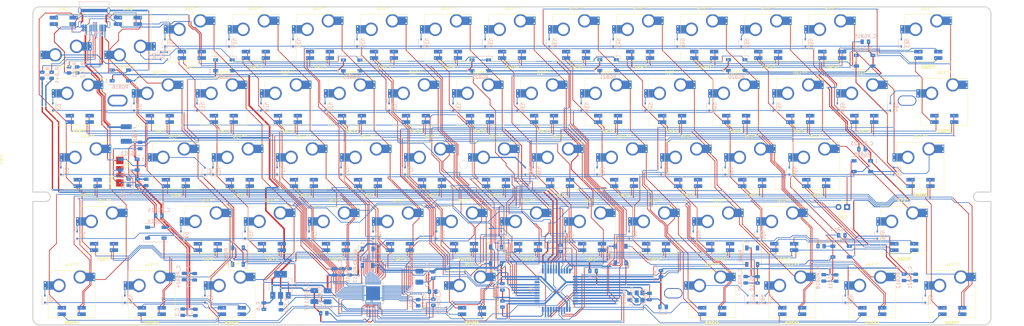
<source format=kicad_pcb>
(kicad_pcb (version 20171130) (host pcbnew "(5.1.10)-1")
  (layers (0 F.Cu signal) (31 B.Cu signal) (34 B.Paste user hide) (35 F.Paste user) (36 B.SilkS user) (37 F.SilkS user hide) (38 B.Mask user) (39 F.Mask user) (44 Edge.Cuts user))
  (net 0 "")
  (net 1 GND)
  (net 2 +5V)
  (net 3 +3V3)
  (net 4 "Net-(C_UCAP1-Pad1)")
  (net 5 "Net-(U1-Pad16)")
  (net 6 "Net-(U1-Pad17)")
  (net 7 "Net-(D1-Pad2)")
  (net 8 R0)
  (net 9 "Net-(D2-Pad2)")
  (net 10 R1)
  (net 11 "Net-(D3-Pad2)")
  (net 12 R2)
  (net 13 "Net-(D4-Pad2)")
  (net 14 R3)
  (net 15 "Net-(D5-Pad2)")
  (net 16 R4)
  (net 17 "Net-(D6-Pad2)")
  (net 18 "Net-(D7-Pad2)")
  (net 19 "Net-(D8-Pad2)")
  (net 20 "Net-(D9-Pad2)")
  (net 21 "Net-(D10-Pad2)")
  (net 22 "Net-(D11-Pad2)")
  (net 23 "Net-(D12-Pad2)")
  (net 24 "Net-(D13-Pad2)")
  (net 25 "Net-(D14-Pad2)")
  (net 26 "Net-(D15-Pad2)")
  (net 27 CAPLOCKS)
  (net 28 "Net-(D17-Pad2)")
  (net 29 "Net-(D18-Pad2)")
  (net 30 "Net-(D19-Pad2)")
  (net 31 "Net-(D20-Pad2)")
  (net 32 "Net-(D21-Pad2)")
  (net 33 "Net-(D22-Pad2)")
  (net 34 "Net-(D23-Pad2)")
  (net 35 "Net-(D24-Pad2)")
  (net 36 "Net-(D25-Pad2)")
  (net 37 "Net-(D26-Pad2)")
  (net 38 "Net-(D27-Pad2)")
  (net 39 "Net-(D28-Pad2)")
  (net 40 "Net-(D29-Pad2)")
  (net 41 "Net-(D30-Pad2)")
  (net 42 "Net-(D31-Pad2)")
  (net 43 "Net-(D32-Pad2)")
  (net 44 "Net-(D33-Pad2)")
  (net 45 "Net-(D34-Pad2)")
  (net 46 "Net-(D35-Pad2)")
  (net 47 "Net-(D36-Pad2)")
  (net 48 "Net-(D37-Pad2)")
  (net 49 "Net-(D38-Pad2)")
  (net 50 "Net-(D39-Pad2)")
  (net 51 "Net-(D40-Pad2)")
  (net 52 "Net-(D41-Pad2)")
  (net 53 "Net-(D42-Pad2)")
  (net 54 "Net-(D43-Pad2)")
  (net 55 "Net-(D44-Pad2)")
  (net 56 "Net-(D45-Pad2)")
  (net 57 "Net-(D46-Pad2)")
  (net 58 "Net-(D47-Pad2)")
  (net 59 "Net-(D48-Pad2)")
  (net 60 "Net-(D49-Pad2)")
  (net 61 "Net-(D50-Pad2)")
  (net 62 "Net-(D51-Pad2)")
  (net 63 "Net-(D52-Pad2)")
  (net 64 "Net-(D53-Pad2)")
  (net 65 "Net-(D54-Pad2)")
  (net 66 "Net-(D55-Pad2)")
  (net 67 "Net-(D56-Pad2)")
  (net 68 "Net-(D57-Pad2)")
  (net 69 "Net-(D58-Pad2)")
  (net 70 "Net-(D59-Pad2)")
  (net 71 "Net-(D60-Pad2)")
  (net 72 RST)
  (net 73 "Net-(D63-Pad2)")
  (net 74 "Net-(D64-Pad2)")
  (net 75 "Net-(FL3733-Pad47)")
  (net 76 "Net-(FL3733-Pad45)")
  (net 77 SCL)
  (net 78 SDA)
  (net 79 "Net-(FL3733-Pad36)")
  (net 80 "Net-(FL3733-Pad35)")
  (net 81 CS16)
  (net 82 CS15)
  (net 83 CS14)
  (net 84 CS13)
  (net 85 CS12)
  (net 86 CS11)
  (net 87 CS10)
  (net 88 CS9)
  (net 89 CS8)
  (net 90 CS7)
  (net 91 CS6)
  (net 92 CS5)
  (net 93 CS4)
  (net 94 CS3)
  (net 95 CS2)
  (net 96 CS1)
  (net 97 SW12)
  (net 98 SW11)
  (net 99 SW10)
  (net 100 SW9)
  (net 101 SW8)
  (net 102 SW7)
  (net 103 SW6)
  (net 104 SW5)
  (net 105 SW4)
  (net 106 SW3)
  (net 107 SW2)
  (net 108 SW1)
  (net 109 "Net-(FL3733-Pad1)")
  (net 110 VCC)
  (net 111 "Net-(R_CAPLOCKS1-Pad2)")
  (net 112 "Net-(R_CC1-Pad2)")
  (net 113 "Net-(R_CC2-Pad2)")
  (net 114 D-)
  (net 115 "Net-(R_D+1-Pad1)")
  (net 116 D+)
  (net 117 "Net-(R_D-1-Pad1)")
  (net 118 "Net-(R_HWB1-Pad2)")
  (net 119 "Net-(R_rgb1-Pad2)")
  (net 120 RGB)
  (net 121 "Net-(RGB10-Pad4)")
  (net 122 "Net-(RGB11-Pad4)")
  (net 123 "Net-(RGB12-Pad4)")
  (net 124 "Net-(RGB13-Pad4)")
  (net 125 "Net-(RGB14-Pad4)")
  (net 126 "Net-(RGB15-Pad4)")
  (net 127 "Net-(RGB16-Pad4)")
  (net 128 "Net-(RGB17-Pad2)")
  (net 129 "Net-(RGB18-Pad2)")
  (net 130 "Net-(RGB19-Pad2)")
  (net 131 "Net-(RGB20-Pad2)")
  (net 132 "Net-(RGB21-Pad2)")
  (net 133 "Net-(RGB22-Pad2)")
  (net 134 "Net-(RGB23-Pad2)")
  (net 135 C0)
  (net 136 C1)
  (net 137 C2)
  (net 138 C3)
  (net 139 C4)
  (net 140 C5)
  (net 141 C6)
  (net 142 C7)
  (net 143 C8)
  (net 144 C9)
  (net 145 C10)
  (net 146 C11)
  (net 147 C12)
  (net 148 C13)
  (net 149 "Net-(TYPE_C1-PadA8)")
  (net 150 "Net-(TYPE_C1-PadB8)")
  (net 151 "Net-(U1-Pad42)")
  (net 152 "Net-(RGB1-Pad2)")
  (net 153 "Net-(RGB1-Pad4)")
  (net 154 "Net-(U1-Pad28)")
  (net 155 "Net-(U1-Pad29)")
  (net 156 "Net-(FL3733-Pad40)")
  (module "Kailh HS:CherryMX_1.25u_PCB_KailhSocket_LTST-A683CEGBW-HS" (layer F.Cu) (at 240.506 76.2)
    (fp_text reference SW52 (at 0 8.6625 180) (layer F.SilkS))
    (fp_text value SW_Push)
    (fp_line (start -1.7 6.55) (end -1.7 3.55) (layer Edge.Cuts) (width 0.05))
    (fp_line (start -1.7 3.55) (end 1.7 3.55) (layer Edge.Cuts) (width 0.05))
    (fp_line (start 1.7 3.55) (end 1.7 6.55) (layer Edge.Cuts) (width 0.05))
    (fp_line (start 1.7 6.55) (end -1.7 6.55) (layer Edge.Cuts) (width 0.05))
    (fp_text user REF** (at 0 -8.6625) (layer F.SilkS))
    (fp_text user REF** (at 0 8.6625 180) (layer F.SilkS))
    (fp_text user REF** (at 0 8.6625 180) (layer F.SilkS))
    (pad 3 smd rect (at -2.95 6) (size 2.5 1.1) (layers B.Cu B.Paste B.Mask) (net 81 CS16))
    (pad 6 thru_hole circle (at -2.4765 4.1148) (size 0.4 0.4) (drill 0.3) (layers *.Cu) (net 103 SW6))
    (pad 4 smd rect (at 2.95 6) (size 2.5 1.1) (layers B.Cu B.Paste B.Mask) (net 105 SW4))
    (pad 6 smd rect (at -2.95 4.1) (size 2.5 1.1) (layers B.Cu B.Paste B.Mask) (net 103 SW6))
    (pad 5 smd rect (at 2.95 4.1) (size 2.5 1.1) (layers B.Cu B.Paste B.Mask) (net 104 SW5))
    (pad 3 thru_hole circle (at -3.81 6.0325) (size 0.4 0.4) (drill 0.3) (layers *.Cu) (net 81 CS16))
    (pad 4 thru_hole circle (at 2.1844 6.0452) (size 0.4 0.4) (drill 0.3) (layers *.Cu) (net 105 SW4))
    (pad 5 thru_hole circle (at 2.794 4.1148) (size 0.4 0.4) (drill 0.3) (layers *.Cu) (net 104 SW5))
    (pad "" np_thru_hole circle (at 5.08 0) (size 1.75 1.75) (drill 1.75) (layers *.Cu *.Mask))
    (pad "" np_thru_hole circle (at 0 0) (size 4 4) (drill 4) (layers *.Cu *.Mask))
    (pad "" np_thru_hole circle (at -5.08 0) (size 1.75 1.75) (drill 1.75) (layers *.Cu *.Mask))
    (pad 2 thru_hole circle (at 6.604 -5.842) (size 0.8 0.8) (drill 0.4) (layers *.Cu) (net 145 C10))
    (pad "" np_thru_hole circle (at 0 0) (size 3.9878 3.9878) (drill 3.9878) (layers *.Cu *.Mask))
    (pad 1 thru_hole circle (at -7.874 -3.302) (size 0.8 0.8) (drill 0.4) (layers *.Cu) (net 63 "Net-(D52-Pad2)"))
    (pad 2 thru_hole circle (at 2.54 -5.08) (size 4 4) (drill 3) (layers *.Cu) (net 145 C10))
    (pad 1 smd rect (at -7.085 -2.54) (size 3.5 2.5) (drill (offset 0.5 0)) (layers B.Cu) (net 63 "Net-(D52-Pad2)"))
    (pad 2 smd rect (at 5.842 -5.08) (size 3.5 2.5) (drill (offset -0.5 0)) (layers B.Cu) (net 145 C10))
    (pad 1 thru_hole circle (at -7.874 -1.778) (size 0.8 0.8) (drill 0.4) (layers *.Cu) (net 63 "Net-(D52-Pad2)"))
    (pad 2 thru_hole circle (at 6.604 -4.318) (size 0.8 0.8) (drill 0.4) (layers *.Cu) (net 145 C10))
    (pad 1 thru_hole circle (at -3.81 -2.54) (size 4 4) (drill 3) (layers *.Cu) (net 63 "Net-(D52-Pad2)"))
  )
  (module "Kailh HS:CherryMX_1.00u_PCB_KailhSocket_LTST-A683CEGBW-HS" (layer F.Cu) (at 185.7375 38.1)
    (fp_text reference SW45 (at 0 8.6625 180) (layer F.SilkS))
    (fp_text value SW_Push)
    (fp_line (start -1.7 3.55) (end 1.7 3.55) (layer Edge.Cuts) (width 0.05))
    (fp_line (start 1.7 3.55) (end 1.7 6.55) (layer Edge.Cuts) (width 0.05))
    (fp_line (start -1.7 6.55) (end -1.7 3.55) (layer Edge.Cuts) (width 0.05))
    (fp_line (start 1.7 6.55) (end -1.7 6.55) (layer Edge.Cuts) (width 0.05))
    (fp_text user REF** (at 0 -8.6625) (layer F.SilkS))
    (pad 6 thru_hole circle (at -2.4765 4.1148) (size 0.4 0.4) (drill 0.3) (layers *.Cu) (net 100 SW9))
    (pad 3 thru_hole circle (at -3.81 6.0325) (size 0.4 0.4) (drill 0.3) (layers *.Cu) (net 87 CS10))
    (pad 4 thru_hole circle (at 2.1844 6.0452) (size 0.4 0.4) (drill 0.3) (layers *.Cu) (net 102 SW7))
    (pad 5 thru_hole circle (at 2.794 4.1148) (size 0.4 0.4) (drill 0.3) (layers *.Cu) (net 101 SW8))
    (pad 2 thru_hole circle (at 6.604 -4.318) (size 0.8 0.8) (drill 0.4) (layers *.Cu) (net 144 C9))
    (pad 2 thru_hole circle (at 6.604 -5.842) (size 0.8 0.8) (drill 0.4) (layers *.Cu) (net 144 C9))
    (pad 1 smd rect (at -7.085 -2.54) (size 3.5 2.5) (drill (offset 0.5 0)) (layers B.Cu) (net 56 "Net-(D45-Pad2)"))
    (pad 2 smd rect (at 5.842 -5.08) (size 3.5 2.5) (drill (offset -0.5 0)) (layers B.Cu) (net 144 C9))
    (pad "" np_thru_hole circle (at 0 0) (size 3.9878 3.9878) (drill 3.9878) (layers *.Cu *.Mask))
    (pad 2 thru_hole circle (at 2.54 -5.08) (size 4 4) (drill 3) (layers *.Cu) (net 144 C9))
    (pad 1 thru_hole circle (at -7.874 -1.778) (size 0.8 0.8) (drill 0.4) (layers *.Cu) (net 56 "Net-(D45-Pad2)"))
    (pad 1 thru_hole circle (at -3.81 -2.54) (size 4 4) (drill 3) (layers *.Cu) (net 56 "Net-(D45-Pad2)"))
    (pad 1 thru_hole circle (at -7.874 -3.302) (size 0.8 0.8) (drill 0.4) (layers *.Cu) (net 56 "Net-(D45-Pad2)"))
    (pad 5 smd rect (at 2.95 4.1) (size 2.5 1.1) (layers B.Cu B.Paste B.Mask) (net 101 SW8))
    (pad 4 smd rect (at 2.95 6) (size 2.5 1.1) (layers B.Cu B.Paste B.Mask) (net 102 SW7))
    (pad 3 smd rect (at -2.95 6) (size 2.5 1.1) (layers B.Cu B.Paste B.Mask) (net 87 CS10))
    (pad 6 smd rect (at -2.95 4.1) (size 2.5 1.1) (layers B.Cu B.Paste B.Mask) (net 100 SW9))
    (pad "" np_thru_hole circle (at 0 0) (size 4 4) (drill 4) (layers *.Cu *.Mask))
    (pad "" np_thru_hole circle (at 5.08 0) (size 1.75 1.75) (drill 1.75) (layers *.Cu *.Mask))
    (pad "" np_thru_hole circle (at -5.08 0) (size 1.75 1.75) (drill 1.75) (layers *.Cu *.Mask))
  )
  (module "Kailh HS:CherryMX_1.00u_PCB_KailhSocket_LTST-A683CEGBW-HS" (layer F.Cu) (at 128.5875 38.1)
    (fp_text reference SW31 (at 0 8.6625 180) (layer F.SilkS))
    (fp_text value SW_Push)
    (fp_line (start -1.7 3.55) (end 1.7 3.55) (layer Edge.Cuts) (width 0.05))
    (fp_line (start 1.7 3.55) (end 1.7 6.55) (layer Edge.Cuts) (width 0.05))
    (fp_line (start -1.7 6.55) (end -1.7 3.55) (layer Edge.Cuts) (width 0.05))
    (fp_line (start 1.7 6.55) (end -1.7 6.55) (layer Edge.Cuts) (width 0.05))
    (fp_text user REF** (at 0 -8.6625) (layer F.SilkS))
    (pad 6 thru_hole circle (at -2.4765 4.1148) (size 0.4 0.4) (drill 0.3) (layers *.Cu) (net 100 SW9))
    (pad 3 thru_hole circle (at -3.81 6.0325) (size 0.4 0.4) (drill 0.3) (layers *.Cu) (net 90 CS7))
    (pad 4 thru_hole circle (at 2.1844 6.0452) (size 0.4 0.4) (drill 0.3) (layers *.Cu) (net 102 SW7))
    (pad 5 thru_hole circle (at 2.794 4.1148) (size 0.4 0.4) (drill 0.3) (layers *.Cu) (net 101 SW8))
    (pad 2 thru_hole circle (at 6.604 -4.318) (size 0.8 0.8) (drill 0.4) (layers *.Cu) (net 141 C6))
    (pad 2 thru_hole circle (at 6.604 -5.842) (size 0.8 0.8) (drill 0.4) (layers *.Cu) (net 141 C6))
    (pad 1 smd rect (at -7.085 -2.54) (size 3.5 2.5) (drill (offset 0.5 0)) (layers B.Cu) (net 42 "Net-(D31-Pad2)"))
    (pad 2 smd rect (at 5.842 -5.08) (size 3.5 2.5) (drill (offset -0.5 0)) (layers B.Cu) (net 141 C6))
    (pad "" np_thru_hole circle (at 0 0) (size 3.9878 3.9878) (drill 3.9878) (layers *.Cu *.Mask))
    (pad 2 thru_hole circle (at 2.54 -5.08) (size 4 4) (drill 3) (layers *.Cu) (net 141 C6))
    (pad 1 thru_hole circle (at -7.874 -1.778) (size 0.8 0.8) (drill 0.4) (layers *.Cu) (net 42 "Net-(D31-Pad2)"))
    (pad 1 thru_hole circle (at -3.81 -2.54) (size 4 4) (drill 3) (layers *.Cu) (net 42 "Net-(D31-Pad2)"))
    (pad 1 thru_hole circle (at -7.874 -3.302) (size 0.8 0.8) (drill 0.4) (layers *.Cu) (net 42 "Net-(D31-Pad2)"))
    (pad 5 smd rect (at 2.95 4.1) (size 2.5 1.1) (layers B.Cu B.Paste B.Mask) (net 101 SW8))
    (pad 4 smd rect (at 2.95 6) (size 2.5 1.1) (layers B.Cu B.Paste B.Mask) (net 102 SW7))
    (pad 3 smd rect (at -2.95 6) (size 2.5 1.1) (layers B.Cu B.Paste B.Mask) (net 90 CS7))
    (pad 6 smd rect (at -2.95 4.1) (size 2.5 1.1) (layers B.Cu B.Paste B.Mask) (net 100 SW9))
    (pad "" np_thru_hole circle (at 0 0) (size 4 4) (drill 4) (layers *.Cu *.Mask))
    (pad "" np_thru_hole circle (at 5.08 0) (size 1.75 1.75) (drill 1.75) (layers *.Cu *.Mask))
    (pad "" np_thru_hole circle (at -5.08 0) (size 1.75 1.75) (drill 1.75) (layers *.Cu *.Mask))
  )
  (module "Kailh HS:CherryMX_1.50u_PCB_KailhSocket_LTST-A683CEGBW-HS" (layer F.Cu) (at 261.938 19.05)
    (fp_text reference SW64 (at 0 8.6625 180) (layer F.SilkS))
    (fp_text value SW_Push)
    (fp_line (start 1.7 6.55) (end -1.7 6.55) (layer Edge.Cuts) (width 0.05))
    (fp_line (start 1.7 3.55) (end 1.7 6.55) (layer Edge.Cuts) (width 0.05))
    (fp_line (start -1.7 3.55) (end 1.7 3.55) (layer Edge.Cuts) (width 0.05))
    (fp_line (start -1.7 6.55) (end -1.7 3.55) (layer Edge.Cuts) (width 0.05))
    (fp_text user REF** (at 0 -8.6625) (layer F.SilkS))
    (fp_text user REF** (at 0 8.6625 180) (layer F.SilkS))
    (pad 3 smd rect (at -2.95 6) (size 2.5 1.1) (layers B.Cu B.Paste B.Mask) (net 83 CS14))
    (pad 6 thru_hole circle (at -2.4765 4.1148) (size 0.4 0.4) (drill 0.3) (layers *.Cu) (net 103 SW6))
    (pad 4 smd rect (at 2.95 6) (size 2.5 1.1) (layers B.Cu B.Paste B.Mask) (net 105 SW4))
    (pad 6 smd rect (at -2.95 4.1) (size 2.5 1.1) (layers B.Cu B.Paste B.Mask) (net 103 SW6))
    (pad 5 smd rect (at 2.95 4.1) (size 2.5 1.1) (layers B.Cu B.Paste B.Mask) (net 104 SW5))
    (pad 3 thru_hole circle (at -3.81 6.0325) (size 0.4 0.4) (drill 0.3) (layers *.Cu) (net 83 CS14))
    (pad 4 thru_hole circle (at 2.1844 6.0452) (size 0.4 0.4) (drill 0.3) (layers *.Cu) (net 105 SW4))
    (pad 5 thru_hole circle (at 2.794 4.1148) (size 0.4 0.4) (drill 0.3) (layers *.Cu) (net 104 SW5))
    (pad "" np_thru_hole circle (at 5.08 0) (size 1.75 1.75) (drill 1.75) (layers *.Cu *.Mask))
    (pad "" np_thru_hole circle (at 0 0) (size 4 4) (drill 4) (layers *.Cu *.Mask))
    (pad "" np_thru_hole circle (at -5.08 0) (size 1.75 1.75) (drill 1.75) (layers *.Cu *.Mask))
    (pad 2 thru_hole circle (at 6.604 -5.842) (size 0.8 0.8) (drill 0.4) (layers *.Cu) (net 148 C13))
    (pad "" np_thru_hole circle (at 0 0) (size 3.9878 3.9878) (drill 3.9878) (layers *.Cu *.Mask))
    (pad 1 thru_hole circle (at -7.874 -3.302) (size 0.8 0.8) (drill 0.4) (layers *.Cu) (net 74 "Net-(D64-Pad2)"))
    (pad 2 thru_hole circle (at 2.54 -5.08) (size 4 4) (drill 3) (layers *.Cu) (net 148 C13))
    (pad 1 smd rect (at -7.085 -2.54) (size 3.5 2.5) (drill (offset 0.5 0)) (layers B.Cu) (net 74 "Net-(D64-Pad2)"))
    (pad 2 smd rect (at 5.842 -5.08) (size 3.5 2.5) (drill (offset -0.5 0)) (layers B.Cu) (net 148 C13))
    (pad 1 thru_hole circle (at -7.874 -1.778) (size 0.8 0.8) (drill 0.4) (layers *.Cu) (net 74 "Net-(D64-Pad2)"))
    (pad 2 thru_hole circle (at 6.604 -4.318) (size 0.8 0.8) (drill 0.4) (layers *.Cu) (net 148 C13))
    (pad 1 thru_hole circle (at -3.81 -2.54) (size 4 4) (drill 3) (layers *.Cu) (net 74 "Net-(D64-Pad2)"))
  )
  (module "Kailh HS:CherryMX_2.00u_PCB_KailhSocket_StabWireTop_LTST-A683CEGBW-HS" (layer F.Cu) (at 257.175 0)
    (fp_text reference SW63 (at 0 8.6625 180) (layer F.SilkS))
    (fp_text value SW_Push)
    (fp_line (start 1.7 6.55) (end -1.7 6.55) (layer Edge.Cuts) (width 0.05))
    (fp_line (start 1.7 3.55) (end 1.7 6.55) (layer Edge.Cuts) (width 0.05))
    (fp_line (start -1.7 3.55) (end 1.7 3.55) (layer Edge.Cuts) (width 0.05))
    (fp_line (start -1.7 6.55) (end -1.7 3.55) (layer Edge.Cuts) (width 0.05))
    (fp_text user REF** (at 0 -8.6625) (layer F.SilkS))
    (fp_text user REF** (at 0 8.6625 180) (layer F.SilkS))
    (pad 3 smd rect (at -2.95 6) (size 2.5 1.1) (layers B.Cu B.Paste B.Mask) (net 83 CS14))
    (pad 6 thru_hole circle (at -2.4765 4.1148) (size 0.4 0.4) (drill 0.3) (layers *.Cu) (net 106 SW3))
    (pad 4 smd rect (at 2.95 6) (size 2.5 1.1) (layers B.Cu B.Paste B.Mask) (net 108 SW1))
    (pad 6 smd rect (at -2.95 4.1) (size 2.5 1.1) (layers B.Cu B.Paste B.Mask) (net 106 SW3))
    (pad 5 smd rect (at 2.95 4.1) (size 2.5 1.1) (layers B.Cu B.Paste B.Mask) (net 107 SW2))
    (pad 3 thru_hole circle (at -3.81 6.0325) (size 0.4 0.4) (drill 0.3) (layers *.Cu) (net 83 CS14))
    (pad 4 thru_hole circle (at 2.1844 6.0452) (size 0.4 0.4) (drill 0.3) (layers *.Cu) (net 108 SW1))
    (pad 5 thru_hole circle (at 2.794 4.1148) (size 0.4 0.4) (drill 0.3) (layers *.Cu) (net 107 SW2))
    (pad "" np_thru_hole circle (at 5.08 0) (size 1.75 1.75) (drill 1.75) (layers *.Cu *.Mask))
    (pad "" np_thru_hole circle (at 0 0) (size 4 4) (drill 4) (layers *.Cu *.Mask))
    (pad "" np_thru_hole circle (at -5.08 0) (size 1.75 1.75) (drill 1.75) (layers *.Cu *.Mask))
    (pad 2 thru_hole circle (at 6.604 -5.842) (size 0.8 0.8) (drill 0.4) (layers *.Cu) (net 148 C13))
    (pad "" np_thru_hole circle (at 0 0) (size 3.9878 3.9878) (drill 3.9878) (layers *.Cu *.Mask))
    (pad 1 thru_hole circle (at -7.874 -3.302) (size 0.8 0.8) (drill 0.4) (layers *.Cu) (net 73 "Net-(D63-Pad2)"))
    (pad 2 thru_hole circle (at 2.54 -5.08) (size 4 4) (drill 3) (layers *.Cu) (net 148 C13))
    (pad 1 smd rect (at -7.085 -2.54) (size 3.5 2.5) (drill (offset 0.5 0)) (layers B.Cu) (net 73 "Net-(D63-Pad2)"))
    (pad 2 smd rect (at 5.842 -5.08) (size 3.5 2.5) (drill (offset -0.5 0)) (layers B.Cu) (net 148 C13))
    (pad 1 thru_hole circle (at -7.874 -1.778) (size 0.8 0.8) (drill 0.4) (layers *.Cu) (net 73 "Net-(D63-Pad2)"))
    (pad 2 thru_hole circle (at 6.604 -4.318) (size 0.8 0.8) (drill 0.4) (layers *.Cu) (net 148 C13))
    (pad 1 thru_hole circle (at -3.81 -2.54) (size 4 4) (drill 3) (layers *.Cu) (net 73 "Net-(D63-Pad2)"))
    (pad "" np_thru_hole circle (at -11.938 -7 180) (size 3.05 3.05) (drill 3.05) (layers *.Cu *.Mask))
    (pad "" np_thru_hole circle (at -11.938 8.24 180) (size 4 4) (drill 4) (layers *.Cu *.Mask))
    (pad "" np_thru_hole circle (at 11.938 8.24 180) (size 4 4) (drill 4) (layers *.Cu *.Mask))
    (pad "" np_thru_hole circle (at 11.938 -7 180) (size 3.05 3.05) (drill 3.05) (layers *.Cu *.Mask))
  )
  (module "Kailh HS:CherryMX_2.25u_PCB_KailhSocket_StabWireTop_LTST-A683CEGBW-HS" (layer F.Cu) (at 254.8681 38.1)
    (fp_text reference SW60 (at 0 8.6625 180) (layer F.SilkS))
    (fp_text value SW_Push)
    (fp_line (start 1.7 6.55) (end -1.7 6.55) (layer Edge.Cuts) (width 0.05))
    (fp_line (start 1.7 3.55) (end 1.7 6.55) (layer Edge.Cuts) (width 0.05))
    (fp_line (start -1.7 3.55) (end 1.7 3.55) (layer Edge.Cuts) (width 0.05))
    (fp_line (start -1.7 6.55) (end -1.7 3.55) (layer Edge.Cuts) (width 0.05))
    (fp_text user REF** (at 0 -8.6625) (layer F.SilkS))
    (fp_text user REF** (at 0 8.6625 180) (layer F.SilkS))
    (pad 3 smd rect (at -2.95 6) (size 2.5 1.1) (layers B.Cu B.Paste B.Mask) (net 84 CS13))
    (pad 6 thru_hole circle (at -2.4765 4.1148) (size 0.4 0.4) (drill 0.3) (layers *.Cu) (net 100 SW9))
    (pad 4 smd rect (at 2.95 6) (size 2.5 1.1) (layers B.Cu B.Paste B.Mask) (net 102 SW7))
    (pad 6 smd rect (at -2.95 4.1) (size 2.5 1.1) (layers B.Cu B.Paste B.Mask) (net 100 SW9))
    (pad 5 smd rect (at 2.95 4.1) (size 2.5 1.1) (layers B.Cu B.Paste B.Mask) (net 101 SW8))
    (pad 3 thru_hole circle (at -3.81 6.0325) (size 0.4 0.4) (drill 0.3) (layers *.Cu) (net 84 CS13))
    (pad 4 thru_hole circle (at 2.1844 6.0452) (size 0.4 0.4) (drill 0.3) (layers *.Cu) (net 102 SW7))
    (pad 5 thru_hole circle (at 2.794 4.1148) (size 0.4 0.4) (drill 0.3) (layers *.Cu) (net 101 SW8))
    (pad "" np_thru_hole circle (at 5.08 0) (size 1.75 1.75) (drill 1.75) (layers *.Cu *.Mask))
    (pad "" np_thru_hole circle (at 0 0) (size 4 4) (drill 4) (layers *.Cu *.Mask))
    (pad "" np_thru_hole circle (at -5.08 0) (size 1.75 1.75) (drill 1.75) (layers *.Cu *.Mask))
    (pad 2 thru_hole circle (at 6.604 -5.842) (size 0.8 0.8) (drill 0.4) (layers *.Cu) (net 71 "Net-(D60-Pad2)"))
    (pad "" np_thru_hole circle (at 0 0) (size 3.9878 3.9878) (drill 3.9878) (layers *.Cu *.Mask))
    (pad 1 thru_hole circle (at -7.874 -3.302) (size 0.8 0.8) (drill 0.4) (layers *.Cu) (net 147 C12))
    (pad 2 thru_hole circle (at 2.54 -5.08) (size 4 4) (drill 3) (layers *.Cu) (net 71 "Net-(D60-Pad2)"))
    (pad 1 smd rect (at -7.085 -2.54) (size 3.5 2.5) (drill (offset 0.5 0)) (layers B.Cu) (net 147 C12))
    (pad 2 smd rect (at 5.842 -5.08) (size 3.5 2.5) (drill (offset -0.5 0)) (layers B.Cu) (net 71 "Net-(D60-Pad2)"))
    (pad 1 thru_hole circle (at -7.874 -1.778) (size 0.8 0.8) (drill 0.4) (layers *.Cu) (net 147 C12))
    (pad 2 thru_hole circle (at 6.604 -4.318) (size 0.8 0.8) (drill 0.4) (layers *.Cu) (net 71 "Net-(D60-Pad2)"))
    (pad 1 thru_hole circle (at -3.81 -2.54) (size 4 4) (drill 3) (layers *.Cu) (net 147 C12))
    (pad "" np_thru_hole circle (at -11.938 -7 180) (size 3.05 3.05) (drill 3.05) (layers *.Cu *.Mask))
    (pad "" np_thru_hole circle (at -11.938 8.24 180) (size 4 4) (drill 4) (layers *.Cu *.Mask))
    (pad "" np_thru_hole circle (at 11.938 8.24 180) (size 4 4) (drill 4) (layers *.Cu *.Mask))
    (pad "" np_thru_hole circle (at 11.938 -7 180) (size 3.05 3.05) (drill 3.05) (layers *.Cu *.Mask))
  )
  (module "Kailh HS:CherryMX_1.00u_PCB_KailhSocket_LTST-A683CEGBW-HS" (layer F.Cu) (at 238.125 19.05)
    (fp_text reference SW59 (at 0 8.6625 180) (layer F.SilkS))
    (fp_text value SW_Push)
    (fp_line (start -1.7 3.55) (end 1.7 3.55) (layer Edge.Cuts) (width 0.05))
    (fp_line (start 1.7 3.55) (end 1.7 6.55) (layer Edge.Cuts) (width 0.05))
    (fp_line (start -1.7 6.55) (end -1.7 3.55) (layer Edge.Cuts) (width 0.05))
    (fp_line (start 1.7 6.55) (end -1.7 6.55) (layer Edge.Cuts) (width 0.05))
    (fp_text user REF** (at 0 -8.6625) (layer F.SilkS))
    (pad 6 thru_hole circle (at -2.4765 4.1148) (size 0.4 0.4) (drill 0.3) (layers *.Cu) (net 103 SW6))
    (pad 3 thru_hole circle (at -3.81 6.0325) (size 0.4 0.4) (drill 0.3) (layers *.Cu) (net 84 CS13))
    (pad 4 thru_hole circle (at 2.1844 6.0452) (size 0.4 0.4) (drill 0.3) (layers *.Cu) (net 105 SW4))
    (pad 5 thru_hole circle (at 2.794 4.1148) (size 0.4 0.4) (drill 0.3) (layers *.Cu) (net 104 SW5))
    (pad 2 thru_hole circle (at 6.604 -4.318) (size 0.8 0.8) (drill 0.4) (layers *.Cu) (net 147 C12))
    (pad 2 thru_hole circle (at 6.604 -5.842) (size 0.8 0.8) (drill 0.4) (layers *.Cu) (net 147 C12))
    (pad 1 smd rect (at -7.085 -2.54) (size 3.5 2.5) (drill (offset 0.5 0)) (layers B.Cu) (net 70 "Net-(D59-Pad2)"))
    (pad 2 smd rect (at 5.842 -5.08) (size 3.5 2.5) (drill (offset -0.5 0)) (layers B.Cu) (net 147 C12))
    (pad "" np_thru_hole circle (at 0 0) (size 3.9878 3.9878) (drill 3.9878) (layers *.Cu *.Mask))
    (pad 2 thru_hole circle (at 2.54 -5.08) (size 4 4) (drill 3) (layers *.Cu) (net 147 C12))
    (pad 1 thru_hole circle (at -7.874 -1.778) (size 0.8 0.8) (drill 0.4) (layers *.Cu) (net 70 "Net-(D59-Pad2)"))
    (pad 1 thru_hole circle (at -3.81 -2.54) (size 4 4) (drill 3) (layers *.Cu) (net 70 "Net-(D59-Pad2)"))
    (pad 1 thru_hole circle (at -7.874 -3.302) (size 0.8 0.8) (drill 0.4) (layers *.Cu) (net 70 "Net-(D59-Pad2)"))
    (pad 5 smd rect (at 2.95 4.1) (size 2.5 1.1) (layers B.Cu B.Paste B.Mask) (net 104 SW5))
    (pad 4 smd rect (at 2.95 6) (size 2.5 1.1) (layers B.Cu B.Paste B.Mask) (net 105 SW4))
    (pad 3 smd rect (at -2.95 6) (size 2.5 1.1) (layers B.Cu B.Paste B.Mask) (net 84 CS13))
    (pad 6 smd rect (at -2.95 4.1) (size 2.5 1.1) (layers B.Cu B.Paste B.Mask) (net 103 SW6))
    (pad "" np_thru_hole circle (at 0 0) (size 4 4) (drill 4) (layers *.Cu *.Mask))
    (pad "" np_thru_hole circle (at 5.08 0) (size 1.75 1.75) (drill 1.75) (layers *.Cu *.Mask))
    (pad "" np_thru_hole circle (at -5.08 0) (size 1.75 1.75) (drill 1.75) (layers *.Cu *.Mask))
  )
  (module "Kailh HS:CherryMX_1.00u_PCB_KailhSocket_LTST-A683CEGBW-HS" (layer F.Cu) (at 228.6 0)
    (fp_text reference SW58 (at 0 8.6625 180) (layer F.SilkS))
    (fp_text value SW_Push)
    (fp_line (start -1.7 3.55) (end 1.7 3.55) (layer Edge.Cuts) (width 0.05))
    (fp_line (start 1.7 3.55) (end 1.7 6.55) (layer Edge.Cuts) (width 0.05))
    (fp_line (start -1.7 6.55) (end -1.7 3.55) (layer Edge.Cuts) (width 0.05))
    (fp_line (start 1.7 6.55) (end -1.7 6.55) (layer Edge.Cuts) (width 0.05))
    (fp_text user REF** (at 0 -8.6625) (layer F.SilkS))
    (pad 6 thru_hole circle (at -2.4765 4.1148) (size 0.4 0.4) (drill 0.3) (layers *.Cu) (net 106 SW3))
    (pad 3 thru_hole circle (at -3.81 6.0325) (size 0.4 0.4) (drill 0.3) (layers *.Cu) (net 84 CS13))
    (pad 4 thru_hole circle (at 2.1844 6.0452) (size 0.4 0.4) (drill 0.3) (layers *.Cu) (net 108 SW1))
    (pad 5 thru_hole circle (at 2.794 4.1148) (size 0.4 0.4) (drill 0.3) (layers *.Cu) (net 107 SW2))
    (pad 2 thru_hole circle (at 6.604 -4.318) (size 0.8 0.8) (drill 0.4) (layers *.Cu) (net 147 C12))
    (pad 2 thru_hole circle (at 6.604 -5.842) (size 0.8 0.8) (drill 0.4) (layers *.Cu) (net 147 C12))
    (pad 1 smd rect (at -7.085 -2.54) (size 3.5 2.5) (drill (offset 0.5 0)) (layers B.Cu) (net 69 "Net-(D58-Pad2)"))
    (pad 2 smd rect (at 5.842 -5.08) (size 3.5 2.5) (drill (offset -0.5 0)) (layers B.Cu) (net 147 C12))
    (pad "" np_thru_hole circle (at 0 0) (size 3.9878 3.9878) (drill 3.9878) (layers *.Cu *.Mask))
    (pad 2 thru_hole circle (at 2.54 -5.08) (size 4 4) (drill 3) (layers *.Cu) (net 147 C12))
    (pad 1 thru_hole circle (at -7.874 -1.778) (size 0.8 0.8) (drill 0.4) (layers *.Cu) (net 69 "Net-(D58-Pad2)"))
    (pad 1 thru_hole circle (at -3.81 -2.54) (size 4 4) (drill 3) (layers *.Cu) (net 69 "Net-(D58-Pad2)"))
    (pad 1 thru_hole circle (at -7.874 -3.302) (size 0.8 0.8) (drill 0.4) (layers *.Cu) (net 69 "Net-(D58-Pad2)"))
    (pad 5 smd rect (at 2.95 4.1) (size 2.5 1.1) (layers B.Cu B.Paste B.Mask) (net 107 SW2))
    (pad 4 smd rect (at 2.95 6) (size 2.5 1.1) (layers B.Cu B.Paste B.Mask) (net 108 SW1))
    (pad 3 smd rect (at -2.95 6) (size 2.5 1.1) (layers B.Cu B.Paste B.Mask) (net 84 CS13))
    (pad 6 smd rect (at -2.95 4.1) (size 2.5 1.1) (layers B.Cu B.Paste B.Mask) (net 106 SW3))
    (pad "" np_thru_hole circle (at 0 0) (size 4 4) (drill 4) (layers *.Cu *.Mask))
    (pad "" np_thru_hole circle (at 5.08 0) (size 1.75 1.75) (drill 1.75) (layers *.Cu *.Mask))
    (pad "" np_thru_hole circle (at -5.08 0) (size 1.75 1.75) (drill 1.75) (layers *.Cu *.Mask))
  )
  (module "Kailh HS:CherryMX_1.25u_PCB_KailhSocket_LTST-A683CEGBW-HS" (layer F.Cu) (at 264.318499 76.2)
    (fp_text reference SW57 (at 0 8.6625 180) (layer F.SilkS))
    (fp_text value SW_Push)
    (fp_line (start 1.7 6.55) (end -1.7 6.55) (layer Edge.Cuts) (width 0.05))
    (fp_line (start 1.7 3.55) (end 1.7 6.55) (layer Edge.Cuts) (width 0.05))
    (fp_line (start -1.7 3.55) (end 1.7 3.55) (layer Edge.Cuts) (width 0.05))
    (fp_line (start -1.7 6.55) (end -1.7 3.55) (layer Edge.Cuts) (width 0.05))
    (fp_text user REF** (at 0 -8.6625) (layer F.SilkS))
    (fp_text user REF** (at 0 8.6625 180) (layer F.SilkS))
    (fp_text user REF** (at 0 8.6625 180) (layer F.SilkS))
    (pad 3 smd rect (at -2.95 6) (size 2.5 1.1) (layers B.Cu B.Paste B.Mask) (net 82 CS15))
    (pad 6 thru_hole circle (at -2.4765 4.1148) (size 0.4 0.4) (drill 0.3) (layers *.Cu) (net 100 SW9))
    (pad 4 smd rect (at 2.95 6) (size 2.5 1.1) (layers B.Cu B.Paste B.Mask) (net 102 SW7))
    (pad 6 smd rect (at -2.95 4.1) (size 2.5 1.1) (layers B.Cu B.Paste B.Mask) (net 100 SW9))
    (pad 5 smd rect (at 2.95 4.1) (size 2.5 1.1) (layers B.Cu B.Paste B.Mask) (net 101 SW8))
    (pad 3 thru_hole circle (at -3.81 6.0325) (size 0.4 0.4) (drill 0.3) (layers *.Cu) (net 82 CS15))
    (pad 4 thru_hole circle (at 2.1844 6.0452) (size 0.4 0.4) (drill 0.3) (layers *.Cu) (net 102 SW7))
    (pad 5 thru_hole circle (at 2.794 4.1148) (size 0.4 0.4) (drill 0.3) (layers *.Cu) (net 101 SW8))
    (pad "" np_thru_hole circle (at 5.08 0) (size 1.75 1.75) (drill 1.75) (layers *.Cu *.Mask))
    (pad "" np_thru_hole circle (at 0 0) (size 4 4) (drill 4) (layers *.Cu *.Mask))
    (pad "" np_thru_hole circle (at -5.08 0) (size 1.75 1.75) (drill 1.75) (layers *.Cu *.Mask))
    (pad 2 thru_hole circle (at 6.604 -5.842) (size 0.8 0.8) (drill 0.4) (layers *.Cu) (net 146 C11))
    (pad "" np_thru_hole circle (at 0 0) (size 3.9878 3.9878) (drill 3.9878) (layers *.Cu *.Mask))
    (pad 1 thru_hole circle (at -7.874 -3.302) (size 0.8 0.8) (drill 0.4) (layers *.Cu) (net 68 "Net-(D57-Pad2)"))
    (pad 2 thru_hole circle (at 2.54 -5.08) (size 4 4) (drill 3) (layers *.Cu) (net 146 C11))
    (pad 1 smd rect (at -7.085 -2.54) (size 3.5 2.5) (drill (offset 0.5 0)) (layers B.Cu) (net 68 "Net-(D57-Pad2)"))
    (pad 2 smd rect (at 5.842 -5.08) (size 3.5 2.5) (drill (offset -0.5 0)) (layers B.Cu) (net 146 C11))
    (pad 1 thru_hole circle (at -7.874 -1.778) (size 0.8 0.8) (drill 0.4) (layers *.Cu) (net 68 "Net-(D57-Pad2)"))
    (pad 2 thru_hole circle (at 6.604 -4.318) (size 0.8 0.8) (drill 0.4) (layers *.Cu) (net 146 C11))
    (pad 1 thru_hole circle (at -3.81 -2.54) (size 4 4) (drill 3) (layers *.Cu) (net 68 "Net-(D57-Pad2)"))
  )
  (module "Kailh HS:CherryMX_2.75u_PCB_KailhSocket_StabWireTop_LTST-A683CEGBW-HS" (layer F.Cu) (at 250.0315 57.15)
    (fp_text reference SW56 (at 0 8.6625 180) (layer F.SilkS))
    (fp_text value SW_Push)
    (fp_line (start 1.7 6.55) (end -1.7 6.55) (layer Edge.Cuts) (width 0.05))
    (fp_line (start 1.7 3.55) (end 1.7 6.55) (layer Edge.Cuts) (width 0.05))
    (fp_line (start -1.7 3.55) (end 1.7 3.55) (layer Edge.Cuts) (width 0.05))
    (fp_line (start -1.7 6.55) (end -1.7 3.55) (layer Edge.Cuts) (width 0.05))
    (fp_text user REF** (at 0 -8.6625) (layer F.SilkS))
    (fp_text user REF** (at 0 8.6625 180) (layer F.SilkS))
    (pad 3 smd rect (at -2.95 6) (size 2.5 1.1) (layers B.Cu B.Paste B.Mask) (net 85 CS12))
    (pad 6 thru_hole circle (at -2.4765 4.1148) (size 0.4 0.4) (drill 0.3) (layers *.Cu) (net 97 SW12))
    (pad 4 smd rect (at 2.95 6) (size 2.5 1.1) (layers B.Cu B.Paste B.Mask) (net 99 SW10))
    (pad 6 smd rect (at -2.95 4.1) (size 2.5 1.1) (layers B.Cu B.Paste B.Mask) (net 97 SW12))
    (pad 5 smd rect (at 2.95 4.1) (size 2.5 1.1) (layers B.Cu B.Paste B.Mask) (net 98 SW11))
    (pad 3 thru_hole circle (at -3.81 6.0325) (size 0.4 0.4) (drill 0.3) (layers *.Cu) (net 85 CS12))
    (pad 4 thru_hole circle (at 2.1844 6.0452) (size 0.4 0.4) (drill 0.3) (layers *.Cu) (net 99 SW10))
    (pad 5 thru_hole circle (at 2.794 4.1148) (size 0.4 0.4) (drill 0.3) (layers *.Cu) (net 98 SW11))
    (pad "" np_thru_hole circle (at 5.08 0) (size 1.75 1.75) (drill 1.75) (layers *.Cu *.Mask))
    (pad "" np_thru_hole circle (at 0 0) (size 4 4) (drill 4) (layers *.Cu *.Mask))
    (pad "" np_thru_hole circle (at -5.08 0) (size 1.75 1.75) (drill 1.75) (layers *.Cu *.Mask))
    (pad 2 thru_hole circle (at 6.604 -5.842) (size 0.8 0.8) (drill 0.4) (layers *.Cu) (net 146 C11))
    (pad "" np_thru_hole circle (at 0 0) (size 3.9878 3.9878) (drill 3.9878) (layers *.Cu *.Mask))
    (pad 1 thru_hole circle (at -7.874 -3.302) (size 0.8 0.8) (drill 0.4) (layers *.Cu) (net 67 "Net-(D56-Pad2)"))
    (pad 2 thru_hole circle (at 2.54 -5.08) (size 4 4) (drill 3) (layers *.Cu) (net 146 C11))
    (pad 1 smd rect (at -7.085 -2.54) (size 3.5 2.5) (drill (offset 0.5 0)) (layers B.Cu) (net 67 "Net-(D56-Pad2)"))
    (pad 2 smd rect (at 5.842 -5.08) (size 3.5 2.5) (drill (offset -0.5 0)) (layers B.Cu) (net 146 C11))
    (pad 1 thru_hole circle (at -7.874 -1.778) (size 0.8 0.8) (drill 0.4) (layers *.Cu) (net 67 "Net-(D56-Pad2)"))
    (pad 2 thru_hole circle (at 6.604 -4.318) (size 0.8 0.8) (drill 0.4) (layers *.Cu) (net 146 C11))
    (pad 1 thru_hole circle (at -3.81 -2.54) (size 4 4) (drill 3) (layers *.Cu) (net 67 "Net-(D56-Pad2)"))
    (pad "" np_thru_hole circle (at -11.938 -7 180) (size 3.05 3.05) (drill 3.05) (layers *.Cu *.Mask))
    (pad "" np_thru_hole circle (at -11.938 8.24 180) (size 4 4) (drill 4) (layers *.Cu *.Mask))
    (pad "" np_thru_hole circle (at 11.938 8.24 180) (size 4 4) (drill 4) (layers *.Cu *.Mask))
    (pad "" np_thru_hole circle (at 11.938 -7 180) (size 3.05 3.05) (drill 3.05) (layers *.Cu *.Mask))
  )
  (module "Kailh HS:CherryMX_1.00u_PCB_KailhSocket_LTST-A683CEGBW-HS" (layer F.Cu) (at 223.8375 38.1)
    (fp_text reference SW55 (at 0 8.6625 180) (layer F.SilkS))
    (fp_text value SW_Push)
    (fp_line (start -1.7 3.55) (end 1.7 3.55) (layer Edge.Cuts) (width 0.05))
    (fp_line (start 1.7 3.55) (end 1.7 6.55) (layer Edge.Cuts) (width 0.05))
    (fp_line (start -1.7 6.55) (end -1.7 3.55) (layer Edge.Cuts) (width 0.05))
    (fp_line (start 1.7 6.55) (end -1.7 6.55) (layer Edge.Cuts) (width 0.05))
    (fp_text user REF** (at 0 -8.6625) (layer F.SilkS))
    (pad 6 thru_hole circle (at -2.4765 4.1148) (size 0.4 0.4) (drill 0.3) (layers *.Cu) (net 100 SW9))
    (pad 3 thru_hole circle (at -3.81 6.0325) (size 0.4 0.4) (drill 0.3) (layers *.Cu) (net 85 CS12))
    (pad 4 thru_hole circle (at 2.1844 6.0452) (size 0.4 0.4) (drill 0.3) (layers *.Cu) (net 102 SW7))
    (pad 5 thru_hole circle (at 2.794 4.1148) (size 0.4 0.4) (drill 0.3) (layers *.Cu) (net 101 SW8))
    (pad 2 thru_hole circle (at 6.604 -4.318) (size 0.8 0.8) (drill 0.4) (layers *.Cu) (net 146 C11))
    (pad 2 thru_hole circle (at 6.604 -5.842) (size 0.8 0.8) (drill 0.4) (layers *.Cu) (net 146 C11))
    (pad 1 smd rect (at -7.085 -2.54) (size 3.5 2.5) (drill (offset 0.5 0)) (layers B.Cu) (net 66 "Net-(D55-Pad2)"))
    (pad 2 smd rect (at 5.842 -5.08) (size 3.5 2.5) (drill (offset -0.5 0)) (layers B.Cu) (net 146 C11))
    (pad "" np_thru_hole circle (at 0 0) (size 3.9878 3.9878) (drill 3.9878) (layers *.Cu *.Mask))
    (pad 2 thru_hole circle (at 2.54 -5.08) (size 4 4) (drill 3) (layers *.Cu) (net 146 C11))
    (pad 1 thru_hole circle (at -7.874 -1.778) (size 0.8 0.8) (drill 0.4) (layers *.Cu) (net 66 "Net-(D55-Pad2)"))
    (pad 1 thru_hole circle (at -3.81 -2.54) (size 4 4) (drill 3) (layers *.Cu) (net 66 "Net-(D55-Pad2)"))
    (pad 1 thru_hole circle (at -7.874 -3.302) (size 0.8 0.8) (drill 0.4) (layers *.Cu) (net 66 "Net-(D55-Pad2)"))
    (pad 5 smd rect (at 2.95 4.1) (size 2.5 1.1) (layers B.Cu B.Paste B.Mask) (net 101 SW8))
    (pad 4 smd rect (at 2.95 6) (size 2.5 1.1) (layers B.Cu B.Paste B.Mask) (net 102 SW7))
    (pad 3 smd rect (at -2.95 6) (size 2.5 1.1) (layers B.Cu B.Paste B.Mask) (net 85 CS12))
    (pad 6 smd rect (at -2.95 4.1) (size 2.5 1.1) (layers B.Cu B.Paste B.Mask) (net 100 SW9))
    (pad "" np_thru_hole circle (at 0 0) (size 4 4) (drill 4) (layers *.Cu *.Mask))
    (pad "" np_thru_hole circle (at 5.08 0) (size 1.75 1.75) (drill 1.75) (layers *.Cu *.Mask))
    (pad "" np_thru_hole circle (at -5.08 0) (size 1.75 1.75) (drill 1.75) (layers *.Cu *.Mask))
  )
  (module "Kailh HS:CherryMX_1.00u_PCB_KailhSocket_LTST-A683CEGBW-HS" (layer F.Cu) (at 219.075 19.05)
    (fp_text reference SW54 (at 0 8.6625 180) (layer F.SilkS))
    (fp_text value SW_Push)
    (fp_line (start -1.7 3.55) (end 1.7 3.55) (layer Edge.Cuts) (width 0.05))
    (fp_line (start 1.7 3.55) (end 1.7 6.55) (layer Edge.Cuts) (width 0.05))
    (fp_line (start -1.7 6.55) (end -1.7 3.55) (layer Edge.Cuts) (width 0.05))
    (fp_line (start 1.7 6.55) (end -1.7 6.55) (layer Edge.Cuts) (width 0.05))
    (fp_text user REF** (at 0 -8.6625) (layer F.SilkS))
    (pad 6 thru_hole circle (at -2.4765 4.1148) (size 0.4 0.4) (drill 0.3) (layers *.Cu) (net 103 SW6))
    (pad 3 thru_hole circle (at -3.81 6.0325) (size 0.4 0.4) (drill 0.3) (layers *.Cu) (net 85 CS12))
    (pad 4 thru_hole circle (at 2.1844 6.0452) (size 0.4 0.4) (drill 0.3) (layers *.Cu) (net 105 SW4))
    (pad 5 thru_hole circle (at 2.794 4.1148) (size 0.4 0.4) (drill 0.3) (layers *.Cu) (net 104 SW5))
    (pad 2 thru_hole circle (at 6.604 -4.318) (size 0.8 0.8) (drill 0.4) (layers *.Cu) (net 146 C11))
    (pad 2 thru_hole circle (at 6.604 -5.842) (size 0.8 0.8) (drill 0.4) (layers *.Cu) (net 146 C11))
    (pad 1 smd rect (at -7.085 -2.54) (size 3.5 2.5) (drill (offset 0.5 0)) (layers B.Cu) (net 65 "Net-(D54-Pad2)"))
    (pad 2 smd rect (at 5.842 -5.08) (size 3.5 2.5) (drill (offset -0.5 0)) (layers B.Cu) (net 146 C11))
    (pad "" np_thru_hole circle (at 0 0) (size 3.9878 3.9878) (drill 3.9878) (layers *.Cu *.Mask))
    (pad 2 thru_hole circle (at 2.54 -5.08) (size 4 4) (drill 3) (layers *.Cu) (net 146 C11))
    (pad 1 thru_hole circle (at -7.874 -1.778) (size 0.8 0.8) (drill 0.4) (layers *.Cu) (net 65 "Net-(D54-Pad2)"))
    (pad 1 thru_hole circle (at -3.81 -2.54) (size 4 4) (drill 3) (layers *.Cu) (net 65 "Net-(D54-Pad2)"))
    (pad 1 thru_hole circle (at -7.874 -3.302) (size 0.8 0.8) (drill 0.4) (layers *.Cu) (net 65 "Net-(D54-Pad2)"))
    (pad 5 smd rect (at 2.95 4.1) (size 2.5 1.1) (layers B.Cu B.Paste B.Mask) (net 104 SW5))
    (pad 4 smd rect (at 2.95 6) (size 2.5 1.1) (layers B.Cu B.Paste B.Mask) (net 105 SW4))
    (pad 3 smd rect (at -2.95 6) (size 2.5 1.1) (layers B.Cu B.Paste B.Mask) (net 85 CS12))
    (pad 6 smd rect (at -2.95 4.1) (size 2.5 1.1) (layers B.Cu B.Paste B.Mask) (net 103 SW6))
    (pad "" np_thru_hole circle (at 0 0) (size 4 4) (drill 4) (layers *.Cu *.Mask))
    (pad "" np_thru_hole circle (at 5.08 0) (size 1.75 1.75) (drill 1.75) (layers *.Cu *.Mask))
    (pad "" np_thru_hole circle (at -5.08 0) (size 1.75 1.75) (drill 1.75) (layers *.Cu *.Mask))
  )
  (module "Kailh HS:CherryMX_1.00u_PCB_KailhSocket_LTST-A683CEGBW-HS" (layer F.Cu) (at 209.55 0)
    (fp_text reference SW53 (at 0 8.6625 180) (layer F.SilkS))
    (fp_text value SW_Push)
    (fp_line (start -1.7 3.55) (end 1.7 3.55) (layer Edge.Cuts) (width 0.05))
    (fp_line (start 1.7 3.55) (end 1.7 6.55) (layer Edge.Cuts) (width 0.05))
    (fp_line (start -1.7 6.55) (end -1.7 3.55) (layer Edge.Cuts) (width 0.05))
    (fp_line (start 1.7 6.55) (end -1.7 6.55) (layer Edge.Cuts) (width 0.05))
    (fp_text user REF** (at 0 -8.6625) (layer F.SilkS))
    (pad 6 thru_hole circle (at -2.4765 4.1148) (size 0.4 0.4) (drill 0.3) (layers *.Cu) (net 106 SW3))
    (pad 3 thru_hole circle (at -3.81 6.0325) (size 0.4 0.4) (drill 0.3) (layers *.Cu) (net 85 CS12))
    (pad 4 thru_hole circle (at 2.1844 6.0452) (size 0.4 0.4) (drill 0.3) (layers *.Cu) (net 108 SW1))
    (pad 5 thru_hole circle (at 2.794 4.1148) (size 0.4 0.4) (drill 0.3) (layers *.Cu) (net 107 SW2))
    (pad 2 thru_hole circle (at 6.604 -4.318) (size 0.8 0.8) (drill 0.4) (layers *.Cu) (net 146 C11))
    (pad 2 thru_hole circle (at 6.604 -5.842) (size 0.8 0.8) (drill 0.4) (layers *.Cu) (net 146 C11))
    (pad 1 smd rect (at -7.085 -2.54) (size 3.5 2.5) (drill (offset 0.5 0)) (layers B.Cu) (net 64 "Net-(D53-Pad2)"))
    (pad 2 smd rect (at 5.842 -5.08) (size 3.5 2.5) (drill (offset -0.5 0)) (layers B.Cu) (net 146 C11))
    (pad "" np_thru_hole circle (at 0 0) (size 3.9878 3.9878) (drill 3.9878) (layers *.Cu *.Mask))
    (pad 2 thru_hole circle (at 2.54 -5.08) (size 4 4) (drill 3) (layers *.Cu) (net 146 C11))
    (pad 1 thru_hole circle (at -7.874 -1.778) (size 0.8 0.8) (drill 0.4) (layers *.Cu) (net 64 "Net-(D53-Pad2)"))
    (pad 1 thru_hole circle (at -3.81 -2.54) (size 4 4) (drill 3) (layers *.Cu) (net 64 "Net-(D53-Pad2)"))
    (pad 1 thru_hole circle (at -7.874 -3.302) (size 0.8 0.8) (drill 0.4) (layers *.Cu) (net 64 "Net-(D53-Pad2)"))
    (pad 5 smd rect (at 2.95 4.1) (size 2.5 1.1) (layers B.Cu B.Paste B.Mask) (net 107 SW2))
    (pad 4 smd rect (at 2.95 6) (size 2.5 1.1) (layers B.Cu B.Paste B.Mask) (net 108 SW1))
    (pad 3 smd rect (at -2.95 6) (size 2.5 1.1) (layers B.Cu B.Paste B.Mask) (net 85 CS12))
    (pad 6 smd rect (at -2.95 4.1) (size 2.5 1.1) (layers B.Cu B.Paste B.Mask) (net 106 SW3))
    (pad "" np_thru_hole circle (at 0 0) (size 4 4) (drill 4) (layers *.Cu *.Mask))
    (pad "" np_thru_hole circle (at 5.08 0) (size 1.75 1.75) (drill 1.75) (layers *.Cu *.Mask))
    (pad "" np_thru_hole circle (at -5.08 0) (size 1.75 1.75) (drill 1.75) (layers *.Cu *.Mask))
  )
  (module "Kailh HS:CherryMX_1.00u_PCB_KailhSocket_LTST-A683CEGBW-HS" (layer F.Cu) (at 214.3125 57.15)
    (fp_text reference SW51 (at 0 8.6625 180) (layer F.SilkS))
    (fp_text value SW_Push)
    (fp_line (start -1.7 3.55) (end 1.7 3.55) (layer Edge.Cuts) (width 0.05))
    (fp_line (start 1.7 3.55) (end 1.7 6.55) (layer Edge.Cuts) (width 0.05))
    (fp_line (start -1.7 6.55) (end -1.7 3.55) (layer Edge.Cuts) (width 0.05))
    (fp_line (start 1.7 6.55) (end -1.7 6.55) (layer Edge.Cuts) (width 0.05))
    (fp_text user REF** (at 0 -8.6625) (layer F.SilkS))
    (pad 6 thru_hole circle (at -2.4765 4.1148) (size 0.4 0.4) (drill 0.3) (layers *.Cu) (net 97 SW12))
    (pad 3 thru_hole circle (at -3.81 6.0325) (size 0.4 0.4) (drill 0.3) (layers *.Cu) (net 86 CS11))
    (pad 4 thru_hole circle (at 2.1844 6.0452) (size 0.4 0.4) (drill 0.3) (layers *.Cu) (net 99 SW10))
    (pad 5 thru_hole circle (at 2.794 4.1148) (size 0.4 0.4) (drill 0.3) (layers *.Cu) (net 98 SW11))
    (pad 2 thru_hole circle (at 6.604 -4.318) (size 0.8 0.8) (drill 0.4) (layers *.Cu) (net 145 C10))
    (pad 2 thru_hole circle (at 6.604 -5.842) (size 0.8 0.8) (drill 0.4) (layers *.Cu) (net 145 C10))
    (pad 1 smd rect (at -7.085 -2.54) (size 3.5 2.5) (drill (offset 0.5 0)) (layers B.Cu) (net 62 "Net-(D51-Pad2)"))
    (pad 2 smd rect (at 5.842 -5.08) (size 3.5 2.5) (drill (offset -0.5 0)) (layers B.Cu) (net 145 C10))
    (pad "" np_thru_hole circle (at 0 0) (size 3.9878 3.9878) (drill 3.9878) (layers *.Cu *.Mask))
    (pad 2 thru_hole circle (at 2.54 -5.08) (size 4 4) (drill 3) (layers *.Cu) (net 145 C10))
    (pad 1 thru_hole circle (at -7.874 -1.778) (size 0.8 0.8) (drill 0.4) (layers *.Cu) (net 62 "Net-(D51-Pad2)"))
    (pad 1 thru_hole circle (at -3.81 -2.54) (size 4 4) (drill 3) (layers *.Cu) (net 62 "Net-(D51-Pad2)"))
    (pad 1 thru_hole circle (at -7.874 -3.302) (size 0.8 0.8) (drill 0.4) (layers *.Cu) (net 62 "Net-(D51-Pad2)"))
    (pad 5 smd rect (at 2.95 4.1) (size 2.5 1.1) (layers B.Cu B.Paste B.Mask) (net 98 SW11))
    (pad 4 smd rect (at 2.95 6) (size 2.5 1.1) (layers B.Cu B.Paste B.Mask) (net 99 SW10))
    (pad 3 smd rect (at -2.95 6) (size 2.5 1.1) (layers B.Cu B.Paste B.Mask) (net 86 CS11))
    (pad 6 smd rect (at -2.95 4.1) (size 2.5 1.1) (layers B.Cu B.Paste B.Mask) (net 97 SW12))
    (pad "" np_thru_hole circle (at 0 0) (size 4 4) (drill 4) (layers *.Cu *.Mask))
    (pad "" np_thru_hole circle (at 5.08 0) (size 1.75 1.75) (drill 1.75) (layers *.Cu *.Mask))
    (pad "" np_thru_hole circle (at -5.08 0) (size 1.75 1.75) (drill 1.75) (layers *.Cu *.Mask))
  )
  (module "Kailh HS:CherryMX_1.00u_PCB_KailhSocket_LTST-A683CEGBW-HS" (layer F.Cu) (at 204.7875 38.1)
    (fp_text reference SW50 (at 0 8.6625 180) (layer F.SilkS))
    (fp_text value SW_Push)
    (fp_line (start -1.7 3.55) (end 1.7 3.55) (layer Edge.Cuts) (width 0.05))
    (fp_line (start 1.7 3.55) (end 1.7 6.55) (layer Edge.Cuts) (width 0.05))
    (fp_line (start -1.7 6.55) (end -1.7 3.55) (layer Edge.Cuts) (width 0.05))
    (fp_line (start 1.7 6.55) (end -1.7 6.55) (layer Edge.Cuts) (width 0.05))
    (fp_text user REF** (at 0 -8.6625) (layer F.SilkS))
    (pad 6 thru_hole circle (at -2.4765 4.1148) (size 0.4 0.4) (drill 0.3) (layers *.Cu) (net 100 SW9))
    (pad 3 thru_hole circle (at -3.81 6.0325) (size 0.4 0.4) (drill 0.3) (layers *.Cu) (net 86 CS11))
    (pad 4 thru_hole circle (at 2.1844 6.0452) (size 0.4 0.4) (drill 0.3) (layers *.Cu) (net 102 SW7))
    (pad 5 thru_hole circle (at 2.794 4.1148) (size 0.4 0.4) (drill 0.3) (layers *.Cu) (net 101 SW8))
    (pad 2 thru_hole circle (at 6.604 -4.318) (size 0.8 0.8) (drill 0.4) (layers *.Cu) (net 145 C10))
    (pad 2 thru_hole circle (at 6.604 -5.842) (size 0.8 0.8) (drill 0.4) (layers *.Cu) (net 145 C10))
    (pad 1 smd rect (at -7.085 -2.54) (size 3.5 2.5) (drill (offset 0.5 0)) (layers B.Cu) (net 61 "Net-(D50-Pad2)"))
    (pad 2 smd rect (at 5.842 -5.08) (size 3.5 2.5) (drill (offset -0.5 0)) (layers B.Cu) (net 145 C10))
    (pad "" np_thru_hole circle (at 0 0) (size 3.9878 3.9878) (drill 3.9878) (layers *.Cu *.Mask))
    (pad 2 thru_hole circle (at 2.54 -5.08) (size 4 4) (drill 3) (layers *.Cu) (net 145 C10))
    (pad 1 thru_hole circle (at -7.874 -1.778) (size 0.8 0.8) (drill 0.4) (layers *.Cu) (net 61 "Net-(D50-Pad2)"))
    (pad 1 thru_hole circle (at -3.81 -2.54) (size 4 4) (drill 3) (layers *.Cu) (net 61 "Net-(D50-Pad2)"))
    (pad 1 thru_hole circle (at -7.874 -3.302) (size 0.8 0.8) (drill 0.4) (layers *.Cu) (net 61 "Net-(D50-Pad2)"))
    (pad 5 smd rect (at 2.95 4.1) (size 2.5 1.1) (layers B.Cu B.Paste B.Mask) (net 101 SW8))
    (pad 4 smd rect (at 2.95 6) (size 2.5 1.1) (layers B.Cu B.Paste B.Mask) (net 102 SW7))
    (pad 3 smd rect (at -2.95 6) (size 2.5 1.1) (layers B.Cu B.Paste B.Mask) (net 86 CS11))
    (pad 6 smd rect (at -2.95 4.1) (size 2.5 1.1) (layers B.Cu B.Paste B.Mask) (net 100 SW9))
    (pad "" np_thru_hole circle (at 0 0) (size 4 4) (drill 4) (layers *.Cu *.Mask))
    (pad "" np_thru_hole circle (at 5.08 0) (size 1.75 1.75) (drill 1.75) (layers *.Cu *.Mask))
    (pad "" np_thru_hole circle (at -5.08 0) (size 1.75 1.75) (drill 1.75) (layers *.Cu *.Mask))
  )
  (module "Kailh HS:CherryMX_1.00u_PCB_KailhSocket_LTST-A683CEGBW-HS" (layer F.Cu) (at 200.025 19.05)
    (fp_text reference SW49 (at 0 8.6625 180) (layer F.SilkS))
    (fp_text value SW_Push)
    (fp_line (start -1.7 3.55) (end 1.7 3.55) (layer Edge.Cuts) (width 0.05))
    (fp_line (start 1.7 3.55) (end 1.7 6.55) (layer Edge.Cuts) (width 0.05))
    (fp_line (start -1.7 6.55) (end -1.7 3.55) (layer Edge.Cuts) (width 0.05))
    (fp_line (start 1.7 6.55) (end -1.7 6.55) (layer Edge.Cuts) (width 0.05))
    (fp_text user REF** (at 0 -8.6625) (layer F.SilkS))
    (pad 6 thru_hole circle (at -2.4765 4.1148) (size 0.4 0.4) (drill 0.3) (layers *.Cu) (net 103 SW6))
    (pad 3 thru_hole circle (at -3.81 6.0325) (size 0.4 0.4) (drill 0.3) (layers *.Cu) (net 86 CS11))
    (pad 4 thru_hole circle (at 2.1844 6.0452) (size 0.4 0.4) (drill 0.3) (layers *.Cu) (net 105 SW4))
    (pad 5 thru_hole circle (at 2.794 4.1148) (size 0.4 0.4) (drill 0.3) (layers *.Cu) (net 104 SW5))
    (pad 2 thru_hole circle (at 6.604 -4.318) (size 0.8 0.8) (drill 0.4) (layers *.Cu) (net 145 C10))
    (pad 2 thru_hole circle (at 6.604 -5.842) (size 0.8 0.8) (drill 0.4) (layers *.Cu) (net 145 C10))
    (pad 1 smd rect (at -7.085 -2.54) (size 3.5 2.5) (drill (offset 0.5 0)) (layers B.Cu) (net 60 "Net-(D49-Pad2)"))
    (pad 2 smd rect (at 5.842 -5.08) (size 3.5 2.5) (drill (offset -0.5 0)) (layers B.Cu) (net 145 C10))
    (pad "" np_thru_hole circle (at 0 0) (size 3.9878 3.9878) (drill 3.9878) (layers *.Cu *.Mask))
    (pad 2 thru_hole circle (at 2.54 -5.08) (size 4 4) (drill 3) (layers *.Cu) (net 145 C10))
    (pad 1 thru_hole circle (at -7.874 -1.778) (size 0.8 0.8) (drill 0.4) (layers *.Cu) (net 60 "Net-(D49-Pad2)"))
    (pad 1 thru_hole circle (at -3.81 -2.54) (size 4 4) (drill 3) (layers *.Cu) (net 60 "Net-(D49-Pad2)"))
    (pad 1 thru_hole circle (at -7.874 -3.302) (size 0.8 0.8) (drill 0.4) (layers *.Cu) (net 60 "Net-(D49-Pad2)"))
    (pad 5 smd rect (at 2.95 4.1) (size 2.5 1.1) (layers B.Cu B.Paste B.Mask) (net 104 SW5))
    (pad 4 smd rect (at 2.95 6) (size 2.5 1.1) (layers B.Cu B.Paste B.Mask) (net 105 SW4))
    (pad 3 smd rect (at -2.95 6) (size 2.5 1.1) (layers B.Cu B.Paste B.Mask) (net 86 CS11))
    (pad 6 smd rect (at -2.95 4.1) (size 2.5 1.1) (layers B.Cu B.Paste B.Mask) (net 103 SW6))
    (pad "" np_thru_hole circle (at 0 0) (size 4 4) (drill 4) (layers *.Cu *.Mask))
    (pad "" np_thru_hole circle (at 5.08 0) (size 1.75 1.75) (drill 1.75) (layers *.Cu *.Mask))
    (pad "" np_thru_hole circle (at -5.08 0) (size 1.75 1.75) (drill 1.75) (layers *.Cu *.Mask))
  )
  (module "Kailh HS:CherryMX_1.00u_PCB_KailhSocket_LTST-A683CEGBW-HS" (layer F.Cu) (at 190.5 0)
    (fp_text reference SW48 (at 0 8.6625 180) (layer F.SilkS))
    (fp_text value SW_Push)
    (fp_line (start -1.7 3.55) (end 1.7 3.55) (layer Edge.Cuts) (width 0.05))
    (fp_line (start 1.7 3.55) (end 1.7 6.55) (layer Edge.Cuts) (width 0.05))
    (fp_line (start -1.7 6.55) (end -1.7 3.55) (layer Edge.Cuts) (width 0.05))
    (fp_line (start 1.7 6.55) (end -1.7 6.55) (layer Edge.Cuts) (width 0.05))
    (fp_text user REF** (at 0 -8.6625) (layer F.SilkS))
    (pad 6 thru_hole circle (at -2.4765 4.1148) (size 0.4 0.4) (drill 0.3) (layers *.Cu) (net 106 SW3))
    (pad 3 thru_hole circle (at -3.81 6.0325) (size 0.4 0.4) (drill 0.3) (layers *.Cu) (net 86 CS11))
    (pad 4 thru_hole circle (at 2.1844 6.0452) (size 0.4 0.4) (drill 0.3) (layers *.Cu) (net 108 SW1))
    (pad 5 thru_hole circle (at 2.794 4.1148) (size 0.4 0.4) (drill 0.3) (layers *.Cu) (net 107 SW2))
    (pad 2 thru_hole circle (at 6.604 -4.318) (size 0.8 0.8) (drill 0.4) (layers *.Cu) (net 145 C10))
    (pad 2 thru_hole circle (at 6.604 -5.842) (size 0.8 0.8) (drill 0.4) (layers *.Cu) (net 145 C10))
    (pad 1 smd rect (at -7.085 -2.54) (size 3.5 2.5) (drill (offset 0.5 0)) (layers B.Cu) (net 59 "Net-(D48-Pad2)"))
    (pad 2 smd rect (at 5.842 -5.08) (size 3.5 2.5) (drill (offset -0.5 0)) (layers B.Cu) (net 145 C10))
    (pad "" np_thru_hole circle (at 0 0) (size 3.9878 3.9878) (drill 3.9878) (layers *.Cu *.Mask))
    (pad 2 thru_hole circle (at 2.54 -5.08) (size 4 4) (drill 3) (layers *.Cu) (net 145 C10))
    (pad 1 thru_hole circle (at -7.874 -1.778) (size 0.8 0.8) (drill 0.4) (layers *.Cu) (net 59 "Net-(D48-Pad2)"))
    (pad 1 thru_hole circle (at -3.81 -2.54) (size 4 4) (drill 3) (layers *.Cu) (net 59 "Net-(D48-Pad2)"))
    (pad 1 thru_hole circle (at -7.874 -3.302) (size 0.8 0.8) (drill 0.4) (layers *.Cu) (net 59 "Net-(D48-Pad2)"))
    (pad 5 smd rect (at 2.95 4.1) (size 2.5 1.1) (layers B.Cu B.Paste B.Mask) (net 107 SW2))
    (pad 4 smd rect (at 2.95 6) (size 2.5 1.1) (layers B.Cu B.Paste B.Mask) (net 108 SW1))
    (pad 3 smd rect (at -2.95 6) (size 2.5 1.1) (layers B.Cu B.Paste B.Mask) (net 86 CS11))
    (pad 6 smd rect (at -2.95 4.1) (size 2.5 1.1) (layers B.Cu B.Paste B.Mask) (net 106 SW3))
    (pad "" np_thru_hole circle (at 0 0) (size 4 4) (drill 4) (layers *.Cu *.Mask))
    (pad "" np_thru_hole circle (at 5.08 0) (size 1.75 1.75) (drill 1.75) (layers *.Cu *.Mask))
    (pad "" np_thru_hole circle (at -5.08 0) (size 1.75 1.75) (drill 1.75) (layers *.Cu *.Mask))
  )
  (module "Kailh HS:CherryMX_1.25u_PCB_KailhSocket_LTST-A683CEGBW-HS" (layer F.Cu) (at 216.6935 76.2)
    (fp_text reference SW47 (at 0 8.6625 180) (layer F.SilkS))
    (fp_text value SW_Push)
    (fp_line (start 1.7 6.55) (end -1.7 6.55) (layer Edge.Cuts) (width 0.05))
    (fp_line (start 1.7 3.55) (end 1.7 6.55) (layer Edge.Cuts) (width 0.05))
    (fp_line (start -1.7 3.55) (end 1.7 3.55) (layer Edge.Cuts) (width 0.05))
    (fp_line (start -1.7 6.55) (end -1.7 3.55) (layer Edge.Cuts) (width 0.05))
    (fp_text user REF** (at 0 -8.6625) (layer F.SilkS))
    (fp_text user REF** (at 0 8.6625 180) (layer F.SilkS))
    (fp_text user REF** (at 0 8.6625 180) (layer F.SilkS))
    (pad 3 smd rect (at -2.95 6) (size 2.5 1.1) (layers B.Cu B.Paste B.Mask) (net 82 CS15))
    (pad 6 thru_hole circle (at -2.4765 4.1148) (size 0.4 0.4) (drill 0.3) (layers *.Cu) (net 103 SW6))
    (pad 4 smd rect (at 2.95 6) (size 2.5 1.1) (layers B.Cu B.Paste B.Mask) (net 105 SW4))
    (pad 6 smd rect (at -2.95 4.1) (size 2.5 1.1) (layers B.Cu B.Paste B.Mask) (net 103 SW6))
    (pad 5 smd rect (at 2.95 4.1) (size 2.5 1.1) (layers B.Cu B.Paste B.Mask) (net 104 SW5))
    (pad 3 thru_hole circle (at -3.81 6.0325) (size 0.4 0.4) (drill 0.3) (layers *.Cu) (net 82 CS15))
    (pad 4 thru_hole circle (at 2.1844 6.0452) (size 0.4 0.4) (drill 0.3) (layers *.Cu) (net 105 SW4))
    (pad 5 thru_hole circle (at 2.794 4.1148) (size 0.4 0.4) (drill 0.3) (layers *.Cu) (net 104 SW5))
    (pad "" np_thru_hole circle (at 5.08 0) (size 1.75 1.75) (drill 1.75) (layers *.Cu *.Mask))
    (pad "" np_thru_hole circle (at 0 0) (size 4 4) (drill 4) (layers *.Cu *.Mask))
    (pad "" np_thru_hole circle (at -5.08 0) (size 1.75 1.75) (drill 1.75) (layers *.Cu *.Mask))
    (pad 2 thru_hole circle (at 6.604 -5.842) (size 0.8 0.8) (drill 0.4) (layers *.Cu) (net 144 C9))
    (pad "" np_thru_hole circle (at 0 0) (size 3.9878 3.9878) (drill 3.9878) (layers *.Cu *.Mask))
    (pad 1 thru_hole circle (at -7.874 -3.302) (size 0.8 0.8) (drill 0.4) (layers *.Cu) (net 58 "Net-(D47-Pad2)"))
    (pad 2 thru_hole circle (at 2.54 -5.08) (size 4 4) (drill 3) (layers *.Cu) (net 144 C9))
    (pad 1 smd rect (at -7.085 -2.54) (size 3.5 2.5) (drill (offset 0.5 0)) (layers B.Cu) (net 58 "Net-(D47-Pad2)"))
    (pad 2 smd rect (at 5.842 -5.08) (size 3.5 2.5) (drill (offset -0.5 0)) (layers B.Cu) (net 144 C9))
    (pad 1 thru_hole circle (at -7.874 -1.778) (size 0.8 0.8) (drill 0.4) (layers *.Cu) (net 58 "Net-(D47-Pad2)"))
    (pad 2 thru_hole circle (at 6.604 -4.318) (size 0.8 0.8) (drill 0.4) (layers *.Cu) (net 144 C9))
    (pad 1 thru_hole circle (at -3.81 -2.54) (size 4 4) (drill 3) (layers *.Cu) (net 58 "Net-(D47-Pad2)"))
  )
  (module "Kailh HS:CherryMX_1.00u_PCB_KailhSocket_LTST-A683CEGBW-HS" (layer F.Cu) (at 195.2625 57.15)
    (fp_text reference SW46 (at 0 8.6625 180) (layer F.SilkS))
    (fp_text value SW_Push)
    (fp_line (start -1.7 3.55) (end 1.7 3.55) (layer Edge.Cuts) (width 0.05))
    (fp_line (start 1.7 3.55) (end 1.7 6.55) (layer Edge.Cuts) (width 0.05))
    (fp_line (start -1.7 6.55) (end -1.7 3.55) (layer Edge.Cuts) (width 0.05))
    (fp_line (start 1.7 6.55) (end -1.7 6.55) (layer Edge.Cuts) (width 0.05))
    (fp_text user REF** (at 0 -8.6625) (layer F.SilkS))
    (pad 6 thru_hole circle (at -2.4765 4.1148) (size 0.4 0.4) (drill 0.3) (layers *.Cu) (net 97 SW12))
    (pad 3 thru_hole circle (at -3.81 6.0325) (size 0.4 0.4) (drill 0.3) (layers *.Cu) (net 87 CS10))
    (pad 4 thru_hole circle (at 2.1844 6.0452) (size 0.4 0.4) (drill 0.3) (layers *.Cu) (net 99 SW10))
    (pad 5 thru_hole circle (at 2.794 4.1148) (size 0.4 0.4) (drill 0.3) (layers *.Cu) (net 98 SW11))
    (pad 2 thru_hole circle (at 6.604 -4.318) (size 0.8 0.8) (drill 0.4) (layers *.Cu) (net 144 C9))
    (pad 2 thru_hole circle (at 6.604 -5.842) (size 0.8 0.8) (drill 0.4) (layers *.Cu) (net 144 C9))
    (pad 1 smd rect (at -7.085 -2.54) (size 3.5 2.5) (drill (offset 0.5 0)) (layers B.Cu) (net 57 "Net-(D46-Pad2)"))
    (pad 2 smd rect (at 5.842 -5.08) (size 3.5 2.5) (drill (offset -0.5 0)) (layers B.Cu) (net 144 C9))
    (pad "" np_thru_hole circle (at 0 0) (size 3.9878 3.9878) (drill 3.9878) (layers *.Cu *.Mask))
    (pad 2 thru_hole circle (at 2.54 -5.08) (size 4 4) (drill 3) (layers *.Cu) (net 144 C9))
    (pad 1 thru_hole circle (at -7.874 -1.778) (size 0.8 0.8) (drill 0.4) (layers *.Cu) (net 57 "Net-(D46-Pad2)"))
    (pad 1 thru_hole circle (at -3.81 -2.54) (size 4 4) (drill 3) (layers *.Cu) (net 57 "Net-(D46-Pad2)"))
    (pad 1 thru_hole circle (at -7.874 -3.302) (size 0.8 0.8) (drill 0.4) (layers *.Cu) (net 57 "Net-(D46-Pad2)"))
    (pad 5 smd rect (at 2.95 4.1) (size 2.5 1.1) (layers B.Cu B.Paste B.Mask) (net 98 SW11))
    (pad 4 smd rect (at 2.95 6) (size 2.5 1.1) (layers B.Cu B.Paste B.Mask) (net 99 SW10))
    (pad 3 smd rect (at -2.95 6) (size 2.5 1.1) (layers B.Cu B.Paste B.Mask) (net 87 CS10))
    (pad 6 smd rect (at -2.95 4.1) (size 2.5 1.1) (layers B.Cu B.Paste B.Mask) (net 97 SW12))
    (pad "" np_thru_hole circle (at 0 0) (size 4 4) (drill 4) (layers *.Cu *.Mask))
    (pad "" np_thru_hole circle (at 5.08 0) (size 1.75 1.75) (drill 1.75) (layers *.Cu *.Mask))
    (pad "" np_thru_hole circle (at -5.08 0) (size 1.75 1.75) (drill 1.75) (layers *.Cu *.Mask))
  )
  (module "Kailh HS:CherryMX_1.00u_PCB_KailhSocket_LTST-A683CEGBW-HS" (layer F.Cu) (at 180.975 19.05)
    (fp_text reference SW44 (at 0 8.6625 180) (layer F.SilkS))
    (fp_text value SW_Push)
    (fp_line (start -1.7 3.55) (end 1.7 3.55) (layer Edge.Cuts) (width 0.05))
    (fp_line (start 1.7 3.55) (end 1.7 6.55) (layer Edge.Cuts) (width 0.05))
    (fp_line (start -1.7 6.55) (end -1.7 3.55) (layer Edge.Cuts) (width 0.05))
    (fp_line (start 1.7 6.55) (end -1.7 6.55) (layer Edge.Cuts) (width 0.05))
    (fp_text user REF** (at 0 -8.6625) (layer F.SilkS))
    (pad 6 thru_hole circle (at -2.4765 4.1148) (size 0.4 0.4) (drill 0.3) (layers *.Cu) (net 103 SW6))
    (pad 3 thru_hole circle (at -3.81 6.0325) (size 0.4 0.4) (drill 0.3) (layers *.Cu) (net 87 CS10))
    (pad 4 thru_hole circle (at 2.1844 6.0452) (size 0.4 0.4) (drill 0.3) (layers *.Cu) (net 105 SW4))
    (pad 5 thru_hole circle (at 2.794 4.1148) (size 0.4 0.4) (drill 0.3) (layers *.Cu) (net 104 SW5))
    (pad 2 thru_hole circle (at 6.604 -4.318) (size 0.8 0.8) (drill 0.4) (layers *.Cu) (net 144 C9))
    (pad 2 thru_hole circle (at 6.604 -5.842) (size 0.8 0.8) (drill 0.4) (layers *.Cu) (net 144 C9))
    (pad 1 smd rect (at -7.085 -2.54) (size 3.5 2.5) (drill (offset 0.5 0)) (layers B.Cu) (net 55 "Net-(D44-Pad2)"))
    (pad 2 smd rect (at 5.842 -5.08) (size 3.5 2.5) (drill (offset -0.5 0)) (layers B.Cu) (net 144 C9))
    (pad "" np_thru_hole circle (at 0 0) (size 3.9878 3.9878) (drill 3.9878) (layers *.Cu *.Mask))
    (pad 2 thru_hole circle (at 2.54 -5.08) (size 4 4) (drill 3) (layers *.Cu) (net 144 C9))
    (pad 1 thru_hole circle (at -7.874 -1.778) (size 0.8 0.8) (drill 0.4) (layers *.Cu) (net 55 "Net-(D44-Pad2)"))
    (pad 1 thru_hole circle (at -3.81 -2.54) (size 4 4) (drill 3) (layers *.Cu) (net 55 "Net-(D44-Pad2)"))
    (pad 1 thru_hole circle (at -7.874 -3.302) (size 0.8 0.8) (drill 0.4) (layers *.Cu) (net 55 "Net-(D44-Pad2)"))
    (pad 5 smd rect (at 2.95 4.1) (size 2.5 1.1) (layers B.Cu B.Paste B.Mask) (net 104 SW5))
    (pad 4 smd rect (at 2.95 6) (size 2.5 1.1) (layers B.Cu B.Paste B.Mask) (net 105 SW4))
    (pad 3 smd rect (at -2.95 6) (size 2.5 1.1) (layers B.Cu B.Paste B.Mask) (net 87 CS10))
    (pad 6 smd rect (at -2.95 4.1) (size 2.5 1.1) (layers B.Cu B.Paste B.Mask) (net 103 SW6))
    (pad "" np_thru_hole circle (at 0 0) (size 4 4) (drill 4) (layers *.Cu *.Mask))
    (pad "" np_thru_hole circle (at 5.08 0) (size 1.75 1.75) (drill 1.75) (layers *.Cu *.Mask))
    (pad "" np_thru_hole circle (at -5.08 0) (size 1.75 1.75) (drill 1.75) (layers *.Cu *.Mask))
  )
  (module "Kailh HS:CherryMX_1.00u_PCB_KailhSocket_LTST-A683CEGBW-HS" (layer F.Cu) (at 171.45 0)
    (fp_text reference SW43 (at 0 8.6625 180) (layer F.SilkS))
    (fp_text value SW_Push)
    (fp_line (start -1.7 3.55) (end 1.7 3.55) (layer Edge.Cuts) (width 0.05))
    (fp_line (start 1.7 3.55) (end 1.7 6.55) (layer Edge.Cuts) (width 0.05))
    (fp_line (start -1.7 6.55) (end -1.7 3.55) (layer Edge.Cuts) (width 0.05))
    (fp_line (start 1.7 6.55) (end -1.7 6.55) (layer Edge.Cuts) (width 0.05))
    (fp_text user REF** (at 0 -8.6625) (layer F.SilkS))
    (pad 6 thru_hole circle (at -2.4765 4.1148) (size 0.4 0.4) (drill 0.3) (layers *.Cu) (net 106 SW3))
    (pad 3 thru_hole circle (at -3.81 6.0325) (size 0.4 0.4) (drill 0.3) (layers *.Cu) (net 87 CS10))
    (pad 4 thru_hole circle (at 2.1844 6.0452) (size 0.4 0.4) (drill 0.3) (layers *.Cu) (net 108 SW1))
    (pad 5 thru_hole circle (at 2.794 4.1148) (size 0.4 0.4) (drill 0.3) (layers *.Cu) (net 107 SW2))
    (pad 2 thru_hole circle (at 6.604 -4.318) (size 0.8 0.8) (drill 0.4) (layers *.Cu) (net 144 C9))
    (pad 2 thru_hole circle (at 6.604 -5.842) (size 0.8 0.8) (drill 0.4) (layers *.Cu) (net 144 C9))
    (pad 1 smd rect (at -7.085 -2.54) (size 3.5 2.5) (drill (offset 0.5 0)) (layers B.Cu) (net 54 "Net-(D43-Pad2)"))
    (pad 2 smd rect (at 5.842 -5.08) (size 3.5 2.5) (drill (offset -0.5 0)) (layers B.Cu) (net 144 C9))
    (pad "" np_thru_hole circle (at 0 0) (size 3.9878 3.9878) (drill 3.9878) (layers *.Cu *.Mask))
    (pad 2 thru_hole circle (at 2.54 -5.08) (size 4 4) (drill 3) (layers *.Cu) (net 144 C9))
    (pad 1 thru_hole circle (at -7.874 -1.778) (size 0.8 0.8) (drill 0.4) (layers *.Cu) (net 54 "Net-(D43-Pad2)"))
    (pad 1 thru_hole circle (at -3.81 -2.54) (size 4 4) (drill 3) (layers *.Cu) (net 54 "Net-(D43-Pad2)"))
    (pad 1 thru_hole circle (at -7.874 -3.302) (size 0.8 0.8) (drill 0.4) (layers *.Cu) (net 54 "Net-(D43-Pad2)"))
    (pad 5 smd rect (at 2.95 4.1) (size 2.5 1.1) (layers B.Cu B.Paste B.Mask) (net 107 SW2))
    (pad 4 smd rect (at 2.95 6) (size 2.5 1.1) (layers B.Cu B.Paste B.Mask) (net 108 SW1))
    (pad 3 smd rect (at -2.95 6) (size 2.5 1.1) (layers B.Cu B.Paste B.Mask) (net 87 CS10))
    (pad 6 smd rect (at -2.95 4.1) (size 2.5 1.1) (layers B.Cu B.Paste B.Mask) (net 106 SW3))
    (pad "" np_thru_hole circle (at 0 0) (size 4 4) (drill 4) (layers *.Cu *.Mask))
    (pad "" np_thru_hole circle (at 5.08 0) (size 1.75 1.75) (drill 1.75) (layers *.Cu *.Mask))
    (pad "" np_thru_hole circle (at -5.08 0) (size 1.75 1.75) (drill 1.75) (layers *.Cu *.Mask))
  )
  (module "Kailh HS:CherryMX_1.25u_PCB_KailhSocket_LTST-A683CEGBW-HS" (layer F.Cu) (at 192.881 76.2)
    (fp_text reference SW42 (at 0 8.6625 180) (layer F.SilkS))
    (fp_text value SW_Push)
    (fp_line (start 1.7 6.55) (end -1.7 6.55) (layer Edge.Cuts) (width 0.05))
    (fp_line (start 1.7 3.55) (end 1.7 6.55) (layer Edge.Cuts) (width 0.05))
    (fp_line (start -1.7 3.55) (end 1.7 3.55) (layer Edge.Cuts) (width 0.05))
    (fp_line (start -1.7 6.55) (end -1.7 3.55) (layer Edge.Cuts) (width 0.05))
    (fp_text user REF** (at 0 -8.6625) (layer F.SilkS))
    (fp_text user REF** (at 0 8.6625 180) (layer F.SilkS))
    (fp_text user REF** (at 0 8.6625 180) (layer F.SilkS))
    (pad 3 smd rect (at -2.95 6) (size 2.5 1.1) (layers B.Cu B.Paste B.Mask) (net 81 CS16))
    (pad 6 thru_hole circle (at -2.4765 4.1148) (size 0.4 0.4) (drill 0.3) (layers *.Cu) (net 106 SW3))
    (pad 4 smd rect (at 2.95 6) (size 2.5 1.1) (layers B.Cu B.Paste B.Mask) (net 108 SW1))
    (pad 6 smd rect (at -2.95 4.1) (size 2.5 1.1) (layers B.Cu B.Paste B.Mask) (net 106 SW3))
    (pad 5 smd rect (at 2.95 4.1) (size 2.5 1.1) (layers B.Cu B.Paste B.Mask) (net 107 SW2))
    (pad 3 thru_hole circle (at -3.81 6.0325) (size 0.4 0.4) (drill 0.3) (layers *.Cu) (net 81 CS16))
    (pad 4 thru_hole circle (at 2.1844 6.0452) (size 0.4 0.4) (drill 0.3) (layers *.Cu) (net 108 SW1))
    (pad 5 thru_hole circle (at 2.794 4.1148) (size 0.4 0.4) (drill 0.3) (layers *.Cu) (net 107 SW2))
    (pad "" np_thru_hole circle (at 5.08 0) (size 1.75 1.75) (drill 1.75) (layers *.Cu *.Mask))
    (pad "" np_thru_hole circle (at 0 0) (size 4 4) (drill 4) (layers *.Cu *.Mask))
    (pad "" np_thru_hole circle (at -5.08 0) (size 1.75 1.75) (drill 1.75) (layers *.Cu *.Mask))
    (pad 2 thru_hole circle (at 6.604 -5.842) (size 0.8 0.8) (drill 0.4) (layers *.Cu) (net 143 C8))
    (pad "" np_thru_hole circle (at 0 0) (size 3.9878 3.9878) (drill 3.9878) (layers *.Cu *.Mask))
    (pad 1 thru_hole circle (at -7.874 -3.302) (size 0.8 0.8) (drill 0.4) (layers *.Cu) (net 53 "Net-(D42-Pad2)"))
    (pad 2 thru_hole circle (at 2.54 -5.08) (size 4 4) (drill 3) (layers *.Cu) (net 143 C8))
    (pad 1 smd rect (at -7.085 -2.54) (size 3.5 2.5) (drill (offset 0.5 0)) (layers B.Cu) (net 53 "Net-(D42-Pad2)"))
    (pad 2 smd rect (at 5.842 -5.08) (size 3.5 2.5) (drill (offset -0.5 0)) (layers B.Cu) (net 143 C8))
    (pad 1 thru_hole circle (at -7.874 -1.778) (size 0.8 0.8) (drill 0.4) (layers *.Cu) (net 53 "Net-(D42-Pad2)"))
    (pad 2 thru_hole circle (at 6.604 -4.318) (size 0.8 0.8) (drill 0.4) (layers *.Cu) (net 143 C8))
    (pad 1 thru_hole circle (at -3.81 -2.54) (size 4 4) (drill 3) (layers *.Cu) (net 53 "Net-(D42-Pad2)"))
  )
  (module "Kailh HS:CherryMX_1.00u_PCB_KailhSocket_LTST-A683CEGBW-HS" (layer F.Cu) (at 176.2125 57.15)
    (fp_text reference SW41 (at 0 8.6625 180) (layer F.SilkS))
    (fp_text value SW_Push)
    (fp_line (start -1.7 3.55) (end 1.7 3.55) (layer Edge.Cuts) (width 0.05))
    (fp_line (start 1.7 3.55) (end 1.7 6.55) (layer Edge.Cuts) (width 0.05))
    (fp_line (start -1.7 6.55) (end -1.7 3.55) (layer Edge.Cuts) (width 0.05))
    (fp_line (start 1.7 6.55) (end -1.7 6.55) (layer Edge.Cuts) (width 0.05))
    (fp_text user REF** (at 0 -8.6625) (layer F.SilkS))
    (pad 6 thru_hole circle (at -2.4765 4.1148) (size 0.4 0.4) (drill 0.3) (layers *.Cu) (net 97 SW12))
    (pad 3 thru_hole circle (at -3.81 6.0325) (size 0.4 0.4) (drill 0.3) (layers *.Cu) (net 88 CS9))
    (pad 4 thru_hole circle (at 2.1844 6.0452) (size 0.4 0.4) (drill 0.3) (layers *.Cu) (net 99 SW10))
    (pad 5 thru_hole circle (at 2.794 4.1148) (size 0.4 0.4) (drill 0.3) (layers *.Cu) (net 98 SW11))
    (pad 2 thru_hole circle (at 6.604 -4.318) (size 0.8 0.8) (drill 0.4) (layers *.Cu) (net 143 C8))
    (pad 2 thru_hole circle (at 6.604 -5.842) (size 0.8 0.8) (drill 0.4) (layers *.Cu) (net 143 C8))
    (pad 1 smd rect (at -7.085 -2.54) (size 3.5 2.5) (drill (offset 0.5 0)) (layers B.Cu) (net 52 "Net-(D41-Pad2)"))
    (pad 2 smd rect (at 5.842 -5.08) (size 3.5 2.5) (drill (offset -0.5 0)) (layers B.Cu) (net 143 C8))
    (pad "" np_thru_hole circle (at 0 0) (size 3.9878 3.9878) (drill 3.9878) (layers *.Cu *.Mask))
    (pad 2 thru_hole circle (at 2.54 -5.08) (size 4 4) (drill 3) (layers *.Cu) (net 143 C8))
    (pad 1 thru_hole circle (at -7.874 -1.778) (size 0.8 0.8) (drill 0.4) (layers *.Cu) (net 52 "Net-(D41-Pad2)"))
    (pad 1 thru_hole circle (at -3.81 -2.54) (size 4 4) (drill 3) (layers *.Cu) (net 52 "Net-(D41-Pad2)"))
    (pad 1 thru_hole circle (at -7.874 -3.302) (size 0.8 0.8) (drill 0.4) (layers *.Cu) (net 52 "Net-(D41-Pad2)"))
    (pad 5 smd rect (at 2.95 4.1) (size 2.5 1.1) (layers B.Cu B.Paste B.Mask) (net 98 SW11))
    (pad 4 smd rect (at 2.95 6) (size 2.5 1.1) (layers B.Cu B.Paste B.Mask) (net 99 SW10))
    (pad 3 smd rect (at -2.95 6) (size 2.5 1.1) (layers B.Cu B.Paste B.Mask) (net 88 CS9))
    (pad 6 smd rect (at -2.95 4.1) (size 2.5 1.1) (layers B.Cu B.Paste B.Mask) (net 97 SW12))
    (pad "" np_thru_hole circle (at 0 0) (size 4 4) (drill 4) (layers *.Cu *.Mask))
    (pad "" np_thru_hole circle (at 5.08 0) (size 1.75 1.75) (drill 1.75) (layers *.Cu *.Mask))
    (pad "" np_thru_hole circle (at -5.08 0) (size 1.75 1.75) (drill 1.75) (layers *.Cu *.Mask))
  )
  (module "Kailh HS:CherryMX_1.00u_PCB_KailhSocket_LTST-A683CEGBW-HS" (layer F.Cu) (at 166.6875 38.1)
    (fp_text reference SW40 (at 0 8.6625 180) (layer F.SilkS))
    (fp_text value SW_Push)
    (fp_line (start -1.7 3.55) (end 1.7 3.55) (layer Edge.Cuts) (width 0.05))
    (fp_line (start 1.7 3.55) (end 1.7 6.55) (layer Edge.Cuts) (width 0.05))
    (fp_line (start -1.7 6.55) (end -1.7 3.55) (layer Edge.Cuts) (width 0.05))
    (fp_line (start 1.7 6.55) (end -1.7 6.55) (layer Edge.Cuts) (width 0.05))
    (fp_text user REF** (at 0 -8.6625) (layer F.SilkS))
    (pad 6 thru_hole circle (at -2.4765 4.1148) (size 0.4 0.4) (drill 0.3) (layers *.Cu) (net 100 SW9))
    (pad 3 thru_hole circle (at -3.81 6.0325) (size 0.4 0.4) (drill 0.3) (layers *.Cu) (net 88 CS9))
    (pad 4 thru_hole circle (at 2.1844 6.0452) (size 0.4 0.4) (drill 0.3) (layers *.Cu) (net 102 SW7))
    (pad 5 thru_hole circle (at 2.794 4.1148) (size 0.4 0.4) (drill 0.3) (layers *.Cu) (net 101 SW8))
    (pad 2 thru_hole circle (at 6.604 -4.318) (size 0.8 0.8) (drill 0.4) (layers *.Cu) (net 143 C8))
    (pad 2 thru_hole circle (at 6.604 -5.842) (size 0.8 0.8) (drill 0.4) (layers *.Cu) (net 143 C8))
    (pad 1 smd rect (at -7.085 -2.54) (size 3.5 2.5) (drill (offset 0.5 0)) (layers B.Cu) (net 51 "Net-(D40-Pad2)"))
    (pad 2 smd rect (at 5.842 -5.08) (size 3.5 2.5) (drill (offset -0.5 0)) (layers B.Cu) (net 143 C8))
    (pad "" np_thru_hole circle (at 0 0) (size 3.9878 3.9878) (drill 3.9878) (layers *.Cu *.Mask))
    (pad 2 thru_hole circle (at 2.54 -5.08) (size 4 4) (drill 3) (layers *.Cu) (net 143 C8))
    (pad 1 thru_hole circle (at -7.874 -1.778) (size 0.8 0.8) (drill 0.4) (layers *.Cu) (net 51 "Net-(D40-Pad2)"))
    (pad 1 thru_hole circle (at -3.81 -2.54) (size 4 4) (drill 3) (layers *.Cu) (net 51 "Net-(D40-Pad2)"))
    (pad 1 thru_hole circle (at -7.874 -3.302) (size 0.8 0.8) (drill 0.4) (layers *.Cu) (net 51 "Net-(D40-Pad2)"))
    (pad 5 smd rect (at 2.95 4.1) (size 2.5 1.1) (layers B.Cu B.Paste B.Mask) (net 101 SW8))
    (pad 4 smd rect (at 2.95 6) (size 2.5 1.1) (layers B.Cu B.Paste B.Mask) (net 102 SW7))
    (pad 3 smd rect (at -2.95 6) (size 2.5 1.1) (layers B.Cu B.Paste B.Mask) (net 88 CS9))
    (pad 6 smd rect (at -2.95 4.1) (size 2.5 1.1) (layers B.Cu B.Paste B.Mask) (net 100 SW9))
    (pad "" np_thru_hole circle (at 0 0) (size 4 4) (drill 4) (layers *.Cu *.Mask))
    (pad "" np_thru_hole circle (at 5.08 0) (size 1.75 1.75) (drill 1.75) (layers *.Cu *.Mask))
    (pad "" np_thru_hole circle (at -5.08 0) (size 1.75 1.75) (drill 1.75) (layers *.Cu *.Mask))
  )
  (module "Kailh HS:CherryMX_1.00u_PCB_KailhSocket_LTST-A683CEGBW-HS" (layer F.Cu) (at 161.925 19.05)
    (fp_text reference SW39 (at 0 8.6625 180) (layer F.SilkS))
    (fp_text value SW_Push)
    (fp_line (start -1.7 3.55) (end 1.7 3.55) (layer Edge.Cuts) (width 0.05))
    (fp_line (start 1.7 3.55) (end 1.7 6.55) (layer Edge.Cuts) (width 0.05))
    (fp_line (start -1.7 6.55) (end -1.7 3.55) (layer Edge.Cuts) (width 0.05))
    (fp_line (start 1.7 6.55) (end -1.7 6.55) (layer Edge.Cuts) (width 0.05))
    (fp_text user REF** (at 0 -8.6625) (layer F.SilkS))
    (pad 6 thru_hole circle (at -2.4765 4.1148) (size 0.4 0.4) (drill 0.3) (layers *.Cu) (net 103 SW6))
    (pad 3 thru_hole circle (at -3.81 6.0325) (size 0.4 0.4) (drill 0.3) (layers *.Cu) (net 88 CS9))
    (pad 4 thru_hole circle (at 2.1844 6.0452) (size 0.4 0.4) (drill 0.3) (layers *.Cu) (net 105 SW4))
    (pad 5 thru_hole circle (at 2.794 4.1148) (size 0.4 0.4) (drill 0.3) (layers *.Cu) (net 104 SW5))
    (pad 2 thru_hole circle (at 6.604 -4.318) (size 0.8 0.8) (drill 0.4) (layers *.Cu) (net 143 C8))
    (pad 2 thru_hole circle (at 6.604 -5.842) (size 0.8 0.8) (drill 0.4) (layers *.Cu) (net 143 C8))
    (pad 1 smd rect (at -7.085 -2.54) (size 3.5 2.5) (drill (offset 0.5 0)) (layers B.Cu) (net 50 "Net-(D39-Pad2)"))
    (pad 2 smd rect (at 5.842 -5.08) (size 3.5 2.5) (drill (offset -0.5 0)) (layers B.Cu) (net 143 C8))
    (pad "" np_thru_hole circle (at 0 0) (size 3.9878 3.9878) (drill 3.9878) (layers *.Cu *.Mask))
    (pad 2 thru_hole circle (at 2.54 -5.08) (size 4 4) (drill 3) (layers *.Cu) (net 143 C8))
    (pad 1 thru_hole circle (at -7.874 -1.778) (size 0.8 0.8) (drill 0.4) (layers *.Cu) (net 50 "Net-(D39-Pad2)"))
    (pad 1 thru_hole circle (at -3.81 -2.54) (size 4 4) (drill 3) (layers *.Cu) (net 50 "Net-(D39-Pad2)"))
    (pad 1 thru_hole circle (at -7.874 -3.302) (size 0.8 0.8) (drill 0.4) (layers *.Cu) (net 50 "Net-(D39-Pad2)"))
    (pad 5 smd rect (at 2.95 4.1) (size 2.5 1.1) (layers B.Cu B.Paste B.Mask) (net 104 SW5))
    (pad 4 smd rect (at 2.95 6) (size 2.5 1.1) (layers B.Cu B.Paste B.Mask) (net 105 SW4))
    (pad 3 smd rect (at -2.95 6) (size 2.5 1.1) (layers B.Cu B.Paste B.Mask) (net 88 CS9))
    (pad 6 smd rect (at -2.95 4.1) (size 2.5 1.1) (layers B.Cu B.Paste B.Mask) (net 103 SW6))
    (pad "" np_thru_hole circle (at 0 0) (size 4 4) (drill 4) (layers *.Cu *.Mask))
    (pad "" np_thru_hole circle (at 5.08 0) (size 1.75 1.75) (drill 1.75) (layers *.Cu *.Mask))
    (pad "" np_thru_hole circle (at -5.08 0) (size 1.75 1.75) (drill 1.75) (layers *.Cu *.Mask))
  )
  (module "Kailh HS:CherryMX_1.00u_PCB_KailhSocket_LTST-A683CEGBW-HS" (layer F.Cu) (at 152.4 0)
    (fp_text reference SW38 (at 0 8.6625 180) (layer F.SilkS))
    (fp_text value SW_Push)
    (fp_line (start -1.7 3.55) (end 1.7 3.55) (layer Edge.Cuts) (width 0.05))
    (fp_line (start 1.7 3.55) (end 1.7 6.55) (layer Edge.Cuts) (width 0.05))
    (fp_line (start -1.7 6.55) (end -1.7 3.55) (layer Edge.Cuts) (width 0.05))
    (fp_line (start 1.7 6.55) (end -1.7 6.55) (layer Edge.Cuts) (width 0.05))
    (fp_text user REF** (at 0 -8.6625) (layer F.SilkS))
    (pad 6 thru_hole circle (at -2.4765 4.1148) (size 0.4 0.4) (drill 0.3) (layers *.Cu) (net 106 SW3))
    (pad 3 thru_hole circle (at -3.81 6.0325) (size 0.4 0.4) (drill 0.3) (layers *.Cu) (net 88 CS9))
    (pad 4 thru_hole circle (at 2.1844 6.0452) (size 0.4 0.4) (drill 0.3) (layers *.Cu) (net 108 SW1))
    (pad 5 thru_hole circle (at 2.794 4.1148) (size 0.4 0.4) (drill 0.3) (layers *.Cu) (net 107 SW2))
    (pad 2 thru_hole circle (at 6.604 -4.318) (size 0.8 0.8) (drill 0.4) (layers *.Cu) (net 143 C8))
    (pad 2 thru_hole circle (at 6.604 -5.842) (size 0.8 0.8) (drill 0.4) (layers *.Cu) (net 143 C8))
    (pad 1 smd rect (at -7.085 -2.54) (size 3.5 2.5) (drill (offset 0.5 0)) (layers B.Cu) (net 49 "Net-(D38-Pad2)"))
    (pad 2 smd rect (at 5.842 -5.08) (size 3.5 2.5) (drill (offset -0.5 0)) (layers B.Cu) (net 143 C8))
    (pad "" np_thru_hole circle (at 0 0) (size 3.9878 3.9878) (drill 3.9878) (layers *.Cu *.Mask))
    (pad 2 thru_hole circle (at 2.54 -5.08) (size 4 4) (drill 3) (layers *.Cu) (net 143 C8))
    (pad 1 thru_hole circle (at -7.874 -1.778) (size 0.8 0.8) (drill 0.4) (layers *.Cu) (net 49 "Net-(D38-Pad2)"))
    (pad 1 thru_hole circle (at -3.81 -2.54) (size 4 4) (drill 3) (layers *.Cu) (net 49 "Net-(D38-Pad2)"))
    (pad 1 thru_hole circle (at -7.874 -3.302) (size 0.8 0.8) (drill 0.4) (layers *.Cu) (net 49 "Net-(D38-Pad2)"))
    (pad 5 smd rect (at 2.95 4.1) (size 2.5 1.1) (layers B.Cu B.Paste B.Mask) (net 107 SW2))
    (pad 4 smd rect (at 2.95 6) (size 2.5 1.1) (layers B.Cu B.Paste B.Mask) (net 108 SW1))
    (pad 3 smd rect (at -2.95 6) (size 2.5 1.1) (layers B.Cu B.Paste B.Mask) (net 88 CS9))
    (pad 6 smd rect (at -2.95 4.1) (size 2.5 1.1) (layers B.Cu B.Paste B.Mask) (net 106 SW3))
    (pad "" np_thru_hole circle (at 0 0) (size 4 4) (drill 4) (layers *.Cu *.Mask))
    (pad "" np_thru_hole circle (at 5.08 0) (size 1.75 1.75) (drill 1.75) (layers *.Cu *.Mask))
    (pad "" np_thru_hole circle (at -5.08 0) (size 1.75 1.75) (drill 1.75) (layers *.Cu *.Mask))
  )
  (module "Kailh HS:CherryMX_1.00u_PCB_KailhSocket_LTST-A683CEGBW-HS" (layer F.Cu) (at 157.1625 57.15)
    (fp_text reference SW37 (at 0 8.6625 180) (layer F.SilkS))
    (fp_text value SW_Push)
    (fp_line (start -1.7 3.55) (end 1.7 3.55) (layer Edge.Cuts) (width 0.05))
    (fp_line (start 1.7 3.55) (end 1.7 6.55) (layer Edge.Cuts) (width 0.05))
    (fp_line (start -1.7 6.55) (end -1.7 3.55) (layer Edge.Cuts) (width 0.05))
    (fp_line (start 1.7 6.55) (end -1.7 6.55) (layer Edge.Cuts) (width 0.05))
    (fp_text user REF** (at 0 -8.6625) (layer F.SilkS))
    (pad 6 thru_hole circle (at -2.4765 4.1148) (size 0.4 0.4) (drill 0.3) (layers *.Cu) (net 97 SW12))
    (pad 3 thru_hole circle (at -3.81 6.0325) (size 0.4 0.4) (drill 0.3) (layers *.Cu) (net 89 CS8))
    (pad 4 thru_hole circle (at 2.1844 6.0452) (size 0.4 0.4) (drill 0.3) (layers *.Cu) (net 99 SW10))
    (pad 5 thru_hole circle (at 2.794 4.1148) (size 0.4 0.4) (drill 0.3) (layers *.Cu) (net 98 SW11))
    (pad 2 thru_hole circle (at 6.604 -4.318) (size 0.8 0.8) (drill 0.4) (layers *.Cu) (net 142 C7))
    (pad 2 thru_hole circle (at 6.604 -5.842) (size 0.8 0.8) (drill 0.4) (layers *.Cu) (net 142 C7))
    (pad 1 smd rect (at -7.085 -2.54) (size 3.5 2.5) (drill (offset 0.5 0)) (layers B.Cu) (net 48 "Net-(D37-Pad2)"))
    (pad 2 smd rect (at 5.842 -5.08) (size 3.5 2.5) (drill (offset -0.5 0)) (layers B.Cu) (net 142 C7))
    (pad "" np_thru_hole circle (at 0 0) (size 3.9878 3.9878) (drill 3.9878) (layers *.Cu *.Mask))
    (pad 2 thru_hole circle (at 2.54 -5.08) (size 4 4) (drill 3) (layers *.Cu) (net 142 C7))
    (pad 1 thru_hole circle (at -7.874 -1.778) (size 0.8 0.8) (drill 0.4) (layers *.Cu) (net 48 "Net-(D37-Pad2)"))
    (pad 1 thru_hole circle (at -3.81 -2.54) (size 4 4) (drill 3) (layers *.Cu) (net 48 "Net-(D37-Pad2)"))
    (pad 1 thru_hole circle (at -7.874 -3.302) (size 0.8 0.8) (drill 0.4) (layers *.Cu) (net 48 "Net-(D37-Pad2)"))
    (pad 5 smd rect (at 2.95 4.1) (size 2.5 1.1) (layers B.Cu B.Paste B.Mask) (net 98 SW11))
    (pad 4 smd rect (at 2.95 6) (size 2.5 1.1) (layers B.Cu B.Paste B.Mask) (net 99 SW10))
    (pad 3 smd rect (at -2.95 6) (size 2.5 1.1) (layers B.Cu B.Paste B.Mask) (net 89 CS8))
    (pad 6 smd rect (at -2.95 4.1) (size 2.5 1.1) (layers B.Cu B.Paste B.Mask) (net 97 SW12))
    (pad "" np_thru_hole circle (at 0 0) (size 4 4) (drill 4) (layers *.Cu *.Mask))
    (pad "" np_thru_hole circle (at 5.08 0) (size 1.75 1.75) (drill 1.75) (layers *.Cu *.Mask))
    (pad "" np_thru_hole circle (at -5.08 0) (size 1.75 1.75) (drill 1.75) (layers *.Cu *.Mask))
  )
  (module "Kailh HS:CherryMX_1.00u_PCB_KailhSocket_LTST-A683CEGBW-HS" (layer F.Cu) (at 147.6375 38.1)
    (fp_text reference SW36 (at 0 8.6625 180) (layer F.SilkS))
    (fp_text value SW_Push)
    (fp_line (start -1.7 3.55) (end 1.7 3.55) (layer Edge.Cuts) (width 0.05))
    (fp_line (start 1.7 3.55) (end 1.7 6.55) (layer Edge.Cuts) (width 0.05))
    (fp_line (start -1.7 6.55) (end -1.7 3.55) (layer Edge.Cuts) (width 0.05))
    (fp_line (start 1.7 6.55) (end -1.7 6.55) (layer Edge.Cuts) (width 0.05))
    (fp_text user REF** (at 0 -8.6625) (layer F.SilkS))
    (pad 6 thru_hole circle (at -2.4765 4.1148) (size 0.4 0.4) (drill 0.3) (layers *.Cu) (net 100 SW9))
    (pad 3 thru_hole circle (at -3.81 6.0325) (size 0.4 0.4) (drill 0.3) (layers *.Cu) (net 89 CS8))
    (pad 4 thru_hole circle (at 2.1844 6.0452) (size 0.4 0.4) (drill 0.3) (layers *.Cu) (net 102 SW7))
    (pad 5 thru_hole circle (at 2.794 4.1148) (size 0.4 0.4) (drill 0.3) (layers *.Cu) (net 101 SW8))
    (pad 2 thru_hole circle (at 6.604 -4.318) (size 0.8 0.8) (drill 0.4) (layers *.Cu) (net 142 C7))
    (pad 2 thru_hole circle (at 6.604 -5.842) (size 0.8 0.8) (drill 0.4) (layers *.Cu) (net 142 C7))
    (pad 1 smd rect (at -7.085 -2.54) (size 3.5 2.5) (drill (offset 0.5 0)) (layers B.Cu) (net 47 "Net-(D36-Pad2)"))
    (pad 2 smd rect (at 5.842 -5.08) (size 3.5 2.5) (drill (offset -0.5 0)) (layers B.Cu) (net 142 C7))
    (pad "" np_thru_hole circle (at 0 0) (size 3.9878 3.9878) (drill 3.9878) (layers *.Cu *.Mask))
    (pad 2 thru_hole circle (at 2.54 -5.08) (size 4 4) (drill 3) (layers *.Cu) (net 142 C7))
    (pad 1 thru_hole circle (at -7.874 -1.778) (size 0.8 0.8) (drill 0.4) (layers *.Cu) (net 47 "Net-(D36-Pad2)"))
    (pad 1 thru_hole circle (at -3.81 -2.54) (size 4 4) (drill 3) (layers *.Cu) (net 47 "Net-(D36-Pad2)"))
    (pad 1 thru_hole circle (at -7.874 -3.302) (size 0.8 0.8) (drill 0.4) (layers *.Cu) (net 47 "Net-(D36-Pad2)"))
    (pad 5 smd rect (at 2.95 4.1) (size 2.5 1.1) (layers B.Cu B.Paste B.Mask) (net 101 SW8))
    (pad 4 smd rect (at 2.95 6) (size 2.5 1.1) (layers B.Cu B.Paste B.Mask) (net 102 SW7))
    (pad 3 smd rect (at -2.95 6) (size 2.5 1.1) (layers B.Cu B.Paste B.Mask) (net 89 CS8))
    (pad 6 smd rect (at -2.95 4.1) (size 2.5 1.1) (layers B.Cu B.Paste B.Mask) (net 100 SW9))
    (pad "" np_thru_hole circle (at 0 0) (size 4 4) (drill 4) (layers *.Cu *.Mask))
    (pad "" np_thru_hole circle (at 5.08 0) (size 1.75 1.75) (drill 1.75) (layers *.Cu *.Mask))
    (pad "" np_thru_hole circle (at -5.08 0) (size 1.75 1.75) (drill 1.75) (layers *.Cu *.Mask))
  )
  (module "Kailh HS:CherryMX_1.00u_PCB_KailhSocket_LTST-A683CEGBW-HS" (layer F.Cu) (at 142.875 19.05)
    (fp_text reference SW35 (at 0 8.6625 180) (layer F.SilkS))
    (fp_text value SW_Push)
    (fp_line (start -1.7 3.55) (end 1.7 3.55) (layer Edge.Cuts) (width 0.05))
    (fp_line (start 1.7 3.55) (end 1.7 6.55) (layer Edge.Cuts) (width 0.05))
    (fp_line (start -1.7 6.55) (end -1.7 3.55) (layer Edge.Cuts) (width 0.05))
    (fp_line (start 1.7 6.55) (end -1.7 6.55) (layer Edge.Cuts) (width 0.05))
    (fp_text user REF** (at 0 -8.6625) (layer F.SilkS))
    (pad 6 thru_hole circle (at -2.4765 4.1148) (size 0.4 0.4) (drill 0.3) (layers *.Cu) (net 103 SW6))
    (pad 3 thru_hole circle (at -3.81 6.0325) (size 0.4 0.4) (drill 0.3) (layers *.Cu) (net 89 CS8))
    (pad 4 thru_hole circle (at 2.1844 6.0452) (size 0.4 0.4) (drill 0.3) (layers *.Cu) (net 105 SW4))
    (pad 5 thru_hole circle (at 2.794 4.1148) (size 0.4 0.4) (drill 0.3) (layers *.Cu) (net 104 SW5))
    (pad 2 thru_hole circle (at 6.604 -4.318) (size 0.8 0.8) (drill 0.4) (layers *.Cu) (net 142 C7))
    (pad 2 thru_hole circle (at 6.604 -5.842) (size 0.8 0.8) (drill 0.4) (layers *.Cu) (net 142 C7))
    (pad 1 smd rect (at -7.085 -2.54) (size 3.5 2.5) (drill (offset 0.5 0)) (layers B.Cu) (net 46 "Net-(D35-Pad2)"))
    (pad 2 smd rect (at 5.842 -5.08) (size 3.5 2.5) (drill (offset -0.5 0)) (layers B.Cu) (net 142 C7))
    (pad "" np_thru_hole circle (at 0 0) (size 3.9878 3.9878) (drill 3.9878) (layers *.Cu *.Mask))
    (pad 2 thru_hole circle (at 2.54 -5.08) (size 4 4) (drill 3) (layers *.Cu) (net 142 C7))
    (pad 1 thru_hole circle (at -7.874 -1.778) (size 0.8 0.8) (drill 0.4) (layers *.Cu) (net 46 "Net-(D35-Pad2)"))
    (pad 1 thru_hole circle (at -3.81 -2.54) (size 4 4) (drill 3) (layers *.Cu) (net 46 "Net-(D35-Pad2)"))
    (pad 1 thru_hole circle (at -7.874 -3.302) (size 0.8 0.8) (drill 0.4) (layers *.Cu) (net 46 "Net-(D35-Pad2)"))
    (pad 5 smd rect (at 2.95 4.1) (size 2.5 1.1) (layers B.Cu B.Paste B.Mask) (net 104 SW5))
    (pad 4 smd rect (at 2.95 6) (size 2.5 1.1) (layers B.Cu B.Paste B.Mask) (net 105 SW4))
    (pad 3 smd rect (at -2.95 6) (size 2.5 1.1) (layers B.Cu B.Paste B.Mask) (net 89 CS8))
    (pad 6 smd rect (at -2.95 4.1) (size 2.5 1.1) (layers B.Cu B.Paste B.Mask) (net 103 SW6))
    (pad "" np_thru_hole circle (at 0 0) (size 4 4) (drill 4) (layers *.Cu *.Mask))
    (pad "" np_thru_hole circle (at 5.08 0) (size 1.75 1.75) (drill 1.75) (layers *.Cu *.Mask))
    (pad "" np_thru_hole circle (at -5.08 0) (size 1.75 1.75) (drill 1.75) (layers *.Cu *.Mask))
  )
  (module "Kailh HS:CherryMX_1.00u_PCB_KailhSocket_LTST-A683CEGBW-HS" (layer F.Cu) (at 133.35 0)
    (fp_text reference SW34 (at 0 8.6625 180) (layer F.SilkS))
    (fp_text value SW_Push)
    (fp_line (start -1.7 3.55) (end 1.7 3.55) (layer Edge.Cuts) (width 0.05))
    (fp_line (start 1.7 3.55) (end 1.7 6.55) (layer Edge.Cuts) (width 0.05))
    (fp_line (start -1.7 6.55) (end -1.7 3.55) (layer Edge.Cuts) (width 0.05))
    (fp_line (start 1.7 6.55) (end -1.7 6.55) (layer Edge.Cuts) (width 0.05))
    (fp_text user REF** (at 0 -8.6625) (layer F.SilkS))
    (pad 6 thru_hole circle (at -2.4765 4.1148) (size 0.4 0.4) (drill 0.3) (layers *.Cu) (net 106 SW3))
    (pad 3 thru_hole circle (at -3.81 6.0325) (size 0.4 0.4) (drill 0.3) (layers *.Cu) (net 89 CS8))
    (pad 4 thru_hole circle (at 2.1844 6.0452) (size 0.4 0.4) (drill 0.3) (layers *.Cu) (net 108 SW1))
    (pad 5 thru_hole circle (at 2.794 4.1148) (size 0.4 0.4) (drill 0.3) (layers *.Cu) (net 107 SW2))
    (pad 2 thru_hole circle (at 6.604 -4.318) (size 0.8 0.8) (drill 0.4) (layers *.Cu) (net 142 C7))
    (pad 2 thru_hole circle (at 6.604 -5.842) (size 0.8 0.8) (drill 0.4) (layers *.Cu) (net 142 C7))
    (pad 1 smd rect (at -7.085 -2.54) (size 3.5 2.5) (drill (offset 0.5 0)) (layers B.Cu) (net 45 "Net-(D34-Pad2)"))
    (pad 2 smd rect (at 5.842 -5.08) (size 3.5 2.5) (drill (offset -0.5 0)) (layers B.Cu) (net 142 C7))
    (pad "" np_thru_hole circle (at 0 0) (size 3.9878 3.9878) (drill 3.9878) (layers *.Cu *.Mask))
    (pad 2 thru_hole circle (at 2.54 -5.08) (size 4 4) (drill 3) (layers *.Cu) (net 142 C7))
    (pad 1 thru_hole circle (at -7.874 -1.778) (size 0.8 0.8) (drill 0.4) (layers *.Cu) (net 45 "Net-(D34-Pad2)"))
    (pad 1 thru_hole circle (at -3.81 -2.54) (size 4 4) (drill 3) (layers *.Cu) (net 45 "Net-(D34-Pad2)"))
    (pad 1 thru_hole circle (at -7.874 -3.302) (size 0.8 0.8) (drill 0.4) (layers *.Cu) (net 45 "Net-(D34-Pad2)"))
    (pad 5 smd rect (at 2.95 4.1) (size 2.5 1.1) (layers B.Cu B.Paste B.Mask) (net 107 SW2))
    (pad 4 smd rect (at 2.95 6) (size 2.5 1.1) (layers B.Cu B.Paste B.Mask) (net 108 SW1))
    (pad 3 smd rect (at -2.95 6) (size 2.5 1.1) (layers B.Cu B.Paste B.Mask) (net 89 CS8))
    (pad 6 smd rect (at -2.95 4.1) (size 2.5 1.1) (layers B.Cu B.Paste B.Mask) (net 106 SW3))
    (pad "" np_thru_hole circle (at 0 0) (size 4 4) (drill 4) (layers *.Cu *.Mask))
    (pad "" np_thru_hole circle (at 5.08 0) (size 1.75 1.75) (drill 1.75) (layers *.Cu *.Mask))
    (pad "" np_thru_hole circle (at -5.08 0) (size 1.75 1.75) (drill 1.75) (layers *.Cu *.Mask))
  )
  (module "Kailh HS:CherryMX_6.25u_PCB_KailhSocket_StabWireBottom_LTST-A683CEGBW-HS" (layer F.Cu) (at 121.4435 76.2)
    (fp_text reference SW33 (at 0 8.6625 180) (layer F.SilkS))
    (fp_text value SW_Push)
    (fp_line (start 1.7 6.55) (end -1.7 6.55) (layer Edge.Cuts) (width 0.05))
    (fp_line (start 1.7 3.55) (end 1.7 6.55) (layer Edge.Cuts) (width 0.05))
    (fp_line (start -1.7 3.55) (end 1.7 3.55) (layer Edge.Cuts) (width 0.05))
    (fp_line (start -1.7 6.55) (end -1.7 3.55) (layer Edge.Cuts) (width 0.05))
    (fp_text user REF** (at 0 -8.6625) (layer F.SilkS))
    (fp_text user REF** (at 0 8.6625 180) (layer F.SilkS))
    (fp_text user REF** (at 0 8.6625 180) (layer F.SilkS))
    (pad 3 smd rect (at -2.95 6) (size 2.5 1.1) (layers B.Cu B.Paste B.Mask) (net 82 CS15))
    (pad 6 thru_hole circle (at -2.4765 4.1148) (size 0.4 0.4) (drill 0.3) (layers *.Cu) (net 106 SW3))
    (pad 4 smd rect (at 2.95 6) (size 2.5 1.1) (layers B.Cu B.Paste B.Mask) (net 108 SW1))
    (pad 6 smd rect (at -2.95 4.1) (size 2.5 1.1) (layers B.Cu B.Paste B.Mask) (net 106 SW3))
    (pad 5 smd rect (at 2.95 4.1) (size 2.5 1.1) (layers B.Cu B.Paste B.Mask) (net 107 SW2))
    (pad 3 thru_hole circle (at -3.81 6.0325) (size 0.4 0.4) (drill 0.3) (layers *.Cu) (net 82 CS15))
    (pad 4 thru_hole circle (at 2.1844 6.0452) (size 0.4 0.4) (drill 0.3) (layers *.Cu) (net 108 SW1))
    (pad 5 thru_hole circle (at 2.794 4.1148) (size 0.4 0.4) (drill 0.3) (layers *.Cu) (net 107 SW2))
    (pad "" np_thru_hole circle (at 5.08 0) (size 1.75 1.75) (drill 1.75) (layers *.Cu *.Mask))
    (pad "" np_thru_hole circle (at 0 0) (size 4 4) (drill 4) (layers *.Cu *.Mask))
    (pad "" np_thru_hole circle (at -5.08 0) (size 1.75 1.75) (drill 1.75) (layers *.Cu *.Mask))
    (pad 2 thru_hole circle (at 6.604 -5.842) (size 0.8 0.8) (drill 0.4) (layers *.Cu) (net 140 C5))
    (pad "" np_thru_hole circle (at 0 0) (size 3.9878 3.9878) (drill 3.9878) (layers *.Cu *.Mask))
    (pad 1 thru_hole circle (at -7.874 -3.302) (size 0.8 0.8) (drill 0.4) (layers *.Cu) (net 44 "Net-(D33-Pad2)"))
    (pad 2 thru_hole circle (at 2.54 -5.08) (size 4 4) (drill 3) (layers *.Cu) (net 140 C5))
    (pad 1 smd rect (at -7.085 -2.54) (size 3.5 2.5) (drill (offset 0.5 0)) (layers B.Cu) (net 44 "Net-(D33-Pad2)"))
    (pad 2 smd rect (at 5.842 -5.08) (size 3.5 2.5) (drill (offset -0.5 0)) (layers B.Cu) (net 140 C5))
    (pad 1 thru_hole circle (at -7.874 -1.778) (size 0.8 0.8) (drill 0.4) (layers *.Cu) (net 44 "Net-(D33-Pad2)"))
    (pad 2 thru_hole circle (at 6.604 -4.318) (size 0.8 0.8) (drill 0.4) (layers *.Cu) (net 140 C5))
    (pad 1 thru_hole circle (at -3.81 -2.54) (size 4 4) (drill 3) (layers *.Cu) (net 44 "Net-(D33-Pad2)"))
    (pad "" np_thru_hole circle (at -50 7 180) (size 3.05 3.05) (drill 3.05) (layers *.Cu *.Mask))
    (pad "" np_thru_hole circle (at -50 -8.24 180) (size 4 4) (drill 4) (layers *.Cu *.Mask))
    (pad "" np_thru_hole circle (at 50 -8.24 180) (size 4 4) (drill 4) (layers *.Cu *.Mask))
    (pad "" np_thru_hole circle (at 50 7 180) (size 3.05 3.05) (drill 3.05) (layers *.Cu *.Mask))
  )
  (module "Kailh HS:CherryMX_1.00u_PCB_KailhSocket_LTST-A683CEGBW-HS" (layer F.Cu) (at 138.1125 57.15)
    (fp_text reference SW32 (at 0 8.6625 180) (layer F.SilkS))
    (fp_text value SW_Push)
    (fp_line (start -1.7 3.55) (end 1.7 3.55) (layer Edge.Cuts) (width 0.05))
    (fp_line (start 1.7 3.55) (end 1.7 6.55) (layer Edge.Cuts) (width 0.05))
    (fp_line (start -1.7 6.55) (end -1.7 3.55) (layer Edge.Cuts) (width 0.05))
    (fp_line (start 1.7 6.55) (end -1.7 6.55) (layer Edge.Cuts) (width 0.05))
    (fp_text user REF** (at 0 -8.6625) (layer F.SilkS))
    (pad 6 thru_hole circle (at -2.4765 4.1148) (size 0.4 0.4) (drill 0.3) (layers *.Cu) (net 97 SW12))
    (pad 3 thru_hole circle (at -3.81 6.0325) (size 0.4 0.4) (drill 0.3) (layers *.Cu) (net 90 CS7))
    (pad 4 thru_hole circle (at 2.1844 6.0452) (size 0.4 0.4) (drill 0.3) (layers *.Cu) (net 99 SW10))
    (pad 5 thru_hole circle (at 2.794 4.1148) (size 0.4 0.4) (drill 0.3) (layers *.Cu) (net 98 SW11))
    (pad 2 thru_hole circle (at 6.604 -4.318) (size 0.8 0.8) (drill 0.4) (layers *.Cu) (net 141 C6))
    (pad 2 thru_hole circle (at 6.604 -5.842) (size 0.8 0.8) (drill 0.4) (layers *.Cu) (net 141 C6))
    (pad 1 smd rect (at -7.085 -2.54) (size 3.5 2.5) (drill (offset 0.5 0)) (layers B.Cu) (net 43 "Net-(D32-Pad2)"))
    (pad 2 smd rect (at 5.842 -5.08) (size 3.5 2.5) (drill (offset -0.5 0)) (layers B.Cu) (net 141 C6))
    (pad "" np_thru_hole circle (at 0 0) (size 3.9878 3.9878) (drill 3.9878) (layers *.Cu *.Mask))
    (pad 2 thru_hole circle (at 2.54 -5.08) (size 4 4) (drill 3) (layers *.Cu) (net 141 C6))
    (pad 1 thru_hole circle (at -7.874 -1.778) (size 0.8 0.8) (drill 0.4) (layers *.Cu) (net 43 "Net-(D32-Pad2)"))
    (pad 1 thru_hole circle (at -3.81 -2.54) (size 4 4) (drill 3) (layers *.Cu) (net 43 "Net-(D32-Pad2)"))
    (pad 1 thru_hole circle (at -7.874 -3.302) (size 0.8 0.8) (drill 0.4) (layers *.Cu) (net 43 "Net-(D32-Pad2)"))
    (pad 5 smd rect (at 2.95 4.1) (size 2.5 1.1) (layers B.Cu B.Paste B.Mask) (net 98 SW11))
    (pad 4 smd rect (at 2.95 6) (size 2.5 1.1) (layers B.Cu B.Paste B.Mask) (net 99 SW10))
    (pad 3 smd rect (at -2.95 6) (size 2.5 1.1) (layers B.Cu B.Paste B.Mask) (net 90 CS7))
    (pad 6 smd rect (at -2.95 4.1) (size 2.5 1.1) (layers B.Cu B.Paste B.Mask) (net 97 SW12))
    (pad "" np_thru_hole circle (at 0 0) (size 4 4) (drill 4) (layers *.Cu *.Mask))
    (pad "" np_thru_hole circle (at 5.08 0) (size 1.75 1.75) (drill 1.75) (layers *.Cu *.Mask))
    (pad "" np_thru_hole circle (at -5.08 0) (size 1.75 1.75) (drill 1.75) (layers *.Cu *.Mask))
  )
  (module "Kailh HS:CherryMX_1.00u_PCB_KailhSocket_LTST-A683CEGBW-HS" (layer F.Cu) (at 123.825 19.05)
    (fp_text reference SW30 (at 0 8.6625 180) (layer F.SilkS))
    (fp_text value SW_Push)
    (fp_line (start -1.7 3.55) (end 1.7 3.55) (layer Edge.Cuts) (width 0.05))
    (fp_line (start 1.7 3.55) (end 1.7 6.55) (layer Edge.Cuts) (width 0.05))
    (fp_line (start -1.7 6.55) (end -1.7 3.55) (layer Edge.Cuts) (width 0.05))
    (fp_line (start 1.7 6.55) (end -1.7 6.55) (layer Edge.Cuts) (width 0.05))
    (fp_text user REF** (at 0 -8.6625) (layer F.SilkS))
    (pad 6 thru_hole circle (at -2.4765 4.1148) (size 0.4 0.4) (drill 0.3) (layers *.Cu) (net 103 SW6))
    (pad 3 thru_hole circle (at -3.81 6.0325) (size 0.4 0.4) (drill 0.3) (layers *.Cu) (net 90 CS7))
    (pad 4 thru_hole circle (at 2.1844 6.0452) (size 0.4 0.4) (drill 0.3) (layers *.Cu) (net 105 SW4))
    (pad 5 thru_hole circle (at 2.794 4.1148) (size 0.4 0.4) (drill 0.3) (layers *.Cu) (net 104 SW5))
    (pad 2 thru_hole circle (at 6.604 -4.318) (size 0.8 0.8) (drill 0.4) (layers *.Cu) (net 141 C6))
    (pad 2 thru_hole circle (at 6.604 -5.842) (size 0.8 0.8) (drill 0.4) (layers *.Cu) (net 141 C6))
    (pad 1 smd rect (at -7.085 -2.54) (size 3.5 2.5) (drill (offset 0.5 0)) (layers B.Cu) (net 41 "Net-(D30-Pad2)"))
    (pad 2 smd rect (at 5.842 -5.08) (size 3.5 2.5) (drill (offset -0.5 0)) (layers B.Cu) (net 141 C6))
    (pad "" np_thru_hole circle (at 0 0) (size 3.9878 3.9878) (drill 3.9878) (layers *.Cu *.Mask))
    (pad 2 thru_hole circle (at 2.54 -5.08) (size 4 4) (drill 3) (layers *.Cu) (net 141 C6))
    (pad 1 thru_hole circle (at -7.874 -1.778) (size 0.8 0.8) (drill 0.4) (layers *.Cu) (net 41 "Net-(D30-Pad2)"))
    (pad 1 thru_hole circle (at -3.81 -2.54) (size 4 4) (drill 3) (layers *.Cu) (net 41 "Net-(D30-Pad2)"))
    (pad 1 thru_hole circle (at -7.874 -3.302) (size 0.8 0.8) (drill 0.4) (layers *.Cu) (net 41 "Net-(D30-Pad2)"))
    (pad 5 smd rect (at 2.95 4.1) (size 2.5 1.1) (layers B.Cu B.Paste B.Mask) (net 104 SW5))
    (pad 4 smd rect (at 2.95 6) (size 2.5 1.1) (layers B.Cu B.Paste B.Mask) (net 105 SW4))
    (pad 3 smd rect (at -2.95 6) (size 2.5 1.1) (layers B.Cu B.Paste B.Mask) (net 90 CS7))
    (pad 6 smd rect (at -2.95 4.1) (size 2.5 1.1) (layers B.Cu B.Paste B.Mask) (net 103 SW6))
    (pad "" np_thru_hole circle (at 0 0) (size 4 4) (drill 4) (layers *.Cu *.Mask))
    (pad "" np_thru_hole circle (at 5.08 0) (size 1.75 1.75) (drill 1.75) (layers *.Cu *.Mask))
    (pad "" np_thru_hole circle (at -5.08 0) (size 1.75 1.75) (drill 1.75) (layers *.Cu *.Mask))
  )
  (module "Kailh HS:CherryMX_1.00u_PCB_KailhSocket_LTST-A683CEGBW-HS" (layer F.Cu) (at 114.3 0)
    (fp_text reference SW29 (at 0 8.6625 180) (layer F.SilkS))
    (fp_text value SW_Push)
    (fp_line (start -1.7 3.55) (end 1.7 3.55) (layer Edge.Cuts) (width 0.05))
    (fp_line (start 1.7 3.55) (end 1.7 6.55) (layer Edge.Cuts) (width 0.05))
    (fp_line (start -1.7 6.55) (end -1.7 3.55) (layer Edge.Cuts) (width 0.05))
    (fp_line (start 1.7 6.55) (end -1.7 6.55) (layer Edge.Cuts) (width 0.05))
    (fp_text user REF** (at 0 -8.6625) (layer F.SilkS))
    (pad 6 thru_hole circle (at -2.4765 4.1148) (size 0.4 0.4) (drill 0.3) (layers *.Cu) (net 106 SW3))
    (pad 3 thru_hole circle (at -3.81 6.0325) (size 0.4 0.4) (drill 0.3) (layers *.Cu) (net 90 CS7))
    (pad 4 thru_hole circle (at 2.1844 6.0452) (size 0.4 0.4) (drill 0.3) (layers *.Cu) (net 108 SW1))
    (pad 5 thru_hole circle (at 2.794 4.1148) (size 0.4 0.4) (drill 0.3) (layers *.Cu) (net 107 SW2))
    (pad 2 thru_hole circle (at 6.604 -4.318) (size 0.8 0.8) (drill 0.4) (layers *.Cu) (net 141 C6))
    (pad 2 thru_hole circle (at 6.604 -5.842) (size 0.8 0.8) (drill 0.4) (layers *.Cu) (net 141 C6))
    (pad 1 smd rect (at -7.085 -2.54) (size 3.5 2.5) (drill (offset 0.5 0)) (layers B.Cu) (net 40 "Net-(D29-Pad2)"))
    (pad 2 smd rect (at 5.842 -5.08) (size 3.5 2.5) (drill (offset -0.5 0)) (layers B.Cu) (net 141 C6))
    (pad "" np_thru_hole circle (at 0 0) (size 3.9878 3.9878) (drill 3.9878) (layers *.Cu *.Mask))
    (pad 2 thru_hole circle (at 2.54 -5.08) (size 4 4) (drill 3) (layers *.Cu) (net 141 C6))
    (pad 1 thru_hole circle (at -7.874 -1.778) (size 0.8 0.8) (drill 0.4) (layers *.Cu) (net 40 "Net-(D29-Pad2)"))
    (pad 1 thru_hole circle (at -3.81 -2.54) (size 4 4) (drill 3) (layers *.Cu) (net 40 "Net-(D29-Pad2)"))
    (pad 1 thru_hole circle (at -7.874 -3.302) (size 0.8 0.8) (drill 0.4) (layers *.Cu) (net 40 "Net-(D29-Pad2)"))
    (pad 5 smd rect (at 2.95 4.1) (size 2.5 1.1) (layers B.Cu B.Paste B.Mask) (net 107 SW2))
    (pad 4 smd rect (at 2.95 6) (size 2.5 1.1) (layers B.Cu B.Paste B.Mask) (net 108 SW1))
    (pad 3 smd rect (at -2.95 6) (size 2.5 1.1) (layers B.Cu B.Paste B.Mask) (net 90 CS7))
    (pad 6 smd rect (at -2.95 4.1) (size 2.5 1.1) (layers B.Cu B.Paste B.Mask) (net 106 SW3))
    (pad "" np_thru_hole circle (at 0 0) (size 4 4) (drill 4) (layers *.Cu *.Mask))
    (pad "" np_thru_hole circle (at 5.08 0) (size 1.75 1.75) (drill 1.75) (layers *.Cu *.Mask))
    (pad "" np_thru_hole circle (at -5.08 0) (size 1.75 1.75) (drill 1.75) (layers *.Cu *.Mask))
  )
  (module "Kailh HS:CherryMX_1.00u_PCB_KailhSocket_LTST-A683CEGBW-HS" (layer F.Cu) (at 119.0625 57.15)
    (fp_text reference SW28 (at 0 8.6625 180) (layer F.SilkS))
    (fp_text value SW_Push)
    (fp_line (start -1.7 3.55) (end 1.7 3.55) (layer Edge.Cuts) (width 0.05))
    (fp_line (start 1.7 3.55) (end 1.7 6.55) (layer Edge.Cuts) (width 0.05))
    (fp_line (start -1.7 6.55) (end -1.7 3.55) (layer Edge.Cuts) (width 0.05))
    (fp_line (start 1.7 6.55) (end -1.7 6.55) (layer Edge.Cuts) (width 0.05))
    (fp_text user REF** (at 0 -8.6625) (layer F.SilkS))
    (pad 6 thru_hole circle (at -2.4765 4.1148) (size 0.4 0.4) (drill 0.3) (layers *.Cu) (net 97 SW12))
    (pad 3 thru_hole circle (at -3.81 6.0325) (size 0.4 0.4) (drill 0.3) (layers *.Cu) (net 91 CS6))
    (pad 4 thru_hole circle (at 2.1844 6.0452) (size 0.4 0.4) (drill 0.3) (layers *.Cu) (net 99 SW10))
    (pad 5 thru_hole circle (at 2.794 4.1148) (size 0.4 0.4) (drill 0.3) (layers *.Cu) (net 98 SW11))
    (pad 2 thru_hole circle (at 6.604 -4.318) (size 0.8 0.8) (drill 0.4) (layers *.Cu) (net 140 C5))
    (pad 2 thru_hole circle (at 6.604 -5.842) (size 0.8 0.8) (drill 0.4) (layers *.Cu) (net 140 C5))
    (pad 1 smd rect (at -7.085 -2.54) (size 3.5 2.5) (drill (offset 0.5 0)) (layers B.Cu) (net 39 "Net-(D28-Pad2)"))
    (pad 2 smd rect (at 5.842 -5.08) (size 3.5 2.5) (drill (offset -0.5 0)) (layers B.Cu) (net 140 C5))
    (pad "" np_thru_hole circle (at 0 0) (size 3.9878 3.9878) (drill 3.9878) (layers *.Cu *.Mask))
    (pad 2 thru_hole circle (at 2.54 -5.08) (size 4 4) (drill 3) (layers *.Cu) (net 140 C5))
    (pad 1 thru_hole circle (at -7.874 -1.778) (size 0.8 0.8) (drill 0.4) (layers *.Cu) (net 39 "Net-(D28-Pad2)"))
    (pad 1 thru_hole circle (at -3.81 -2.54) (size 4 4) (drill 3) (layers *.Cu) (net 39 "Net-(D28-Pad2)"))
    (pad 1 thru_hole circle (at -7.874 -3.302) (size 0.8 0.8) (drill 0.4) (layers *.Cu) (net 39 "Net-(D28-Pad2)"))
    (pad 5 smd rect (at 2.95 4.1) (size 2.5 1.1) (layers B.Cu B.Paste B.Mask) (net 98 SW11))
    (pad 4 smd rect (at 2.95 6) (size 2.5 1.1) (layers B.Cu B.Paste B.Mask) (net 99 SW10))
    (pad 3 smd rect (at -2.95 6) (size 2.5 1.1) (layers B.Cu B.Paste B.Mask) (net 91 CS6))
    (pad 6 smd rect (at -2.95 4.1) (size 2.5 1.1) (layers B.Cu B.Paste B.Mask) (net 97 SW12))
    (pad "" np_thru_hole circle (at 0 0) (size 4 4) (drill 4) (layers *.Cu *.Mask))
    (pad "" np_thru_hole circle (at 5.08 0) (size 1.75 1.75) (drill 1.75) (layers *.Cu *.Mask))
    (pad "" np_thru_hole circle (at -5.08 0) (size 1.75 1.75) (drill 1.75) (layers *.Cu *.Mask))
  )
  (module "Kailh HS:CherryMX_1.00u_PCB_KailhSocket_LTST-A683CEGBW-HS" (layer F.Cu) (at 109.5375 38.1)
    (fp_text reference SW27 (at 0 8.6625 180) (layer F.SilkS))
    (fp_text value SW_Push)
    (fp_line (start -1.7 3.55) (end 1.7 3.55) (layer Edge.Cuts) (width 0.05))
    (fp_line (start 1.7 3.55) (end 1.7 6.55) (layer Edge.Cuts) (width 0.05))
    (fp_line (start -1.7 6.55) (end -1.7 3.55) (layer Edge.Cuts) (width 0.05))
    (fp_line (start 1.7 6.55) (end -1.7 6.55) (layer Edge.Cuts) (width 0.05))
    (fp_text user REF** (at 0 -8.6625) (layer F.SilkS))
    (pad 6 thru_hole circle (at -2.4765 4.1148) (size 0.4 0.4) (drill 0.3) (layers *.Cu) (net 100 SW9))
    (pad 3 thru_hole circle (at -3.81 6.0325) (size 0.4 0.4) (drill 0.3) (layers *.Cu) (net 91 CS6))
    (pad 4 thru_hole circle (at 2.1844 6.0452) (size 0.4 0.4) (drill 0.3) (layers *.Cu) (net 102 SW7))
    (pad 5 thru_hole circle (at 2.794 4.1148) (size 0.4 0.4) (drill 0.3) (layers *.Cu) (net 101 SW8))
    (pad 2 thru_hole circle (at 6.604 -4.318) (size 0.8 0.8) (drill 0.4) (layers *.Cu) (net 140 C5))
    (pad 2 thru_hole circle (at 6.604 -5.842) (size 0.8 0.8) (drill 0.4) (layers *.Cu) (net 140 C5))
    (pad 1 smd rect (at -7.085 -2.54) (size 3.5 2.5) (drill (offset 0.5 0)) (layers B.Cu) (net 38 "Net-(D27-Pad2)"))
    (pad 2 smd rect (at 5.842 -5.08) (size 3.5 2.5) (drill (offset -0.5 0)) (layers B.Cu) (net 140 C5))
    (pad "" np_thru_hole circle (at 0 0) (size 3.9878 3.9878) (drill 3.9878) (layers *.Cu *.Mask))
    (pad 2 thru_hole circle (at 2.54 -5.08) (size 4 4) (drill 3) (layers *.Cu) (net 140 C5))
    (pad 1 thru_hole circle (at -7.874 -1.778) (size 0.8 0.8) (drill 0.4) (layers *.Cu) (net 38 "Net-(D27-Pad2)"))
    (pad 1 thru_hole circle (at -3.81 -2.54) (size 4 4) (drill 3) (layers *.Cu) (net 38 "Net-(D27-Pad2)"))
    (pad 1 thru_hole circle (at -7.874 -3.302) (size 0.8 0.8) (drill 0.4) (layers *.Cu) (net 38 "Net-(D27-Pad2)"))
    (pad 5 smd rect (at 2.95 4.1) (size 2.5 1.1) (layers B.Cu B.Paste B.Mask) (net 101 SW8))
    (pad 4 smd rect (at 2.95 6) (size 2.5 1.1) (layers B.Cu B.Paste B.Mask) (net 102 SW7))
    (pad 3 smd rect (at -2.95 6) (size 2.5 1.1) (layers B.Cu B.Paste B.Mask) (net 91 CS6))
    (pad 6 smd rect (at -2.95 4.1) (size 2.5 1.1) (layers B.Cu B.Paste B.Mask) (net 100 SW9))
    (pad "" np_thru_hole circle (at 0 0) (size 4 4) (drill 4) (layers *.Cu *.Mask))
    (pad "" np_thru_hole circle (at 5.08 0) (size 1.75 1.75) (drill 1.75) (layers *.Cu *.Mask))
    (pad "" np_thru_hole circle (at -5.08 0) (size 1.75 1.75) (drill 1.75) (layers *.Cu *.Mask))
  )
  (module "Kailh HS:CherryMX_1.00u_PCB_KailhSocket_LTST-A683CEGBW-HS" (layer F.Cu) (at 104.775 19.05)
    (fp_text reference SW26 (at 0 8.6625 180) (layer F.SilkS))
    (fp_text value SW_Push)
    (fp_line (start -1.7 3.55) (end 1.7 3.55) (layer Edge.Cuts) (width 0.05))
    (fp_line (start 1.7 3.55) (end 1.7 6.55) (layer Edge.Cuts) (width 0.05))
    (fp_line (start -1.7 6.55) (end -1.7 3.55) (layer Edge.Cuts) (width 0.05))
    (fp_line (start 1.7 6.55) (end -1.7 6.55) (layer Edge.Cuts) (width 0.05))
    (fp_text user REF** (at 0 -8.6625) (layer F.SilkS))
    (pad 6 thru_hole circle (at -2.4765 4.1148) (size 0.4 0.4) (drill 0.3) (layers *.Cu) (net 103 SW6))
    (pad 3 thru_hole circle (at -3.81 6.0325) (size 0.4 0.4) (drill 0.3) (layers *.Cu) (net 91 CS6))
    (pad 4 thru_hole circle (at 2.1844 6.0452) (size 0.4 0.4) (drill 0.3) (layers *.Cu) (net 105 SW4))
    (pad 5 thru_hole circle (at 2.794 4.1148) (size 0.4 0.4) (drill 0.3) (layers *.Cu) (net 104 SW5))
    (pad 2 thru_hole circle (at 6.604 -4.318) (size 0.8 0.8) (drill 0.4) (layers *.Cu) (net 140 C5))
    (pad 2 thru_hole circle (at 6.604 -5.842) (size 0.8 0.8) (drill 0.4) (layers *.Cu) (net 140 C5))
    (pad 1 smd rect (at -7.085 -2.54) (size 3.5 2.5) (drill (offset 0.5 0)) (layers B.Cu) (net 37 "Net-(D26-Pad2)"))
    (pad 2 smd rect (at 5.842 -5.08) (size 3.5 2.5) (drill (offset -0.5 0)) (layers B.Cu) (net 140 C5))
    (pad "" np_thru_hole circle (at 0 0) (size 3.9878 3.9878) (drill 3.9878) (layers *.Cu *.Mask))
    (pad 2 thru_hole circle (at 2.54 -5.08) (size 4 4) (drill 3) (layers *.Cu) (net 140 C5))
    (pad 1 thru_hole circle (at -7.874 -1.778) (size 0.8 0.8) (drill 0.4) (layers *.Cu) (net 37 "Net-(D26-Pad2)"))
    (pad 1 thru_hole circle (at -3.81 -2.54) (size 4 4) (drill 3) (layers *.Cu) (net 37 "Net-(D26-Pad2)"))
    (pad 1 thru_hole circle (at -7.874 -3.302) (size 0.8 0.8) (drill 0.4) (layers *.Cu) (net 37 "Net-(D26-Pad2)"))
    (pad 5 smd rect (at 2.95 4.1) (size 2.5 1.1) (layers B.Cu B.Paste B.Mask) (net 104 SW5))
    (pad 4 smd rect (at 2.95 6) (size 2.5 1.1) (layers B.Cu B.Paste B.Mask) (net 105 SW4))
    (pad 3 smd rect (at -2.95 6) (size 2.5 1.1) (layers B.Cu B.Paste B.Mask) (net 91 CS6))
    (pad 6 smd rect (at -2.95 4.1) (size 2.5 1.1) (layers B.Cu B.Paste B.Mask) (net 103 SW6))
    (pad "" np_thru_hole circle (at 0 0) (size 4 4) (drill 4) (layers *.Cu *.Mask))
    (pad "" np_thru_hole circle (at 5.08 0) (size 1.75 1.75) (drill 1.75) (layers *.Cu *.Mask))
    (pad "" np_thru_hole circle (at -5.08 0) (size 1.75 1.75) (drill 1.75) (layers *.Cu *.Mask))
  )
  (module "Kailh HS:CherryMX_1.00u_PCB_KailhSocket_LTST-A683CEGBW-HS" (layer F.Cu) (at 95.25 0)
    (fp_text reference SW25 (at 0 8.6625 180) (layer F.SilkS))
    (fp_text value SW_Push)
    (fp_line (start -1.7 3.55) (end 1.7 3.55) (layer Edge.Cuts) (width 0.05))
    (fp_line (start 1.7 3.55) (end 1.7 6.55) (layer Edge.Cuts) (width 0.05))
    (fp_line (start -1.7 6.55) (end -1.7 3.55) (layer Edge.Cuts) (width 0.05))
    (fp_line (start 1.7 6.55) (end -1.7 6.55) (layer Edge.Cuts) (width 0.05))
    (fp_text user REF** (at 0 -8.6625) (layer F.SilkS))
    (pad 6 thru_hole circle (at -2.4765 4.1148) (size 0.4 0.4) (drill 0.3) (layers *.Cu) (net 106 SW3))
    (pad 3 thru_hole circle (at -3.81 6.0325) (size 0.4 0.4) (drill 0.3) (layers *.Cu) (net 91 CS6))
    (pad 4 thru_hole circle (at 2.1844 6.0452) (size 0.4 0.4) (drill 0.3) (layers *.Cu) (net 108 SW1))
    (pad 5 thru_hole circle (at 2.794 4.1148) (size 0.4 0.4) (drill 0.3) (layers *.Cu) (net 107 SW2))
    (pad 2 thru_hole circle (at 6.604 -4.318) (size 0.8 0.8) (drill 0.4) (layers *.Cu) (net 140 C5))
    (pad 2 thru_hole circle (at 6.604 -5.842) (size 0.8 0.8) (drill 0.4) (layers *.Cu) (net 140 C5))
    (pad 1 smd rect (at -7.085 -2.54) (size 3.5 2.5) (drill (offset 0.5 0)) (layers B.Cu) (net 36 "Net-(D25-Pad2)"))
    (pad 2 smd rect (at 5.842 -5.08) (size 3.5 2.5) (drill (offset -0.5 0)) (layers B.Cu) (net 140 C5))
    (pad "" np_thru_hole circle (at 0 0) (size 3.9878 3.9878) (drill 3.9878) (layers *.Cu *.Mask))
    (pad 2 thru_hole circle (at 2.54 -5.08) (size 4 4) (drill 3) (layers *.Cu) (net 140 C5))
    (pad 1 thru_hole circle (at -7.874 -1.778) (size 0.8 0.8) (drill 0.4) (layers *.Cu) (net 36 "Net-(D25-Pad2)"))
    (pad 1 thru_hole circle (at -3.81 -2.54) (size 4 4) (drill 3) (layers *.Cu) (net 36 "Net-(D25-Pad2)"))
    (pad 1 thru_hole circle (at -7.874 -3.302) (size 0.8 0.8) (drill 0.4) (layers *.Cu) (net 36 "Net-(D25-Pad2)"))
    (pad 5 smd rect (at 2.95 4.1) (size 2.5 1.1) (layers B.Cu B.Paste B.Mask) (net 107 SW2))
    (pad 4 smd rect (at 2.95 6) (size 2.5 1.1) (layers B.Cu B.Paste B.Mask) (net 108 SW1))
    (pad 3 smd rect (at -2.95 6) (size 2.5 1.1) (layers B.Cu B.Paste B.Mask) (net 91 CS6))
    (pad 6 smd rect (at -2.95 4.1) (size 2.5 1.1) (layers B.Cu B.Paste B.Mask) (net 106 SW3))
    (pad "" np_thru_hole circle (at 0 0) (size 4 4) (drill 4) (layers *.Cu *.Mask))
    (pad "" np_thru_hole circle (at 5.08 0) (size 1.75 1.75) (drill 1.75) (layers *.Cu *.Mask))
    (pad "" np_thru_hole circle (at -5.08 0) (size 1.75 1.75) (drill 1.75) (layers *.Cu *.Mask))
  )
  (module "Kailh HS:CherryMX_1.00u_PCB_KailhSocket_LTST-A683CEGBW-HS" (layer F.Cu) (at 100.0125 57.15)
    (fp_text reference SW24 (at 0 8.6625 180) (layer F.SilkS))
    (fp_text value SW_Push)
    (fp_line (start -1.7 3.55) (end 1.7 3.55) (layer Edge.Cuts) (width 0.05))
    (fp_line (start 1.7 3.55) (end 1.7 6.55) (layer Edge.Cuts) (width 0.05))
    (fp_line (start -1.7 6.55) (end -1.7 3.55) (layer Edge.Cuts) (width 0.05))
    (fp_line (start 1.7 6.55) (end -1.7 6.55) (layer Edge.Cuts) (width 0.05))
    (fp_text user REF** (at 0 -8.6625) (layer F.SilkS))
    (pad 6 thru_hole circle (at -2.4765 4.1148) (size 0.4 0.4) (drill 0.3) (layers *.Cu) (net 97 SW12))
    (pad 3 thru_hole circle (at -3.81 6.0325) (size 0.4 0.4) (drill 0.3) (layers *.Cu) (net 92 CS5))
    (pad 4 thru_hole circle (at 2.1844 6.0452) (size 0.4 0.4) (drill 0.3) (layers *.Cu) (net 99 SW10))
    (pad 5 thru_hole circle (at 2.794 4.1148) (size 0.4 0.4) (drill 0.3) (layers *.Cu) (net 98 SW11))
    (pad 2 thru_hole circle (at 6.604 -4.318) (size 0.8 0.8) (drill 0.4) (layers *.Cu) (net 139 C4))
    (pad 2 thru_hole circle (at 6.604 -5.842) (size 0.8 0.8) (drill 0.4) (layers *.Cu) (net 139 C4))
    (pad 1 smd rect (at -7.085 -2.54) (size 3.5 2.5) (drill (offset 0.5 0)) (layers B.Cu) (net 35 "Net-(D24-Pad2)"))
    (pad 2 smd rect (at 5.842 -5.08) (size 3.5 2.5) (drill (offset -0.5 0)) (layers B.Cu) (net 139 C4))
    (pad "" np_thru_hole circle (at 0 0) (size 3.9878 3.9878) (drill 3.9878) (layers *.Cu *.Mask))
    (pad 2 thru_hole circle (at 2.54 -5.08) (size 4 4) (drill 3) (layers *.Cu) (net 139 C4))
    (pad 1 thru_hole circle (at -7.874 -1.778) (size 0.8 0.8) (drill 0.4) (layers *.Cu) (net 35 "Net-(D24-Pad2)"))
    (pad 1 thru_hole circle (at -3.81 -2.54) (size 4 4) (drill 3) (layers *.Cu) (net 35 "Net-(D24-Pad2)"))
    (pad 1 thru_hole circle (at -7.874 -3.302) (size 0.8 0.8) (drill 0.4) (layers *.Cu) (net 35 "Net-(D24-Pad2)"))
    (pad 5 smd rect (at 2.95 4.1) (size 2.5 1.1) (layers B.Cu B.Paste B.Mask) (net 98 SW11))
    (pad 4 smd rect (at 2.95 6) (size 2.5 1.1) (layers B.Cu B.Paste B.Mask) (net 99 SW10))
    (pad 3 smd rect (at -2.95 6) (size 2.5 1.1) (layers B.Cu B.Paste B.Mask) (net 92 CS5))
    (pad 6 smd rect (at -2.95 4.1) (size 2.5 1.1) (layers B.Cu B.Paste B.Mask) (net 97 SW12))
    (pad "" np_thru_hole circle (at 0 0) (size 4 4) (drill 4) (layers *.Cu *.Mask))
    (pad "" np_thru_hole circle (at 5.08 0) (size 1.75 1.75) (drill 1.75) (layers *.Cu *.Mask))
    (pad "" np_thru_hole circle (at -5.08 0) (size 1.75 1.75) (drill 1.75) (layers *.Cu *.Mask))
  )
  (module "Kailh HS:CherryMX_1.00u_PCB_KailhSocket_LTST-A683CEGBW-HS" (layer F.Cu) (at 90.4875 38.1)
    (fp_text reference SW23 (at 0 8.6625 180) (layer F.SilkS))
    (fp_text value SW_Push)
    (fp_line (start -1.7 3.55) (end 1.7 3.55) (layer Edge.Cuts) (width 0.05))
    (fp_line (start 1.7 3.55) (end 1.7 6.55) (layer Edge.Cuts) (width 0.05))
    (fp_line (start -1.7 6.55) (end -1.7 3.55) (layer Edge.Cuts) (width 0.05))
    (fp_line (start 1.7 6.55) (end -1.7 6.55) (layer Edge.Cuts) (width 0.05))
    (fp_text user REF** (at 0 -8.6625) (layer F.SilkS))
    (pad 6 thru_hole circle (at -2.4765 4.1148) (size 0.4 0.4) (drill 0.3) (layers *.Cu) (net 100 SW9))
    (pad 3 thru_hole circle (at -3.81 6.0325) (size 0.4 0.4) (drill 0.3) (layers *.Cu) (net 92 CS5))
    (pad 4 thru_hole circle (at 2.1844 6.0452) (size 0.4 0.4) (drill 0.3) (layers *.Cu) (net 102 SW7))
    (pad 5 thru_hole circle (at 2.794 4.1148) (size 0.4 0.4) (drill 0.3) (layers *.Cu) (net 101 SW8))
    (pad 2 thru_hole circle (at 6.604 -4.318) (size 0.8 0.8) (drill 0.4) (layers *.Cu) (net 139 C4))
    (pad 2 thru_hole circle (at 6.604 -5.842) (size 0.8 0.8) (drill 0.4) (layers *.Cu) (net 139 C4))
    (pad 1 smd rect (at -7.085 -2.54) (size 3.5 2.5) (drill (offset 0.5 0)) (layers B.Cu) (net 34 "Net-(D23-Pad2)"))
    (pad 2 smd rect (at 5.842 -5.08) (size 3.5 2.5) (drill (offset -0.5 0)) (layers B.Cu) (net 139 C4))
    (pad "" np_thru_hole circle (at 0 0) (size 3.9878 3.9878) (drill 3.9878) (layers *.Cu *.Mask))
    (pad 2 thru_hole circle (at 2.54 -5.08) (size 4 4) (drill 3) (layers *.Cu) (net 139 C4))
    (pad 1 thru_hole circle (at -7.874 -1.778) (size 0.8 0.8) (drill 0.4) (layers *.Cu) (net 34 "Net-(D23-Pad2)"))
    (pad 1 thru_hole circle (at -3.81 -2.54) (size 4 4) (drill 3) (layers *.Cu) (net 34 "Net-(D23-Pad2)"))
    (pad 1 thru_hole circle (at -7.874 -3.302) (size 0.8 0.8) (drill 0.4) (layers *.Cu) (net 34 "Net-(D23-Pad2)"))
    (pad 5 smd rect (at 2.95 4.1) (size 2.5 1.1) (layers B.Cu B.Paste B.Mask) (net 101 SW8))
    (pad 4 smd rect (at 2.95 6) (size 2.5 1.1) (layers B.Cu B.Paste B.Mask) (net 102 SW7))
    (pad 3 smd rect (at -2.95 6) (size 2.5 1.1) (layers B.Cu B.Paste B.Mask) (net 92 CS5))
    (pad 6 smd rect (at -2.95 4.1) (size 2.5 1.1) (layers B.Cu B.Paste B.Mask) (net 100 SW9))
    (pad "" np_thru_hole circle (at 0 0) (size 4 4) (drill 4) (layers *.Cu *.Mask))
    (pad "" np_thru_hole circle (at 5.08 0) (size 1.75 1.75) (drill 1.75) (layers *.Cu *.Mask))
    (pad "" np_thru_hole circle (at -5.08 0) (size 1.75 1.75) (drill 1.75) (layers *.Cu *.Mask))
  )
  (module "Kailh HS:CherryMX_1.00u_PCB_KailhSocket_LTST-A683CEGBW-HS" (layer F.Cu) (at 85.725 19.05)
    (fp_text reference SW22 (at 0 8.6625 180) (layer F.SilkS))
    (fp_text value SW_Push)
    (fp_line (start -1.7 3.55) (end 1.7 3.55) (layer Edge.Cuts) (width 0.05))
    (fp_line (start 1.7 3.55) (end 1.7 6.55) (layer Edge.Cuts) (width 0.05))
    (fp_line (start -1.7 6.55) (end -1.7 3.55) (layer Edge.Cuts) (width 0.05))
    (fp_line (start 1.7 6.55) (end -1.7 6.55) (layer Edge.Cuts) (width 0.05))
    (fp_text user REF** (at 0 -8.6625) (layer F.SilkS))
    (pad 6 thru_hole circle (at -2.4765 4.1148) (size 0.4 0.4) (drill 0.3) (layers *.Cu) (net 103 SW6))
    (pad 3 thru_hole circle (at -3.81 6.0325) (size 0.4 0.4) (drill 0.3) (layers *.Cu) (net 92 CS5))
    (pad 4 thru_hole circle (at 2.1844 6.0452) (size 0.4 0.4) (drill 0.3) (layers *.Cu) (net 105 SW4))
    (pad 5 thru_hole circle (at 2.794 4.1148) (size 0.4 0.4) (drill 0.3) (layers *.Cu) (net 104 SW5))
    (pad 2 thru_hole circle (at 6.604 -4.318) (size 0.8 0.8) (drill 0.4) (layers *.Cu) (net 139 C4))
    (pad 2 thru_hole circle (at 6.604 -5.842) (size 0.8 0.8) (drill 0.4) (layers *.Cu) (net 139 C4))
    (pad 1 smd rect (at -7.085 -2.54) (size 3.5 2.5) (drill (offset 0.5 0)) (layers B.Cu) (net 33 "Net-(D22-Pad2)"))
    (pad 2 smd rect (at 5.842 -5.08) (size 3.5 2.5) (drill (offset -0.5 0)) (layers B.Cu) (net 139 C4))
    (pad "" np_thru_hole circle (at 0 0) (size 3.9878 3.9878) (drill 3.9878) (layers *.Cu *.Mask))
    (pad 2 thru_hole circle (at 2.54 -5.08) (size 4 4) (drill 3) (layers *.Cu) (net 139 C4))
    (pad 1 thru_hole circle (at -7.874 -1.778) (size 0.8 0.8) (drill 0.4) (layers *.Cu) (net 33 "Net-(D22-Pad2)"))
    (pad 1 thru_hole circle (at -3.81 -2.54) (size 4 4) (drill 3) (layers *.Cu) (net 33 "Net-(D22-Pad2)"))
    (pad 1 thru_hole circle (at -7.874 -3.302) (size 0.8 0.8) (drill 0.4) (layers *.Cu) (net 33 "Net-(D22-Pad2)"))
    (pad 5 smd rect (at 2.95 4.1) (size 2.5 1.1) (layers B.Cu B.Paste B.Mask) (net 104 SW5))
    (pad 4 smd rect (at 2.95 6) (size 2.5 1.1) (layers B.Cu B.Paste B.Mask) (net 105 SW4))
    (pad 3 smd rect (at -2.95 6) (size 2.5 1.1) (layers B.Cu B.Paste B.Mask) (net 92 CS5))
    (pad 6 smd rect (at -2.95 4.1) (size 2.5 1.1) (layers B.Cu B.Paste B.Mask) (net 103 SW6))
    (pad "" np_thru_hole circle (at 0 0) (size 4 4) (drill 4) (layers *.Cu *.Mask))
    (pad "" np_thru_hole circle (at 5.08 0) (size 1.75 1.75) (drill 1.75) (layers *.Cu *.Mask))
    (pad "" np_thru_hole circle (at -5.08 0) (size 1.75 1.75) (drill 1.75) (layers *.Cu *.Mask))
  )
  (module "Kailh HS:CherryMX_1.00u_PCB_KailhSocket_LTST-A683CEGBW-HS" (layer F.Cu) (at 76.2 0)
    (fp_text reference SW21 (at 0 8.6625 180) (layer F.SilkS))
    (fp_text value SW_Push)
    (fp_line (start -1.7 3.55) (end 1.7 3.55) (layer Edge.Cuts) (width 0.05))
    (fp_line (start 1.7 3.55) (end 1.7 6.55) (layer Edge.Cuts) (width 0.05))
    (fp_line (start -1.7 6.55) (end -1.7 3.55) (layer Edge.Cuts) (width 0.05))
    (fp_line (start 1.7 6.55) (end -1.7 6.55) (layer Edge.Cuts) (width 0.05))
    (fp_text user REF** (at 0 -8.6625) (layer F.SilkS))
    (pad 6 thru_hole circle (at -2.4765 4.1148) (size 0.4 0.4) (drill 0.3) (layers *.Cu) (net 106 SW3))
    (pad 3 thru_hole circle (at -3.81 6.0325) (size 0.4 0.4) (drill 0.3) (layers *.Cu) (net 92 CS5))
    (pad 4 thru_hole circle (at 2.1844 6.0452) (size 0.4 0.4) (drill 0.3) (layers *.Cu) (net 108 SW1))
    (pad 5 thru_hole circle (at 2.794 4.1148) (size 0.4 0.4) (drill 0.3) (layers *.Cu) (net 107 SW2))
    (pad 2 thru_hole circle (at 6.604 -4.318) (size 0.8 0.8) (drill 0.4) (layers *.Cu) (net 139 C4))
    (pad 2 thru_hole circle (at 6.604 -5.842) (size 0.8 0.8) (drill 0.4) (layers *.Cu) (net 139 C4))
    (pad 1 smd rect (at -7.085 -2.54) (size 3.5 2.5) (drill (offset 0.5 0)) (layers B.Cu) (net 32 "Net-(D21-Pad2)"))
    (pad 2 smd rect (at 5.842 -5.08) (size 3.5 2.5) (drill (offset -0.5 0)) (layers B.Cu) (net 139 C4))
    (pad "" np_thru_hole circle (at 0 0) (size 3.9878 3.9878) (drill 3.9878) (layers *.Cu *.Mask))
    (pad 2 thru_hole circle (at 2.54 -5.08) (size 4 4) (drill 3) (layers *.Cu) (net 139 C4))
    (pad 1 thru_hole circle (at -7.874 -1.778) (size 0.8 0.8) (drill 0.4) (layers *.Cu) (net 32 "Net-(D21-Pad2)"))
    (pad 1 thru_hole circle (at -3.81 -2.54) (size 4 4) (drill 3) (layers *.Cu) (net 32 "Net-(D21-Pad2)"))
    (pad 1 thru_hole circle (at -7.874 -3.302) (size 0.8 0.8) (drill 0.4) (layers *.Cu) (net 32 "Net-(D21-Pad2)"))
    (pad 5 smd rect (at 2.95 4.1) (size 2.5 1.1) (layers B.Cu B.Paste B.Mask) (net 107 SW2))
    (pad 4 smd rect (at 2.95 6) (size 2.5 1.1) (layers B.Cu B.Paste B.Mask) (net 108 SW1))
    (pad 3 smd rect (at -2.95 6) (size 2.5 1.1) (layers B.Cu B.Paste B.Mask) (net 92 CS5))
    (pad 6 smd rect (at -2.95 4.1) (size 2.5 1.1) (layers B.Cu B.Paste B.Mask) (net 106 SW3))
    (pad "" np_thru_hole circle (at 0 0) (size 4 4) (drill 4) (layers *.Cu *.Mask))
    (pad "" np_thru_hole circle (at 5.08 0) (size 1.75 1.75) (drill 1.75) (layers *.Cu *.Mask))
    (pad "" np_thru_hole circle (at -5.08 0) (size 1.75 1.75) (drill 1.75) (layers *.Cu *.Mask))
  )
  (module "Kailh HS:CherryMX_1.00u_PCB_KailhSocket_LTST-A683CEGBW-HS" (layer F.Cu) (at 80.9625 57.15)
    (fp_text reference SW20 (at 0 8.6625 180) (layer F.SilkS))
    (fp_text value SW_Push)
    (fp_line (start -1.7 3.55) (end 1.7 3.55) (layer Edge.Cuts) (width 0.05))
    (fp_line (start 1.7 3.55) (end 1.7 6.55) (layer Edge.Cuts) (width 0.05))
    (fp_line (start -1.7 6.55) (end -1.7 3.55) (layer Edge.Cuts) (width 0.05))
    (fp_line (start 1.7 6.55) (end -1.7 6.55) (layer Edge.Cuts) (width 0.05))
    (fp_text user REF** (at 0 -8.6625) (layer F.SilkS))
    (pad 6 thru_hole circle (at -2.4765 4.1148) (size 0.4 0.4) (drill 0.3) (layers *.Cu) (net 97 SW12))
    (pad 3 thru_hole circle (at -3.81 6.0325) (size 0.4 0.4) (drill 0.3) (layers *.Cu) (net 93 CS4))
    (pad 4 thru_hole circle (at 2.1844 6.0452) (size 0.4 0.4) (drill 0.3) (layers *.Cu) (net 99 SW10))
    (pad 5 thru_hole circle (at 2.794 4.1148) (size 0.4 0.4) (drill 0.3) (layers *.Cu) (net 98 SW11))
    (pad 2 thru_hole circle (at 6.604 -4.318) (size 0.8 0.8) (drill 0.4) (layers *.Cu) (net 138 C3))
    (pad 2 thru_hole circle (at 6.604 -5.842) (size 0.8 0.8) (drill 0.4) (layers *.Cu) (net 138 C3))
    (pad 1 smd rect (at -7.085 -2.54) (size 3.5 2.5) (drill (offset 0.5 0)) (layers B.Cu) (net 31 "Net-(D20-Pad2)"))
    (pad 2 smd rect (at 5.842 -5.08) (size 3.5 2.5) (drill (offset -0.5 0)) (layers B.Cu) (net 138 C3))
    (pad "" np_thru_hole circle (at 0 0) (size 3.9878 3.9878) (drill 3.9878) (layers *.Cu *.Mask))
    (pad 2 thru_hole circle (at 2.54 -5.08) (size 4 4) (drill 3) (layers *.Cu) (net 138 C3))
    (pad 1 thru_hole circle (at -7.874 -1.778) (size 0.8 0.8) (drill 0.4) (layers *.Cu) (net 31 "Net-(D20-Pad2)"))
    (pad 1 thru_hole circle (at -3.81 -2.54) (size 4 4) (drill 3) (layers *.Cu) (net 31 "Net-(D20-Pad2)"))
    (pad 1 thru_hole circle (at -7.874 -3.302) (size 0.8 0.8) (drill 0.4) (layers *.Cu) (net 31 "Net-(D20-Pad2)"))
    (pad 5 smd rect (at 2.95 4.1) (size 2.5 1.1) (layers B.Cu B.Paste B.Mask) (net 98 SW11))
    (pad 4 smd rect (at 2.95 6) (size 2.5 1.1) (layers B.Cu B.Paste B.Mask) (net 99 SW10))
    (pad 3 smd rect (at -2.95 6) (size 2.5 1.1) (layers B.Cu B.Paste B.Mask) (net 93 CS4))
    (pad 6 smd rect (at -2.95 4.1) (size 2.5 1.1) (layers B.Cu B.Paste B.Mask) (net 97 SW12))
    (pad "" np_thru_hole circle (at 0 0) (size 4 4) (drill 4) (layers *.Cu *.Mask))
    (pad "" np_thru_hole circle (at 5.08 0) (size 1.75 1.75) (drill 1.75) (layers *.Cu *.Mask))
    (pad "" np_thru_hole circle (at -5.08 0) (size 1.75 1.75) (drill 1.75) (layers *.Cu *.Mask))
  )
  (module "Kailh HS:CherryMX_1.00u_PCB_KailhSocket_LTST-A683CEGBW-HS" (layer F.Cu) (at 71.4375 38.1)
    (fp_text reference SW19 (at 0 8.6625 180) (layer F.SilkS))
    (fp_text value SW_Push)
    (fp_line (start -1.7 3.55) (end 1.7 3.55) (layer Edge.Cuts) (width 0.05))
    (fp_line (start 1.7 3.55) (end 1.7 6.55) (layer Edge.Cuts) (width 0.05))
    (fp_line (start -1.7 6.55) (end -1.7 3.55) (layer Edge.Cuts) (width 0.05))
    (fp_line (start 1.7 6.55) (end -1.7 6.55) (layer Edge.Cuts) (width 0.05))
    (fp_text user REF** (at 0 -8.6625) (layer F.SilkS))
    (pad 6 thru_hole circle (at -2.4765 4.1148) (size 0.4 0.4) (drill 0.3) (layers *.Cu) (net 100 SW9))
    (pad 3 thru_hole circle (at -3.81 6.0325) (size 0.4 0.4) (drill 0.3) (layers *.Cu) (net 93 CS4))
    (pad 4 thru_hole circle (at 2.1844 6.0452) (size 0.4 0.4) (drill 0.3) (layers *.Cu) (net 102 SW7))
    (pad 5 thru_hole circle (at 2.794 4.1148) (size 0.4 0.4) (drill 0.3) (layers *.Cu) (net 101 SW8))
    (pad 2 thru_hole circle (at 6.604 -4.318) (size 0.8 0.8) (drill 0.4) (layers *.Cu) (net 138 C3))
    (pad 2 thru_hole circle (at 6.604 -5.842) (size 0.8 0.8) (drill 0.4) (layers *.Cu) (net 138 C3))
    (pad 1 smd rect (at -7.085 -2.54) (size 3.5 2.5) (drill (offset 0.5 0)) (layers B.Cu) (net 30 "Net-(D19-Pad2)"))
    (pad 2 smd rect (at 5.842 -5.08) (size 3.5 2.5) (drill (offset -0.5 0)) (layers B.Cu) (net 138 C3))
    (pad "" np_thru_hole circle (at 0 0) (size 3.9878 3.9878) (drill 3.9878) (layers *.Cu *.Mask))
    (pad 2 thru_hole circle (at 2.54 -5.08) (size 4 4) (drill 3) (layers *.Cu) (net 138 C3))
    (pad 1 thru_hole circle (at -7.874 -1.778) (size 0.8 0.8) (drill 0.4) (layers *.Cu) (net 30 "Net-(D19-Pad2)"))
    (pad 1 thru_hole circle (at -3.81 -2.54) (size 4 4) (drill 3) (layers *.Cu) (net 30 "Net-(D19-Pad2)"))
    (pad 1 thru_hole circle (at -7.874 -3.302) (size 0.8 0.8) (drill 0.4) (layers *.Cu) (net 30 "Net-(D19-Pad2)"))
    (pad 5 smd rect (at 2.95 4.1) (size 2.5 1.1) (layers B.Cu B.Paste B.Mask) (net 101 SW8))
    (pad 4 smd rect (at 2.95 6) (size 2.5 1.1) (layers B.Cu B.Paste B.Mask) (net 102 SW7))
    (pad 3 smd rect (at -2.95 6) (size 2.5 1.1) (layers B.Cu B.Paste B.Mask) (net 93 CS4))
    (pad 6 smd rect (at -2.95 4.1) (size 2.5 1.1) (layers B.Cu B.Paste B.Mask) (net 100 SW9))
    (pad "" np_thru_hole circle (at 0 0) (size 4 4) (drill 4) (layers *.Cu *.Mask))
    (pad "" np_thru_hole circle (at 5.08 0) (size 1.75 1.75) (drill 1.75) (layers *.Cu *.Mask))
    (pad "" np_thru_hole circle (at -5.08 0) (size 1.75 1.75) (drill 1.75) (layers *.Cu *.Mask))
  )
  (module "Kailh HS:CherryMX_1.00u_PCB_KailhSocket_LTST-A683CEGBW-HS" (layer F.Cu) (at 66.675 19.05)
    (fp_text reference SW18 (at 0 8.6625 180) (layer F.SilkS))
    (fp_text value SW_Push)
    (fp_line (start -1.7 3.55) (end 1.7 3.55) (layer Edge.Cuts) (width 0.05))
    (fp_line (start 1.7 3.55) (end 1.7 6.55) (layer Edge.Cuts) (width 0.05))
    (fp_line (start -1.7 6.55) (end -1.7 3.55) (layer Edge.Cuts) (width 0.05))
    (fp_line (start 1.7 6.55) (end -1.7 6.55) (layer Edge.Cuts) (width 0.05))
    (fp_text user REF** (at 0 -8.6625) (layer F.SilkS))
    (pad 6 thru_hole circle (at -2.4765 4.1148) (size 0.4 0.4) (drill 0.3) (layers *.Cu) (net 103 SW6))
    (pad 3 thru_hole circle (at -3.81 6.0325) (size 0.4 0.4) (drill 0.3) (layers *.Cu) (net 93 CS4))
    (pad 4 thru_hole circle (at 2.1844 6.0452) (size 0.4 0.4) (drill 0.3) (layers *.Cu) (net 105 SW4))
    (pad 5 thru_hole circle (at 2.794 4.1148) (size 0.4 0.4) (drill 0.3) (layers *.Cu) (net 104 SW5))
    (pad 2 thru_hole circle (at 6.604 -4.318) (size 0.8 0.8) (drill 0.4) (layers *.Cu) (net 138 C3))
    (pad 2 thru_hole circle (at 6.604 -5.842) (size 0.8 0.8) (drill 0.4) (layers *.Cu) (net 138 C3))
    (pad 1 smd rect (at -7.085 -2.54) (size 3.5 2.5) (drill (offset 0.5 0)) (layers B.Cu) (net 29 "Net-(D18-Pad2)"))
    (pad 2 smd rect (at 5.842 -5.08) (size 3.5 2.5) (drill (offset -0.5 0)) (layers B.Cu) (net 138 C3))
    (pad "" np_thru_hole circle (at 0 0) (size 3.9878 3.9878) (drill 3.9878) (layers *.Cu *.Mask))
    (pad 2 thru_hole circle (at 2.54 -5.08) (size 4 4) (drill 3) (layers *.Cu) (net 138 C3))
    (pad 1 thru_hole circle (at -7.874 -1.778) (size 0.8 0.8) (drill 0.4) (layers *.Cu) (net 29 "Net-(D18-Pad2)"))
    (pad 1 thru_hole circle (at -3.81 -2.54) (size 4 4) (drill 3) (layers *.Cu) (net 29 "Net-(D18-Pad2)"))
    (pad 1 thru_hole circle (at -7.874 -3.302) (size 0.8 0.8) (drill 0.4) (layers *.Cu) (net 29 "Net-(D18-Pad2)"))
    (pad 5 smd rect (at 2.95 4.1) (size 2.5 1.1) (layers B.Cu B.Paste B.Mask) (net 104 SW5))
    (pad 4 smd rect (at 2.95 6) (size 2.5 1.1) (layers B.Cu B.Paste B.Mask) (net 105 SW4))
    (pad 3 smd rect (at -2.95 6) (size 2.5 1.1) (layers B.Cu B.Paste B.Mask) (net 93 CS4))
    (pad 6 smd rect (at -2.95 4.1) (size 2.5 1.1) (layers B.Cu B.Paste B.Mask) (net 103 SW6))
    (pad "" np_thru_hole circle (at 0 0) (size 4 4) (drill 4) (layers *.Cu *.Mask))
    (pad "" np_thru_hole circle (at 5.08 0) (size 1.75 1.75) (drill 1.75) (layers *.Cu *.Mask))
    (pad "" np_thru_hole circle (at -5.08 0) (size 1.75 1.75) (drill 1.75) (layers *.Cu *.Mask))
  )
  (module "Kailh HS:CherryMX_1.00u_PCB_KailhSocket_LTST-A683CEGBW-HS" (layer F.Cu) (at 57.15 0)
    (fp_text reference SW17 (at 0 8.6625 180) (layer F.SilkS))
    (fp_text value SW_Push)
    (fp_line (start -1.7 3.55) (end 1.7 3.55) (layer Edge.Cuts) (width 0.05))
    (fp_line (start 1.7 3.55) (end 1.7 6.55) (layer Edge.Cuts) (width 0.05))
    (fp_line (start -1.7 6.55) (end -1.7 3.55) (layer Edge.Cuts) (width 0.05))
    (fp_line (start 1.7 6.55) (end -1.7 6.55) (layer Edge.Cuts) (width 0.05))
    (fp_text user REF** (at 0 -8.6625) (layer F.SilkS))
    (pad 6 thru_hole circle (at -2.4765 4.1148) (size 0.4 0.4) (drill 0.3) (layers *.Cu) (net 106 SW3))
    (pad 3 thru_hole circle (at -3.81 6.0325) (size 0.4 0.4) (drill 0.3) (layers *.Cu) (net 93 CS4))
    (pad 4 thru_hole circle (at 2.1844 6.0452) (size 0.4 0.4) (drill 0.3) (layers *.Cu) (net 108 SW1))
    (pad 5 thru_hole circle (at 2.794 4.1148) (size 0.4 0.4) (drill 0.3) (layers *.Cu) (net 107 SW2))
    (pad 2 thru_hole circle (at 6.604 -4.318) (size 0.8 0.8) (drill 0.4) (layers *.Cu) (net 138 C3))
    (pad 2 thru_hole circle (at 6.604 -5.842) (size 0.8 0.8) (drill 0.4) (layers *.Cu) (net 138 C3))
    (pad 1 smd rect (at -7.085 -2.54) (size 3.5 2.5) (drill (offset 0.5 0)) (layers B.Cu) (net 28 "Net-(D17-Pad2)"))
    (pad 2 smd rect (at 5.842 -5.08) (size 3.5 2.5) (drill (offset -0.5 0)) (layers B.Cu) (net 138 C3))
    (pad "" np_thru_hole circle (at 0 0) (size 3.9878 3.9878) (drill 3.9878) (layers *.Cu *.Mask))
    (pad 2 thru_hole circle (at 2.54 -5.08) (size 4 4) (drill 3) (layers *.Cu) (net 138 C3))
    (pad 1 thru_hole circle (at -7.874 -1.778) (size 0.8 0.8) (drill 0.4) (layers *.Cu) (net 28 "Net-(D17-Pad2)"))
    (pad 1 thru_hole circle (at -3.81 -2.54) (size 4 4) (drill 3) (layers *.Cu) (net 28 "Net-(D17-Pad2)"))
    (pad 1 thru_hole circle (at -7.874 -3.302) (size 0.8 0.8) (drill 0.4) (layers *.Cu) (net 28 "Net-(D17-Pad2)"))
    (pad 5 smd rect (at 2.95 4.1) (size 2.5 1.1) (layers B.Cu B.Paste B.Mask) (net 107 SW2))
    (pad 4 smd rect (at 2.95 6) (size 2.5 1.1) (layers B.Cu B.Paste B.Mask) (net 108 SW1))
    (pad 3 smd rect (at -2.95 6) (size 2.5 1.1) (layers B.Cu B.Paste B.Mask) (net 93 CS4))
    (pad 6 smd rect (at -2.95 4.1) (size 2.5 1.1) (layers B.Cu B.Paste B.Mask) (net 106 SW3))
    (pad "" np_thru_hole circle (at 0 0) (size 4 4) (drill 4) (layers *.Cu *.Mask))
    (pad "" np_thru_hole circle (at 5.08 0) (size 1.75 1.75) (drill 1.75) (layers *.Cu *.Mask))
    (pad "" np_thru_hole circle (at -5.08 0) (size 1.75 1.75) (drill 1.75) (layers *.Cu *.Mask))
  )
  (module "Kailh HS:CherryMX_1.25u_PCB_KailhSocket_LTST-A683CEGBW-HS" (layer F.Cu) (at 50.006 76.2)
    (fp_text reference SW15 (at 0 8.6625 180) (layer F.SilkS))
    (fp_text value SW_Push)
    (fp_line (start 1.7 6.55) (end -1.7 6.55) (layer Edge.Cuts) (width 0.05))
    (fp_line (start 1.7 3.55) (end 1.7 6.55) (layer Edge.Cuts) (width 0.05))
    (fp_line (start -1.7 3.55) (end 1.7 3.55) (layer Edge.Cuts) (width 0.05))
    (fp_line (start -1.7 6.55) (end -1.7 3.55) (layer Edge.Cuts) (width 0.05))
    (fp_text user REF** (at 0 -8.6625) (layer F.SilkS))
    (fp_text user REF** (at 0 8.6625 180) (layer F.SilkS))
    (fp_text user REF** (at 0 8.6625 180) (layer F.SilkS))
    (pad 3 smd rect (at -2.95 6) (size 2.5 1.1) (layers B.Cu B.Paste B.Mask) (net 83 CS14))
    (pad 6 thru_hole circle (at -2.4765 4.1148) (size 0.4 0.4) (drill 0.3) (layers *.Cu) (net 97 SW12))
    (pad 4 smd rect (at 2.95 6) (size 2.5 1.1) (layers B.Cu B.Paste B.Mask) (net 99 SW10))
    (pad 6 smd rect (at -2.95 4.1) (size 2.5 1.1) (layers B.Cu B.Paste B.Mask) (net 97 SW12))
    (pad 5 smd rect (at 2.95 4.1) (size 2.5 1.1) (layers B.Cu B.Paste B.Mask) (net 98 SW11))
    (pad 3 thru_hole circle (at -3.81 6.0325) (size 0.4 0.4) (drill 0.3) (layers *.Cu) (net 83 CS14))
    (pad 4 thru_hole circle (at 2.1844 6.0452) (size 0.4 0.4) (drill 0.3) (layers *.Cu) (net 99 SW10))
    (pad 5 thru_hole circle (at 2.794 4.1148) (size 0.4 0.4) (drill 0.3) (layers *.Cu) (net 98 SW11))
    (pad "" np_thru_hole circle (at 5.08 0) (size 1.75 1.75) (drill 1.75) (layers *.Cu *.Mask))
    (pad "" np_thru_hole circle (at 0 0) (size 4 4) (drill 4) (layers *.Cu *.Mask))
    (pad "" np_thru_hole circle (at -5.08 0) (size 1.75 1.75) (drill 1.75) (layers *.Cu *.Mask))
    (pad 2 thru_hole circle (at 6.604 -5.842) (size 0.8 0.8) (drill 0.4) (layers *.Cu) (net 137 C2))
    (pad "" np_thru_hole circle (at 0 0) (size 3.9878 3.9878) (drill 3.9878) (layers *.Cu *.Mask))
    (pad 1 thru_hole circle (at -7.874 -3.302) (size 0.8 0.8) (drill 0.4) (layers *.Cu) (net 26 "Net-(D15-Pad2)"))
    (pad 2 thru_hole circle (at 2.54 -5.08) (size 4 4) (drill 3) (layers *.Cu) (net 137 C2))
    (pad 1 smd rect (at -7.085 -2.54) (size 3.5 2.5) (drill (offset 0.5 0)) (layers B.Cu) (net 26 "Net-(D15-Pad2)"))
    (pad 2 smd rect (at 5.842 -5.08) (size 3.5 2.5) (drill (offset -0.5 0)) (layers B.Cu) (net 137 C2))
    (pad 1 thru_hole circle (at -7.874 -1.778) (size 0.8 0.8) (drill 0.4) (layers *.Cu) (net 26 "Net-(D15-Pad2)"))
    (pad 2 thru_hole circle (at 6.604 -4.318) (size 0.8 0.8) (drill 0.4) (layers *.Cu) (net 137 C2))
    (pad 1 thru_hole circle (at -3.81 -2.54) (size 4 4) (drill 3) (layers *.Cu) (net 26 "Net-(D15-Pad2)"))
  )
  (module "Kailh HS:CherryMX_1.00u_PCB_KailhSocket_LTST-A683CEGBW-HS" (layer F.Cu) (at 61.9125 57.15)
    (fp_text reference SW14 (at 0 8.6625 180) (layer F.SilkS))
    (fp_text value SW_Push)
    (fp_line (start -1.7 3.55) (end 1.7 3.55) (layer Edge.Cuts) (width 0.05))
    (fp_line (start 1.7 3.55) (end 1.7 6.55) (layer Edge.Cuts) (width 0.05))
    (fp_line (start -1.7 6.55) (end -1.7 3.55) (layer Edge.Cuts) (width 0.05))
    (fp_line (start 1.7 6.55) (end -1.7 6.55) (layer Edge.Cuts) (width 0.05))
    (fp_text user REF** (at 0 -8.6625) (layer F.SilkS))
    (pad 6 thru_hole circle (at -2.4765 4.1148) (size 0.4 0.4) (drill 0.3) (layers *.Cu) (net 97 SW12))
    (pad 3 thru_hole circle (at -3.81 6.0325) (size 0.4 0.4) (drill 0.3) (layers *.Cu) (net 94 CS3))
    (pad 4 thru_hole circle (at 2.1844 6.0452) (size 0.4 0.4) (drill 0.3) (layers *.Cu) (net 99 SW10))
    (pad 5 thru_hole circle (at 2.794 4.1148) (size 0.4 0.4) (drill 0.3) (layers *.Cu) (net 98 SW11))
    (pad 2 thru_hole circle (at 6.604 -4.318) (size 0.8 0.8) (drill 0.4) (layers *.Cu) (net 137 C2))
    (pad 2 thru_hole circle (at 6.604 -5.842) (size 0.8 0.8) (drill 0.4) (layers *.Cu) (net 137 C2))
    (pad 1 smd rect (at -7.085 -2.54) (size 3.5 2.5) (drill (offset 0.5 0)) (layers B.Cu) (net 25 "Net-(D14-Pad2)"))
    (pad 2 smd rect (at 5.842 -5.08) (size 3.5 2.5) (drill (offset -0.5 0)) (layers B.Cu) (net 137 C2))
    (pad "" np_thru_hole circle (at 0 0) (size 3.9878 3.9878) (drill 3.9878) (layers *.Cu *.Mask))
    (pad 2 thru_hole circle (at 2.54 -5.08) (size 4 4) (drill 3) (layers *.Cu) (net 137 C2))
    (pad 1 thru_hole circle (at -7.874 -1.778) (size 0.8 0.8) (drill 0.4) (layers *.Cu) (net 25 "Net-(D14-Pad2)"))
    (pad 1 thru_hole circle (at -3.81 -2.54) (size 4 4) (drill 3) (layers *.Cu) (net 25 "Net-(D14-Pad2)"))
    (pad 1 thru_hole circle (at -7.874 -3.302) (size 0.8 0.8) (drill 0.4) (layers *.Cu) (net 25 "Net-(D14-Pad2)"))
    (pad 5 smd rect (at 2.95 4.1) (size 2.5 1.1) (layers B.Cu B.Paste B.Mask) (net 98 SW11))
    (pad 4 smd rect (at 2.95 6) (size 2.5 1.1) (layers B.Cu B.Paste B.Mask) (net 99 SW10))
    (pad 3 smd rect (at -2.95 6) (size 2.5 1.1) (layers B.Cu B.Paste B.Mask) (net 94 CS3))
    (pad 6 smd rect (at -2.95 4.1) (size 2.5 1.1) (layers B.Cu B.Paste B.Mask) (net 97 SW12))
    (pad "" np_thru_hole circle (at 0 0) (size 4 4) (drill 4) (layers *.Cu *.Mask))
    (pad "" np_thru_hole circle (at 5.08 0) (size 1.75 1.75) (drill 1.75) (layers *.Cu *.Mask))
    (pad "" np_thru_hole circle (at -5.08 0) (size 1.75 1.75) (drill 1.75) (layers *.Cu *.Mask))
  )
  (module "Kailh HS:CherryMX_1.00u_PCB_KailhSocket_LTST-A683CEGBW-HS" (layer F.Cu) (at 52.3875 38.1)
    (fp_text reference SW13 (at 0 8.6625 180) (layer F.SilkS))
    (fp_text value SW_Push)
    (fp_line (start -1.7 3.55) (end 1.7 3.55) (layer Edge.Cuts) (width 0.05))
    (fp_line (start 1.7 3.55) (end 1.7 6.55) (layer Edge.Cuts) (width 0.05))
    (fp_line (start -1.7 6.55) (end -1.7 3.55) (layer Edge.Cuts) (width 0.05))
    (fp_line (start 1.7 6.55) (end -1.7 6.55) (layer Edge.Cuts) (width 0.05))
    (fp_text user REF** (at 0 -8.6625) (layer F.SilkS))
    (pad 6 thru_hole circle (at -2.4765 4.1148) (size 0.4 0.4) (drill 0.3) (layers *.Cu) (net 100 SW9))
    (pad 3 thru_hole circle (at -3.81 6.0325) (size 0.4 0.4) (drill 0.3) (layers *.Cu) (net 94 CS3))
    (pad 4 thru_hole circle (at 2.1844 6.0452) (size 0.4 0.4) (drill 0.3) (layers *.Cu) (net 102 SW7))
    (pad 5 thru_hole circle (at 2.794 4.1148) (size 0.4 0.4) (drill 0.3) (layers *.Cu) (net 101 SW8))
    (pad 2 thru_hole circle (at 6.604 -4.318) (size 0.8 0.8) (drill 0.4) (layers *.Cu) (net 137 C2))
    (pad 2 thru_hole circle (at 6.604 -5.842) (size 0.8 0.8) (drill 0.4) (layers *.Cu) (net 137 C2))
    (pad 1 smd rect (at -7.085 -2.54) (size 3.5 2.5) (drill (offset 0.5 0)) (layers B.Cu) (net 24 "Net-(D13-Pad2)"))
    (pad 2 smd rect (at 5.842 -5.08) (size 3.5 2.5) (drill (offset -0.5 0)) (layers B.Cu) (net 137 C2))
    (pad "" np_thru_hole circle (at 0 0) (size 3.9878 3.9878) (drill 3.9878) (layers *.Cu *.Mask))
    (pad 2 thru_hole circle (at 2.54 -5.08) (size 4 4) (drill 3) (layers *.Cu) (net 137 C2))
    (pad 1 thru_hole circle (at -7.874 -1.778) (size 0.8 0.8) (drill 0.4) (layers *.Cu) (net 24 "Net-(D13-Pad2)"))
    (pad 1 thru_hole circle (at -3.81 -2.54) (size 4 4) (drill 3) (layers *.Cu) (net 24 "Net-(D13-Pad2)"))
    (pad 1 thru_hole circle (at -7.874 -3.302) (size 0.8 0.8) (drill 0.4) (layers *.Cu) (net 24 "Net-(D13-Pad2)"))
    (pad 5 smd rect (at 2.95 4.1) (size 2.5 1.1) (layers B.Cu B.Paste B.Mask) (net 101 SW8))
    (pad 4 smd rect (at 2.95 6) (size 2.5 1.1) (layers B.Cu B.Paste B.Mask) (net 102 SW7))
    (pad 3 smd rect (at -2.95 6) (size 2.5 1.1) (layers B.Cu B.Paste B.Mask) (net 94 CS3))
    (pad 6 smd rect (at -2.95 4.1) (size 2.5 1.1) (layers B.Cu B.Paste B.Mask) (net 100 SW9))
    (pad "" np_thru_hole circle (at 0 0) (size 4 4) (drill 4) (layers *.Cu *.Mask))
    (pad "" np_thru_hole circle (at 5.08 0) (size 1.75 1.75) (drill 1.75) (layers *.Cu *.Mask))
    (pad "" np_thru_hole circle (at -5.08 0) (size 1.75 1.75) (drill 1.75) (layers *.Cu *.Mask))
  )
  (module "Kailh HS:CherryMX_1.00u_PCB_KailhSocket_LTST-A683CEGBW-HS" (layer F.Cu) (at 47.625 19.05)
    (fp_text reference SW12 (at 0 8.6625 180) (layer F.SilkS))
    (fp_text value SW_Push)
    (fp_line (start -1.7 3.55) (end 1.7 3.55) (layer Edge.Cuts) (width 0.05))
    (fp_line (start 1.7 3.55) (end 1.7 6.55) (layer Edge.Cuts) (width 0.05))
    (fp_line (start -1.7 6.55) (end -1.7 3.55) (layer Edge.Cuts) (width 0.05))
    (fp_line (start 1.7 6.55) (end -1.7 6.55) (layer Edge.Cuts) (width 0.05))
    (fp_text user REF** (at 0 -8.6625) (layer F.SilkS))
    (pad 6 thru_hole circle (at -2.4765 4.1148) (size 0.4 0.4) (drill 0.3) (layers *.Cu) (net 103 SW6))
    (pad 3 thru_hole circle (at -3.81 6.0325) (size 0.4 0.4) (drill 0.3) (layers *.Cu) (net 94 CS3))
    (pad 4 thru_hole circle (at 2.1844 6.0452) (size 0.4 0.4) (drill 0.3) (layers *.Cu) (net 105 SW4))
    (pad 5 thru_hole circle (at 2.794 4.1148) (size 0.4 0.4) (drill 0.3) (layers *.Cu) (net 104 SW5))
    (pad 2 thru_hole circle (at 6.604 -4.318) (size 0.8 0.8) (drill 0.4) (layers *.Cu) (net 137 C2))
    (pad 2 thru_hole circle (at 6.604 -5.842) (size 0.8 0.8) (drill 0.4) (layers *.Cu) (net 137 C2))
    (pad 1 smd rect (at -7.085 -2.54) (size 3.5 2.5) (drill (offset 0.5 0)) (layers B.Cu) (net 23 "Net-(D12-Pad2)"))
    (pad 2 smd rect (at 5.842 -5.08) (size 3.5 2.5) (drill (offset -0.5 0)) (layers B.Cu) (net 137 C2))
    (pad "" np_thru_hole circle (at 0 0) (size 3.9878 3.9878) (drill 3.9878) (layers *.Cu *.Mask))
    (pad 2 thru_hole circle (at 2.54 -5.08) (size 4 4) (drill 3) (layers *.Cu) (net 137 C2))
    (pad 1 thru_hole circle (at -7.874 -1.778) (size 0.8 0.8) (drill 0.4) (layers *.Cu) (net 23 "Net-(D12-Pad2)"))
    (pad 1 thru_hole circle (at -3.81 -2.54) (size 4 4) (drill 3) (layers *.Cu) (net 23 "Net-(D12-Pad2)"))
    (pad 1 thru_hole circle (at -7.874 -3.302) (size 0.8 0.8) (drill 0.4) (layers *.Cu) (net 23 "Net-(D12-Pad2)"))
    (pad 5 smd rect (at 2.95 4.1) (size 2.5 1.1) (layers B.Cu B.Paste B.Mask) (net 104 SW5))
    (pad 4 smd rect (at 2.95 6) (size 2.5 1.1) (layers B.Cu B.Paste B.Mask) (net 105 SW4))
    (pad 3 smd rect (at -2.95 6) (size 2.5 1.1) (layers B.Cu B.Paste B.Mask) (net 94 CS3))
    (pad 6 smd rect (at -2.95 4.1) (size 2.5 1.1) (layers B.Cu B.Paste B.Mask) (net 103 SW6))
    (pad "" np_thru_hole circle (at 0 0) (size 4 4) (drill 4) (layers *.Cu *.Mask))
    (pad "" np_thru_hole circle (at 5.08 0) (size 1.75 1.75) (drill 1.75) (layers *.Cu *.Mask))
    (pad "" np_thru_hole circle (at -5.08 0) (size 1.75 1.75) (drill 1.75) (layers *.Cu *.Mask))
  )
  (module "Kailh HS:CherryMX_1.00u_PCB_KailhSocket_LTST-A683CEGBW-HS" (layer F.Cu) (at 38.1 0)
    (fp_text reference SW11 (at 0 8.6625 180) (layer F.SilkS))
    (fp_text value SW_Push)
    (fp_line (start -1.7 3.55) (end 1.7 3.55) (layer Edge.Cuts) (width 0.05))
    (fp_line (start 1.7 3.55) (end 1.7 6.55) (layer Edge.Cuts) (width 0.05))
    (fp_line (start -1.7 6.55) (end -1.7 3.55) (layer Edge.Cuts) (width 0.05))
    (fp_line (start 1.7 6.55) (end -1.7 6.55) (layer Edge.Cuts) (width 0.05))
    (fp_text user REF** (at 0 -8.6625) (layer F.SilkS))
    (pad 6 thru_hole circle (at -2.4765 4.1148) (size 0.4 0.4) (drill 0.3) (layers *.Cu) (net 106 SW3))
    (pad 3 thru_hole circle (at -3.81 6.0325) (size 0.4 0.4) (drill 0.3) (layers *.Cu) (net 94 CS3))
    (pad 4 thru_hole circle (at 2.1844 6.0452) (size 0.4 0.4) (drill 0.3) (layers *.Cu) (net 108 SW1))
    (pad 5 thru_hole circle (at 2.794 4.1148) (size 0.4 0.4) (drill 0.3) (layers *.Cu) (net 107 SW2))
    (pad 2 thru_hole circle (at 6.604 -4.318) (size 0.8 0.8) (drill 0.4) (layers *.Cu) (net 137 C2))
    (pad 2 thru_hole circle (at 6.604 -5.842) (size 0.8 0.8) (drill 0.4) (layers *.Cu) (net 137 C2))
    (pad 1 smd rect (at -7.085 -2.54) (size 3.5 2.5) (drill (offset 0.5 0)) (layers B.Cu) (net 22 "Net-(D11-Pad2)"))
    (pad 2 smd rect (at 5.842 -5.08) (size 3.5 2.5) (drill (offset -0.5 0)) (layers B.Cu) (net 137 C2))
    (pad "" np_thru_hole circle (at 0 0) (size 3.9878 3.9878) (drill 3.9878) (layers *.Cu *.Mask))
    (pad 2 thru_hole circle (at 2.54 -5.08) (size 4 4) (drill 3) (layers *.Cu) (net 137 C2))
    (pad 1 thru_hole circle (at -7.874 -1.778) (size 0.8 0.8) (drill 0.4) (layers *.Cu) (net 22 "Net-(D11-Pad2)"))
    (pad 1 thru_hole circle (at -3.81 -2.54) (size 4 4) (drill 3) (layers *.Cu) (net 22 "Net-(D11-Pad2)"))
    (pad 1 thru_hole circle (at -7.874 -3.302) (size 0.8 0.8) (drill 0.4) (layers *.Cu) (net 22 "Net-(D11-Pad2)"))
    (pad 5 smd rect (at 2.95 4.1) (size 2.5 1.1) (layers B.Cu B.Paste B.Mask) (net 107 SW2))
    (pad 4 smd rect (at 2.95 6) (size 2.5 1.1) (layers B.Cu B.Paste B.Mask) (net 108 SW1))
    (pad 3 smd rect (at -2.95 6) (size 2.5 1.1) (layers B.Cu B.Paste B.Mask) (net 94 CS3))
    (pad 6 smd rect (at -2.95 4.1) (size 2.5 1.1) (layers B.Cu B.Paste B.Mask) (net 106 SW3))
    (pad "" np_thru_hole circle (at 0 0) (size 4 4) (drill 4) (layers *.Cu *.Mask))
    (pad "" np_thru_hole circle (at 5.08 0) (size 1.75 1.75) (drill 1.75) (layers *.Cu *.Mask))
    (pad "" np_thru_hole circle (at -5.08 0) (size 1.75 1.75) (drill 1.75) (layers *.Cu *.Mask))
  )
  (module "Kailh HS:CherryMX_1.25u_PCB_KailhSocket_LTST-A683CEGBW-HS" (layer F.Cu) (at 26.1935 76.2)
    (fp_text reference SW10 (at 0 8.6625 180) (layer F.SilkS))
    (fp_text value SW_Push)
    (fp_line (start 1.7 6.55) (end -1.7 6.55) (layer Edge.Cuts) (width 0.05))
    (fp_line (start 1.7 3.55) (end 1.7 6.55) (layer Edge.Cuts) (width 0.05))
    (fp_line (start -1.7 3.55) (end 1.7 3.55) (layer Edge.Cuts) (width 0.05))
    (fp_line (start -1.7 6.55) (end -1.7 3.55) (layer Edge.Cuts) (width 0.05))
    (fp_text user REF** (at 0 -8.6625) (layer F.SilkS))
    (fp_text user REF** (at 0 8.6625 180) (layer F.SilkS))
    (fp_text user REF** (at 0 8.6625 180) (layer F.SilkS))
    (pad 3 smd rect (at -2.95 6) (size 2.5 1.1) (layers B.Cu B.Paste B.Mask) (net 84 CS13))
    (pad 6 thru_hole circle (at -2.4765 4.1148) (size 0.4 0.4) (drill 0.3) (layers *.Cu) (net 97 SW12))
    (pad 4 smd rect (at 2.95 6) (size 2.5 1.1) (layers B.Cu B.Paste B.Mask) (net 99 SW10))
    (pad 6 smd rect (at -2.95 4.1) (size 2.5 1.1) (layers B.Cu B.Paste B.Mask) (net 97 SW12))
    (pad 5 smd rect (at 2.95 4.1) (size 2.5 1.1) (layers B.Cu B.Paste B.Mask) (net 98 SW11))
    (pad 3 thru_hole circle (at -3.81 6.0325) (size 0.4 0.4) (drill 0.3) (layers *.Cu) (net 84 CS13))
    (pad 4 thru_hole circle (at 2.1844 6.0452) (size 0.4 0.4) (drill 0.3) (layers *.Cu) (net 99 SW10))
    (pad 5 thru_hole circle (at 2.794 4.1148) (size 0.4 0.4) (drill 0.3) (layers *.Cu) (net 98 SW11))
    (pad "" np_thru_hole circle (at 5.08 0) (size 1.75 1.75) (drill 1.75) (layers *.Cu *.Mask))
    (pad "" np_thru_hole circle (at 0 0) (size 4 4) (drill 4) (layers *.Cu *.Mask))
    (pad "" np_thru_hole circle (at -5.08 0) (size 1.75 1.75) (drill 1.75) (layers *.Cu *.Mask))
    (pad 2 thru_hole circle (at 6.604 -5.842) (size 0.8 0.8) (drill 0.4) (layers *.Cu) (net 136 C1))
    (pad "" np_thru_hole circle (at 0 0) (size 3.9878 3.9878) (drill 3.9878) (layers *.Cu *.Mask))
    (pad 1 thru_hole circle (at -7.874 -3.302) (size 0.8 0.8) (drill 0.4) (layers *.Cu) (net 21 "Net-(D10-Pad2)"))
    (pad 2 thru_hole circle (at 2.54 -5.08) (size 4 4) (drill 3) (layers *.Cu) (net 136 C1))
    (pad 1 smd rect (at -7.085 -2.54) (size 3.5 2.5) (drill (offset 0.5 0)) (layers B.Cu) (net 21 "Net-(D10-Pad2)"))
    (pad 2 smd rect (at 5.842 -5.08) (size 3.5 2.5) (drill (offset -0.5 0)) (layers B.Cu) (net 136 C1))
    (pad 1 thru_hole circle (at -7.874 -1.778) (size 0.8 0.8) (drill 0.4) (layers *.Cu) (net 21 "Net-(D10-Pad2)"))
    (pad 2 thru_hole circle (at 6.604 -4.318) (size 0.8 0.8) (drill 0.4) (layers *.Cu) (net 136 C1))
    (pad 1 thru_hole circle (at -3.81 -2.54) (size 4 4) (drill 3) (layers *.Cu) (net 21 "Net-(D10-Pad2)"))
  )
  (module "Kailh HS:CherryMX_1.00u_PCB_KailhSocket_LTST-A683CEGBW-HS" (layer F.Cu) (at 42.8625 57.15)
    (fp_text reference SW9 (at 0 8.6625 180) (layer F.SilkS))
    (fp_text value SW_Push)
    (fp_line (start -1.7 3.55) (end 1.7 3.55) (layer Edge.Cuts) (width 0.05))
    (fp_line (start 1.7 3.55) (end 1.7 6.55) (layer Edge.Cuts) (width 0.05))
    (fp_line (start -1.7 6.55) (end -1.7 3.55) (layer Edge.Cuts) (width 0.05))
    (fp_line (start 1.7 6.55) (end -1.7 6.55) (layer Edge.Cuts) (width 0.05))
    (fp_text user REF** (at 0 -8.6625) (layer F.SilkS))
    (pad 6 thru_hole circle (at -2.4765 4.1148) (size 0.4 0.4) (drill 0.3) (layers *.Cu) (net 97 SW12))
    (pad 3 thru_hole circle (at -3.81 6.0325) (size 0.4 0.4) (drill 0.3) (layers *.Cu) (net 95 CS2))
    (pad 4 thru_hole circle (at 2.1844 6.0452) (size 0.4 0.4) (drill 0.3) (layers *.Cu) (net 99 SW10))
    (pad 5 thru_hole circle (at 2.794 4.1148) (size 0.4 0.4) (drill 0.3) (layers *.Cu) (net 98 SW11))
    (pad 2 thru_hole circle (at 6.604 -4.318) (size 0.8 0.8) (drill 0.4) (layers *.Cu) (net 136 C1))
    (pad 2 thru_hole circle (at 6.604 -5.842) (size 0.8 0.8) (drill 0.4) (layers *.Cu) (net 136 C1))
    (pad 1 smd rect (at -7.085 -2.54) (size 3.5 2.5) (drill (offset 0.5 0)) (layers B.Cu) (net 20 "Net-(D9-Pad2)"))
    (pad 2 smd rect (at 5.842 -5.08) (size 3.5 2.5) (drill (offset -0.5 0)) (layers B.Cu) (net 136 C1))
    (pad "" np_thru_hole circle (at 0 0) (size 3.9878 3.9878) (drill 3.9878) (layers *.Cu *.Mask))
    (pad 2 thru_hole circle (at 2.54 -5.08) (size 4 4) (drill 3) (layers *.Cu) (net 136 C1))
    (pad 1 thru_hole circle (at -7.874 -1.778) (size 0.8 0.8) (drill 0.4) (layers *.Cu) (net 20 "Net-(D9-Pad2)"))
    (pad 1 thru_hole circle (at -3.81 -2.54) (size 4 4) (drill 3) (layers *.Cu) (net 20 "Net-(D9-Pad2)"))
    (pad 1 thru_hole circle (at -7.874 -3.302) (size 0.8 0.8) (drill 0.4) (layers *.Cu) (net 20 "Net-(D9-Pad2)"))
    (pad 5 smd rect (at 2.95 4.1) (size 2.5 1.1) (layers B.Cu B.Paste B.Mask) (net 98 SW11))
    (pad 4 smd rect (at 2.95 6) (size 2.5 1.1) (layers B.Cu B.Paste B.Mask) (net 99 SW10))
    (pad 3 smd rect (at -2.95 6) (size 2.5 1.1) (layers B.Cu B.Paste B.Mask) (net 95 CS2))
    (pad 6 smd rect (at -2.95 4.1) (size 2.5 1.1) (layers B.Cu B.Paste B.Mask) (net 97 SW12))
    (pad "" np_thru_hole circle (at 0 0) (size 4 4) (drill 4) (layers *.Cu *.Mask))
    (pad "" np_thru_hole circle (at 5.08 0) (size 1.75 1.75) (drill 1.75) (layers *.Cu *.Mask))
    (pad "" np_thru_hole circle (at -5.08 0) (size 1.75 1.75) (drill 1.75) (layers *.Cu *.Mask))
  )
  (module "Kailh HS:CherryMX_1.00u_PCB_KailhSocket_LTST-A683CEGBW-HS" (layer F.Cu) (at 33.3375 38.1)
    (fp_text reference SW8 (at 0 8.6625 180) (layer F.SilkS))
    (fp_text value SW_Push)
    (fp_line (start -1.7 3.55) (end 1.7 3.55) (layer Edge.Cuts) (width 0.05))
    (fp_line (start 1.7 3.55) (end 1.7 6.55) (layer Edge.Cuts) (width 0.05))
    (fp_line (start -1.7 6.55) (end -1.7 3.55) (layer Edge.Cuts) (width 0.05))
    (fp_line (start 1.7 6.55) (end -1.7 6.55) (layer Edge.Cuts) (width 0.05))
    (fp_text user REF** (at 0 -8.6625) (layer F.SilkS))
    (pad 6 thru_hole circle (at -2.4765 4.1148) (size 0.4 0.4) (drill 0.3) (layers *.Cu) (net 100 SW9))
    (pad 3 thru_hole circle (at -3.81 6.0325) (size 0.4 0.4) (drill 0.3) (layers *.Cu) (net 95 CS2))
    (pad 4 thru_hole circle (at 2.1844 6.0452) (size 0.4 0.4) (drill 0.3) (layers *.Cu) (net 102 SW7))
    (pad 5 thru_hole circle (at 2.794 4.1148) (size 0.4 0.4) (drill 0.3) (layers *.Cu) (net 101 SW8))
    (pad 2 thru_hole circle (at 6.604 -4.318) (size 0.8 0.8) (drill 0.4) (layers *.Cu) (net 136 C1))
    (pad 2 thru_hole circle (at 6.604 -5.842) (size 0.8 0.8) (drill 0.4) (layers *.Cu) (net 136 C1))
    (pad 1 smd rect (at -7.085 -2.54) (size 3.5 2.5) (drill (offset 0.5 0)) (layers B.Cu) (net 19 "Net-(D8-Pad2)"))
    (pad 2 smd rect (at 5.842 -5.08) (size 3.5 2.5) (drill (offset -0.5 0)) (layers B.Cu) (net 136 C1))
    (pad "" np_thru_hole circle (at 0 0) (size 3.9878 3.9878) (drill 3.9878) (layers *.Cu *.Mask))
    (pad 2 thru_hole circle (at 2.54 -5.08) (size 4 4) (drill 3) (layers *.Cu) (net 136 C1))
    (pad 1 thru_hole circle (at -7.874 -1.778) (size 0.8 0.8) (drill 0.4) (layers *.Cu) (net 19 "Net-(D8-Pad2)"))
    (pad 1 thru_hole circle (at -3.81 -2.54) (size 4 4) (drill 3) (layers *.Cu) (net 19 "Net-(D8-Pad2)"))
    (pad 1 thru_hole circle (at -7.874 -3.302) (size 0.8 0.8) (drill 0.4) (layers *.Cu) (net 19 "Net-(D8-Pad2)"))
    (pad 5 smd rect (at 2.95 4.1) (size 2.5 1.1) (layers B.Cu B.Paste B.Mask) (net 101 SW8))
    (pad 4 smd rect (at 2.95 6) (size 2.5 1.1) (layers B.Cu B.Paste B.Mask) (net 102 SW7))
    (pad 3 smd rect (at -2.95 6) (size 2.5 1.1) (layers B.Cu B.Paste B.Mask) (net 95 CS2))
    (pad 6 smd rect (at -2.95 4.1) (size 2.5 1.1) (layers B.Cu B.Paste B.Mask) (net 100 SW9))
    (pad "" np_thru_hole circle (at 0 0) (size 4 4) (drill 4) (layers *.Cu *.Mask))
    (pad "" np_thru_hole circle (at 5.08 0) (size 1.75 1.75) (drill 1.75) (layers *.Cu *.Mask))
    (pad "" np_thru_hole circle (at -5.08 0) (size 1.75 1.75) (drill 1.75) (layers *.Cu *.Mask))
  )
  (module "Kailh HS:CherryMX_1.00u_PCB_KailhSocket_LTST-A683CEGBW-HS" (layer F.Cu) (at 28.575 19.05)
    (fp_text reference SW7 (at 0 8.6625 180) (layer F.SilkS))
    (fp_text value SW_Push)
    (fp_line (start -1.7 3.55) (end 1.7 3.55) (layer Edge.Cuts) (width 0.05))
    (fp_line (start 1.7 3.55) (end 1.7 6.55) (layer Edge.Cuts) (width 0.05))
    (fp_line (start -1.7 6.55) (end -1.7 3.55) (layer Edge.Cuts) (width 0.05))
    (fp_line (start 1.7 6.55) (end -1.7 6.55) (layer Edge.Cuts) (width 0.05))
    (fp_text user REF** (at 0 -8.6625) (layer F.SilkS))
    (pad 6 thru_hole circle (at -2.4765 4.1148) (size 0.4 0.4) (drill 0.3) (layers *.Cu) (net 103 SW6))
    (pad 3 thru_hole circle (at -3.81 6.0325) (size 0.4 0.4) (drill 0.3) (layers *.Cu) (net 95 CS2))
    (pad 4 thru_hole circle (at 2.1844 6.0452) (size 0.4 0.4) (drill 0.3) (layers *.Cu) (net 105 SW4))
    (pad 5 thru_hole circle (at 2.794 4.1148) (size 0.4 0.4) (drill 0.3) (layers *.Cu) (net 104 SW5))
    (pad 2 thru_hole circle (at 6.604 -4.318) (size 0.8 0.8) (drill 0.4) (layers *.Cu) (net 136 C1))
    (pad 2 thru_hole circle (at 6.604 -5.842) (size 0.8 0.8) (drill 0.4) (layers *.Cu) (net 136 C1))
    (pad 1 smd rect (at -7.085 -2.54) (size 3.5 2.5) (drill (offset 0.5 0)) (layers B.Cu) (net 18 "Net-(D7-Pad2)"))
    (pad 2 smd rect (at 5.842 -5.08) (size 3.5 2.5) (drill (offset -0.5 0)) (layers B.Cu) (net 136 C1))
    (pad "" np_thru_hole circle (at 0 0) (size 3.9878 3.9878) (drill 3.9878) (layers *.Cu *.Mask))
    (pad 2 thru_hole circle (at 2.54 -5.08) (size 4 4) (drill 3) (layers *.Cu) (net 136 C1))
    (pad 1 thru_hole circle (at -7.874 -1.778) (size 0.8 0.8) (drill 0.4) (layers *.Cu) (net 18 "Net-(D7-Pad2)"))
    (pad 1 thru_hole circle (at -3.81 -2.54) (size 4 4) (drill 3) (layers *.Cu) (net 18 "Net-(D7-Pad2)"))
    (pad 1 thru_hole circle (at -7.874 -3.302) (size 0.8 0.8) (drill 0.4) (layers *.Cu) (net 18 "Net-(D7-Pad2)"))
    (pad 5 smd rect (at 2.95 4.1) (size 2.5 1.1) (layers B.Cu B.Paste B.Mask) (net 104 SW5))
    (pad 4 smd rect (at 2.95 6) (size 2.5 1.1) (layers B.Cu B.Paste B.Mask) (net 105 SW4))
    (pad 3 smd rect (at -2.95 6) (size 2.5 1.1) (layers B.Cu B.Paste B.Mask) (net 95 CS2))
    (pad 6 smd rect (at -2.95 4.1) (size 2.5 1.1) (layers B.Cu B.Paste B.Mask) (net 103 SW6))
    (pad "" np_thru_hole circle (at 0 0) (size 4 4) (drill 4) (layers *.Cu *.Mask))
    (pad "" np_thru_hole circle (at 5.08 0) (size 1.75 1.75) (drill 1.75) (layers *.Cu *.Mask))
    (pad "" np_thru_hole circle (at -5.08 0) (size 1.75 1.75) (drill 1.75) (layers *.Cu *.Mask))
  )
  (module "Kailh HS:CherryMX_1.00u_PCB_KailhSocket_LTST-A683CEGBW-HS" (layer F.Cu) (at 19.05 0 180)
    (fp_text reference SW6 (at 0 8.6625 180) (layer F.SilkS))
    (fp_text value SW_Push)
    (fp_line (start -1.7 3.55) (end 1.7 3.55) (layer Edge.Cuts) (width 0.05))
    (fp_line (start 1.7 3.55) (end 1.7 6.55) (layer Edge.Cuts) (width 0.05))
    (fp_line (start -1.7 6.55) (end -1.7 3.55) (layer Edge.Cuts) (width 0.05))
    (fp_line (start 1.7 6.55) (end -1.7 6.55) (layer Edge.Cuts) (width 0.05))
    (fp_text user REF** (at 0 -8.6625) (layer F.SilkS))
    (pad 6 thru_hole circle (at -2.4765 4.1148 180) (size 0.4 0.4) (drill 0.3) (layers *.Cu) (net 106 SW3))
    (pad 3 thru_hole circle (at -3.81 6.0325 180) (size 0.4 0.4) (drill 0.3) (layers *.Cu) (net 95 CS2))
    (pad 4 thru_hole circle (at 2.1844 6.0452 180) (size 0.4 0.4) (drill 0.3) (layers *.Cu) (net 108 SW1))
    (pad 5 thru_hole circle (at 2.794 4.1148 180) (size 0.4 0.4) (drill 0.3) (layers *.Cu) (net 107 SW2))
    (pad 2 thru_hole circle (at 6.604 -4.318 180) (size 0.8 0.8) (drill 0.4) (layers *.Cu) (net 136 C1))
    (pad 2 thru_hole circle (at 6.604 -5.842 180) (size 0.8 0.8) (drill 0.4) (layers *.Cu) (net 136 C1))
    (pad 1 smd rect (at -7.085 -2.54 180) (size 3.5 2.5) (drill (offset 0.5 0)) (layers B.Cu) (net 17 "Net-(D6-Pad2)"))
    (pad 2 smd rect (at 5.842 -5.08 180) (size 3.5 2.5) (drill (offset -0.5 0)) (layers B.Cu) (net 136 C1))
    (pad "" np_thru_hole circle (at 0 0 180) (size 3.9878 3.9878) (drill 3.9878) (layers *.Cu *.Mask))
    (pad 2 thru_hole circle (at 2.54 -5.08 180) (size 4 4) (drill 3) (layers *.Cu) (net 136 C1))
    (pad 1 thru_hole circle (at -7.874 -1.778 180) (size 0.8 0.8) (drill 0.4) (layers *.Cu) (net 17 "Net-(D6-Pad2)"))
    (pad 1 thru_hole circle (at -3.81 -2.54 180) (size 4 4) (drill 3) (layers *.Cu) (net 17 "Net-(D6-Pad2)"))
    (pad 1 thru_hole circle (at -7.874 -3.302 180) (size 0.8 0.8) (drill 0.4) (layers *.Cu) (net 17 "Net-(D6-Pad2)"))
    (pad 5 smd rect (at 2.95 4.1 180) (size 2.5 1.1) (layers B.Cu B.Paste B.Mask) (net 107 SW2))
    (pad 4 smd rect (at 2.95 6 180) (size 2.5 1.1) (layers B.Cu B.Paste B.Mask) (net 108 SW1))
    (pad 3 smd rect (at -2.95 6 180) (size 2.5 1.1) (layers B.Cu B.Paste B.Mask) (net 95 CS2))
    (pad 6 smd rect (at -2.95 4.1 180) (size 2.5 1.1) (layers B.Cu B.Paste B.Mask) (net 106 SW3))
    (pad "" np_thru_hole circle (at 0 0 180) (size 4 4) (drill 4) (layers *.Cu *.Mask))
    (pad "" np_thru_hole circle (at 5.08 0 180) (size 1.75 1.75) (drill 1.75) (layers *.Cu *.Mask))
    (pad "" np_thru_hole circle (at -5.08 0 180) (size 1.75 1.75) (drill 1.75) (layers *.Cu *.Mask))
  )
  (module "Kailh HS:CherryMX_1.25u_PCB_KailhSocket_LTST-A683CEGBW-HS" (layer F.Cu) (at 2.381 76.2)
    (fp_text reference SW5 (at 0 8.6625 180) (layer F.SilkS))
    (fp_text value SW_Push)
    (fp_line (start 1.7 6.55) (end -1.7 6.55) (layer Edge.Cuts) (width 0.05))
    (fp_line (start 1.7 3.55) (end 1.7 6.55) (layer Edge.Cuts) (width 0.05))
    (fp_line (start -1.7 3.55) (end 1.7 3.55) (layer Edge.Cuts) (width 0.05))
    (fp_line (start -1.7 6.55) (end -1.7 3.55) (layer Edge.Cuts) (width 0.05))
    (fp_text user REF** (at 0 -8.6625) (layer F.SilkS))
    (fp_text user REF** (at 0 8.6625 180) (layer F.SilkS))
    (fp_text user REF** (at 0 8.6625 180) (layer F.SilkS))
    (pad 3 smd rect (at -2.95 6) (size 2.5 1.1) (layers B.Cu B.Paste B.Mask) (net 83 CS14))
    (pad 6 thru_hole circle (at -2.4765 4.1148) (size 0.4 0.4) (drill 0.3) (layers *.Cu) (net 100 SW9))
    (pad 4 smd rect (at 2.95 6) (size 2.5 1.1) (layers B.Cu B.Paste B.Mask) (net 102 SW7))
    (pad 6 smd rect (at -2.95 4.1) (size 2.5 1.1) (layers B.Cu B.Paste B.Mask) (net 100 SW9))
    (pad 5 smd rect (at 2.95 4.1) (size 2.5 1.1) (layers B.Cu B.Paste B.Mask) (net 101 SW8))
    (pad 3 thru_hole circle (at -3.81 6.0325) (size 0.4 0.4) (drill 0.3) (layers *.Cu) (net 83 CS14))
    (pad 4 thru_hole circle (at 2.1844 6.0452) (size 0.4 0.4) (drill 0.3) (layers *.Cu) (net 102 SW7))
    (pad 5 thru_hole circle (at 2.794 4.1148) (size 0.4 0.4) (drill 0.3) (layers *.Cu) (net 101 SW8))
    (pad "" np_thru_hole circle (at 5.08 0) (size 1.75 1.75) (drill 1.75) (layers *.Cu *.Mask))
    (pad "" np_thru_hole circle (at 0 0) (size 4 4) (drill 4) (layers *.Cu *.Mask))
    (pad "" np_thru_hole circle (at -5.08 0) (size 1.75 1.75) (drill 1.75) (layers *.Cu *.Mask))
    (pad 2 thru_hole circle (at 6.604 -5.842) (size 0.8 0.8) (drill 0.4) (layers *.Cu) (net 135 C0))
    (pad "" np_thru_hole circle (at 0 0) (size 3.9878 3.9878) (drill 3.9878) (layers *.Cu *.Mask))
    (pad 1 thru_hole circle (at -7.874 -3.302) (size 0.8 0.8) (drill 0.4) (layers *.Cu) (net 15 "Net-(D5-Pad2)"))
    (pad 2 thru_hole circle (at 2.54 -5.08) (size 4 4) (drill 3) (layers *.Cu) (net 135 C0))
    (pad 1 smd rect (at -7.085 -2.54) (size 3.5 2.5) (drill (offset 0.5 0)) (layers B.Cu) (net 15 "Net-(D5-Pad2)"))
    (pad 2 smd rect (at 5.842 -5.08) (size 3.5 2.5) (drill (offset -0.5 0)) (layers B.Cu) (net 135 C0))
    (pad 1 thru_hole circle (at -7.874 -1.778) (size 0.8 0.8) (drill 0.4) (layers *.Cu) (net 15 "Net-(D5-Pad2)"))
    (pad 2 thru_hole circle (at 6.604 -4.318) (size 0.8 0.8) (drill 0.4) (layers *.Cu) (net 135 C0))
    (pad 1 thru_hole circle (at -3.81 -2.54) (size 4 4) (drill 3) (layers *.Cu) (net 15 "Net-(D5-Pad2)"))
  )
  (module "Kailh HS:CherryMX_2.25u_PCB_KailhSocket_StabWireTop_LTST-A683CEGBW-HS" (layer F.Cu) (at 11.9806 57.15)
    (fp_text reference SW4 (at 0 8.6625 180) (layer F.SilkS))
    (fp_text value SW_Push)
    (fp_line (start 1.7 6.55) (end -1.7 6.55) (layer Edge.Cuts) (width 0.05))
    (fp_line (start 1.7 3.55) (end 1.7 6.55) (layer Edge.Cuts) (width 0.05))
    (fp_line (start -1.7 3.55) (end 1.7 3.55) (layer Edge.Cuts) (width 0.05))
    (fp_line (start -1.7 6.55) (end -1.7 3.55) (layer Edge.Cuts) (width 0.05))
    (fp_text user REF** (at 0 -8.6625) (layer F.SilkS))
    (fp_text user REF** (at 0 8.6625 180) (layer F.SilkS))
    (pad 3 smd rect (at -2.95 6) (size 2.5 1.1) (layers B.Cu B.Paste B.Mask) (net 96 CS1))
    (pad 6 thru_hole circle (at -2.4765 4.1148) (size 0.4 0.4) (drill 0.3) (layers *.Cu) (net 97 SW12))
    (pad 4 smd rect (at 2.95 6) (size 2.5 1.1) (layers B.Cu B.Paste B.Mask) (net 99 SW10))
    (pad 6 smd rect (at -2.95 4.1) (size 2.5 1.1) (layers B.Cu B.Paste B.Mask) (net 97 SW12))
    (pad 5 smd rect (at 2.95 4.1) (size 2.5 1.1) (layers B.Cu B.Paste B.Mask) (net 98 SW11))
    (pad 3 thru_hole circle (at -3.81 6.0325) (size 0.4 0.4) (drill 0.3) (layers *.Cu) (net 96 CS1))
    (pad 4 thru_hole circle (at 2.1844 6.0452) (size 0.4 0.4) (drill 0.3) (layers *.Cu) (net 99 SW10))
    (pad 5 thru_hole circle (at 2.794 4.1148) (size 0.4 0.4) (drill 0.3) (layers *.Cu) (net 98 SW11))
    (pad "" np_thru_hole circle (at 5.08 0) (size 1.75 1.75) (drill 1.75) (layers *.Cu *.Mask))
    (pad "" np_thru_hole circle (at 0 0) (size 4 4) (drill 4) (layers *.Cu *.Mask))
    (pad "" np_thru_hole circle (at -5.08 0) (size 1.75 1.75) (drill 1.75) (layers *.Cu *.Mask))
    (pad 2 thru_hole circle (at 6.604 -5.842) (size 0.8 0.8) (drill 0.4) (layers *.Cu) (net 135 C0))
    (pad "" np_thru_hole circle (at 0 0) (size 3.9878 3.9878) (drill 3.9878) (layers *.Cu *.Mask))
    (pad 1 thru_hole circle (at -7.874 -3.302) (size 0.8 0.8) (drill 0.4) (layers *.Cu) (net 13 "Net-(D4-Pad2)"))
    (pad 2 thru_hole circle (at 2.54 -5.08) (size 4 4) (drill 3) (layers *.Cu) (net 135 C0))
    (pad 1 smd rect (at -7.085 -2.54) (size 3.5 2.5) (drill (offset 0.5 0)) (layers B.Cu) (net 13 "Net-(D4-Pad2)"))
    (pad 2 smd rect (at 5.842 -5.08) (size 3.5 2.5) (drill (offset -0.5 0)) (layers B.Cu) (net 135 C0))
    (pad 1 thru_hole circle (at -7.874 -1.778) (size 0.8 0.8) (drill 0.4) (layers *.Cu) (net 13 "Net-(D4-Pad2)"))
    (pad 2 thru_hole circle (at 6.604 -4.318) (size 0.8 0.8) (drill 0.4) (layers *.Cu) (net 135 C0))
    (pad 1 thru_hole circle (at -3.81 -2.54) (size 4 4) (drill 3) (layers *.Cu) (net 13 "Net-(D4-Pad2)"))
    (pad "" np_thru_hole circle (at -11.938 -7 180) (size 3.05 3.05) (drill 3.05) (layers *.Cu *.Mask))
    (pad "" np_thru_hole circle (at -11.938 8.24 180) (size 4 4) (drill 4) (layers *.Cu *.Mask))
    (pad "" np_thru_hole circle (at 11.938 8.24 180) (size 4 4) (drill 4) (layers *.Cu *.Mask))
    (pad "" np_thru_hole circle (at 11.938 -7 180) (size 3.05 3.05) (drill 3.05) (layers *.Cu *.Mask))
  )
  (module "Kailh HS:CherryMX_1.75u_PCB_KailhSocket_LTST-A683CEGBW-HS" (layer F.Cu) (at 7.144 38.1)
    (fp_text reference SW3 (at -25.8075 -1.905 90) (layer F.SilkS))
    (fp_text value SW_Push)
    (fp_line (start 1.7 6.55) (end -1.7 6.55) (layer Edge.Cuts) (width 0.05))
    (fp_line (start 1.7 3.55) (end 1.7 6.55) (layer Edge.Cuts) (width 0.05))
    (fp_line (start -1.7 3.55) (end 1.7 3.55) (layer Edge.Cuts) (width 0.05))
    (fp_line (start -1.7 6.55) (end -1.7 3.55) (layer Edge.Cuts) (width 0.05))
    (fp_text user REF** (at 0 -8.6625) (layer F.SilkS))
    (fp_text user REF** (at 0 8.6625 180) (layer F.SilkS))
    (pad 3 smd rect (at -2.95 6) (size 2.5 1.1) (layers B.Cu B.Paste B.Mask) (net 96 CS1))
    (pad 6 thru_hole circle (at -2.4765 4.1148) (size 0.4 0.4) (drill 0.3) (layers *.Cu) (net 100 SW9))
    (pad 4 smd rect (at 2.95 6) (size 2.5 1.1) (layers B.Cu B.Paste B.Mask) (net 102 SW7))
    (pad 6 smd rect (at -2.95 4.1) (size 2.5 1.1) (layers B.Cu B.Paste B.Mask) (net 100 SW9))
    (pad 5 smd rect (at 2.95 4.1) (size 2.5 1.1) (layers B.Cu B.Paste B.Mask) (net 101 SW8))
    (pad 3 thru_hole circle (at -3.81 6.0325) (size 0.4 0.4) (drill 0.3) (layers *.Cu) (net 96 CS1))
    (pad 4 thru_hole circle (at 2.1844 6.0452) (size 0.4 0.4) (drill 0.3) (layers *.Cu) (net 102 SW7))
    (pad 5 thru_hole circle (at 2.794 4.1148) (size 0.4 0.4) (drill 0.3) (layers *.Cu) (net 101 SW8))
    (pad "" np_thru_hole circle (at 5.08 0) (size 1.75 1.75) (drill 1.75) (layers *.Cu *.Mask))
    (pad "" np_thru_hole circle (at 0 0) (size 4 4) (drill 4) (layers *.Cu *.Mask))
    (pad "" np_thru_hole circle (at -5.08 0) (size 1.75 1.75) (drill 1.75) (layers *.Cu *.Mask))
    (pad 2 thru_hole circle (at 6.604 -5.842) (size 0.8 0.8) (drill 0.4) (layers *.Cu) (net 135 C0))
    (pad "" np_thru_hole circle (at 0 0) (size 3.9878 3.9878) (drill 3.9878) (layers *.Cu *.Mask))
    (pad 1 thru_hole circle (at -7.874 -3.302) (size 0.8 0.8) (drill 0.4) (layers *.Cu) (net 11 "Net-(D3-Pad2)"))
    (pad 2 thru_hole circle (at 2.54 -5.08) (size 4 4) (drill 3) (layers *.Cu) (net 135 C0))
    (pad 1 smd rect (at -7.085 -2.54) (size 3.5 2.5) (drill (offset 0.5 0)) (layers B.Cu) (net 11 "Net-(D3-Pad2)"))
    (pad 2 smd rect (at 5.842 -5.08) (size 3.5 2.5) (drill (offset -0.5 0)) (layers B.Cu) (net 135 C0))
    (pad 1 thru_hole circle (at -7.874 -1.778) (size 0.8 0.8) (drill 0.4) (layers *.Cu) (net 11 "Net-(D3-Pad2)"))
    (pad 2 thru_hole circle (at 6.604 -4.318) (size 0.8 0.8) (drill 0.4) (layers *.Cu) (net 135 C0))
    (pad 1 thru_hole circle (at -3.81 -2.54) (size 4 4) (drill 3) (layers *.Cu) (net 11 "Net-(D3-Pad2)"))
  )
  (module "Kailh HS:CherryMX_1.50u_PCB_KailhSocket_LTST-A683CEGBW-HS" (layer F.Cu) (at 4.763 19.05)
    (fp_text reference SW2 (at 0 8.6625 180) (layer F.SilkS))
    (fp_text value SW_Push)
    (fp_line (start 1.7 6.55) (end -1.7 6.55) (layer Edge.Cuts) (width 0.05))
    (fp_line (start 1.7 3.55) (end 1.7 6.55) (layer Edge.Cuts) (width 0.05))
    (fp_line (start -1.7 3.55) (end 1.7 3.55) (layer Edge.Cuts) (width 0.05))
    (fp_line (start -1.7 6.55) (end -1.7 3.55) (layer Edge.Cuts) (width 0.05))
    (fp_text user REF** (at 0 -8.6625) (layer F.SilkS))
    (fp_text user REF** (at 0 8.6625 180) (layer F.SilkS))
    (pad 3 smd rect (at -2.95 6) (size 2.5 1.1) (layers B.Cu B.Paste B.Mask) (net 96 CS1))
    (pad 6 thru_hole circle (at -2.4765 4.1148) (size 0.4 0.4) (drill 0.3) (layers *.Cu) (net 103 SW6))
    (pad 4 smd rect (at 2.95 6) (size 2.5 1.1) (layers B.Cu B.Paste B.Mask) (net 105 SW4))
    (pad 6 smd rect (at -2.95 4.1) (size 2.5 1.1) (layers B.Cu B.Paste B.Mask) (net 103 SW6))
    (pad 5 smd rect (at 2.95 4.1) (size 2.5 1.1) (layers B.Cu B.Paste B.Mask) (net 104 SW5))
    (pad 3 thru_hole circle (at -3.81 6.0325) (size 0.4 0.4) (drill 0.3) (layers *.Cu) (net 96 CS1))
    (pad 4 thru_hole circle (at 2.1844 6.0452) (size 0.4 0.4) (drill 0.3) (layers *.Cu) (net 105 SW4))
    (pad 5 thru_hole circle (at 2.794 4.1148) (size 0.4 0.4) (drill 0.3) (layers *.Cu) (net 104 SW5))
    (pad "" np_thru_hole circle (at 5.08 0) (size 1.75 1.75) (drill 1.75) (layers *.Cu *.Mask))
    (pad "" np_thru_hole circle (at 0 0) (size 4 4) (drill 4) (layers *.Cu *.Mask))
    (pad "" np_thru_hole circle (at -5.08 0) (size 1.75 1.75) (drill 1.75) (layers *.Cu *.Mask))
    (pad 2 thru_hole circle (at 6.604 -5.842) (size 0.8 0.8) (drill 0.4) (layers *.Cu) (net 135 C0))
    (pad "" np_thru_hole circle (at 0 0) (size 3.9878 3.9878) (drill 3.9878) (layers *.Cu *.Mask))
    (pad 1 thru_hole circle (at -7.874 -3.302) (size 0.8 0.8) (drill 0.4) (layers *.Cu) (net 9 "Net-(D2-Pad2)"))
    (pad 2 thru_hole circle (at 2.54 -5.08) (size 4 4) (drill 3) (layers *.Cu) (net 135 C0))
    (pad 1 smd rect (at -7.085 -2.54) (size 3.5 2.5) (drill (offset 0.5 0)) (layers B.Cu) (net 9 "Net-(D2-Pad2)"))
    (pad 2 smd rect (at 5.842 -5.08) (size 3.5 2.5) (drill (offset -0.5 0)) (layers B.Cu) (net 135 C0))
    (pad 1 thru_hole circle (at -7.874 -1.778) (size 0.8 0.8) (drill 0.4) (layers *.Cu) (net 9 "Net-(D2-Pad2)"))
    (pad 2 thru_hole circle (at 6.604 -4.318) (size 0.8 0.8) (drill 0.4) (layers *.Cu) (net 135 C0))
    (pad 1 thru_hole circle (at -3.81 -2.54) (size 4 4) (drill 3) (layers *.Cu) (net 9 "Net-(D2-Pad2)"))
  )
  (module "Kailh HS:CherryMX_1.00u_PCB_KailhSocket_LTST-A683CEGBW-HS" (layer F.Cu) (at 0 0 180)
    (fp_text reference SW1 (at 0 8.6625 180) (layer F.SilkS))
    (fp_text value SW_Push)
    (fp_line (start -1.7 3.55) (end 1.7 3.55) (layer Edge.Cuts) (width 0.05))
    (fp_line (start 1.7 3.55) (end 1.7 6.55) (layer Edge.Cuts) (width 0.05))
    (fp_line (start -1.7 6.55) (end -1.7 3.55) (layer Edge.Cuts) (width 0.05))
    (fp_line (start 1.7 6.55) (end -1.7 6.55) (layer Edge.Cuts) (width 0.05))
    (fp_text user REF** (at 0 -8.6625) (layer F.SilkS))
    (pad 6 thru_hole circle (at -2.4765 4.1148 180) (size 0.4 0.4) (drill 0.3) (layers *.Cu) (net 106 SW3))
    (pad 3 thru_hole circle (at -3.81 6.0325 180) (size 0.4 0.4) (drill 0.3) (layers *.Cu) (net 96 CS1))
    (pad 4 thru_hole circle (at 2.1844 6.0452 180) (size 0.4 0.4) (drill 0.3) (layers *.Cu) (net 108 SW1))
    (pad 5 thru_hole circle (at 2.794 4.1148 180) (size 0.4 0.4) (drill 0.3) (layers *.Cu) (net 107 SW2))
    (pad 2 thru_hole circle (at 6.604 -4.318 180) (size 0.8 0.8) (drill 0.4) (layers *.Cu) (net 7 "Net-(D1-Pad2)"))
    (pad 2 thru_hole circle (at 6.604 -5.842 180) (size 0.8 0.8) (drill 0.4) (layers *.Cu) (net 7 "Net-(D1-Pad2)"))
    (pad 1 smd rect (at -7.085 -2.54 180) (size 3.5 2.5) (drill (offset 0.5 0)) (layers B.Cu) (net 135 C0))
    (pad 2 smd rect (at 5.842 -5.08 180) (size 3.5 2.5) (drill (offset -0.5 0)) (layers B.Cu) (net 7 "Net-(D1-Pad2)"))
    (pad "" np_thru_hole circle (at 0 0 180) (size 3.9878 3.9878) (drill 3.9878) (layers *.Cu *.Mask))
    (pad 2 thru_hole circle (at 2.54 -5.08 180) (size 4 4) (drill 3) (layers *.Cu) (net 7 "Net-(D1-Pad2)"))
    (pad 1 thru_hole circle (at -7.874 -1.778 180) (size 0.8 0.8) (drill 0.4) (layers *.Cu) (net 135 C0))
    (pad 1 thru_hole circle (at -3.81 -2.54 180) (size 4 4) (drill 3) (layers *.Cu) (net 135 C0))
    (pad 1 thru_hole circle (at -7.874 -3.302 180) (size 0.8 0.8) (drill 0.4) (layers *.Cu) (net 135 C0))
    (pad 5 smd rect (at 2.95 4.1 180) (size 2.5 1.1) (layers B.Cu B.Paste B.Mask) (net 107 SW2))
    (pad 4 smd rect (at 2.95 6 180) (size 2.5 1.1) (layers B.Cu B.Paste B.Mask) (net 108 SW1))
    (pad 3 smd rect (at -2.95 6 180) (size 2.5 1.1) (layers B.Cu B.Paste B.Mask) (net 96 CS1))
    (pad 6 smd rect (at -2.95 4.1 180) (size 2 1.1) (drill (offset 0.25 0)) (layers B.Cu B.Paste B.Mask) (net 106 SW3))
    (pad "" np_thru_hole circle (at 0 0 180) (size 4 4) (drill 4) (layers *.Cu *.Mask))
    (pad "" np_thru_hole circle (at 5.08 0 180) (size 1.75 1.75) (drill 1.75) (layers *.Cu *.Mask))
    (pad "" np_thru_hole circle (at -5.08 0 180) (size 1.75 1.75) (drill 1.75) (layers *.Cu *.Mask))
  )
  (module Diode_SMD:D_SOD-323 (layer B.Cu) (at 110.8964 58.6654 90)
    (fp_text reference D28 (at 0 1.85 90) (layer B.SilkS) (effects (justify mirror)))
    (fp_text value 1N4148)
    (pad 2 smd rect (at 1.05 0 90) (size 0.6 0.45) (layers B.Cu B.Paste B.Mask) (net 39 "Net-(D28-Pad2)"))
    (pad 1 smd rect (at -1.05 0 90) (size 0.6 0.45) (layers B.Cu B.Paste B.Mask) (net 14 R3))
  )
  (module "Outline 60,65:60_Outline" (layer F.Cu) (at 133.299 38.0698)
    (fp_text reference REF** hide)
    (fp_text value 60_Outline hide)
    (fp_line (start 138.7 7.8) (end 142.5 7.8) (layer Edge.Cuts) (width 0.3))
    (fp_line (start 138.7 10.6) (end 142.5 10.6) (layer Edge.Cuts) (width 0.3))
    (fp_line (start 142.5 7.8) (end 142.5 -45.3) (layer Edge.Cuts) (width 0.3))
    (fp_line (start 142.5 10.6) (end 142.5 45.3) (layer Edge.Cuts) (width 0.3))
    (fp_line (start -142.5 7.8) (end -142.5 -45.3) (layer Edge.Cuts) (width 0.3))
    (fp_line (start -138.7 7.8) (end -142.5 7.8) (layer Edge.Cuts) (width 0.3))
    (fp_line (start -142.5 10.6) (end -138.7 10.6) (layer Edge.Cuts) (width 0.3))
    (fp_line (start -142.5 45.3) (end -142.5 10.6) (layer Edge.Cuts) (width 0.3))
    (fp_line (start 140.5 -47.3) (end -140.5 -47.3) (layer Edge.Cuts) (width 0.3))
    (fp_line (start -140.5 47.3) (end 140.5 47.3) (layer Edge.Cuts) (width 0.3))
    (fp_arc (start -138.7 9.2) (end -137.3 9.2) (angle 90) (layer Edge.Cuts) (width 0.3))
    (fp_arc (start 138.7 9.2) (end 137.3 9.2) (angle -90) (layer Edge.Cuts) (width 0.3))
    (fp_arc (start 138.7 9.2) (end 138.7 7.8) (angle -90) (layer Edge.Cuts) (width 0.3))
    (fp_arc (start -138.7 9.2) (end -138.7 7.8) (angle 90) (layer Edge.Cuts) (width 0.3))
    (fp_arc (start 140.5 -45.3) (end 140.5 -47.3) (angle 90) (layer Edge.Cuts) (width 0.3))
    (fp_arc (start 140.5 45.3) (end 142.5 45.3) (angle 90) (layer Edge.Cuts) (width 0.3))
    (fp_arc (start -140.5 45.3) (end -140.5 47.3) (angle 90) (layer Edge.Cuts) (width 0.3))
    (fp_arc (start -140.5 -45.3) (end -142.5 -45.3) (angle 90) (layer Edge.Cuts) (width 0.3))
    (pad 1 thru_hole oval (at -117.3 -19.4) (size 6 3.5) (drill oval 5 2.5) (layers *.Cu *.Mask))
    (pad 1 thru_hole oval (at -14.3 -0.3) (size 2.5 2.5) (drill oval 2.5) (layers *.Cu *.Mask))
    (pad 1 thru_hole oval (at 48 37.9) (size 5.5 3) (drill oval 5.00126 2.49936) (layers *.Cu *.Mask))
    (pad 1 thru_hole oval (at 117.55 -19.4) (size 5.5 3) (drill oval 5.00126 2.49936) (layers *.Cu *.Mask))
  )
  (module Capacitor_Tantalum_SMD:CP_EIA-3528-12_Kemet-T_Pad1.50x2.35mm_HandSolder (layer B.Cu) (at 105.791 71.0444 270)
    (fp_text reference C_CAPACITORPOLARISED1 (at 0 2.35 270) (layer B.SilkS) (effects (justify mirror)))
    (fp_text value "22uF / 10V")
    (pad 1 smd roundrect (at -1.625 0 270) (size 1.5 2.35) (layers B.Cu B.Paste B.Mask) (roundrect_rratio 0.166667) (net 2 +5V))
    (pad 2 smd roundrect (at 1.625 0 270) (size 1.5 2.35) (layers B.Cu B.Paste B.Mask) (roundrect_rratio 0.166667) (net 1 GND))
  )
  (module Diode_SMD:D_SOD-323 (layer B.Cu) (at 39.625 20.55 90)
    (fp_text reference D12 (at 0 1.85 90) (layer B.SilkS) (effects (justify mirror)))
    (fp_text value 1N4148)
    (pad 1 smd rect (at -1.05 0 90) (size 0.6 0.45) (layers B.Cu B.Paste B.Mask) (net 10 R1))
    (pad 2 smd rect (at 1.05 0 90) (size 0.6 0.45) (layers B.Cu B.Paste B.Mask) (net 23 "Net-(D12-Pad2)"))
  )
  (module LED_SMD:LED_WS2812B_PLCC4_5.0x5.0mm_P3.2mm (layer B.Cu) (at 204.7748 64.9478 270)
    (fp_text reference RGB1 (at 0 3.5 90) (layer B.SilkS) (effects (justify mirror)))
    (fp_text value WS2812B)
    (fp_text user 1 (at -4.15 1.6 90) (layer B.SilkS) (effects (justify mirror)))
    (pad 3 smd rect (at 2.45 -1.6 270) (size 1.5 1) (layers B.Cu B.Paste B.Mask) (net 1 GND))
    (pad 4 smd rect (at 2.45 1.6 270) (size 1.5 1) (layers B.Cu B.Paste B.Mask) (net 153 "Net-(RGB1-Pad4)"))
    (pad 2 smd rect (at -2.45 -1.6 270) (size 1.5 1) (layers B.Cu B.Paste B.Mask) (net 152 "Net-(RGB1-Pad2)"))
    (pad 1 smd rect (at -2.45 1.6 270) (size 1.5 1) (layers B.Cu B.Paste B.Mask) (net 2 +5V))
  )
  (module Diode_SMD:D_SOD-323 (layer B.Cu) (at 245.872 20.54 90)
    (fp_text reference D64 (at 0 1.85 90) (layer B.SilkS) (effects (justify mirror)))
    (fp_text value 1N4148)
    (pad 1 smd rect (at -1.05 0 90) (size 0.6 0.45) (layers B.Cu B.Paste B.Mask) (net 10 R1))
    (pad 2 smd rect (at 1.05 0 90) (size 0.6 0.45) (layers B.Cu B.Paste B.Mask) (net 74 "Net-(D64-Pad2)"))
  )
  (module Diode_SMD:D_SOD-323 (layer B.Cu) (at 249.175 1.5 90)
    (fp_text reference D63 (at 0 1.85 90) (layer B.SilkS) (effects (justify mirror)))
    (fp_text value 1N4148)
    (pad 1 smd rect (at -1.05 0 90) (size 0.6 0.45) (layers B.Cu B.Paste B.Mask) (net 8 R0))
    (pad 2 smd rect (at 1.05 0 90) (size 0.6 0.45) (layers B.Cu B.Paste B.Mask) (net 73 "Net-(D63-Pad2)"))
  )
  (module Diode_SMD:D_SOD-323 (layer B.Cu) (at 246.8681 39.6 90)
    (fp_text reference D60 (at 0 1.85 90) (layer B.SilkS) (effects (justify mirror)))
    (fp_text value 1N4148)
    (pad 1 smd rect (at -1.05 0 90) (size 0.6 0.45) (layers B.Cu B.Paste B.Mask) (net 12 R2))
    (pad 2 smd rect (at 1.05 0 90) (size 0.6 0.45) (layers B.Cu B.Paste B.Mask) (net 71 "Net-(D60-Pad2)"))
  )
  (module Diode_SMD:D_SOD-323 (layer B.Cu) (at 230.125 20.55 90)
    (fp_text reference D59 (at 0 1.85 90) (layer B.SilkS) (effects (justify mirror)))
    (fp_text value 1N4148)
    (pad 1 smd rect (at -1.05 0 90) (size 0.6 0.45) (layers B.Cu B.Paste B.Mask) (net 10 R1))
    (pad 2 smd rect (at 1.05 0 90) (size 0.6 0.45) (layers B.Cu B.Paste B.Mask) (net 70 "Net-(D59-Pad2)"))
  )
  (module Diode_SMD:D_SOD-323 (layer B.Cu) (at 220.6 1.5 90)
    (fp_text reference D58 (at 0 1.85 90) (layer B.SilkS) (effects (justify mirror)))
    (fp_text value 1N4148)
    (pad 1 smd rect (at -1.05 0 90) (size 0.6 0.45) (layers B.Cu B.Paste B.Mask) (net 8 R0))
    (pad 2 smd rect (at 1.05 0 90) (size 0.6 0.45) (layers B.Cu B.Paste B.Mask) (net 69 "Net-(D58-Pad2)"))
  )
  (module Diode_SMD:D_SOD-323 (layer B.Cu) (at 256.318499 77.7 90)
    (fp_text reference D57 (at 0 1.85 90) (layer B.SilkS) (effects (justify mirror)))
    (fp_text value 1N4148)
    (pad 1 smd rect (at -1.05 0 90) (size 0.6 0.45) (layers B.Cu B.Paste B.Mask) (net 16 R4))
    (pad 2 smd rect (at 1.05 0 90) (size 0.6 0.45) (layers B.Cu B.Paste B.Mask) (net 68 "Net-(D57-Pad2)"))
  )
  (module Diode_SMD:D_SOD-323 (layer B.Cu) (at 242.0315 58.65 90)
    (fp_text reference D56 (at 0 1.85 90) (layer B.SilkS) (effects (justify mirror)))
    (fp_text value 1N4148)
    (pad 1 smd rect (at -1.05 0 90) (size 0.6 0.45) (layers B.Cu B.Paste B.Mask) (net 14 R3))
    (pad 2 smd rect (at 1.05 0 90) (size 0.6 0.45) (layers B.Cu B.Paste B.Mask) (net 67 "Net-(D56-Pad2)"))
  )
  (module Diode_SMD:D_SOD-323 (layer B.Cu) (at 215.8375 39.6 90)
    (fp_text reference D55 (at 0 1.85 90) (layer B.SilkS) (effects (justify mirror)))
    (fp_text value 1N4148)
    (pad 1 smd rect (at -1.05 0 90) (size 0.6 0.45) (layers B.Cu B.Paste B.Mask) (net 12 R2))
    (pad 2 smd rect (at 1.05 0 90) (size 0.6 0.45) (layers B.Cu B.Paste B.Mask) (net 66 "Net-(D55-Pad2)"))
  )
  (module Diode_SMD:D_SOD-323 (layer B.Cu) (at 211.075 20.55 90)
    (fp_text reference D54 (at 0 1.85 90) (layer B.SilkS) (effects (justify mirror)))
    (fp_text value 1N4148)
    (pad 1 smd rect (at -1.05 0 90) (size 0.6 0.45) (layers B.Cu B.Paste B.Mask) (net 10 R1))
    (pad 2 smd rect (at 1.05 0 90) (size 0.6 0.45) (layers B.Cu B.Paste B.Mask) (net 65 "Net-(D54-Pad2)"))
  )
  (module Diode_SMD:D_SOD-323 (layer B.Cu) (at 201.55 1.5 90)
    (fp_text reference D53 (at 0 1.85 90) (layer B.SilkS) (effects (justify mirror)))
    (fp_text value 1N4148)
    (pad 1 smd rect (at -1.05 0 90) (size 0.6 0.45) (layers B.Cu B.Paste B.Mask) (net 8 R0))
    (pad 2 smd rect (at 1.05 0 90) (size 0.6 0.45) (layers B.Cu B.Paste B.Mask) (net 64 "Net-(D53-Pad2)"))
  )
  (module Diode_SMD:D_SOD-323 (layer B.Cu) (at 232.506 77.7 90)
    (fp_text reference D52 (at 0 1.85 90) (layer B.SilkS) (effects (justify mirror)))
    (fp_text value 1N4148)
    (pad 1 smd rect (at -1.05 0 90) (size 0.6 0.45) (layers B.Cu B.Paste B.Mask) (net 16 R4))
    (pad 2 smd rect (at 1.05 0 90) (size 0.6 0.45) (layers B.Cu B.Paste B.Mask) (net 63 "Net-(D52-Pad2)"))
  )
  (module Diode_SMD:D_SOD-323 (layer B.Cu) (at 206.3125 58.65 90)
    (fp_text reference D51 (at 0 1.85 90) (layer B.SilkS) (effects (justify mirror)))
    (fp_text value 1N4148)
    (pad 1 smd rect (at -1.05 0 90) (size 0.6 0.45) (layers B.Cu B.Paste B.Mask) (net 14 R3))
    (pad 2 smd rect (at 1.05 0 90) (size 0.6 0.45) (layers B.Cu B.Paste B.Mask) (net 62 "Net-(D51-Pad2)"))
  )
  (module Diode_SMD:D_SOD-323 (layer B.Cu) (at 196.7875 39.6 90)
    (fp_text reference D50 (at 0 1.85 90) (layer B.SilkS) (effects (justify mirror)))
    (fp_text value 1N4148)
    (pad 1 smd rect (at -1.05 0 90) (size 0.6 0.45) (layers B.Cu B.Paste B.Mask) (net 12 R2))
    (pad 2 smd rect (at 1.05 0 90) (size 0.6 0.45) (layers B.Cu B.Paste B.Mask) (net 61 "Net-(D50-Pad2)"))
  )
  (module Diode_SMD:D_SOD-323 (layer B.Cu) (at 192.025 20.55 90)
    (fp_text reference D49 (at 0 1.85 90) (layer B.SilkS) (effects (justify mirror)))
    (fp_text value 1N4148)
    (pad 1 smd rect (at -1.05 0 90) (size 0.6 0.45) (layers B.Cu B.Paste B.Mask) (net 10 R1))
    (pad 2 smd rect (at 1.05 0 90) (size 0.6 0.45) (layers B.Cu B.Paste B.Mask) (net 60 "Net-(D49-Pad2)"))
  )
  (module Diode_SMD:D_SOD-323 (layer B.Cu) (at 182.5 1.5 90)
    (fp_text reference D48 (at 0 1.85 90) (layer B.SilkS) (effects (justify mirror)))
    (fp_text value 1N4148)
    (pad 1 smd rect (at -1.05 0 90) (size 0.6 0.45) (layers B.Cu B.Paste B.Mask) (net 8 R0))
    (pad 2 smd rect (at 1.05 0 90) (size 0.6 0.45) (layers B.Cu B.Paste B.Mask) (net 59 "Net-(D48-Pad2)"))
  )
  (module Diode_SMD:D_SOD-323 (layer B.Cu) (at 208.6935 77.7 90)
    (fp_text reference D47 (at 0 1.85 90) (layer B.SilkS) (effects (justify mirror)))
    (fp_text value 1N4148)
    (pad 1 smd rect (at -1.05 0 90) (size 0.6 0.45) (layers B.Cu B.Paste B.Mask) (net 16 R4))
    (pad 2 smd rect (at 1.05 0 90) (size 0.6 0.45) (layers B.Cu B.Paste B.Mask) (net 58 "Net-(D47-Pad2)"))
  )
  (module Diode_SMD:D_SOD-323 (layer B.Cu) (at 187.2625 58.65 90)
    (fp_text reference D46 (at 0 1.85 90) (layer B.SilkS) (effects (justify mirror)))
    (fp_text value 1N4148)
    (pad 1 smd rect (at -1.05 0 90) (size 0.6 0.45) (layers B.Cu B.Paste B.Mask) (net 14 R3))
    (pad 2 smd rect (at 1.05 0 90) (size 0.6 0.45) (layers B.Cu B.Paste B.Mask) (net 57 "Net-(D46-Pad2)"))
  )
  (module Diode_SMD:D_SOD-323 (layer B.Cu) (at 177.7375 39.6 90)
    (fp_text reference D45 (at 0 1.85 90) (layer B.SilkS) (effects (justify mirror)))
    (fp_text value 1N4148)
    (pad 1 smd rect (at -1.05 0 90) (size 0.6 0.45) (layers B.Cu B.Paste B.Mask) (net 12 R2))
    (pad 2 smd rect (at 1.05 0 90) (size 0.6 0.45) (layers B.Cu B.Paste B.Mask) (net 56 "Net-(D45-Pad2)"))
  )
  (module Diode_SMD:D_SOD-323 (layer B.Cu) (at 172.975 20.55 90)
    (fp_text reference D44 (at 0 1.85 90) (layer B.SilkS) (effects (justify mirror)))
    (fp_text value 1N4148)
    (pad 1 smd rect (at -1.05 0 90) (size 0.6 0.45) (layers B.Cu B.Paste B.Mask) (net 10 R1))
    (pad 2 smd rect (at 1.05 0 90) (size 0.6 0.45) (layers B.Cu B.Paste B.Mask) (net 55 "Net-(D44-Pad2)"))
  )
  (module Diode_SMD:D_SOD-323 (layer B.Cu) (at 163.45 1.5 90)
    (fp_text reference D43 (at 0 1.85 90) (layer B.SilkS) (effects (justify mirror)))
    (fp_text value 1N4148)
    (pad 1 smd rect (at -1.05 0 90) (size 0.6 0.45) (layers B.Cu B.Paste B.Mask) (net 8 R0))
    (pad 2 smd rect (at 1.05 0 90) (size 0.6 0.45) (layers B.Cu B.Paste B.Mask) (net 54 "Net-(D43-Pad2)"))
  )
  (module Diode_SMD:D_SOD-323 (layer B.Cu) (at 203.4286 77.69 90)
    (fp_text reference D42 (at 0 1.85 90) (layer B.SilkS) (effects (justify mirror)))
    (fp_text value 1N4148)
    (pad 1 smd rect (at -1.05 0 90) (size 0.6 0.45) (layers B.Cu B.Paste B.Mask) (net 16 R4))
    (pad 2 smd rect (at 1.05 0 90) (size 0.6 0.45) (layers B.Cu B.Paste B.Mask) (net 53 "Net-(D42-Pad2)"))
  )
  (module Diode_SMD:D_SOD-323 (layer B.Cu) (at 168.2125 58.65 90)
    (fp_text reference D41 (at 0 1.85 90) (layer B.SilkS) (effects (justify mirror)))
    (fp_text value 1N4148)
    (pad 1 smd rect (at -1.05 0 90) (size 0.6 0.45) (layers B.Cu B.Paste B.Mask) (net 14 R3))
    (pad 2 smd rect (at 1.05 0 90) (size 0.6 0.45) (layers B.Cu B.Paste B.Mask) (net 52 "Net-(D41-Pad2)"))
  )
  (module Diode_SMD:D_SOD-323 (layer B.Cu) (at 158.6875 39.6 90)
    (fp_text reference D40 (at 0 1.85 90) (layer B.SilkS) (effects (justify mirror)))
    (fp_text value 1N4148)
    (pad 1 smd rect (at -1.05 0 90) (size 0.6 0.45) (layers B.Cu B.Paste B.Mask) (net 12 R2))
    (pad 2 smd rect (at 1.05 0 90) (size 0.6 0.45) (layers B.Cu B.Paste B.Mask) (net 51 "Net-(D40-Pad2)"))
  )
  (module Diode_SMD:D_SOD-323 (layer B.Cu) (at 153.925 20.55 90)
    (fp_text reference D39 (at 0 1.85 90) (layer B.SilkS) (effects (justify mirror)))
    (fp_text value 1N4148)
    (pad 1 smd rect (at -1.05 0 90) (size 0.6 0.45) (layers B.Cu B.Paste B.Mask) (net 10 R1))
    (pad 2 smd rect (at 1.05 0 90) (size 0.6 0.45) (layers B.Cu B.Paste B.Mask) (net 50 "Net-(D39-Pad2)"))
  )
  (module Diode_SMD:D_SOD-323 (layer B.Cu) (at 144.4 1.5 90)
    (fp_text reference D38 (at 0 1.85 90) (layer B.SilkS) (effects (justify mirror)))
    (fp_text value 1N4148)
    (pad 1 smd rect (at -1.05 0 90) (size 0.6 0.45) (layers B.Cu B.Paste B.Mask) (net 8 R0))
    (pad 2 smd rect (at 1.05 0 90) (size 0.6 0.45) (layers B.Cu B.Paste B.Mask) (net 49 "Net-(D38-Pad2)"))
  )
  (module Diode_SMD:D_SOD-323 (layer B.Cu) (at 149.1625 58.65 90)
    (fp_text reference D37 (at 0 1.85 90) (layer B.SilkS) (effects (justify mirror)))
    (fp_text value 1N4148)
    (pad 1 smd rect (at -1.05 0 90) (size 0.6 0.45) (layers B.Cu B.Paste B.Mask) (net 14 R3))
    (pad 2 smd rect (at 1.05 0 90) (size 0.6 0.45) (layers B.Cu B.Paste B.Mask) (net 48 "Net-(D37-Pad2)"))
  )
  (module Diode_SMD:D_SOD-323 (layer B.Cu) (at 139.6375 39.6 90)
    (fp_text reference D36 (at 0 1.85 90) (layer B.SilkS) (effects (justify mirror)))
    (fp_text value 1N4148)
    (pad 1 smd rect (at -1.05 0 90) (size 0.6 0.45) (layers B.Cu B.Paste B.Mask) (net 12 R2))
    (pad 2 smd rect (at 1.05 0 90) (size 0.6 0.45) (layers B.Cu B.Paste B.Mask) (net 47 "Net-(D36-Pad2)"))
  )
  (module Diode_SMD:D_SOD-323 (layer B.Cu) (at 134.875 20.55 90)
    (fp_text reference D35 (at 0 1.85 90) (layer B.SilkS) (effects (justify mirror)))
    (fp_text value 1N4148)
    (pad 1 smd rect (at -1.05 0 90) (size 0.6 0.45) (layers B.Cu B.Paste B.Mask) (net 10 R1))
    (pad 2 smd rect (at 1.05 0 90) (size 0.6 0.45) (layers B.Cu B.Paste B.Mask) (net 46 "Net-(D35-Pad2)"))
  )
  (module Diode_SMD:D_SOD-323 (layer B.Cu) (at 125.35 1.5 90)
    (fp_text reference D34 (at 0 1.85 90) (layer B.SilkS) (effects (justify mirror)))
    (fp_text value 1N4148)
    (pad 1 smd rect (at -1.05 0 90) (size 0.6 0.45) (layers B.Cu B.Paste B.Mask) (net 8 R0))
    (pad 2 smd rect (at 1.05 0 90) (size 0.6 0.45) (layers B.Cu B.Paste B.Mask) (net 45 "Net-(D34-Pad2)"))
  )
  (module Diode_SMD:D_SOD-323 (layer B.Cu) (at 206.2226 77.724 90)
    (fp_text reference D33 (at 0 1.85 90) (layer B.SilkS) (effects (justify mirror)))
    (fp_text value 1N4148)
    (pad 1 smd rect (at -1.05 0 90) (size 0.6 0.45) (layers B.Cu B.Paste B.Mask) (net 16 R4))
    (pad 2 smd rect (at 1.05 0 90) (size 0.6 0.45) (layers B.Cu B.Paste B.Mask) (net 44 "Net-(D33-Pad2)"))
  )
  (module Diode_SMD:D_SOD-323 (layer B.Cu) (at 130.1125 58.65 90)
    (fp_text reference D32 (at 0 1.85 90) (layer B.SilkS) (effects (justify mirror)))
    (fp_text value 1N4148)
    (pad 1 smd rect (at -1.05 0 90) (size 0.6 0.45) (layers B.Cu B.Paste B.Mask) (net 14 R3))
    (pad 2 smd rect (at 1.05 0 90) (size 0.6 0.45) (layers B.Cu B.Paste B.Mask) (net 43 "Net-(D32-Pad2)"))
  )
  (module Diode_SMD:D_SOD-323 (layer B.Cu) (at 137.3124 39.6326 90)
    (fp_text reference D31 (at 0 1.85 90) (layer B.SilkS) (effects (justify mirror)))
    (fp_text value 1N4148)
    (pad 1 smd rect (at -1.05 0 90) (size 0.6 0.45) (layers B.Cu B.Paste B.Mask) (net 12 R2))
    (pad 2 smd rect (at 1.05 0 90) (size 0.6 0.45) (layers B.Cu B.Paste B.Mask) (net 42 "Net-(D31-Pad2)"))
  )
  (module Diode_SMD:D_SOD-323 (layer B.Cu) (at 115.825 20.55 90)
    (fp_text reference D30 (at 0 1.85 90) (layer B.SilkS) (effects (justify mirror)))
    (fp_text value 1N4148)
    (pad 1 smd rect (at -1.05 0 90) (size 0.6 0.45) (layers B.Cu B.Paste B.Mask) (net 10 R1))
    (pad 2 smd rect (at 1.05 0 90) (size 0.6 0.45) (layers B.Cu B.Paste B.Mask) (net 41 "Net-(D30-Pad2)"))
  )
  (module Diode_SMD:D_SOD-323 (layer B.Cu) (at 106.3 1.5 90)
    (fp_text reference D29 (at 0 1.85 90) (layer B.SilkS) (effects (justify mirror)))
    (fp_text value 1N4148)
    (pad 1 smd rect (at -1.05 0 90) (size 0.6 0.45) (layers B.Cu B.Paste B.Mask) (net 8 R0))
    (pad 2 smd rect (at 1.05 0 90) (size 0.6 0.45) (layers B.Cu B.Paste B.Mask) (net 40 "Net-(D29-Pad2)"))
  )
  (module Diode_SMD:D_SOD-323 (layer B.Cu) (at 101.5375 39.6 90)
    (fp_text reference D27 (at 0 1.85 90) (layer B.SilkS) (effects (justify mirror)))
    (fp_text value 1N4148)
    (pad 1 smd rect (at -1.05 0 90) (size 0.6 0.45) (layers B.Cu B.Paste B.Mask) (net 12 R2))
    (pad 2 smd rect (at 1.05 0 90) (size 0.6 0.45) (layers B.Cu B.Paste B.Mask) (net 38 "Net-(D27-Pad2)"))
  )
  (module Diode_SMD:D_SOD-323 (layer B.Cu) (at 96.775 20.55 90)
    (fp_text reference D26 (at 0 1.85 90) (layer B.SilkS) (effects (justify mirror)))
    (fp_text value 1N4148)
    (pad 1 smd rect (at -1.05 0 90) (size 0.6 0.45) (layers B.Cu B.Paste B.Mask) (net 10 R1))
    (pad 2 smd rect (at 1.05 0 90) (size 0.6 0.45) (layers B.Cu B.Paste B.Mask) (net 37 "Net-(D26-Pad2)"))
  )
  (module Diode_SMD:D_SOD-323 (layer B.Cu) (at 87.25 1.5 90)
    (fp_text reference D25 (at 0 1.85 90) (layer B.SilkS) (effects (justify mirror)))
    (fp_text value 1N4148)
    (pad 1 smd rect (at -1.05 0 90) (size 0.6 0.45) (layers B.Cu B.Paste B.Mask) (net 8 R0))
    (pad 2 smd rect (at 1.05 0 90) (size 0.6 0.45) (layers B.Cu B.Paste B.Mask) (net 36 "Net-(D25-Pad2)"))
  )
  (module Diode_SMD:D_SOD-323 (layer B.Cu) (at 92.0125 58.65 90)
    (fp_text reference D24 (at 0 1.85 90) (layer B.SilkS) (effects (justify mirror)))
    (fp_text value 1N4148)
    (pad 1 smd rect (at -1.05 0 90) (size 0.6 0.45) (layers B.Cu B.Paste B.Mask) (net 14 R3))
    (pad 2 smd rect (at 1.05 0 90) (size 0.6 0.45) (layers B.Cu B.Paste B.Mask) (net 35 "Net-(D24-Pad2)"))
  )
  (module Diode_SMD:D_SOD-323 (layer B.Cu) (at 82.4875 39.6 90)
    (fp_text reference D23 (at 0 1.85 90) (layer B.SilkS) (effects (justify mirror)))
    (fp_text value 1N4148)
    (pad 1 smd rect (at -1.05 0 90) (size 0.6 0.45) (layers B.Cu B.Paste B.Mask) (net 12 R2))
    (pad 2 smd rect (at 1.05 0 90) (size 0.6 0.45) (layers B.Cu B.Paste B.Mask) (net 34 "Net-(D23-Pad2)"))
  )
  (module Diode_SMD:D_SOD-323 (layer B.Cu) (at 77.725 20.55 90)
    (fp_text reference D22 (at 0 1.85 90) (layer B.SilkS) (effects (justify mirror)))
    (fp_text value 1N4148)
    (pad 1 smd rect (at -1.05 0 90) (size 0.6 0.45) (layers B.Cu B.Paste B.Mask) (net 10 R1))
    (pad 2 smd rect (at 1.05 0 90) (size 0.6 0.45) (layers B.Cu B.Paste B.Mask) (net 33 "Net-(D22-Pad2)"))
  )
  (module Diode_SMD:D_SOD-323 (layer B.Cu) (at 68.2 1.5 90)
    (fp_text reference D21 (at 0 1.85 90) (layer B.SilkS) (effects (justify mirror)))
    (fp_text value 1N4148)
    (pad 1 smd rect (at -1.05 0 90) (size 0.6 0.45) (layers B.Cu B.Paste B.Mask) (net 8 R0))
    (pad 2 smd rect (at 1.05 0 90) (size 0.6 0.45) (layers B.Cu B.Paste B.Mask) (net 32 "Net-(D21-Pad2)"))
  )
  (module Diode_SMD:D_SOD-323 (layer B.Cu) (at 72.9625 58.65 90)
    (fp_text reference D20 (at 0 1.85 90) (layer B.SilkS) (effects (justify mirror)))
    (fp_text value 1N4148)
    (pad 1 smd rect (at -1.05 0 90) (size 0.6 0.45) (layers B.Cu B.Paste B.Mask) (net 14 R3))
    (pad 2 smd rect (at 1.05 0 90) (size 0.6 0.45) (layers B.Cu B.Paste B.Mask) (net 31 "Net-(D20-Pad2)"))
  )
  (module Diode_SMD:D_SOD-323 (layer B.Cu) (at 63.4375 39.6 90)
    (fp_text reference D19 (at 0 1.85 90) (layer B.SilkS) (effects (justify mirror)))
    (fp_text value 1N4148)
    (pad 1 smd rect (at -1.05 0 90) (size 0.6 0.45) (layers B.Cu B.Paste B.Mask) (net 12 R2))
    (pad 2 smd rect (at 1.05 0 90) (size 0.6 0.45) (layers B.Cu B.Paste B.Mask) (net 30 "Net-(D19-Pad2)"))
  )
  (module Diode_SMD:D_SOD-323 (layer B.Cu) (at 58.675 20.55 90)
    (fp_text reference D18 (at 0 1.85 90) (layer B.SilkS) (effects (justify mirror)))
    (fp_text value 1N4148)
    (pad 1 smd rect (at -1.05 0 90) (size 0.6 0.45) (layers B.Cu B.Paste B.Mask) (net 10 R1))
    (pad 2 smd rect (at 1.05 0 90) (size 0.6 0.45) (layers B.Cu B.Paste B.Mask) (net 29 "Net-(D18-Pad2)"))
  )
  (module Diode_SMD:D_SOD-323 (layer B.Cu) (at 49.15 1.5 90)
    (fp_text reference D17 (at 0 1.85 90) (layer B.SilkS) (effects (justify mirror)))
    (fp_text value 1N4148)
    (pad 1 smd rect (at -1.05 0 90) (size 0.6 0.45) (layers B.Cu B.Paste B.Mask) (net 8 R0))
    (pad 2 smd rect (at 1.05 0 90) (size 0.6 0.45) (layers B.Cu B.Paste B.Mask) (net 28 "Net-(D17-Pad2)"))
  )
  (module Diode_SMD:D_SOD-323 (layer B.Cu) (at 42.006 77.7 90)
    (fp_text reference D15 (at 0 1.85 90) (layer B.SilkS) (effects (justify mirror)))
    (fp_text value 1N4148)
    (pad 1 smd rect (at -1.05 0 90) (size 0.6 0.45) (layers B.Cu B.Paste B.Mask) (net 16 R4))
    (pad 2 smd rect (at 1.05 0 90) (size 0.6 0.45) (layers B.Cu B.Paste B.Mask) (net 26 "Net-(D15-Pad2)"))
  )
  (module Diode_SMD:D_SOD-323 (layer B.Cu) (at 53.9125 58.65 90)
    (fp_text reference D14 (at 0 1.85 90) (layer B.SilkS) (effects (justify mirror)))
    (fp_text value 1N4148)
    (pad 1 smd rect (at -1.05 0 90) (size 0.6 0.45) (layers B.Cu B.Paste B.Mask) (net 14 R3))
    (pad 2 smd rect (at 1.05 0 90) (size 0.6 0.45) (layers B.Cu B.Paste B.Mask) (net 25 "Net-(D14-Pad2)"))
  )
  (module Diode_SMD:D_SOD-323 (layer B.Cu) (at 44.3875 39.6 90)
    (fp_text reference D13 (at 0 1.85 90) (layer B.SilkS) (effects (justify mirror)))
    (fp_text value 1N4148)
    (pad 1 smd rect (at -1.05 0 90) (size 0.6 0.45) (layers B.Cu B.Paste B.Mask) (net 12 R2))
    (pad 2 smd rect (at 1.05 0 90) (size 0.6 0.45) (layers B.Cu B.Paste B.Mask) (net 24 "Net-(D13-Pad2)"))
  )
  (module Diode_SMD:D_SOD-323 (layer B.Cu) (at 30.1 1.5 90)
    (fp_text reference D11 (at 0 1.85 90) (layer B.SilkS) (effects (justify mirror)))
    (fp_text value 1N4148)
    (pad 1 smd rect (at -1.05 0 90) (size 0.6 0.45) (layers B.Cu B.Paste B.Mask) (net 8 R0))
    (pad 2 smd rect (at 1.05 0 90) (size 0.6 0.45) (layers B.Cu B.Paste B.Mask) (net 22 "Net-(D11-Pad2)"))
  )
  (module Diode_SMD:D_SOD-323 (layer B.Cu) (at 18.1935 77.7 90)
    (fp_text reference D10 (at 0 1.85 90) (layer B.SilkS) (effects (justify mirror)))
    (fp_text value 1N4148)
    (pad 1 smd rect (at -1.05 0 90) (size 0.6 0.45) (layers B.Cu B.Paste B.Mask) (net 16 R4))
    (pad 2 smd rect (at 1.05 0 90) (size 0.6 0.45) (layers B.Cu B.Paste B.Mask) (net 21 "Net-(D10-Pad2)"))
  )
  (module Diode_SMD:D_SOD-323 (layer B.Cu) (at 34.8625 58.65 90)
    (fp_text reference D9 (at 0 1.85 90) (layer B.SilkS) (effects (justify mirror)))
    (fp_text value 1N4148)
    (pad 1 smd rect (at -1.05 0 90) (size 0.6 0.45) (layers B.Cu B.Paste B.Mask) (net 14 R3))
    (pad 2 smd rect (at 1.05 0 90) (size 0.6 0.45) (layers B.Cu B.Paste B.Mask) (net 20 "Net-(D9-Pad2)"))
  )
  (module Diode_SMD:D_SOD-323 (layer B.Cu) (at 41.9862 39.6916 90)
    (fp_text reference D8 (at 0 1.85 90) (layer B.SilkS) (effects (justify mirror)))
    (fp_text value 1N4148)
    (pad 1 smd rect (at -1.05 0 90) (size 0.6 0.45) (layers B.Cu B.Paste B.Mask) (net 12 R2))
    (pad 2 smd rect (at 1.05 0 90) (size 0.6 0.45) (layers B.Cu B.Paste B.Mask) (net 19 "Net-(D8-Pad2)"))
  )
  (module Diode_SMD:D_SOD-323 (layer B.Cu) (at 20.9042 20.55 90)
    (fp_text reference D7 (at 0 1.85 90) (layer B.SilkS) (effects (justify mirror)))
    (fp_text value 1N4148)
    (pad 1 smd rect (at -1.05 0 90) (size 0.6 0.45) (layers B.Cu B.Paste B.Mask) (net 10 R1))
    (pad 2 smd rect (at 1.05 0 90) (size 0.6 0.45) (layers B.Cu B.Paste B.Mask) (net 18 "Net-(D7-Pad2)"))
  )
  (module Diode_SMD:D_SOD-323 (layer B.Cu) (at 28.829 5.3426 270)
    (fp_text reference D6 (at 0 1.85 90) (layer B.SilkS) (effects (justify mirror)))
    (fp_text value 1N4148)
    (pad 1 smd rect (at -1.05 0 270) (size 0.6 0.45) (layers B.Cu B.Paste B.Mask) (net 8 R0))
    (pad 2 smd rect (at 1.05 0 270) (size 0.6 0.45) (layers B.Cu B.Paste B.Mask) (net 17 "Net-(D6-Pad2)"))
  )
  (module Diode_SMD:D_SOD-323 (layer B.Cu) (at -5.619 77.7 90)
    (fp_text reference D5 (at 0 1.85 90) (layer B.SilkS) (effects (justify mirror)))
    (fp_text value 1N4148)
    (pad 1 smd rect (at -1.05 0 90) (size 0.6 0.45) (layers B.Cu B.Paste B.Mask) (net 16 R4))
    (pad 2 smd rect (at 1.05 0 90) (size 0.6 0.45) (layers B.Cu B.Paste B.Mask) (net 15 "Net-(D5-Pad2)"))
  )
  (module Diode_SMD:D_SOD-323 (layer B.Cu) (at 3.9806 58.65 90)
    (fp_text reference D4 (at 0 1.85 90) (layer B.SilkS) (effects (justify mirror)))
    (fp_text value 1N4148)
    (pad 1 smd rect (at -1.05 0 90) (size 0.6 0.45) (layers B.Cu B.Paste B.Mask) (net 14 R3))
    (pad 2 smd rect (at 1.05 0 90) (size 0.6 0.45) (layers B.Cu B.Paste B.Mask) (net 13 "Net-(D4-Pad2)"))
  )
  (module Diode_SMD:D_SOD-323 (layer B.Cu) (at -0.856 39.6 90)
    (fp_text reference D3 (at 0 1.85 90) (layer B.SilkS) (effects (justify mirror)))
    (fp_text value 1N4148)
    (pad 1 smd rect (at -1.05 0 90) (size 0.6 0.45) (layers B.Cu B.Paste B.Mask) (net 12 R2))
    (pad 2 smd rect (at 1.05 0 90) (size 0.6 0.45) (layers B.Cu B.Paste B.Mask) (net 11 "Net-(D3-Pad2)"))
  )
  (module Diode_SMD:D_SOD-323 (layer B.Cu) (at -3.237 20.55 90)
    (fp_text reference D2 (at 0 1.85 90) (layer B.SilkS) (effects (justify mirror)))
    (fp_text value 1N4148)
    (pad 1 smd rect (at -1.05 0 90) (size 0.6 0.45) (layers B.Cu B.Paste B.Mask) (net 10 R1))
    (pad 2 smd rect (at 1.05 0 90) (size 0.6 0.45) (layers B.Cu B.Paste B.Mask) (net 9 "Net-(D2-Pad2)"))
  )
  (module Diode_SMD:D_SOD-323 (layer B.Cu) (at 30.861 5.3426 270)
    (fp_text reference D1 (at 0 1.85 90) (layer B.SilkS) (effects (justify mirror)))
    (fp_text value 1N4148)
    (pad 1 smd rect (at -1.05 0 270) (size 0.6 0.45) (layers B.Cu B.Paste B.Mask) (net 8 R0))
    (pad 2 smd rect (at 1.05 0 270) (size 0.6 0.45) (layers B.Cu B.Paste B.Mask) (net 7 "Net-(D1-Pad2)"))
  )
  (module Resistor_SMD:R_0805_2012Metric (layer B.Cu) (at 130.5052 79.1699 270)
    (fp_text reference R_HWB1 (at 0 1.65 90) (layer B.SilkS) (effects (justify mirror)))
    (fp_text value 10k)
    (pad 1 smd roundrect (at -0.9125 0 270) (size 1.025 1.4) (layers B.Cu B.Paste B.Mask) (roundrect_rratio 0.243902) (net 1 GND))
    (pad 2 smd roundrect (at 0.9125 0 270) (size 1.025 1.4) (layers B.Cu B.Paste B.Mask) (roundrect_rratio 0.243902) (net 118 "Net-(R_HWB1-Pad2)"))
  )
  (module Capacitor_SMD:C_0805_2012Metric (layer B.Cu) (at 174.2186 76.9468 270)
    (fp_text reference Xtal_2 (at 0 1.679999 270) (layer B.SilkS) (effects (justify mirror)))
    (fp_text value 22pf)
    (pad 2 smd roundrect (at 0.95 0 270) (size 1 1.45) (layers B.Cu B.Paste B.Mask) (net 1 GND))
    (pad 1 smd roundrect (at -0.95 0 270) (size 1 1.45) (layers B.Cu B.Paste B.Mask) (net 5 "Net-(U1-Pad16)"))
  )
  (module Capacitor_SMD:C_0805_2012Metric (layer B.Cu) (at 168.3512 77.0128 270)
    (fp_text reference Xtal_1 (at 0 1.68 90) (layer B.SilkS) (effects (justify mirror)))
    (fp_text value 22pf)
    (pad 2 smd roundrect (at 0.95 0 270) (size 1 1.45) (layers B.Cu B.Paste B.Mask) (net 1 GND))
    (pad 1 smd roundrect (at -0.95 0 270) (size 1 1.45) (layers B.Cu B.Paste B.Mask) (net 6 "Net-(U1-Pad17)"))
  )
  (module Package_TO_SOT_SMD:SOT-223-3_TabPin2 (layer B.Cu) (at 64.4906 73.4568 90)
    (fp_text reference U2 (at 0 4.5 90) (layer B.SilkS) (effects (justify mirror)))
    (fp_text value AMS1117)
    (pad 2 smd rect (at 3.15 0 90) (size 2 3.8) (layers B.Cu B.Paste B.Mask) (net 3 +3V3))
    (pad 2 smd rect (at -3.15 0 90) (size 2 1.5) (layers B.Cu B.Paste B.Mask) (net 3 +3V3))
    (pad 3 smd rect (at -3.15 -2.3 90) (size 2 1.5) (layers B.Cu B.Paste B.Mask) (net 2 +5V))
    (pad 1 smd rect (at -3.15 2.3 90) (size 2 1.5) (layers B.Cu B.Paste B.Mask) (net 1 GND))
  )
  (module Package_QFP:TQFP-44_10x10mm_P0.8mm (layer B.Cu) (at 146.5072 75.057 270)
    (fp_text reference U1 (at 0 7.450001 270) (layer B.SilkS) (effects (justify mirror)))
    (fp_text value ATmega32U4-AU)
    (pad 1 smd rect (at -5.7 4 270) (size 1.5 0.55) (layers B.Cu B.Paste B.Mask) (net 119 "Net-(R_rgb1-Pad2)"))
    (pad 2 smd rect (at -5.7 3.2 270) (size 1.5 0.55) (layers B.Cu B.Paste B.Mask) (net 2 +5V))
    (pad 3 smd rect (at -5.7 2.4 270) (size 1.5 0.55) (layers B.Cu B.Paste B.Mask) (net 115 "Net-(R_D+1-Pad1)"))
    (pad 4 smd rect (at -5.7 1.6 270) (size 1.5 0.55) (layers B.Cu B.Paste B.Mask) (net 117 "Net-(R_D-1-Pad1)"))
    (pad 5 smd rect (at -5.7 0.8 270) (size 1.5 0.55) (layers B.Cu B.Paste B.Mask) (net 1 GND))
    (pad 6 smd rect (at -5.7 0 270) (size 1.5 0.55) (layers B.Cu B.Paste B.Mask) (net 4 "Net-(C_UCAP1-Pad1)"))
    (pad 7 smd rect (at -5.7 -0.8 270) (size 1.5 0.55) (layers B.Cu B.Paste B.Mask) (net 2 +5V))
    (pad 8 smd rect (at -5.7 -1.6 270) (size 1.5 0.55) (layers B.Cu B.Paste B.Mask) (net 111 "Net-(R_CAPLOCKS1-Pad2)"))
    (pad 9 smd rect (at -5.7 -2.4 270) (size 1.5 0.55) (layers B.Cu B.Paste B.Mask) (net 135 C0))
    (pad 10 smd rect (at -5.7 -3.2 270) (size 1.5 0.55) (layers B.Cu B.Paste B.Mask) (net 136 C1))
    (pad 11 smd rect (at -5.7 -4 270) (size 1.5 0.55) (layers B.Cu B.Paste B.Mask) (net 137 C2))
    (pad 12 smd rect (at -4 -5.7 180) (size 1.5 0.55) (layers B.Cu B.Paste B.Mask) (net 143 C8))
    (pad 13 smd rect (at -3.2 -5.7 180) (size 1.5 0.55) (layers B.Cu B.Paste B.Mask) (net 72 RST))
    (pad 14 smd rect (at -2.4 -5.7 180) (size 1.5 0.55) (layers B.Cu B.Paste B.Mask) (net 2 +5V))
    (pad 15 smd rect (at -1.6 -5.7 180) (size 1.5 0.55) (layers B.Cu B.Paste B.Mask) (net 1 GND))
    (pad 16 smd rect (at -0.8 -5.7 180) (size 1.5 0.55) (layers B.Cu B.Paste B.Mask) (net 5 "Net-(U1-Pad16)"))
    (pad 17 smd rect (at 0 -5.7 180) (size 1.5 0.55) (layers B.Cu B.Paste B.Mask) (net 6 "Net-(U1-Pad17)"))
    (pad 18 smd rect (at 0.8 -5.7 180) (size 1.5 0.55) (layers B.Cu B.Paste B.Mask) (net 77 SCL))
    (pad 19 smd rect (at 1.6 -5.7 180) (size 1.5 0.55) (layers B.Cu B.Paste B.Mask) (net 78 SDA))
    (pad 20 smd rect (at 2.4 -5.7 180) (size 1.5 0.55) (layers B.Cu B.Paste B.Mask) (net 144 C9))
    (pad 21 smd rect (at 3.2 -5.7 180) (size 1.5 0.55) (layers B.Cu B.Paste B.Mask) (net 145 C10))
    (pad 22 smd rect (at 4 -5.7 180) (size 1.5 0.55) (layers B.Cu B.Paste B.Mask) (net 146 C11))
    (pad 23 smd rect (at 5.7 -4 270) (size 1.5 0.55) (layers B.Cu B.Paste B.Mask) (net 1 GND))
    (pad 24 smd rect (at 5.7 -3.2 270) (size 1.5 0.55) (layers B.Cu B.Paste B.Mask) (net 2 +5V))
    (pad 25 smd rect (at 5.7 -2.4 270) (size 1.5 0.55) (layers B.Cu B.Paste B.Mask) (net 147 C12))
    (pad 26 smd rect (at 5.7 -1.6 270) (size 1.5 0.55) (layers B.Cu B.Paste B.Mask) (net 148 C13))
    (pad 27 smd rect (at 5.7 -0.8 270) (size 1.5 0.55) (layers B.Cu B.Paste B.Mask) (net 16 R4))
    (pad 28 smd rect (at 5.7 0 270) (size 1.5 0.55) (layers B.Cu B.Paste B.Mask) (net 154 "Net-(U1-Pad28)"))
    (pad 29 smd rect (at 5.7 0.8 270) (size 1.5 0.55) (layers B.Cu B.Paste B.Mask) (net 155 "Net-(U1-Pad29)"))
    (pad 30 smd rect (at 5.7 1.6 270) (size 1.5 0.55) (layers B.Cu B.Paste B.Mask) (net 12 R2))
    (pad 31 smd rect (at 5.7 2.4 270) (size 1.5 0.55) (layers B.Cu B.Paste B.Mask) (net 10 R1))
    (pad 32 smd rect (at 5.7 3.2 270) (size 1.5 0.55) (layers B.Cu B.Paste B.Mask) (net 8 R0))
    (pad 33 smd rect (at 5.7 4 270) (size 1.5 0.55) (layers B.Cu B.Paste B.Mask) (net 118 "Net-(R_HWB1-Pad2)"))
    (pad 34 smd rect (at 4 5.7 180) (size 1.5 0.55) (layers B.Cu B.Paste B.Mask) (net 2 +5V))
    (pad 35 smd rect (at 3.2 5.7 180) (size 1.5 0.55) (layers B.Cu B.Paste B.Mask) (net 1 GND))
    (pad 36 smd rect (at 2.4 5.7 180) (size 1.5 0.55) (layers B.Cu B.Paste B.Mask) (net 138 C3))
    (pad 37 smd rect (at 1.6 5.7 180) (size 1.5 0.55) (layers B.Cu B.Paste B.Mask) (net 139 C4))
    (pad 38 smd rect (at 0.8 5.7 180) (size 1.5 0.55) (layers B.Cu B.Paste B.Mask) (net 142 C7))
    (pad 39 smd rect (at 0 5.7 180) (size 1.5 0.55) (layers B.Cu B.Paste B.Mask) (net 14 R3))
    (pad 40 smd rect (at -0.8 5.7 180) (size 1.5 0.55) (layers B.Cu B.Paste B.Mask) (net 141 C6))
    (pad 41 smd rect (at -1.6 5.7 180) (size 1.5 0.55) (layers B.Cu B.Paste B.Mask) (net 140 C5))
    (pad 42 smd rect (at -2.4 5.7 180) (size 1.5 0.55) (layers B.Cu B.Paste B.Mask) (net 151 "Net-(U1-Pad42)"))
    (pad 43 smd rect (at -3.2 5.7 180) (size 1.5 0.55) (layers B.Cu B.Paste B.Mask) (net 1 GND))
    (pad 44 smd rect (at -4 5.7 180) (size 1.5 0.55) (layers B.Cu B.Paste B.Mask) (net 2 +5V))
  )
  (module Connector_USB:USB_C_Receptacle_Palconn_UTC16-G (layer B.Cu) (at 9.0424 -5.8928)
    (fp_text reference TYPE_C1 (at 0 4.58) (layer B.SilkS) (effects (justify mirror)))
    (fp_text value USB_C)
    (pad A12 smd rect (at 3.2 2.51) (size 0.6 2) (drill (offset 0 0.45)) (layers B.Cu B.Paste B.Mask) (net 1 GND))
    (pad A9 smd rect (at 2.4 2.51) (size 0.6 2) (drill (offset 0 0.45)) (layers B.Cu B.Paste B.Mask) (net 110 VCC))
    (pad B1 smd rect (at 3.2 2.51) (size 0.6 2) (drill (offset 0 0.45)) (layers B.Cu B.Paste B.Mask) (net 1 GND))
    (pad B4 smd rect (at 2.4 2.51) (size 0.6 2) (drill (offset 0 0.45)) (layers B.Cu B.Paste B.Mask) (net 110 VCC))
    (pad B12 smd rect (at -3.2 2.51) (size 0.6 2) (drill (offset 0 0.45)) (layers B.Cu B.Paste B.Mask) (net 1 GND))
    (pad A1 smd rect (at -3.2 2.51) (size 0.6 2) (drill (offset 0 0.45)) (layers B.Cu B.Paste B.Mask) (net 1 GND))
    (pad B9 smd rect (at -2.4 2.51) (size 0.6 2) (drill (offset 0 0.45)) (layers B.Cu B.Paste B.Mask) (net 110 VCC))
    (pad A4 smd rect (at -2.4 2.51) (size 0.6 2) (drill (offset 0 0.45)) (layers B.Cu B.Paste B.Mask) (net 110 VCC))
    (pad "" np_thru_hole circle (at -2.89 1.45 180) (size 0.6 0.6) (drill 0.6) (layers *.Cu *.Mask))
    (pad "" np_thru_hole circle (at 2.89 1.45 180) (size 0.6 0.6) (drill 0.6) (layers *.Cu *.Mask))
    (pad B5 smd rect (at 1.75 2.51 180) (size 0.3 2) (drill (offset 0 -0.45)) (layers B.Cu B.Paste B.Mask) (net 113 "Net-(R_CC2-Pad2)"))
    (pad B6 smd rect (at 0.75 2.51 180) (size 0.3 2) (drill (offset 0 -0.45)) (layers B.Cu B.Paste B.Mask) (net 116 D+))
    (pad A8 smd rect (at 1.25 2.51 180) (size 0.3 2.9) (drill (offset 0 -0.9)) (layers Dwgs.User) (net 149 "Net-(TYPE_C1-PadA8)"))
    (pad A5 smd rect (at -1.25 2.51 180) (size 0.3 2) (drill (offset 0 -0.45)) (layers B.Cu B.Paste B.Mask) (net 112 "Net-(R_CC1-Pad2)"))
    (pad B8 smd rect (at -1.75 2.51 180) (size 0.3 2.9) (drill (offset 0 -0.9)) (layers Dwgs.User) (net 150 "Net-(TYPE_C1-PadB8)"))
    (pad A7 smd rect (at 0.25 2.51 180) (size 0.3 2) (drill (offset 0 -0.45)) (layers B.Cu B.Paste B.Mask) (net 114 D-))
    (pad A6 smd rect (at -0.25 2.51 180) (size 0.3 2) (drill (offset 0 -0.45)) (layers B.Cu B.Paste B.Mask) (net 116 D+))
    (pad B7 smd rect (at -0.75 2.51 180) (size 0.3 2) (drill (offset 0 -0.45)) (layers B.Cu B.Paste B.Mask) (net 114 D-))
    (pad S1 thru_hole oval (at 4.32 -2.24 270) (size 1.7 0.9) (drill oval 1.4 0.6) (layers *.Cu *.Mask) (net 1 GND))
    (pad S1 thru_hole oval (at -4.32 -2.24 270) (size 1.7 0.9) (drill oval 1.4 0.6) (layers *.Cu *.Mask) (net 1 GND))
    (pad S1 thru_hole oval (at 4.32 1.93 270) (size 2 0.9) (drill oval 1.7 0.6) (layers *.Cu *.Mask) (net 1 GND))
    (pad S1 thru_hole oval (at -4.32 1.93 270) (size 2 0.9) (drill oval 1.7 0.6) (layers *.Cu *.Mask) (net 1 GND))
  )
  (module LED_SMD:LED_WS2812B_PLCC4_5.0x5.0mm_P3.2mm (layer B.Cu) (at 47.6504 8.1788)
    (fp_text reference RGB24 (at 0 3.5) (layer B.SilkS) (effects (justify mirror)))
    (fp_text value WS2812B)
    (fp_text user 1 (at -4.15 1.6) (layer B.SilkS) (effects (justify mirror)))
    (pad 3 smd rect (at 2.45 -1.6) (size 1.5 1) (layers B.Cu B.Paste B.Mask) (net 1 GND))
    (pad 4 smd rect (at 2.45 1.6) (size 1.5 1) (layers B.Cu B.Paste B.Mask) (net 134 "Net-(RGB23-Pad2)"))
    (pad 2 smd rect (at -2.45 -1.6) (size 1.5 1) (layers B.Cu B.Paste B.Mask) (net 127 "Net-(RGB16-Pad4)"))
    (pad 1 smd rect (at -2.45 1.6) (size 1.5 1) (layers B.Cu B.Paste B.Mask) (net 2 +5V))
  )
  (module LED_SMD:LED_WS2812B_PLCC4_5.0x5.0mm_P3.2mm (layer B.Cu) (at 85.6372 8.2298)
    (fp_text reference RGB23 (at 0 3.5) (layer B.SilkS) (effects (justify mirror)))
    (fp_text value WS2812B)
    (fp_text user 1 (at -4.15 1.6) (layer B.SilkS) (effects (justify mirror)))
    (pad 3 smd rect (at 2.45 -1.6) (size 1.5 1) (layers B.Cu B.Paste B.Mask) (net 1 GND))
    (pad 4 smd rect (at 2.45 1.6) (size 1.5 1) (layers B.Cu B.Paste B.Mask) (net 133 "Net-(RGB22-Pad2)"))
    (pad 2 smd rect (at -2.45 -1.6) (size 1.5 1) (layers B.Cu B.Paste B.Mask) (net 134 "Net-(RGB23-Pad2)"))
    (pad 1 smd rect (at -2.45 1.6) (size 1.5 1) (layers B.Cu B.Paste B.Mask) (net 2 +5V))
  )
  (module LED_SMD:LED_WS2812B_PLCC4_5.0x5.0mm_P3.2mm (layer B.Cu) (at 123.9128 8.2044)
    (fp_text reference RGB22 (at 0 3.5) (layer B.SilkS) (effects (justify mirror)))
    (fp_text value WS2812B)
    (fp_text user 1 (at -4.15 1.6) (layer B.SilkS) (effects (justify mirror)))
    (pad 3 smd rect (at 2.45 -1.6) (size 1.5 1) (layers B.Cu B.Paste B.Mask) (net 1 GND))
    (pad 4 smd rect (at 2.45 1.6) (size 1.5 1) (layers B.Cu B.Paste B.Mask) (net 132 "Net-(RGB21-Pad2)"))
    (pad 2 smd rect (at -2.45 -1.6) (size 1.5 1) (layers B.Cu B.Paste B.Mask) (net 133 "Net-(RGB22-Pad2)"))
    (pad 1 smd rect (at -2.45 1.6) (size 1.5 1) (layers B.Cu B.Paste B.Mask) (net 2 +5V))
  )
  (module LED_SMD:LED_WS2812B_PLCC4_5.0x5.0mm_P3.2mm (layer B.Cu) (at 161.925 8.1282)
    (fp_text reference RGB21 (at 0 3.5) (layer B.SilkS) (effects (justify mirror)))
    (fp_text value WS2812B)
    (fp_text user 1 (at -4.15 1.6) (layer B.SilkS) (effects (justify mirror)))
    (pad 3 smd rect (at 2.45 -1.6) (size 1.5 1) (layers B.Cu B.Paste B.Mask) (net 1 GND))
    (pad 4 smd rect (at 2.45 1.6) (size 1.5 1) (layers B.Cu B.Paste B.Mask) (net 131 "Net-(RGB20-Pad2)"))
    (pad 2 smd rect (at -2.45 -1.6) (size 1.5 1) (layers B.Cu B.Paste B.Mask) (net 132 "Net-(RGB21-Pad2)"))
    (pad 1 smd rect (at -2.45 1.6) (size 1.5 1) (layers B.Cu B.Paste B.Mask) (net 2 +5V))
  )
  (module LED_SMD:LED_WS2812B_PLCC4_5.0x5.0mm_P3.2mm (layer B.Cu) (at 200.1658 8.128)
    (fp_text reference RGB20 (at 0 3.5) (layer B.SilkS) (effects (justify mirror)))
    (fp_text value WS2812B)
    (fp_text user 1 (at -4.15 1.6) (layer B.SilkS) (effects (justify mirror)))
    (pad 3 smd rect (at 2.45 -1.6) (size 1.5 1) (layers B.Cu B.Paste B.Mask) (net 1 GND))
    (pad 4 smd rect (at 2.45 1.6) (size 1.5 1) (layers B.Cu B.Paste B.Mask) (net 130 "Net-(RGB19-Pad2)"))
    (pad 2 smd rect (at -2.45 -1.6) (size 1.5 1) (layers B.Cu B.Paste B.Mask) (net 131 "Net-(RGB20-Pad2)"))
    (pad 1 smd rect (at -2.45 1.6) (size 1.5 1) (layers B.Cu B.Paste B.Mask) (net 2 +5V))
  )
  (module LED_SMD:LED_WS2812B_PLCC4_5.0x5.0mm_P3.2mm (layer B.Cu) (at 238.2404 6.782 180)
    (fp_text reference RGB19 (at 0 3.5 180) (layer B.SilkS) (effects (justify mirror)))
    (fp_text value WS2812B)
    (fp_text user 1 (at -4.15 1.6 180) (layer B.SilkS) (effects (justify mirror)))
    (pad 3 smd rect (at 2.45 -1.6 180) (size 1.5 1) (layers B.Cu B.Paste B.Mask) (net 1 GND))
    (pad 4 smd rect (at 2.45 1.6 180) (size 1.5 1) (layers B.Cu B.Paste B.Mask) (net 129 "Net-(RGB18-Pad2)"))
    (pad 2 smd rect (at -2.45 -1.6 180) (size 1.5 1) (layers B.Cu B.Paste B.Mask) (net 130 "Net-(RGB19-Pad2)"))
    (pad 1 smd rect (at -2.45 1.6 180) (size 1.5 1) (layers B.Cu B.Paste B.Mask) (net 2 +5V))
  )
  (module LED_SMD:LED_WS2812B_PLCC4_5.0x5.0mm_P3.2mm (layer B.Cu) (at 237.5408 38.1762 180)
    (fp_text reference RGB18 (at 0 3.5) (layer B.SilkS) (effects (justify mirror)))
    (fp_text value WS2812B)
    (fp_text user 1 (at -4.15 1.6) (layer B.SilkS) (effects (justify mirror)))
    (pad 3 smd rect (at 2.45 -1.6 180) (size 1.5 1) (layers B.Cu B.Paste B.Mask) (net 1 GND))
    (pad 4 smd rect (at 2.45 1.6 180) (size 1.5 1) (layers B.Cu B.Paste B.Mask) (net 128 "Net-(RGB17-Pad2)"))
    (pad 2 smd rect (at -2.45 -1.6 180) (size 1.5 1) (layers B.Cu B.Paste B.Mask) (net 129 "Net-(RGB18-Pad2)"))
    (pad 1 smd rect (at -2.45 1.6 180) (size 1.5 1) (layers B.Cu B.Paste B.Mask) (net 2 +5V))
  )
  (module LED_SMD:LED_WS2812B_PLCC4_5.0x5.0mm_P3.2mm (layer B.Cu) (at 231.2278 63.576 180)
    (fp_text reference RGB17 (at 0 3.5) (layer B.SilkS) (effects (justify mirror)))
    (fp_text value WS2812B)
    (fp_text user 1 (at -4.15 1.6) (layer B.SilkS) (effects (justify mirror)))
    (pad 3 smd rect (at 2.45 -1.6 180) (size 1.5 1) (layers B.Cu B.Paste B.Mask) (net 1 GND))
    (pad 4 smd rect (at 2.45 1.6 180) (size 1.5 1) (layers B.Cu B.Paste B.Mask) (net 120 RGB))
    (pad 2 smd rect (at -2.45 -1.6 180) (size 1.5 1) (layers B.Cu B.Paste B.Mask) (net 128 "Net-(RGB17-Pad2)"))
    (pad 1 smd rect (at -2.45 1.6 180) (size 1.5 1) (layers B.Cu B.Paste B.Mask) (net 2 +5V))
  )
  (module LED_SMD:LED_WS2812B_PLCC4_5.0x5.0mm_P3.2mm (layer B.Cu) (at 16.8402 11.176)
    (fp_text reference RGB16 (at 0 3.5) (layer B.SilkS) (effects (justify mirror)))
    (fp_text value WS2812B)
    (fp_text user 1 (at -4.15 1.6) (layer B.SilkS) (effects (justify mirror)))
    (pad 3 smd rect (at 2.45 -1.6) (size 1.5 1) (layers B.Cu B.Paste B.Mask) (net 1 GND))
    (pad 4 smd rect (at 2.45 1.6) (size 1.5 1) (layers B.Cu B.Paste B.Mask) (net 127 "Net-(RGB16-Pad4)"))
    (pad 2 smd rect (at -2.45 -1.6) (size 1.5 1) (layers B.Cu B.Paste B.Mask) (net 126 "Net-(RGB15-Pad4)"))
    (pad 1 smd rect (at -2.45 1.6) (size 1.5 1) (layers B.Cu B.Paste B.Mask) (net 2 +5V))
  )
  (module LED_SMD:LED_WS2812B_PLCC4_5.0x5.0mm_P3.2mm (layer B.Cu) (at 19.3686 37.7192 180)
    (fp_text reference RGB15 (at 0 3.5) (layer B.SilkS) (effects (justify mirror)))
    (fp_text value WS2812B)
    (fp_text user 1 (at -4.15 1.6) (layer B.SilkS) (effects (justify mirror)))
    (pad 3 smd rect (at 2.45 -1.6 180) (size 1.5 1) (layers B.Cu B.Paste B.Mask) (net 1 GND))
    (pad 4 smd rect (at 2.45 1.6 180) (size 1.5 1) (layers B.Cu B.Paste B.Mask) (net 126 "Net-(RGB15-Pad4)"))
    (pad 2 smd rect (at -2.45 -1.6 180) (size 1.5 1) (layers B.Cu B.Paste B.Mask) (net 125 "Net-(RGB14-Pad4)"))
    (pad 1 smd rect (at -2.45 1.6 180) (size 1.5 1) (layers B.Cu B.Paste B.Mask) (net 2 +5V))
  )
  (module LED_SMD:LED_WS2812B_PLCC4_5.0x5.0mm_P3.2mm (layer B.Cu) (at 27.395 57.963 180)
    (fp_text reference RGB14 (at 0 3.5) (layer B.SilkS) (effects (justify mirror)))
    (fp_text value WS2812B)
    (fp_text user 1 (at -4.15 1.6) (layer B.SilkS) (effects (justify mirror)))
    (pad 3 smd rect (at 2.45 -1.6 180) (size 1.5 1) (layers B.Cu B.Paste B.Mask) (net 1 GND))
    (pad 4 smd rect (at 2.45 1.6 180) (size 1.5 1) (layers B.Cu B.Paste B.Mask) (net 125 "Net-(RGB14-Pad4)"))
    (pad 2 smd rect (at -2.45 -1.6 180) (size 1.5 1) (layers B.Cu B.Paste B.Mask) (net 124 "Net-(RGB13-Pad4)"))
    (pad 1 smd rect (at -2.45 1.6 180) (size 1.5 1) (layers B.Cu B.Paste B.Mask) (net 2 +5V))
  )
  (module LED_SMD:LED_WS2812B_PLCC4_5.0x5.0mm_P3.2mm (layer B.Cu) (at 51.816 64.9224 270)
    (fp_text reference RGB13 (at 0 3.5 90) (layer B.SilkS) (effects (justify mirror)))
    (fp_text value WS2812B)
    (fp_text user 1 (at -4.15 1.6 90) (layer B.SilkS) (effects (justify mirror)))
    (pad 3 smd rect (at 2.45 -1.6 270) (size 1.5 1) (layers B.Cu B.Paste B.Mask) (net 1 GND))
    (pad 4 smd rect (at 2.45 1.6 270) (size 1.5 1) (layers B.Cu B.Paste B.Mask) (net 124 "Net-(RGB13-Pad4)"))
    (pad 2 smd rect (at -2.45 -1.6 270) (size 1.5 1) (layers B.Cu B.Paste B.Mask) (net 123 "Net-(RGB12-Pad4)"))
    (pad 1 smd rect (at -2.45 1.6 270) (size 1.5 1) (layers B.Cu B.Paste B.Mask) (net 2 +5V))
  )
  (module LED_SMD:LED_WS2812B_PLCC4_5.0x5.0mm_P3.2mm (layer B.Cu) (at 90.424 65.2526 270)
    (fp_text reference RGB12 (at 0 3.5 90) (layer B.SilkS) (effects (justify mirror)))
    (fp_text value WS2812B)
    (fp_text user 1 (at -4.15 1.6 90) (layer B.SilkS) (effects (justify mirror)))
    (pad 3 smd rect (at 2.45 -1.6 270) (size 1.5 1) (layers B.Cu B.Paste B.Mask) (net 1 GND))
    (pad 4 smd rect (at 2.45 1.6 270) (size 1.5 1) (layers B.Cu B.Paste B.Mask) (net 123 "Net-(RGB12-Pad4)"))
    (pad 2 smd rect (at -2.45 -1.6 270) (size 1.5 1) (layers B.Cu B.Paste B.Mask) (net 122 "Net-(RGB11-Pad4)"))
    (pad 1 smd rect (at -2.45 1.6 270) (size 1.5 1) (layers B.Cu B.Paste B.Mask) (net 2 +5V))
  )
  (module LED_SMD:LED_WS2812B_PLCC4_5.0x5.0mm_P3.2mm (layer B.Cu) (at 128.575 64.6822 90)
    (fp_text reference RGB11 (at 0 3.5 90) (layer B.SilkS) (effects (justify mirror)))
    (fp_text value WS2812B)
    (fp_text user 1 (at -4.15 1.6 90) (layer B.SilkS) (effects (justify mirror)))
    (pad 3 smd rect (at 2.45 -1.6 90) (size 1.5 1) (layers B.Cu B.Paste B.Mask) (net 1 GND))
    (pad 4 smd rect (at 2.45 1.6 90) (size 1.5 1) (layers B.Cu B.Paste B.Mask) (net 122 "Net-(RGB11-Pad4)"))
    (pad 2 smd rect (at -2.45 -1.6 90) (size 1.5 1) (layers B.Cu B.Paste B.Mask) (net 121 "Net-(RGB10-Pad4)"))
    (pad 1 smd rect (at -2.45 1.6 90) (size 1.5 1) (layers B.Cu B.Paste B.Mask) (net 2 +5V))
  )
  (module LED_SMD:LED_WS2812B_PLCC4_5.0x5.0mm_P3.2mm (layer B.Cu) (at 165.6332 64.4536 270)
    (fp_text reference RGB10 (at 0 3.5 90) (layer B.SilkS) (effects (justify mirror)))
    (fp_text value WS2812B)
    (fp_text user 1 (at -4.15 1.6 90) (layer B.SilkS) (effects (justify mirror)))
    (pad 3 smd rect (at 2.45 -1.6 270) (size 1.5 1) (layers B.Cu B.Paste B.Mask) (net 1 GND))
    (pad 4 smd rect (at 2.45 1.6 270) (size 1.5 1) (layers B.Cu B.Paste B.Mask) (net 121 "Net-(RGB10-Pad4)"))
    (pad 2 smd rect (at -2.45 -1.6 270) (size 1.5 1) (layers B.Cu B.Paste B.Mask) (net 153 "Net-(RGB1-Pad4)"))
    (pad 1 smd rect (at -2.45 1.6 270) (size 1.5 1) (layers B.Cu B.Paste B.Mask) (net 2 +5V))
  )
  (module Resistor_SMD:R_0805_2012Metric (layer B.Cu) (at 64.6176 79.9846 90)
    (fp_text reference R_SDA1 (at 0 1.65 -90) (layer B.SilkS) (effects (justify mirror)))
    (fp_text value 1K)
    (pad 1 smd roundrect (at -0.9125 0 90) (size 1.025 1.4) (layers B.Cu B.Paste B.Mask) (roundrect_rratio 0.243902) (net 78 SDA))
    (pad 2 smd roundrect (at 0.9125 0 90) (size 1.025 1.4) (layers B.Cu B.Paste B.Mask) (roundrect_rratio 0.243902) (net 3 +3V3))
  )
  (module Resistor_SMD:R_0805_2012Metric (layer B.Cu) (at 77.3449 81.915 180)
    (fp_text reference R_SCL2 (at 0 1.65) (layer B.SilkS) (effects (justify mirror)))
    (fp_text value 1K)
    (pad 1 smd roundrect (at -0.9125 0 180) (size 1.025 1.4) (layers B.Cu B.Paste B.Mask) (roundrect_rratio 0.243902) (net 77 SCL))
    (pad 2 smd roundrect (at 0.9125 0 180) (size 1.025 1.4) (layers B.Cu B.Paste B.Mask) (roundrect_rratio 0.243902) (net 3 +3V3))
  )
  (module Resistor_SMD:R_0805_2012Metric (layer B.Cu) (at 177.6476 70.1313 270)
    (fp_text reference R_RST1 (at 0 1.65 270) (layer B.SilkS) (effects (justify mirror)))
    (fp_text value 10k)
    (pad 1 smd roundrect (at -0.9125 0 270) (size 1.025 1.4) (layers B.Cu B.Paste B.Mask) (roundrect_rratio 0.243902) (net 2 +5V))
    (pad 2 smd roundrect (at 0.9125 0 270) (size 1.025 1.4) (layers B.Cu B.Paste B.Mask) (roundrect_rratio 0.243902) (net 72 RST))
  )
  (module Resistor_SMD:R_0805_2012Metric (layer B.Cu) (at 105.4354 78.7889 90)
    (fp_text reference R_RSET1 (at 0 1.65 90) (layer B.SilkS) (effects (justify mirror)))
    (fp_text value 20K)
    (pad 1 smd roundrect (at -0.9125 0 90) (size 1.025 1.4) (layers B.Cu B.Paste B.Mask) (roundrect_rratio 0.243902) (net 80 "Net-(FL3733-Pad35)"))
    (pad 2 smd roundrect (at 0.9125 0 90) (size 1.025 1.4) (layers B.Cu B.Paste B.Mask) (roundrect_rratio 0.243902) (net 1 GND))
  )
  (module Resistor_SMD:R_0805_2012Metric (layer B.Cu) (at 225.2726 61.9506 180)
    (fp_text reference R_rgb1 (at 0 1.65 180) (layer B.SilkS) (effects (justify mirror)))
    (fp_text value 150)
    (pad 1 smd roundrect (at -0.9125 0 180) (size 1.025 1.4) (layers B.Cu B.Paste B.Mask) (roundrect_rratio 0.243902) (net 120 RGB))
    (pad 2 smd roundrect (at 0.9125 0 180) (size 1.025 1.4) (layers B.Cu B.Paste B.Mask) (roundrect_rratio 0.243902) (net 119 "Net-(R_rgb1-Pad2)"))
  )
  (module Resistor_SMD:R_0805_2012Metric (layer B.Cu) (at 109.9566 78.6403 90)
    (fp_text reference R_IICRST1 (at 0 1.65 270) (layer B.SilkS) (effects (justify mirror)))
    (fp_text value 100K)
    (pad 1 smd roundrect (at -0.9125 0 90) (size 1.025 1.4) (layers B.Cu B.Paste B.Mask) (roundrect_rratio 0.243902) (net 75 "Net-(FL3733-Pad47)"))
    (pad 2 smd roundrect (at 0.9125 0 90) (size 1.025 1.4) (layers B.Cu B.Paste B.Mask) (roundrect_rratio 0.243902) (net 1 GND))
  )
  (module Resistor_SMD:R_0805_2012Metric (layer B.Cu) (at -6.4008 11.1271 90)
    (fp_text reference R_D-1 (at 0 1.65 270) (layer B.SilkS) (effects (justify mirror)))
    (fp_text value 22)
    (pad 1 smd roundrect (at -0.9125 0 90) (size 1.025 1.4) (layers B.Cu B.Paste B.Mask) (roundrect_rratio 0.243902) (net 117 "Net-(R_D-1-Pad1)"))
    (pad 2 smd roundrect (at 0.9125 0 90) (size 1.025 1.4) (layers B.Cu B.Paste B.Mask) (roundrect_rratio 0.243902) (net 116 D+))
  )
  (module Resistor_SMD:R_0805_2012Metric (layer B.Cu) (at -3.6068 11.1271 90)
    (fp_text reference R_D+1 (at 0 1.65 270) (layer B.SilkS) (effects (justify mirror)))
    (fp_text value 22)
    (pad 1 smd roundrect (at -0.9125 0 90) (size 1.025 1.4) (layers B.Cu B.Paste B.Mask) (roundrect_rratio 0.243902) (net 115 "Net-(R_D+1-Pad1)"))
    (pad 2 smd roundrect (at 0.9125 0 90) (size 1.025 1.4) (layers B.Cu B.Paste B.Mask) (roundrect_rratio 0.243902) (net 114 D-))
  )
  (module Resistor_SMD:R_0805_2012Metric (layer B.Cu) (at 3.9878 9.5485 90)
    (fp_text reference R_CC2 (at 0 1.65 270) (layer B.SilkS) (effects (justify mirror)))
    (fp_text value 5.6k)
    (pad 1 smd roundrect (at -0.9125 0 90) (size 1.025 1.4) (layers B.Cu B.Paste B.Mask) (roundrect_rratio 0.243902) (net 1 GND))
    (pad 2 smd roundrect (at 0.9125 0 90) (size 1.025 1.4) (layers B.Cu B.Paste B.Mask) (roundrect_rratio 0.243902) (net 113 "Net-(R_CC2-Pad2)"))
  )
  (module Resistor_SMD:R_0805_2012Metric (layer B.Cu) (at 1.5494 9.5231 90)
    (fp_text reference R_CC1 (at 0 1.65 270) (layer B.SilkS) (effects (justify mirror)))
    (fp_text value 5.6k)
    (pad 1 smd roundrect (at -0.9125 0 90) (size 1.025 1.4) (layers B.Cu B.Paste B.Mask) (roundrect_rratio 0.243902) (net 1 GND))
    (pad 2 smd roundrect (at 0.9125 0 90) (size 1.025 1.4) (layers B.Cu B.Paste B.Mask) (roundrect_rratio 0.243902) (net 112 "Net-(R_CC1-Pad2)"))
  )
  (module Resistor_SMD:R_0805_2012Metric (layer B.Cu) (at 19.3294 42.926 270)
    (fp_text reference R_CAPLOCKS1 (at 0 1.65 270) (layer B.SilkS) (effects (justify mirror)))
    (fp_text value 150)
    (pad 1 smd roundrect (at -0.9125 0 270) (size 1.025 1.4) (layers B.Cu B.Paste B.Mask) (roundrect_rratio 0.243902) (net 27 CAPLOCKS))
    (pad 2 smd roundrect (at 0.9125 0 270) (size 1.025 1.4) (layers B.Cu B.Paste B.Mask) (roundrect_rratio 0.243902) (net 111 "Net-(R_CAPLOCKS1-Pad2)"))
  )
  (module Fuse:Fuse_1812_4532Metric_Castellated (layer B.Cu) (at 18.5928 28.6039 90)
    (fp_text reference Fuse1 (at 0 2.6 270) (layer B.SilkS) (effects (justify mirror)))
    (fp_text value Polyfuse_Small)
    (pad 1 smd roundrect (at -2.1625 0 90) (size 1.475 3.3) (layers B.Cu B.Paste B.Mask) (roundrect_rratio 0.169492) (net 2 +5V))
    (pad 2 smd roundrect (at 2.1625 0 90) (size 1.475 3.3) (layers B.Cu B.Paste B.Mask) (roundrect_rratio 0.169492) (net 110 VCC))
  )
  (module Package_DFN_QFN:QFN-48-1EP_6x6mm_P0.4mm_EP4.2x4.2mm (layer B.Cu) (at 92.008688 75.996458)
    (fp_text reference FL3733 (at 0 4.32) (layer B.SilkS) (effects (justify mirror)))
    (fp_text value IS31FL3733-QF)
    (pad 49 smd rect (at 0 0) (size 4.2 4.2) (layers B.Cu B.Mask) (net 1 GND))
    (pad 48 smd roundrect (at -2.2 2.95) (size 0.2 0.85) (layers B.Cu B.Paste B.Mask) (net 1 GND))
    (pad 47 smd roundrect (at -1.8 2.95) (size 0.2 0.85) (layers B.Cu B.Paste B.Mask) (net 75 "Net-(FL3733-Pad47)"))
    (pad 46 smd roundrect (at -1.4 2.95) (size 0.2 0.85) (layers B.Cu B.Paste B.Mask) (net 3 +3V3))
    (pad 45 smd roundrect (at -1 2.95) (size 0.2 0.85) (layers B.Cu B.Paste B.Mask) (net 76 "Net-(FL3733-Pad45)"))
    (pad 44 smd roundrect (at -0.6 2.95) (size 0.2 0.85) (layers B.Cu B.Paste B.Mask) (net 1 GND))
    (pad 43 smd roundrect (at -0.2 2.95) (size 0.2 0.85) (layers B.Cu B.Paste B.Mask) (net 1 GND))
    (pad 42 smd roundrect (at 0.2 2.95) (size 0.2 0.85) (layers B.Cu B.Paste B.Mask) (net 77 SCL))
    (pad 41 smd roundrect (at 0.6 2.95) (size 0.2 0.85) (layers B.Cu B.Paste B.Mask) (net 78 SDA))
    (pad 40 smd roundrect (at 1 2.95) (size 0.2 0.85) (layers B.Cu B.Paste B.Mask) (net 156 "Net-(FL3733-Pad40)"))
    (pad 39 smd roundrect (at 1.4 2.95) (size 0.2 0.85) (layers B.Cu B.Paste B.Mask) (net 2 +5V))
    (pad 38 smd roundrect (at 1.8 2.95) (size 0.2 0.85) (layers B.Cu B.Paste B.Mask) (net 2 +5V))
    (pad 37 smd roundrect (at 2.2 2.95) (size 0.2 0.85) (layers B.Cu B.Paste B.Mask) (net 2 +5V))
    (pad 36 smd roundrect (at 2.95 2.2) (size 0.85 0.2) (layers B.Cu B.Paste B.Mask) (net 79 "Net-(FL3733-Pad36)"))
    (pad 35 smd roundrect (at 2.95 1.8) (size 0.85 0.2) (layers B.Cu B.Paste B.Mask) (net 80 "Net-(FL3733-Pad35)"))
    (pad 34 smd roundrect (at 2.95 1.4) (size 0.85 0.2) (layers B.Cu B.Paste B.Mask) (net 1 GND))
    (pad 33 smd roundrect (at 2.95 1) (size 0.85 0.2) (layers B.Cu B.Paste B.Mask) (net 81 CS16))
    (pad 32 smd roundrect (at 2.95 0.6) (size 0.85 0.2) (layers B.Cu B.Paste B.Mask) (net 82 CS15))
    (pad 31 smd roundrect (at 2.95 0.2) (size 0.85 0.2) (layers B.Cu B.Paste B.Mask) (net 83 CS14))
    (pad 30 smd roundrect (at 2.95 -0.2) (size 0.85 0.2) (layers B.Cu B.Paste B.Mask) (net 84 CS13))
    (pad 29 smd roundrect (at 2.95 -0.6) (size 0.85 0.2) (layers B.Cu B.Paste B.Mask) (net 2 +5V))
    (pad 28 smd roundrect (at 2.95 -1) (size 0.85 0.2) (layers B.Cu B.Paste B.Mask) (net 85 CS12))
    (pad 27 smd roundrect (at 2.95 -1.4) (size 0.85 0.2) (layers B.Cu B.Paste B.Mask) (net 86 CS11))
    (pad 26 smd roundrect (at 2.95 -1.8) (size 0.85 0.2) (layers B.Cu B.Paste B.Mask) (net 87 CS10))
    (pad 25 smd roundrect (at 2.95 -2.2) (size 0.85 0.2) (layers B.Cu B.Paste B.Mask) (net 88 CS9))
    (pad 24 smd roundrect (at 2.2 -2.95) (size 0.2 0.85) (layers B.Cu B.Paste B.Mask) (net 89 CS8))
    (pad 23 smd roundrect (at 1.8 -2.95) (size 0.2 0.85) (layers B.Cu B.Paste B.Mask) (net 90 CS7))
    (pad 22 smd roundrect (at 1.4 -2.95) (size 0.2 0.85) (layers B.Cu B.Paste B.Mask) (net 91 CS6))
    (pad 21 smd roundrect (at 1 -2.95) (size 0.2 0.85) (layers B.Cu B.Paste B.Mask) (net 92 CS5))
    (pad 20 smd roundrect (at 0.6 -2.95) (size 0.2 0.85) (layers B.Cu B.Paste B.Mask) (net 2 +5V))
    (pad 19 smd roundrect (at 0.2 -2.95) (size 0.2 0.85) (layers B.Cu B.Paste B.Mask) (net 93 CS4))
    (pad 18 smd roundrect (at -0.2 -2.95) (size 0.2 0.85) (layers B.Cu B.Paste B.Mask) (net 94 CS3))
    (pad 17 smd roundrect (at -0.6 -2.95) (size 0.2 0.85) (layers B.Cu B.Paste B.Mask) (net 95 CS2))
    (pad 16 smd roundrect (at -1 -2.95) (size 0.2 0.85) (layers B.Cu B.Paste B.Mask) (net 96 CS1))
    (pad 15 smd roundrect (at -1.4 -2.95) (size 0.2 0.85) (layers B.Cu B.Paste B.Mask) (net 97 SW12))
    (pad 14 smd roundrect (at -1.8 -2.95) (size 0.2 0.85) (layers B.Cu B.Paste B.Mask) (net 98 SW11))
    (pad 13 smd roundrect (at -2.2 -2.95) (size 0.2 0.85) (layers B.Cu B.Paste B.Mask) (net 99 SW10))
    (pad 12 smd roundrect (at -2.95 -2.2) (size 0.85 0.2) (layers B.Cu B.Paste B.Mask) (net 1 GND))
    (pad 11 smd roundrect (at -2.95 -1.8) (size 0.85 0.2) (layers B.Cu B.Paste B.Mask) (net 100 SW9))
    (pad 10 smd roundrect (at -2.95 -1.4) (size 0.85 0.2) (layers B.Cu B.Paste B.Mask) (net 101 SW8))
    (pad 9 smd roundrect (at -2.95 -1) (size 0.85 0.2) (layers B.Cu B.Paste B.Mask) (net 102 SW7))
    (pad 8 smd roundrect (at -2.95 -0.6) (size 0.85 0.2) (layers B.Cu B.Paste B.Mask) (net 103 SW6))
    (pad 7 smd roundrect (at -2.95 -0.2) (size 0.85 0.2) (layers B.Cu B.Paste B.Mask) (net 104 SW5))
    (pad 6 smd roundrect (at -2.95 0.2) (size 0.85 0.2) (layers B.Cu B.Paste B.Mask) (net 105 SW4))
    (pad 5 smd roundrect (at -2.95 0.6) (size 0.85 0.2) (layers B.Cu B.Paste B.Mask) (net 1 GND))
    (pad 4 smd roundrect (at -2.95 1) (size 0.85 0.2) (layers B.Cu B.Paste B.Mask) (net 106 SW3))
    (pad 3 smd roundrect (at -2.95 1.4) (size 0.85 0.2) (layers B.Cu B.Paste B.Mask) (net 107 SW2))
    (pad 2 smd roundrect (at -2.95 1.8) (size 0.85 0.2) (layers B.Cu B.Paste B.Mask) (net 108 SW1))
    (pad 1 smd roundrect (at -2.95 2.2) (size 0.85 0.2) (layers B.Cu B.Paste B.Mask) (net 109 "Net-(FL3733-Pad1)"))
  )
  (module LED_THT:LED_D3.0mm (layer F.Cu) (at 233.01 50.32 180)
    (fp_text reference D62 (at 1.27 -2.96) (layer F.SilkS))
    (fp_text value LED_Dual_2pin)
    (pad 1 thru_hole rect (at 0 0 180) (size 1.8 1.8) (drill 0.9) (layers *.Cu *.Mask) (net 1 GND))
    (pad 2 thru_hole circle (at 2.54 0 180) (size 1.8 1.8) (drill 0.9) (layers *.Cu *.Mask) (net 72 RST))
  )
  (module LED_SMD:LED_PLCC_2835 (layer F.Cu) (at 16.6878 37.3778 270)
    (fp_text reference D61 (at 0 -2.4 90) (layer F.SilkS))
    (fp_text value LED)
    (pad 1 smd rect (at -0.9 0 270) (size 2.2 2.2) (layers F.Cu F.Paste F.Mask) (net 1 GND))
    (pad 2 smd rect (at 1.375 0 270) (size 1.25 2.2) (layers F.Cu F.Paste F.Mask) (net 27 CAPLOCKS))
  )
  (module LED_SMD:LED_PLCC_2835 (layer F.Cu) (at 16.6878 42.2402 90)
    (fp_text reference D16 (at 0 -2.4 90) (layer F.SilkS))
    (fp_text value LED)
    (pad 1 smd rect (at -0.9 0 90) (size 2.2 2.2) (layers F.Cu F.Paste F.Mask) (net 1 GND))
    (pad 2 smd rect (at 1.375 0 90) (size 1.25 2.2) (layers F.Cu F.Paste F.Mask) (net 27 CAPLOCKS))
  )
  (module Crystal:Crystal_SMD_3225-4Pin_3.2x2.5mm (layer B.Cu) (at 171.2722 76.962 270)
    (fp_text reference crystal1 (at 0 2.45 90) (layer B.SilkS) (effects (justify mirror)))
    (fp_text value 16mhz)
    (pad 4 smd rect (at -1.1 0.85 270) (size 1.4 1.2) (layers B.Cu B.Paste B.Mask) (net 1 GND))
    (pad 3 smd rect (at 1.1 0.85 270) (size 1.4 1.2) (layers B.Cu B.Paste B.Mask) (net 6 "Net-(U1-Pad17)"))
    (pad 2 smd rect (at 1.1 -0.85 270) (size 1.4 1.2) (layers B.Cu B.Paste B.Mask) (net 1 GND))
    (pad 1 smd rect (at -1.1 -0.85 270) (size 1.4 1.2) (layers B.Cu B.Paste B.Mask) (net 5 "Net-(U1-Pad16)"))
  )
  (module Capacitor_SMD:C_0805_2012Metric (layer B.Cu) (at 130.4798 74.0664 270)
    (fp_text reference C_VIO2 (at 0 1.68 270) (layer B.SilkS) (effects (justify mirror)))
    (fp_text value 0.47uF)
    (pad 1 smd roundrect (at -0.95 0 270) (size 1 1.45) (layers B.Cu B.Paste B.Mask) (net 2 +5V))
    (pad 2 smd roundrect (at 0.95 0 270) (size 1 1.45) (layers B.Cu B.Paste B.Mask) (net 1 GND))
  )
  (module Capacitor_SMD:C_0805_2012Metric (layer B.Cu) (at 147.7264 62.5856 90)
    (fp_text reference C_UCAP1 (at 0 1.68 90) (layer B.SilkS) (effects (justify mirror)))
    (fp_text value 1uF)
    (pad 1 smd roundrect (at -0.95 0 90) (size 1 1.45) (layers B.Cu B.Paste B.Mask) (net 4 "Net-(C_UCAP1-Pad1)"))
    (pad 2 smd roundrect (at 0.95 0 90) (size 1 1.45) (layers B.Cu B.Paste B.Mask) (net 1 GND))
  )
  (module Capacitor_SMD:C_0805_2012Metric (layer B.Cu) (at 35.7886 71.0082 270)
    (fp_text reference C_RGB24 (at 0 1.68 270) (layer B.SilkS) (effects (justify mirror)))
    (fp_text value 0.1uF)
    (pad 1 smd roundrect (at -0.95 0 270) (size 1 1.45) (layers B.Cu B.Paste B.Mask) (net 2 +5V))
    (pad 2 smd roundrect (at 0.95 0 270) (size 1 1.45) (layers B.Cu B.Paste B.Mask) (net 1 GND))
  )
  (module Capacitor_SMD:C_0805_2012Metric (layer B.Cu) (at 237.4544 33.0962 180)
    (fp_text reference C_RGB23 (at 0 1.68) (layer B.SilkS) (effects (justify mirror)))
    (fp_text value 0.1uF)
    (pad 1 smd roundrect (at -0.95 0 180) (size 1 1.45) (layers B.Cu B.Paste B.Mask) (net 2 +5V))
    (pad 2 smd roundrect (at 0.95 0 180) (size 1 1.45) (layers B.Cu B.Paste B.Mask) (net 1 GND))
  )
  (module Capacitor_SMD:C_0805_2012Metric (layer B.Cu) (at 22.733 32.0294 270)
    (fp_text reference C_RGB22 (at 0 1.68 270) (layer B.SilkS) (effects (justify mirror)))
    (fp_text value 0.1uF)
    (pad 1 smd roundrect (at -0.95 0 270) (size 1 1.45) (layers B.Cu B.Paste B.Mask) (net 2 +5V))
    (pad 2 smd roundrect (at 0.95 0 270) (size 1 1.45) (layers B.Cu B.Paste B.Mask) (net 1 GND))
  )
  (module Capacitor_SMD:C_0805_2012Metric (layer B.Cu) (at 253.4158 71.2724 270)
    (fp_text reference C_RGB21 (at 0 1.68 90) (layer B.SilkS) (effects (justify mirror)))
    (fp_text value 0.1uF)
    (pad 1 smd roundrect (at -0.95 0 270) (size 1 1.45) (layers B.Cu B.Paste B.Mask) (net 2 +5V))
    (pad 2 smd roundrect (at 0.95 0 270) (size 1 1.45) (layers B.Cu B.Paste B.Mask) (net 1 GND))
  )
  (module Capacitor_SMD:C_0805_2012Metric (layer B.Cu) (at 202.8698 71.9582 270)
    (fp_text reference C_RGB20 (at 0 1.68 270) (layer B.SilkS) (effects (justify mirror)))
    (fp_text value 0.1uF)
    (pad 1 smd roundrect (at -0.95 0 270) (size 1 1.45) (layers B.Cu B.Paste B.Mask) (net 2 +5V))
    (pad 2 smd roundrect (at 0.95 0 270) (size 1 1.45) (layers B.Cu B.Paste B.Mask) (net 1 GND))
  )
  (module Capacitor_SMD:C_0805_2012Metric (layer B.Cu) (at 28.2956 52.8828 180)
    (fp_text reference C_RGB19 (at 0 1.68) (layer B.SilkS) (effects (justify mirror)))
    (fp_text value 0.1uF)
    (pad 1 smd roundrect (at -0.95 0 180) (size 1 1.45) (layers B.Cu B.Paste B.Mask) (net 2 +5V))
    (pad 2 smd roundrect (at 0.95 0 180) (size 1 1.45) (layers B.Cu B.Paste B.Mask) (net 1 GND))
  )
  (module Capacitor_SMD:C_0805_2012Metric (layer B.Cu) (at 226.06 71.3994 270)
    (fp_text reference C_RGB18 (at 0 1.68 270) (layer B.SilkS) (effects (justify mirror)))
    (fp_text value 0.1uF)
    (pad 1 smd roundrect (at -0.95 0 270) (size 1 1.45) (layers B.Cu B.Paste B.Mask) (net 2 +5V))
    (pad 2 smd roundrect (at 0.95 0 270) (size 1 1.45) (layers B.Cu B.Paste B.Mask) (net 1 GND))
  )
  (module Capacitor_SMD:C_0805_2012Metric (layer B.Cu) (at 38.9382 71.0692 270)
    (fp_text reference C_RGB17 (at 0 1.68 90) (layer B.SilkS) (effects (justify mirror)))
    (fp_text value 0.1uF)
    (pad 1 smd roundrect (at -0.95 0 270) (size 1 1.45) (layers B.Cu B.Paste B.Mask) (net 2 +5V))
    (pad 2 smd roundrect (at 0.95 0 270) (size 1 1.45) (layers B.Cu B.Paste B.Mask) (net 1 GND))
  )
  (module Capacitor_SMD:C_0805_2012Metric (layer B.Cu) (at 82.7786 69.596 90)
    (fp_text reference C_RGB16 (at 0 1.68 270) (layer B.SilkS) (effects (justify mirror)))
    (fp_text value 0.1uF)
    (pad 1 smd roundrect (at -0.95 0 90) (size 1 1.45) (layers B.Cu B.Paste B.Mask) (net 2 +5V))
    (pad 2 smd roundrect (at 0.95 0 90) (size 1 1.45) (layers B.Cu B.Paste B.Mask) (net 1 GND))
  )
  (module Capacitor_SMD:C_0805_2012Metric (layer B.Cu) (at 238.445 1.1684 180)
    (fp_text reference C_RGB15 (at 0 1.68) (layer B.SilkS) (effects (justify mirror)))
    (fp_text value 0.1uF)
    (pad 1 smd roundrect (at -0.95 0 180) (size 1 1.45) (layers B.Cu B.Paste B.Mask) (net 2 +5V))
    (pad 2 smd roundrect (at 0.95 0 180) (size 1 1.45) (layers B.Cu B.Paste B.Mask) (net 1 GND))
  )
  (module Capacitor_SMD:C_0805_2012Metric (layer B.Cu) (at 231.4448 58.7248 180)
    (fp_text reference C_RGB14 (at 0 1.68) (layer B.SilkS) (effects (justify mirror)))
    (fp_text value 0.1uF)
    (pad 1 smd roundrect (at -0.95 0 180) (size 1 1.45) (layers B.Cu B.Paste B.Mask) (net 2 +5V))
    (pad 2 smd roundrect (at 0.95 0 180) (size 1 1.45) (layers B.Cu B.Paste B.Mask) (net 1 GND))
  )
  (module Capacitor_SMD:C_0805_2012Metric (layer B.Cu) (at 84.9884 69.5858 90)
    (fp_text reference C_RGB13 (at 0 1.68 270) (layer B.SilkS) (effects (justify mirror)))
    (fp_text value 0.1uF)
    (pad 1 smd roundrect (at -0.95 0 90) (size 1 1.45) (layers B.Cu B.Paste B.Mask) (net 2 +5V))
    (pad 2 smd roundrect (at 0.95 0 90) (size 1 1.45) (layers B.Cu B.Paste B.Mask) (net 1 GND))
  )
  (module Capacitor_SMD:C_0805_2012Metric (layer B.Cu) (at 249.9614 71.247 270)
    (fp_text reference C_RGB12 (at 0 1.68 270) (layer B.SilkS) (effects (justify mirror)))
    (fp_text value 0.1uF)
    (pad 1 smd roundrect (at -0.95 0 270) (size 1 1.45) (layers B.Cu B.Paste B.Mask) (net 2 +5V))
    (pad 2 smd roundrect (at 0.95 0 270) (size 1 1.45) (layers B.Cu B.Paste B.Mask) (net 1 GND))
  )
  (module Capacitor_SMD:C_0805_2012Metric (layer B.Cu) (at 229.743 71.4502 270)
    (fp_text reference C_RGB11 (at 0 1.68 270) (layer B.SilkS) (effects (justify mirror)))
    (fp_text value 0.1uF)
    (pad 1 smd roundrect (at -0.95 0 270) (size 1 1.45) (layers B.Cu B.Paste B.Mask) (net 2 +5V))
    (pad 2 smd roundrect (at 0.95 0 270) (size 1 1.45) (layers B.Cu B.Paste B.Mask) (net 1 GND))
  )
  (module Capacitor_SMD:C_0805_2012Metric (layer B.Cu) (at 206.3496 71.9836 270)
    (fp_text reference C_RGB10 (at 0 1.68 270) (layer B.SilkS) (effects (justify mirror)))
    (fp_text value 0.1uF)
    (pad 1 smd roundrect (at -0.95 0 270) (size 1 1.45) (layers B.Cu B.Paste B.Mask) (net 2 +5V))
    (pad 2 smd roundrect (at 0.95 0 270) (size 1 1.45) (layers B.Cu B.Paste B.Mask) (net 1 GND))
  )
  (module Capacitor_Tantalum_SMD:CP_EIA-3528-12_Kemet-T_Pad1.50x2.35mm_HandSolder (layer B.Cu) (at 74.549 76.809 270)
    (fp_text reference C_ASM1117 (at 0 2.35 90) (layer B.SilkS) (effects (justify mirror)))
    (fp_text value "10uF / 10V")
    (pad 1 smd roundrect (at -1.625 0 270) (size 1.5 2.35) (layers B.Cu B.Paste B.Mask) (roundrect_rratio 0.166667) (net 3 +3V3))
    (pad 2 smd roundrect (at 1.625 0 270) (size 1.5 2.35) (layers B.Cu B.Paste B.Mask) (roundrect_rratio 0.166667) (net 1 GND))
  )
  (module Capacitor_Tantalum_SMD:CP_EIA-3528-12_Kemet-T_Pad1.50x2.35mm_HandSolder (layer B.Cu) (at 78.486 76.8852 270)
    (fp_text reference C_ASM1 (at 0 2.35 90) (layer B.SilkS) (effects (justify mirror)))
    (fp_text value "10uF / 10V")
    (pad 1 smd roundrect (at -1.625 0 270) (size 1.5 2.35) (layers B.Cu B.Paste B.Mask) (roundrect_rratio 0.166667) (net 2 +5V))
    (pad 2 smd roundrect (at 1.625 0 270) (size 1.5 2.35) (layers B.Cu B.Paste B.Mask) (roundrect_rratio 0.166667) (net 1 GND))
  )
  (module Capacitor_SMD:C_0805_2012Metric (layer B.Cu) (at 21.8948 42.9666 270)
    (fp_text reference C_3233_3 (at 0 1.68 90) (layer B.SilkS) (effects (justify mirror)))
    (fp_text value 0.47uF)
    (pad 1 smd roundrect (at -0.95 0 270) (size 1 1.45) (layers B.Cu B.Paste B.Mask) (net 2 +5V))
    (pad 2 smd roundrect (at 0.95 0 270) (size 1 1.45) (layers B.Cu B.Paste B.Mask) (net 1 GND))
  )
  (module Capacitor_SMD:C_0805_2012Metric (layer B.Cu) (at 109.855 70.5612 270)
    (fp_text reference C_3233_2 (at 0 1.68 270) (layer B.SilkS) (effects (justify mirror)))
    (fp_text value 0.47uF)
    (pad 1 smd roundrect (at -0.95 0 270) (size 1 1.45) (layers B.Cu B.Paste B.Mask) (net 2 +5V))
    (pad 2 smd roundrect (at 0.95 0 270) (size 1 1.45) (layers B.Cu B.Paste B.Mask) (net 1 GND))
  )
  (module Capacitor_SMD:C_0805_2012Metric (layer B.Cu) (at 80.4926 69.6214 90)
    (fp_text reference C_3233_1 (at 0 1.68 270) (layer B.SilkS) (effects (justify mirror)))
    (fp_text value 0.47uF)
    (pad 1 smd roundrect (at -0.95 0 90) (size 1 1.45) (layers B.Cu B.Paste B.Mask) (net 2 +5V))
    (pad 2 smd roundrect (at 0.95 0 90) (size 1 1.45) (layers B.Cu B.Paste B.Mask) (net 1 GND))
  )
  (module Capacitor_SMD:C_0805_2012Metric (layer B.Cu) (at 24.511 43.0124 270)
    (fp_text reference C_3233 (at 0 1.68 90) (layer B.SilkS) (effects (justify mirror)))
    (fp_text value 0.1uF)
    (pad 1 smd roundrect (at -0.95 0 270) (size 1 1.45) (layers B.Cu B.Paste B.Mask) (net 2 +5V))
    (pad 2 smd roundrect (at 0.95 0 270) (size 1 1.45) (layers B.Cu B.Paste B.Mask) (net 1 GND))
  )
  (module Capacitor_SMD:C_0805_2012Metric (layer B.Cu) (at 59.5376 79.7966 270)
    (fp_text reference C_6 (at 0 1.68 90) (layer B.SilkS) (effects (justify mirror)))
    (fp_text value 0.1uF)
    (pad 1 smd roundrect (at -0.95 0 270) (size 1 1.45) (layers B.Cu B.Paste B.Mask) (net 2 +5V))
    (pad 2 smd roundrect (at 0.95 0 270) (size 1 1.45) (layers B.Cu B.Paste B.Mask) (net 1 GND))
  )
  (module Capacitor_SMD:C_0805_2012Metric (layer B.Cu) (at 39.1414 81.6762 270)
    (fp_text reference C_5 (at 0 1.68 90) (layer B.SilkS) (effects (justify mirror)))
    (fp_text value 0.1uF)
    (pad 1 smd roundrect (at -0.95 0 270) (size 1 1.45) (layers B.Cu B.Paste B.Mask) (net 2 +5V))
    (pad 2 smd roundrect (at 0.95 0 270) (size 1 1.45) (layers B.Cu B.Paste B.Mask) (net 1 GND))
  )
  (module Capacitor_SMD:C_0805_2012Metric (layer B.Cu) (at 157.46 69.34)
    (fp_text reference C_4 (at 0 1.68) (layer B.SilkS) (effects (justify mirror)))
    (fp_text value 0.1uF)
    (pad 1 smd roundrect (at -0.95 0) (size 1 1.45) (layers B.Cu B.Paste B.Mask) (net 2 +5V))
    (pad 2 smd roundrect (at 0.95 0) (size 1 1.45) (layers B.Cu B.Paste B.Mask) (net 1 GND))
  )
  (module Capacitor_SMD:C_0805_2012Metric (layer B.Cu) (at 109.7534 75.4888)
    (fp_text reference C_3 (at 0 1.679999 180) (layer B.SilkS) (effects (justify mirror)))
    (fp_text value 0.1uF)
    (pad 1 smd roundrect (at -0.95 0) (size 1 1.45) (layers B.Cu B.Paste B.Mask) (net 2 +5V))
    (pad 2 smd roundrect (at 0.95 0) (size 1 1.45) (layers B.Cu B.Paste B.Mask) (net 1 GND))
  )
  (module Capacitor_SMD:C_0805_2012Metric (layer B.Cu) (at 178.2826 80.0354)
    (fp_text reference C_2 (at 0 1.68) (layer B.SilkS) (effects (justify mirror)))
    (fp_text value 0.1uF)
    (pad 1 smd roundrect (at -0.95 0) (size 1 1.45) (layers B.Cu B.Paste B.Mask) (net 2 +5V))
    (pad 2 smd roundrect (at 0.95 0) (size 1 1.45) (layers B.Cu B.Paste B.Mask) (net 1 GND))
  )
  (module Capacitor_SMD:C_0805_2012Metric (layer B.Cu) (at 35.4076 81.6 270)
    (fp_text reference C_1 (at 0 1.68 90) (layer B.SilkS) (effects (justify mirror)))
    (fp_text value 10uF)
    (pad 1 smd roundrect (at -0.95 0 270) (size 1 1.45) (layers B.Cu B.Paste B.Mask) (net 2 +5V))
    (pad 2 smd roundrect (at 0.95 0 270) (size 1 1.45) (layers B.Cu B.Paste B.Mask) (net 1 GND))
  )
  (via (at 158.52 69.34) (size 0.4) (drill 0.3) (layers F.Cu B.Cu) (net 1))
  (via (at 236.52 33.13) (size 0.4) (drill 0.3) (layers F.Cu B.Cu) (net 1))
  (via (at 167.21 66.99) (size 0.4) (drill 0.3) (layers F.Cu B.Cu) (net 1))
  (via (at 59.48 80.82) (size 0.4) (drill 0.3) (layers F.Cu B.Cu) (net 1))
  (via (at 53.33 67.38) (size 0.4) (drill 0.3) (layers F.Cu B.Cu) (net 1))
  (via (at 235.0262 39.8018) (size 0.4) (drill 0.3) (layers F.Cu B.Cu) (net 1))
  (via (at 230.5558 58.674) (size 0.4) (drill 0.3) (layers F.Cu B.Cu) (net 1))
  (via (at 228.7524 65.1764) (size 0.4) (drill 0.3) (layers F.Cu B.Cu) (net 1))
  (via (at 109.9566 77.8764) (size 0.4) (drill 0.3) (layers F.Cu B.Cu) (net 1))
  (via (at 130.5306 78.2574) (size 0.4) (drill 0.3) (layers F.Cu B.Cu) (net 1))
  (via (at 130.5306 75.0316) (size 0.4) (drill 0.3) (layers F.Cu B.Cu) (net 1))
  (segment (start 91.808688 76.196458) (end 92.008688 75.996458) (width 0.2) (layer B.Cu) (net 1))
  (segment (start 91.808688 78.946457) (end 91.808688 76.196458) (width 0.2) (layer B.Cu) (net 1))
  (segment (start 91.408688 78.946458) (end 91.408688 76.596458) (width 0.2) (layer B.Cu) (net 1))
  (segment (start 89.808688 78.196458) (end 92.008688 75.996458) (width 0.2) (layer B.Cu) (net 1))
  (segment (start 89.808688 78.946458) (end 89.808688 78.196458) (width 0.2) (layer B.Cu) (net 1))
  (segment (start 91.408688 76.596458) (end 92.008688 75.996458) (width 0.2) (layer B.Cu) (net 1))
  (segment (start 89.058688 76.596458) (end 91.408688 76.596458) (width 0.2) (layer B.Cu) (net 1))
  (segment (start 89.808688 73.796458) (end 92.008688 75.996458) (width 0.2) (layer B.Cu) (net 1))
  (segment (start 89.058688 73.796458) (end 89.808688 73.796458) (width 0.2) (layer B.Cu) (net 1))
  (segment (start 66.800942 76.596458) (end 66.7906 76.6068) (width 0.2) (layer B.Cu) (net 1))
  (segment (start 89.058688 76.596458) (end 76.613542 76.596458) (width 0.2) (layer B.Cu) (net 1))
  (segment (start 80.4926 68.6714) (end 80.4926 68.6714) (width 0.2) (layer B.Cu) (net 1))
  (segment (start 93.408688 77.396458) (end 92.008688 75.996458) (width 0.2) (layer B.Cu) (net 1))
  (segment (start 94.958688 77.396458) (end 93.408688 77.396458) (width 0.2) (layer B.Cu) (net 1))
  (segment (start 5.3024 -3.3828) (end 4.7224 -3.9628) (width 0.5) (layer B.Cu) (net 1))
  (segment (start 5.8424 -3.3828) (end 5.3024 -3.3828) (width 0.5) (layer B.Cu) (net 1))
  (segment (start 12.7824 -3.3828) (end 13.3624 -3.9628) (width 0.5) (layer B.Cu) (net 1))
  (segment (start 12.2424 -3.3828) (end 12.7824 -3.3828) (width 0.5) (layer B.Cu) (net 1))
  (segment (start 35.4838 82.6262) (end 35.4076 82.55) (width 0.2) (layer B.Cu) (net 1))
  (segment (start 39.1414 82.6262) (end 36.703 82.6262) (width 0.2) (layer B.Cu) (net 1))
  (segment (start 84.9528 68.6714) (end 84.9884 68.6358) (width 0.4) (layer B.Cu) (net 1))
  (segment (start 80.4926 68.6714) (end 84.9528 68.6714) (width 0.4) (layer B.Cu) (net 1))
  (segment (start 78.4098 78.434) (end 78.486 78.5102) (width 0.4) (layer B.Cu) (net 1))
  (segment (start 74.549 78.434) (end 76.656 78.434) (width 0.4) (layer B.Cu) (net 1))
  (segment (start 170.2214 76.0628) (end 170.4222 75.862) (width 0.4) (layer B.Cu) (net 1))
  (segment (start 174.1932 77.658) (end 174.1932 77.658) (width 0.4) (layer B.Cu) (net 1))
  (segment (start 172.2874 77.8968) (end 172.1222 78.062) (width 0.4) (layer B.Cu) (net 1))
  (segment (start 174.2186 77.8968) (end 172.2874 77.8968) (width 0.4) (layer B.Cu) (net 1))
  (segment (start 145.7072 67.2466) (end 145.7072 67.2466) (width 0.2) (layer B.Cu) (net 1))
  (via (at 145.7072 67.2466) (size 0.4) (drill 0.3) (layers F.Cu B.Cu) (net 1))
  (segment (start 145.7072 67.2466) (end 145.7072 66.4336) (width 0.2) (layer F.Cu) (net 1))
  (segment (start 147.226399 64.914401) (end 147.226399 62.095001) (width 0.2) (layer F.Cu) (net 1))
  (segment (start 145.7072 66.4336) (end 147.226399 64.914401) (width 0.2) (layer F.Cu) (net 1))
  (segment (start 147.226399 62.095001) (end 147.6502 61.6712) (width 0.2) (layer F.Cu) (net 1))
  (segment (start 147.6502 61.6712) (end 147.6502 61.6712) (width 0.2) (layer F.Cu) (net 1))
  (via (at 147.6502 61.6712) (size 0.4) (drill 0.3) (layers F.Cu B.Cu) (net 1))
  (segment (start 152.2072 73.457) (end 158.3434 73.457) (width 0.2) (layer B.Cu) (net 1))
  (segment (start 174.295 73.457) (end 174.295 73.457) (width 0.2) (layer B.Cu) (net 1))
  (via (at 174.295 73.457) (size 0.4) (drill 0.3) (layers F.Cu B.Cu) (net 1))
  (via (at 174.1932 77.658) (size 0.4) (drill 0.3) (layers F.Cu B.Cu) (net 1))
  (segment (start 174.295 77.5562) (end 174.1932 77.658) (width 0.2) (layer F.Cu) (net 1))
  (segment (start 174.295 73.457) (end 174.295 77.5562) (width 0.2) (layer F.Cu) (net 1))
  (segment (start 170.4222 76.262) (end 170.4222 75.862) (width 0.3) (layer B.Cu) (net 1))
  (segment (start 172.1222 77.962) (end 170.4222 76.262) (width 0.3) (layer B.Cu) (net 1))
  (segment (start 172.1222 78.062) (end 172.1222 77.962) (width 0.3) (layer B.Cu) (net 1))
  (segment (start 158.3434 73.457) (end 167.363 73.457) (width 0.2) (layer B.Cu) (net 1))
  (segment (start 176.8552 77.658) (end 179.2326 80.0354) (width 0.3) (layer B.Cu) (net 1))
  (segment (start 174.1932 77.658) (end 176.8552 77.658) (width 0.3) (layer B.Cu) (net 1))
  (segment (start 168.3512 77.9628) (end 169.2148 78.8264) (width 0.3) (layer B.Cu) (net 1))
  (segment (start 169.2148 78.8264) (end 169.8396 79.4512) (width 0.3) (layer B.Cu) (net 1))
  (segment (start 172.1222 78.062) (end 172.1222 78.5758) (width 0.3) (layer B.Cu) (net 1))
  (segment (start 171.2468 79.4512) (end 169.8396 79.4512) (width 0.3) (layer B.Cu) (net 1))
  (segment (start 172.1222 78.5758) (end 171.2468 79.4512) (width 0.3) (layer B.Cu) (net 1))
  (segment (start 130.5306 75.0316) (end 130.5306 78.2574) (width 0.3) (layer F.Cu) (net 1))
  (segment (start 140.8072 71.857) (end 141.6308 71.857) (width 0.2) (layer B.Cu) (net 1))
  (segment (start 141.6308 71.857) (end 145.4277 75.6539) (width 0.2) (layer B.Cu) (net 1))
  (segment (start 142.9008 78.257) (end 145.4658 75.692) (width 0.2) (layer B.Cu) (net 1))
  (segment (start 140.8072 78.257) (end 142.9008 78.257) (width 0.2) (layer B.Cu) (net 1))
  (segment (start 152.2072 73.457) (end 149.7074 73.457) (width 0.2) (layer B.Cu) (net 1))
  (segment (start 149.7074 73.457) (end 147.701 75.4634) (width 0.2) (layer B.Cu) (net 1))
  (segment (start 150.5072 78.2696) (end 147.7645 75.5269) (width 0.2) (layer B.Cu) (net 1))
  (segment (start 150.5072 80.757) (end 150.5072 78.2696) (width 0.2) (layer B.Cu) (net 1))
  (segment (start 146.5961 74.5871) (end 146.6088 74.5744) (width 0.2) (layer B.Cu) (net 1))
  (via (at 146.5961 74.5871) (size 0.4) (drill 0.3) (layers F.Cu B.Cu) (net 1))
  (segment (start 145.4277 75.6539) (end 145.4658 75.692) (width 0.2) (layer B.Cu) (net 1))
  (via (at 145.4277 75.6539) (size 0.4) (drill 0.3) (layers F.Cu B.Cu) (net 1))
  (segment (start 147.7645 75.5269) (end 147.701 75.4634) (width 0.2) (layer B.Cu) (net 1))
  (via (at 147.7645 75.5269) (size 0.4) (drill 0.3) (layers F.Cu B.Cu) (net 1))
  (segment (start 145.5293 75.6539) (end 146.5961 74.5871) (width 0.2) (layer F.Cu) (net 1))
  (segment (start 145.4277 75.6539) (end 145.5293 75.6539) (width 0.2) (layer F.Cu) (net 1))
  (segment (start 147.6375 75.6539) (end 147.7645 75.5269) (width 0.2) (layer F.Cu) (net 1))
  (segment (start 145.4277 75.6539) (end 147.6375 75.6539) (width 0.2) (layer F.Cu) (net 1))
  (segment (start 145.7072 73.6982) (end 145.7072 73.698) (width 0.2) (layer B.Cu) (net 1))
  (segment (start 146.5961 74.5871) (end 145.7072 73.6982) (width 0.2) (layer B.Cu) (net 1))
  (segment (start 145.7072 69.357) (end 145.7072 73.698) (width 0.2) (layer B.Cu) (net 1))
  (segment (start 89.058688 73.796458) (end 84.616858 73.796458) (width 0.2) (layer B.Cu) (net 1))
  (segment (start 84.616858 73.796458) (end 83.9216 73.1012) (width 0.2) (layer B.Cu) (net 1))
  (segment (start 83.9216 73.1012) (end 80.6196 73.1012) (width 0.2) (layer B.Cu) (net 1))
  (segment (start 80.6196 73.1012) (end 80.2894 73.1012) (width 0.2) (layer B.Cu) (net 1))
  (via (at 80.2894 73.1012) (size 0.4) (drill 0.3) (layers F.Cu B.Cu) (net 1))
  (segment (start 80.2894 73.1012) (end 80.2894 69.6468) (width 0.2) (layer F.Cu) (net 1))
  (segment (start 80.2894 69.6468) (end 79.4004 68.7578) (width 0.2) (layer F.Cu) (net 1))
  (segment (start 79.4004 68.7578) (end 79.0702 68.7578) (width 0.2) (layer F.Cu) (net 1))
  (segment (start 79.0702 68.7578) (end 79.0702 68.7578) (width 0.2) (layer F.Cu) (net 1))
  (via (at 79.0702 68.7578) (size 0.4) (drill 0.3) (layers F.Cu B.Cu) (net 1))
  (segment (start 80.4062 68.7578) (end 80.4926 68.6714) (width 0.2) (layer B.Cu) (net 1))
  (segment (start 79.0702 68.7578) (end 80.4062 68.7578) (width 0.2) (layer B.Cu) (net 1))
  (segment (start 105.4354 77.8764) (end 109.9566 77.8764) (width 0.2) (layer B.Cu) (net 1))
  (segment (start 228.7524 65.1764) (end 228.7524 60.706) (width 0.2) (layer F.Cu) (net 1))
  (segment (start 228.7524 60.706) (end 226.7204 58.674) (width 0.2) (layer F.Cu) (net 1))
  (segment (start 226.7204 58.674) (end 226.7204 58.674) (width 0.2) (layer F.Cu) (net 1))
  (via (at 226.7204 58.674) (size 0.4) (drill 0.3) (layers F.Cu B.Cu) (net 1))
  (segment (start 226.7204 58.674) (end 230.5558 58.674) (width 0.2) (layer B.Cu) (net 1))
  (segment (start 230.5558 58.674) (end 216.2048 44.323) (width 0.2) (layer F.Cu) (net 1))
  (segment (start 216.2048 44.323) (end 216.2048 41.402) (width 0.2) (layer F.Cu) (net 1))
  (via (at 216.2048 41.402) (size 0.4) (drill 0.3) (layers F.Cu B.Cu) (net 1))
  (segment (start 216.404799 41.202001) (end 233.017999 41.202001) (width 0.2) (layer B.Cu) (net 1))
  (segment (start 216.2048 41.402) (end 216.404799 41.202001) (width 0.2) (layer B.Cu) (net 1))
  (segment (start 234.927801 41.202001) (end 234.9754 41.2496) (width 0.2) (layer B.Cu) (net 1))
  (segment (start 234.9754 41.2496) (end 235.0262 41.3004) (width 0.2) (layer B.Cu) (net 1))
  (via (at 234.9754 41.2496) (size 0.4) (drill 0.3) (layers F.Cu B.Cu) (net 1))
  (segment (start 235.0262 41.1988) (end 234.9754 41.2496) (width 0.2) (layer F.Cu) (net 1))
  (segment (start 235.0262 39.8018) (end 235.0262 41.1988) (width 0.2) (layer F.Cu) (net 1))
  (segment (start 94.958688 77.396458) (end 99.91936 77.396458) (width 0.2) (layer B.Cu) (net 1))
  (segment (start 100.335721 77.81282) (end 105.37182 77.81282) (width 0.2) (layer B.Cu) (net 1))
  (segment (start 105.37182 77.81282) (end 105.4354 77.8764) (width 0.2) (layer B.Cu) (net 1))
  (segment (start 99.91936 77.396458) (end 100.335721 77.81282) (width 0.2) (layer B.Cu) (net 1))
  (segment (start 152.2072 73.457) (end 158.503 73.457) (width 0.4) (layer B.Cu) (net 1))
  (segment (start 145.7072 69.357) (end 145.7072 67.2466) (width 0.4) (layer B.Cu) (net 1))
  (segment (start 4.7224 -8.1328) (end 13.3624 -8.1328) (width 1) (layer B.Cu) (net 1))
  (segment (start 13.3624 -8.1328) (end 13.3624 -7.241) (width 0.5) (layer F.Cu) (net 1))
  (segment (start 13.3624 -4.122802) (end 13.3624 -3.9628) (width 0.5) (layer F.Cu) (net 1))
  (segment (start 12.634199 -4.851003) (end 13.3624 -4.122802) (width 0.5) (layer F.Cu) (net 1))
  (segment (start 12.634199 -6.512799) (end 12.634199 -4.851003) (width 0.5) (layer F.Cu) (net 1))
  (segment (start 13.3624 -7.241) (end 12.634199 -6.512799) (width 0.5) (layer F.Cu) (net 1))
  (segment (start 4.7224 -4.189) (end 4.7224 -3.9628) (width 0.5) (layer F.Cu) (net 1))
  (segment (start 5.5626 -5.0292) (end 4.7224 -4.189) (width 0.5) (layer F.Cu) (net 1))
  (segment (start 5.5626 -6.8326) (end 5.5626 -5.0292) (width 0.5) (layer F.Cu) (net 1))
  (segment (start 4.7224 -7.6728) (end 5.5626 -6.8326) (width 0.5) (layer F.Cu) (net 1))
  (segment (start 4.7224 -8.1328) (end 4.7224 -7.6728) (width 0.5) (layer F.Cu) (net 1))
  (segment (start 13.3624 -8.1328) (end 25.1254 -8.1328) (width 0.5) (layer B.Cu) (net 1))
  (segment (start 25.1254 -8.1328) (end 25.1254 -8.1328) (width 0.5) (layer B.Cu) (net 1))
  (via (at 25.1254 -8.1328) (size 0.4) (drill 0.3) (layers F.Cu B.Cu) (net 1))
  (segment (start 25.325399 -7.932801) (end 25.325399 5.180001) (width 0.2) (layer F.Cu) (net 1))
  (segment (start 25.1254 -8.1328) (end 25.325399 -7.932801) (width 0.2) (layer F.Cu) (net 1))
  (segment (start 25.325399 9.625001) (end 25.325399 9.625001) (width 0.2) (layer F.Cu) (net 1))
  (via (at 25.325399 9.625001) (size 0.4) (drill 0.3) (layers F.Cu B.Cu) (net 1))
  (segment (start 19.339201 9.625001) (end 19.2902 9.576) (width 0.2) (layer B.Cu) (net 1))
  (segment (start 25.325399 9.625001) (end 19.339201 9.625001) (width 0.2) (layer B.Cu) (net 1))
  (segment (start 25.325399 5.180001) (end 25.325399 9.625001) (width 0.2) (layer F.Cu) (net 1))
  (via (at 25.325399 5.180001) (size 0.4) (drill 0.3) (layers F.Cu B.Cu) (net 1))
  (segment (start 25.325399 5.180001) (end 31.421399 5.180001) (width 0.2) (layer B.Cu) (net 1))
  (segment (start 33.37641 3.22499) (end 46.74659 3.22499) (width 0.2) (layer B.Cu) (net 1))
  (segment (start 46.74659 3.22499) (end 50.1004 6.5788) (width 0.2) (layer B.Cu) (net 1))
  (segment (start 31.421399 5.180001) (end 33.37641 3.22499) (width 0.2) (layer B.Cu) (net 1))
  (segment (start 50.666999 7.145399) (end 81.084799 7.145399) (width 0.2) (layer B.Cu) (net 1))
  (segment (start 50.1004 6.5788) (end 50.666999 7.145399) (width 0.2) (layer B.Cu) (net 1))
  (segment (start 81.084799 7.145399) (end 81.092798 7.1374) (width 0.2) (layer B.Cu) (net 1))
  (segment (start 81.092798 7.1374) (end 81.661 7.1374) (width 0.2) (layer B.Cu) (net 1))
  (segment (start 88.0872 6.6298) (end 88.417 6.9596) (width 0.2) (layer B.Cu) (net 1))
  (segment (start 88.417 6.9596) (end 119.6594 6.9596) (width 0.2) (layer B.Cu) (net 1))
  (segment (start 126.3628 6.6044) (end 126.7434 6.985) (width 0.2) (layer B.Cu) (net 1))
  (segment (start 126.7434 6.985) (end 146.495 6.985) (width 0.2) (layer B.Cu) (net 1))
  (segment (start 164.375 6.5282) (end 164.9842 7.1374) (width 0.2) (layer B.Cu) (net 1))
  (segment (start 164.9842 7.1374) (end 195.8848 7.1374) (width 0.2) (layer B.Cu) (net 1))
  (segment (start 203.233199 7.145399) (end 233.138601 7.145399) (width 0.2) (layer B.Cu) (net 1))
  (segment (start 202.6158 6.528) (end 203.233199 7.145399) (width 0.2) (layer B.Cu) (net 1))
  (segment (start 234.375202 8.382) (end 235.7904 8.382) (width 0.2) (layer B.Cu) (net 1))
  (segment (start 233.138601 7.145399) (end 234.375202 8.382) (width 0.2) (layer B.Cu) (net 1))
  (segment (start 195.8848 7.1374) (end 195.8848 7.1374) (width 0.2) (layer B.Cu) (net 1))
  (via (at 195.8848 7.1374) (size 0.4) (drill 0.3) (layers F.Cu B.Cu) (net 1))
  (segment (start 195.8848 7.1374) (end 195.8848 5.4102) (width 0.2) (layer F.Cu) (net 1))
  (segment (start 195.8848 5.4102) (end 195.8848 5.4102) (width 0.2) (layer F.Cu) (net 1))
  (via (at 195.8848 5.4102) (size 0.4) (drill 0.3) (layers F.Cu B.Cu) (net 1))
  (segment (start 201.498 5.4102) (end 195.8848 5.4102) (width 0.2) (layer B.Cu) (net 1))
  (segment (start 202.6158 6.528) (end 201.498 5.4102) (width 0.2) (layer B.Cu) (net 1))
  (segment (start 81.661 7.1374) (end 81.661 7.1374) (width 0.2) (layer B.Cu) (net 1))
  (via (at 81.661 7.1374) (size 0.4) (drill 0.3) (layers F.Cu B.Cu) (net 1))
  (segment (start 81.661 7.1374) (end 81.661 5.461) (width 0.2) (layer F.Cu) (net 1))
  (segment (start 81.661 5.461) (end 81.661 5.461) (width 0.2) (layer F.Cu) (net 1))
  (via (at 81.661 5.461) (size 0.4) (drill 0.3) (layers F.Cu B.Cu) (net 1))
  (segment (start 86.9184 5.461) (end 88.0872 6.6298) (width 0.2) (layer B.Cu) (net 1))
  (segment (start 81.661 5.461) (end 86.9184 5.461) (width 0.2) (layer B.Cu) (net 1))
  (segment (start 3.9624 10.4356) (end 3.9878 10.461) (width 0.25) (layer B.Cu) (net 1))
  (segment (start 1.5494 10.4356) (end 3.9624 10.4356) (width 0.25) (layer B.Cu) (net 1))
  (segment (start 18.465199 10.401001) (end 19.2902 9.576) (width 0.25) (layer B.Cu) (net 1))
  (segment (start 14.211599 10.401001) (end 18.465199 10.401001) (width 0.25) (layer B.Cu) (net 1))
  (segment (start 14.1516 10.461) (end 14.211599 10.401001) (width 0.25) (layer B.Cu) (net 1))
  (segment (start 3.9878 10.461) (end 7.9286 10.461) (width 0.25) (layer B.Cu) (net 1))
  (segment (start 12.2424 -3.3828) (end 12.2424 0.1274) (width 0.25) (layer B.Cu) (net 1))
  (segment (start 12.2424 0.1274) (end 12.2424 0.1274) (width 0.25) (layer B.Cu) (net 1))
  (via (at 12.2424 0.1274) (size 0.4) (drill 0.3) (layers F.Cu B.Cu) (net 1))
  (segment (start 12.2424 0.1274) (end 13.36719 1.25219) (width 0.25) (layer F.Cu) (net 1))
  (segment (start 12.9578 10.461) (end 14.1516 10.461) (width 0.25) (layer B.Cu) (net 1))
  (via (at 12.9578 10.461) (size 0.4) (drill 0.3) (layers F.Cu B.Cu) (net 1))
  (segment (start 13.36719 10.05161) (end 12.9578 10.461) (width 0.25) (layer F.Cu) (net 1))
  (segment (start 13.36719 1.25219) (end 13.36719 10.05161) (width 0.25) (layer F.Cu) (net 1))
  (segment (start 7.9286 10.461) (end 12.9578 10.461) (width 0.25) (layer B.Cu) (net 1))
  (via (at 7.9286 10.461) (size 0.4) (drill 0.3) (layers F.Cu B.Cu) (net 1))
  (segment (start 9.941989 16.190775) (end 11.32098 17.569766) (width 0.25) (layer F.Cu) (net 1))
  (segment (start 9.941989 12.474389) (end 9.941989 16.190775) (width 0.25) (layer F.Cu) (net 1))
  (segment (start 7.9286 10.461) (end 9.941989 12.474389) (width 0.25) (layer F.Cu) (net 1))
  (segment (start 11.32098 17.569766) (end 11.32098 25.72278) (width 0.25) (layer F.Cu) (net 1))
  (segment (start 13.022999 27.424799) (end 13.022999 36.303801) (width 0.25) (layer F.Cu) (net 1))
  (segment (start 11.32098 25.72278) (end 13.022999 27.424799) (width 0.25) (layer F.Cu) (net 1))
  (segment (start 13.022999 36.303801) (end 13.022999 36.303801) (width 0.25) (layer F.Cu) (net 1))
  (via (at 13.022999 36.303801) (size 0.4) (drill 0.3) (layers F.Cu B.Cu) (net 1))
  (segment (start 13.022999 36.303801) (end 14.713801 36.303801) (width 0.25) (layer B.Cu) (net 1))
  (segment (start 16.6878 36.4778) (end 14.8878 36.4778) (width 0.25) (layer F.Cu) (net 1))
  (segment (start 14.8878 36.4778) (end 14.7574 36.3474) (width 0.25) (layer F.Cu) (net 1))
  (segment (start 14.7574 36.3474) (end 14.732 36.322) (width 0.25) (layer F.Cu) (net 1))
  (via (at 14.7574 36.3474) (size 0.4) (drill 0.3) (layers F.Cu B.Cu) (net 1))
  (segment (start 14.7574 36.3474) (end 14.7574 39.4208) (width 0.25) (layer F.Cu) (net 1))
  (via (at 14.7574 39.4208) (size 0.4) (drill 0.3) (layers F.Cu B.Cu) (net 1))
  (segment (start 16.394 43.434) (end 16.6878 43.1402) (width 0.25) (layer F.Cu) (net 1))
  (segment (start 16.817 39.4208) (end 16.9186 39.3192) (width 0.25) (layer B.Cu) (net 1))
  (segment (start 14.7574 39.4208) (end 16.817 39.4208) (width 0.25) (layer B.Cu) (net 1))
  (segment (start 16.6878 43.1402) (end 15.9622 43.1402) (width 0.25) (layer F.Cu) (net 1))
  (segment (start 15.9622 43.1402) (end 14.7574 41.9354) (width 0.25) (layer F.Cu) (net 1))
  (segment (start 14.7574 39.4208) (end 14.7574 41.1526) (width 0.25) (layer F.Cu) (net 1))
  (segment (start 16.6878 43.1402) (end 16.6878 43.1402) (width 0.25) (layer F.Cu) (net 1))
  (via (at 16.6878 43.1402) (size 0.4) (drill 0.3) (layers F.Cu B.Cu) (net 1))
  (segment (start 20.97919 43.00099) (end 21.8948 43.9166) (width 0.25) (layer B.Cu) (net 1))
  (segment (start 16.82701 43.00099) (end 20.97919 43.00099) (width 0.25) (layer B.Cu) (net 1))
  (segment (start 16.6878 43.1402) (end 16.82701 43.00099) (width 0.25) (layer B.Cu) (net 1))
  (segment (start 24.4652 43.9166) (end 24.511 43.9624) (width 0.25) (layer B.Cu) (net 1))
  (segment (start 21.8948 43.9166) (end 24.4652 43.9166) (width 0.25) (layer B.Cu) (net 1))
  (segment (start 22.733 32.9794) (end 14.8184 32.9794) (width 0.25) (layer B.Cu) (net 1))
  (segment (start 14.8184 32.9794) (end 14.8184 32.9794) (width 0.25) (layer B.Cu) (net 1))
  (via (at 14.8184 32.9794) (size 0.4) (drill 0.3) (layers F.Cu B.Cu) (net 1))
  (segment (start 14.7574 33.0404) (end 14.8184 32.9794) (width 0.25) (layer F.Cu) (net 1))
  (segment (start 14.7574 36.3474) (end 14.7574 33.0404) (width 0.25) (layer F.Cu) (net 1))
  (segment (start 3.95959 -3.19999) (end 1.844978 -3.19999) (width 0.25) (layer B.Cu) (net 1))
  (segment (start 4.7224 -3.9628) (end 3.95959 -3.19999) (width 0.25) (layer B.Cu) (net 1))
  (segment (start 1.844978 -3.19999) (end -0.8636 -3.19999) (width 0.25) (layer B.Cu) (net 1))
  (segment (start -0.8636 -3.19999) (end -0.8636 -3.19999) (width 0.25) (layer B.Cu) (net 1))
  (via (at -0.8636 -3.19999) (size 0.4) (drill 0.3) (layers F.Cu B.Cu) (net 1))
  (segment (start -0.8636 -3.19999) (end -2.794 -1.26959) (width 0.25) (layer F.Cu) (net 1))
  (segment (start -2.794 -1.26959) (end -2.794 1.1684) (width 0.25) (layer F.Cu) (net 1))
  (segment (start -2.794 1.1684) (end 0.2032 4.1656) (width 0.25) (layer F.Cu) (net 1))
  (segment (start 0.2032 4.1656) (end 0.2032 10.4394) (width 0.25) (layer F.Cu) (net 1))
  (segment (start 0.2032 10.4394) (end 0.2032 10.4394) (width 0.25) (layer F.Cu) (net 1))
  (via (at 0.2032 10.4394) (size 0.4) (drill 0.3) (layers F.Cu B.Cu) (net 1))
  (segment (start 0.207 10.4356) (end 0.2032 10.4394) (width 0.25) (layer B.Cu) (net 1))
  (segment (start 1.5494 10.4356) (end 0.207 10.4356) (width 0.25) (layer B.Cu) (net 1))
  (segment (start 21.8948 43.9166) (end 21.8948 43.9166) (width 0.25) (layer B.Cu) (net 1))
  (via (at 21.8948 43.9166) (size 0.4) (drill 0.3) (layers F.Cu B.Cu) (net 1))
  (segment (start 21.8948 43.9166) (end 27.5082 49.53) (width 0.25) (layer F.Cu) (net 1))
  (segment (start 27.5082 49.53) (end 27.5082 52.9082) (width 0.25) (layer F.Cu) (net 1))
  (segment (start 27.5082 52.9082) (end 27.5082 52.9082) (width 0.25) (layer F.Cu) (net 1))
  (via (at 27.5082 52.9082) (size 0.4) (drill 0.3) (layers F.Cu B.Cu) (net 1))
  (segment (start 27.5082 52.9082) (end 27.5082 53.4162) (width 0.25) (layer F.Cu) (net 1))
  (segment (start 27.5082 53.4162) (end 32.9946 58.9026) (width 0.25) (layer F.Cu) (net 1))
  (segment (start 32.9946 58.9026) (end 32.9946 58.9026) (width 0.25) (layer F.Cu) (net 1))
  (via (at 32.9946 58.9026) (size 0.4) (drill 0.3) (layers F.Cu B.Cu) (net 1))
  (segment (start 24.945 59.563) (end 24.945 59.2306) (width 0.25) (layer B.Cu) (net 1))
  (segment (start 32.829999 58.737999) (end 32.9946 58.9026) (width 0.25) (layer B.Cu) (net 1))
  (segment (start 25.437601 58.737999) (end 32.829999 58.737999) (width 0.25) (layer B.Cu) (net 1))
  (segment (start 24.945 59.2306) (end 25.437601 58.737999) (width 0.25) (layer B.Cu) (net 1))
  (segment (start 32.9946 58.9026) (end 36.6776 62.5856) (width 0.25) (layer F.Cu) (net 1))
  (segment (start 36.6776 62.5856) (end 36.6776 71.9582) (width 0.25) (layer F.Cu) (net 1))
  (segment (start 36.6776 82.4992) (end 36.6776 82.6516) (width 0.25) (layer F.Cu) (net 1))
  (segment (start 36.703 82.6262) (end 35.4838 82.6262) (width 0.2) (layer B.Cu) (net 1))
  (via (at 36.703 82.6262) (size 0.4) (drill 0.3) (layers F.Cu B.Cu) (net 1))
  (segment (start 36.6776 71.9582) (end 36.6776 82.4992) (width 0.25) (layer F.Cu) (net 1))
  (via (at 36.6776 71.9582) (size 0.4) (drill 0.3) (layers F.Cu B.Cu) (net 1))
  (segment (start 38.8772 71.9582) (end 38.9382 72.0192) (width 0.25) (layer B.Cu) (net 1))
  (segment (start 36.6776 71.9582) (end 38.8772 71.9582) (width 0.25) (layer B.Cu) (net 1))
  (segment (start 35.7886 71.9582) (end 36.0882 71.9582) (width 0.25) (layer B.Cu) (net 1))
  (segment (start 36.0882 71.9582) (end 36.34 72.21) (width 0.25) (layer B.Cu) (net 1))
  (segment (start 36.34 72.21) (end 36.52 72.21) (width 0.25) (layer B.Cu) (net 1))
  (segment (start 36.6776 72.0524) (end 36.6776 71.9582) (width 0.25) (layer B.Cu) (net 1))
  (segment (start 36.52 72.21) (end 36.6776 72.0524) (width 0.25) (layer B.Cu) (net 1))
  (segment (start 36.6776 71.9582) (end 36.6776 71.6976) (width 0.25) (layer B.Cu) (net 1))
  (segment (start 36.6776 71.6976) (end 36.59 71.61) (width 0.25) (layer B.Cu) (net 1))
  (segment (start 36.59 71.61) (end 36.59 71.72) (width 0.25) (layer B.Cu) (net 1))
  (segment (start 36.6582 71.9582) (end 36.6776 71.9582) (width 0.25) (layer B.Cu) (net 1))
  (segment (start 36.6776 71.9582) (end 36.33 71.6106) (width 0.25) (layer B.Cu) (net 1))
  (segment (start 36.2118 71.9582) (end 35.7886 71.9582) (width 0.25) (layer B.Cu) (net 1))
  (segment (start 36.56 71.61) (end 36.2118 71.9582) (width 0.25) (layer B.Cu) (net 1))
  (segment (start 36.59 71.61) (end 36.56 71.61) (width 0.25) (layer B.Cu) (net 1))
  (segment (start 36.52 71.61) (end 36.45501 71.54501) (width 0.25) (layer B.Cu) (net 1))
  (segment (start 36.59 71.61) (end 36.52 71.61) (width 0.25) (layer B.Cu) (net 1))
  (segment (start 36.45501 71.54501) (end 35.26 71.54501) (width 0.25) (layer B.Cu) (net 1))
  (segment (start 53.33 67.38) (end 53.33 63.83) (width 0.25) (layer F.Cu) (net 1))
  (segment (start 50.591511 61.091511) (end 50.591511 50.531511) (width 0.25) (layer F.Cu) (net 1))
  (segment (start 53.33 63.83) (end 50.591511 61.091511) (width 0.25) (layer F.Cu) (net 1))
  (segment (start 50.591511 50.531511) (end 41.59 41.53) (width 0.25) (layer F.Cu) (net 1))
  (via (at 41.59 41.53) (size 0.4) (drill 0.3) (layers F.Cu B.Cu) (net 1))
  (segment (start 41.23599 41.17599) (end 14.79599 41.17599) (width 0.25) (layer B.Cu) (net 1))
  (segment (start 41.59 41.53) (end 41.23599 41.17599) (width 0.25) (layer B.Cu) (net 1))
  (segment (start 14.7574 41.1526) (end 14.7574 41.9354) (width 0.25) (layer F.Cu) (net 1))
  (via (at 14.7574 41.1526) (size 0.4) (drill 0.3) (layers F.Cu B.Cu) (net 1))
  (segment (start 108.6968 72.6694) (end 109.855 71.5112) (width 0.25) (layer B.Cu) (net 1))
  (segment (start 105.791 72.6694) (end 107.8206 72.6694) (width 0.25) (layer B.Cu) (net 1))
  (segment (start 109.8931 71.4731) (end 109.855 71.5112) (width 0.2) (layer B.Cu) (net 1))
  (via (at 109.8931 71.4731) (size 0.4) (drill 0.3) (layers F.Cu B.Cu) (net 1))
  (segment (start 109.8931 77.8129) (end 109.9566 77.8764) (width 0.25) (layer F.Cu) (net 1))
  (segment (start 109.8931 71.4731) (end 109.8931 75.4869) (width 0.25) (layer F.Cu) (net 1))
  (segment (start 109.8931 75.4869) (end 109.8931 77.8129) (width 0.25) (layer F.Cu) (net 1))
  (via (at 109.8931 75.4869) (size 0.4) (drill 0.3) (layers F.Cu B.Cu) (net 1))
  (segment (start 109.895 75.4888) (end 109.8931 75.4869) (width 0.25) (layer B.Cu) (net 1))
  (segment (start 110.7034 75.4888) (end 109.895 75.4888) (width 0.25) (layer B.Cu) (net 1))
  (segment (start 109.8931 75.4869) (end 110.18 75.2) (width 0.25) (layer B.Cu) (net 1))
  (segment (start 109.8931 75.4869) (end 110.19 75.7838) (width 0.25) (layer B.Cu) (net 1))
  (segment (start 76.656 78.434) (end 78.4098 78.434) (width 0.4) (layer B.Cu) (net 1))
  (via (at 76.656 78.434) (size 0.4) (drill 0.3) (layers F.Cu B.Cu) (net 1))
  (segment (start 76.613542 76.596458) (end 66.823542 76.596458) (width 0.2) (layer B.Cu) (net 1))
  (via (at 76.613542 76.596458) (size 0.4) (drill 0.3) (layers F.Cu B.Cu) (net 1))
  (segment (start 76.656 76.638916) (end 76.613542 76.596458) (width 0.25) (layer F.Cu) (net 1))
  (segment (start 76.656 78.434) (end 76.656 76.638916) (width 0.25) (layer F.Cu) (net 1))
  (segment (start 59.48 72.000798) (end 64.81 66.670798) (width 0.25) (layer F.Cu) (net 1))
  (segment (start 59.48 80.82) (end 59.48 72.74) (width 0.25) (layer F.Cu) (net 1))
  (segment (start 64.81 66.670798) (end 64.81 66.57) (width 0.25) (layer F.Cu) (net 1))
  (segment (start 64.81 66.57) (end 64.81 66.57) (width 0.25) (layer F.Cu) (net 1))
  (via (at 64.81 66.57) (size 0.4) (drill 0.3) (layers F.Cu B.Cu) (net 1))
  (segment (start 54.2184 66.57) (end 53.416 67.3724) (width 0.25) (layer B.Cu) (net 1))
  (segment (start 64.81 66.57) (end 54.2184 66.57) (width 0.25) (layer B.Cu) (net 1))
  (segment (start 66.823542 76.596458) (end 66.800942 76.596458) (width 0.2) (layer B.Cu) (net 1))
  (via (at 66.823542 76.596458) (size 0.4) (drill 0.3) (layers F.Cu B.Cu) (net 1))
  (segment (start 59.48 72.74) (end 59.48 72.000798) (width 0.25) (layer F.Cu) (net 1))
  (via (at 59.48 72.74) (size 0.4) (drill 0.3) (layers F.Cu B.Cu) (net 1))
  (segment (start 59.48 72.74) (end 66.83 72.74) (width 0.25) (layer B.Cu) (net 1))
  (segment (start 66.83 72.74) (end 66.83 72.74) (width 0.25) (layer B.Cu) (net 1))
  (via (at 66.83 72.74) (size 0.4) (drill 0.3) (layers F.Cu B.Cu) (net 1))
  (segment (start 66.83 76.59) (end 66.823542 76.596458) (width 0.25) (layer F.Cu) (net 1))
  (segment (start 66.83 72.74) (end 66.83 76.59) (width 0.25) (layer F.Cu) (net 1))
  (segment (start 92.024 67.7026) (end 93.1226 67.7026) (width 0.25) (layer B.Cu) (net 1))
  (segment (start 95.022014 69.47) (end 95.280825 69.728811) (width 0.25) (layer B.Cu) (net 1))
  (segment (start 94.89 69.47) (end 95.022014 69.47) (width 0.25) (layer B.Cu) (net 1))
  (segment (start 93.1226 67.7026) (end 94.89 69.47) (width 0.25) (layer B.Cu) (net 1))
  (segment (start 95.280825 69.728811) (end 103.228811 69.728811) (width 0.25) (layer B.Cu) (net 1))
  (segment (start 103.228811 69.728811) (end 104.11 70.61) (width 0.25) (layer B.Cu) (net 1))
  (segment (start 104.11 70.61) (end 105.94 70.61) (width 0.25) (layer B.Cu) (net 1))
  (segment (start 105.94 70.61) (end 107.09 70.61) (width 0.25) (layer B.Cu) (net 1))
  (segment (start 107.09 70.61) (end 107.62 70.08) (width 0.25) (layer B.Cu) (net 1))
  (segment (start 107.62 70.08) (end 107.9 70.08) (width 0.25) (layer B.Cu) (net 1))
  (segment (start 107.9 70.08) (end 107.9 70.08) (width 0.25) (layer B.Cu) (net 1))
  (via (at 107.9 70.08) (size 0.4) (drill 0.3) (layers F.Cu B.Cu) (net 1))
  (segment (start 107.8206 72.6694) (end 108.6968 72.6694) (width 0.25) (layer B.Cu) (net 1))
  (via (at 107.8206 72.6694) (size 0.4) (drill 0.3) (layers F.Cu B.Cu) (net 1))
  (segment (start 107.9 72.59) (end 107.8206 72.6694) (width 0.25) (layer F.Cu) (net 1))
  (segment (start 107.9 70.08) (end 107.9 72.59) (width 0.25) (layer F.Cu) (net 1))
  (segment (start 64.812812 66.572812) (end 68.772812 66.572812) (width 0.25) (layer B.Cu) (net 1))
  (segment (start 64.81 66.57) (end 64.812812 66.572812) (width 0.25) (layer B.Cu) (net 1))
  (segment (start 79.0702 68.7578) (end 78.2478 68.7578) (width 0.25) (layer F.Cu) (net 1))
  (segment (start 78.2478 68.7578) (end 73.26 63.77) (width 0.25) (layer F.Cu) (net 1))
  (segment (start 73.26 63.77) (end 73.26 63.77) (width 0.25) (layer F.Cu) (net 1))
  (via (at 73.26 63.77) (size 0.4) (drill 0.3) (layers F.Cu B.Cu) (net 1))
  (segment (start 73.26 63.77) (end 69.09 63.77) (width 0.25) (layer B.Cu) (net 1))
  (segment (start 69.09 63.77) (end 69.09 63.77) (width 0.25) (layer B.Cu) (net 1))
  (via (at 69.09 63.77) (size 0.4) (drill 0.3) (layers F.Cu B.Cu) (net 1))
  (segment (start 68.772812 66.572812) (end 68.772812 66.572812) (width 0.25) (layer B.Cu) (net 1))
  (via (at 68.772812 66.572812) (size 0.4) (drill 0.3) (layers F.Cu B.Cu) (net 1))
  (segment (start 69.09 66.255624) (end 68.772812 66.572812) (width 0.25) (layer F.Cu) (net 1))
  (segment (start 69.09 63.77) (end 69.09 66.255624) (width 0.25) (layer F.Cu) (net 1))
  (segment (start 147.6502 61.6712) (end 147.6502 50.0802) (width 0.25) (layer F.Cu) (net 1))
  (segment (start 147.6502 50.0802) (end 147.6502 50.0802) (width 0.25) (layer F.Cu) (net 1))
  (via (at 147.6502 50.0802) (size 0.4) (drill 0.3) (layers F.Cu B.Cu) (net 1))
  (segment (start 147.6502 50.0802) (end 157.4198 50.0802) (width 0.25) (layer B.Cu) (net 1))
  (segment (start 157.4198 50.0802) (end 157.4198 50.0802) (width 0.25) (layer B.Cu) (net 1))
  (via (at 157.4198 50.0802) (size 0.4) (drill 0.3) (layers F.Cu B.Cu) (net 1))
  (segment (start 157.4198 50.0802) (end 157.4198 45.562354) (width 0.25) (layer F.Cu) (net 1))
  (segment (start 157.4198 45.562354) (end 150.99 39.132554) (width 0.25) (layer F.Cu) (net 1))
  (segment (start 150.99 39.132554) (end 150.99 36.92) (width 0.25) (layer F.Cu) (net 1))
  (segment (start 150.99 36.92) (end 152.93 34.98) (width 0.25) (layer F.Cu) (net 1))
  (segment (start 152.93 31.547554) (end 148.89 27.507554) (width 0.25) (layer F.Cu) (net 1))
  (segment (start 152.93 34.98) (end 152.93 31.547554) (width 0.25) (layer F.Cu) (net 1))
  (segment (start 148.89 27.507554) (end 148.89 21.12) (width 0.25) (layer F.Cu) (net 1))
  (segment (start 148.89 21.12) (end 148.89 20.96) (width 0.25) (layer F.Cu) (net 1))
  (segment (start 148.89 20.96) (end 148.89 20.96) (width 0.25) (layer F.Cu) (net 1))
  (via (at 148.89 20.96) (size 0.4) (drill 0.3) (layers F.Cu B.Cu) (net 1))
  (segment (start 148.89 20.96) (end 150.12 20.96) (width 0.25) (layer B.Cu) (net 1))
  (via (at 150.12 20.96) (size 0.4) (drill 0.3) (layers F.Cu B.Cu) (net 1))
  (segment (start 150.319999 20.760001) (end 150.319999 10.749999) (width 0.25) (layer F.Cu) (net 1))
  (segment (start 150.12 20.96) (end 150.319999 20.760001) (width 0.25) (layer F.Cu) (net 1))
  (segment (start 150.319999 10.749999) (end 146.57 7) (width 0.25) (layer F.Cu) (net 1))
  (segment (start 146.495 6.985) (end 157.7594 6.985) (width 0.2) (layer B.Cu) (net 1))
  (via (at 146.495 6.985) (size 0.4) (drill 0.3) (layers F.Cu B.Cu) (net 1))
  (segment (start 167.363 73.457) (end 174.295 73.457) (width 0.2) (layer B.Cu) (net 1))
  (via (at 167.363 73.457) (size 0.4) (drill 0.3) (layers F.Cu B.Cu) (net 1))
  (segment (start 167.21 73.304) (end 167.363 73.457) (width 0.25) (layer F.Cu) (net 1))
  (segment (start 167.21 66.99) (end 167.21 73.304) (width 0.25) (layer F.Cu) (net 1))
  (segment (start 126.975 62.2322) (end 128.1114 63.3686) (width 0.25) (layer B.Cu) (net 1))
  (via (at 128.1114 63.3686) (size 0.4) (drill 0.3) (layers F.Cu B.Cu) (net 1))
  (segment (start 128.1114 63.3686) (end 128.1114 69.1186) (width 0.25) (layer F.Cu) (net 1))
  (segment (start 128.1114 69.1186) (end 128.1114 69.1186) (width 0.25) (layer F.Cu) (net 1))
  (via (at 128.1114 69.1186) (size 0.4) (drill 0.3) (layers F.Cu B.Cu) (net 1))
  (segment (start 130.023602 69.1186) (end 131.401101 67.741101) (width 0.25) (layer B.Cu) (net 1))
  (segment (start 128.1114 69.1186) (end 130.023602 69.1186) (width 0.25) (layer B.Cu) (net 1))
  (via (at 131.401101 67.741101) (size 0.4) (drill 0.3) (layers F.Cu B.Cu) (net 1))
  (via (at 131.403 71.857) (size 0.4) (drill 0.3) (layers F.Cu B.Cu) (net 1))
  (segment (start 131.401101 71.855101) (end 131.403 71.857) (width 0.25) (layer F.Cu) (net 1))
  (segment (start 131.401101 67.741101) (end 131.401101 71.855101) (width 0.25) (layer F.Cu) (net 1))
  (segment (start 119.6594 6.9596) (end 119.6594 6.9596) (width 0.2) (layer B.Cu) (net 1))
  (segment (start 126.3628 6.6044) (end 123.8144 6.6044) (width 0.25) (layer B.Cu) (net 1))
  (segment (start 119.6594 6.572798) (end 119.6594 6.9596) (width 0.25) (layer B.Cu) (net 1))
  (segment (start 122.989399 5.779399) (end 120.452799 5.779399) (width 0.25) (layer B.Cu) (net 1))
  (segment (start 120.452799 5.779399) (end 119.6594 6.572798) (width 0.25) (layer B.Cu) (net 1))
  (segment (start 123.8144 6.6044) (end 122.989399 5.779399) (width 0.25) (layer B.Cu) (net 1))
  (segment (start 157.7594 6.408798) (end 157.7594 6.985) (width 0.25) (layer B.Cu) (net 1))
  (segment (start 158.464999 5.703199) (end 157.7594 6.408798) (width 0.25) (layer B.Cu) (net 1))
  (segment (start 163.549999 5.703199) (end 158.464999 5.703199) (width 0.25) (layer B.Cu) (net 1))
  (segment (start 164.375 6.5282) (end 163.549999 5.703199) (width 0.25) (layer B.Cu) (net 1))
  (segment (start 237.495 1.1684) (end 234.6916 1.1684) (width 0.25) (layer B.Cu) (net 1))
  (segment (start 234.6916 1.1684) (end 234.64 1.22) (width 0.25) (layer B.Cu) (net 1))
  (segment (start 234.64 1.22) (end 234.64 1.22) (width 0.25) (layer B.Cu) (net 1))
  (via (at 234.64 1.22) (size 0.4) (drill 0.3) (layers F.Cu B.Cu) (net 1))
  (segment (start 234.64 1.22) (end 234.64 8.39) (width 0.25) (layer F.Cu) (net 1))
  (segment (start 234.64 8.39) (end 234.64 8.39) (width 0.25) (layer F.Cu) (net 1))
  (via (at 234.64 8.39) (size 0.4) (drill 0.3) (layers F.Cu B.Cu) (net 1))
  (segment (start 236.52 33.13) (end 236.52 31.299364) (width 0.25) (layer F.Cu) (net 1))
  (segment (start 236.52 31.299364) (end 232.61 27.389364) (width 0.25) (layer F.Cu) (net 1))
  (segment (start 232.61 25.154164) (end 227.79 20.334164) (width 0.25) (layer F.Cu) (net 1))
  (segment (start 232.61 27.389364) (end 232.61 25.154164) (width 0.25) (layer F.Cu) (net 1))
  (segment (start 227.79 20.334164) (end 227.79 15.39) (width 0.25) (layer F.Cu) (net 1))
  (segment (start 227.79 15.39) (end 227.14 14.74) (width 0.25) (layer F.Cu) (net 1))
  (segment (start 227.14 14.74) (end 227.14 14.74) (width 0.25) (layer F.Cu) (net 1))
  (via (at 227.14 14.74) (size 0.4) (drill 0.3) (layers F.Cu B.Cu) (net 1))
  (segment (start 227.14 14.74) (end 229.57 14.74) (width 0.25) (layer B.Cu) (net 1))
  (segment (start 229.57 14.74) (end 229.73 14.58) (width 0.25) (layer B.Cu) (net 1))
  (segment (start 229.73 14.58) (end 229.74 14.57) (width 0.25) (layer B.Cu) (net 1))
  (segment (start 229.74 14.57) (end 229.87 14.57) (width 0.25) (layer B.Cu) (net 1))
  (segment (start 229.87 14.57) (end 229.87 14.57) (width 0.25) (layer B.Cu) (net 1))
  (via (at 229.87 14.57) (size 0.4) (drill 0.3) (layers F.Cu B.Cu) (net 1))
  (segment (start 229.87 14.57) (end 229.87 13.648346) (width 0.25) (layer F.Cu) (net 1))
  (segment (start 229.87 13.648346) (end 225.38 9.158346) (width 0.25) (layer F.Cu) (net 1))
  (segment (start 225.38 9.158346) (end 225.38 7.14) (width 0.25) (layer F.Cu) (net 1))
  (segment (start 225.38 7.14) (end 225.38 7.14) (width 0.25) (layer F.Cu) (net 1))
  (via (at 225.38 7.14) (size 0.4) (drill 0.3) (layers F.Cu B.Cu) (net 1))
  (segment (start 235.0908 39.7762) (end 237.5838 39.7762) (width 0.25) (layer B.Cu) (net 1))
  (segment (start 237.5838 39.7762) (end 239.07 38.29) (width 0.25) (layer B.Cu) (net 1))
  (segment (start 239.07 38.29) (end 239.74 38.29) (width 0.25) (layer B.Cu) (net 1))
  (segment (start 239.74 38.29) (end 239.74 38.29) (width 0.25) (layer B.Cu) (net 1))
  (via (at 239.74 38.29) (size 0.4) (drill 0.3) (layers F.Cu B.Cu) (net 1))
  (segment (start 236.52 35.07) (end 239.74 38.29) (width 0.25) (layer F.Cu) (net 1))
  (segment (start 236.52 33.13) (end 236.52 35.07) (width 0.25) (layer F.Cu) (net 1))
  (segment (start 226.1108 72.4002) (end 226.06 72.3494) (width 0.25) (layer B.Cu) (net 1))
  (segment (start 229.743 72.4002) (end 228.0798 72.4002) (width 0.25) (layer B.Cu) (net 1))
  (segment (start 202.8952 72.9336) (end 202.8698 72.9082) (width 0.25) (layer B.Cu) (net 1))
  (segment (start 206.3496 72.9336) (end 206.3496 72.9336) (width 0.25) (layer B.Cu) (net 1))
  (segment (start 253.3904 72.197) (end 253.4158 72.2224) (width 0.25) (layer B.Cu) (net 1))
  (segment (start 249.9614 72.197) (end 251.973 72.197) (width 0.25) (layer B.Cu) (net 1))
  (segment (start 206.428801 67.343799) (end 220.476201 67.343799) (width 0.25) (layer B.Cu) (net 1))
  (segment (start 206.3748 67.3978) (end 206.3748 67.3978) (width 0.25) (layer B.Cu) (net 1))
  (segment (start 221.619201 66.200799) (end 226.690799 66.200799) (width 0.25) (layer B.Cu) (net 1))
  (segment (start 220.476201 67.343799) (end 221.619201 66.200799) (width 0.25) (layer B.Cu) (net 1))
  (segment (start 226.690799 66.200799) (end 226.691598 66.2) (width 0.25) (layer B.Cu) (net 1))
  (segment (start 227.7538 66.2) (end 228.7778 65.176) (width 0.25) (layer B.Cu) (net 1))
  (segment (start 226.691598 66.2) (end 227.7538 66.2) (width 0.25) (layer B.Cu) (net 1))
  (segment (start 206.3748 67.3978) (end 206.428801 67.343799) (width 0.25) (layer B.Cu) (net 1))
  (via (at 206.3748 67.3978) (size 0.4) (drill 0.3) (layers F.Cu B.Cu) (net 1))
  (segment (start 206.3496 72.9336) (end 202.8952 72.9336) (width 0.25) (layer B.Cu) (net 1))
  (via (at 206.3496 72.9336) (size 0.4) (drill 0.3) (layers F.Cu B.Cu) (net 1))
  (segment (start 206.3748 72.9084) (end 206.3496 72.9336) (width 0.25) (layer F.Cu) (net 1))
  (segment (start 206.3748 67.3978) (end 206.3748 72.9084) (width 0.25) (layer F.Cu) (net 1))
  (segment (start 228.7524 65.1764) (end 228.7524 71.7776) (width 0.25) (layer F.Cu) (net 1))
  (segment (start 228.7524 71.7776) (end 228.11 72.42) (width 0.25) (layer F.Cu) (net 1))
  (segment (start 228.0798 72.4002) (end 226.1108 72.4002) (width 0.25) (layer B.Cu) (net 1))
  (via (at 228.0798 72.4002) (size 0.4) (drill 0.3) (layers F.Cu B.Cu) (net 1))
  (segment (start 251.973 72.197) (end 253.3904 72.197) (width 0.25) (layer B.Cu) (net 1))
  (via (at 251.973 72.197) (size 0.4) (drill 0.3) (layers F.Cu B.Cu) (net 1))
  (segment (start 251.973 72.197) (end 251.973 71.083) (width 0.25) (layer F.Cu) (net 1))
  (segment (start 245.696499 64.806499) (end 245.696499 58.993501) (width 0.25) (layer F.Cu) (net 1))
  (segment (start 251.973 71.083) (end 245.696499 64.806499) (width 0.25) (layer F.Cu) (net 1))
  (segment (start 245.696499 58.993501) (end 245.696499 58.993501) (width 0.25) (layer F.Cu) (net 1))
  (via (at 245.696499 58.993501) (size 0.4) (drill 0.3) (layers F.Cu B.Cu) (net 1))
  (segment (start 245.696499 58.993501) (end 236.156499 58.993501) (width 0.25) (layer B.Cu) (net 1))
  (segment (start 236.156499 58.993501) (end 235.275009 59.874991) (width 0.25) (layer B.Cu) (net 1))
  (segment (start 231.644991 59.874991) (end 230.4948 58.7248) (width 0.25) (layer B.Cu) (net 1))
  (segment (start 235.275009 59.874991) (end 231.644991 59.874991) (width 0.25) (layer B.Cu) (net 1))
  (segment (start 130.5056 78.257) (end 130.5052 78.2574) (width 0.4) (layer B.Cu) (net 1))
  (segment (start 140.8072 78.257) (end 130.5056 78.257) (width 0.4) (layer B.Cu) (net 1))
  (segment (start 140.8072 71.857) (end 131.403 71.857) (width 0.4) (layer B.Cu) (net 1))
  (segment (start 129.997 71.857) (end 131.403 71.857) (width 0.2) (layer B.Cu) (net 1))
  (segment (start 127.707798 73.8632) (end 129.713998 71.857) (width 0.2) (layer B.Cu) (net 1))
  (segment (start 129.713998 71.857) (end 129.997 71.857) (width 0.2) (layer B.Cu) (net 1))
  (segment (start 122.809 73.8632) (end 127.707798 73.8632) (width 0.2) (layer B.Cu) (net 1))
  (segment (start 119.958171 71.012371) (end 122.809 73.8632) (width 0.2) (layer B.Cu) (net 1))
  (segment (start 110.353829 71.012371) (end 119.958171 71.012371) (width 0.2) (layer B.Cu) (net 1))
  (segment (start 109.8931 71.4731) (end 110.353829 71.012371) (width 0.2) (layer B.Cu) (net 1))
  (segment (start 158.503 73.457) (end 174.295 73.457) (width 0.4) (layer B.Cu) (net 1))
  (via (at 158.503 73.457) (size 0.4) (drill 0.3) (layers F.Cu B.Cu) (net 1))
  (segment (start 158.52 73.44) (end 158.503 73.457) (width 0.4) (layer F.Cu) (net 1))
  (segment (start 158.52 69.34) (end 158.52 73.44) (width 0.4) (layer F.Cu) (net 1))
  (segment (start 233.01 50.32) (end 233.01 41.28) (width 0.2) (layer F.Cu) (net 1))
  (segment (start 233.017999 41.202001) (end 234.927801 41.202001) (width 0.2) (layer B.Cu) (net 1))
  (via (at 233.017999 41.202001) (size 0.4) (drill 0.3) (layers F.Cu B.Cu) (net 1))
  (via (at 156.48 69.29) (size 0.4) (drill 0.3) (layers F.Cu B.Cu) (net 2))
  (via (at 239.4204 1.1938) (size 0.4) (drill 0.3) (layers F.Cu B.Cu) (net 2))
  (via (at 240.03 36.6776) (size 0.4) (drill 0.3) (layers F.Cu B.Cu) (net 2))
  (via (at 14.5542 12.8016) (size 0.4) (drill 0.3) (layers F.Cu B.Cu) (net 2))
  (via (at 232.4608 58.7502) (size 0.4) (drill 0.3) (layers F.Cu B.Cu) (net 2))
  (via (at 233.7562 62.0014) (size 0.4) (drill 0.3) (layers F.Cu B.Cu) (net 2))
  (via (at 177.4444 79.9592) (size 0.4) (drill 0.3) (layers F.Cu B.Cu) (net 2))
  (via (at 177.5968 69.1896) (size 0.4) (drill 0.3) (layers F.Cu B.Cu) (net 2))
  (via (at 130.4544 73.0758) (size 0.4) (drill 0.3) (layers F.Cu B.Cu) (net 2))
  (via (at 108.7374 75.565) (size 0.4) (drill 0.3) (layers F.Cu B.Cu) (net 2))
  (via (at 61.976 76.5556) (size 0.4) (drill 0.3) (layers F.Cu B.Cu) (net 2))
  (segment (start 84.9528 70.5714) (end 84.9884 70.5358) (width 0.4) (layer B.Cu) (net 2))
  (segment (start 80.4926 70.5714) (end 84.9528 70.5714) (width 0.4) (layer B.Cu) (net 2))
  (segment (start 78.486 75.2602) (end 78.486 75.2602) (width 0.4) (layer B.Cu) (net 2))
  (segment (start 62.0014 73.6092) (end 62.0014 73.6092) (width 0.4) (layer B.Cu) (net 2))
  (via (at 62.0014 73.6092) (size 0.4) (drill 0.3) (layers F.Cu B.Cu) (net 2))
  (segment (start 62.0014 76.4176) (end 62.1906 76.6068) (width 0.4) (layer B.Cu) (net 2))
  (segment (start 62.0014 73.6092) (end 62.0014 76.4176) (width 0.4) (layer B.Cu) (net 2))
  (segment (start 59.5376 78.8466) (end 61.1074 78.8466) (width 0.4) (layer B.Cu) (net 2))
  (segment (start 62.1906 77.7634) (end 62.1906 76.6068) (width 0.4) (layer B.Cu) (net 2))
  (segment (start 61.1074 78.8466) (end 62.1906 77.7634) (width 0.4) (layer B.Cu) (net 2))
  (via (at 78.486 75.2602) (size 0.4) (drill 0.3) (layers F.Cu B.Cu) (net 2))
  (segment (start 80.4926 70.5714) (end 78.552 70.5714) (width 0.4) (layer B.Cu) (net 2))
  (segment (start 78.552 70.5714) (end 78.552 70.5714) (width 0.4) (layer B.Cu) (net 2))
  (via (at 78.552 70.5714) (size 0.4) (drill 0.3) (layers F.Cu B.Cu) (net 2))
  (segment (start 78.552 75.1942) (end 78.486 75.2602) (width 0.4) (layer F.Cu) (net 2))
  (segment (start 78.552 70.5714) (end 78.552 75.1942) (width 0.4) (layer F.Cu) (net 2))
  (segment (start 105.791 69.4194) (end 108.5584 69.4194) (width 0.4) (layer B.Cu) (net 2))
  (segment (start 108.5584 69.4194) (end 109.6632 69.4194) (width 0.4) (layer B.Cu) (net 2))
  (via (at 108.5584 69.4194) (size 0.4) (drill 0.3) (layers F.Cu B.Cu) (net 2))
  (segment (start 108.5584 75.386) (end 108.7374 75.565) (width 0.4) (layer F.Cu) (net 2))
  (segment (start 108.5584 69.4194) (end 108.5584 75.386) (width 0.4) (layer F.Cu) (net 2))
  (segment (start 206.3242 71.0082) (end 206.3496 71.0336) (width 0.4) (layer B.Cu) (net 2))
  (segment (start 202.8698 71.0082) (end 204.404 71.0082) (width 0.4) (layer B.Cu) (net 2))
  (segment (start 229.6922 70.4494) (end 229.743 70.5002) (width 0.4) (layer B.Cu) (net 2))
  (segment (start 226.06 70.4494) (end 227.9498 70.4494) (width 0.4) (layer B.Cu) (net 2))
  (segment (start 253.3904 70.297) (end 253.4158 70.3224) (width 0.4) (layer B.Cu) (net 2))
  (segment (start 249.9614 70.297) (end 253.3904 70.297) (width 0.4) (layer B.Cu) (net 2))
  (segment (start 38.8772 70.0582) (end 38.9382 70.1192) (width 0.4) (layer B.Cu) (net 2))
  (segment (start 35.7886 70.0582) (end 37.3584 70.0582) (width 0.4) (layer B.Cu) (net 2))
  (segment (start 39.0652 80.65) (end 39.1414 80.7262) (width 0.4) (layer B.Cu) (net 2))
  (segment (start 35.4076 80.65) (end 37.3838 80.65) (width 0.4) (layer B.Cu) (net 2))
  (segment (start 24.4652 42.0166) (end 24.511 42.0624) (width 0.4) (layer B.Cu) (net 2))
  (segment (start 21.8948 42.0166) (end 24.4652 42.0166) (width 0.4) (layer B.Cu) (net 2))
  (segment (start 140.8072 71.057) (end 141.9572 71.057) (width 0.4) (layer B.Cu) (net 2))
  (segment (start 143.1256 79.057) (end 146.5414 75.6412) (width 0.4) (layer B.Cu) (net 2))
  (segment (start 140.8072 79.057) (end 143.1256 79.057) (width 0.4) (layer B.Cu) (net 2))
  (segment (start 146.5414 75.6412) (end 146.5414 75.607) (width 0.4) (layer B.Cu) (net 2))
  (segment (start 149.4914 72.657) (end 152.2072 72.657) (width 0.4) (layer B.Cu) (net 2))
  (segment (start 147.3072 69.357) (end 147.3072 66.586) (width 0.4) (layer B.Cu) (net 2))
  (segment (start 147.3072 66.586) (end 158.4324 66.586) (width 0.4) (layer B.Cu) (net 2))
  (segment (start 158.4324 66.586) (end 158.4324 66.586) (width 0.4) (layer B.Cu) (net 2))
  (segment (start 164.0332 62.0036) (end 161.9272 62.0036) (width 0.4) (layer B.Cu) (net 2))
  (segment (start 161.9272 62.0036) (end 161.9272 62.0036) (width 0.4) (layer B.Cu) (net 2))
  (via (at 161.9272 62.0036) (size 0.4) (drill 0.3) (layers F.Cu B.Cu) (net 2))
  (segment (start 161.727201 62.203599) (end 161.9272 62.0036) (width 0.4) (layer F.Cu) (net 2))
  (segment (start 161.727201 66.669599) (end 161.727201 66.669599) (width 0.4) (layer F.Cu) (net 2))
  (segment (start 161.727201 66.669599) (end 161.727201 62.203599) (width 0.4) (layer F.Cu) (net 2))
  (via (at 161.727201 66.669599) (size 0.4) (drill 0.3) (layers F.Cu B.Cu) (net 2))
  (segment (start 161.643602 66.586) (end 161.727201 66.669599) (width 0.4) (layer B.Cu) (net 2))
  (segment (start 158.4324 66.586) (end 161.643602 66.586) (width 0.4) (layer B.Cu) (net 2))
  (segment (start 130.7212 66.586) (end 130.175 67.1322) (width 0.4) (layer B.Cu) (net 2))
  (segment (start 130.175 67.1322) (end 129.921 67.1322) (width 0.4) (layer B.Cu) (net 2))
  (segment (start 130.175 67.1322) (end 130.175 67.1322) (width 0.4) (layer B.Cu) (net 2))
  (via (at 130.175 67.1322) (size 0.4) (drill 0.3) (layers F.Cu B.Cu) (net 2))
  (segment (start 130.175 72.7964) (end 130.4544 73.0758) (width 0.4) (layer F.Cu) (net 2))
  (segment (start 130.175 67.1322) (end 130.175 71.0438) (width 0.4) (layer F.Cu) (net 2))
  (segment (start 143.3072 66.777) (end 143.1162 66.586) (width 0.4) (layer B.Cu) (net 2))
  (segment (start 143.1162 66.586) (end 130.7212 66.586) (width 0.4) (layer B.Cu) (net 2))
  (segment (start 147.3072 66.586) (end 143.1162 66.586) (width 0.4) (layer B.Cu) (net 2))
  (segment (start 177.6092 72.657) (end 177.6092 72.657) (width 0.4) (layer B.Cu) (net 2))
  (via (at 177.6092 72.657) (size 0.4) (drill 0.3) (layers F.Cu B.Cu) (net 2))
  (segment (start 177.5968 72.6446) (end 177.6092 72.657) (width 0.4) (layer F.Cu) (net 2))
  (segment (start 177.5968 69.1896) (end 177.5968 72.6446) (width 0.4) (layer F.Cu) (net 2))
  (segment (start 177.6092 79.7944) (end 177.4444 79.9592) (width 0.4) (layer F.Cu) (net 2))
  (segment (start 177.6092 72.657) (end 177.6092 79.7944) (width 0.4) (layer F.Cu) (net 2))
  (segment (start 146.5414 75.607) (end 149.4914 72.657) (width 0.4) (layer B.Cu) (net 2))
  (segment (start 143.3072 72.407) (end 143.5906 72.6904) (width 0.4) (layer B.Cu) (net 2))
  (segment (start 143.5906 72.6904) (end 146.5414 75.6412) (width 0.4) (layer B.Cu) (net 2))
  (segment (start 141.9572 71.057) (end 143.5906 72.6904) (width 0.4) (layer B.Cu) (net 2))
  (segment (start 149.4572 72.657) (end 149.4914 72.657) (width 0.4) (layer B.Cu) (net 2))
  (segment (start 93.408688 78.946458) (end 93.408688 80.505112) (width 0.2) (layer B.Cu) (net 2))
  (segment (start 93.808688 78.946458) (end 93.808688 80.486112) (width 0.2) (layer B.Cu) (net 2))
  (segment (start 94.208688 78.946458) (end 94.208688 80.467112) (width 0.2) (layer B.Cu) (net 2))
  (segment (start 93.808688 80.486112) (end 93.808688 80.486112) (width 0.2) (layer B.Cu) (net 2))
  (segment (start 93.789688 80.505112) (end 93.808688 80.486112) (width 0.2) (layer B.Cu) (net 2))
  (segment (start 93.827688 80.467112) (end 93.808688 80.486112) (width 0.2) (layer B.Cu) (net 2))
  (segment (start 94.208688 80.467112) (end 93.827688 80.467112) (width 0.2) (layer B.Cu) (net 2))
  (segment (start 93.408688 83.324888) (end 93.4212 83.3374) (width 0.2) (layer B.Cu) (net 2))
  (segment (start 93.7006 83.6168) (end 108.7628 83.6168) (width 0.2) (layer B.Cu) (net 2))
  (segment (start 108.7628 83.6168) (end 108.7628 83.6168) (width 0.2) (layer B.Cu) (net 2))
  (via (at 108.7628 83.6168) (size 0.4) (drill 0.3) (layers F.Cu B.Cu) (net 2))
  (segment (start 108.7628 75.5904) (end 108.7374 75.565) (width 0.2) (layer F.Cu) (net 2))
  (segment (start 108.7628 83.6168) (end 108.7628 75.5904) (width 0.2) (layer F.Cu) (net 2))
  (segment (start 94.170688 80.505112) (end 94.208688 80.467112) (width 0.2) (layer B.Cu) (net 2))
  (segment (start 93.586112 80.505112) (end 94.170688 80.505112) (width 0.2) (layer B.Cu) (net 2))
  (segment (start 93.408688 80.505112) (end 93.586112 80.505112) (width 0.2) (layer B.Cu) (net 2))
  (segment (start 93.586112 80.505112) (end 93.789688 80.505112) (width 0.2) (layer B.Cu) (net 2))
  (segment (start 93.408688 80.505112) (end 93.408688 80.505112) (width 0.2) (layer B.Cu) (net 2))
  (via (at 93.408688 80.505112) (size 0.4) (drill 0.3) (layers F.Cu B.Cu) (net 2))
  (segment (start 93.4212 83.3374) (end 93.7006 83.6168) (width 0.2) (layer B.Cu) (net 2))
  (via (at 93.4212 83.3374) (size 0.4) (drill 0.3) (layers F.Cu B.Cu) (net 2))
  (segment (start 93.408688 83.324888) (end 93.4212 83.3374) (width 0.2) (layer F.Cu) (net 2))
  (segment (start 93.408688 80.505112) (end 93.408688 83.324888) (width 0.2) (layer F.Cu) (net 2))
  (segment (start 92.608688 73.046458) (end 92.608688 70.687912) (width 0.2) (layer B.Cu) (net 2))
  (segment (start 92.608688 70.687912) (end 92.8116 70.485) (width 0.2) (layer B.Cu) (net 2))
  (segment (start 92.8116 70.485) (end 92.8116 70.485) (width 0.2) (layer B.Cu) (net 2))
  (via (at 92.8116 70.485) (size 0.4) (drill 0.3) (layers F.Cu B.Cu) (net 2))
  (segment (start 93.4466 61.3156) (end 93.4466 61.3156) (width 0.2) (layer F.Cu) (net 2))
  (via (at 93.4466 61.3156) (size 0.4) (drill 0.3) (layers F.Cu B.Cu) (net 2))
  (segment (start 102.142698 75.606502) (end 102.142698 75.606502) (width 0.2) (layer B.Cu) (net 2))
  (segment (start 108.530298 75.761902) (end 108.8034 75.4888) (width 0.2) (layer B.Cu) (net 2))
  (segment (start 102.298098 75.761902) (end 108.530298 75.761902) (width 0.2) (layer B.Cu) (net 2))
  (segment (start 101.932654 75.396458) (end 102.298098 75.761902) (width 0.2) (layer B.Cu) (net 2))
  (segment (start 94.958688 75.396458) (end 101.932654 75.396458) (width 0.2) (layer B.Cu) (net 2))
  (segment (start 244.729 61.595) (end 244.729 61.595) (width 0.2) (layer B.Cu) (net 2))
  (via (at 244.729 61.595) (size 0.4) (drill 0.3) (layers F.Cu B.Cu) (net 2))
  (segment (start 249.8598 70.2818) (end 249.8598 70.2818) (width 0.2) (layer F.Cu) (net 2))
  (via (at 249.8598 70.2818) (size 0.4) (drill 0.3) (layers F.Cu B.Cu) (net 2))
  (segment (start 232.4608 60.706) (end 233.7562 62.0014) (width 0.3) (layer F.Cu) (net 2))
  (segment (start 232.4608 58.7502) (end 232.4608 60.706) (width 0.3) (layer F.Cu) (net 2))
  (segment (start 234.1626 61.595) (end 244.729 61.595) (width 0.3) (layer B.Cu) (net 2))
  (segment (start 233.7562 62.0014) (end 234.1626 61.595) (width 0.3) (layer B.Cu) (net 2))
  (segment (start 244.729 65.151) (end 247.8532 68.2752) (width 0.3) (layer F.Cu) (net 2))
  (segment (start 244.729 61.595) (end 244.729 65.151) (width 0.3) (layer F.Cu) (net 2))
  (segment (start 247.8532 68.2752) (end 249.8598 70.2818) (width 0.3) (layer F.Cu) (net 2))
  (via (at 247.8532 68.2752) (size 0.4) (drill 0.3) (layers F.Cu B.Cu) (net 2))
  (segment (start 247.653201 68.475199) (end 227.942801 68.475199) (width 0.3) (layer B.Cu) (net 2))
  (segment (start 247.8532 68.2752) (end 247.653201 68.475199) (width 0.3) (layer B.Cu) (net 2))
  (segment (start 227.942801 68.475199) (end 227.885599 68.475199) (width 0.3) (layer B.Cu) (net 2))
  (via (at 227.942801 68.475199) (size 0.4) (drill 0.3) (layers F.Cu B.Cu) (net 2))
  (segment (start 227.9498 70.4494) (end 229.6922 70.4494) (width 0.4) (layer B.Cu) (net 2))
  (via (at 227.9498 70.4494) (size 0.4) (drill 0.3) (layers F.Cu B.Cu) (net 2))
  (segment (start 227.942801 70.442401) (end 227.9498 70.4494) (width 0.3) (layer F.Cu) (net 2))
  (segment (start 227.942801 68.475199) (end 227.942801 70.442401) (width 0.3) (layer F.Cu) (net 2))
  (segment (start 227.942801 68.475199) (end 227.7618 68.6562) (width 0.3) (layer B.Cu) (net 2))
  (segment (start 227.7618 68.6562) (end 204.4954 68.6562) (width 0.3) (layer B.Cu) (net 2))
  (segment (start 204.4954 68.6562) (end 204.4954 68.6562) (width 0.3) (layer B.Cu) (net 2))
  (via (at 204.4954 68.6562) (size 0.4) (drill 0.3) (layers F.Cu B.Cu) (net 2))
  (segment (start 204.404 71.0082) (end 206.3242 71.0082) (width 0.4) (layer B.Cu) (net 2))
  (via (at 204.404 71.0082) (size 0.4) (drill 0.3) (layers F.Cu B.Cu) (net 2))
  (segment (start 204.4954 70.9168) (end 204.404 71.0082) (width 0.3) (layer F.Cu) (net 2))
  (segment (start 204.4954 68.6562) (end 204.4954 70.9168) (width 0.3) (layer F.Cu) (net 2))
  (segment (start 204.4954 68.6562) (end 204.4954 62.4332) (width 0.3) (layer F.Cu) (net 2))
  (segment (start 204.4954 62.4332) (end 204.4954 62.4332) (width 0.3) (layer F.Cu) (net 2))
  (via (at 204.4954 62.4332) (size 0.4) (drill 0.3) (layers F.Cu B.Cu) (net 2))
  (segment (start 204.4308 62.4978) (end 204.4954 62.4332) (width 0.3) (layer B.Cu) (net 2))
  (segment (start 203.1748 62.4978) (end 204.4308 62.4978) (width 0.3) (layer B.Cu) (net 2))
  (segment (start 178.2102 68.6562) (end 177.6476 69.2188) (width 0.3) (layer B.Cu) (net 2))
  (segment (start 204.4954 68.6562) (end 178.2102 68.6562) (width 0.3) (layer B.Cu) (net 2))
  (segment (start 109.855 69.6112) (end 110.799789 68.666411) (width 0.3) (layer B.Cu) (net 2))
  (segment (start 110.799789 68.666411) (end 114.6214 68.66641) (width 0.3) (layer B.Cu) (net 2))
  (segment (start 129.066199 68.241001) (end 130.175 67.1322) (width 0.3) (layer B.Cu) (net 2))
  (segment (start 115.046809 68.241001) (end 129.066199 68.241001) (width 0.3) (layer B.Cu) (net 2))
  (segment (start 114.6214 68.66641) (end 115.046809 68.241001) (width 0.3) (layer B.Cu) (net 2))
  (segment (start 93.4466 67.0814) (end 93.4212 67.0814) (width 0.3) (layer B.Cu) (net 2))
  (via (at 93.4466 67.0814) (size 0.4) (drill 0.3) (layers F.Cu B.Cu) (net 2))
  (segment (start 93.4466 69.85) (end 93.3958 69.9008) (width 0.3) (layer F.Cu) (net 2))
  (segment (start 93.4466 61.3156) (end 93.4466 69.85) (width 0.3) (layer F.Cu) (net 2))
  (segment (start 92.8116 70.485) (end 93.3958 69.9008) (width 0.2) (layer F.Cu) (net 2))
  (segment (start 88.824 62.8026) (end 88.824 62.8026) (width 0.3) (layer B.Cu) (net 2))
  (via (at 88.824 62.8026) (size 0.4) (drill 0.3) (layers F.Cu B.Cu) (net 2))
  (segment (start 87.793286 70.702714) (end 87.793286 70.702714) (width 0.3) (layer F.Cu) (net 2))
  (via (at 87.793286 70.702714) (size 0.4) (drill 0.3) (layers F.Cu B.Cu) (net 2))
  (segment (start 87.626372 70.5358) (end 87.793286 70.702714) (width 0.3) (layer B.Cu) (net 2))
  (segment (start 84.9884 70.5358) (end 87.626372 70.5358) (width 0.3) (layer B.Cu) (net 2))
  (segment (start 37.3838 80.65) (end 39.0652 80.65) (width 0.4) (layer B.Cu) (net 2))
  (via (at 37.3838 80.65) (size 0.4) (drill 0.3) (layers F.Cu B.Cu) (net 2))
  (segment (start 37.3584 70.0582) (end 38.8772 70.0582) (width 0.4) (layer B.Cu) (net 2))
  (via (at 37.3584 70.0582) (size 0.4) (drill 0.3) (layers F.Cu B.Cu) (net 2))
  (segment (start 37.3584 80.6246) (end 37.3838 80.65) (width 0.3) (layer F.Cu) (net 2))
  (segment (start 37.3584 70.0582) (end 37.3584 80.6246) (width 0.3) (layer F.Cu) (net 2))
  (segment (start 37.3584 70.0582) (end 37.3584 62.1996) (width 0.3) (layer F.Cu) (net 2))
  (segment (start 37.3584 62.1996) (end 35.5473 60.3885) (width 0.3) (layer F.Cu) (net 2))
  (segment (start 31.5722 56.4134) (end 31.5722 56.4134) (width 0.3) (layer F.Cu) (net 2))
  (via (at 31.5722 56.4134) (size 0.4) (drill 0.3) (layers F.Cu B.Cu) (net 2))
  (segment (start 31.5218 56.363) (end 31.5722 56.4134) (width 0.3) (layer B.Cu) (net 2))
  (segment (start 29.845 56.363) (end 31.5218 56.363) (width 0.3) (layer B.Cu) (net 2))
  (segment (start 31.5722 56.4134) (end 29.0068 53.848) (width 0.3) (layer F.Cu) (net 2))
  (segment (start 29.0068 53.848) (end 29.0068 53.0098) (width 0.3) (layer F.Cu) (net 2))
  (segment (start 29.0068 53.0098) (end 29.0068 53.0098) (width 0.3) (layer F.Cu) (net 2))
  (via (at 29.0068 53.0098) (size 0.4) (drill 0.3) (layers F.Cu B.Cu) (net 2))
  (segment (start 35.5473 60.3885) (end 31.5722 56.4134) (width 0.3) (layer F.Cu) (net 2))
  (via (at 35.5473 60.3885) (size 0.4) (drill 0.3) (layers F.Cu B.Cu) (net 2))
  (segment (start 35.5473 60.3885) (end 35.78579 60.15001) (width 0.3) (layer B.Cu) (net 2))
  (segment (start 50.216 62.4724) (end 50.216 61.0364) (width 0.3) (layer B.Cu) (net 2))
  (segment (start 50.216 61.0364) (end 49.32961 60.15001) (width 0.3) (layer B.Cu) (net 2))
  (segment (start 35.78579 60.15001) (end 49.32961 60.15001) (width 0.3) (layer B.Cu) (net 2))
  (segment (start 50.216 62.4724) (end 51.1948 62.4724) (width 0.3) (layer B.Cu) (net 2))
  (segment (start 51.1948 62.4724) (end 51.1948 62.4724) (width 0.3) (layer B.Cu) (net 2))
  (via (at 51.1948 62.4724) (size 0.4) (drill 0.3) (layers F.Cu B.Cu) (net 2))
  (segment (start 51.1948 62.4724) (end 51.1948 65.1118) (width 0.3) (layer F.Cu) (net 2))
  (segment (start 51.1948 65.1118) (end 51.1948 65.1626) (width 0.3) (layer F.Cu) (net 2))
  (segment (start 51.1948 65.1626) (end 50.3809 65.9765) (width 0.3) (layer F.Cu) (net 2))
  (via (at 50.3809 65.9765) (size 0.4) (drill 0.3) (layers F.Cu B.Cu) (net 2))
  (segment (start 50.402202 65.997802) (end 65.294798 65.997802) (width 0.3) (layer B.Cu) (net 2))
  (segment (start 50.3809 65.9765) (end 50.402202 65.997802) (width 0.3) (layer B.Cu) (net 2))
  (segment (start 67.860198 65.997802) (end 67.860198 65.997802) (width 0.3) (layer B.Cu) (net 2))
  (via (at 67.860198 65.997802) (size 0.4) (drill 0.3) (layers F.Cu B.Cu) (net 2))
  (segment (start 140.8072 71.057) (end 130.1882 71.057) (width 0.5) (layer B.Cu) (net 2))
  (segment (start 130.175 71.0438) (end 130.175 72.7964) (width 0.4) (layer F.Cu) (net 2))
  (via (at 130.175 71.0438) (size 0.4) (drill 0.3) (layers F.Cu B.Cu) (net 2))
  (segment (start 152.2072 72.657) (end 177.6092 72.657) (width 0.5) (layer B.Cu) (net 2))
  (segment (start 143.3072 68.174) (end 143.3072 69.357) (width 0.5) (layer B.Cu) (net 2))
  (segment (start 143.3072 66.777) (end 143.3072 68.174) (width 0.5) (layer B.Cu) (net 2))
  (segment (start 140.8072 79.057) (end 131.89 79.057) (width 0.5) (layer B.Cu) (net 2))
  (segment (start 131.89 79.057) (end 131.89 79.057) (width 0.5) (layer B.Cu) (net 2))
  (via (at 131.89 79.057) (size 0.4) (drill 0.3) (layers F.Cu B.Cu) (net 2))
  (segment (start 131.89 79.057) (end 131.89 83.6046) (width 0.3) (layer F.Cu) (net 2))
  (segment (start 131.89 83.6046) (end 131.89 83.6046) (width 0.3) (layer F.Cu) (net 2))
  (via (at 131.89 83.6046) (size 0.4) (drill 0.3) (layers F.Cu B.Cu) (net 2))
  (segment (start 131.89 83.6046) (end 128.6124 83.6046) (width 0.3) (layer B.Cu) (net 2))
  (segment (start 128.6124 83.6046) (end 128.6124 83.6046) (width 0.3) (layer B.Cu) (net 2))
  (via (at 128.6124 83.6046) (size 0.4) (drill 0.3) (layers F.Cu B.Cu) (net 2))
  (segment (start 128.6124 83.6046) (end 128.6002 83.5924) (width 0.3) (layer F.Cu) (net 2))
  (segment (start 128.6002 83.5924) (end 128.6002 73.7108) (width 0.3) (layer F.Cu) (net 2))
  (segment (start 128.6002 73.7108) (end 128.6002 73.7108) (width 0.3) (layer F.Cu) (net 2))
  (via (at 128.6002 73.7108) (size 0.4) (drill 0.3) (layers F.Cu B.Cu) (net 2))
  (segment (start 129.2352 73.0758) (end 128.6002 73.7108) (width 0.3) (layer B.Cu) (net 2))
  (segment (start 130.4544 73.0758) (end 129.2352 73.0758) (width 0.3) (layer B.Cu) (net 2))
  (segment (start 143.0572 79.057) (end 149.4572 72.657) (width 0.5) (layer B.Cu) (net 2))
  (segment (start 140.8072 79.057) (end 143.0572 79.057) (width 0.5) (layer B.Cu) (net 2))
  (segment (start 152.2072 72.657) (end 149.4572 72.657) (width 0.5) (layer B.Cu) (net 2))
  (segment (start 147.3072 70.507) (end 149.4572 72.657) (width 0.5) (layer B.Cu) (net 2))
  (segment (start 147.3072 69.357) (end 147.3072 70.507) (width 0.5) (layer B.Cu) (net 2))
  (segment (start 143.3072 69.357) (end 143.3072 72.407) (width 0.5) (layer B.Cu) (net 2))
  (segment (start 141.9914 71.057) (end 146.5414 75.607) (width 0.5) (layer B.Cu) (net 2))
  (segment (start 140.8072 71.057) (end 141.9914 71.057) (width 0.5) (layer B.Cu) (net 2))
  (segment (start 149.7072 78.7728) (end 146.5414 75.607) (width 0.5) (layer B.Cu) (net 2))
  (segment (start 149.7072 80.757) (end 149.7072 78.7728) (width 0.5) (layer B.Cu) (net 2))
  (segment (start 18.9058 31.0794) (end 18.5928 30.7664) (width 0.5) (layer B.Cu) (net 2))
  (segment (start 22.733 31.0794) (end 21.1938 31.0794) (width 0.5) (layer B.Cu) (net 2))
  (segment (start 21.1938 31.0794) (end 18.9058 31.0794) (width 0.5) (layer B.Cu) (net 2))
  (via (at 21.1938 31.0794) (size 0.4) (drill 0.3) (layers F.Cu B.Cu) (net 2))
  (segment (start 21.1938 31.0794) (end 21.1938 35.3924) (width 0.5) (layer F.Cu) (net 2))
  (segment (start 21.1938 35.3924) (end 21.8313 36.0299) (width 0.5) (layer F.Cu) (net 2))
  (segment (start 21.971 36.1696) (end 21.971 41.9862) (width 0.5) (layer F.Cu) (net 2))
  (segment (start 21.8313 36.0299) (end 21.971 36.1696) (width 0.5) (layer F.Cu) (net 2))
  (via (at 21.8313 36.0299) (size 0.4) (drill 0.3) (layers F.Cu B.Cu) (net 2))
  (segment (start 21.971 41.9862) (end 21.971 41.9862) (width 0.5) (layer F.Cu) (net 2))
  (via (at 21.971 41.9862) (size 0.4) (drill 0.3) (layers F.Cu B.Cu) (net 2))
  (segment (start 21.971 41.9862) (end 21.971 42.6212) (width 0.5) (layer F.Cu) (net 2))
  (segment (start 31.50557 56.4134) (end 31.538885 56.446715) (width 0.5) (layer F.Cu) (net 2))
  (segment (start 28.97749 53.885321) (end 31.50557 56.4134) (width 0.5) (layer F.Cu) (net 2))
  (segment (start 21.971 42.6212) (end 28.97749 49.62769) (width 0.5) (layer F.Cu) (net 2))
  (segment (start 37.3838 62.291631) (end 37.3838 80.65) (width 0.5) (layer F.Cu) (net 2))
  (segment (start 28.97749 53.885321) (end 37.3838 62.291631) (width 0.5) (layer F.Cu) (net 2))
  (segment (start 28.97749 51.71831) (end 28.97749 53.885321) (width 0.5) (layer F.Cu) (net 2))
  (segment (start 28.97749 49.62769) (end 28.97749 51.71831) (width 0.5) (layer F.Cu) (net 2))
  (segment (start 22.733 31.0794) (end 24.04201 31.0794) (width 0.5) (layer B.Cu) (net 2))
  (segment (start 24.04201 31.0794) (end 25.376209 29.745201) (width 0.5) (layer B.Cu) (net 2))
  (segment (start 25.376209 29.745201) (end 61.237599 29.745201) (width 0.5) (layer B.Cu) (net 2))
  (segment (start 61.237599 29.745201) (end 61.237599 29.745201) (width 0.5) (layer B.Cu) (net 2))
  (via (at 61.237599 29.745201) (size 0.4) (drill 0.3) (layers F.Cu B.Cu) (net 2))
  (segment (start 61.237599 29.745201) (end 61.237599 41.882799) (width 0.5) (layer F.Cu) (net 2))
  (segment (start 61.237599 41.882799) (end 63.9572 44.6024) (width 0.5) (layer F.Cu) (net 2))
  (segment (start 63.9572 44.6024) (end 63.9572 44.6024) (width 0.5) (layer F.Cu) (net 2))
  (via (at 63.9572 44.6024) (size 0.4) (drill 0.3) (layers F.Cu B.Cu) (net 2))
  (segment (start 63.9572 44.6024) (end 60.1218 44.6024) (width 0.5) (layer B.Cu) (net 2))
  (segment (start 60.1218 44.6024) (end 60.1218 44.6024) (width 0.5) (layer B.Cu) (net 2))
  (via (at 60.1218 44.6024) (size 0.4) (drill 0.3) (layers F.Cu B.Cu) (net 2))
  (segment (start 60.1218 51.365302) (end 65.5574 56.800902) (width 0.5) (layer F.Cu) (net 2))
  (segment (start 60.1218 44.6024) (end 60.1218 51.365302) (width 0.5) (layer F.Cu) (net 2))
  (segment (start 65.5574 56.800902) (end 65.5574 65.7352) (width 0.5) (layer F.Cu) (net 2))
  (segment (start 65.5574 65.7352) (end 65.3288 65.9638) (width 0.5) (layer F.Cu) (net 2))
  (via (at 65.294798 65.997802) (size 0.4) (drill 0.3) (layers F.Cu B.Cu) (net 2))
  (segment (start 67.860198 65.997802) (end 65.294798 65.997802) (width 0.5) (layer B.Cu) (net 2))
  (segment (start 62.0014 71.8566) (end 62.0014 73.6092) (width 0.5) (layer F.Cu) (net 2))
  (segment (start 67.860198 65.997802) (end 62.0014 71.8566) (width 0.5) (layer F.Cu) (net 2))
  (segment (start 76.835 73.6092) (end 78.486 75.2602) (width 0.5) (layer B.Cu) (net 2))
  (segment (start 62.0014 73.6092) (end 76.835 73.6092) (width 0.5) (layer B.Cu) (net 2))
  (segment (start 78.486 70.6374) (end 78.516645 70.606755) (width 0.5) (layer F.Cu) (net 2))
  (segment (start 78.486 75.2602) (end 78.486 70.6374) (width 0.5) (layer F.Cu) (net 2))
  (segment (start 87.661972 70.5714) (end 87.793286 70.702714) (width 0.5) (layer B.Cu) (net 2))
  (segment (start 78.552 70.5714) (end 87.661972 70.5714) (width 0.5) (layer B.Cu) (net 2))
  (segment (start 87.593287 64.033313) (end 88.824 62.8026) (width 0.5) (layer F.Cu) (net 2))
  (segment (start 87.593287 70.502715) (end 87.593287 64.033313) (width 0.5) (layer F.Cu) (net 2))
  (segment (start 87.793286 70.702714) (end 87.593287 70.502715) (width 0.5) (layer F.Cu) (net 2))
  (segment (start 93.4466 69.78337) (end 93.413285 69.816685) (width 0.5) (layer F.Cu) (net 2))
  (segment (start 93.4466 61.3156) (end 93.4466 69.78337) (width 0.5) (layer F.Cu) (net 2))
  (segment (start 88.824 62.8026) (end 90.311 61.3156) (width 0.5) (layer B.Cu) (net 2))
  (segment (start 90.311 61.3156) (end 93.4466 61.3156) (width 0.5) (layer B.Cu) (net 2))
  (segment (start 95.519001 69.153801) (end 105.525401 69.153801) (width 0.5) (layer B.Cu) (net 2))
  (segment (start 105.525401 69.153801) (end 105.791 69.4194) (width 0.5) (layer B.Cu) (net 2))
  (segment (start 93.4466 67.0814) (end 95.519001 69.153801) (width 0.5) (layer B.Cu) (net 2))
  (segment (start 109.6632 69.4194) (end 109.855 69.6112) (width 0.5) (layer B.Cu) (net 2))
  (segment (start 105.791 69.4194) (end 109.6632 69.4194) (width 0.5) (layer B.Cu) (net 2))
  (segment (start 110.699789 68.766411) (end 110.799789 68.766411) (width 0.5) (layer B.Cu) (net 2))
  (segment (start 114.66282 68.766411) (end 114.692111 68.73712) (width 0.5) (layer B.Cu) (net 2))
  (segment (start 110.913189 68.766411) (end 114.66282 68.766411) (width 0.5) (layer B.Cu) (net 2))
  (segment (start 110.6475 69.0321) (end 110.913189 68.766411) (width 0.5) (layer B.Cu) (net 2))
  (segment (start 110.4341 69.0321) (end 110.6475 69.0321) (width 0.5) (layer B.Cu) (net 2))
  (segment (start 109.855 69.6112) (end 110.4341 69.0321) (width 0.5) (layer B.Cu) (net 2))
  (segment (start 110.4341 69.0321) (end 110.699789 68.766411) (width 0.5) (layer B.Cu) (net 2))
  (segment (start 114.985009 68.444221) (end 115.117519 68.311711) (width 0.5) (layer B.Cu) (net 2))
  (segment (start 114.66282 68.766411) (end 114.985009 68.444221) (width 0.5) (layer B.Cu) (net 2))
  (segment (start 128.862979 68.444221) (end 130.175 67.1322) (width 0.5) (layer B.Cu) (net 2))
  (segment (start 114.985009 68.444221) (end 128.862979 68.444221) (width 0.5) (layer B.Cu) (net 2))
  (segment (start 130.4798 67.1322) (end 131.02199 66.59001) (width 0.5) (layer B.Cu) (net 2))
  (segment (start 130.175 67.1322) (end 130.4798 67.1322) (width 0.5) (layer B.Cu) (net 2))
  (segment (start 147.3072 66.59001) (end 147.3072 69.357) (width 0.5) (layer B.Cu) (net 2))
  (segment (start 143.3072 67.0818) (end 143.3072 69.357) (width 0.5) (layer B.Cu) (net 2))
  (segment (start 142.81541 66.59001) (end 143.3072 67.0818) (width 0.5) (layer B.Cu) (net 2))
  (segment (start 131.02199 66.59001) (end 142.81541 66.59001) (width 0.5) (layer B.Cu) (net 2))
  (segment (start 142.81541 66.59001) (end 147.3072 66.59001) (width 0.5) (layer B.Cu) (net 2))
  (segment (start 161.647612 66.59001) (end 161.727201 66.669599) (width 0.5) (layer B.Cu) (net 2))
  (segment (start 147.3072 66.59001) (end 156.40999 66.59001) (width 0.5) (layer B.Cu) (net 2))
  (segment (start 61.237599 29.745201) (end 61.237599 26.210999) (width 0.5) (layer F.Cu) (net 2))
  (segment (start 61.237599 26.210999) (end 55.1688 20.1422) (width 0.5) (layer F.Cu) (net 2))
  (segment (start 55.1688 20.1422) (end 55.1688 13.4366) (width 0.5) (layer F.Cu) (net 2))
  (segment (start 55.1688 13.4366) (end 55.1688 10.9474) (width 0.5) (layer F.Cu) (net 2))
  (segment (start 55.1688 10.9474) (end 55.1688 10.9474) (width 0.5) (layer F.Cu) (net 2))
  (via (at 55.1688 10.9474) (size 0.4) (drill 0.3) (layers F.Cu B.Cu) (net 2))
  (segment (start 14.5288 10.9474) (end 14.5288 10.9474) (width 0.3) (layer B.Cu) (net 2))
  (via (at 14.5288 10.9474) (size 0.4) (drill 0.3) (layers F.Cu B.Cu) (net 2))
  (segment (start 14.5288 12.7762) (end 14.5542 12.8016) (width 0.3) (layer F.Cu) (net 2))
  (segment (start 14.5288 10.9474) (end 14.5288 12.7762) (width 0.3) (layer F.Cu) (net 2))
  (segment (start 45.2004 10.9104) (end 45.2374 10.9474) (width 0.3) (layer B.Cu) (net 2))
  (segment (start 45.2374 10.9474) (end 14.5288 10.9474) (width 0.3) (layer B.Cu) (net 2))
  (segment (start 45.2004 9.7788) (end 45.2004 10.9104) (width 0.3) (layer B.Cu) (net 2))
  (segment (start 55.1688 10.9474) (end 45.2374 10.9474) (width 0.3) (layer B.Cu) (net 2))
  (segment (start 55.1688 10.9474) (end 55.368799 10.747401) (width 0.3) (layer B.Cu) (net 2))
  (segment (start 243.354199 10.747401) (end 243.354199 10.747401) (width 0.3) (layer B.Cu) (net 2))
  (via (at 243.354199 10.747401) (size 0.4) (drill 0.3) (layers F.Cu B.Cu) (net 2))
  (segment (start 243.354199 10.747401) (end 240.7412 8.134402) (width 0.3) (layer F.Cu) (net 2))
  (segment (start 240.7412 8.134402) (end 240.7412 5.1816) (width 0.3) (layer F.Cu) (net 2))
  (segment (start 240.7412 5.1816) (end 240.7412 5.1816) (width 0.3) (layer F.Cu) (net 2))
  (via (at 240.7412 5.1816) (size 0.4) (drill 0.3) (layers F.Cu B.Cu) (net 2))
  (segment (start 197.7158 10.702002) (end 197.761199 10.747401) (width 0.3) (layer B.Cu) (net 2))
  (segment (start 197.7158 9.728) (end 197.7158 10.702002) (width 0.3) (layer B.Cu) (net 2))
  (segment (start 197.761199 10.747401) (end 224.354999 10.747401) (width 0.3) (layer B.Cu) (net 2))
  (segment (start 159.475 10.6288) (end 159.356399 10.747401) (width 0.3) (layer B.Cu) (net 2))
  (segment (start 159.475 9.7282) (end 159.475 10.6288) (width 0.3) (layer B.Cu) (net 2))
  (segment (start 159.356399 10.747401) (end 197.761199 10.747401) (width 0.3) (layer B.Cu) (net 2))
  (segment (start 121.4628 10.623602) (end 121.586599 10.747401) (width 0.3) (layer B.Cu) (net 2))
  (segment (start 121.4628 9.8044) (end 121.4628 10.623602) (width 0.3) (layer B.Cu) (net 2))
  (segment (start 121.586599 10.747401) (end 159.356399 10.747401) (width 0.3) (layer B.Cu) (net 2))
  (segment (start 83.1872 10.6702) (end 83.264401 10.747401) (width 0.3) (layer B.Cu) (net 2))
  (segment (start 83.1872 9.8298) (end 83.1872 10.6702) (width 0.3) (layer B.Cu) (net 2))
  (segment (start 83.264401 10.747401) (end 121.586599 10.747401) (width 0.3) (layer B.Cu) (net 2))
  (segment (start 55.368799 10.747401) (end 83.264401 10.747401) (width 0.3) (layer B.Cu) (net 2))
  (segment (start 240.03 36.6776) (end 240.03 34.1376) (width 0.3) (layer F.Cu) (net 2))
  (segment (start 240.03 34.1376) (end 238.5822 32.6898) (width 0.3) (layer F.Cu) (net 2))
  (segment (start 233.0958 27.2034) (end 233.0958 24.9682) (width 0.3) (layer F.Cu) (net 2))
  (segment (start 233.0958 24.9682) (end 228.4222 20.2946) (width 0.3) (layer F.Cu) (net 2))
  (segment (start 228.4222 14.841198) (end 224.3328 10.751798) (width 0.3) (layer F.Cu) (net 2))
  (segment (start 228.4222 20.2946) (end 228.4222 14.841198) (width 0.3) (layer F.Cu) (net 2))
  (segment (start 224.354999 10.747401) (end 243.354199 10.747401) (width 0.3) (layer B.Cu) (net 2))
  (via (at 224.354999 10.747401) (size 0.4) (drill 0.3) (layers F.Cu B.Cu) (net 2))
  (segment (start 238.5822 32.6898) (end 233.0958 27.2034) (width 0.3) (layer F.Cu) (net 2))
  (via (at 238.5822 32.6898) (size 0.4) (drill 0.3) (layers F.Cu B.Cu) (net 2))
  (segment (start 240.03 36.6776) (end 251.841 48.4886) (width 0.3) (layer F.Cu) (net 2))
  (segment (start 251.841 48.4886) (end 251.841 48.4886) (width 0.3) (layer F.Cu) (net 2))
  (via (at 251.841 48.4886) (size 0.4) (drill 0.3) (layers F.Cu B.Cu) (net 2))
  (segment (start 251.841 48.4886) (end 247.157206 48.4886) (width 0.3) (layer B.Cu) (net 2))
  (segment (start 241.188622 50.22123) (end 241.188621 50.221228) (width 0.3) (layer B.Cu) (net 2))
  (segment (start 245.424576 50.22123) (end 241.188622 50.22123) (width 0.3) (layer B.Cu) (net 2))
  (segment (start 247.157206 48.4886) (end 245.424576 50.22123) (width 0.3) (layer B.Cu) (net 2))
  (segment (start 239.242392 48.274999) (end 234.990399 48.274999) (width 0.3) (layer B.Cu) (net 2))
  (segment (start 241.188621 50.221228) (end 239.242392 48.274999) (width 0.3) (layer B.Cu) (net 2))
  (segment (start 234.990399 48.274999) (end 234.990399 48.274999) (width 0.3) (layer B.Cu) (net 2))
  (via (at 234.990399 48.274999) (size 0.4) (drill 0.3) (layers F.Cu B.Cu) (net 2))
  (segment (start 234.990399 48.274999) (end 234.990399 57.088799) (width 0.3) (layer F.Cu) (net 2))
  (segment (start 234.990399 57.088799) (end 239.4966 61.595) (width 0.3) (layer F.Cu) (net 2))
  (segment (start 239.4966 61.595) (end 239.4966 61.595) (width 0.3) (layer F.Cu) (net 2))
  (via (at 239.4966 61.595) (size 0.4) (drill 0.3) (layers F.Cu B.Cu) (net 2))
  (segment (start 239.4204 3.8608) (end 240.7412 5.1816) (width 0.3) (layer F.Cu) (net 2))
  (segment (start 239.4204 1.1938) (end 239.4204 3.8608) (width 0.3) (layer F.Cu) (net 2))
  (segment (start 156.40999 66.59001) (end 161.647612 66.59001) (width 0.5) (layer B.Cu) (net 2))
  (via (at 156.40999 66.59001) (size 0.4) (drill 0.3) (layers F.Cu B.Cu) (net 2))
  (segment (start 156.40999 69.21999) (end 156.48 69.29) (width 0.4) (layer F.Cu) (net 2))
  (segment (start 156.40999 66.59001) (end 156.40999 69.21999) (width 0.4) (layer F.Cu) (net 2))
  (via (at 76.454 81.9658) (size 0.4) (drill 0.3) (layers F.Cu B.Cu) (net 3))
  (via (at 64.516 70.3326) (size 0.4) (drill 0.3) (layers F.Cu B.Cu) (net 3))
  (segment (start 74.041 74.676) (end 74.549 75.184) (width 0.25) (layer B.Cu) (net 3))
  (segment (start 64.6176 76.7338) (end 64.4906 76.6068) (width 0.4) (layer B.Cu) (net 3))
  (segment (start 64.6176 79.0721) (end 64.6176 76.7338) (width 0.4) (layer B.Cu) (net 3))
  (segment (start 64.4906 74.422) (end 70.7644 74.422) (width 0.4) (layer B.Cu) (net 3))
  (segment (start 64.4906 76.6068) (end 64.4906 74.4474) (width 0.4) (layer B.Cu) (net 3))
  (segment (start 71.5264 75.184) (end 74.549 75.184) (width 0.4) (layer B.Cu) (net 3))
  (segment (start 70.7644 74.422) (end 71.5264 75.184) (width 0.4) (layer B.Cu) (net 3))
  (segment (start 64.4906 74.4474) (end 64.4906 74.422) (width 0.4) (layer B.Cu) (net 3))
  (via (at 64.4906 74.4474) (size 0.4) (drill 0.3) (layers F.Cu B.Cu) (net 3))
  (segment (start 64.516 74.422) (end 64.4906 74.4474) (width 0.4) (layer F.Cu) (net 3))
  (segment (start 64.516 70.3326) (end 64.516 74.422) (width 0.4) (layer F.Cu) (net 3))
  (segment (start 90.608688 78.946458) (end 90.608688 79.813688) (width 0.2) (layer B.Cu) (net 3))
  (segment (start 90.608688 79.813688) (end 91.059 80.264) (width 0.2) (layer B.Cu) (net 3))
  (segment (start 91.059 80.264) (end 91.059 80.4672) (width 0.2) (layer B.Cu) (net 3))
  (segment (start 91.059 80.4672) (end 91.059 80.4672) (width 0.2) (layer B.Cu) (net 3))
  (via (at 91.059 80.4672) (size 0.4) (drill 0.3) (layers F.Cu B.Cu) (net 3))
  (segment (start 91.059 83.3882) (end 91.059 83.3882) (width 0.2) (layer F.Cu) (net 3))
  (via (at 91.059 83.3882) (size 0.4) (drill 0.3) (layers F.Cu B.Cu) (net 3))
  (segment (start 76.5556 84.5058) (end 76.5556 84.5058) (width 0.2) (layer B.Cu) (net 3))
  (via (at 76.5556 84.5058) (size 0.4) (drill 0.3) (layers F.Cu B.Cu) (net 3))
  (segment (start 74.549 75.184) (end 74.549 75.184) (width 0.4) (layer B.Cu) (net 3))
  (via (at 74.549 75.184) (size 0.4) (drill 0.3) (layers F.Cu B.Cu) (net 3))
  (segment (start 74.549 75.184) (end 74.549 80.0608) (width 0.4) (layer F.Cu) (net 3))
  (segment (start 74.549 80.0608) (end 76.454 81.9658) (width 0.4) (layer F.Cu) (net 3))
  (segment (start 76.454 84.4042) (end 76.5556 84.5058) (width 0.4) (layer F.Cu) (net 3))
  (segment (start 76.454 81.9658) (end 76.454 84.4042) (width 0.4) (layer F.Cu) (net 3))
  (segment (start 89.9414 84.5058) (end 91.059 83.3882) (width 0.3) (layer B.Cu) (net 3))
  (segment (start 76.5556 84.5058) (end 89.9414 84.5058) (width 0.3) (layer B.Cu) (net 3))
  (segment (start 91.059 80.4672) (end 91.059 83.3882) (width 0.3) (layer F.Cu) (net 3))
  (segment (start 146.5072 67.437) (end 146.5072 67.437) (width 0.2) (layer B.Cu) (net 4))
  (via (at 146.5072 67.437) (size 0.4) (drill 0.3) (layers F.Cu B.Cu) (net 4))
  (segment (start 146.5072 67.437) (end 146.5072 66.4464) (width 0.2) (layer F.Cu) (net 4))
  (segment (start 146.5072 66.4464) (end 147.7264 65.2272) (width 0.2) (layer F.Cu) (net 4))
  (segment (start 147.7264 65.2272) (end 147.7264 63.5) (width 0.2) (layer F.Cu) (net 4))
  (segment (start 147.7264 63.5) (end 147.7264 63.5) (width 0.2) (layer F.Cu) (net 4))
  (via (at 147.7264 63.5) (size 0.4) (drill 0.3) (layers F.Cu B.Cu) (net 4))
  (segment (start 146.5072 69.357) (end 146.5072 67.437) (width 0.4) (layer B.Cu) (net 4))
  (segment (start 172.257 75.9968) (end 172.1222 75.862) (width 0.4) (layer B.Cu) (net 5))
  (segment (start 174.2186 75.9968) (end 172.257 75.9968) (width 0.4) (layer B.Cu) (net 5))
  (segment (start 172.1222 74.762) (end 172.1222 75.862) (width 0.4) (layer B.Cu) (net 5))
  (segment (start 171.6172 74.257) (end 172.1222 74.762) (width 0.4) (layer B.Cu) (net 5))
  (segment (start 152.2072 74.257) (end 171.6172 74.257) (width 0.4) (layer B.Cu) (net 5))
  (segment (start 168.423 76.0628) (end 170.4222 78.062) (width 0.3) (layer B.Cu) (net 6))
  (segment (start 168.3512 76.0628) (end 168.423 76.0628) (width 0.3) (layer B.Cu) (net 6))
  (segment (start 167.3454 75.057) (end 168.3512 76.0628) (width 0.4) (layer B.Cu) (net 6))
  (segment (start 152.2072 75.057) (end 167.3454 75.057) (width 0.4) (layer B.Cu) (net 6))
  (segment (start 29.6082 7.6454) (end 30.861 6.3926) (width 0.25) (layer B.Cu) (net 7))
  (segment (start 12.5222 7.6454) (end 29.6082 7.6454) (width 0.25) (layer B.Cu) (net 7))
  (segment (start 9.9568 5.08) (end 12.5222 7.6454) (width 0.25) (layer B.Cu) (net 7))
  (segment (start -5.842 5.08) (end 9.9568 5.08) (width 0.25) (layer B.Cu) (net 7))
  (segment (start -2.54 5.08) (end -5.842 5.08) (width 0.2) (layer B.Cu) (net 7))
  (segment (start 30.1 4.2408) (end 30.0482 4.2926) (width 0.2) (layer B.Cu) (net 8))
  (segment (start 30.1 2.55) (end 30.1 4.2408) (width 0.2) (layer B.Cu) (net 8))
  (segment (start 30.0482 4.2926) (end 28.829 4.2926) (width 0.2) (layer B.Cu) (net 8))
  (segment (start 30.861 4.2926) (end 30.0482 4.2926) (width 0.2) (layer B.Cu) (net 8))
  (segment (start 249.109499 2.484499) (end 249.175 2.55) (width 0.2) (layer B.Cu) (net 8))
  (segment (start 30.165501 2.484499) (end 88.575501 2.484499) (width 0.2) (layer B.Cu) (net 8))
  (segment (start 30.1 2.55) (end 30.165501 2.484499) (width 0.2) (layer B.Cu) (net 8))
  (segment (start 143.3072 80.757) (end 143.3072 83.1528) (width 0.4) (layer B.Cu) (net 8))
  (segment (start 143.3072 83.1528) (end 143.3072 83.1528) (width 0.4) (layer B.Cu) (net 8))
  (via (at 143.3072 83.1528) (size 0.4) (drill 0.3) (layers F.Cu B.Cu) (net 8))
  (segment (start 143.3072 83.1528) (end 143.3072 73.5972) (width 0.2) (layer F.Cu) (net 8))
  (segment (start 133.320001 63.610001) (end 133.320001 59.119999) (width 0.2) (layer F.Cu) (net 8))
  (segment (start 143.3072 73.5972) (end 133.320001 63.610001) (width 0.2) (layer F.Cu) (net 8))
  (segment (start 133.320001 59.119999) (end 133.39 59.05) (width 0.2) (layer F.Cu) (net 8))
  (segment (start 133.39 59.05) (end 133.39 59.05) (width 0.2) (layer F.Cu) (net 8))
  (via (at 133.39 59.05) (size 0.4) (drill 0.3) (layers F.Cu B.Cu) (net 8))
  (segment (start 133.069002 59.05) (end 130.719002 56.7) (width 0.2) (layer B.Cu) (net 8))
  (segment (start 133.39 59.05) (end 133.069002 59.05) (width 0.2) (layer B.Cu) (net 8))
  (segment (start 130.719002 56.7) (end 126.44 56.7) (width 0.2) (layer B.Cu) (net 8))
  (segment (start 126.515689 55.07001) (end 120.31001 55.07001) (width 0.2) (layer B.Cu) (net 8))
  (segment (start 128.145679 56.7) (end 126.515689 55.07001) (width 0.2) (layer B.Cu) (net 8))
  (segment (start 126.44 56.7) (end 128.145679 56.7) (width 0.2) (layer B.Cu) (net 8))
  (segment (start 120.31001 55.07001) (end 115.755 50.515) (width 0.2) (layer B.Cu) (net 8))
  (segment (start 115.755 50.515) (end 115.71 50.47) (width 0.2) (layer B.Cu) (net 8))
  (via (at 115.755 50.515) (size 0.4) (drill 0.3) (layers F.Cu B.Cu) (net 8))
  (segment (start 115.755 50.515) (end 115.755 44.865) (width 0.2) (layer F.Cu) (net 8))
  (segment (start 115.755 44.865) (end 115.03 44.14) (width 0.2) (layer F.Cu) (net 8))
  (segment (start 115.03 44.14) (end 115.03 44.14) (width 0.2) (layer F.Cu) (net 8))
  (via (at 115.03 44.14) (size 0.4) (drill 0.3) (layers F.Cu B.Cu) (net 8))
  (segment (start 115.03 44.14) (end 115.25 43.92) (width 0.2) (layer B.Cu) (net 8))
  (segment (start 115.25 43.92) (end 120.68 43.92) (width 0.2) (layer B.Cu) (net 8))
  (via (at 120.68 43.92) (size 0.4) (drill 0.3) (layers F.Cu B.Cu) (net 8))
  (segment (start 120.68 43.92) (end 117.79 41.03) (width 0.2) (layer F.Cu) (net 8))
  (segment (start 117.79 41.03) (end 117.79 40.04) (width 0.2) (layer F.Cu) (net 8))
  (segment (start 117.79 40.04) (end 117.79 40.04) (width 0.2) (layer F.Cu) (net 8))
  (via (at 117.79 40.04) (size 0.4) (drill 0.3) (layers F.Cu B.Cu) (net 8))
  (segment (start 117.79 40.04) (end 113.04 40.04) (width 0.2) (layer B.Cu) (net 8))
  (segment (start 113.04 40.04) (end 113.04 40.04) (width 0.2) (layer B.Cu) (net 8))
  (via (at 113.04 40.04) (size 0.4) (drill 0.3) (layers F.Cu B.Cu) (net 8))
  (segment (start 112.40139 39.40139) (end 112.40139 36.75139) (width 0.2) (layer F.Cu) (net 8))
  (segment (start 113.04 40.04) (end 112.40139 39.40139) (width 0.2) (layer F.Cu) (net 8))
  (segment (start 112.40139 36.75139) (end 111.16 35.51) (width 0.2) (layer F.Cu) (net 8))
  (via (at 111.16 35.51) (size 0.4) (drill 0.3) (layers F.Cu B.Cu) (net 8))
  (segment (start 111.16 35.51) (end 107.07001 31.42001) (width 0.2) (layer B.Cu) (net 8))
  (segment (start 100.058613 31.42001) (end 99.658603 31.02) (width 0.2) (layer B.Cu) (net 8))
  (segment (start 107.07001 31.42001) (end 100.058613 31.42001) (width 0.2) (layer B.Cu) (net 8))
  (segment (start 99.658603 31.02) (end 99.32 31.02) (width 0.2) (layer B.Cu) (net 8))
  (via (at 99.32 31.02) (size 0.4) (drill 0.3) (layers F.Cu B.Cu) (net 8))
  (segment (start 99.32 31.02) (end 99.32 24.87) (width 0.2) (layer F.Cu) (net 8))
  (segment (start 95.86 21.41) (end 95.86 12.41) (width 0.2) (layer F.Cu) (net 8))
  (segment (start 99.32 24.87) (end 95.86 21.41) (width 0.2) (layer F.Cu) (net 8))
  (segment (start 95.86 12.41) (end 88.6 5.15) (width 0.2) (layer F.Cu) (net 8))
  (segment (start 88.6 5.15) (end 88.6 2.47) (width 0.2) (layer F.Cu) (net 8))
  (segment (start 88.575501 2.484499) (end 249.109499 2.484499) (width 0.2) (layer B.Cu) (net 8))
  (via (at 88.575501 2.484499) (size 0.4) (drill 0.3) (layers F.Cu B.Cu) (net 8))
  (segment (start 0.953 16.51) (end -2.322 16.51) (width 0.2) (layer B.Cu) (net 9))
  (segment (start -3.237 17.425) (end -2.322 16.51) (width 0.2) (layer B.Cu) (net 9))
  (segment (start -3.237 19.5) (end -3.237 17.425) (width 0.2) (layer B.Cu) (net 9))
  (segment (start -3.237 21.6) (end 151.67 21.6) (width 0.2) (layer B.Cu) (net 10))
  (segment (start 245.862 21.6) (end 245.872 21.59) (width 0.2) (layer B.Cu) (net 10))
  (segment (start 230.125 21.6) (end 245.862 21.6) (width 0.2) (layer B.Cu) (net 10))
  (segment (start 144.1072 80.757) (end 144.1072 83.0372) (width 0.2) (layer B.Cu) (net 10))
  (segment (start 144.1072 80.757) (end 144.1072 83.1372) (width 0.4) (layer B.Cu) (net 10))
  (segment (start 144.1072 83.1372) (end 144.1072 83.1372) (width 0.4) (layer B.Cu) (net 10))
  (via (at 144.1072 83.1372) (size 0.4) (drill 0.3) (layers F.Cu B.Cu) (net 10))
  (segment (start 144.1072 83.1372) (end 149.73 77.5144) (width 0.2) (layer F.Cu) (net 10))
  (segment (start 149.73 77.5144) (end 152.030001 75.214399) (width 0.2) (layer F.Cu) (net 10))
  (segment (start 143.2 62.55) (end 143.2 62.55) (width 0.2) (layer B.Cu) (net 10))
  (via (at 143.2 62.55) (size 0.4) (drill 0.3) (layers F.Cu B.Cu) (net 10))
  (segment (start 144.367501 57.732499) (end 144.367501 55.207501) (width 0.2) (layer F.Cu) (net 10))
  (segment (start 143.2 58.9) (end 144.367501 57.732499) (width 0.2) (layer F.Cu) (net 10))
  (segment (start 143.2 62.55) (end 143.2 58.9) (width 0.2) (layer F.Cu) (net 10))
  (segment (start 144.367501 55.207501) (end 144.22 55.06) (width 0.2) (layer F.Cu) (net 10))
  (segment (start 144.22 55.06) (end 144.22 55.06) (width 0.2) (layer F.Cu) (net 10))
  (via (at 144.22 55.06) (size 0.4) (drill 0.3) (layers F.Cu B.Cu) (net 10))
  (segment (start 156.16 50.69) (end 156.17 50.7) (width 0.2) (layer B.Cu) (net 10))
  (via (at 156.16 50.69) (size 0.4) (drill 0.3) (layers F.Cu B.Cu) (net 10))
  (segment (start 156.16 50.69) (end 156.16 48.14) (width 0.2) (layer F.Cu) (net 10))
  (segment (start 156.16 48.14) (end 153.095 45.075) (width 0.2) (layer F.Cu) (net 10))
  (segment (start 153.095 45.075) (end 153.07 45.05) (width 0.2) (layer F.Cu) (net 10))
  (via (at 153.095 45.075) (size 0.4) (drill 0.3) (layers F.Cu B.Cu) (net 10))
  (segment (start 155.97521 50.50521) (end 156.16 50.69) (width 0.2) (layer B.Cu) (net 10))
  (segment (start 155.63479 50.50521) (end 155.63479 50.61479) (width 0.2) (layer B.Cu) (net 10))
  (segment (start 155.63479 50.50521) (end 155.97521 50.50521) (width 0.2) (layer B.Cu) (net 10))
  (segment (start 155.63479 50.61479) (end 155.71 50.69) (width 0.2) (layer B.Cu) (net 10))
  (segment (start 155.71 50.69) (end 155.95 50.69) (width 0.2) (layer B.Cu) (net 10))
  (segment (start 153.294999 44.875001) (end 161.454999 44.875001) (width 0.2) (layer B.Cu) (net 10))
  (segment (start 153.095 45.075) (end 153.294999 44.875001) (width 0.2) (layer B.Cu) (net 10))
  (segment (start 161.454999 44.875001) (end 161.455001 44.875001) (width 0.2) (layer B.Cu) (net 10))
  (via (at 161.454999 44.875001) (size 0.4) (drill 0.3) (layers F.Cu B.Cu) (net 10))
  (segment (start 161.454999 44.875001) (end 161.129987 44.549989) (width 0.2) (layer F.Cu) (net 10))
  (segment (start 161.129987 44.549989) (end 159.741586 44.549989) (width 0.2) (layer F.Cu) (net 10))
  (segment (start 156.141531 30.455832) (end 153.185698 27.5) (width 0.2) (layer F.Cu) (net 10))
  (segment (start 156.141531 40.949934) (end 156.141531 30.455832) (width 0.2) (layer F.Cu) (net 10))
  (segment (start 159.741586 44.549989) (end 156.141531 40.949934) (width 0.2) (layer F.Cu) (net 10))
  (segment (start 153.185698 27.5) (end 151.620011 25.934313) (width 0.2) (layer F.Cu) (net 10))
  (segment (start 151.620011 25.75431) (end 151.63 25.744321) (width 0.2) (layer F.Cu) (net 10))
  (segment (start 151.620011 25.934313) (end 151.620011 25.75431) (width 0.2) (layer F.Cu) (net 10))
  (segment (start 151.63 25.744321) (end 151.63 21.6) (width 0.2) (layer F.Cu) (net 10))
  (segment (start 151.67 21.6) (end 230.125 21.6) (width 0.2) (layer B.Cu) (net 10))
  (via (at 151.67 21.6) (size 0.4) (drill 0.3) (layers F.Cu B.Cu) (net 10))
  (segment (start 152.030001 75.214399) (end 152.030001 68.040001) (width 0.2) (layer F.Cu) (net 10))
  (segment (start 151.980001 68.040001) (end 151.16 67.22) (width 0.2) (layer F.Cu) (net 10))
  (segment (start 151.16 62.58) (end 151.16 62.57) (width 0.2) (layer F.Cu) (net 10))
  (via (at 151.16 62.58) (size 0.4) (drill 0.3) (layers F.Cu B.Cu) (net 10))
  (segment (start 152.030001 68.040001) (end 151.980001 68.040001) (width 0.2) (layer F.Cu) (net 10))
  (segment (start 143.23 62.58) (end 143.2 62.55) (width 0.2) (layer B.Cu) (net 10))
  (segment (start 151.16 62.58) (end 143.23 62.58) (width 0.2) (layer B.Cu) (net 10))
  (segment (start 144.22 55.06) (end 146.05 55.06) (width 0.2) (layer B.Cu) (net 10))
  (segment (start 150.60479 50.50521) (end 150.83521 50.50521) (width 0.2) (layer B.Cu) (net 10))
  (segment (start 146.05 55.06) (end 150.60479 50.50521) (width 0.2) (layer B.Cu) (net 10))
  (segment (start 150.83521 50.50521) (end 155.63479 50.50521) (width 0.2) (layer B.Cu) (net 10))
  (segment (start 151.16 67.22) (end 151.16 62.58) (width 0.2) (layer F.Cu) (net 10))
  (segment (start 3.334 35.56) (end 0.059 35.56) (width 0.2) (layer B.Cu) (net 11))
  (segment (start -0.856 36.448) (end -0.73 36.322) (width 0.2) (layer B.Cu) (net 11))
  (segment (start -0.856 38.55) (end -0.856 36.448) (width 0.2) (layer B.Cu) (net 11))
  (segment (start -0.856 40.65) (end 133.36 40.65) (width 0.2) (layer B.Cu) (net 12))
  (segment (start 144.9072 80.757) (end 144.9072 82.9728) (width 0.2) (layer B.Cu) (net 12))
  (segment (start 144.9072 80.757) (end 144.9072 83.1372) (width 0.4) (layer B.Cu) (net 12))
  (segment (start 144.9072 83.1372) (end 144.9072 83.1372) (width 0.4) (layer B.Cu) (net 12))
  (via (at 144.9072 83.1372) (size 0.4) (drill 0.3) (layers F.Cu B.Cu) (net 12))
  (segment (start 144.9072 83.1372) (end 152.52 75.5244) (width 0.2) (layer F.Cu) (net 12))
  (segment (start 152.52 75.5244) (end 152.52 63.76) (width 0.2) (layer F.Cu) (net 12))
  (segment (start 152.52 63.76) (end 152.52 63.17) (width 0.2) (layer F.Cu) (net 12))
  (segment (start 152.52 63.17) (end 149.760001 60.410001) (width 0.2) (layer F.Cu) (net 12))
  (segment (start 149.760001 58.309999) (end 149.350001 58.309999) (width 0.2) (layer F.Cu) (net 12))
  (segment (start 149.760001 60.410001) (end 149.760001 58.309999) (width 0.2) (layer F.Cu) (net 12))
  (segment (start 149.350001 58.309999) (end 149.350001 58.309999) (width 0.2) (layer F.Cu) (net 12))
  (via (at 149.350001 58.309999) (size 0.4) (drill 0.3) (layers F.Cu B.Cu) (net 12))
  (segment (start 149.270001 58.229999) (end 144.210001 58.229999) (width 0.2) (layer B.Cu) (net 12))
  (segment (start 149.350001 58.309999) (end 149.270001 58.229999) (width 0.2) (layer B.Cu) (net 12))
  (segment (start 144.210001 58.229999) (end 143.32 59.12) (width 0.2) (layer B.Cu) (net 12))
  (segment (start 143.32 59.12) (end 142.22 59.12) (width 0.2) (layer B.Cu) (net 12))
  (segment (start 142.22 59.12) (end 142.22 59.12) (width 0.2) (layer B.Cu) (net 12))
  (via (at 142.22 59.12) (size 0.4) (drill 0.3) (layers F.Cu B.Cu) (net 12))
  (segment (start 142.017499 58.917499) (end 142.017499 56.961801) (width 0.2) (layer F.Cu) (net 12))
  (segment (start 142.22 59.12) (end 142.017499 58.917499) (width 0.2) (layer F.Cu) (net 12))
  (segment (start 142.017499 56.961801) (end 140.57 55.514302) (width 0.2) (layer F.Cu) (net 12))
  (segment (start 140.57 55.514302) (end 140.57 55.25) (width 0.2) (layer F.Cu) (net 12))
  (segment (start 140.57 55.25) (end 140.57 55.25) (width 0.2) (layer F.Cu) (net 12))
  (via (at 140.57 55.25) (size 0.4) (drill 0.3) (layers F.Cu B.Cu) (net 12))
  (segment (start 140.57 55.25) (end 139.81139 55.25) (width 0.2) (layer B.Cu) (net 12))
  (segment (start 139.81139 55.25) (end 136.66139 52.1) (width 0.2) (layer B.Cu) (net 12))
  (segment (start 132.65 52.1) (end 132.65 52.15) (width 0.2) (layer B.Cu) (net 12))
  (segment (start 136.66139 52.1) (end 132.65 52.1) (width 0.2) (layer B.Cu) (net 12))
  (segment (start 132.65 52.15) (end 132.46 52.34) (width 0.2) (layer B.Cu) (net 12))
  (segment (start 132.46 52.34) (end 132.44 52.36) (width 0.2) (layer B.Cu) (net 12))
  (via (at 132.46 52.34) (size 0.4) (drill 0.3) (layers F.Cu B.Cu) (net 12))
  (segment (start 132.46 52.34) (end 132.46 49.7) (width 0.2) (layer F.Cu) (net 12))
  (segment (start 134.129401 48.030599) (end 134.129401 44.419403) (width 0.2) (layer F.Cu) (net 12))
  (segment (start 134.129401 44.419403) (end 133.37 43.660002) (width 0.2) (layer F.Cu) (net 12))
  (segment (start 132.46 49.7) (end 134.129401 48.030599) (width 0.2) (layer F.Cu) (net 12))
  (segment (start 133.37 43.660002) (end 133.37 40.65) (width 0.2) (layer F.Cu) (net 12))
  (segment (start 133.36 40.65) (end 246.8681 40.65) (width 0.2) (layer B.Cu) (net 12))
  (via (at 133.36 40.65) (size 0.4) (drill 0.3) (layers F.Cu B.Cu) (net 12))
  (segment (start 8.1706 54.61) (end 4.8956 54.61) (width 0.2) (layer B.Cu) (net 13))
  (segment (start 3.9806 55.498) (end 4.1066 55.372) (width 0.2) (layer B.Cu) (net 13))
  (segment (start 3.9806 57.6) (end 3.9806 55.498) (width 0.2) (layer B.Cu) (net 13))
  (segment (start 34.8625 59.7) (end 206.3125 59.7) (width 0.2) (layer B.Cu) (net 14))
  (segment (start 3.9806 59.7) (end 20.9958 59.7) (width 0.2) (layer B.Cu) (net 14))
  (segment (start 20.9958 59.7) (end 22.606 58.0898) (width 0.2) (layer B.Cu) (net 14))
  (segment (start 33.2523 58.0898) (end 34.8625 59.7) (width 0.2) (layer B.Cu) (net 14))
  (segment (start 22.606 58.0898) (end 33.2523 58.0898) (width 0.2) (layer B.Cu) (net 14))
  (segment (start 242.0315 59.7) (end 236.3062 59.7) (width 0.2) (layer B.Cu) (net 14))
  (segment (start 236.3062 59.7) (end 236.3062 59.7) (width 0.2) (layer B.Cu) (net 14))
  (via (at 236.3062 59.7) (size 0.4) (drill 0.3) (layers F.Cu B.Cu) (net 14))
  (segment (start 236.3062 59.7) (end 225.4758 48.8696) (width 0.2) (layer F.Cu) (net 14))
  (segment (start 225.4758 48.8696) (end 225.4758 48.8696) (width 0.2) (layer F.Cu) (net 14))
  (via (at 225.4758 48.8696) (size 0.4) (drill 0.3) (layers F.Cu B.Cu) (net 14))
  (segment (start 225.4758 48.8696) (end 222.4532 48.8696) (width 0.2) (layer B.Cu) (net 14))
  (segment (start 222.4532 48.8696) (end 221.869 48.2854) (width 0.2) (layer B.Cu) (net 14))
  (segment (start 221.869 48.2854) (end 204.4192 48.2854) (width 0.2) (layer B.Cu) (net 14))
  (segment (start 204.4192 48.2854) (end 204.4192 48.2854) (width 0.2) (layer B.Cu) (net 14))
  (via (at 204.4192 48.2854) (size 0.4) (drill 0.3) (layers F.Cu B.Cu) (net 14))
  (segment (start 204.4192 48.2854) (end 207.24499 51.11119) (width 0.2) (layer F.Cu) (net 14))
  (segment (start 207.24499 51.11119) (end 207.24499 59.50581) (width 0.2) (layer F.Cu) (net 14))
  (segment (start 207.24499 59.50581) (end 207.137 59.6138) (width 0.2) (layer F.Cu) (net 14))
  (segment (start 207.137 59.6138) (end 207.137 59.6138) (width 0.2) (layer F.Cu) (net 14))
  (via (at 207.137 59.6138) (size 0.4) (drill 0.3) (layers F.Cu B.Cu) (net 14))
  (segment (start 206.3987 59.6138) (end 206.3125 59.7) (width 0.2) (layer B.Cu) (net 14))
  (segment (start 207.137 59.6138) (end 206.3987 59.6138) (width 0.2) (layer B.Cu) (net 14))
  (via (at 133.253 75.057) (size 0.4) (drill 0.3) (layers F.Cu B.Cu) (net 14))
  (segment (start 133.452999 74.857001) (end 133.452999 67.342999) (width 0.2) (layer F.Cu) (net 14))
  (segment (start 133.253 75.057) (end 133.452999 74.857001) (width 0.2) (layer F.Cu) (net 14))
  (segment (start 133.452999 67.342999) (end 132.26 66.15) (width 0.2) (layer F.Cu) (net 14))
  (segment (start 132.26 66.15) (end 132.26 59.71) (width 0.2) (layer F.Cu) (net 14))
  (segment (start 132.26 59.71) (end 132.26 59.69) (width 0.2) (layer F.Cu) (net 14))
  (via (at 132.26 59.71) (size 0.4) (drill 0.3) (layers F.Cu B.Cu) (net 14))
  (segment (start 140.8072 75.057) (end 133.253 75.057) (width 0.4) (layer B.Cu) (net 14))
  (segment (start -1.429 73.66) (end -4.704 73.66) (width 0.2) (layer B.Cu) (net 15))
  (segment (start -5.619 74.575) (end -4.704 73.66) (width 0.2) (layer B.Cu) (net 15))
  (segment (start -5.619 76.65) (end -5.619 74.575) (width 0.2) (layer B.Cu) (net 15))
  (segment (start 42.006 78.75) (end 18.1935 78.75) (width 0.2) (layer B.Cu) (net 16))
  (segment (start -5.619 78.75) (end 18.1935 78.75) (width 0.2) (layer B.Cu) (net 16))
  (segment (start 244.246002 78.75) (end 256.318499 78.75) (width 0.2) (layer B.Cu) (net 16))
  (segment (start 208.6935 78.75) (end 244.246002 78.75) (width 0.2) (layer B.Cu) (net 16))
  (segment (start 203.4626 78.774) (end 203.4286 78.74) (width 0.2) (layer B.Cu) (net 16))
  (segment (start 206.2226 78.774) (end 203.4626 78.774) (width 0.2) (layer B.Cu) (net 16))
  (segment (start 208.6695 78.774) (end 208.6935 78.75) (width 0.2) (layer B.Cu) (net 16))
  (segment (start 206.2226 78.774) (end 208.6695 78.774) (width 0.2) (layer B.Cu) (net 16))
  (segment (start 208.6835 78.74) (end 208.6935 78.75) (width 0.2) (layer B.Cu) (net 16))
  (segment (start 203.4286 78.74) (end 208.6835 78.74) (width 0.2) (layer B.Cu) (net 16))
  (segment (start 203.4286 78.74) (end 183.65 78.74) (width 0.2) (layer B.Cu) (net 16))
  (segment (start 183.65 78.74) (end 180.59 81.8) (width 0.2) (layer B.Cu) (net 16))
  (segment (start 180.59 81.8) (end 175.54 81.8) (width 0.2) (layer B.Cu) (net 16))
  (segment (start 175.54 81.8) (end 175.06 81.32) (width 0.2) (layer B.Cu) (net 16))
  (segment (start 175.06 81.32) (end 175.06 81.31) (width 0.2) (layer B.Cu) (net 16))
  (segment (start 175.06 81.31) (end 173.23 79.48) (width 0.2) (layer B.Cu) (net 16))
  (segment (start 173.23 79.48) (end 172.42 79.48) (width 0.2) (layer B.Cu) (net 16))
  (segment (start 172.42 79.48) (end 172.42 79.48) (width 0.2) (layer B.Cu) (net 16))
  (via (at 172.42 79.48) (size 0.4) (drill 0.3) (layers F.Cu B.Cu) (net 16))
  (segment (start 172.42 79.48) (end 172.42 80.82) (width 0.2) (layer F.Cu) (net 16))
  (segment (start 172.42 80.82) (end 172.42 80.82) (width 0.2) (layer F.Cu) (net 16))
  (via (at 172.42 80.82) (size 0.4) (drill 0.3) (layers F.Cu B.Cu) (net 16))
  (segment (start 172.42 80.82) (end 153.35 80.82) (width 0.2) (layer B.Cu) (net 16))
  (segment (start 153.35 80.82) (end 150.42 83.75) (width 0.2) (layer B.Cu) (net 16))
  (segment (start 148.60288 83.75) (end 148.62 83.75) (width 0.2) (layer B.Cu) (net 16))
  (segment (start 147.3072 82.45432) (end 148.60288 83.75) (width 0.2) (layer B.Cu) (net 16))
  (segment (start 147.3072 80.757) (end 147.3072 82.45432) (width 0.2) (layer B.Cu) (net 16))
  (segment (start 150.42 83.75) (end 148.62 83.75) (width 0.2) (layer B.Cu) (net 16))
  (segment (start 148.60288 83.75) (end 132.54 83.75) (width 0.2) (layer B.Cu) (net 16))
  (segment (start 132.54 83.75) (end 132.54 83.75) (width 0.2) (layer B.Cu) (net 16))
  (via (at 132.54 83.75) (size 0.4) (drill 0.3) (layers F.Cu B.Cu) (net 16))
  (segment (start 132.54 83.75) (end 132.54 74.93) (width 0.2) (layer F.Cu) (net 16))
  (segment (start 132.54 74.93) (end 131.93 74.32) (width 0.2) (layer F.Cu) (net 16))
  (segment (start 131.93 74.32) (end 131.93 74.32) (width 0.2) (layer F.Cu) (net 16))
  (via (at 131.93 74.32) (size 0.4) (drill 0.3) (layers F.Cu B.Cu) (net 16))
  (segment (start 131.93 74.32) (end 131.79 74.18) (width 0.2) (layer B.Cu) (net 16))
  (segment (start 128.871002 74.18) (end 128.531002 74.52) (width 0.2) (layer B.Cu) (net 16))
  (segment (start 131.79 74.18) (end 128.871002 74.18) (width 0.2) (layer B.Cu) (net 16))
  (segment (start 128.531002 74.52) (end 124.13 74.52) (width 0.2) (layer B.Cu) (net 16))
  (segment (start 124.13 74.52) (end 124.13 74.52) (width 0.2) (layer B.Cu) (net 16))
  (via (at 124.13 74.52) (size 0.4) (drill 0.3) (layers F.Cu B.Cu) (net 16))
  (segment (start 124.13 74.52) (end 124.13 78.39) (width 0.2) (layer F.Cu) (net 16))
  (segment (start 124.13 78.39) (end 123.15 79.37) (width 0.2) (layer F.Cu) (net 16))
  (segment (start 123.15 79.37) (end 122.81 79.37) (width 0.2) (layer F.Cu) (net 16))
  (segment (start 122.81 79.37) (end 122.63 79.37) (width 0.2) (layer F.Cu) (net 16))
  (segment (start 122.63 79.37) (end 116.61 79.37) (width 0.2) (layer F.Cu) (net 16))
  (segment (start 116.61 79.37) (end 115.54 78.3) (width 0.2) (layer F.Cu) (net 16))
  (segment (start 115.54 78.3) (end 115.54 78.3) (width 0.2) (layer F.Cu) (net 16))
  (via (at 115.54 78.3) (size 0.4) (drill 0.3) (layers F.Cu B.Cu) (net 16))
  (segment (start 115.15109 78.68891) (end 107.94109 78.68891) (width 0.2) (layer B.Cu) (net 16))
  (segment (start 115.54 78.3) (end 115.15109 78.68891) (width 0.2) (layer B.Cu) (net 16))
  (segment (start 107.94109 78.68891) (end 107.94109 78.68891) (width 0.2) (layer B.Cu) (net 16))
  (via (at 107.94109 78.68891) (size 0.4) (drill 0.3) (layers F.Cu B.Cu) (net 16))
  (segment (start 107.94109 78.68891) (end 107.94109 82.59891) (width 0.2) (layer F.Cu) (net 16))
  (segment (start 107.94109 82.59891) (end 107.94109 82.68109) (width 0.2) (layer F.Cu) (net 16))
  (via (at 107.94109 82.59891) (size 0.4) (drill 0.3) (layers F.Cu B.Cu) (net 16))
  (segment (start 107.94109 82.59891) (end 94.65109 82.59891) (width 0.2) (layer B.Cu) (net 16))
  (segment (start 94.65109 82.59891) (end 94.59109 82.59891) (width 0.2) (layer B.Cu) (net 16))
  (via (at 94.65109 82.59891) (size 0.4) (drill 0.3) (layers F.Cu B.Cu) (net 16))
  (segment (start 93.160767 79.517189) (end 89.402811 79.517189) (width 0.2) (layer F.Cu) (net 16))
  (segment (start 94.65109 81.007512) (end 93.160767 79.517189) (width 0.2) (layer F.Cu) (net 16))
  (segment (start 94.65109 82.59891) (end 94.65109 81.007512) (width 0.2) (layer F.Cu) (net 16))
  (segment (start 89.402811 79.517189) (end 88.67 80.25) (width 0.2) (layer F.Cu) (net 16))
  (segment (start 88.67 80.25) (end 88.67 82.61) (width 0.2) (layer F.Cu) (net 16))
  (segment (start 88.67 82.61) (end 88.67 82.61) (width 0.2) (layer F.Cu) (net 16))
  (via (at 88.67 82.61) (size 0.4) (drill 0.3) (layers F.Cu B.Cu) (net 16))
  (segment (start 88.67 82.61) (end 82.33 82.61) (width 0.2) (layer B.Cu) (net 16))
  (segment (start 82.156699 82.783301) (end 81.253301 82.783301) (width 0.2) (layer B.Cu) (net 16))
  (segment (start 82.33 82.61) (end 82.156699 82.783301) (width 0.2) (layer B.Cu) (net 16))
  (segment (start 81.253301 82.783301) (end 78.85 80.38) (width 0.2) (layer B.Cu) (net 16))
  (segment (start 78.85 80.38) (end 68.51 80.38) (width 0.2) (layer B.Cu) (net 16))
  (segment (start 68.51 80.38) (end 64.16 84.73) (width 0.2) (layer B.Cu) (net 16))
  (segment (start 64.16 84.73) (end 46.07 84.73) (width 0.2) (layer B.Cu) (net 16))
  (segment (start 46.07 84.73) (end 46.07 84.73) (width 0.2) (layer B.Cu) (net 16))
  (via (at 46.07 84.73) (size 0.4) (drill 0.3) (layers F.Cu B.Cu) (net 16))
  (segment (start 46.07 84.73) (end 46.07 83.27) (width 0.2) (layer F.Cu) (net 16))
  (segment (start 46.07 83.27) (end 43.1 80.3) (width 0.2) (layer F.Cu) (net 16))
  (segment (start 43.1 80.3) (end 43.1 79.47) (width 0.2) (layer F.Cu) (net 16))
  (segment (start 43.1 79.47) (end 43.1 79.47) (width 0.2) (layer F.Cu) (net 16))
  (via (at 43.1 79.47) (size 0.4) (drill 0.3) (layers F.Cu B.Cu) (net 16))
  (segment (start 42.38 78.75) (end 43.1 79.47) (width 0.2) (layer B.Cu) (net 16))
  (segment (start 42.006 78.75) (end 42.38 78.75) (width 0.2) (layer B.Cu) (net 16))
  (segment (start 22.86 2.54) (end 22.86 5.1308) (width 0.2) (layer B.Cu) (net 17))
  (segment (start 24.1218 6.3926) (end 28.829 6.3926) (width 0.2) (layer B.Cu) (net 17))
  (segment (start 22.86 5.1308) (end 24.1218 6.3926) (width 0.2) (layer B.Cu) (net 17))
  (segment (start 26.162 2.54) (end 26.924 1.778) (width 0.2) (layer B.Cu) (net 17))
  (segment (start 22.86 2.54) (end 26.162 2.54) (width 0.2) (layer B.Cu) (net 17))
  (segment (start 22.86 2.54) (end 26.135 2.54) (width 0.2) (layer B.Cu) (net 17))
  (segment (start 24.765 16.51) (end 21.49 16.51) (width 0.2) (layer B.Cu) (net 18))
  (segment (start 20.9042 17.0958) (end 21.49 16.51) (width 0.2) (layer B.Cu) (net 18))
  (segment (start 20.9042 19.5) (end 20.9042 17.0958) (width 0.2) (layer B.Cu) (net 18))
  (segment (start 29.5275 35.56) (end 26.2525 35.56) (width 0.2) (layer B.Cu) (net 19))
  (segment (start 38.9046 35.56) (end 41.9862 38.6416) (width 0.2) (layer B.Cu) (net 19))
  (segment (start 29.5275 35.56) (end 38.9046 35.56) (width 0.2) (layer B.Cu) (net 19))
  (segment (start 39.0525 54.61) (end 35.7775 54.61) (width 0.2) (layer B.Cu) (net 20))
  (segment (start 34.8625 55.498) (end 34.9885 55.372) (width 0.2) (layer B.Cu) (net 20))
  (segment (start 34.8625 57.6) (end 34.8625 55.498) (width 0.2) (layer B.Cu) (net 20))
  (segment (start 22.3835 73.66) (end 19.1085 73.66) (width 0.2) (layer B.Cu) (net 21))
  (segment (start 18.1935 74.548) (end 18.3195 74.422) (width 0.2) (layer B.Cu) (net 21))
  (segment (start 18.1935 76.65) (end 18.1935 74.548) (width 0.2) (layer B.Cu) (net 21))
  (segment (start 34.29 -2.54) (end 31.015 -2.54) (width 0.2) (layer B.Cu) (net 22))
  (segment (start 30.1 -1.652) (end 30.226 -1.778) (width 0.2) (layer B.Cu) (net 22))
  (segment (start 30.1 0.45) (end 30.1 -1.652) (width 0.2) (layer B.Cu) (net 22))
  (segment (start 43.815 16.51) (end 40.54 16.51) (width 0.2) (layer B.Cu) (net 23))
  (segment (start 39.625 17.398) (end 39.751 17.272) (width 0.2) (layer B.Cu) (net 23))
  (segment (start 39.625 19.5) (end 39.625 17.398) (width 0.2) (layer B.Cu) (net 23))
  (segment (start 48.5775 35.56) (end 45.3025 35.56) (width 0.2) (layer B.Cu) (net 24))
  (segment (start 44.3875 36.448) (end 44.5135 36.322) (width 0.2) (layer B.Cu) (net 24))
  (segment (start 44.3875 38.55) (end 44.3875 36.448) (width 0.2) (layer B.Cu) (net 24))
  (segment (start 58.1025 54.61) (end 54.8275 54.61) (width 0.2) (layer B.Cu) (net 25))
  (segment (start 53.9125 55.525) (end 54.8275 54.61) (width 0.2) (layer B.Cu) (net 25))
  (segment (start 53.9125 57.6) (end 53.9125 55.525) (width 0.2) (layer B.Cu) (net 25))
  (segment (start 46.196 73.66) (end 42.921 73.66) (width 0.2) (layer B.Cu) (net 26))
  (segment (start 42.006 74.575) (end 42.921 73.66) (width 0.2) (layer B.Cu) (net 26))
  (segment (start 42.006 76.65) (end 42.006 74.575) (width 0.2) (layer B.Cu) (net 26))
  (segment (start 19.304 42.037) (end 19.304 42.037) (width 0.2) (layer F.Cu) (net 27))
  (via (at 19.304 42.037) (size 0.4) (drill 0.3) (layers F.Cu B.Cu) (net 27))
  (segment (start 16.6878 38.7528) (end 16.6878 40.8652) (width 1) (layer F.Cu) (net 27))
  (segment (start 18.1322 40.8652) (end 19.304 42.037) (width 0.3) (layer F.Cu) (net 27))
  (segment (start 16.6878 40.8652) (end 18.1322 40.8652) (width 0.3) (layer F.Cu) (net 27))
  (segment (start 53.34 -2.54) (end 50.065 -2.54) (width 0.2) (layer B.Cu) (net 28))
  (segment (start 49.15 -1.625) (end 50.065 -2.54) (width 0.2) (layer B.Cu) (net 28))
  (segment (start 49.15 0.45) (end 49.15 -1.625) (width 0.2) (layer B.Cu) (net 28))
  (segment (start 62.865 16.51) (end 59.59 16.51) (width 0.2) (layer B.Cu) (net 29))
  (segment (start 58.675 17.398) (end 58.801 17.272) (width 0.2) (layer B.Cu) (net 29))
  (segment (start 58.675 19.5) (end 58.675 17.398) (width 0.2) (layer B.Cu) (net 29))
  (segment (start 67.6275 35.56) (end 64.3525 35.56) (width 0.2) (layer B.Cu) (net 30))
  (segment (start 63.4375 36.448) (end 63.5635 36.322) (width 0.2) (layer B.Cu) (net 30))
  (segment (start 63.4375 38.55) (end 63.4375 36.448) (width 0.2) (layer B.Cu) (net 30))
  (segment (start 77.1525 54.61) (end 73.8775 54.61) (width 0.2) (layer B.Cu) (net 31))
  (segment (start 72.9625 55.498) (end 73.0885 55.372) (width 0.2) (layer B.Cu) (net 31))
  (segment (start 72.9625 57.6) (end 72.9625 55.498) (width 0.2) (layer B.Cu) (net 31))
  (segment (start 68.2 -1.652) (end 68.326 -1.778) (width 0.2) (layer B.Cu) (net 32))
  (segment (start 68.2 0.45) (end 68.2 -1.652) (width 0.2) (layer B.Cu) (net 32))
  (segment (start 72.39 -2.54) (end 69.115 -2.54) (width 0.2) (layer B.Cu) (net 32))
  (segment (start 81.915 16.51) (end 78.64 16.51) (width 0.2) (layer B.Cu) (net 33))
  (segment (start 77.725 17.425) (end 78.64 16.51) (width 0.2) (layer B.Cu) (net 33))
  (segment (start 77.725 19.5) (end 77.725 17.425) (width 0.2) (layer B.Cu) (net 33))
  (segment (start 86.6775 35.56) (end 83.4025 35.56) (width 0.2) (layer B.Cu) (net 34))
  (segment (start 82.4875 36.448) (end 82.6135 36.322) (width 0.2) (layer B.Cu) (net 34))
  (segment (start 82.4875 38.55) (end 82.4875 36.448) (width 0.2) (layer B.Cu) (net 34))
  (segment (start 96.2025 54.61) (end 92.9275 54.61) (width 0.2) (layer B.Cu) (net 35))
  (segment (start 92.0125 55.498) (end 92.1385 55.372) (width 0.2) (layer B.Cu) (net 35))
  (segment (start 92.0125 57.6) (end 92.0125 55.498) (width 0.2) (layer B.Cu) (net 35))
  (segment (start 91.44 -2.54) (end 88.165 -2.54) (width 0.2) (layer B.Cu) (net 36))
  (segment (start 87.25 -1.652) (end 87.376 -1.778) (width 0.2) (layer B.Cu) (net 36))
  (segment (start 87.25 0.45) (end 87.25 -1.652) (width 0.2) (layer B.Cu) (net 36))
  (segment (start 100.965 16.51) (end 97.69 16.51) (width 0.2) (layer B.Cu) (net 37))
  (segment (start 96.775 17.398) (end 96.901 17.272) (width 0.2) (layer B.Cu) (net 37))
  (segment (start 96.775 19.5) (end 96.775 17.398) (width 0.2) (layer B.Cu) (net 37))
  (segment (start 105.7275 35.56) (end 102.4525 35.56) (width 0.2) (layer B.Cu) (net 38))
  (segment (start 101.5375 36.475) (end 102.4525 35.56) (width 0.2) (layer B.Cu) (net 38))
  (segment (start 101.5375 38.55) (end 101.5375 36.475) (width 0.2) (layer B.Cu) (net 38))
  (segment (start 115.2525 54.61) (end 111.9775 54.61) (width 0.2) (layer B.Cu) (net 39))
  (segment (start 110.8964 55.6641) (end 111.1885 55.372) (width 0.2) (layer B.Cu) (net 39))
  (segment (start 110.8964 57.6154) (end 110.8964 55.6641) (width 0.2) (layer B.Cu) (net 39))
  (segment (start 110.49 -2.54) (end 107.215 -2.54) (width 0.2) (layer B.Cu) (net 40))
  (segment (start 106.3 -1.652) (end 106.426 -1.778) (width 0.2) (layer B.Cu) (net 40))
  (segment (start 106.3 0.45) (end 106.3 -1.652) (width 0.2) (layer B.Cu) (net 40))
  (segment (start 120.015 16.51) (end 116.74 16.51) (width 0.2) (layer B.Cu) (net 41))
  (segment (start 115.825 17.425) (end 116.74 16.51) (width 0.2) (layer B.Cu) (net 41))
  (segment (start 115.825 19.5) (end 115.825 17.425) (width 0.2) (layer B.Cu) (net 41))
  (segment (start 124.7775 35.56) (end 121.5025 35.56) (width 0.2) (layer B.Cu) (net 42))
  (segment (start 134.2898 35.56) (end 137.3124 38.5826) (width 0.4) (layer B.Cu) (net 42))
  (segment (start 124.7775 35.56) (end 134.2898 35.56) (width 0.4) (layer B.Cu) (net 42))
  (segment (start 134.3025 54.61) (end 131.0275 54.61) (width 0.2) (layer B.Cu) (net 43))
  (segment (start 130.1125 55.525) (end 131.0275 54.61) (width 0.2) (layer B.Cu) (net 43))
  (segment (start 130.1125 57.6) (end 130.1125 57.9225) (width 0.2) (layer B.Cu) (net 43))
  (segment (start 130.1125 57.9225) (end 130.1125 57.9225) (width 0.2) (layer B.Cu) (net 43))
  (via (at 130.1125 57.9225) (size 0.4) (drill 0.3) (layers F.Cu B.Cu) (net 43))
  (segment (start 130.1125 55.498) (end 130.2385 55.372) (width 0.2) (layer F.Cu) (net 43))
  (segment (start 130.1125 57.9225) (end 130.1125 55.498) (width 0.2) (layer F.Cu) (net 43))
  (segment (start 206.2226 76.674) (end 205.4184 76.674) (width 0.2) (layer B.Cu) (net 44))
  (segment (start 205.4184 76.674) (end 205.4184 76.674) (width 0.2) (layer B.Cu) (net 44))
  (via (at 205.4184 76.674) (size 0.4) (drill 0.3) (layers F.Cu B.Cu) (net 44))
  (segment (start 205.4184 76.674) (end 205.4184 66.006) (width 0.2) (layer F.Cu) (net 44))
  (segment (start 205.4184 66.006) (end 205.4184 66.006) (width 0.2) (layer F.Cu) (net 44))
  (via (at 205.4184 66.006) (size 0.4) (drill 0.3) (layers F.Cu B.Cu) (net 44))
  (segment (start 205.4184 66.006) (end 174.3796 66.006) (width 0.2) (layer B.Cu) (net 44))
  (segment (start 174.3796 66.006) (end 174.3796 66.006) (width 0.2) (layer B.Cu) (net 44))
  (via (at 174.3796 66.006) (size 0.4) (drill 0.3) (layers F.Cu B.Cu) (net 44))
  (segment (start 174.3796 66.006) (end 173.6766 66.006) (width 0.2) (layer F.Cu) (net 44))
  (segment (start 173.6766 66.006) (end 171.45 63.7794) (width 0.2) (layer F.Cu) (net 44))
  (via (at 171.45 63.7794) (size 0.4) (drill 0.3) (layers F.Cu B.Cu) (net 44))
  (segment (start 171.45 63.7794) (end 162.3568 63.7794) (width 0.2) (layer B.Cu) (net 44))
  (segment (start 162.3568 63.7794) (end 162.3568 63.7794) (width 0.2) (layer B.Cu) (net 44))
  (via (at 162.3568 63.7794) (size 0.4) (drill 0.3) (layers F.Cu B.Cu) (net 44))
  (segment (start 162.3568 63.7794) (end 162.3568 66.04) (width 0.2) (layer F.Cu) (net 44))
  (segment (start 162.3568 66.04) (end 162.3568 66.04) (width 0.2) (layer F.Cu) (net 44))
  (via (at 162.3568 66.04) (size 0.4) (drill 0.3) (layers F.Cu B.Cu) (net 44))
  (segment (start 162.3568 66.04) (end 117.7798 66.04) (width 0.2) (layer B.Cu) (net 44))
  (segment (start 117.7798 66.04) (end 117.7798 66.04) (width 0.2) (layer B.Cu) (net 44))
  (via (at 117.7798 66.04) (size 0.4) (drill 0.3) (layers F.Cu B.Cu) (net 44))
  (segment (start 117.7798 73.5137) (end 117.6335 73.66) (width 0.2) (layer F.Cu) (net 44))
  (segment (start 117.7798 66.04) (end 117.7798 73.5137) (width 0.2) (layer F.Cu) (net 44))
  (segment (start 117.6335 73.66) (end 114.3585 73.66) (width 0.2) (layer B.Cu) (net 44))
  (segment (start 129.54 -2.54) (end 126.265 -2.54) (width 0.2) (layer B.Cu) (net 45))
  (segment (start 125.35 -1.625) (end 126.265 -2.54) (width 0.2) (layer B.Cu) (net 45))
  (segment (start 125.35 0.45) (end 125.35 -1.625) (width 0.2) (layer B.Cu) (net 45))
  (segment (start 139.065 16.51) (end 135.79 16.51) (width 0.2) (layer B.Cu) (net 46))
  (segment (start 134.875 17.425) (end 135.79 16.51) (width 0.2) (layer B.Cu) (net 46))
  (segment (start 134.875 19.5) (end 134.875 17.425) (width 0.2) (layer B.Cu) (net 46))
  (segment (start 143.8275 35.56) (end 140.5525 35.56) (width 0.2) (layer B.Cu) (net 47))
  (segment (start 139.6375 36.475) (end 140.5525 35.56) (width 0.2) (layer B.Cu) (net 47))
  (segment (start 139.6375 38.55) (end 139.6375 36.475) (width 0.2) (layer B.Cu) (net 47))
  (segment (start 153.3525 54.61) (end 150.0775 54.61) (width 0.2) (layer B.Cu) (net 48))
  (segment (start 149.1625 55.525) (end 150.0775 54.61) (width 0.2) (layer B.Cu) (net 48))
  (segment (start 149.1625 57.6) (end 149.1625 55.525) (width 0.2) (layer B.Cu) (net 48))
  (segment (start 148.59 -2.54) (end 145.315 -2.54) (width 0.2) (layer B.Cu) (net 49))
  (segment (start 144.4 -1.652) (end 144.526 -1.778) (width 0.2) (layer B.Cu) (net 49))
  (segment (start 144.4 0.45) (end 144.4 -1.652) (width 0.2) (layer B.Cu) (net 49))
  (segment (start 158.115 16.51) (end 154.84 16.51) (width 0.2) (layer B.Cu) (net 50))
  (segment (start 153.925 17.398) (end 154.051 17.272) (width 0.2) (layer B.Cu) (net 50))
  (segment (start 153.925 19.5) (end 153.925 17.398) (width 0.2) (layer B.Cu) (net 50))
  (segment (start 162.8775 35.56) (end 159.6025 35.56) (width 0.2) (layer B.Cu) (net 51))
  (segment (start 158.6875 36.475) (end 159.6025 35.56) (width 0.2) (layer B.Cu) (net 51))
  (segment (start 158.6875 38.55) (end 158.6875 36.475) (width 0.2) (layer B.Cu) (net 51))
  (segment (start 172.4025 54.61) (end 169.1275 54.61) (width 0.2) (layer B.Cu) (net 52))
  (segment (start 168.2125 55.498) (end 168.3385 55.372) (width 0.2) (layer B.Cu) (net 52))
  (segment (start 168.2125 57.6) (end 168.2125 55.498) (width 0.2) (layer B.Cu) (net 52))
  (segment (start 200.4486 73.66) (end 203.4286 76.64) (width 0.2) (layer B.Cu) (net 53))
  (segment (start 189.071 73.66) (end 200.4486 73.66) (width 0.2) (layer B.Cu) (net 53))
  (segment (start 189.071 73.66) (end 185.796 73.66) (width 0.2) (layer B.Cu) (net 53))
  (segment (start 167.64 -2.54) (end 164.365 -2.54) (width 0.2) (layer B.Cu) (net 54))
  (segment (start 163.45 -1.625) (end 164.365 -2.54) (width 0.2) (layer B.Cu) (net 54))
  (segment (start 163.45 0.45) (end 163.45 -1.625) (width 0.2) (layer B.Cu) (net 54))
  (segment (start 172.975 17.398) (end 173.101 17.272) (width 0.2) (layer B.Cu) (net 55))
  (segment (start 172.975 19.5) (end 172.975 17.398) (width 0.2) (layer B.Cu) (net 55))
  (segment (start 177.165 16.51) (end 173.89 16.51) (width 0.2) (layer B.Cu) (net 55))
  (segment (start 181.9275 35.56) (end 178.6525 35.56) (width 0.2) (layer B.Cu) (net 56))
  (segment (start 177.7375 36.475) (end 178.6525 35.56) (width 0.2) (layer B.Cu) (net 56))
  (segment (start 177.7375 38.55) (end 177.7375 36.475) (width 0.2) (layer B.Cu) (net 56))
  (segment (start 191.4525 54.61) (end 188.1775 54.61) (width 0.2) (layer B.Cu) (net 57))
  (segment (start 187.2625 55.498) (end 187.3885 55.372) (width 0.2) (layer B.Cu) (net 57))
  (segment (start 187.2625 57.6) (end 187.2625 55.498) (width 0.2) (layer B.Cu) (net 57))
  (segment (start 209.5815 73.66) (end 208.8195 74.422) (width 0.2) (layer B.Cu) (net 58))
  (segment (start 212.8835 73.66) (end 209.5815 73.66) (width 0.2) (layer B.Cu) (net 58))
  (segment (start 209.6085 75.735) (end 208.6935 76.65) (width 0.2) (layer B.Cu) (net 58))
  (segment (start 209.6085 73.66) (end 209.6085 75.735) (width 0.2) (layer B.Cu) (net 58))
  (segment (start 212.8835 73.66) (end 209.6085 73.66) (width 0.2) (layer B.Cu) (net 58))
  (segment (start 186.69 -2.54) (end 183.415 -2.54) (width 0.2) (layer B.Cu) (net 59))
  (segment (start 182.5 -1.625) (end 183.415 -2.54) (width 0.2) (layer B.Cu) (net 59))
  (segment (start 182.5 0.45) (end 182.5 -1.625) (width 0.2) (layer B.Cu) (net 59))
  (segment (start 192.025 17.425) (end 192.94 16.51) (width 0.2) (layer B.Cu) (net 60))
  (segment (start 192.025 19.5) (end 192.025 17.425) (width 0.2) (layer B.Cu) (net 60))
  (segment (start 196.215 16.51) (end 192.94 16.51) (width 0.2) (layer B.Cu) (net 60))
  (segment (start 200.9775 35.56) (end 197.7025 35.56) (width 0.2) (layer B.Cu) (net 61))
  (segment (start 196.7875 36.475) (end 197.7025 35.56) (width 0.2) (layer B.Cu) (net 61))
  (segment (start 196.7875 38.55) (end 196.7875 36.475) (width 0.2) (layer B.Cu) (net 61))
  (segment (start 206.4512 54.61) (end 210.5025 54.61) (width 0.2) (layer B.Cu) (net 62))
  (segment (start 206.3125 55.498) (end 206.4385 55.372) (width 0.2) (layer B.Cu) (net 62))
  (segment (start 206.3125 57.6) (end 206.3125 55.498) (width 0.2) (layer B.Cu) (net 62))
  (segment (start 233.421 73.66) (end 236.696 73.66) (width 0.2) (layer B.Cu) (net 63))
  (segment (start 232.506 74.575) (end 233.421 73.66) (width 0.2) (layer B.Cu) (net 63))
  (segment (start 232.506 76.65) (end 232.506 74.575) (width 0.2) (layer B.Cu) (net 63))
  (segment (start 205.74 -2.54) (end 202.465 -2.54) (width 0.2) (layer B.Cu) (net 64))
  (segment (start 201.55 0.45) (end 201.55 -0.5344) (width 0.2) (layer B.Cu) (net 64))
  (segment (start 202.465 -1.4494) (end 202.465 -2.54) (width 0.2) (layer B.Cu) (net 64))
  (segment (start 201.55 -0.5344) (end 202.465 -1.4494) (width 0.2) (layer B.Cu) (net 64))
  (segment (start 215.265 16.51) (end 211.99 16.51) (width 0.2) (layer B.Cu) (net 65))
  (segment (start 211.075 17.398) (end 211.201 17.272) (width 0.2) (layer B.Cu) (net 65))
  (segment (start 211.075 19.5) (end 211.075 17.398) (width 0.2) (layer B.Cu) (net 65))
  (segment (start 220.0275 35.56) (end 216.7525 35.56) (width 0.2) (layer B.Cu) (net 66))
  (segment (start 215.8375 36.448) (end 215.9635 36.322) (width 0.2) (layer B.Cu) (net 66))
  (segment (start 215.8375 38.55) (end 215.8375 36.448) (width 0.2) (layer B.Cu) (net 66))
  (segment (start 246.2215 54.61) (end 242.9465 54.61) (width 0.2) (layer B.Cu) (net 67))
  (segment (start 242.0315 55.525) (end 242.9465 54.61) (width 0.2) (layer B.Cu) (net 67))
  (segment (start 242.0315 57.6) (end 242.0315 55.525) (width 0.2) (layer B.Cu) (net 67))
  (segment (start 260.508499 73.66) (end 257.233499 73.66) (width 0.2) (layer B.Cu) (net 68))
  (segment (start 256.318499 74.548) (end 256.444499 74.422) (width 0.2) (layer B.Cu) (net 68))
  (segment (start 256.318499 76.65) (end 256.318499 74.548) (width 0.2) (layer B.Cu) (net 68))
  (segment (start 224.79 -2.54) (end 221.515 -2.54) (width 0.2) (layer B.Cu) (net 69))
  (segment (start 220.6 -1.625) (end 221.515 -2.54) (width 0.2) (layer B.Cu) (net 69))
  (segment (start 220.6 0.45) (end 220.6 -1.625) (width 0.2) (layer B.Cu) (net 69))
  (segment (start 234.315 16.51) (end 231.04 16.51) (width 0.2) (layer B.Cu) (net 70))
  (segment (start 230.125 17.425) (end 231.04 16.51) (width 0.2) (layer B.Cu) (net 70))
  (segment (start 230.125 19.5) (end 230.125 17.425) (width 0.2) (layer B.Cu) (net 70))
  (segment (start 257.4081 33.02) (end 260.7101 33.02) (width 0.2) (layer B.Cu) (net 71))
  (segment (start 257.4081 33.02) (end 257.4081 39.5179) (width 0.2) (layer B.Cu) (net 71))
  (segment (start 256.525999 40.400001) (end 249.746801 40.400001) (width 0.2) (layer B.Cu) (net 71))
  (segment (start 257.4081 39.5179) (end 256.525999 40.400001) (width 0.2) (layer B.Cu) (net 71))
  (segment (start 247.8968 38.55) (end 246.8681 38.55) (width 0.2) (layer B.Cu) (net 71))
  (segment (start 249.746801 40.400001) (end 247.8968 38.55) (width 0.2) (layer B.Cu) (net 71))
  (segment (start 176.8344 71.857) (end 177.6476 71.0438) (width 0.4) (layer B.Cu) (net 72))
  (segment (start 152.2072 71.857) (end 176.8344 71.857) (width 0.4) (layer B.Cu) (net 72))
  (segment (start 230.47 50.32) (end 223.14 50.32) (width 0.2) (layer B.Cu) (net 72))
  (segment (start 221.605401 48.785401) (end 203.975401 48.785401) (width 0.2) (layer B.Cu) (net 72))
  (segment (start 223.14 50.32) (end 221.605401 48.785401) (width 0.2) (layer B.Cu) (net 72))
  (segment (start 203.975401 48.785401) (end 185.904599 48.785401) (width 0.2) (layer B.Cu) (net 72))
  (segment (start 185.904599 48.785401) (end 184.865 49.825) (width 0.2) (layer B.Cu) (net 72))
  (segment (start 184.865 49.825) (end 184.76 49.93) (width 0.2) (layer B.Cu) (net 72))
  (via (at 184.865 49.825) (size 0.4) (drill 0.3) (layers F.Cu B.Cu) (net 72))
  (segment (start 184.865 49.825) (end 185.50898 50.46898) (width 0.2) (layer F.Cu) (net 72))
  (segment (start 185.50898 50.46898) (end 185.50898 59.55898) (width 0.2) (layer F.Cu) (net 72))
  (segment (start 185.50898 59.55898) (end 189.76 63.81) (width 0.2) (layer F.Cu) (net 72))
  (segment (start 189.76 63.81) (end 189.76 63.81) (width 0.2) (layer F.Cu) (net 72))
  (via (at 189.76 63.81) (size 0.4) (drill 0.3) (layers F.Cu B.Cu) (net 72))
  (segment (start 189.76 63.81) (end 182.81 63.81) (width 0.2) (layer B.Cu) (net 72))
  (segment (start 182.81 63.81) (end 182.7 63.81) (width 0.2) (layer B.Cu) (net 72))
  (via (at 182.81 63.81) (size 0.4) (drill 0.3) (layers F.Cu B.Cu) (net 72))
  (segment (start 182.81 63.81) (end 182.81 69.71) (width 0.2) (layer F.Cu) (net 72))
  (segment (start 182.81 69.71) (end 182.81 69.85) (width 0.2) (layer F.Cu) (net 72))
  (segment (start 182.81 69.85) (end 182.81 69.85) (width 0.2) (layer F.Cu) (net 72))
  (via (at 182.81 69.85) (size 0.4) (drill 0.3) (layers F.Cu B.Cu) (net 72))
  (segment (start 182.81 69.85) (end 179.95 69.85) (width 0.2) (layer B.Cu) (net 72))
  (segment (start 178.7562 71.0438) (end 177.6476 71.0438) (width 0.2) (layer B.Cu) (net 72))
  (segment (start 179.95 69.85) (end 178.7562 71.0438) (width 0.2) (layer B.Cu) (net 72))
  (segment (start 253.365 -2.54) (end 250.09 -2.54) (width 0.2) (layer B.Cu) (net 73))
  (segment (start 249.175 -1.625) (end 250.09 -2.54) (width 0.2) (layer B.Cu) (net 73))
  (segment (start 249.175 0.45) (end 249.175 -1.625) (width 0.2) (layer B.Cu) (net 73))
  (segment (start 254.064 15.748) (end 247.523 15.748) (width 0.2) (layer B.Cu) (net 74))
  (segment (start 245.872 17.399) (end 245.872 19.49) (width 0.2) (layer B.Cu) (net 74))
  (segment (start 247.523 15.748) (end 245.872 17.399) (width 0.2) (layer B.Cu) (net 74))
  (segment (start 254.826 16.51) (end 254.064 15.748) (width 0.2) (layer B.Cu) (net 74))
  (segment (start 254.853 16.51) (end 254.826 16.51) (width 0.2) (layer B.Cu) (net 74))
  (segment (start 258.128 16.51) (end 254.853 16.51) (width 0.2) (layer B.Cu) (net 74))
  (via (at 109.855 79.5274) (size 0.4) (drill 0.3) (layers F.Cu B.Cu) (net 75))
  (segment (start 90.208688 78.946458) (end 90.208688 80.530112) (width 0.2) (layer B.Cu) (net 75))
  (via (at 90.208688 80.530112) (size 0.4) (drill 0.3) (layers F.Cu B.Cu) (net 75))
  (segment (start 90.208688 80.530112) (end 90.208688 82.816112) (width 0.2) (layer F.Cu) (net 75))
  (segment (start 90.208688 82.816112) (end 90.208688 82.816112) (width 0.2) (layer F.Cu) (net 75))
  (via (at 90.208688 82.816112) (size 0.4) (drill 0.3) (layers F.Cu B.Cu) (net 75))
  (segment (start 93.759399 82.786599) (end 94.1832 83.2104) (width 0.2) (layer B.Cu) (net 75))
  (segment (start 90.238201 82.786599) (end 93.759399 82.786599) (width 0.2) (layer B.Cu) (net 75))
  (segment (start 90.208688 82.816112) (end 90.238201 82.786599) (width 0.2) (layer B.Cu) (net 75))
  (segment (start 94.2848 83.2104) (end 94.29119 83.21679) (width 0.2) (layer B.Cu) (net 75))
  (segment (start 94.1832 83.2104) (end 94.2848 83.2104) (width 0.2) (layer B.Cu) (net 75))
  (segment (start 94.29119 83.21679) (end 108.422808 83.21679) (width 0.2) (layer B.Cu) (net 75))
  (segment (start 108.522799 83.116799) (end 109.685199 83.116799) (width 0.2) (layer B.Cu) (net 75))
  (segment (start 108.422808 83.21679) (end 108.522799 83.116799) (width 0.2) (layer B.Cu) (net 75))
  (segment (start 109.685199 83.116799) (end 109.685199 83.116799) (width 0.2) (layer B.Cu) (net 75))
  (via (at 109.685199 83.116799) (size 0.4) (drill 0.3) (layers F.Cu B.Cu) (net 75))
  (segment (start 109.855 82.946998) (end 109.685199 83.116799) (width 0.2) (layer F.Cu) (net 75))
  (segment (start 109.855 79.5274) (end 109.855 82.946998) (width 0.2) (layer F.Cu) (net 75))
  (segment (start 166.586 75.857) (end 166.6874 75.857) (width 0.2) (layer B.Cu) (net 77))
  (via (at 166.586 75.857) (size 0.4) (drill 0.3) (layers F.Cu B.Cu) (net 77))
  (segment (start 166.586 75.857) (end 166.586 84.671) (width 0.2) (layer F.Cu) (net 77))
  (segment (start 166.586 84.671) (end 166.586 84.671) (width 0.2) (layer F.Cu) (net 77))
  (via (at 166.586 84.671) (size 0.4) (drill 0.3) (layers F.Cu B.Cu) (net 77))
  (segment (start 92.208688 78.946458) (end 92.208688 79.901712) (width 0.2) (layer B.Cu) (net 77))
  (segment (start 92.208688 79.901712) (end 91.948 80.1624) (width 0.2) (layer B.Cu) (net 77))
  (segment (start 91.948 80.1624) (end 91.948 80.5434) (width 0.2) (layer B.Cu) (net 77))
  (segment (start 91.948 80.5434) (end 91.948 80.5434) (width 0.2) (layer B.Cu) (net 77))
  (via (at 91.948 80.5434) (size 0.4) (drill 0.3) (layers F.Cu B.Cu) (net 77))
  (segment (start 91.948 80.5434) (end 91.948 83.2866) (width 0.2) (layer F.Cu) (net 77))
  (segment (start 91.948 83.2866) (end 91.948 83.2866) (width 0.2) (layer F.Cu) (net 77))
  (via (at 91.948 83.2866) (size 0.4) (drill 0.3) (layers F.Cu B.Cu) (net 77))
  (segment (start 91.948 84.000802) (end 91.948 83.2866) (width 0.2) (layer B.Cu) (net 77))
  (segment (start 92.618198 84.671) (end 91.948 84.000802) (width 0.2) (layer B.Cu) (net 77))
  (segment (start 166.586 84.671) (end 92.618198 84.671) (width 0.2) (layer B.Cu) (net 77))
  (segment (start 152.2072 75.857) (end 166.586 75.857) (width 0.4) (layer B.Cu) (net 77))
  (segment (start 78.2574 81.915) (end 79.165 81.915) (width 0.25) (layer B.Cu) (net 77))
  (segment (start 79.165 81.915) (end 81.28079 84.03079) (width 0.25) (layer B.Cu) (net 77))
  (segment (start 81.28079 84.03079) (end 89.02921 84.03079) (width 0.25) (layer B.Cu) (net 77))
  (segment (start 89.02921 84.03079) (end 89.53 83.53) (width 0.25) (layer B.Cu) (net 77))
  (segment (start 89.53 83.53) (end 89.53 83.53) (width 0.25) (layer B.Cu) (net 77))
  (via (at 89.53 83.53) (size 0.4) (drill 0.3) (layers F.Cu B.Cu) (net 77))
  (segment (start 89.53 83.53) (end 90.49 84.49) (width 0.25) (layer F.Cu) (net 77))
  (segment (start 90.49 84.49) (end 91.42 84.49) (width 0.25) (layer F.Cu) (net 77))
  (segment (start 91.948 83.962) (end 91.948 83.2866) (width 0.25) (layer F.Cu) (net 77))
  (segment (start 91.42 84.49) (end 91.948 83.962) (width 0.25) (layer F.Cu) (net 77))
  (via (at 165.9384 76.657) (size 0.4) (drill 0.3) (layers F.Cu B.Cu) (net 78))
  (segment (start 165.9384 76.657) (end 165.9384 84.0738) (width 0.2) (layer F.Cu) (net 78))
  (segment (start 165.9384 84.0738) (end 165.9384 84.0738) (width 0.2) (layer F.Cu) (net 78))
  (via (at 165.9384 84.0738) (size 0.4) (drill 0.3) (layers F.Cu B.Cu) (net 78))
  (segment (start 165.74121 84.27099) (end 165.9384 84.0738) (width 0.2) (layer B.Cu) (net 78))
  (segment (start 92.80539 84.27099) (end 165.74121 84.27099) (width 0.2) (layer B.Cu) (net 78))
  (segment (start 92.608688 84.074288) (end 92.80539 84.27099) (width 0.2) (layer B.Cu) (net 78))
  (segment (start 92.608688 78.946458) (end 92.608688 80.517712) (width 0.2) (layer B.Cu) (net 78))
  (via (at 92.608688 80.517712) (size 0.4) (drill 0.3) (layers F.Cu B.Cu) (net 78))
  (segment (start 92.608688 83.311712) (end 92.608688 84.074288) (width 0.2) (layer B.Cu) (net 78))
  (via (at 92.608688 83.311712) (size 0.4) (drill 0.3) (layers F.Cu B.Cu) (net 78))
  (segment (start 92.608688 80.517712) (end 92.608688 83.311712) (width 0.2) (layer F.Cu) (net 78))
  (segment (start 152.2072 76.657) (end 165.9384 76.657) (width 0.4) (layer B.Cu) (net 78))
  (segment (start 65.3176 80.8971) (end 69.0147 77.2) (width 0.25) (layer B.Cu) (net 78))
  (segment (start 64.6176 80.8971) (end 65.3176 80.8971) (width 0.25) (layer B.Cu) (net 78))
  (segment (start 80.04 77.2) (end 82.03 79.19) (width 0.25) (layer B.Cu) (net 78))
  (segment (start 69.0147 77.2) (end 80.04 77.2) (width 0.25) (layer B.Cu) (net 78))
  (segment (start 82.788254 79.19) (end 84.209127 80.610873) (width 0.25) (layer B.Cu) (net 78))
  (segment (start 82.03 79.19) (end 82.788254 79.19) (width 0.25) (layer B.Cu) (net 78))
  (segment (start 84.209127 80.610873) (end 84.218334 80.62008) (width 0.25) (layer B.Cu) (net 78))
  (segment (start 84.218334 80.62008) (end 89.19992 80.62008) (width 0.25) (layer B.Cu) (net 78))
  (segment (start 89.19992 80.62008) (end 89.46 80.36) (width 0.25) (layer B.Cu) (net 78))
  (segment (start 89.46 80.36) (end 89.46 80.36) (width 0.25) (layer B.Cu) (net 78))
  (via (at 89.46 80.36) (size 0.4) (drill 0.3) (layers F.Cu B.Cu) (net 78))
  (segment (start 89.877801 79.942199) (end 89.46 80.36) (width 0.25) (layer F.Cu) (net 78))
  (segment (start 92.316017 79.942199) (end 89.877801 79.942199) (width 0.25) (layer F.Cu) (net 78))
  (segment (start 92.608688 80.23487) (end 92.316017 79.942199) (width 0.25) (layer F.Cu) (net 78))
  (segment (start 92.608688 80.517712) (end 92.608688 80.23487) (width 0.25) (layer F.Cu) (net 78))
  (segment (start 94.958688 77.796458) (end 99.665858 77.796458) (width 0.2) (layer B.Cu) (net 80))
  (segment (start 99.665858 77.796458) (end 100.1014 78.232) (width 0.2) (layer B.Cu) (net 80))
  (segment (start 103.966 78.232) (end 105.4354 79.7014) (width 0.2) (layer B.Cu) (net 80))
  (segment (start 100.1014 78.232) (end 103.966 78.232) (width 0.2) (layer B.Cu) (net 80))
  (segment (start 237.556 82.2) (end 237.556 82.2554) (width 0.2) (layer B.Cu) (net 81))
  (segment (start 235.55321 84.25819) (end 189.41419 84.25819) (width 0.2) (layer B.Cu) (net 81))
  (segment (start 237.556 82.2554) (end 235.55321 84.25819) (width 0.2) (layer B.Cu) (net 81))
  (segment (start 189.41419 84.25819) (end 189.3951 84.2391) (width 0.2) (layer B.Cu) (net 81))
  (via (at 189.3951 84.2391) (size 0.4) (drill 0.3) (layers F.Cu B.Cu) (net 81))
  (segment (start 189.3951 82.5566) (end 189.071 82.2325) (width 0.2) (layer F.Cu) (net 81))
  (segment (start 189.3951 84.2391) (end 189.3951 82.5566) (width 0.2) (layer F.Cu) (net 81))
  (segment (start 103.699142 76.996458) (end 103.699142 76.996458) (width 0.2) (layer B.Cu) (net 81))
  (via (at 103.699142 76.996458) (size 0.4) (drill 0.3) (layers F.Cu B.Cu) (net 81))
  (segment (start 103.699142 76.996458) (end 103.699142 80.908058) (width 0.2) (layer F.Cu) (net 81))
  (segment (start 103.699142 80.908058) (end 103.699142 80.991542) (width 0.2) (layer F.Cu) (net 81))
  (via (at 103.699142 80.908058) (size 0.4) (drill 0.3) (layers F.Cu B.Cu) (net 81))
  (segment (start 103.699142 80.908058) (end 113.884542 80.908058) (width 0.2) (layer B.Cu) (net 81))
  (segment (start 113.884542 80.908058) (end 116.2558 78.5368) (width 0.2) (layer B.Cu) (net 81))
  (segment (start 116.2558 78.5368) (end 123.7488 78.5368) (width 0.2) (layer B.Cu) (net 81))
  (segment (start 123.7488 78.5368) (end 124.4092 77.8764) (width 0.2) (layer B.Cu) (net 81))
  (segment (start 124.4092 77.8764) (end 129.159 77.8764) (width 0.2) (layer B.Cu) (net 81))
  (segment (start 129.159 77.8764) (end 129.159 77.8764) (width 0.2) (layer B.Cu) (net 81))
  (via (at 129.159 77.8764) (size 0.4) (drill 0.3) (layers F.Cu B.Cu) (net 81))
  (segment (start 129.159 77.8764) (end 129.159 60.4012) (width 0.2) (layer F.Cu) (net 81))
  (segment (start 129.159 60.4012) (end 129.159 60.4012) (width 0.2) (layer F.Cu) (net 81))
  (via (at 129.159 60.4012) (size 0.4) (drill 0.3) (layers F.Cu B.Cu) (net 81))
  (segment (start 174.4726 49.9872) (end 174.4726 46.0502) (width 0.2) (layer F.Cu) (net 81))
  (via (at 174.4726 46.0502) (size 0.4) (drill 0.3) (layers F.Cu B.Cu) (net 81))
  (segment (start 174.4726 46.0502) (end 148.0058 46.0502) (width 0.2) (layer B.Cu) (net 81))
  (segment (start 148.0058 46.0502) (end 148.0058 46.0502) (width 0.2) (layer B.Cu) (net 81))
  (via (at 148.0058 46.0502) (size 0.4) (drill 0.3) (layers F.Cu B.Cu) (net 81))
  (segment (start 148.0058 46.0502) (end 148.0058 46.7868) (width 0.2) (layer F.Cu) (net 81))
  (segment (start 150.907499 49.688499) (end 150.907499 59.696099) (width 0.2) (layer F.Cu) (net 81))
  (segment (start 148.0058 46.7868) (end 150.907499 49.688499) (width 0.2) (layer F.Cu) (net 81))
  (segment (start 150.907499 59.696099) (end 152.1714 60.96) (width 0.2) (layer F.Cu) (net 81))
  (segment (start 152.1714 60.96) (end 152.1714 60.96) (width 0.2) (layer F.Cu) (net 81))
  (via (at 152.1714 60.96) (size 0.4) (drill 0.3) (layers F.Cu B.Cu) (net 81))
  (segment (start 152.04699 60.83559) (end 152.1714 60.96) (width 0.2) (layer B.Cu) (net 81))
  (segment (start 144.610199 60.977401) (end 144.75201 60.83559) (width 0.2) (layer B.Cu) (net 81))
  (segment (start 143.654401 60.977401) (end 144.610199 60.977401) (width 0.2) (layer B.Cu) (net 81))
  (segment (start 142.9512 60.2742) (end 143.654401 60.977401) (width 0.2) (layer B.Cu) (net 81))
  (segment (start 144.75201 60.83559) (end 152.04699 60.83559) (width 0.2) (layer B.Cu) (net 81))
  (segment (start 130.603302 60.2742) (end 142.9512 60.2742) (width 0.2) (layer B.Cu) (net 81))
  (segment (start 130.476302 60.4012) (end 130.603302 60.2742) (width 0.2) (layer B.Cu) (net 81))
  (segment (start 129.159 60.4012) (end 130.476302 60.4012) (width 0.2) (layer B.Cu) (net 81))
  (segment (start 102.84244 76.996458) (end 103.699142 76.996458) (width 0.2) (layer B.Cu) (net 81))
  (segment (start 102.426089 77.41281) (end 102.84244 76.996458) (width 0.2) (layer B.Cu) (net 81))
  (segment (start 100.085058 76.996458) (end 100.50141 77.41281) (width 0.2) (layer B.Cu) (net 81))
  (segment (start 100.50141 77.41281) (end 102.426089 77.41281) (width 0.2) (layer B.Cu) (net 81))
  (segment (start 94.958688 76.996458) (end 100.085058 76.996458) (width 0.2) (layer B.Cu) (net 81))
  (segment (start 174.4726 51.194102) (end 174.4726 46.0502) (width 0.2) (layer F.Cu) (net 81))
  (segment (start 178.010001 54.370001) (end 177.648499 54.370001) (width 0.2) (layer F.Cu) (net 81))
  (segment (start 179.25419 58.78199) (end 179.25419 55.61419) (width 0.2) (layer F.Cu) (net 81))
  (segment (start 184.306999 63.834799) (end 179.25419 58.78199) (width 0.2) (layer F.Cu) (net 81))
  (segment (start 184.306999 74.883799) (end 184.306999 63.834799) (width 0.2) (layer F.Cu) (net 81))
  (segment (start 184.34901 74.92581) (end 184.306999 74.883799) (width 0.2) (layer F.Cu) (net 81))
  (segment (start 177.648499 54.370001) (end 174.4726 51.194102) (width 0.2) (layer F.Cu) (net 81))
  (segment (start 184.34901 77.51051) (end 184.34901 74.92581) (width 0.2) (layer F.Cu) (net 81))
  (segment (start 179.25419 55.61419) (end 178.010001 54.370001) (width 0.2) (layer F.Cu) (net 81))
  (segment (start 189.071 82.2325) (end 184.34901 77.51051) (width 0.2) (layer F.Cu) (net 81))
  (segment (start 260.508499 82.2325) (end 260.508499 82.645501) (width 0.2) (layer B.Cu) (net 82))
  (segment (start 260.508499 82.645501) (end 258.4958 84.6582) (width 0.2) (layer B.Cu) (net 82))
  (segment (start 260.954 82.2) (end 258.4958 84.6582) (width 0.2) (layer B.Cu) (net 82))
  (segment (start 261.368499 82.2) (end 260.954 82.2) (width 0.2) (layer B.Cu) (net 82))
  (segment (start 216.2017 84.6582) (end 258.4958 84.6582) (width 0.2) (layer B.Cu) (net 82))
  (segment (start 212.8774 84.6582) (end 216.2017 84.6582) (width 0.2) (layer B.Cu) (net 82))
  (segment (start 212.8774 84.7598) (end 212.8774 84.7598) (width 0.2) (layer B.Cu) (net 82))
  (segment (start 212.8774 84.7598) (end 212.8774 84.6582) (width 0.2) (layer B.Cu) (net 82))
  (via (at 212.8774 84.7598) (size 0.4) (drill 0.3) (layers F.Cu B.Cu) (net 82))
  (segment (start 212.8835 84.7537) (end 212.8774 84.7598) (width 0.2) (layer F.Cu) (net 82))
  (segment (start 212.8835 82.2325) (end 212.8835 84.7537) (width 0.2) (layer F.Cu) (net 82))
  (segment (start 106.7562 80.3148) (end 106.7562 80.3148) (width 0.2) (layer F.Cu) (net 82))
  (via (at 106.7562 80.3148) (size 0.4) (drill 0.3) (layers F.Cu B.Cu) (net 82))
  (segment (start 106.80671 80.36531) (end 113.43669 80.36531) (width 0.2) (layer B.Cu) (net 82))
  (segment (start 106.7562 80.3148) (end 106.80671 80.36531) (width 0.2) (layer B.Cu) (net 82))
  (segment (start 113.43669 80.36531) (end 113.8936 79.9084) (width 0.2) (layer B.Cu) (net 82))
  (segment (start 113.8936 79.9084) (end 113.8936 79.9084) (width 0.2) (layer B.Cu) (net 82))
  (via (at 113.8936 79.9084) (size 0.4) (drill 0.3) (layers F.Cu B.Cu) (net 82))
  (segment (start 113.8936 79.9084) (end 113.8936 81.6102) (width 0.2) (layer F.Cu) (net 82))
  (segment (start 113.8936 81.6102) (end 114.2238 81.9404) (width 0.2) (layer F.Cu) (net 82))
  (segment (start 114.2238 81.9404) (end 114.5032 81.9404) (width 0.2) (layer F.Cu) (net 82))
  (segment (start 114.5032 81.9404) (end 114.5032 81.9404) (width 0.2) (layer F.Cu) (net 82))
  (via (at 114.5032 81.9404) (size 0.4) (drill 0.3) (layers F.Cu B.Cu) (net 82))
  (segment (start 114.7953 82.2325) (end 114.5032 81.9404) (width 0.2) (layer B.Cu) (net 82))
  (segment (start 117.6335 82.2325) (end 114.7953 82.2325) (width 0.2) (layer B.Cu) (net 82))
  (segment (start 94.958688 76.596458) (end 100.269258 76.596458) (width 0.2) (layer B.Cu) (net 82))
  (segment (start 100.269258 76.596458) (end 100.6856 77.0128) (width 0.2) (layer B.Cu) (net 82))
  (segment (start 102.2604 77.0128) (end 103.0986 76.1746) (width 0.2) (layer B.Cu) (net 82))
  (segment (start 100.6856 77.0128) (end 102.2604 77.0128) (width 0.2) (layer B.Cu) (net 82))
  (segment (start 106.7562 76.6318) (end 106.7562 80.3148) (width 0.2) (layer F.Cu) (net 82))
  (via (at 106.7562 76.6318) (size 0.4) (drill 0.3) (layers F.Cu B.Cu) (net 82))
  (segment (start 106.299 76.1746) (end 106.7562 76.6318) (width 0.2) (layer B.Cu) (net 82))
  (segment (start 103.0986 76.1746) (end 106.299 76.1746) (width 0.2) (layer B.Cu) (net 82))
  (segment (start 212.8774 84.7598) (end 177.4098 84.7598) (width 0.2) (layer B.Cu) (net 82))
  (segment (start 177.4098 84.7598) (end 172.8 80.15) (width 0.2) (layer B.Cu) (net 82))
  (segment (start 172.8 80.15) (end 151.98 80.15) (width 0.2) (layer B.Cu) (net 82))
  (segment (start 151.98 80.15) (end 151.98 80.15) (width 0.2) (layer B.Cu) (net 82))
  (via (at 151.98 80.15) (size 0.4) (drill 0.3) (layers F.Cu B.Cu) (net 82))
  (segment (start 117.6335 82.2325) (end 119.601 84.2) (width 0.2) (layer F.Cu) (net 82))
  (segment (start 119.601 84.2) (end 125.48 84.2) (width 0.2) (layer F.Cu) (net 82))
  (segment (start 125.48 84.2) (end 126.2 83.48) (width 0.2) (layer F.Cu) (net 82))
  (segment (start 126.17 83.52) (end 126.17 83.52) (width 0.2) (layer B.Cu) (net 82))
  (via (at 126.17 83.52) (size 0.4) (drill 0.3) (layers F.Cu B.Cu) (net 82))
  (segment (start 151.98 80.15) (end 151.98 78.9) (width 0.2) (layer F.Cu) (net 82))
  (segment (start 151.98 78.9) (end 151 77.92) (width 0.2) (layer F.Cu) (net 82))
  (segment (start 151 77.92) (end 151 77.92) (width 0.2) (layer F.Cu) (net 82))
  (via (at 151 77.92) (size 0.4) (drill 0.3) (layers F.Cu B.Cu) (net 82))
  (segment (start 151 77.92) (end 149.72 76.64) (width 0.2) (layer B.Cu) (net 82))
  (segment (start 149.72 76.64) (end 149.72 76.64) (width 0.2) (layer B.Cu) (net 82))
  (via (at 149.72 76.64) (size 0.4) (drill 0.3) (layers F.Cu B.Cu) (net 82))
  (segment (start 149.72 76.64) (end 146.985 79.375) (width 0.2) (layer F.Cu) (net 82))
  (segment (start 146.985 79.375) (end 146.97 79.39) (width 0.2) (layer F.Cu) (net 82))
  (via (at 146.985 79.375) (size 0.4) (drill 0.3) (layers F.Cu B.Cu) (net 82))
  (segment (start 127.62 82.07) (end 126.17 83.52) (width 0.2) (layer B.Cu) (net 82))
  (segment (start 132.56 82.07) (end 127.62 82.07) (width 0.2) (layer B.Cu) (net 82))
  (segment (start 134.997999 79.632001) (end 132.56 82.07) (width 0.2) (layer B.Cu) (net 82))
  (segment (start 146.727999 79.632001) (end 134.997999 79.632001) (width 0.2) (layer B.Cu) (net 82))
  (segment (start 146.985 79.375) (end 146.727999 79.632001) (width 0.2) (layer B.Cu) (net 82))
  (segment (start 253.365 6.0325) (end 253.365 9.9822) (width 0.2) (layer F.Cu) (net 83))
  (segment (start 253.365 9.9822) (end 255.3462 11.9634) (width 0.2) (layer F.Cu) (net 83))
  (segment (start 255.3462 22.3007) (end 258.128 25.0825) (width 0.2) (layer F.Cu) (net 83))
  (segment (start 255.3462 11.9634) (end 255.3462 22.3007) (width 0.2) (layer F.Cu) (net 83))
  (segment (start -0.569 82.2) (end 1.2542 84.0232) (width 0.2) (layer B.Cu) (net 83))
  (segment (start 45.2328 84.0232) (end 47.056 82.2) (width 0.2) (layer B.Cu) (net 83))
  (segment (start 1.2542 84.0232) (end 45.2328 84.0232) (width 0.2) (layer B.Cu) (net 83))
  (segment (start 94.958688 76.196458) (end 101.037658 76.196458) (width 0.2) (layer B.Cu) (net 83))
  (segment (start 101.037658 76.196458) (end 101.3079 76.4667) (width 0.2) (layer B.Cu) (net 83))
  (segment (start 101.3079 76.4667) (end 101.3714 76.5302) (width 0.2) (layer B.Cu) (net 83))
  (via (at 101.3079 76.4667) (size 0.4) (drill 0.3) (layers F.Cu B.Cu) (net 83))
  (segment (start 101.3079 76.4667) (end 100.6602 75.819) (width 0.2) (layer F.Cu) (net 83))
  (segment (start 100.6602 75.819) (end 100.6602 69.5198) (width 0.2) (layer F.Cu) (net 83))
  (segment (start 100.6602 69.5198) (end 100.6602 68.5038) (width 0.2) (layer F.Cu) (net 83))
  (segment (start 100.6602 68.5038) (end 100.6602 68.5038) (width 0.2) (layer F.Cu) (net 83))
  (via (at 100.6602 68.5038) (size 0.4) (drill 0.3) (layers F.Cu B.Cu) (net 83))
  (segment (start 100.6602 68.5038) (end 96.4184 68.5038) (width 0.2) (layer B.Cu) (net 83))
  (via (at 96.4184 68.5038) (size 0.4) (drill 0.3) (layers F.Cu B.Cu) (net 83))
  (segment (start 96.4184 68.5038) (end 96.4184 64.643) (width 0.2) (layer F.Cu) (net 83))
  (segment (start 96.4184 64.643) (end 97.028 64.0334) (width 0.2) (layer F.Cu) (net 83))
  (segment (start 97.028 63.1952) (end 93.87201 60.03921) (width 0.2) (layer F.Cu) (net 83))
  (segment (start 97.028 64.0334) (end 97.028 63.1952) (width 0.2) (layer F.Cu) (net 83))
  (segment (start 93.87201 60.03921) (end 93.87201 59.41699) (width 0.2) (layer F.Cu) (net 83))
  (segment (start 93.87201 59.41699) (end 94.0562 59.2328) (width 0.2) (layer F.Cu) (net 83))
  (segment (start 94.0562 59.2328) (end 94.234 59.055) (width 0.2) (layer F.Cu) (net 83))
  (segment (start 94.234 59.055) (end 94.234 59.055) (width 0.2) (layer F.Cu) (net 83))
  (via (at 94.234 59.055) (size 0.4) (drill 0.3) (layers F.Cu B.Cu) (net 83))
  (segment (start 94.234 59.055) (end 89.789 59.055) (width 0.2) (layer B.Cu) (net 83))
  (segment (start 89.789 59.055) (end 89.7636 59.055) (width 0.2) (layer B.Cu) (net 83))
  (via (at 89.789 59.055) (size 0.4) (drill 0.3) (layers F.Cu B.Cu) (net 83))
  (segment (start 89.789 59.055) (end 89.789 49.562298) (width 0.2) (layer F.Cu) (net 83))
  (segment (start 81.8896 26.575298) (end 75.74919 20.434888) (width 0.2) (layer F.Cu) (net 83))
  (segment (start 81.8896 41.662898) (end 81.8896 26.575298) (width 0.2) (layer F.Cu) (net 83))
  (segment (start 75.74919 12.992688) (end 71.5518 8.795298) (width 0.2) (layer F.Cu) (net 83))
  (segment (start 75.74919 20.434888) (end 75.74919 12.992688) (width 0.2) (layer F.Cu) (net 83))
  (segment (start 71.5518 8.795298) (end 71.5518 3.0226) (width 0.2) (layer F.Cu) (net 83))
  (segment (start 71.5518 3.0226) (end 71.5518 3.0226) (width 0.2) (layer F.Cu) (net 83))
  (via (at 71.5518 3.0226) (size 0.4) (drill 0.3) (layers F.Cu B.Cu) (net 83))
  (segment (start 71.751799 3.222599) (end 223.084999 3.222599) (width 0.2) (layer B.Cu) (net 83))
  (segment (start 71.5518 3.0226) (end 71.751799 3.222599) (width 0.2) (layer B.Cu) (net 83))
  (segment (start 223.084999 3.222599) (end 223.084999 3.222599) (width 0.2) (layer B.Cu) (net 83))
  (via (at 223.084999 3.222599) (size 0.4) (drill 0.3) (layers F.Cu B.Cu) (net 83))
  (segment (start 223.084999 3.222599) (end 223.084999 8.302599) (width 0.2) (layer F.Cu) (net 83))
  (segment (start 223.084999 8.302599) (end 226.1108 11.3284) (width 0.2) (layer F.Cu) (net 83))
  (segment (start 226.1108 11.3284) (end 226.1108 11.3284) (width 0.2) (layer F.Cu) (net 83))
  (via (at 226.1108 11.3284) (size 0.4) (drill 0.3) (layers F.Cu B.Cu) (net 83))
  (segment (start 226.1108 11.3284) (end 254.7366 11.3284) (width 0.2) (layer B.Cu) (net 83))
  (segment (start 254.7366 11.3284) (end 254.7366 11.3284) (width 0.2) (layer B.Cu) (net 83))
  (via (at 254.7366 11.3284) (size 0.4) (drill 0.3) (layers F.Cu B.Cu) (net 83))
  (segment (start 50.166501 65.181797) (end 50.166501 50.903101) (width 0.2) (layer F.Cu) (net 83))
  (segment (start 43.750999 71.597299) (end 50.166501 65.181797) (width 0.2) (layer F.Cu) (net 83))
  (segment (start 43.750999 79.787499) (end 43.750999 71.597299) (width 0.2) (layer F.Cu) (net 83))
  (segment (start 46.196 82.2325) (end 43.750999 79.787499) (width 0.2) (layer F.Cu) (net 83))
  (segment (start 50.166501 50.903101) (end 48.6029 49.3395) (width 0.2) (layer F.Cu) (net 83))
  (segment (start 48.6029 49.3395) (end 48.5648 49.3014) (width 0.2) (layer F.Cu) (net 83))
  (via (at 48.6029 49.3395) (size 0.4) (drill 0.3) (layers F.Cu B.Cu) (net 83))
  (segment (start 48.6029 49.3395) (end 66.9417 49.3395) (width 0.2) (layer B.Cu) (net 83))
  (segment (start 67.581401 49.979201) (end 68.994399 49.979201) (width 0.2) (layer B.Cu) (net 83))
  (segment (start 66.9417 49.3395) (end 67.581401 49.979201) (width 0.2) (layer B.Cu) (net 83))
  (segment (start 68.994399 49.979201) (end 69.85 49.1236) (width 0.2) (layer B.Cu) (net 83))
  (segment (start 71.853198 49.1236) (end 72.945398 50.2158) (width 0.2) (layer B.Cu) (net 83))
  (segment (start 69.85 49.1236) (end 71.853198 49.1236) (width 0.2) (layer B.Cu) (net 83))
  (segment (start 72.945398 50.2158) (end 81.153 50.2158) (width 0.2) (layer B.Cu) (net 83))
  (segment (start 81.153 50.2158) (end 81.153 50.2158) (width 0.2) (layer B.Cu) (net 83))
  (via (at 81.153 50.2158) (size 0.4) (drill 0.3) (layers F.Cu B.Cu) (net 83))
  (segment (start 81.153 50.2158) (end 81.153 46.1518) (width 0.2) (layer F.Cu) (net 83))
  (segment (start 81.153 46.1518) (end 79.7433 44.7421) (width 0.2) (layer F.Cu) (net 83))
  (segment (start 79.7433 44.7421) (end 79.6798 44.6786) (width 0.2) (layer F.Cu) (net 83))
  (segment (start 84.8233 44.596598) (end 84.654751 44.428049) (width 0.2) (layer F.Cu) (net 83))
  (segment (start 84.8233 44.7421) (end 84.8233 44.596598) (width 0.2) (layer F.Cu) (net 83))
  (segment (start 84.8233 44.7421) (end 84.6074 44.5262) (width 0.2) (layer F.Cu) (net 83))
  (segment (start 84.582 44.355298) (end 84.578551 44.351849) (width 0.2) (layer F.Cu) (net 83))
  (segment (start 84.582 44.5008) (end 84.582 44.355298) (width 0.2) (layer F.Cu) (net 83))
  (segment (start 84.578551 44.351849) (end 81.8896 41.662898) (width 0.2) (layer F.Cu) (net 83))
  (segment (start 84.654751 44.428049) (end 84.578551 44.351849) (width 0.2) (layer F.Cu) (net 83))
  (segment (start 85.106149 45.024949) (end 85.251651 45.024949) (width 0.2) (layer F.Cu) (net 83))
  (segment (start 84.8233 44.7421) (end 85.106149 45.024949) (width 0.2) (layer F.Cu) (net 83))
  (segment (start 85.251651 45.024949) (end 84.654751 44.428049) (width 0.2) (layer F.Cu) (net 83))
  (segment (start 89.789 49.562298) (end 85.251651 45.024949) (width 0.2) (layer F.Cu) (net 83))
  (segment (start 84.6074 44.5262) (end 84.582 44.5008) (width 0.2) (layer F.Cu) (net 83))
  (via (at 84.6074 44.5262) (size 0.4) (drill 0.3) (layers F.Cu B.Cu) (net 83))
  (segment (start 84.6074 44.5262) (end 79.7814 44.5262) (width 0.2) (layer B.Cu) (net 83))
  (segment (start 79.7814 44.5262) (end 79.6798 44.6278) (width 0.2) (layer B.Cu) (net 83))
  (segment (start 79.6798 44.6278) (end 79.6798 44.6278) (width 0.2) (layer B.Cu) (net 83))
  (via (at 79.6798 44.6278) (size 0.4) (drill 0.3) (layers F.Cu B.Cu) (net 83))
  (segment (start 224.79 6.0325) (end 224.79 9.1694) (width 0.2) (layer F.Cu) (net 84))
  (segment (start 224.79 9.1694) (end 229.2604 13.6398) (width 0.2) (layer F.Cu) (net 84))
  (segment (start 229.2604 13.6398) (end 229.2604 20.0406) (width 0.2) (layer F.Cu) (net 84))
  (segment (start 234.3023 25.0825) (end 234.315 25.0825) (width 0.2) (layer F.Cu) (net 84))
  (segment (start 229.2604 20.0406) (end 234.3023 25.0825) (width 0.2) (layer F.Cu) (net 84))
  (segment (start 234.315 27.3894) (end 251.0581 44.1325) (width 0.2) (layer F.Cu) (net 84))
  (segment (start 234.315 25.0825) (end 234.315 27.3894) (width 0.2) (layer F.Cu) (net 84))
  (segment (start 94.958688 75.796458) (end 101.592652 75.796458) (width 0.2) (layer B.Cu) (net 84))
  (segment (start 101.592652 75.796458) (end 101.642697 75.846503) (width 0.2) (layer B.Cu) (net 84))
  (segment (start 101.642697 75.846503) (end 101.734597 75.938403) (width 0.2) (layer B.Cu) (net 84))
  (segment (start 101.734597 75.938403) (end 101.734597 75.938403) (width 0.2) (layer B.Cu) (net 84))
  (via (at 101.734597 75.938403) (size 0.4) (drill 0.3) (layers F.Cu B.Cu) (net 84))
  (segment (start 101.734597 75.938403) (end 101.4476 75.651406) (width 0.2) (layer F.Cu) (net 84))
  (segment (start 101.4476 75.651406) (end 101.4476 75.6158) (width 0.2) (layer F.Cu) (net 84))
  (segment (start 101.4476 75.6158) (end 101.2952 75.4634) (width 0.2) (layer F.Cu) (net 84))
  (segment (start 101.2952 75.4634) (end 101.2952 68.4784) (width 0.2) (layer F.Cu) (net 84))
  (segment (start 101.2952 68.4784) (end 101.2952 68.4784) (width 0.2) (layer F.Cu) (net 84))
  (via (at 101.2952 68.4784) (size 0.4) (drill 0.3) (layers F.Cu B.Cu) (net 84))
  (segment (start 101.6254 68.1482) (end 101.2952 68.4784) (width 0.2) (layer B.Cu) (net 84))
  (segment (start 102.129998 68.1482) (end 101.6254 68.1482) (width 0.2) (layer B.Cu) (net 84))
  (segment (start 102.198199 68.216401) (end 102.129998 68.1482) (width 0.2) (layer B.Cu) (net 84))
  (segment (start 114.434999 68.216401) (end 102.198199 68.216401) (width 0.2) (layer B.Cu) (net 84))
  (segment (start 115.0366 67.6148) (end 114.434999 68.216401) (width 0.2) (layer B.Cu) (net 84))
  (segment (start 123.2154 67.6148) (end 115.0366 67.6148) (width 0.2) (layer B.Cu) (net 84))
  (segment (start 123.2154 67.6148) (end 123.2408 67.6148) (width 0.2) (layer B.Cu) (net 84))
  (segment (start 123.2408 67.6148) (end 123.317 67.691) (width 0.2) (layer B.Cu) (net 84))
  (segment (start 123.317 67.691) (end 123.317 67.691) (width 0.2) (layer B.Cu) (net 84))
  (via (at 123.317 67.691) (size 0.4) (drill 0.3) (layers F.Cu B.Cu) (net 84))
  (segment (start 123.317 67.691) (end 122.4788 66.8528) (width 0.2) (layer F.Cu) (net 84))
  (segment (start 122.4788 66.8528) (end 122.4788 56.4134) (width 0.2) (layer F.Cu) (net 84))
  (segment (start 124.2822 54.61) (end 124.2822 50.489398) (width 0.2) (layer F.Cu) (net 84))
  (segment (start 122.4788 56.4134) (end 124.2822 54.61) (width 0.2) (layer F.Cu) (net 84))
  (segment (start 124.2822 50.489398) (end 112.8014 39.008598) (width 0.2) (layer F.Cu) (net 84))
  (segment (start 112.8014 39.008598) (end 112.8014 36.8046) (width 0.2) (layer F.Cu) (net 84))
  (segment (start 112.8014 36.8046) (end 114.7064 34.8996) (width 0.2) (layer F.Cu) (net 84))
  (segment (start 114.7064 34.8996) (end 114.7064 31.6484) (width 0.2) (layer F.Cu) (net 84))
  (segment (start 114.7064 31.6484) (end 113.3221 30.2641) (width 0.2) (layer F.Cu) (net 84))
  (segment (start 113.3221 30.2641) (end 113.3094 30.2514) (width 0.2) (layer F.Cu) (net 84))
  (via (at 113.3221 30.2641) (size 0.4) (drill 0.3) (layers F.Cu B.Cu) (net 84))
  (segment (start 113.3221 30.2641) (end 138.1887 30.2641) (width 0.2) (layer B.Cu) (net 84))
  (segment (start 138.753702 30.829102) (end 147.846902 30.829102) (width 0.2) (layer B.Cu) (net 84))
  (segment (start 138.1887 30.2641) (end 138.753702 30.829102) (width 0.2) (layer B.Cu) (net 84))
  (segment (start 147.846902 30.829102) (end 147.8915 30.8737) (width 0.2) (layer B.Cu) (net 84))
  (segment (start 147.8915 30.8737) (end 147.9296 30.9118) (width 0.2) (layer B.Cu) (net 84))
  (via (at 147.8915 30.8737) (size 0.4) (drill 0.3) (layers F.Cu B.Cu) (net 84))
  (segment (start 147.8915 30.8737) (end 147.8915 27.4447) (width 0.2) (layer F.Cu) (net 84))
  (segment (start 147.8915 27.4447) (end 147.8788 27.432) (width 0.2) (layer F.Cu) (net 84))
  (segment (start 147.8788 27.432) (end 147.8788 27.3304) (width 0.2) (layer F.Cu) (net 84))
  (segment (start 147.8788 27.3304) (end 147.8788 27.2288) (width 0.2) (layer F.Cu) (net 84))
  (segment (start 147.8788 27.2288) (end 147.8788 27.2034) (width 0.2) (layer F.Cu) (net 84))
  (via (at 147.8788 27.2288) (size 0.4) (drill 0.3) (layers F.Cu B.Cu) (net 84))
  (segment (start 147.8788 27.2288) (end 234.2896 27.2288) (width 0.2) (layer B.Cu) (net 84))
  (segment (start 234.2896 27.2288) (end 234.315 27.2288) (width 0.2) (layer B.Cu) (net 84))
  (via (at 234.2896 27.2288) (size 0.4) (drill 0.3) (layers F.Cu B.Cu) (net 84))
  (segment (start 101.734597 75.938403) (end 102.2096 76.413406) (width 0.2) (layer F.Cu) (net 84))
  (segment (start 102.2096 76.413406) (end 102.2096 80.9244) (width 0.2) (layer F.Cu) (net 84))
  (segment (start 102.2096 80.9244) (end 102.2096 80.9752) (width 0.2) (layer F.Cu) (net 84))
  (via (at 102.2096 80.9244) (size 0.4) (drill 0.3) (layers F.Cu B.Cu) (net 84))
  (segment (start 93.608712 81.04509) (end 84.04229 81.04509) (width 0.2) (layer B.Cu) (net 84))
  (segment (start 93.729402 80.9244) (end 93.608712 81.04509) (width 0.2) (layer B.Cu) (net 84))
  (segment (start 102.2096 80.9244) (end 93.729402 80.9244) (width 0.2) (layer B.Cu) (net 84))
  (segment (start 82.88181 79.88461) (end 67.96879 79.88461) (width 0.2) (layer B.Cu) (net 84))
  (segment (start 84.04229 81.04509) (end 82.88181 79.88461) (width 0.2) (layer B.Cu) (net 84))
  (segment (start 45.696898 84.1248) (end 45.239698 84.582) (width 0.2) (layer B.Cu) (net 84))
  (segment (start 63.7286 84.1248) (end 45.696898 84.1248) (width 0.2) (layer B.Cu) (net 84))
  (segment (start 67.96879 79.88461) (end 63.7286 84.1248) (width 0.2) (layer B.Cu) (net 84))
  (segment (start 45.239698 84.582) (end 23.0378 84.582) (width 0.2) (layer B.Cu) (net 84))
  (segment (start 23.0378 84.582) (end 23.0378 84.582) (width 0.2) (layer B.Cu) (net 84))
  (via (at 23.0378 84.582) (size 0.4) (drill 0.3) (layers F.Cu B.Cu) (net 84))
  (segment (start 23.0378 82.8868) (end 22.3835 82.2325) (width 0.2) (layer F.Cu) (net 84))
  (segment (start 23.0378 84.582) (end 23.0378 82.8868) (width 0.2) (layer F.Cu) (net 84))
  (segment (start 205.74 6.0325) (end 209.6008 9.8933) (width 0.2) (layer F.Cu) (net 85))
  (segment (start 209.6008 19.4183) (end 215.265 25.0825) (width 0.2) (layer F.Cu) (net 85))
  (segment (start 209.6008 9.8933) (end 209.6008 19.4183) (width 0.2) (layer F.Cu) (net 85))
  (segment (start 215.265 25.0825) (end 216.9033 26.7208) (width 0.2) (layer F.Cu) (net 85))
  (segment (start 216.9033 41.0083) (end 220.0275 44.1325) (width 0.2) (layer F.Cu) (net 85))
  (segment (start 216.9033 26.7208) (end 216.9033 41.0083) (width 0.2) (layer F.Cu) (net 85))
  (segment (start 220.0275 44.1325) (end 238.1504 62.2554) (width 0.2) (layer F.Cu) (net 85))
  (segment (start 238.1504 62.2554) (end 238.1504 62.2554) (width 0.2) (layer F.Cu) (net 85))
  (via (at 238.1504 62.2554) (size 0.4) (drill 0.3) (layers F.Cu B.Cu) (net 85))
  (segment (start 247.0815 63.15) (end 246.411 63.15) (width 0.2) (layer B.Cu) (net 85))
  (segment (start 245.5164 62.2554) (end 238.1504 62.2554) (width 0.2) (layer B.Cu) (net 85))
  (segment (start 246.411 63.15) (end 245.5164 62.2554) (width 0.2) (layer B.Cu) (net 85))
  (segment (start 94.958688 74.996458) (end 102.123658 74.996458) (width 0.2) (layer B.Cu) (net 85))
  (segment (start 102.123658 74.996458) (end 102.272656 74.996458) (width 0.2) (layer B.Cu) (net 85))
  (segment (start 102.272656 74.996458) (end 102.369999 75.093801) (width 0.2) (layer B.Cu) (net 85))
  (segment (start 102.369999 75.093801) (end 102.538099 75.261901) (width 0.2) (layer B.Cu) (net 85))
  (segment (start 102.538099 75.261901) (end 102.538099 75.261901) (width 0.2) (layer B.Cu) (net 85))
  (via (at 102.538099 75.261901) (size 0.4) (drill 0.3) (layers F.Cu B.Cu) (net 85))
  (segment (start 103.20651 61.604792) (end 103.886 60.925302) (width 0.2) (layer F.Cu) (net 85))
  (segment (start 103.20651 66.208088) (end 103.20651 61.604792) (width 0.2) (layer F.Cu) (net 85))
  (segment (start 101.938199 67.476399) (end 103.20651 66.208088) (width 0.2) (layer F.Cu) (net 85))
  (segment (start 101.938199 74.662001) (end 101.938199 67.476399) (width 0.2) (layer F.Cu) (net 85))
  (segment (start 102.538099 75.261901) (end 101.938199 74.662001) (width 0.2) (layer F.Cu) (net 85))
  (segment (start 103.886 60.925302) (end 103.886 55.5244) (width 0.2) (layer F.Cu) (net 85))
  (segment (start 105.664 53.7464) (end 105.664 50.921198) (width 0.2) (layer F.Cu) (net 85))
  (segment (start 103.886 55.5244) (end 105.664 53.7464) (width 0.2) (layer F.Cu) (net 85))
  (segment (start 105.664 50.921198) (end 96.4692 41.726398) (width 0.2) (layer F.Cu) (net 85))
  (segment (start 96.4692 41.726398) (end 96.4692 41.2242) (width 0.2) (layer F.Cu) (net 85))
  (segment (start 96.4692 41.2242) (end 96.4692 41.2242) (width 0.2) (layer F.Cu) (net 85))
  (via (at 96.4692 41.2242) (size 0.4) (drill 0.3) (layers F.Cu B.Cu) (net 85))
  (segment (start 96.56999 41.32499) (end 133.75559 41.32499) (width 0.2) (layer B.Cu) (net 85))
  (segment (start 96.4692 41.2242) (end 96.56999 41.32499) (width 0.2) (layer B.Cu) (net 85))
  (segment (start 133.75559 41.32499) (end 134.3406 41.91) (width 0.2) (layer B.Cu) (net 85))
  (segment (start 134.3406 41.91) (end 140.7922 41.91) (width 0.2) (layer B.Cu) (net 85))
  (segment (start 140.7922 41.91) (end 140.7922 41.91) (width 0.2) (layer B.Cu) (net 85))
  (via (at 140.7922 41.91) (size 0.4) (drill 0.3) (layers F.Cu B.Cu) (net 85))
  (segment (start 139.063499 40.181299) (end 139.063499 30.329101) (width 0.2) (layer F.Cu) (net 85))
  (segment (start 140.7922 41.91) (end 139.063499 40.181299) (width 0.2) (layer F.Cu) (net 85))
  (segment (start 139.063499 30.329101) (end 139.063499 30.202101) (width 0.2) (layer F.Cu) (net 85))
  (via (at 139.063499 30.329101) (size 0.4) (drill 0.3) (layers F.Cu B.Cu) (net 85))
  (segment (start 139.063499 30.329101) (end 179.607709 30.329101) (width 0.2) (layer B.Cu) (net 85))
  (segment (start 179.607709 30.329101) (end 180.341609 29.595201) (width 0.2) (layer B.Cu) (net 85))
  (segment (start 180.341609 29.595201) (end 216.911799 29.595201) (width 0.2) (layer B.Cu) (net 85))
  (segment (start 216.911799 29.595201) (end 216.911799 29.595201) (width 0.2) (layer B.Cu) (net 85))
  (via (at 216.911799 29.595201) (size 0.4) (drill 0.3) (layers F.Cu B.Cu) (net 85))
  (segment (start 186.69 6.0325) (end 193.0908 12.4333) (width 0.2) (layer F.Cu) (net 86))
  (segment (start 193.0908 21.9583) (end 193.30035 22.16785) (width 0.2) (layer F.Cu) (net 86))
  (segment (start 193.0908 12.4333) (end 193.0908 21.9583) (width 0.2) (layer F.Cu) (net 86))
  (segment (start 196.215 25.0825) (end 198.247 27.1145) (width 0.2) (layer F.Cu) (net 86))
  (segment (start 198.247 41.402) (end 200.9775 44.1325) (width 0.2) (layer F.Cu) (net 86))
  (segment (start 198.247 27.1145) (end 198.247 41.402) (width 0.2) (layer F.Cu) (net 86))
  (segment (start 200.9775 44.1325) (end 207.645 50.8) (width 0.2) (layer F.Cu) (net 86))
  (segment (start 207.645 60.325) (end 210.5025 63.1825) (width 0.2) (layer F.Cu) (net 86))
  (segment (start 207.645 50.8) (end 207.645 60.325) (width 0.2) (layer F.Cu) (net 86))
  (segment (start 94.958688 74.596458) (end 102.612658 74.596458) (width 0.2) (layer B.Cu) (net 86))
  (segment (start 102.612658 74.596458) (end 102.87 74.8538) (width 0.2) (layer B.Cu) (net 86))
  (segment (start 102.87 74.8538) (end 102.87 74.8538) (width 0.2) (layer B.Cu) (net 86))
  (via (at 102.87 74.8538) (size 0.4) (drill 0.3) (layers F.Cu B.Cu) (net 86))
  (segment (start 102.573199 74.556999) (end 102.573199 67.851399) (width 0.2) (layer F.Cu) (net 86))
  (segment (start 102.87 74.8538) (end 102.573199 74.556999) (width 0.2) (layer F.Cu) (net 86))
  (segment (start 102.573199 67.851399) (end 102.4382 67.7164) (width 0.2) (layer F.Cu) (net 86))
  (segment (start 102.4382 67.7164) (end 102.4382 67.7164) (width 0.2) (layer F.Cu) (net 86))
  (via (at 102.4382 67.7164) (size 0.4) (drill 0.3) (layers F.Cu B.Cu) (net 86))
  (segment (start 102.4382 67.7164) (end 95.5294 67.7164) (width 0.2) (layer B.Cu) (net 86))
  (segment (start 94.333513 66.520513) (end 88.343287 66.520513) (width 0.2) (layer B.Cu) (net 86))
  (segment (start 95.5294 67.7164) (end 94.333513 66.520513) (width 0.2) (layer B.Cu) (net 86))
  (segment (start 88.343287 66.520513) (end 88.343287 66.520513) (width 0.2) (layer B.Cu) (net 86))
  (via (at 88.343287 66.520513) (size 0.4) (drill 0.3) (layers F.Cu B.Cu) (net 86))
  (segment (start 88.343287 65.126513) (end 90.424 63.0458) (width 0.2) (layer F.Cu) (net 86))
  (segment (start 88.343287 66.520513) (end 88.343287 65.126513) (width 0.2) (layer F.Cu) (net 86))
  (segment (start 90.424 63.0458) (end 90.424 49.6316) (width 0.2) (layer F.Cu) (net 86))
  (segment (start 90.424 49.6316) (end 83.44539 42.65299) (width 0.2) (layer F.Cu) (net 86))
  (segment (start 83.44539 42.65299) (end 83.44539 27.56539) (width 0.2) (layer F.Cu) (net 86))
  (segment (start 83.44539 27.56539) (end 78.359 22.479) (width 0.2) (layer F.Cu) (net 86))
  (segment (start 78.359 22.479) (end 78.359 22.2758) (width 0.2) (layer F.Cu) (net 86))
  (segment (start 78.359 22.2758) (end 78.359 22.2758) (width 0.2) (layer F.Cu) (net 86))
  (via (at 78.359 22.2758) (size 0.4) (drill 0.3) (layers F.Cu B.Cu) (net 86))
  (segment (start 78.359 22.2758) (end 78.63479 22.00001) (width 0.2) (layer B.Cu) (net 86))
  (segment (start 78.834781 22.200001) (end 193.318999 22.200001) (width 0.2) (layer B.Cu) (net 86))
  (segment (start 78.63479 22.00001) (end 78.834781 22.200001) (width 0.2) (layer B.Cu) (net 86))
  (segment (start 193.30035 22.16785) (end 196.215 25.0825) (width 0.2) (layer F.Cu) (net 86))
  (via (at 193.30035 22.16785) (size 0.4) (drill 0.3) (layers F.Cu B.Cu) (net 86))
  (segment (start 167.64 6.0325) (end 167.64 8.2804) (width 0.2) (layer F.Cu) (net 87))
  (segment (start 167.64 8.2804) (end 172.1866 12.827) (width 0.2) (layer F.Cu) (net 87))
  (segment (start 172.1866 20.1041) (end 177.165 25.0825) (width 0.2) (layer F.Cu) (net 87))
  (segment (start 172.1866 12.827) (end 172.1866 20.1041) (width 0.2) (layer F.Cu) (net 87))
  (segment (start 177.165 25.0825) (end 178.9811 26.8986) (width 0.2) (layer F.Cu) (net 87))
  (segment (start 178.9811 41.1861) (end 181.9275 44.1325) (width 0.2) (layer F.Cu) (net 87))
  (segment (start 178.9811 26.8986) (end 178.9811 29.7307) (width 0.2) (layer F.Cu) (net 87))
  (segment (start 181.9275 44.1325) (end 188.3918 50.5968) (width 0.2) (layer F.Cu) (net 87))
  (segment (start 188.3918 60.1218) (end 191.4525 63.1825) (width 0.2) (layer F.Cu) (net 87))
  (segment (start 188.3918 50.5968) (end 188.3918 60.1218) (width 0.2) (layer F.Cu) (net 87))
  (segment (start 94.958688 74.196458) (end 103.127058 74.196458) (width 0.2) (layer B.Cu) (net 87))
  (segment (start 103.127058 74.196458) (end 103.2764 74.3458) (width 0.2) (layer B.Cu) (net 87))
  (segment (start 103.2764 74.3458) (end 103.2764 74.3458) (width 0.2) (layer B.Cu) (net 87))
  (via (at 103.2764 74.3458) (size 0.4) (drill 0.3) (layers F.Cu B.Cu) (net 87))
  (segment (start 103.2764 74.3458) (end 103.0732 74.1426) (width 0.2) (layer F.Cu) (net 87))
  (segment (start 103.0732 74.1426) (end 103.0732 67.691) (width 0.2) (layer F.Cu) (net 87))
  (segment (start 103.0732 67.691) (end 103.0732 67.5894) (width 0.2) (layer F.Cu) (net 87))
  (via (at 103.0732 67.691) (size 0.4) (drill 0.3) (layers F.Cu B.Cu) (net 87))
  (segment (start 103.0732 67.691) (end 114.1222 67.691) (width 0.2) (layer B.Cu) (net 87))
  (segment (start 114.1222 67.691) (end 114.1984 67.691) (width 0.2) (layer B.Cu) (net 87))
  (via (at 114.1222 67.691) (size 0.4) (drill 0.3) (layers F.Cu B.Cu) (net 87))
  (segment (start 114.1222 67.691) (end 114.1222 64.77) (width 0.2) (layer F.Cu) (net 87))
  (segment (start 110.488499 61.136299) (end 110.488499 52.884301) (width 0.2) (layer F.Cu) (net 87))
  (segment (start 114.1222 64.77) (end 110.488499 61.136299) (width 0.2) (layer F.Cu) (net 87))
  (segment (start 110.488499 52.884301) (end 110.5154 52.8574) (width 0.2) (layer F.Cu) (net 87))
  (segment (start 110.5154 52.8574) (end 110.5154 50.7492) (width 0.2) (layer F.Cu) (net 87))
  (segment (start 110.5154 50.7492) (end 100.711 40.9448) (width 0.2) (layer F.Cu) (net 87))
  (segment (start 100.711 40.9448) (end 100.711 29.7434) (width 0.2) (layer F.Cu) (net 87))
  (via (at 100.711 29.7434) (size 0.4) (drill 0.3) (layers F.Cu B.Cu) (net 87))
  (segment (start 100.711 29.7434) (end 178.9176 29.7434) (width 0.2) (layer B.Cu) (net 87))
  (segment (start 178.9811 29.7307) (end 178.9811 41.1861) (width 0.2) (layer F.Cu) (net 87))
  (via (at 178.9811 29.7307) (size 0.4) (drill 0.3) (layers F.Cu B.Cu) (net 87))
  (segment (start 148.59 6.0325) (end 151.4094 8.8519) (width 0.2) (layer F.Cu) (net 88))
  (segment (start 151.4094 18.3769) (end 158.115 25.0825) (width 0.2) (layer F.Cu) (net 88))
  (segment (start 151.4094 8.8519) (end 151.4094 18.3769) (width 0.2) (layer F.Cu) (net 88))
  (segment (start 158.115 25.0825) (end 160.147 27.1145) (width 0.2) (layer F.Cu) (net 88))
  (segment (start 160.147 41.402) (end 160.147 41.402) (width 0.2) (layer F.Cu) (net 88))
  (segment (start 160.147 27.1145) (end 160.147 41.402) (width 0.2) (layer F.Cu) (net 88))
  (segment (start 162.8775 44.1325) (end 169.2402 50.4952) (width 0.2) (layer F.Cu) (net 88))
  (segment (start 169.2402 60.0202) (end 172.4025 63.1825) (width 0.2) (layer F.Cu) (net 88))
  (segment (start 169.2402 50.4952) (end 169.2402 60.0202) (width 0.2) (layer F.Cu) (net 88))
  (segment (start 94.958688 73.796458) (end 103.622542 73.796458) (width 0.2) (layer B.Cu) (net 88))
  (segment (start 103.622542 73.796458) (end 103.622542 73.796458) (width 0.2) (layer B.Cu) (net 88))
  (via (at 103.622542 73.796458) (size 0.4) (drill 0.3) (layers F.Cu B.Cu) (net 88))
  (segment (start 103.622542 62.652342) (end 103.622542 62.366458) (width 0.2) (layer F.Cu) (net 88))
  (segment (start 103.622542 73.796458) (end 103.622542 62.652342) (width 0.2) (layer F.Cu) (net 88))
  (segment (start 103.622542 62.366458) (end 105.41 60.579) (width 0.2) (layer F.Cu) (net 88))
  (segment (start 105.41 60.579) (end 105.41 60.579) (width 0.2) (layer F.Cu) (net 88))
  (via (at 105.41 60.579) (size 0.4) (drill 0.3) (layers F.Cu B.Cu) (net 88))
  (segment (start 105.61401 60.37499) (end 120.29501 60.37499) (width 0.2) (layer B.Cu) (net 88))
  (segment (start 105.41 60.579) (end 105.61401 60.37499) (width 0.2) (layer B.Cu) (net 88))
  (segment (start 134.5438 42.557298) (end 134.5438 41.275) (width 0.2) (layer F.Cu) (net 88))
  (segment (start 134.5438 41.275) (end 134.5438 41.275) (width 0.2) (layer F.Cu) (net 88))
  (via (at 134.5438 41.275) (size 0.4) (drill 0.3) (layers F.Cu B.Cu) (net 88))
  (segment (start 134.551401 41.282601) (end 160.078401 41.282601) (width 0.2) (layer B.Cu) (net 88))
  (segment (start 134.5438 41.275) (end 134.551401 41.282601) (width 0.2) (layer B.Cu) (net 88))
  (segment (start 160.078401 41.282601) (end 160.147 41.3512) (width 0.2) (layer B.Cu) (net 88))
  (segment (start 160.147 41.402) (end 162.8775 44.1325) (width 0.2) (layer F.Cu) (net 88))
  (via (at 160.147 41.402) (size 0.4) (drill 0.3) (layers F.Cu B.Cu) (net 88))
  (via (at 120.29501 60.37499) (size 0.4) (drill 0.3) (layers F.Cu B.Cu) (net 88))
  (segment (start 120.29501 60.37499) (end 122.07879 58.59121) (width 0.2) (layer F.Cu) (net 88))
  (segment (start 122.07879 58.59121) (end 122.07879 56.14879) (width 0.2) (layer F.Cu) (net 88))
  (segment (start 122.07879 56.14879) (end 118.17 52.24) (width 0.2) (layer F.Cu) (net 88))
  (segment (start 118.17 52.24) (end 118.17 45.38) (width 0.2) (layer F.Cu) (net 88))
  (segment (start 118.17 45.38) (end 117.36 44.57) (width 0.2) (layer F.Cu) (net 88))
  (segment (start 117.36 44.57) (end 117.36 44.57) (width 0.2) (layer F.Cu) (net 88))
  (via (at 117.36 44.57) (size 0.4) (drill 0.3) (layers F.Cu B.Cu) (net 88))
  (segment (start 117.36 44.57) (end 122.82 44.57) (width 0.2) (layer B.Cu) (net 88))
  (segment (start 122.82 44.57) (end 122.82 44.57) (width 0.2) (layer B.Cu) (net 88))
  (via (at 122.82 44.57) (size 0.4) (drill 0.3) (layers F.Cu B.Cu) (net 88))
  (segment (start 122.82 44.57) (end 122.82 45.73) (width 0.2) (layer F.Cu) (net 88))
  (segment (start 122.82 45.73) (end 127.29 50.2) (width 0.2) (layer F.Cu) (net 88))
  (segment (start 127.29 50.2) (end 127.29 50.2) (width 0.2) (layer F.Cu) (net 88))
  (via (at 127.29 50.2) (size 0.4) (drill 0.3) (layers F.Cu B.Cu) (net 88))
  (segment (start 127.640001 50.550001) (end 135.259999 50.550001) (width 0.2) (layer B.Cu) (net 88))
  (segment (start 127.29 50.2) (end 127.640001 50.550001) (width 0.2) (layer B.Cu) (net 88))
  (segment (start 135.259999 50.550001) (end 135.725 50.085) (width 0.2) (layer B.Cu) (net 88))
  (segment (start 135.725 50.085) (end 135.78 50.03) (width 0.2) (layer B.Cu) (net 88))
  (via (at 135.725 50.085) (size 0.4) (drill 0.3) (layers F.Cu B.Cu) (net 88))
  (segment (start 135.725 43.738498) (end 134.983251 42.996749) (width 0.2) (layer F.Cu) (net 88))
  (segment (start 135.725 50.085) (end 135.725 43.738498) (width 0.2) (layer F.Cu) (net 88))
  (segment (start 134.983251 42.996749) (end 134.5438 42.557298) (width 0.2) (layer F.Cu) (net 88))
  (segment (start 129.54 6.0325) (end 133.9088 10.4013) (width 0.2) (layer F.Cu) (net 89))
  (segment (start 133.9088 19.9263) (end 139.065 25.0825) (width 0.2) (layer F.Cu) (net 89))
  (segment (start 133.9088 10.4013) (end 133.9088 19.9263) (width 0.2) (layer F.Cu) (net 89))
  (segment (start 139.065 25.0825) (end 140.589 26.6065) (width 0.2) (layer F.Cu) (net 89))
  (segment (start 140.589 40.894) (end 143.8275 44.1325) (width 0.2) (layer F.Cu) (net 89))
  (segment (start 140.589 26.6065) (end 140.589 40.894) (width 0.2) (layer F.Cu) (net 89))
  (segment (start 143.8275 44.1325) (end 150.3426 50.6476) (width 0.2) (layer F.Cu) (net 89))
  (segment (start 150.3426 60.1726) (end 153.3525 63.1825) (width 0.2) (layer F.Cu) (net 89))
  (segment (start 150.3426 50.6476) (end 150.3426 60.1726) (width 0.2) (layer F.Cu) (net 89))
  (segment (start 94.208688 73.046458) (end 94.208688 72.339112) (width 0.2) (layer B.Cu) (net 89))
  (segment (start 94.208688 72.339112) (end 94.5134 72.0344) (width 0.2) (layer B.Cu) (net 89))
  (segment (start 94.5134 72.0344) (end 94.5134 72.0344) (width 0.2) (layer B.Cu) (net 89))
  (via (at 94.5134 72.0344) (size 0.4) (drill 0.3) (layers F.Cu B.Cu) (net 89))
  (segment (start 94.5134 72.0344) (end 95.6564 70.8914) (width 0.2) (layer F.Cu) (net 89))
  (segment (start 95.6564 70.8914) (end 95.6564 67.1322) (width 0.2) (layer F.Cu) (net 89))
  (segment (start 95.6564 67.1322) (end 95.6564 67.1322) (width 0.2) (layer F.Cu) (net 89))
  (via (at 95.6564 67.1322) (size 0.4) (drill 0.3) (layers F.Cu B.Cu) (net 89))
  (segment (start 95.6564 67.1322) (end 124.0028 67.1322) (width 0.2) (layer B.Cu) (net 89))
  (segment (start 124.0028 67.1322) (end 124.0028 67.1322) (width 0.2) (layer B.Cu) (net 89))
  (via (at 124.0028 67.1322) (size 0.4) (drill 0.3) (layers F.Cu B.Cu) (net 89))
  (segment (start 124.0028 67.1322) (end 124.0028 58.7756) (width 0.2) (layer F.Cu) (net 89))
  (segment (start 124.0028 58.7756) (end 124.0028 58.7756) (width 0.2) (layer F.Cu) (net 89))
  (via (at 124.0028 58.7756) (size 0.4) (drill 0.3) (layers F.Cu B.Cu) (net 89))
  (segment (start 124.325001 58.453399) (end 131.732399 58.453399) (width 0.2) (layer B.Cu) (net 89))
  (segment (start 124.0028 58.7756) (end 124.325001 58.453399) (width 0.2) (layer B.Cu) (net 89))
  (segment (start 131.732399 58.453399) (end 131.732399 58.453399) (width 0.2) (layer B.Cu) (net 89))
  (via (at 131.732399 58.453399) (size 0.4) (drill 0.3) (layers F.Cu B.Cu) (net 89))
  (segment (start 131.732399 58.453399) (end 131.732399 49.928401) (width 0.2) (layer F.Cu) (net 89))
  (segment (start 131.732399 49.928401) (end 131.732399 49.039401) (width 0.2) (layer F.Cu) (net 89))
  (segment (start 131.732399 49.039401) (end 133.6294 47.1424) (width 0.2) (layer F.Cu) (net 89))
  (segment (start 133.6294 47.1424) (end 133.6294 44.6786) (width 0.2) (layer F.Cu) (net 89))
  (segment (start 133.6294 44.6786) (end 133.6294 44.6786) (width 0.2) (layer F.Cu) (net 89))
  (via (at 133.6294 44.6786) (size 0.4) (drill 0.3) (layers F.Cu B.Cu) (net 89))
  (segment (start 144.1089 44.6786) (end 144.6875 44.1) (width 0.2) (layer B.Cu) (net 89))
  (segment (start 133.6294 44.6786) (end 144.1089 44.6786) (width 0.2) (layer B.Cu) (net 89))
  (segment (start 110.49 6.0325) (end 114.681 10.2235) (width 0.2) (layer F.Cu) (net 90))
  (segment (start 114.681 19.7485) (end 120.015 25.0825) (width 0.2) (layer F.Cu) (net 90))
  (segment (start 114.681 10.2235) (end 114.681 19.7485) (width 0.2) (layer F.Cu) (net 90))
  (segment (start 120.015 25.0825) (end 121.5263 26.5938) (width 0.2) (layer F.Cu) (net 90))
  (segment (start 121.5263 40.8813) (end 124.7775 44.1325) (width 0.2) (layer F.Cu) (net 90))
  (segment (start 121.5263 26.5938) (end 121.5263 40.8813) (width 0.2) (layer F.Cu) (net 90))
  (segment (start 124.7775 44.1325) (end 130.9624 50.3174) (width 0.2) (layer F.Cu) (net 90))
  (segment (start 130.9624 50.3174) (end 130.9624 58.9534) (width 0.2) (layer F.Cu) (net 90))
  (segment (start 93.808688 73.046458) (end 93.808688 71.672312) (width 0.2) (layer B.Cu) (net 90))
  (segment (start 93.808688 71.672312) (end 93.9546 71.5264) (width 0.2) (layer B.Cu) (net 90))
  (segment (start 93.9546 71.5264) (end 94.0054 71.4756) (width 0.2) (layer B.Cu) (net 90))
  (via (at 93.9546 71.5264) (size 0.4) (drill 0.3) (layers F.Cu B.Cu) (net 90))
  (segment (start 93.9546 71.5264) (end 95.0468 70.4342) (width 0.2) (layer F.Cu) (net 90))
  (segment (start 95.0468 70.4342) (end 95.0468 66.802) (width 0.2) (layer F.Cu) (net 90))
  (segment (start 95.0468 66.802) (end 95.2881 66.5607) (width 0.2) (layer F.Cu) (net 90))
  (via (at 95.2881 66.5607) (size 0.4) (drill 0.3) (layers F.Cu B.Cu) (net 90))
  (segment (start 95.2881 66.5607) (end 124.7013 66.5607) (width 0.2) (layer B.Cu) (net 90))
  (segment (start 124.7013 66.5607) (end 124.8156 66.675) (width 0.2) (layer B.Cu) (net 90))
  (segment (start 124.8156 66.675) (end 124.8156 66.675) (width 0.2) (layer B.Cu) (net 90))
  (via (at 124.8156 66.675) (size 0.4) (drill 0.3) (layers F.Cu B.Cu) (net 90))
  (segment (start 124.8156 66.675) (end 124.8156 59.1566) (width 0.2) (layer F.Cu) (net 90))
  (via (at 124.8156 59.1566) (size 0.4) (drill 0.3) (layers F.Cu B.Cu) (net 90))
  (segment (start 125.015599 58.956601) (end 130.914801 58.956601) (width 0.2) (layer B.Cu) (net 90))
  (segment (start 124.8156 59.1566) (end 125.015599 58.956601) (width 0.2) (layer B.Cu) (net 90))
  (segment (start 130.9624 58.9534) (end 130.9624 59.8424) (width 0.2) (layer F.Cu) (net 90))
  (via (at 130.9624 58.9534) (size 0.4) (drill 0.3) (layers F.Cu B.Cu) (net 90))
  (segment (start 130.9624 63.6676) (end 130.9624 63.6676) (width 0.2) (layer F.Cu) (net 90))
  (segment (start 130.9624 63.5524) (end 130.9624 63.8276) (width 0.2) (layer F.Cu) (net 90))
  (segment (start 130.9624 58.9534) (end 130.9624 63.5524) (width 0.2) (layer F.Cu) (net 90))
  (segment (start 130.9624 63.5524) (end 130.9624 63.6676) (width 0.2) (layer F.Cu) (net 90))
  (segment (start 130.9624 63.8276) (end 130.9624 63.9176) (width 0.2) (layer F.Cu) (net 90))
  (via (at 130.9624 63.8276) (size 0.4) (drill 0.3) (layers F.Cu B.Cu) (net 90))
  (segment (start 134.4849 63.8276) (end 135.1625 63.15) (width 0.2) (layer B.Cu) (net 90))
  (segment (start 134.3025 63.6027) (end 134.0776 63.8276) (width 0.2) (layer B.Cu) (net 90))
  (segment (start 134.3025 63.1825) (end 134.3025 63.6027) (width 0.2) (layer B.Cu) (net 90))
  (segment (start 134.0776 63.8276) (end 134.4849 63.8276) (width 0.2) (layer B.Cu) (net 90))
  (segment (start 130.9624 63.8276) (end 134.0776 63.8276) (width 0.2) (layer B.Cu) (net 90))
  (segment (start 91.44 6.0325) (end 98.0186 12.6111) (width 0.2) (layer F.Cu) (net 91))
  (segment (start 98.0186 22.1361) (end 100.965 25.0825) (width 0.2) (layer F.Cu) (net 91))
  (segment (start 98.0186 12.6111) (end 98.0186 22.1361) (width 0.2) (layer F.Cu) (net 91))
  (segment (start 100.965 25.0825) (end 102.8192 26.9367) (width 0.2) (layer F.Cu) (net 91))
  (segment (start 102.8192 41.2242) (end 105.7275 44.1325) (width 0.2) (layer F.Cu) (net 91))
  (segment (start 102.8192 26.9367) (end 102.8192 41.2242) (width 0.2) (layer F.Cu) (net 91))
  (segment (start 105.7275 44.1325) (end 112.6236 51.0286) (width 0.2) (layer F.Cu) (net 91))
  (segment (start 112.6236 60.5536) (end 115.2525 63.1825) (width 0.2) (layer F.Cu) (net 91))
  (segment (start 112.6236 51.0286) (end 112.6236 60.5536) (width 0.2) (layer F.Cu) (net 91))
  (segment (start 93.408688 73.046458) (end 93.408688 71.339114) (width 0.2) (layer B.Cu) (net 91))
  (segment (start 93.408688 71.339114) (end 93.549901 71.197901) (width 0.2) (layer B.Cu) (net 91))
  (segment (start 93.549901 71.197901) (end 93.575301 71.172501) (width 0.2) (layer B.Cu) (net 91))
  (via (at 93.549901 71.197901) (size 0.4) (drill 0.3) (layers F.Cu B.Cu) (net 91))
  (segment (start 93.629101 70.944397) (end 94.615 69.958498) (width 0.2) (layer F.Cu) (net 91))
  (segment (start 93.629101 71.118701) (end 93.629101 70.944397) (width 0.2) (layer F.Cu) (net 91))
  (segment (start 93.549901 71.197901) (end 93.629101 71.118701) (width 0.2) (layer F.Cu) (net 91))
  (segment (start 94.615 69.958498) (end 94.615 65.9892) (width 0.2) (layer F.Cu) (net 91))
  (segment (start 94.615 65.9892) (end 94.615 65.9892) (width 0.2) (layer F.Cu) (net 91))
  (via (at 94.615 65.9892) (size 0.4) (drill 0.3) (layers F.Cu B.Cu) (net 91))
  (segment (start 94.615 65.9892) (end 115.7732 65.9892) (width 0.2) (layer B.Cu) (net 91))
  (segment (start 115.7732 65.9892) (end 115.7732 65.9892) (width 0.2) (layer B.Cu) (net 91))
  (via (at 115.7732 65.9892) (size 0.4) (drill 0.3) (layers F.Cu B.Cu) (net 91))
  (segment (start 115.2525 63.1825) (end 115.7478 63.6778) (width 0.2) (layer F.Cu) (net 91))
  (segment (start 115.7478 65.9638) (end 115.7732 65.9892) (width 0.2) (layer F.Cu) (net 91))
  (segment (start 115.7478 63.6778) (end 115.7478 65.9638) (width 0.2) (layer F.Cu) (net 91))
  (segment (start 72.39 6.0325) (end 72.39 9.0678) (width 0.2) (layer F.Cu) (net 92))
  (segment (start 72.39 9.0678) (end 76.1492 12.827) (width 0.2) (layer F.Cu) (net 92))
  (segment (start 76.1492 19.3167) (end 81.915 25.0825) (width 0.2) (layer F.Cu) (net 92))
  (segment (start 76.1492 12.827) (end 76.1492 19.3167) (width 0.2) (layer F.Cu) (net 92))
  (segment (start 81.915 25.0825) (end 83.8454 27.0129) (width 0.2) (layer F.Cu) (net 92))
  (segment (start 83.8454 41.3004) (end 86.6775 44.1325) (width 0.2) (layer F.Cu) (net 92))
  (segment (start 83.8454 27.0129) (end 83.8454 41.3004) (width 0.2) (layer F.Cu) (net 92))
  (segment (start 86.6775 44.1325) (end 93.472 50.927) (width 0.2) (layer F.Cu) (net 92))
  (segment (start 93.472 50.927) (end 93.472 60.452) (width 0.2) (layer F.Cu) (net 92))
  (segment (start 93.008688 73.046458) (end 93.008688 71.202312) (width 0.2) (layer B.Cu) (net 92))
  (segment (start 93.008688 71.202312) (end 93.008688 70.999112) (width 0.2) (layer B.Cu) (net 92))
  (segment (start 93.008688 70.999112) (end 93.1291 70.8787) (width 0.2) (layer B.Cu) (net 92))
  (segment (start 93.1291 70.8787) (end 93.1926 70.8152) (width 0.2) (layer B.Cu) (net 92))
  (via (at 93.1291 70.8787) (size 0.4) (drill 0.3) (layers F.Cu B.Cu) (net 92))
  (segment (start 94.0562 69.9516) (end 94.0562 61.0362) (width 0.2) (layer F.Cu) (net 92))
  (segment (start 93.1291 70.8787) (end 94.0562 69.9516) (width 0.2) (layer F.Cu) (net 92))
  (segment (start 94.0562 61.0362) (end 96.2025 63.1825) (width 0.2) (layer F.Cu) (net 92))
  (segment (start 93.472 60.452) (end 94.0562 61.0362) (width 0.2) (layer F.Cu) (net 92))
  (segment (start 62.865 25.0825) (end 64.9478 27.1653) (width 0.2) (layer F.Cu) (net 93))
  (segment (start 64.9478 41.4528) (end 67.6275 44.1325) (width 0.2) (layer F.Cu) (net 93))
  (segment (start 64.9478 27.1653) (end 64.9478 41.4528) (width 0.2) (layer F.Cu) (net 93))
  (segment (start 67.6275 44.1325) (end 74.1934 50.6984) (width 0.2) (layer F.Cu) (net 93))
  (segment (start 74.1934 60.2234) (end 77.1525 63.1825) (width 0.2) (layer F.Cu) (net 93))
  (segment (start 74.1934 50.6984) (end 74.1934 60.2234) (width 0.2) (layer F.Cu) (net 93))
  (segment (start 92.208688 73.046458) (end 92.208688 70.503712) (width 0.2) (layer B.Cu) (net 93))
  (segment (start 92.208688 70.273801) (end 92.391845 70.090645) (width 0.2) (layer B.Cu) (net 93))
  (segment (start 92.208688 70.503712) (end 92.208688 70.273801) (width 0.2) (layer B.Cu) (net 93))
  (segment (start 92.391845 70.090645) (end 92.403889 70.0786) (width 0.2) (layer B.Cu) (net 93))
  (via (at 92.391845 70.090645) (size 0.4) (drill 0.3) (layers F.Cu B.Cu) (net 93))
  (segment (start 92.391845 70.090645) (end 92.838501 69.643989) (width 0.2) (layer F.Cu) (net 93))
  (segment (start 92.838501 51.563501) (end 92.838501 51.207901) (width 0.2) (layer F.Cu) (net 93))
  (segment (start 92.838501 69.643989) (end 92.838501 51.563501) (width 0.2) (layer F.Cu) (net 93))
  (segment (start 92.838501 51.207901) (end 91.44 49.8094) (width 0.2) (layer F.Cu) (net 93))
  (segment (start 91.44 49.8094) (end 91.44 49.8094) (width 0.2) (layer F.Cu) (net 93))
  (via (at 91.44 49.8094) (size 0.4) (drill 0.3) (layers F.Cu B.Cu) (net 93))
  (segment (start 91.240001 49.609401) (end 73.079001 49.609401) (width 0.2) (layer B.Cu) (net 93))
  (segment (start 91.44 49.8094) (end 91.240001 49.609401) (width 0.2) (layer B.Cu) (net 93))
  (segment (start 73.079001 49.609401) (end 73.079001 49.609401) (width 0.2) (layer B.Cu) (net 93))
  (via (at 73.079001 49.609401) (size 0.4) (drill 0.3) (layers F.Cu B.Cu) (net 93))
  (segment (start 53.3146 7.5438) (end 53.3146 6.0579) (width 0.2) (layer F.Cu) (net 93))
  (segment (start 53.3146 6.0579) (end 53.34 6.0325) (width 0.2) (layer F.Cu) (net 93))
  (segment (start 57.9374 12.1666) (end 53.3146 7.5438) (width 0.2) (layer F.Cu) (net 93))
  (segment (start 57.9374 20.1549) (end 57.9374 12.1666) (width 0.2) (layer F.Cu) (net 93))
  (segment (start 62.865 25.0825) (end 57.9374 20.1549) (width 0.2) (layer F.Cu) (net 93))
  (segment (start 34.29 6.0325) (end 34.29 7.7978) (width 0.2) (layer F.Cu) (net 94))
  (segment (start 39.050999 12.558799) (end 39.050999 20.432799) (width 0.2) (layer F.Cu) (net 94))
  (segment (start 34.29 7.7978) (end 39.050999 12.558799) (width 0.2) (layer F.Cu) (net 94))
  (segment (start 43.7007 25.0825) (end 43.815 25.0825) (width 0.2) (layer F.Cu) (net 94))
  (segment (start 39.050999 20.432799) (end 43.7007 25.0825) (width 0.2) (layer F.Cu) (net 94))
  (segment (start 43.815 25.0825) (end 45.593 26.8605) (width 0.2) (layer F.Cu) (net 94))
  (segment (start 45.593 41.148) (end 48.5775 44.1325) (width 0.2) (layer F.Cu) (net 94))
  (segment (start 45.593 26.8605) (end 45.593 41.148) (width 0.2) (layer F.Cu) (net 94))
  (segment (start 48.5775 44.1325) (end 54.864 50.419) (width 0.2) (layer F.Cu) (net 94))
  (segment (start 54.864 50.419) (end 54.864 59.9694) (width 0.2) (layer F.Cu) (net 94))
  (segment (start 58.0771 63.1825) (end 58.1025 63.1825) (width 0.2) (layer F.Cu) (net 94))
  (segment (start 54.864 59.9694) (end 58.0771 63.1825) (width 0.2) (layer F.Cu) (net 94))
  (segment (start 91.808688 73.046458) (end 91.808688 69.938512) (width 0.2) (layer B.Cu) (net 94))
  (segment (start 91.808688 69.938512) (end 91.9734 69.7738) (width 0.2) (layer B.Cu) (net 94))
  (segment (start 91.9734 69.7738) (end 91.9734 69.7738) (width 0.2) (layer B.Cu) (net 94))
  (via (at 91.9734 69.7738) (size 0.4) (drill 0.3) (layers F.Cu B.Cu) (net 94))
  (segment (start 91.9734 69.7738) (end 91.9734 60.5282) (width 0.2) (layer F.Cu) (net 94))
  (segment (start 91.9734 60.5282) (end 91.9734 60.5282) (width 0.2) (layer F.Cu) (net 94))
  (via (at 91.9734 60.5282) (size 0.4) (drill 0.3) (layers F.Cu B.Cu) (net 94))
  (segment (start 91.690558 60.5282) (end 91.487358 60.325) (width 0.2) (layer B.Cu) (net 94))
  (segment (start 91.9734 60.5282) (end 91.690558 60.5282) (width 0.2) (layer B.Cu) (net 94))
  (segment (start 91.487358 60.325) (end 55.245 60.325) (width 0.2) (layer B.Cu) (net 94))
  (segment (start 55.245 60.325) (end 55.245 60.325) (width 0.2) (layer B.Cu) (net 94))
  (via (at 55.245 60.325) (size 0.4) (drill 0.3) (layers F.Cu B.Cu) (net 94))
  (segment (start 24.763499 39.368499) (end 29.5275 44.1325) (width 0.2) (layer F.Cu) (net 95))
  (segment (start 24.763499 25.084001) (end 24.763499 39.368499) (width 0.2) (layer F.Cu) (net 95))
  (segment (start 24.765 25.0825) (end 24.763499 25.084001) (width 0.2) (layer F.Cu) (net 95))
  (segment (start 29.5275 53.6575) (end 39.0525 63.1825) (width 0.2) (layer F.Cu) (net 95))
  (segment (start 29.5275 44.1325) (end 29.5275 53.6575) (width 0.2) (layer F.Cu) (net 95))
  (segment (start 22.86 -6.0325) (end 22.86 -3.1496) (width 0.2) (layer F.Cu) (net 95))
  (segment (start 22.86 -3.1496) (end 22.3266 -2.6162) (width 0.2) (layer F.Cu) (net 95))
  (segment (start 22.3266 -2.6162) (end 17.5006 -2.6162) (width 0.2) (layer F.Cu) (net 95))
  (segment (start 17.5006 -2.6162) (end 16.3068 -1.4224) (width 0.2) (layer F.Cu) (net 95))
  (segment (start 16.3068 -1.4224) (end 16.3068 0.762) (width 0.2) (layer F.Cu) (net 95))
  (segment (start 16.3068 0.762) (end 13.7922 3.2766) (width 0.2) (layer F.Cu) (net 95))
  (segment (start 13.7922 3.2766) (end 13.7922 6.6802) (width 0.2) (layer F.Cu) (net 95))
  (segment (start 13.7922 6.6802) (end 22.1488 15.0368) (width 0.2) (layer F.Cu) (net 95))
  (segment (start 22.1488 22.4663) (end 24.765 25.0825) (width 0.2) (layer F.Cu) (net 95))
  (segment (start 22.1488 15.0368) (end 22.1488 22.4663) (width 0.2) (layer F.Cu) (net 95))
  (segment (start 91.408688 73.046458) (end 91.408688 69.601912) (width 0.2) (layer B.Cu) (net 95))
  (segment (start 91.408688 69.601912) (end 91.408688 69.424112) (width 0.2) (layer B.Cu) (net 95))
  (segment (start 91.408688 69.424112) (end 91.408688 69.424112) (width 0.2) (layer B.Cu) (net 95))
  (via (at 91.408688 69.424112) (size 0.4) (drill 0.3) (layers F.Cu B.Cu) (net 95))
  (segment (start 91.408688 69.424112) (end 91.408688 66.020512) (width 0.2) (layer F.Cu) (net 95))
  (segment (start 91.408688 66.020512) (end 91.408688 65.944312) (width 0.2) (layer F.Cu) (net 95))
  (via (at 91.408688 66.020512) (size 0.4) (drill 0.3) (layers F.Cu B.Cu) (net 95))
  (segment (start 91.408688 66.020512) (end 76.448088 66.020512) (width 0.2) (layer B.Cu) (net 95))
  (via (at 76.448088 66.020512) (size 0.4) (drill 0.3) (layers F.Cu B.Cu) (net 95))
  (segment (start 76.448088 66.020512) (end 70.97399 60.546414) (width 0.2) (layer F.Cu) (net 95))
  (segment (start 70.97399 60.546414) (end 70.97399 51.36519) (width 0.2) (layer F.Cu) (net 95))
  (segment (start 70.97399 51.36519) (end 68.3514 48.7426) (width 0.2) (layer F.Cu) (net 95))
  (segment (start 68.3514 48.7426) (end 68.3514 48.7426) (width 0.2) (layer F.Cu) (net 95))
  (via (at 68.3514 48.7426) (size 0.4) (drill 0.3) (layers F.Cu B.Cu) (net 95))
  (segment (start 68.3514 48.7426) (end 29.5656 48.7426) (width 0.2) (layer B.Cu) (net 95))
  (segment (start 29.5656 48.7426) (end 29.5656 48.7426) (width 0.2) (layer B.Cu) (net 95))
  (via (at 29.5656 48.7426) (size 0.4) (drill 0.3) (layers F.Cu B.Cu) (net 95))
  (segment (start 3.334 44.1325) (end 5.4864 46.2849) (width 0.2) (layer F.Cu) (net 96))
  (segment (start 5.4864 60.4983) (end 8.1706 63.1825) (width 0.2) (layer F.Cu) (net 96))
  (segment (start 5.4864 46.2849) (end 5.4864 48.2092) (width 0.2) (layer F.Cu) (net 96))
  (segment (start 3.81 -6.0325) (end 3.4925 -6.0325) (width 0.2) (layer F.Cu) (net 96))
  (segment (start 3.4925 -6.0325) (end 2.159 -7.366) (width 0.2) (layer F.Cu) (net 96))
  (segment (start 2.159 -7.366) (end -5.5118 -7.366) (width 0.2) (layer F.Cu) (net 96))
  (segment (start -5.5118 -7.366) (end -7.304001 -5.573799) (width 0.2) (layer F.Cu) (net 96))
  (segment (start -7.304001 16.825499) (end -7.304001 16.749799) (width 0.2) (layer F.Cu) (net 96))
  (segment (start -7.304001 -5.573799) (end -7.304001 16.749799) (width 0.2) (layer F.Cu) (net 96))
  (segment (start 0.753001 41.551501) (end 3.334 44.1325) (width 0.2) (layer F.Cu) (net 96))
  (segment (start 0.753001 24.882501) (end 0.73685 24.86635) (width 0.2) (layer F.Cu) (net 96))
  (segment (start 0.753001 25.111601) (end 0.753001 24.882501) (width 0.2) (layer F.Cu) (net 96))
  (segment (start 0.73685 24.86635) (end -7.304001 16.825499) (width 0.2) (layer F.Cu) (net 96))
  (segment (start 0.953 25.0825) (end 0.73685 24.86635) (width 0.2) (layer F.Cu) (net 96))
  (segment (start 0.953 25.0825) (end 0.953 25.2852) (width 0.2) (layer F.Cu) (net 96))
  (segment (start 0.953 25.2852) (end 0.778401 25.459799) (width 0.2) (layer F.Cu) (net 96))
  (segment (start 0.778401 25.459799) (end 0.753001 25.459799) (width 0.2) (layer F.Cu) (net 96))
  (segment (start 0.753001 25.459799) (end 0.753001 41.551501) (width 0.2) (layer F.Cu) (net 96))
  (segment (start 0.753001 25.111601) (end 0.753001 25.459799) (width 0.2) (layer F.Cu) (net 96))
  (segment (start 91.008688 73.046458) (end 91.008688 69.850488) (width 0.2) (layer B.Cu) (net 96))
  (segment (start 91.008688 69.850488) (end 90.8304 69.6722) (width 0.2) (layer B.Cu) (net 96))
  (segment (start 90.8304 69.6722) (end 90.8304 69.6722) (width 0.2) (layer B.Cu) (net 96))
  (via (at 90.8304 69.6722) (size 0.4) (drill 0.3) (layers F.Cu B.Cu) (net 96))
  (segment (start 90.8304 69.6722) (end 90.8304 49.022) (width 0.2) (layer F.Cu) (net 96))
  (segment (start 90.8304 49.022) (end 90.0049 48.1965) (width 0.2) (layer F.Cu) (net 96))
  (via (at 90.0049 48.1965) (size 0.4) (drill 0.3) (layers F.Cu B.Cu) (net 96))
  (segment (start 90.0049 48.1965) (end 5.4991 48.1965) (width 0.2) (layer B.Cu) (net 96))
  (segment (start 5.4864 48.2092) (end 5.4864 60.4983) (width 0.2) (layer F.Cu) (net 96))
  (via (at 5.4864 48.2092) (size 0.4) (drill 0.3) (layers F.Cu B.Cu) (net 96))
  (segment (start 9.5041 61.2648) (end 9.5041 64.8925) (width 0.2) (layer F.Cu) (net 97))
  (segment (start 9.5041 64.8925) (end 9.5041 64.8925) (width 0.2) (layer F.Cu) (net 97))
  (via (at 9.5041 64.8925) (size 0.4) (drill 0.3) (layers F.Cu B.Cu) (net 97))
  (segment (start 9.5041 64.8925) (end 19.1053 64.8925) (width 0.2) (layer B.Cu) (net 97))
  (segment (start 19.3847 64.8925) (end 21.7678 62.5094) (width 0.2) (layer B.Cu) (net 97))
  (segment (start 211.81319 64.33561) (end 211.81319 64.33561) (width 0.2) (layer B.Cu) (net 97))
  (via (at 211.81319 64.33561) (size 0.4) (drill 0.3) (layers F.Cu B.Cu) (net 97))
  (segment (start 154.81559 64.33561) (end 173.91639 64.33561) (width 0.2) (layer B.Cu) (net 97))
  (via (at 154.81559 64.33561) (size 0.4) (drill 0.3) (layers F.Cu B.Cu) (net 97))
  (segment (start 135.89259 64.33561) (end 154.81559 64.33561) (width 0.2) (layer B.Cu) (net 97))
  (via (at 135.89259 64.33561) (size 0.4) (drill 0.3) (layers F.Cu B.Cu) (net 97))
  (segment (start 116.63939 64.33561) (end 135.89259 64.33561) (width 0.2) (layer B.Cu) (net 97))
  (via (at 116.63939 64.33561) (size 0.4) (drill 0.3) (layers F.Cu B.Cu) (net 97))
  (segment (start 173.91639 64.33561) (end 192.94099 64.33561) (width 0.2) (layer B.Cu) (net 97))
  (via (at 173.91639 64.33561) (size 0.4) (drill 0.3) (layers F.Cu B.Cu) (net 97))
  (segment (start 192.94099 64.33561) (end 211.81319 64.33561) (width 0.2) (layer B.Cu) (net 97))
  (via (at 192.94099 64.33561) (size 0.4) (drill 0.3) (layers F.Cu B.Cu) (net 97))
  (segment (start 97.58939 64.33561) (end 116.63939 64.33561) (width 0.2) (layer B.Cu) (net 97))
  (via (at 97.58939 64.33561) (size 0.4) (drill 0.3) (layers F.Cu B.Cu) (net 97))
  (segment (start 78.48859 64.33561) (end 90.32499 64.33561) (width 0.2) (layer B.Cu) (net 97))
  (via (at 78.48859 64.33561) (size 0.4) (drill 0.3) (layers F.Cu B.Cu) (net 97))
  (segment (start 59.41319 64.33561) (end 78.48859 64.33561) (width 0.2) (layer B.Cu) (net 97))
  (via (at 59.41319 64.33561) (size 0.4) (drill 0.3) (layers F.Cu B.Cu) (net 97))
  (segment (start 40.13459 64.33561) (end 59.41319 64.33561) (width 0.2) (layer B.Cu) (net 97))
  (via (at 40.13459 64.33561) (size 0.4) (drill 0.3) (layers F.Cu B.Cu) (net 97))
  (segment (start 21.7678 62.5094) (end 21.7932 62.5094) (width 0.2) (layer B.Cu) (net 97))
  (segment (start 21.7932 62.5094) (end 22.5298 61.7728) (width 0.2) (layer B.Cu) (net 97))
  (segment (start 26.52278 61.7728) (end 29.08559 64.33561) (width 0.2) (layer B.Cu) (net 97))
  (segment (start 22.5298 61.7728) (end 26.52278 61.7728) (width 0.2) (layer B.Cu) (net 97))
  (segment (start 29.08559 64.33561) (end 40.13459 64.33561) (width 0.2) (layer B.Cu) (net 97))
  (segment (start 40.386 64.0842) (end 40.13459 64.33561) (width 0.2) (layer F.Cu) (net 97))
  (segment (start 40.386 61.2648) (end 40.386 64.0842) (width 0.2) (layer F.Cu) (net 97))
  (segment (start 59.436 64.3128) (end 59.41319 64.33561) (width 0.2) (layer F.Cu) (net 97))
  (segment (start 59.436 61.2648) (end 59.436 64.3128) (width 0.2) (layer F.Cu) (net 97))
  (segment (start 78.486 64.33302) (end 78.48859 64.33561) (width 0.2) (layer F.Cu) (net 97))
  (segment (start 78.486 61.2648) (end 78.486 64.33302) (width 0.2) (layer F.Cu) (net 97))
  (segment (start 97.536 64.28222) (end 97.58939 64.33561) (width 0.2) (layer F.Cu) (net 97))
  (segment (start 97.536 61.2648) (end 97.536 64.28222) (width 0.2) (layer F.Cu) (net 97))
  (segment (start 116.586 64.28222) (end 116.63939 64.33561) (width 0.2) (layer F.Cu) (net 97))
  (segment (start 116.586 61.2648) (end 116.586 64.28222) (width 0.2) (layer F.Cu) (net 97))
  (segment (start 135.636 64.07902) (end 135.89259 64.33561) (width 0.2) (layer F.Cu) (net 97))
  (segment (start 135.636 61.2648) (end 135.636 64.07902) (width 0.2) (layer F.Cu) (net 97))
  (segment (start 154.686 64.20602) (end 154.81559 64.33561) (width 0.2) (layer F.Cu) (net 97))
  (segment (start 154.686 61.2648) (end 154.686 64.20602) (width 0.2) (layer F.Cu) (net 97))
  (segment (start 173.736 64.15522) (end 173.91639 64.33561) (width 0.2) (layer F.Cu) (net 97))
  (segment (start 173.736 61.2648) (end 173.736 64.15522) (width 0.2) (layer F.Cu) (net 97))
  (segment (start 192.786 64.18062) (end 192.94099 64.33561) (width 0.2) (layer F.Cu) (net 97))
  (segment (start 192.786 61.2648) (end 192.786 64.18062) (width 0.2) (layer F.Cu) (net 97))
  (segment (start 211.836 64.3128) (end 211.81319 64.33561) (width 0.2) (layer F.Cu) (net 97))
  (segment (start 211.836 61.2648) (end 211.836 64.3128) (width 0.2) (layer F.Cu) (net 97))
  (segment (start 247.555 61.2648) (end 245.999 61.2648) (width 0.2) (layer B.Cu) (net 97))
  (segment (start 247.0815 61.25) (end 246.5629 60.7314) (width 0.2) (layer B.Cu) (net 97))
  (segment (start 246.5629 60.7314) (end 221.4626 60.7314) (width 0.2) (layer B.Cu) (net 97))
  (segment (start 221.4626 60.7314) (end 220.7006 59.9694) (width 0.2) (layer B.Cu) (net 97))
  (segment (start 212.6431 59.9694) (end 211.3625 61.25) (width 0.2) (layer B.Cu) (net 97))
  (segment (start 220.7006 59.9694) (end 212.6431 59.9694) (width 0.2) (layer B.Cu) (net 97))
  (segment (start 19.1053 64.8925) (end 19.3847 64.8925) (width 0.2) (layer B.Cu) (net 97))
  (via (at 19.1053 64.8925) (size 0.4) (drill 0.3) (layers F.Cu B.Cu) (net 97))
  (segment (start 23.717 80.3148) (end 22.0726 80.3148) (width 0.2) (layer F.Cu) (net 97))
  (segment (start 19.1053 77.3475) (end 19.1053 64.8925) (width 0.2) (layer F.Cu) (net 97))
  (segment (start 22.0726 80.3148) (end 19.1053 77.3475) (width 0.2) (layer F.Cu) (net 97))
  (segment (start 47.056 80.3) (end 42.22179 80.3) (width 0.2) (layer B.Cu) (net 97))
  (segment (start 41.13678 79.21499) (end 23.90901 79.21499) (width 0.2) (layer B.Cu) (net 97))
  (segment (start 42.22179 80.3) (end 41.13678 79.21499) (width 0.2) (layer B.Cu) (net 97))
  (segment (start 23.2435 79.8805) (end 23.2435 80.3) (width 0.2) (layer B.Cu) (net 97))
  (segment (start 23.90901 79.21499) (end 23.2435 79.8805) (width 0.2) (layer B.Cu) (net 97))
  (segment (start 90.608688 73.046458) (end 90.608688 70.183686) (width 0.2) (layer B.Cu) (net 97))
  (segment (start 90.608688 70.183686) (end 90.402002 69.977) (width 0.2) (layer B.Cu) (net 97))
  (segment (start 90.402002 69.977) (end 90.402002 69.977) (width 0.2) (layer B.Cu) (net 97))
  (via (at 90.402002 69.977) (size 0.4) (drill 0.3) (layers F.Cu B.Cu) (net 97))
  (segment (start 90.402002 69.955002) (end 90.297 69.85) (width 0.2) (layer F.Cu) (net 97))
  (segment (start 90.402002 69.977) (end 90.402002 69.955002) (width 0.2) (layer F.Cu) (net 97))
  (segment (start 90.297 65.764002) (end 90.3478 65.713202) (width 0.2) (layer F.Cu) (net 97))
  (segment (start 90.297 69.85) (end 90.297 65.764002) (width 0.2) (layer F.Cu) (net 97))
  (segment (start 90.3478 65.713202) (end 90.3478 64.3382) (width 0.2) (layer F.Cu) (net 97))
  (segment (start 90.32499 64.33561) (end 97.58939 64.33561) (width 0.2) (layer B.Cu) (net 97))
  (via (at 90.32499 64.33561) (size 0.4) (drill 0.3) (layers F.Cu B.Cu) (net 97))
  (segment (start 14.7746 61.2648) (end 14.7746 66.1752) (width 0.2) (layer F.Cu) (net 98))
  (via (at 14.7746 66.1752) (size 0.4) (drill 0.3) (layers F.Cu B.Cu) (net 98))
  (segment (start 14.7746 66.1752) (end 19.289918 66.1752) (width 0.2) (layer B.Cu) (net 98))
  (segment (start 19.289918 66.1752) (end 22.892298 62.57282) (width 0.2) (layer B.Cu) (net 98))
  (segment (start 29.066385 65.447801) (end 45.524799 65.447801) (width 0.2) (layer B.Cu) (net 98))
  (segment (start 26.191404 62.57282) (end 29.066385 65.447801) (width 0.2) (layer B.Cu) (net 98))
  (segment (start 22.892298 62.57282) (end 26.191404 62.57282) (width 0.2) (layer B.Cu) (net 98))
  (segment (start 217.762199 65.447801) (end 217.762199 65.447801) (width 0.2) (layer B.Cu) (net 98))
  (via (at 217.762199 65.447801) (size 0.4) (drill 0.3) (layers F.Cu B.Cu) (net 98))
  (segment (start 198.178799 65.447801) (end 217.762199 65.447801) (width 0.2) (layer B.Cu) (net 98))
  (via (at 198.178799 65.447801) (size 0.4) (drill 0.3) (layers F.Cu B.Cu) (net 98))
  (segment (start 179.077999 65.447801) (end 198.178799 65.447801) (width 0.2) (layer B.Cu) (net 98))
  (via (at 179.077999 65.447801) (size 0.4) (drill 0.3) (layers F.Cu B.Cu) (net 98))
  (segment (start 159.977199 65.447801) (end 179.077999 65.447801) (width 0.2) (layer B.Cu) (net 98))
  (via (at 159.977199 65.447801) (size 0.4) (drill 0.3) (layers F.Cu B.Cu) (net 98))
  (segment (start 140.800199 65.447801) (end 159.977199 65.447801) (width 0.2) (layer B.Cu) (net 98))
  (via (at 140.800199 65.447801) (size 0.4) (drill 0.3) (layers F.Cu B.Cu) (net 98))
  (segment (start 121.877199 65.447801) (end 140.800199 65.447801) (width 0.2) (layer B.Cu) (net 98))
  (via (at 121.877199 65.447801) (size 0.4) (drill 0.3) (layers F.Cu B.Cu) (net 98))
  (segment (start 102.598599 65.447801) (end 121.877199 65.447801) (width 0.2) (layer B.Cu) (net 98))
  (via (at 102.598599 65.447801) (size 0.4) (drill 0.3) (layers F.Cu B.Cu) (net 98))
  (via (at 83.777199 65.447801) (size 0.4) (drill 0.3) (layers F.Cu B.Cu) (net 98))
  (segment (start 64.650999 65.447801) (end 83.777199 65.447801) (width 0.2) (layer B.Cu) (net 98))
  (via (at 64.650999 65.447801) (size 0.4) (drill 0.3) (layers F.Cu B.Cu) (net 98))
  (segment (start 45.524799 65.447801) (end 64.650999 65.447801) (width 0.2) (layer B.Cu) (net 98))
  (via (at 45.524799 65.447801) (size 0.4) (drill 0.3) (layers F.Cu B.Cu) (net 98))
  (segment (start 45.6565 65.3161) (end 45.524799 65.447801) (width 0.2) (layer F.Cu) (net 98))
  (segment (start 45.6565 61.2648) (end 45.6565 65.3161) (width 0.2) (layer F.Cu) (net 98))
  (segment (start 64.7065 65.3923) (end 64.650999 65.447801) (width 0.2) (layer F.Cu) (net 98))
  (segment (start 64.7065 61.2648) (end 64.7065 65.3923) (width 0.2) (layer F.Cu) (net 98))
  (segment (start 83.7565 65.427102) (end 83.777199 65.447801) (width 0.2) (layer F.Cu) (net 98))
  (segment (start 83.7565 61.2648) (end 83.7565 65.427102) (width 0.2) (layer F.Cu) (net 98))
  (segment (start 102.8065 65.2399) (end 102.598599 65.447801) (width 0.2) (layer F.Cu) (net 98))
  (segment (start 102.8065 61.2648) (end 102.8065 65.2399) (width 0.2) (layer F.Cu) (net 98))
  (segment (start 121.8565 65.427102) (end 121.877199 65.447801) (width 0.2) (layer F.Cu) (net 98))
  (segment (start 121.8565 61.2648) (end 121.8565 65.427102) (width 0.2) (layer F.Cu) (net 98))
  (segment (start 140.9065 65.3415) (end 140.800199 65.447801) (width 0.2) (layer F.Cu) (net 98))
  (segment (start 140.9065 61.2648) (end 140.9065 65.3415) (width 0.2) (layer F.Cu) (net 98))
  (segment (start 159.9565 65.427102) (end 159.977199 65.447801) (width 0.2) (layer F.Cu) (net 98))
  (segment (start 159.9565 61.2648) (end 159.9565 65.427102) (width 0.2) (layer F.Cu) (net 98))
  (segment (start 179.0065 65.376302) (end 179.077999 65.447801) (width 0.2) (layer F.Cu) (net 98))
  (segment (start 179.0065 61.2648) (end 179.0065 65.376302) (width 0.2) (layer F.Cu) (net 98))
  (segment (start 198.0565 65.325502) (end 198.178799 65.447801) (width 0.2) (layer F.Cu) (net 98))
  (segment (start 198.0565 61.2648) (end 198.0565 65.325502) (width 0.2) (layer F.Cu) (net 98))
  (segment (start 217.762199 61.920499) (end 217.762199 65.447801) (width 0.2) (layer F.Cu) (net 98))
  (segment (start 217.1065 61.2648) (end 217.762199 61.920499) (width 0.2) (layer F.Cu) (net 98))
  (segment (start 251.860701 60.300001) (end 221.742401 60.300001) (width 0.2) (layer B.Cu) (net 98))
  (segment (start 252.8255 61.2648) (end 251.860701 60.300001) (width 0.2) (layer B.Cu) (net 98))
  (segment (start 221.742401 60.300001) (end 220.7006 59.2582) (width 0.2) (layer B.Cu) (net 98))
  (segment (start 220.7006 59.2582) (end 217.1954 59.2582) (width 0.2) (layer B.Cu) (net 98))
  (segment (start 217.1954 59.2582) (end 217.1192 59.2582) (width 0.2) (layer B.Cu) (net 98))
  (via (at 217.1954 59.2582) (size 0.4) (drill 0.3) (layers F.Cu B.Cu) (net 98))
  (segment (start 217.1954 61.1759) (end 217.1065 61.2648) (width 0.2) (layer F.Cu) (net 98))
  (segment (start 217.1954 59.2582) (end 217.1954 61.1759) (width 0.2) (layer F.Cu) (net 98))
  (segment (start 32.097499 65.514701) (end 32.097499 65.438501) (width 0.2) (layer F.Cu) (net 98))
  (via (at 32.097499 65.514701) (size 0.4) (drill 0.3) (layers F.Cu B.Cu) (net 98))
  (segment (start 29.9212 79.3811) (end 28.9875 80.3148) (width 0.2) (layer F.Cu) (net 98))
  (segment (start 32.097499 73.058501) (end 29.9212 75.2348) (width 0.2) (layer F.Cu) (net 98))
  (segment (start 32.097499 65.514701) (end 32.097499 73.058501) (width 0.2) (layer F.Cu) (net 98))
  (segment (start 51.91019 79.42499) (end 44.14439 79.42499) (width 0.2) (layer B.Cu) (net 98))
  (segment (start 52.8 80.3148) (end 51.91019 79.42499) (width 0.2) (layer B.Cu) (net 98))
  (segment (start 42.869399 78.149999) (end 30.054001 78.149999) (width 0.2) (layer B.Cu) (net 98))
  (segment (start 44.14439 79.42499) (end 42.869399 78.149999) (width 0.2) (layer B.Cu) (net 98))
  (segment (start 30.054001 78.149999) (end 30.003201 78.149999) (width 0.2) (layer B.Cu) (net 98))
  (via (at 30.054001 78.149999) (size 0.4) (drill 0.3) (layers F.Cu B.Cu) (net 98))
  (segment (start 30.054001 77.933001) (end 29.9212 77.8002) (width 0.2) (layer F.Cu) (net 98))
  (segment (start 30.054001 78.149999) (end 30.054001 77.933001) (width 0.2) (layer F.Cu) (net 98))
  (segment (start 29.9212 75.2348) (end 29.9212 77.8002) (width 0.2) (layer F.Cu) (net 98))
  (segment (start 30.054001 78.480199) (end 29.9212 78.613) (width 0.2) (layer F.Cu) (net 98))
  (segment (start 30.054001 78.149999) (end 30.054001 78.480199) (width 0.2) (layer F.Cu) (net 98))
  (segment (start 29.9212 78.613) (end 29.9212 79.3811) (width 0.2) (layer F.Cu) (net 98))
  (segment (start 29.9212 77.8002) (end 29.9212 78.613) (width 0.2) (layer F.Cu) (net 98))
  (segment (start 83.777199 65.447801) (end 102.598599 65.447801) (width 0.2) (layer B.Cu) (net 98))
  (segment (start 90.208688 73.046458) (end 90.208688 70.523688) (width 0.2) (layer B.Cu) (net 98))
  (segment (start 90.208688 70.523688) (end 90.043 70.358) (width 0.2) (layer B.Cu) (net 98))
  (segment (start 90.043 70.358) (end 90.043 70.358) (width 0.2) (layer B.Cu) (net 98))
  (via (at 90.043 70.358) (size 0.4) (drill 0.3) (layers F.Cu B.Cu) (net 98))
  (segment (start 89.843001 70.158001) (end 89.843001 65.477999) (width 0.2) (layer F.Cu) (net 98))
  (segment (start 90.043 70.358) (end 89.843001 70.158001) (width 0.2) (layer F.Cu) (net 98))
  (segment (start 89.843001 65.477999) (end 89.843001 65.459001) (width 0.2) (layer F.Cu) (net 98))
  (via (at 89.843001 65.477999) (size 0.4) (drill 0.3) (layers F.Cu B.Cu) (net 98))
  (segment (start 14.165 63.1952) (end 14.165 65.6672) (width 0.2) (layer F.Cu) (net 99))
  (via (at 14.165 65.6672) (size 0.4) (drill 0.3) (layers F.Cu B.Cu) (net 99))
  (segment (start 14.165 65.6672) (end 19.201098 65.6672) (width 0.2) (layer B.Cu) (net 99))
  (segment (start 19.201098 65.6672) (end 22.695488 62.17281) (width 0.2) (layer B.Cu) (net 99))
  (segment (start 26.357092 62.17281) (end 29.132082 64.9478) (width 0.2) (layer B.Cu) (net 99))
  (segment (start 22.695488 62.17281) (end 26.357092 62.17281) (width 0.2) (layer B.Cu) (net 99))
  (segment (start 29.132082 64.9478) (end 31.5722 64.9478) (width 0.2) (layer B.Cu) (net 99))
  (segment (start 216.7636 64.9478) (end 216.7636 64.9478) (width 0.2) (layer B.Cu) (net 99))
  (via (at 216.7636 64.9478) (size 0.4) (drill 0.3) (layers F.Cu B.Cu) (net 99))
  (segment (start 197.5358 64.9478) (end 216.7636 64.9478) (width 0.2) (layer B.Cu) (net 99))
  (via (at 197.5358 64.9478) (size 0.4) (drill 0.3) (layers F.Cu B.Cu) (net 99))
  (segment (start 178.4858 64.9478) (end 197.5358 64.9478) (width 0.2) (layer B.Cu) (net 99))
  (via (at 178.4858 64.9478) (size 0.4) (drill 0.3) (layers F.Cu B.Cu) (net 99))
  (segment (start 159.1564 64.9478) (end 178.4858 64.9478) (width 0.2) (layer B.Cu) (net 99))
  (via (at 159.1564 64.9478) (size 0.4) (drill 0.3) (layers F.Cu B.Cu) (net 99))
  (segment (start 140.208 64.9478) (end 159.1564 64.9478) (width 0.2) (layer B.Cu) (net 99))
  (via (at 140.208 64.9478) (size 0.4) (drill 0.3) (layers F.Cu B.Cu) (net 99))
  (segment (start 121.0564 64.9478) (end 140.208 64.9478) (width 0.2) (layer B.Cu) (net 99))
  (via (at 121.0564 64.9478) (size 0.4) (drill 0.3) (layers F.Cu B.Cu) (net 99))
  (segment (start 102.0826 64.9478) (end 121.0564 64.9478) (width 0.2) (layer B.Cu) (net 99))
  (via (at 102.0826 64.9478) (size 0.4) (drill 0.3) (layers F.Cu B.Cu) (net 99))
  (segment (start 83.0326 64.9478) (end 102.0826 64.9478) (width 0.2) (layer B.Cu) (net 99))
  (via (at 83.0326 64.9478) (size 0.4) (drill 0.3) (layers F.Cu B.Cu) (net 99))
  (segment (start 63.8302 64.9478) (end 83.0326 64.9478) (width 0.2) (layer B.Cu) (net 99))
  (via (at 63.8302 64.9478) (size 0.4) (drill 0.3) (layers F.Cu B.Cu) (net 99))
  (segment (start 44.8564 64.9478) (end 63.8302 64.9478) (width 0.2) (layer B.Cu) (net 99))
  (via (at 44.8564 64.9478) (size 0.4) (drill 0.3) (layers F.Cu B.Cu) (net 99))
  (segment (start 45.0469 64.7573) (end 44.8564 64.9478) (width 0.2) (layer F.Cu) (net 99))
  (segment (start 45.0469 63.1952) (end 45.0469 64.7573) (width 0.2) (layer F.Cu) (net 99))
  (segment (start 64.0969 64.6811) (end 63.8302 64.9478) (width 0.2) (layer F.Cu) (net 99))
  (segment (start 64.0969 63.1952) (end 64.0969 64.6811) (width 0.2) (layer F.Cu) (net 99))
  (segment (start 83.1469 64.8335) (end 83.0326 64.9478) (width 0.2) (layer F.Cu) (net 99))
  (segment (start 83.1469 63.1952) (end 83.1469 64.8335) (width 0.2) (layer F.Cu) (net 99))
  (segment (start 102.1969 64.8335) (end 102.0826 64.9478) (width 0.2) (layer F.Cu) (net 99))
  (segment (start 102.1969 63.1952) (end 102.1969 64.8335) (width 0.2) (layer F.Cu) (net 99))
  (segment (start 121.2469 64.7573) (end 121.0564 64.9478) (width 0.2) (layer F.Cu) (net 99))
  (segment (start 121.2469 63.1952) (end 121.2469 64.7573) (width 0.2) (layer F.Cu) (net 99))
  (segment (start 140.2969 64.8589) (end 140.208 64.9478) (width 0.2) (layer F.Cu) (net 99))
  (segment (start 140.2969 63.1952) (end 140.2969 64.8589) (width 0.2) (layer F.Cu) (net 99))
  (segment (start 159.3469 64.7573) (end 159.1564 64.9478) (width 0.2) (layer F.Cu) (net 99))
  (segment (start 159.3469 63.1952) (end 159.3469 64.7573) (width 0.2) (layer F.Cu) (net 99))
  (segment (start 178.3969 64.8589) (end 178.4858 64.9478) (width 0.2) (layer F.Cu) (net 99))
  (segment (start 178.3969 63.1952) (end 178.3969 64.8589) (width 0.2) (layer F.Cu) (net 99))
  (segment (start 197.4469 64.8589) (end 197.5358 64.9478) (width 0.2) (layer F.Cu) (net 99))
  (segment (start 197.4469 63.1952) (end 197.4469 64.8589) (width 0.2) (layer F.Cu) (net 99))
  (segment (start 216.4969 64.6811) (end 216.7636 64.9478) (width 0.2) (layer F.Cu) (net 99))
  (segment (start 216.4969 63.1952) (end 216.4969 64.6811) (width 0.2) (layer F.Cu) (net 99))
  (segment (start 252.741133 63.15) (end 251.730733 64.1604) (width 0.2) (layer B.Cu) (net 99))
  (segment (start 252.9815 63.15) (end 252.741133 63.15) (width 0.2) (layer B.Cu) (net 99))
  (segment (start 251.730733 64.1604) (end 245.364 64.1604) (width 0.2) (layer B.Cu) (net 99))
  (segment (start 217.2625 63.15) (end 234.665 63.15) (width 0.2) (layer B.Cu) (net 99))
  (segment (start 234.665 63.15) (end 235.0008 62.8142) (width 0.2) (layer B.Cu) (net 99))
  (segment (start 244.0178 62.8142) (end 244.3353 63.1317) (width 0.2) (layer B.Cu) (net 99))
  (segment (start 235.0008 62.8142) (end 244.0178 62.8142) (width 0.2) (layer B.Cu) (net 99))
  (segment (start 244.3353 63.1317) (end 245.364 64.1604) (width 0.2) (layer B.Cu) (net 99))
  (segment (start 244.293599 63.089999) (end 244.3353 63.1317) (width 0.2) (layer B.Cu) (net 99))
  (segment (start 28.3779 82.2452) (end 28.3779 80.0547) (width 0.2) (layer F.Cu) (net 99))
  (segment (start 28.3779 80.0547) (end 29.52119 78.91141) (width 0.2) (layer F.Cu) (net 99))
  (segment (start 29.52119 75.069111) (end 31.5468 73.043501) (width 0.2) (layer F.Cu) (net 99))
  (segment (start 31.5468 73.043501) (end 31.5468 64.9478) (width 0.2) (layer F.Cu) (net 99))
  (segment (start 31.5722 64.9478) (end 44.8564 64.9478) (width 0.2) (layer B.Cu) (net 99))
  (via (at 31.5722 64.9478) (size 0.4) (drill 0.3) (layers F.Cu B.Cu) (net 99))
  (segment (start 54.406 82.2) (end 55.372 81.234) (width 0.2) (layer B.Cu) (net 99))
  (segment (start 52.956 82.2) (end 54.406 82.2) (width 0.2) (layer B.Cu) (net 99))
  (segment (start 55.372 80.375998) (end 54.020982 79.02498) (width 0.2) (layer B.Cu) (net 99))
  (segment (start 55.372 81.234) (end 55.372 80.375998) (width 0.2) (layer B.Cu) (net 99))
  (segment (start 44.310078 79.02498) (end 42.932898 77.6478) (width 0.2) (layer B.Cu) (net 99))
  (segment (start 54.020982 79.02498) (end 44.310078 79.02498) (width 0.2) (layer B.Cu) (net 99))
  (segment (start 42.932898 77.6478) (end 29.4386 77.6478) (width 0.2) (layer B.Cu) (net 99))
  (segment (start 29.4386 77.6478) (end 29.2862 77.6478) (width 0.2) (layer B.Cu) (net 99))
  (segment (start 29.2862 77.6478) (end 29.2862 77.6478) (width 0.2) (layer B.Cu) (net 99))
  (via (at 29.2862 77.6478) (size 0.4) (drill 0.3) (layers F.Cu B.Cu) (net 99))
  (segment (start 29.52119 77.41281) (end 29.52119 77.37479) (width 0.2) (layer F.Cu) (net 99))
  (segment (start 29.2862 77.6478) (end 29.52119 77.41281) (width 0.2) (layer F.Cu) (net 99))
  (segment (start 29.52119 77.37479) (end 29.52119 75.069111) (width 0.2) (layer F.Cu) (net 99))
  (segment (start 29.52119 78.91141) (end 29.52119 77.37479) (width 0.2) (layer F.Cu) (net 99))
  (segment (start 29.337 77.9272) (end 29.4132 78.0034) (width 0.2) (layer F.Cu) (net 99))
  (segment (start 29.337 77.6986) (end 29.2862 77.6478) (width 0.2) (layer F.Cu) (net 99))
  (segment (start 29.337 77.9272) (end 29.337 77.6986) (width 0.2) (layer F.Cu) (net 99))
  (segment (start 29.2862 77.6478) (end 29.2862 77.47) (width 0.2) (layer F.Cu) (net 99))
  (segment (start 29.2862 77.47) (end 29.4132 77.343) (width 0.2) (layer F.Cu) (net 99))
  (segment (start 89.808688 73.046458) (end 89.808688 71.139688) (width 0.2) (layer B.Cu) (net 99))
  (segment (start 89.808688 71.139688) (end 89.4842 70.8152) (width 0.2) (layer B.Cu) (net 99))
  (segment (start 89.4842 70.8152) (end 89.4842 70.8152) (width 0.2) (layer B.Cu) (net 99))
  (via (at 89.4842 70.8152) (size 0.4) (drill 0.3) (layers F.Cu B.Cu) (net 99))
  (segment (start 89.284201 70.615201) (end 89.284201 64.925601) (width 0.2) (layer F.Cu) (net 99))
  (segment (start 89.4842 70.8152) (end 89.284201 70.615201) (width 0.2) (layer F.Cu) (net 99))
  (segment (start 89.284201 64.925601) (end 89.284201 64.925601) (width 0.2) (layer F.Cu) (net 99))
  (via (at 89.284201 64.925601) (size 0.4) (drill 0.3) (layers F.Cu B.Cu) (net 99))
  (segment (start 4.6675 44.900302) (end 6.096 46.328802) (width 0.2) (layer F.Cu) (net 100))
  (segment (start 4.6675 42.2148) (end 4.6675 44.900302) (width 0.2) (layer F.Cu) (net 100))
  (segment (start 6.096 46.328802) (end 6.096 46.5582) (width 0.2) (layer F.Cu) (net 100))
  (segment (start 6.096 46.5582) (end 6.096 46.5582) (width 0.2) (layer F.Cu) (net 100))
  (via (at 6.096 46.5582) (size 0.4) (drill 0.3) (layers F.Cu B.Cu) (net 100))
  (segment (start 6.096 46.5582) (end 30.7848 46.5582) (width 0.2) (layer B.Cu) (net 100))
  (segment (start 239.2934 46.5582) (end 241.7064 48.9712) (width 0.2) (layer B.Cu) (net 100))
  (segment (start 241.7064 48.9712) (end 244.9068 48.9712) (width 0.2) (layer B.Cu) (net 100))
  (segment (start 244.9068 48.9712) (end 247.0912 46.7868) (width 0.2) (layer B.Cu) (net 100))
  (segment (start 247.0912 46.7868) (end 252.3998 46.7868) (width 0.2) (layer B.Cu) (net 100))
  (segment (start 252.3998 46.7868) (end 252.3998 46.7868) (width 0.2) (layer B.Cu) (net 100))
  (via (at 252.3998 46.7868) (size 0.4) (drill 0.3) (layers F.Cu B.Cu) (net 100))
  (segment (start 223.2914 46.5582) (end 239.2934 46.5582) (width 0.2) (layer B.Cu) (net 100))
  (via (at 223.2914 46.5582) (size 0.4) (drill 0.3) (layers F.Cu B.Cu) (net 100))
  (segment (start 204.3684 46.5582) (end 223.2914 46.5582) (width 0.2) (layer B.Cu) (net 100))
  (via (at 204.3684 46.5582) (size 0.4) (drill 0.3) (layers F.Cu B.Cu) (net 100))
  (segment (start 185.0644 46.5582) (end 204.3684 46.5582) (width 0.2) (layer B.Cu) (net 100))
  (via (at 185.0644 46.5582) (size 0.4) (drill 0.3) (layers F.Cu B.Cu) (net 100))
  (segment (start 166.0398 46.5582) (end 185.0644 46.5582) (width 0.2) (layer B.Cu) (net 100))
  (via (at 166.0398 46.5582) (size 0.4) (drill 0.3) (layers F.Cu B.Cu) (net 100))
  (segment (start 147.0152 46.5582) (end 166.0398 46.5582) (width 0.2) (layer B.Cu) (net 100))
  (via (at 147.0152 46.5582) (size 0.4) (drill 0.3) (layers F.Cu B.Cu) (net 100))
  (segment (start 127.9652 46.5582) (end 147.0152 46.5582) (width 0.2) (layer B.Cu) (net 100))
  (via (at 127.9652 46.5582) (size 0.4) (drill 0.3) (layers F.Cu B.Cu) (net 100))
  (segment (start 109.0168 46.5582) (end 127.9652 46.5582) (width 0.2) (layer B.Cu) (net 100))
  (via (at 109.0168 46.5582) (size 0.4) (drill 0.3) (layers F.Cu B.Cu) (net 100))
  (segment (start 89.8398 46.5582) (end 109.0168 46.5582) (width 0.2) (layer B.Cu) (net 100))
  (via (at 89.8398 46.5582) (size 0.4) (drill 0.3) (layers F.Cu B.Cu) (net 100))
  (segment (start 70.993 46.5582) (end 89.8398 46.5582) (width 0.2) (layer B.Cu) (net 100))
  (via (at 70.993 46.5582) (size 0.4) (drill 0.3) (layers F.Cu B.Cu) (net 100))
  (segment (start 51.7398 46.5582) (end 70.993 46.5582) (width 0.2) (layer B.Cu) (net 100))
  (via (at 51.7398 46.5582) (size 0.4) (drill 0.3) (layers F.Cu B.Cu) (net 100))
  (segment (start 30.7848 46.5582) (end 51.7398 46.5582) (width 0.2) (layer B.Cu) (net 100))
  (via (at 30.7848 46.5582) (size 0.4) (drill 0.3) (layers F.Cu B.Cu) (net 100))
  (segment (start 30.861 46.482) (end 30.7848 46.5582) (width 0.2) (layer F.Cu) (net 100))
  (segment (start 30.861 42.2148) (end 30.861 46.482) (width 0.2) (layer F.Cu) (net 100))
  (segment (start 49.911 44.7294) (end 51.7398 46.5582) (width 0.2) (layer F.Cu) (net 100))
  (segment (start 49.911 42.2148) (end 49.911 44.7294) (width 0.2) (layer F.Cu) (net 100))
  (segment (start 70.993 46.365133) (end 70.993 46.5582) (width 0.2) (layer F.Cu) (net 100))
  (segment (start 68.961 44.333133) (end 70.993 46.365133) (width 0.2) (layer F.Cu) (net 100))
  (segment (start 68.961 42.2148) (end 68.961 44.333133) (width 0.2) (layer F.Cu) (net 100))
  (segment (start 89.8398 46.161933) (end 89.8398 46.5582) (width 0.2) (layer F.Cu) (net 100))
  (segment (start 88.011 44.333133) (end 89.8398 46.161933) (width 0.2) (layer F.Cu) (net 100))
  (segment (start 88.011 42.2148) (end 88.011 44.333133) (width 0.2) (layer F.Cu) (net 100))
  (segment (start 109.0168 46.288933) (end 109.0168 46.5582) (width 0.2) (layer F.Cu) (net 100))
  (segment (start 107.061 44.333133) (end 109.0168 46.288933) (width 0.2) (layer F.Cu) (net 100))
  (segment (start 107.061 42.2148) (end 107.061 44.333133) (width 0.2) (layer F.Cu) (net 100))
  (segment (start 126.111 44.704) (end 127.9652 46.5582) (width 0.2) (layer F.Cu) (net 100))
  (segment (start 126.111 42.2148) (end 126.111 44.704) (width 0.2) (layer F.Cu) (net 100))
  (segment (start 147.0152 46.187333) (end 147.0152 46.5582) (width 0.2) (layer F.Cu) (net 100))
  (segment (start 145.161 44.333133) (end 147.0152 46.187333) (width 0.2) (layer F.Cu) (net 100))
  (segment (start 145.161 42.2148) (end 145.161 44.333133) (width 0.2) (layer F.Cu) (net 100))
  (segment (start 164.211 44.7294) (end 166.0398 46.5582) (width 0.2) (layer F.Cu) (net 100))
  (segment (start 164.211 42.2148) (end 164.211 44.7294) (width 0.2) (layer F.Cu) (net 100))
  (segment (start 185.0644 46.136533) (end 185.0644 46.5582) (width 0.2) (layer F.Cu) (net 100))
  (segment (start 183.261 44.333133) (end 185.0644 46.136533) (width 0.2) (layer F.Cu) (net 100))
  (segment (start 183.261 42.2148) (end 183.261 44.333133) (width 0.2) (layer F.Cu) (net 100))
  (segment (start 202.311 44.5008) (end 204.3684 46.5582) (width 0.2) (layer F.Cu) (net 100))
  (segment (start 202.311 42.2148) (end 202.311 44.5008) (width 0.2) (layer F.Cu) (net 100))
  (segment (start 221.361 44.6278) (end 223.2914 46.5582) (width 0.2) (layer F.Cu) (net 100))
  (segment (start 221.361 42.2148) (end 221.361 44.6278) (width 0.2) (layer F.Cu) (net 100))
  (segment (start 252.3916 46.7786) (end 252.3998 46.7868) (width 0.2) (layer F.Cu) (net 100))
  (segment (start 252.3916 42.2148) (end 252.3916 46.7786) (width 0.2) (layer F.Cu) (net 100))
  (segment (start 6.096 46.5582) (end -2.159 46.5582) (width 0.2) (layer B.Cu) (net 100))
  (segment (start -2.159 46.5582) (end -2.159 46.5582) (width 0.2) (layer B.Cu) (net 100))
  (via (at -2.159 46.5582) (size 0.4) (drill 0.3) (layers F.Cu B.Cu) (net 100))
  (segment (start -2.159 46.5582) (end -2.159 61.1632) (width 0.2) (layer F.Cu) (net 100))
  (segment (start -2.159 61.1632) (end -4.2926 63.2968) (width 0.2) (layer F.Cu) (net 100))
  (segment (start -0.378342 80.3148) (end -0.0955 80.3148) (width 0.2) (layer F.Cu) (net 100))
  (segment (start -4.2926 76.400542) (end -0.378342 80.3148) (width 0.2) (layer F.Cu) (net 100))
  (segment (start -4.2926 63.2968) (end -4.2926 76.400542) (width 0.2) (layer F.Cu) (net 100))
  (segment (start 261.841999 80.3148) (end 260.2738 80.3148) (width 0.2) (layer F.Cu) (net 100))
  (segment (start 258.063498 78.104498) (end 258.063498 49.580298) (width 0.2) (layer F.Cu) (net 100))
  (segment (start 260.2738 80.3148) (end 258.063498 78.104498) (width 0.2) (layer F.Cu) (net 100))
  (segment (start 258.063498 49.580298) (end 256.3876 47.9044) (width 0.2) (layer F.Cu) (net 100))
  (segment (start 256.3876 47.9044) (end 256.3876 46.9138) (width 0.2) (layer F.Cu) (net 100))
  (segment (start 256.3876 46.9138) (end 256.3876 46.8376) (width 0.2) (layer F.Cu) (net 100))
  (segment (start 256.3876 46.8376) (end 256.3876 46.7868) (width 0.2) (layer F.Cu) (net 100))
  (via (at 256.3876 46.8376) (size 0.4) (drill 0.3) (layers F.Cu B.Cu) (net 100))
  (segment (start 256.3368 46.7868) (end 256.3876 46.8376) (width 0.2) (layer B.Cu) (net 100))
  (segment (start 252.3998 46.7868) (end 256.3368 46.7868) (width 0.2) (layer B.Cu) (net 100))
  (segment (start 89.058688 74.196458) (end 83.289658 74.196458) (width 0.2) (layer B.Cu) (net 100))
  (segment (start 83.289658 74.196458) (end 83.1596 74.0664) (width 0.2) (layer B.Cu) (net 100))
  (segment (start 83.1596 74.0664) (end 83.1596 74.0664) (width 0.2) (layer B.Cu) (net 100))
  (via (at 83.1596 74.0664) (size 0.4) (drill 0.3) (layers F.Cu B.Cu) (net 100))
  (segment (start 83.1596 74.0664) (end 83.1596 69.4944) (width 0.2) (layer F.Cu) (net 100))
  (segment (start 83.1596 69.4944) (end 84.6836 67.9704) (width 0.2) (layer F.Cu) (net 100))
  (segment (start 84.6836 67.9704) (end 84.6836 55.7022) (width 0.2) (layer F.Cu) (net 100))
  (segment (start 84.6836 55.7022) (end 86.5124 53.8734) (width 0.2) (layer F.Cu) (net 100))
  (segment (start 86.5124 53.8734) (end 86.5124 50.819598) (width 0.2) (layer F.Cu) (net 100))
  (segment (start 86.5124 50.819598) (end 82.251002 46.5582) (width 0.2) (layer F.Cu) (net 100))
  (segment (start 82.251002 46.5582) (end 81.8896 46.5582) (width 0.2) (layer F.Cu) (net 100))
  (segment (start 81.8896 46.5582) (end 81.8896 46.5582) (width 0.2) (layer F.Cu) (net 100))
  (via (at 81.8896 46.5582) (size 0.4) (drill 0.3) (layers F.Cu B.Cu) (net 100))
  (segment (start 9.938 42.2148) (end 9.938 47.5422) (width 0.2) (layer F.Cu) (net 101))
  (segment (start 9.938 47.5422) (end 9.938 47.6946) (width 0.2) (layer F.Cu) (net 101))
  (segment (start 9.938 47.6946) (end 9.938 47.6946) (width 0.2) (layer F.Cu) (net 101))
  (via (at 9.938 47.6946) (size 0.4) (drill 0.3) (layers F.Cu B.Cu) (net 101))
  (segment (start 245.238176 49.77122) (end 246.945698 48.063698) (width 0.2) (layer B.Cu) (net 101))
  (segment (start 241.375022 49.77122) (end 245.238176 49.77122) (width 0.2) (layer B.Cu) (net 101))
  (segment (start 239.298404 47.6946) (end 241.375022 49.77122) (width 0.2) (layer B.Cu) (net 101))
  (segment (start 9.938 47.6946) (end 36.2778 47.6946) (width 0.2) (layer B.Cu) (net 101))
  (segment (start 246.945698 48.063698) (end 247.054196 47.9552) (width 0.2) (layer B.Cu) (net 101))
  (segment (start 247.054196 47.9552) (end 258.0132 47.9552) (width 0.2) (layer B.Cu) (net 101))
  (segment (start 258.0132 47.9552) (end 258.0132 47.9552) (width 0.2) (layer B.Cu) (net 101))
  (via (at 258.0132 47.9552) (size 0.4) (drill 0.3) (layers F.Cu B.Cu) (net 101))
  (segment (start 226.8032 47.6946) (end 239.298404 47.6946) (width 0.2) (layer B.Cu) (net 101))
  (via (at 226.8032 47.6946) (size 0.4) (drill 0.3) (layers F.Cu B.Cu) (net 101))
  (segment (start 207.8802 47.6946) (end 226.8032 47.6946) (width 0.2) (layer B.Cu) (net 101))
  (via (at 207.8802 47.6946) (size 0.4) (drill 0.3) (layers F.Cu B.Cu) (net 101))
  (segment (start 188.7794 47.6946) (end 207.8802 47.6946) (width 0.2) (layer B.Cu) (net 101))
  (via (at 188.7794 47.6946) (size 0.4) (drill 0.3) (layers F.Cu B.Cu) (net 101))
  (segment (start 169.704 47.6946) (end 188.7794 47.6946) (width 0.2) (layer B.Cu) (net 101))
  (via (at 169.704 47.6946) (size 0.4) (drill 0.3) (layers F.Cu B.Cu) (net 101))
  (segment (start 150.5524 47.6946) (end 169.704 47.6946) (width 0.2) (layer B.Cu) (net 101))
  (via (at 150.5524 47.6946) (size 0.4) (drill 0.3) (layers F.Cu B.Cu) (net 101))
  (segment (start 131.4008 47.6946) (end 150.5524 47.6946) (width 0.2) (layer B.Cu) (net 101))
  (via (at 131.4008 47.6946) (size 0.4) (drill 0.3) (layers F.Cu B.Cu) (net 101))
  (segment (start 112.3762 47.6946) (end 131.4008 47.6946) (width 0.2) (layer B.Cu) (net 101))
  (via (at 112.3762 47.6946) (size 0.4) (drill 0.3) (layers F.Cu B.Cu) (net 101))
  (segment (start 93.1992 47.6946) (end 112.3762 47.6946) (width 0.2) (layer B.Cu) (net 101))
  (via (at 93.1992 47.6946) (size 0.4) (drill 0.3) (layers F.Cu B.Cu) (net 101))
  (segment (start 74.4032 47.6946) (end 82.4804 47.6946) (width 0.2) (layer B.Cu) (net 101))
  (via (at 74.4032 47.6946) (size 0.4) (drill 0.3) (layers F.Cu B.Cu) (net 101))
  (segment (start 55.2008 47.6946) (end 74.4032 47.6946) (width 0.2) (layer B.Cu) (net 101))
  (via (at 55.2008 47.6946) (size 0.4) (drill 0.3) (layers F.Cu B.Cu) (net 101))
  (segment (start 36.2778 47.6946) (end 55.2008 47.6946) (width 0.2) (layer B.Cu) (net 101))
  (via (at 36.2778 47.6946) (size 0.4) (drill 0.3) (layers F.Cu B.Cu) (net 101))
  (segment (start 36.2778 42.3611) (end 36.2778 47.6946) (width 0.2) (layer F.Cu) (net 101))
  (segment (start 36.1315 42.2148) (end 36.2778 42.3611) (width 0.2) (layer F.Cu) (net 101))
  (segment (start 55.1815 47.6753) (end 55.2008 47.6946) (width 0.2) (layer F.Cu) (net 101))
  (segment (start 55.1815 42.2148) (end 55.1815 47.6753) (width 0.2) (layer F.Cu) (net 101))
  (segment (start 74.2315 47.5229) (end 74.4032 47.6946) (width 0.2) (layer F.Cu) (net 101))
  (segment (start 74.2315 42.2148) (end 74.2315 47.5229) (width 0.2) (layer F.Cu) (net 101))
  (segment (start 93.2815 47.6123) (end 93.1992 47.6946) (width 0.2) (layer F.Cu) (net 101))
  (segment (start 93.2815 42.2148) (end 93.2815 47.6123) (width 0.2) (layer F.Cu) (net 101))
  (segment (start 112.3315 47.6499) (end 112.3762 47.6946) (width 0.2) (layer F.Cu) (net 101))
  (segment (start 112.3315 42.2148) (end 112.3315 47.6499) (width 0.2) (layer F.Cu) (net 101))
  (segment (start 131.3815 47.6753) (end 131.4008 47.6946) (width 0.2) (layer F.Cu) (net 101))
  (segment (start 131.3815 42.2148) (end 131.3815 47.6753) (width 0.2) (layer F.Cu) (net 101))
  (segment (start 150.4315 47.5737) (end 150.5524 47.6946) (width 0.2) (layer F.Cu) (net 101))
  (segment (start 150.4315 42.2148) (end 150.4315 47.5737) (width 0.2) (layer F.Cu) (net 101))
  (segment (start 169.4815 47.4721) (end 169.704 47.6946) (width 0.2) (layer F.Cu) (net 101))
  (segment (start 169.4815 42.2148) (end 169.4815 47.4721) (width 0.2) (layer F.Cu) (net 101))
  (segment (start 188.5315 47.4467) (end 188.7794 47.6946) (width 0.2) (layer F.Cu) (net 101))
  (segment (start 188.5315 42.2148) (end 188.5315 47.4467) (width 0.2) (layer F.Cu) (net 101))
  (segment (start 207.8802 42.5135) (end 207.8802 47.6946) (width 0.2) (layer F.Cu) (net 101))
  (segment (start 207.5815 42.2148) (end 207.8802 42.5135) (width 0.2) (layer F.Cu) (net 101))
  (segment (start 226.6315 47.5229) (end 226.8032 47.6946) (width 0.2) (layer F.Cu) (net 101))
  (segment (start 226.6315 42.2148) (end 226.6315 47.5229) (width 0.2) (layer F.Cu) (net 101))
  (segment (start 257.6621 47.6041) (end 258.0132 47.9552) (width 0.2) (layer F.Cu) (net 101))
  (segment (start 257.6621 42.2148) (end 257.6621 47.6041) (width 0.2) (layer F.Cu) (net 101))
  (segment (start 9.938 47.6946) (end 4.2992 47.6946) (width 0.2) (layer B.Cu) (net 101))
  (segment (start 4.2992 47.6946) (end 4.2992 47.6946) (width 0.2) (layer B.Cu) (net 101))
  (via (at 4.2992 47.6946) (size 0.4) (drill 0.3) (layers F.Cu B.Cu) (net 101))
  (segment (start 6.0452 79.4446) (end 5.175 80.3148) (width 0.2) (layer F.Cu) (net 101))
  (segment (start 8.128 73.4822) (end 6.0452 75.565) (width 0.2) (layer F.Cu) (net 101))
  (segment (start 6.0452 75.565) (end 6.0452 79.4446) (width 0.2) (layer F.Cu) (net 101))
  (segment (start 4.806601 61.575601) (end 8.128 64.897) (width 0.2) (layer F.Cu) (net 101))
  (segment (start 8.128 64.897) (end 8.128 73.4822) (width 0.2) (layer F.Cu) (net 101))
  (segment (start 4.806601 48.202001) (end 4.806601 61.575601) (width 0.2) (layer F.Cu) (net 101))
  (segment (start 4.2992 47.6946) (end 4.806601 48.202001) (width 0.2) (layer F.Cu) (net 101))
  (segment (start 269.1585 48.9913) (end 269.1585 48.9913) (width 0.2) (layer F.Cu) (net 101))
  (via (at 269.1585 48.9913) (size 0.4) (drill 0.3) (layers F.Cu B.Cu) (net 101))
  (segment (start 258.0132 47.9552) (end 264.0838 47.9552) (width 0.2) (layer B.Cu) (net 101))
  (segment (start 265.1199 48.9913) (end 269.1585 48.9913) (width 0.2) (layer B.Cu) (net 101))
  (segment (start 264.0838 47.9552) (end 265.1199 48.9913) (width 0.2) (layer B.Cu) (net 101))
  (segment (start 270.2052 73.152) (end 270.2052 50.038) (width 0.2) (layer F.Cu) (net 101))
  (segment (start 267.7922 75.565) (end 270.2052 73.152) (width 0.2) (layer F.Cu) (net 101))
  (segment (start 270.2052 50.038) (end 269.1585 48.9913) (width 0.2) (layer F.Cu) (net 101))
  (segment (start 267.7922 79.635099) (end 267.7922 75.565) (width 0.2) (layer F.Cu) (net 101))
  (segment (start 267.112499 80.3148) (end 267.7922 79.635099) (width 0.2) (layer F.Cu) (net 101))
  (segment (start 89.058688 74.596458) (end 82.851458 74.596458) (width 0.2) (layer B.Cu) (net 101))
  (segment (start 82.851458 74.596458) (end 82.7278 74.4728) (width 0.2) (layer B.Cu) (net 101))
  (segment (start 82.7278 74.4728) (end 82.7278 74.4728) (width 0.2) (layer B.Cu) (net 101))
  (via (at 82.7278 74.4728) (size 0.4) (drill 0.3) (layers F.Cu B.Cu) (net 101))
  (segment (start 82.659599 74.306401) (end 82.659599 69.428703) (width 0.2) (layer F.Cu) (net 101))
  (segment (start 84.2772 67.811102) (end 84.2772 55.542902) (width 0.2) (layer F.Cu) (net 101))
  (segment (start 82.659599 69.428703) (end 84.2772 67.811102) (width 0.2) (layer F.Cu) (net 101))
  (segment (start 84.2772 55.542902) (end 86.11239 53.707712) (width 0.2) (layer F.Cu) (net 101))
  (segment (start 86.11239 53.707712) (end 86.11239 50.985286) (width 0.2) (layer F.Cu) (net 101))
  (segment (start 86.11239 50.985286) (end 82.802904 47.6758) (width 0.2) (layer F.Cu) (net 101))
  (segment (start 82.802904 47.6758) (end 82.5754 47.6758) (width 0.2) (layer F.Cu) (net 101))
  (segment (start 82.4804 47.6946) (end 93.1992 47.6946) (width 0.2) (layer B.Cu) (net 101))
  (via (at 82.4804 47.6946) (size 0.4) (drill 0.3) (layers F.Cu B.Cu) (net 101))
  (segment (start 9.3284 44.1452) (end 9.3284 47.0596) (width 0.2) (layer F.Cu) (net 102))
  (via (at 9.3284 47.0596) (size 0.4) (drill 0.3) (layers F.Cu B.Cu) (net 102))
  (segment (start 241.540711 49.37121) (end 245.072488 49.37121) (width 0.2) (layer B.Cu) (net 102))
  (segment (start 9.3284 47.0596) (end 9.680598 47.0596) (width 0.2) (layer B.Cu) (net 102))
  (segment (start 245.072488 49.37121) (end 247.072698 47.371) (width 0.2) (layer B.Cu) (net 102))
  (segment (start 247.072698 47.371) (end 257.048 47.371) (width 0.2) (layer B.Cu) (net 102))
  (segment (start 257.048 47.371) (end 257.048 47.371) (width 0.2) (layer B.Cu) (net 102))
  (via (at 257.048 47.371) (size 0.4) (drill 0.3) (layers F.Cu B.Cu) (net 102))
  (segment (start 239.2291 47.0596) (end 239.35345 47.18395) (width 0.2) (layer B.Cu) (net 102))
  (segment (start 9.3284 47.0596) (end 35.6428 47.0596) (width 0.2) (layer B.Cu) (net 102))
  (segment (start 239.35345 47.18395) (end 241.540711 49.37121) (width 0.2) (layer B.Cu) (net 102))
  (segment (start 225.838 47.0596) (end 239.2291 47.0596) (width 0.2) (layer B.Cu) (net 102))
  (via (at 225.838 47.0596) (size 0.4) (drill 0.3) (layers F.Cu B.Cu) (net 102))
  (segment (start 207.1182 47.0596) (end 225.838 47.0596) (width 0.2) (layer B.Cu) (net 102))
  (via (at 207.1182 47.0596) (size 0.4) (drill 0.3) (layers F.Cu B.Cu) (net 102))
  (segment (start 187.9666 47.0596) (end 207.1182 47.0596) (width 0.2) (layer B.Cu) (net 102))
  (via (at 187.9666 47.0596) (size 0.4) (drill 0.3) (layers F.Cu B.Cu) (net 102))
  (segment (start 168.8912 47.0596) (end 187.9666 47.0596) (width 0.2) (layer B.Cu) (net 102))
  (via (at 168.8912 47.0596) (size 0.4) (drill 0.3) (layers F.Cu B.Cu) (net 102))
  (segment (start 149.7396 47.0596) (end 168.8912 47.0596) (width 0.2) (layer B.Cu) (net 102))
  (via (at 149.7396 47.0596) (size 0.4) (drill 0.3) (layers F.Cu B.Cu) (net 102))
  (segment (start 130.8166 47.0596) (end 149.7396 47.0596) (width 0.2) (layer B.Cu) (net 102))
  (via (at 130.8166 47.0596) (size 0.4) (drill 0.3) (layers F.Cu B.Cu) (net 102))
  (segment (start 111.3856 47.0596) (end 130.8166 47.0596) (width 0.2) (layer B.Cu) (net 102))
  (via (at 111.3856 47.0596) (size 0.4) (drill 0.3) (layers F.Cu B.Cu) (net 102))
  (segment (start 92.3356 47.0596) (end 111.3856 47.0596) (width 0.2) (layer B.Cu) (net 102))
  (via (at 92.3356 47.0596) (size 0.4) (drill 0.3) (layers F.Cu B.Cu) (net 102))
  (segment (start 73.5142 47.0596) (end 92.3356 47.0596) (width 0.2) (layer B.Cu) (net 102))
  (via (at 73.5142 47.0596) (size 0.4) (drill 0.3) (layers F.Cu B.Cu) (net 102))
  (segment (start 54.4388 47.0596) (end 69.7296 47.0596) (width 0.2) (layer B.Cu) (net 102))
  (via (at 54.4388 47.0596) (size 0.4) (drill 0.3) (layers F.Cu B.Cu) (net 102))
  (segment (start 35.6428 47.0596) (end 54.4388 47.0596) (width 0.2) (layer B.Cu) (net 102))
  (via (at 35.6428 47.0596) (size 0.4) (drill 0.3) (layers F.Cu B.Cu) (net 102))
  (segment (start 35.5219 46.9387) (end 35.6428 47.0596) (width 0.2) (layer F.Cu) (net 102))
  (segment (start 35.5219 44.1452) (end 35.5219 46.9387) (width 0.2) (layer F.Cu) (net 102))
  (segment (start 54.5719 46.9265) (end 54.4388 47.0596) (width 0.2) (layer F.Cu) (net 102))
  (segment (start 54.5719 44.1452) (end 54.5719 46.9265) (width 0.2) (layer F.Cu) (net 102))
  (segment (start 73.6219 46.9519) (end 73.5142 47.0596) (width 0.2) (layer F.Cu) (net 102))
  (segment (start 73.6219 44.1452) (end 73.6219 46.9519) (width 0.2) (layer F.Cu) (net 102))
  (segment (start 92.6719 46.7233) (end 92.3356 47.0596) (width 0.2) (layer F.Cu) (net 102))
  (segment (start 92.6719 44.1452) (end 92.6719 46.7233) (width 0.2) (layer F.Cu) (net 102))
  (segment (start 111.7219 46.7233) (end 111.3856 47.0596) (width 0.2) (layer F.Cu) (net 102))
  (segment (start 111.7219 44.1452) (end 111.7219 46.7233) (width 0.2) (layer F.Cu) (net 102))
  (segment (start 130.7719 47.0149) (end 130.8166 47.0596) (width 0.2) (layer F.Cu) (net 102))
  (segment (start 130.7719 44.1452) (end 130.7719 47.0149) (width 0.2) (layer F.Cu) (net 102))
  (segment (start 149.8219 46.9773) (end 149.7396 47.0596) (width 0.2) (layer F.Cu) (net 102))
  (segment (start 149.8219 44.1452) (end 149.8219 46.9773) (width 0.2) (layer F.Cu) (net 102))
  (segment (start 168.8719 47.0403) (end 168.8912 47.0596) (width 0.2) (layer F.Cu) (net 102))
  (segment (start 168.8719 44.1452) (end 168.8719 47.0403) (width 0.2) (layer F.Cu) (net 102))
  (segment (start 187.9219 47.0149) (end 187.9666 47.0596) (width 0.2) (layer F.Cu) (net 102))
  (segment (start 187.9219 44.1452) (end 187.9219 47.0149) (width 0.2) (layer F.Cu) (net 102))
  (segment (start 206.9719 46.9133) (end 207.1182 47.0596) (width 0.2) (layer F.Cu) (net 102))
  (segment (start 206.9719 44.1452) (end 206.9719 46.9133) (width 0.2) (layer F.Cu) (net 102))
  (segment (start 226.0219 46.8757) (end 225.838 47.0596) (width 0.2) (layer F.Cu) (net 102))
  (segment (start 226.0219 44.1452) (end 226.0219 46.8757) (width 0.2) (layer F.Cu) (net 102))
  (segment (start 257.0525 47.3665) (end 257.048 47.371) (width 0.2) (layer F.Cu) (net 102))
  (segment (start 257.0525 44.1452) (end 257.0525 47.3665) (width 0.2) (layer F.Cu) (net 102))
  (segment (start 9.3284 47.0596) (end 3.08 47.0596) (width 0.2) (layer B.Cu) (net 102))
  (segment (start 3.08 47.0596) (end 3.08 47.0596) (width 0.2) (layer B.Cu) (net 102))
  (via (at 3.08 47.0596) (size 0.4) (drill 0.3) (layers F.Cu B.Cu) (net 102))
  (segment (start 4.5654 80.0674) (end 4.5654 82.2452) (width 0.2) (layer F.Cu) (net 102))
  (segment (start 5.6388 78.994) (end 4.5654 80.0674) (width 0.2) (layer F.Cu) (net 102))
  (segment (start 5.6388 75.405703) (end 5.6388 78.994) (width 0.2) (layer F.Cu) (net 102))
  (segment (start 7.7216 73.322903) (end 5.6388 75.405703) (width 0.2) (layer F.Cu) (net 102))
  (segment (start 7.7216 66.0146) (end 7.7216 73.322903) (width 0.2) (layer F.Cu) (net 102))
  (segment (start 3.08 61.373) (end 7.7216 66.0146) (width 0.2) (layer F.Cu) (net 102))
  (segment (start 3.08 47.0596) (end 3.08 61.373) (width 0.2) (layer F.Cu) (net 102))
  (segment (start 266.502899 80.184398) (end 267.109097 79.5782) (width 0.2) (layer F.Cu) (net 102))
  (segment (start 266.502899 82.2452) (end 266.502899 80.184398) (width 0.2) (layer F.Cu) (net 102))
  (segment (start 267.109097 79.5782) (end 267.109097 75.679544) (width 0.2) (layer F.Cu) (net 102))
  (segment (start 269.1585 73.630141) (end 269.1585 52.3187) (width 0.2) (layer F.Cu) (net 102))
  (segment (start 267.109097 75.679544) (end 269.1585 73.630141) (width 0.2) (layer F.Cu) (net 102))
  (segment (start 269.1585 52.3187) (end 264.3378 47.498) (width 0.2) (layer F.Cu) (net 102))
  (segment (start 264.3378 47.498) (end 264.3378 47.498) (width 0.2) (layer F.Cu) (net 102))
  (via (at 264.3378 47.498) (size 0.4) (drill 0.3) (layers F.Cu B.Cu) (net 102))
  (segment (start 264.2108 47.371) (end 264.3378 47.498) (width 0.2) (layer B.Cu) (net 102))
  (segment (start 257.048 47.371) (end 264.2108 47.371) (width 0.2) (layer B.Cu) (net 102))
  (segment (start 89.058688 74.996458) (end 82.413258 74.996458) (width 0.2) (layer B.Cu) (net 102))
  (segment (start 82.413258 74.996458) (end 82.2833 74.8665) (width 0.2) (layer B.Cu) (net 102))
  (segment (start 82.2833 74.8665) (end 82.2706 74.8538) (width 0.2) (layer B.Cu) (net 102))
  (via (at 82.2833 74.8665) (size 0.4) (drill 0.3) (layers F.Cu B.Cu) (net 102))
  (segment (start 82.227799 74.712801) (end 82.227799 69.308601) (width 0.2) (layer F.Cu) (net 102))
  (segment (start 82.2833 74.768302) (end 82.227799 74.712801) (width 0.2) (layer F.Cu) (net 102))
  (segment (start 82.2833 74.8665) (end 82.2833 74.768302) (width 0.2) (layer F.Cu) (net 102))
  (segment (start 73.788501 60.869303) (end 73.788501 51.030101) (width 0.2) (layer F.Cu) (net 102))
  (segment (start 82.227799 69.308601) (end 73.788501 60.869303) (width 0.2) (layer F.Cu) (net 102))
  (segment (start 73.788501 51.030101) (end 69.7992 47.0408) (width 0.2) (layer F.Cu) (net 102))
  (segment (start 69.7296 47.0596) (end 73.5142 47.0596) (width 0.2) (layer B.Cu) (net 102))
  (via (at 69.7296 47.0596) (size 0.4) (drill 0.3) (layers F.Cu B.Cu) (net 102))
  (segment (start 2.2865 23.1648) (end 2.2865 27.7373) (width 0.2) (layer F.Cu) (net 103))
  (segment (start 2.2865 27.7373) (end 2.2865 27.7373) (width 0.2) (layer F.Cu) (net 103))
  (via (at 2.2865 27.7373) (size 0.4) (drill 0.3) (layers F.Cu B.Cu) (net 103))
  (segment (start 2.2865 27.7373) (end 26.3139 27.7373) (width 0.2) (layer B.Cu) (net 103))
  (segment (start 259.4097 27.7373) (end 259.4361 27.7373) (width 0.2) (layer B.Cu) (net 103))
  (via (at 259.4097 27.7373) (size 0.4) (drill 0.3) (layers F.Cu B.Cu) (net 103))
  (segment (start 235.4575 27.7373) (end 259.4097 27.7373) (width 0.2) (layer B.Cu) (net 103))
  (via (at 235.4575 27.7373) (size 0.4) (drill 0.3) (layers F.Cu B.Cu) (net 103))
  (segment (start 217.5759 27.7373) (end 235.4575 27.7373) (width 0.2) (layer B.Cu) (net 103))
  (via (at 217.5759 27.7373) (size 0.4) (drill 0.3) (layers F.Cu B.Cu) (net 103))
  (segment (start 198.7799 27.7373) (end 217.5759 27.7373) (width 0.2) (layer B.Cu) (net 103))
  (via (at 198.7799 27.7373) (size 0.4) (drill 0.3) (layers F.Cu B.Cu) (net 103))
  (segment (start 179.6537 27.7373) (end 186.6895 27.7373) (width 0.2) (layer B.Cu) (net 103))
  (via (at 179.6537 27.7373) (size 0.4) (drill 0.3) (layers F.Cu B.Cu) (net 103))
  (segment (start 160.7307 27.7373) (end 179.6537 27.7373) (width 0.2) (layer B.Cu) (net 103))
  (via (at 160.7307 27.7373) (size 0.4) (drill 0.3) (layers F.Cu B.Cu) (net 103))
  (segment (start 141.2235 27.7373) (end 160.7307 27.7373) (width 0.2) (layer B.Cu) (net 103))
  (via (at 141.2235 27.7373) (size 0.4) (drill 0.3) (layers F.Cu B.Cu) (net 103))
  (segment (start 122.1227 27.7373) (end 141.2235 27.7373) (width 0.2) (layer B.Cu) (net 103))
  (via (at 122.1227 27.7373) (size 0.4) (drill 0.3) (layers F.Cu B.Cu) (net 103))
  (segment (start 103.3521 27.7373) (end 122.1227 27.7373) (width 0.2) (layer B.Cu) (net 103))
  (via (at 103.3521 27.7373) (size 0.4) (drill 0.3) (layers F.Cu B.Cu) (net 103))
  (segment (start 84.4545 27.7373) (end 103.3521 27.7373) (width 0.2) (layer B.Cu) (net 103))
  (via (at 84.4545 27.7373) (size 0.4) (drill 0.3) (layers F.Cu B.Cu) (net 103))
  (segment (start 65.5569 27.7373) (end 84.4545 27.7373) (width 0.2) (layer B.Cu) (net 103))
  (via (at 65.5569 27.7373) (size 0.4) (drill 0.3) (layers F.Cu B.Cu) (net 103))
  (segment (start 46.2275 27.7373) (end 64.2615 27.7373) (width 0.2) (layer B.Cu) (net 103))
  (via (at 46.2275 27.7373) (size 0.4) (drill 0.3) (layers F.Cu B.Cu) (net 103))
  (segment (start 26.3139 27.7373) (end 46.2275 27.7373) (width 0.2) (layer B.Cu) (net 103))
  (via (at 26.3139 27.7373) (size 0.4) (drill 0.3) (layers F.Cu B.Cu) (net 103))
  (segment (start 26.0985 27.5219) (end 26.3139 27.7373) (width 0.2) (layer F.Cu) (net 103))
  (segment (start 26.0985 23.1648) (end 26.0985 27.5219) (width 0.2) (layer F.Cu) (net 103))
  (segment (start 46.2275 26.929302) (end 46.2275 27.7373) (width 0.2) (layer F.Cu) (net 103))
  (segment (start 45.1485 25.850302) (end 46.2275 26.929302) (width 0.2) (layer F.Cu) (net 103))
  (segment (start 45.1485 23.1648) (end 45.1485 25.850302) (width 0.2) (layer F.Cu) (net 103))
  (segment (start 65.5569 27.208702) (end 65.5569 27.7373) (width 0.2) (layer F.Cu) (net 103))
  (segment (start 64.1985 25.850302) (end 65.5569 27.208702) (width 0.2) (layer F.Cu) (net 103))
  (segment (start 64.1985 23.1648) (end 64.1985 25.850302) (width 0.2) (layer F.Cu) (net 103))
  (segment (start 84.4545 26.489133) (end 84.4545 27.7373) (width 0.2) (layer F.Cu) (net 103))
  (segment (start 83.2485 25.283133) (end 84.4545 26.489133) (width 0.2) (layer F.Cu) (net 103))
  (segment (start 83.2485 23.1648) (end 83.2485 25.283133) (width 0.2) (layer F.Cu) (net 103))
  (segment (start 103.3521 26.903902) (end 103.3521 27.7373) (width 0.2) (layer F.Cu) (net 103))
  (segment (start 102.2985 25.850302) (end 103.3521 26.903902) (width 0.2) (layer F.Cu) (net 103))
  (segment (start 102.2985 23.1648) (end 102.2985 25.850302) (width 0.2) (layer F.Cu) (net 103))
  (segment (start 122.1227 26.624502) (end 122.1227 27.7373) (width 0.2) (layer F.Cu) (net 103))
  (segment (start 121.3485 25.850302) (end 122.1227 26.624502) (width 0.2) (layer F.Cu) (net 103))
  (segment (start 121.3485 23.1648) (end 121.3485 25.850302) (width 0.2) (layer F.Cu) (net 103))
  (segment (start 141.2235 26.675302) (end 141.2235 27.7373) (width 0.2) (layer F.Cu) (net 103))
  (segment (start 140.3985 25.850302) (end 141.2235 26.675302) (width 0.2) (layer F.Cu) (net 103))
  (segment (start 140.3985 23.1648) (end 140.3985 25.850302) (width 0.2) (layer F.Cu) (net 103))
  (segment (start 160.7307 26.565333) (end 160.7307 27.7373) (width 0.2) (layer F.Cu) (net 103))
  (segment (start 159.4485 25.283133) (end 160.7307 26.565333) (width 0.2) (layer F.Cu) (net 103))
  (segment (start 159.4485 23.1648) (end 159.4485 25.283133) (width 0.2) (layer F.Cu) (net 103))
  (segment (start 179.6537 26.438333) (end 179.6537 27.7373) (width 0.2) (layer F.Cu) (net 103))
  (segment (start 178.4985 25.283133) (end 179.6537 26.438333) (width 0.2) (layer F.Cu) (net 103))
  (segment (start 178.4985 23.1648) (end 178.4985 25.283133) (width 0.2) (layer F.Cu) (net 103))
  (segment (start 198.7799 27.081702) (end 198.7799 27.7373) (width 0.2) (layer F.Cu) (net 103))
  (segment (start 197.5485 25.850302) (end 198.7799 27.081702) (width 0.2) (layer F.Cu) (net 103))
  (segment (start 197.5485 23.1648) (end 197.5485 25.850302) (width 0.2) (layer F.Cu) (net 103))
  (segment (start 217.5759 26.827702) (end 217.5759 27.7373) (width 0.2) (layer F.Cu) (net 103))
  (segment (start 216.5985 25.850302) (end 217.5759 26.827702) (width 0.2) (layer F.Cu) (net 103))
  (segment (start 216.5985 23.1648) (end 216.5985 25.850302) (width 0.2) (layer F.Cu) (net 103))
  (segment (start 235.6485 27.5463) (end 235.4575 27.7373) (width 0.2) (layer F.Cu) (net 103))
  (segment (start 235.6485 23.1648) (end 235.6485 27.5463) (width 0.2) (layer F.Cu) (net 103))
  (segment (start 259.4615 27.6855) (end 259.4097 27.7373) (width 0.2) (layer F.Cu) (net 103))
  (segment (start 259.4615 23.1648) (end 259.4615 27.6855) (width 0.2) (layer F.Cu) (net 103))
  (segment (start 213.676298 80.3148) (end 209.8548 76.493302) (width 0.2) (layer F.Cu) (net 103))
  (segment (start 209.8548 76.493302) (end 209.8548 67.8688) (width 0.2) (layer F.Cu) (net 103))
  (segment (start 214.217 80.3148) (end 213.676298 80.3148) (width 0.2) (layer F.Cu) (net 103))
  (segment (start 209.8548 67.672498) (end 209.8548 64.3382) (width 0.2) (layer F.Cu) (net 103))
  (segment (start 209.8548 64.3382) (end 200.9648 55.4482) (width 0.2) (layer F.Cu) (net 103))
  (segment (start 200.9648 55.4482) (end 200.9648 51.828298) (width 0.2) (layer F.Cu) (net 103))
  (segment (start 193.706951 44.570449) (end 193.706951 36.658751) (width 0.2) (layer F.Cu) (net 103))
  (segment (start 200.9648 51.828298) (end 193.706951 44.570449) (width 0.2) (layer F.Cu) (net 103))
  (segment (start 193.706951 36.658751) (end 191.3382 34.29) (width 0.2) (layer F.Cu) (net 103))
  (segment (start 191.3382 34.29) (end 191.3382 32.4358) (width 0.2) (layer F.Cu) (net 103))
  (segment (start 191.3382 32.4358) (end 186.6392 27.7368) (width 0.2) (layer F.Cu) (net 103))
  (segment (start 186.6895 27.7373) (end 198.7799 27.7373) (width 0.2) (layer B.Cu) (net 103))
  (via (at 186.6895 27.7373) (size 0.4) (drill 0.3) (layers F.Cu B.Cu) (net 103))
  (segment (start 238.0295 80.3148) (end 236.3216 80.3148) (width 0.2) (layer F.Cu) (net 103))
  (segment (start 233.332001 77.325201) (end 233.332001 67.861199) (width 0.2) (layer F.Cu) (net 103))
  (segment (start 236.3216 80.3148) (end 233.332001 77.325201) (width 0.2) (layer F.Cu) (net 103))
  (segment (start 233.332001 67.861199) (end 233.332001 67.759599) (width 0.2) (layer F.Cu) (net 103))
  (via (at 233.332001 67.861199) (size 0.4) (drill 0.3) (layers F.Cu B.Cu) (net 103))
  (segment (start 233.332001 67.861199) (end 209.862401 67.861199) (width 0.2) (layer B.Cu) (net 103))
  (segment (start 209.8548 67.8688) (end 209.8548 67.672498) (width 0.2) (layer F.Cu) (net 103))
  (via (at 209.8548 67.8688) (size 0.4) (drill 0.3) (layers F.Cu B.Cu) (net 103))
  (segment (start 89.058688 75.396458) (end 81.949658 75.396458) (width 0.2) (layer B.Cu) (net 103))
  (segment (start 81.949658 75.396458) (end 81.8388 75.2856) (width 0.2) (layer B.Cu) (net 103))
  (segment (start 81.8388 75.2856) (end 81.8388 75.2856) (width 0.2) (layer B.Cu) (net 103))
  (via (at 81.8388 75.2856) (size 0.4) (drill 0.3) (layers F.Cu B.Cu) (net 103))
  (segment (start 81.7626 75.085802) (end 81.7626 69.4091) (width 0.2) (layer F.Cu) (net 103))
  (segment (start 81.8388 75.162002) (end 81.7626 75.085802) (width 0.2) (layer F.Cu) (net 103))
  (segment (start 81.8388 75.2856) (end 81.8388 75.162002) (width 0.2) (layer F.Cu) (net 103))
  (segment (start 81.7626 69.4091) (end 72.1868 59.8333) (width 0.2) (layer F.Cu) (net 103))
  (segment (start 72.1868 59.8333) (end 72.1868 50.7238) (width 0.2) (layer F.Cu) (net 103))
  (segment (start 64.263501 42.800501) (end 64.263501 27.763701) (width 0.2) (layer F.Cu) (net 103))
  (segment (start 72.1868 50.7238) (end 64.263501 42.800501) (width 0.2) (layer F.Cu) (net 103))
  (segment (start 64.2615 27.7373) (end 65.5569 27.7373) (width 0.2) (layer B.Cu) (net 103))
  (via (at 64.2615 27.7373) (size 0.4) (drill 0.3) (layers F.Cu B.Cu) (net 103))
  (segment (start 7.557 23.1648) (end 7.557 29.0952) (width 0.2) (layer F.Cu) (net 104))
  (segment (start 7.557 29.0952) (end 7.557 29.1978) (width 0.2) (layer F.Cu) (net 104))
  (via (at 7.557 29.0952) (size 0.4) (drill 0.3) (layers F.Cu B.Cu) (net 104))
  (segment (start 7.557 29.0952) (end 31.2552 29.0952) (width 0.2) (layer B.Cu) (net 104))
  (segment (start 264.9596 29.0952) (end 264.9596 29.0952) (width 0.2) (layer B.Cu) (net 104))
  (via (at 264.9596 29.0952) (size 0.4) (drill 0.3) (layers F.Cu B.Cu) (net 104))
  (segment (start 241.0846 29.0952) (end 264.9596 29.0952) (width 0.2) (layer B.Cu) (net 104))
  (via (at 241.0846 29.0952) (size 0.4) (drill 0.3) (layers F.Cu B.Cu) (net 104))
  (segment (start 222.3394 29.0952) (end 241.0846 29.0952) (width 0.2) (layer B.Cu) (net 104))
  (via (at 222.3394 29.0952) (size 0.4) (drill 0.3) (layers F.Cu B.Cu) (net 104))
  (segment (start 203.2894 29.0952) (end 207.455 29.0952) (width 0.2) (layer B.Cu) (net 104))
  (via (at 203.2894 29.0952) (size 0.4) (drill 0.3) (layers F.Cu B.Cu) (net 104))
  (segment (start 183.9092 29.0952) (end 203.2894 29.0952) (width 0.2) (layer B.Cu) (net 104))
  (via (at 183.9092 29.0952) (size 0.4) (drill 0.3) (layers F.Cu B.Cu) (net 104))
  (segment (start 164.8338 29.0952) (end 183.9092 29.0952) (width 0.2) (layer B.Cu) (net 104))
  (via (at 164.8338 29.0952) (size 0.4) (drill 0.3) (layers F.Cu B.Cu) (net 104))
  (segment (start 145.987 29.0952) (end 164.8338 29.0952) (width 0.2) (layer B.Cu) (net 104))
  (via (at 145.987 29.0952) (size 0.4) (drill 0.3) (layers F.Cu B.Cu) (net 104))
  (segment (start 126.683 29.0952) (end 145.987 29.0952) (width 0.2) (layer B.Cu) (net 104))
  (via (at 126.683 29.0952) (size 0.4) (drill 0.3) (layers F.Cu B.Cu) (net 104))
  (segment (start 107.8362 29.0952) (end 126.683 29.0952) (width 0.2) (layer B.Cu) (net 104))
  (via (at 107.8362 29.0952) (size 0.4) (drill 0.3) (layers F.Cu B.Cu) (net 104))
  (segment (start 88.71 29.0952) (end 107.8362 29.0952) (width 0.2) (layer B.Cu) (net 104))
  (via (at 88.71 29.0952) (size 0.4) (drill 0.3) (layers F.Cu B.Cu) (net 104))
  (segment (start 69.4314 29.0952) (end 88.71 29.0952) (width 0.2) (layer B.Cu) (net 104))
  (via (at 69.4314 29.0952) (size 0.4) (drill 0.3) (layers F.Cu B.Cu) (net 104))
  (segment (start 50.5338 29.0952) (end 69.4314 29.0952) (width 0.2) (layer B.Cu) (net 104))
  (via (at 50.5338 29.0952) (size 0.4) (drill 0.3) (layers F.Cu B.Cu) (net 104))
  (segment (start 31.2552 29.0952) (end 50.5338 29.0952) (width 0.2) (layer B.Cu) (net 104))
  (via (at 31.2552 29.0952) (size 0.4) (drill 0.3) (layers F.Cu B.Cu) (net 104))
  (segment (start 31.369 28.9814) (end 31.369 23.1648) (width 0.2) (layer F.Cu) (net 104))
  (segment (start 31.2552 29.0952) (end 31.369 28.9814) (width 0.2) (layer F.Cu) (net 104))
  (segment (start 50.419 28.9804) (end 50.5338 29.0952) (width 0.2) (layer F.Cu) (net 104))
  (segment (start 50.419 23.1648) (end 50.419 28.9804) (width 0.2) (layer F.Cu) (net 104))
  (segment (start 69.469 29.0576) (end 69.4314 29.0952) (width 0.2) (layer F.Cu) (net 104))
  (segment (start 69.469 23.1648) (end 69.469 29.0576) (width 0.2) (layer F.Cu) (net 104))
  (segment (start 88.519 28.9042) (end 88.71 29.0952) (width 0.2) (layer F.Cu) (net 104))
  (segment (start 88.519 23.1648) (end 88.519 28.9042) (width 0.2) (layer F.Cu) (net 104))
  (segment (start 107.569 28.828) (end 107.8362 29.0952) (width 0.2) (layer F.Cu) (net 104))
  (segment (start 107.569 23.1648) (end 107.569 28.828) (width 0.2) (layer F.Cu) (net 104))
  (segment (start 126.619 29.0312) (end 126.683 29.0952) (width 0.2) (layer F.Cu) (net 104))
  (segment (start 126.619 23.1648) (end 126.619 29.0312) (width 0.2) (layer F.Cu) (net 104))
  (segment (start 145.669 28.7772) (end 145.987 29.0952) (width 0.2) (layer F.Cu) (net 104))
  (segment (start 145.669 23.1648) (end 145.669 28.7772) (width 0.2) (layer F.Cu) (net 104))
  (segment (start 164.719 28.9804) (end 164.8338 29.0952) (width 0.2) (layer F.Cu) (net 104))
  (segment (start 164.719 23.1648) (end 164.719 28.9804) (width 0.2) (layer F.Cu) (net 104))
  (segment (start 183.769 28.955) (end 183.9092 29.0952) (width 0.2) (layer F.Cu) (net 104))
  (segment (start 183.769 23.1648) (end 183.769 28.955) (width 0.2) (layer F.Cu) (net 104))
  (segment (start 203.2894 23.6352) (end 202.819 23.1648) (width 0.2) (layer F.Cu) (net 104))
  (segment (start 203.2894 29.0952) (end 203.2894 23.6352) (width 0.2) (layer F.Cu) (net 104))
  (segment (start 221.869 28.6248) (end 222.3394 29.0952) (width 0.2) (layer F.Cu) (net 104))
  (segment (start 221.869 23.1648) (end 221.869 28.6248) (width 0.2) (layer F.Cu) (net 104))
  (segment (start 240.919 28.9296) (end 241.0846 29.0952) (width 0.2) (layer F.Cu) (net 104))
  (segment (start 240.919 23.1648) (end 240.919 28.9296) (width 0.2) (layer F.Cu) (net 104))
  (segment (start 264.732 28.8676) (end 264.9596 29.0952) (width 0.2) (layer F.Cu) (net 104))
  (segment (start 264.732 23.1648) (end 264.732 28.8676) (width 0.2) (layer F.Cu) (net 104))
  (segment (start 219.4875 80.3148) (end 219.4875 79.7245) (width 0.2) (layer F.Cu) (net 104))
  (segment (start 219.4875 79.7245) (end 220.4466 78.7654) (width 0.2) (layer F.Cu) (net 104))
  (segment (start 220.4466 78.7654) (end 220.4466 75.1078) (width 0.2) (layer F.Cu) (net 104))
  (segment (start 220.4466 75.1078) (end 222.597499 72.956901) (width 0.2) (layer F.Cu) (net 104))
  (segment (start 219.7608 53.6448) (end 219.7608 50.717998) (width 0.2) (layer F.Cu) (net 104))
  (segment (start 222.597499 56.481499) (end 219.7608 53.6448) (width 0.2) (layer F.Cu) (net 104))
  (segment (start 214.07759 45.034789) (end 214.07759 39.942088) (width 0.2) (layer F.Cu) (net 104))
  (segment (start 214.226501 45.183699) (end 214.07759 45.034789) (width 0.2) (layer F.Cu) (net 104))
  (segment (start 219.7608 50.717998) (end 214.226501 45.183699) (width 0.2) (layer F.Cu) (net 104))
  (segment (start 210.691499 36.555997) (end 210.691499 32.205699) (width 0.2) (layer F.Cu) (net 104))
  (segment (start 214.07759 39.942088) (end 210.691499 36.555997) (width 0.2) (layer F.Cu) (net 104))
  (segment (start 210.6676 32.1818) (end 210.6168 32.1818) (width 0.2) (layer F.Cu) (net 104))
  (segment (start 210.691499 32.205699) (end 210.6676 32.1818) (width 0.2) (layer F.Cu) (net 104))
  (segment (start 210.6168 32.1818) (end 207.518 29.083) (width 0.2) (layer F.Cu) (net 104))
  (segment (start 207.455 29.0952) (end 222.3394 29.0952) (width 0.2) (layer B.Cu) (net 104))
  (via (at 207.455 29.0952) (size 0.4) (drill 0.3) (layers F.Cu B.Cu) (net 104))
  (segment (start 243.3 80.3148) (end 244.3988 79.216) (width 0.2) (layer F.Cu) (net 104))
  (segment (start 244.3988 79.216) (end 244.3988 75.876802) (width 0.2) (layer F.Cu) (net 104))
  (segment (start 244.353919 75.876802) (end 235.202917 66.7258) (width 0.2) (layer F.Cu) (net 104))
  (segment (start 244.3988 75.876802) (end 244.353919 75.876802) (width 0.2) (layer F.Cu) (net 104))
  (segment (start 235.202917 66.7258) (end 234.9246 66.7258) (width 0.2) (layer F.Cu) (net 104))
  (segment (start 234.9246 66.7258) (end 234.9246 66.7258) (width 0.2) (layer F.Cu) (net 104))
  (via (at 234.9246 66.7258) (size 0.4) (drill 0.3) (layers F.Cu B.Cu) (net 104))
  (segment (start 234.9246 66.7258) (end 222.6818 66.7258) (width 0.2) (layer B.Cu) (net 104))
  (segment (start 222.6818 66.7258) (end 222.6818 66.7258) (width 0.2) (layer B.Cu) (net 104))
  (via (at 222.6818 66.7258) (size 0.4) (drill 0.3) (layers F.Cu B.Cu) (net 104))
  (segment (start 222.6818 66.7258) (end 222.6818 66.4718) (width 0.2) (layer F.Cu) (net 104))
  (segment (start 222.597499 66.387499) (end 222.597499 56.481499) (width 0.2) (layer F.Cu) (net 104))
  (segment (start 222.6818 66.4718) (end 222.597499 66.387499) (width 0.2) (layer F.Cu) (net 104))
  (segment (start 222.6818 67.090598) (end 222.597499 67.174899) (width 0.2) (layer F.Cu) (net 104))
  (segment (start 222.6818 66.7258) (end 222.6818 67.090598) (width 0.2) (layer F.Cu) (net 104))
  (segment (start 222.597499 67.174899) (end 222.597499 66.387499) (width 0.2) (layer F.Cu) (net 104))
  (segment (start 222.597499 72.956901) (end 222.597499 67.174899) (width 0.2) (layer F.Cu) (net 104))
  (segment (start 89.058688 75.796458) (end 81.536858 75.796458) (width 0.2) (layer B.Cu) (net 104))
  (segment (start 81.536858 75.796458) (end 81.4324 75.692) (width 0.2) (layer B.Cu) (net 104))
  (segment (start 81.4324 75.692) (end 81.4324 75.692) (width 0.2) (layer B.Cu) (net 104))
  (via (at 81.4324 75.692) (size 0.4) (drill 0.3) (layers F.Cu B.Cu) (net 104))
  (segment (start 81.2546 75.441402) (end 81.2546 69.466798) (width 0.2) (layer F.Cu) (net 104))
  (segment (start 81.4324 75.619202) (end 81.2546 75.441402) (width 0.2) (layer F.Cu) (net 104))
  (segment (start 81.4324 75.692) (end 81.4324 75.619202) (width 0.2) (layer F.Cu) (net 104))
  (segment (start 71.78679 59.998989) (end 71.78679 50.889488) (width 0.2) (layer F.Cu) (net 104))
  (segment (start 81.2546 69.466798) (end 71.78679 59.998989) (width 0.2) (layer F.Cu) (net 104))
  (segment (start 71.78679 50.889488) (end 62.7634 41.866098) (width 0.2) (layer F.Cu) (net 104))
  (segment (start 62.7634 41.866098) (end 62.7634 29.1338) (width 0.2) (layer F.Cu) (net 104))
  (segment (start 62.7634 29.1338) (end 62.7634 29.1338) (width 0.2) (layer F.Cu) (net 104))
  (via (at 62.7634 29.1338) (size 0.4) (drill 0.3) (layers F.Cu B.Cu) (net 104))
  (segment (start 6.9474 25.0952) (end 6.9474 28.4348) (width 0.2) (layer F.Cu) (net 105))
  (segment (start 6.9474 28.4348) (end 6.9474 28.4348) (width 0.2) (layer F.Cu) (net 105))
  (via (at 6.9474 28.4348) (size 0.4) (drill 0.3) (layers F.Cu B.Cu) (net 105))
  (segment (start 6.9474 28.4348) (end 30.5948 28.4348) (width 0.2) (layer B.Cu) (net 105))
  (segment (start 263.97 28.4348) (end 264.1092 28.2956) (width 0.2) (layer B.Cu) (net 105))
  (segment (start 264.1092 28.2956) (end 264.1092 28.2956) (width 0.2) (layer B.Cu) (net 105))
  (via (at 264.1092 28.2956) (size 0.4) (drill 0.3) (layers F.Cu B.Cu) (net 105))
  (segment (start 240.3226 28.4348) (end 263.97 28.4348) (width 0.2) (layer B.Cu) (net 105))
  (via (at 240.3226 28.4348) (size 0.4) (drill 0.3) (layers F.Cu B.Cu) (net 105))
  (segment (start 221.298 28.4348) (end 240.3226 28.4348) (width 0.2) (layer B.Cu) (net 105))
  (via (at 221.298 28.4348) (size 0.4) (drill 0.3) (layers F.Cu B.Cu) (net 105))
  (segment (start 202.3242 28.4348) (end 206.0326 28.4348) (width 0.2) (layer B.Cu) (net 105))
  (via (at 202.3242 28.4348) (size 0.4) (drill 0.3) (layers F.Cu B.Cu) (net 105))
  (segment (start 183.1726 28.4348) (end 202.3242 28.4348) (width 0.2) (layer B.Cu) (net 105))
  (via (at 183.1726 28.4348) (size 0.4) (drill 0.3) (layers F.Cu B.Cu) (net 105))
  (segment (start 164.0718 28.4348) (end 183.1726 28.4348) (width 0.2) (layer B.Cu) (net 105))
  (via (at 164.0718 28.4348) (size 0.4) (drill 0.3) (layers F.Cu B.Cu) (net 105))
  (segment (start 145.1488 28.4348) (end 164.0718 28.4348) (width 0.2) (layer B.Cu) (net 105))
  (via (at 145.1488 28.4348) (size 0.4) (drill 0.3) (layers F.Cu B.Cu) (net 105))
  (segment (start 125.9718 28.4348) (end 145.1488 28.4348) (width 0.2) (layer B.Cu) (net 105))
  (via (at 125.9718 28.4348) (size 0.4) (drill 0.3) (layers F.Cu B.Cu) (net 105))
  (segment (start 106.9726 28.4348) (end 125.9718 28.4348) (width 0.2) (layer B.Cu) (net 105))
  (via (at 106.9726 28.4348) (size 0.4) (drill 0.3) (layers F.Cu B.Cu) (net 105))
  (segment (start 87.9226 28.4348) (end 106.9726 28.4348) (width 0.2) (layer B.Cu) (net 105))
  (via (at 87.9226 28.4348) (size 0.4) (drill 0.3) (layers F.Cu B.Cu) (net 105))
  (segment (start 68.8218 28.4348) (end 87.9226 28.4348) (width 0.2) (layer B.Cu) (net 105))
  (via (at 68.8218 28.4348) (size 0.4) (drill 0.3) (layers F.Cu B.Cu) (net 105))
  (segment (start 49.6448 28.4348) (end 62.1162 28.4348) (width 0.2) (layer B.Cu) (net 105))
  (via (at 49.6448 28.4348) (size 0.4) (drill 0.3) (layers F.Cu B.Cu) (net 105))
  (segment (start 30.5948 28.4348) (end 49.6448 28.4348) (width 0.2) (layer B.Cu) (net 105))
  (via (at 30.5948 28.4348) (size 0.4) (drill 0.3) (layers F.Cu B.Cu) (net 105))
  (segment (start 30.7594 28.2702) (end 30.5948 28.4348) (width 0.2) (layer F.Cu) (net 105))
  (segment (start 30.7594 25.0952) (end 30.7594 28.2702) (width 0.2) (layer F.Cu) (net 105))
  (segment (start 49.8094 28.2702) (end 49.8094 25.0952) (width 0.2) (layer F.Cu) (net 105))
  (segment (start 49.6448 28.4348) (end 49.8094 28.2702) (width 0.2) (layer F.Cu) (net 105))
  (segment (start 68.8594 28.3972) (end 68.8218 28.4348) (width 0.2) (layer F.Cu) (net 105))
  (segment (start 68.8594 25.0952) (end 68.8594 28.3972) (width 0.2) (layer F.Cu) (net 105))
  (segment (start 87.9094 28.4216) (end 87.9226 28.4348) (width 0.2) (layer F.Cu) (net 105))
  (segment (start 87.9094 25.0952) (end 87.9094 28.4216) (width 0.2) (layer F.Cu) (net 105))
  (segment (start 106.9726 25.1084) (end 106.9594 25.0952) (width 0.2) (layer F.Cu) (net 105))
  (segment (start 106.9726 28.4348) (end 106.9726 25.1084) (width 0.2) (layer F.Cu) (net 105))
  (segment (start 126.0094 28.3972) (end 125.9718 28.4348) (width 0.2) (layer F.Cu) (net 105))
  (segment (start 126.0094 25.0952) (end 126.0094 28.3972) (width 0.2) (layer F.Cu) (net 105))
  (segment (start 145.0594 28.3454) (end 145.1488 28.4348) (width 0.2) (layer F.Cu) (net 105))
  (segment (start 145.0594 25.0952) (end 145.0594 28.3454) (width 0.2) (layer F.Cu) (net 105))
  (segment (start 164.1094 28.3972) (end 164.0718 28.4348) (width 0.2) (layer F.Cu) (net 105))
  (segment (start 164.1094 25.0952) (end 164.1094 28.3972) (width 0.2) (layer F.Cu) (net 105))
  (segment (start 183.1594 28.4216) (end 183.1726 28.4348) (width 0.2) (layer F.Cu) (net 105))
  (segment (start 183.1594 25.0952) (end 183.1594 28.4216) (width 0.2) (layer F.Cu) (net 105))
  (segment (start 202.2094 28.32) (end 202.3242 28.4348) (width 0.2) (layer F.Cu) (net 105))
  (segment (start 202.2094 25.0952) (end 202.2094 28.32) (width 0.2) (layer F.Cu) (net 105))
  (segment (start 221.2594 28.3962) (end 221.298 28.4348) (width 0.2) (layer F.Cu) (net 105))
  (segment (start 221.2594 25.0952) (end 221.2594 28.3962) (width 0.2) (layer F.Cu) (net 105))
  (segment (start 240.3094 28.4216) (end 240.3226 28.4348) (width 0.2) (layer F.Cu) (net 105))
  (segment (start 240.3094 25.0952) (end 240.3094 28.4216) (width 0.2) (layer F.Cu) (net 105))
  (segment (start 264.1224 28.2824) (end 264.1092 28.2956) (width 0.2) (layer F.Cu) (net 105))
  (segment (start 264.1224 25.0952) (end 264.1224 28.2824) (width 0.2) (layer F.Cu) (net 105))
  (segment (start 218.8779 82.2452) (end 218.8779 79.768402) (width 0.2) (layer F.Cu) (net 105))
  (segment (start 220.04659 74.942111) (end 222.116102 72.8726) (width 0.2) (layer F.Cu) (net 105))
  (segment (start 220.04659 78.599712) (end 220.04659 74.942111) (width 0.2) (layer F.Cu) (net 105))
  (segment (start 218.8779 79.768402) (end 220.04659 78.599712) (width 0.2) (layer F.Cu) (net 105))
  (segment (start 222.116102 56.565801) (end 219.36079 53.810489) (width 0.2) (layer F.Cu) (net 105))
  (segment (start 219.36079 50.883686) (end 213.67758 45.200478) (width 0.2) (layer F.Cu) (net 105))
  (segment (start 219.36079 53.810489) (end 219.36079 50.883686) (width 0.2) (layer F.Cu) (net 105))
  (segment (start 213.67758 40.107776) (end 210.291489 36.721686) (width 0.2) (layer F.Cu) (net 105))
  (segment (start 213.67758 45.200478) (end 213.67758 40.107776) (width 0.2) (layer F.Cu) (net 105))
  (segment (start 210.291489 32.671691) (end 206.0448 28.425002) (width 0.2) (layer F.Cu) (net 105))
  (segment (start 210.291489 36.721686) (end 210.291489 32.671691) (width 0.2) (layer F.Cu) (net 105))
  (segment (start 206.0326 28.4348) (end 221.298 28.4348) (width 0.2) (layer B.Cu) (net 105))
  (via (at 206.0326 28.4348) (size 0.4) (drill 0.3) (layers F.Cu B.Cu) (net 105))
  (segment (start 242.6904 80.184398) (end 243.9416 78.933198) (width 0.2) (layer F.Cu) (net 105))
  (segment (start 242.6904 82.2452) (end 242.6904 80.184398) (width 0.2) (layer F.Cu) (net 105))
  (segment (start 243.9416 76.231598) (end 235.045402 67.3354) (width 0.2) (layer F.Cu) (net 105))
  (segment (start 243.9416 78.933198) (end 243.9416 76.231598) (width 0.2) (layer F.Cu) (net 105))
  (segment (start 235.045402 67.3354) (end 235.045402 67.3354) (width 0.2) (layer F.Cu) (net 105))
  (via (at 235.045402 67.3354) (size 0.4) (drill 0.3) (layers F.Cu B.Cu) (net 105))
  (segment (start 235.045402 67.3354) (end 222.0468 67.3354) (width 0.2) (layer B.Cu) (net 105))
  (segment (start 222.0468 67.3354) (end 222.0214 67.3354) (width 0.2) (layer B.Cu) (net 105))
  (via (at 222.0468 67.3354) (size 0.4) (drill 0.3) (layers F.Cu B.Cu) (net 105))
  (segment (start 222.0468 66.9798) (end 222.116102 66.910498) (width 0.2) (layer F.Cu) (net 105))
  (segment (start 222.0468 67.3354) (end 222.0468 66.9798) (width 0.2) (layer F.Cu) (net 105))
  (segment (start 222.116102 66.910498) (end 222.116102 56.565801) (width 0.2) (layer F.Cu) (net 105))
  (segment (start 222.0468 67.7926) (end 222.116102 67.861902) (width 0.2) (layer F.Cu) (net 105))
  (segment (start 222.0468 67.3354) (end 222.0468 67.7926) (width 0.2) (layer F.Cu) (net 105))
  (segment (start 222.116102 67.861902) (end 222.116102 66.910498) (width 0.2) (layer F.Cu) (net 105))
  (segment (start 222.116102 72.8726) (end 222.116102 67.861902) (width 0.2) (layer F.Cu) (net 105))
  (segment (start 89.058688 76.196458) (end 81.098658 76.196458) (width 0.2) (layer B.Cu) (net 105))
  (segment (start 81.098658 76.196458) (end 80.9752 76.073) (width 0.2) (layer B.Cu) (net 105))
  (segment (start 80.9752 76.073) (end 80.9752 76.073) (width 0.2) (layer B.Cu) (net 105))
  (via (at 80.9752 76.073) (size 0.4) (drill 0.3) (layers F.Cu B.Cu) (net 105))
  (segment (start 80.9752 75.974802) (end 80.85459 75.854192) (width 0.2) (layer F.Cu) (net 105))
  (segment (start 80.9752 76.073) (end 80.9752 75.974802) (width 0.2) (layer F.Cu) (net 105))
  (segment (start 71.374 60.151897) (end 71.374 51.042396) (width 0.2) (layer F.Cu) (net 105))
  (segment (start 80.85459 69.632487) (end 71.374 60.151897) (width 0.2) (layer F.Cu) (net 105))
  (segment (start 80.85459 75.854192) (end 80.85459 69.632487) (width 0.2) (layer F.Cu) (net 105))
  (segment (start 71.374 51.042396) (end 62.0776 41.745996) (width 0.2) (layer F.Cu) (net 105))
  (segment (start 62.0776 41.745996) (end 62.0776 28.448) (width 0.2) (layer F.Cu) (net 105))
  (segment (start 62.1162 28.4348) (end 68.8218 28.4348) (width 0.2) (layer B.Cu) (net 105))
  (via (at 62.1162 28.4348) (size 0.4) (drill 0.3) (layers F.Cu B.Cu) (net 105))
  (segment (start 35.6235 4.1148) (end 35.6235 7.5565) (width 0.2) (layer F.Cu) (net 106))
  (segment (start 35.6235 7.5565) (end 37.0586 8.9916) (width 0.2) (layer F.Cu) (net 106))
  (segment (start 37.0586 8.9916) (end 37.0586 8.9916) (width 0.2) (layer F.Cu) (net 106))
  (via (at 37.0586 8.9916) (size 0.4) (drill 0.3) (layers F.Cu B.Cu) (net 106))
  (segment (start 37.258599 8.791601) (end 56.333999 8.791601) (width 0.2) (layer B.Cu) (net 106))
  (segment (start 37.0586 8.9916) (end 37.258599 8.791601) (width 0.2) (layer B.Cu) (net 106))
  (segment (start 226.107599 8.791601) (end 226.107599 8.791601) (width 0.2) (layer B.Cu) (net 106))
  (via (at 226.107599 8.791601) (size 0.4) (drill 0.3) (layers F.Cu B.Cu) (net 106))
  (segment (start 209.267399 8.791601) (end 226.107599 8.791601) (width 0.2) (layer B.Cu) (net 106))
  (via (at 209.267399 8.791601) (size 0.4) (drill 0.3) (layers F.Cu B.Cu) (net 106))
  (segment (start 190.293599 8.791601) (end 209.267399 8.791601) (width 0.2) (layer B.Cu) (net 106))
  (via (at 190.293599 8.791601) (size 0.4) (drill 0.3) (layers F.Cu B.Cu) (net 106))
  (segment (start 168.982999 8.791601) (end 190.293599 8.791601) (width 0.2) (layer B.Cu) (net 106))
  (via (at 168.982999 8.791601) (size 0.4) (drill 0.3) (layers F.Cu B.Cu) (net 106))
  (segment (start 152.066599 8.791601) (end 168.982999 8.791601) (width 0.2) (layer B.Cu) (net 106))
  (via (at 152.066599 8.791601) (size 0.4) (drill 0.3) (layers F.Cu B.Cu) (net 106))
  (segment (start 133.524599 8.791601) (end 152.066599 8.791601) (width 0.2) (layer B.Cu) (net 106))
  (via (at 133.524599 8.791601) (size 0.4) (drill 0.3) (layers F.Cu B.Cu) (net 106))
  (segment (start 114.372999 8.791601) (end 133.524599 8.791601) (width 0.2) (layer B.Cu) (net 106))
  (via (at 114.372999 8.791601) (size 0.4) (drill 0.3) (layers F.Cu B.Cu) (net 106))
  (segment (start 95.094399 8.791601) (end 114.372999 8.791601) (width 0.2) (layer B.Cu) (net 106))
  (via (at 95.094399 8.791601) (size 0.4) (drill 0.3) (layers F.Cu B.Cu) (net 106))
  (segment (start 73.174199 8.791601) (end 93.265599 8.791601) (width 0.2) (layer B.Cu) (net 106))
  (via (at 73.174199 8.791601) (size 0.4) (drill 0.3) (layers F.Cu B.Cu) (net 106))
  (segment (start 56.333999 8.791601) (end 73.174199 8.791601) (width 0.2) (layer B.Cu) (net 106))
  (via (at 56.333999 8.791601) (size 0.4) (drill 0.3) (layers F.Cu B.Cu) (net 106))
  (segment (start 21.5265 -4.1148) (end 28.4226 -4.1148) (width 0.2) (layer B.Cu) (net 106))
  (segment (start 28.4226 -4.1148) (end 28.956 -4.6482) (width 0.2) (layer B.Cu) (net 106))
  (segment (start 28.956 -4.6482) (end 31.5468 -4.6482) (width 0.2) (layer B.Cu) (net 106))
  (segment (start 31.5468 -4.6482) (end 31.5468 -4.6482) (width 0.2) (layer B.Cu) (net 106))
  (via (at 31.5468 -4.6482) (size 0.4) (drill 0.3) (layers F.Cu B.Cu) (net 106))
  (segment (start 35.340658 4.1148) (end 35.6235 4.1148) (width 0.2) (layer F.Cu) (net 106))
  (segment (start 31.5468 0.320942) (end 35.340658 4.1148) (width 0.2) (layer F.Cu) (net 106))
  (segment (start 31.5468 -4.6482) (end 31.5468 0.320942) (width 0.2) (layer F.Cu) (net 106))
  (segment (start 2.4765 -4.1148) (end 2.4765 -1.7145) (width 0.2) (layer F.Cu) (net 106))
  (segment (start 2.4765 -1.7145) (end 2.4765 -1.7145) (width 0.2) (layer F.Cu) (net 106))
  (via (at 2.4765 -1.7145) (size 0.4) (drill 0.3) (layers F.Cu B.Cu) (net 106))
  (segment (start 2.4765 -1.7145) (end 4.8387 -1.7145) (width 0.2) (layer B.Cu) (net 106))
  (segment (start 4.8387 -1.7145) (end 4.8387 -1.7145) (width 0.2) (layer B.Cu) (net 106))
  (via (at 4.8387 -1.7145) (size 0.4) (drill 0.3) (layers F.Cu B.Cu) (net 106))
  (segment (start 4.8387 -1.7145) (end 7.62 -4.4958) (width 0.2) (layer F.Cu) (net 106))
  (segment (start 7.62 -4.4958) (end 7.62 -5.6896) (width 0.2) (layer F.Cu) (net 106))
  (via (at 7.62 -5.6896) (size 0.4) (drill 0.3) (layers F.Cu B.Cu) (net 106))
  (segment (start 7.62 -5.6896) (end 13.2842 -5.6896) (width 0.2) (layer B.Cu) (net 106))
  (segment (start 13.2842 -5.6896) (end 13.2842 -5.6896) (width 0.2) (layer B.Cu) (net 106))
  (via (at 13.2842 -5.6896) (size 0.4) (drill 0.3) (layers F.Cu B.Cu) (net 106))
  (segment (start 13.2842 -5.6896) (end 15.0241 -7.4295) (width 0.2) (layer F.Cu) (net 106))
  (via (at 15.0241 -7.4295) (size 0.4) (drill 0.3) (layers F.Cu B.Cu) (net 106))
  (segment (start 15.0241 -7.4295) (end 21.5265 -7.4295) (width 0.2) (layer B.Cu) (net 106))
  (segment (start 21.5265 -7.4295) (end 21.5265 -7.4295) (width 0.2) (layer B.Cu) (net 106))
  (via (at 21.5265 -7.4295) (size 0.4) (drill 0.3) (layers F.Cu B.Cu) (net 106))
  (segment (start 21.5265 -7.4295) (end 21.5265 -4.1148) (width 0.2) (layer F.Cu) (net 106))
  (segment (start 56.333999 7.893632) (end 56.333999 8.791601) (width 0.2) (layer F.Cu) (net 106))
  (segment (start 54.6735 6.233133) (end 56.333999 7.893632) (width 0.2) (layer F.Cu) (net 106))
  (segment (start 54.6735 4.1148) (end 54.6735 6.233133) (width 0.2) (layer F.Cu) (net 106))
  (segment (start 73.174199 4.664101) (end 73.7235 4.1148) (width 0.2) (layer F.Cu) (net 106))
  (segment (start 73.174199 8.791601) (end 73.174199 4.664101) (width 0.2) (layer F.Cu) (net 106))
  (segment (start 92.7735 6.470702) (end 92.7735 4.1148) (width 0.2) (layer F.Cu) (net 106))
  (segment (start 95.094399 8.791601) (end 92.7735 6.470702) (width 0.2) (layer F.Cu) (net 106))
  (segment (start 114.372999 8.782632) (end 114.372999 8.791601) (width 0.2) (layer F.Cu) (net 106))
  (segment (start 111.8235 6.233133) (end 114.372999 8.782632) (width 0.2) (layer F.Cu) (net 106))
  (segment (start 111.8235 4.1148) (end 111.8235 6.233133) (width 0.2) (layer F.Cu) (net 106))
  (segment (start 130.8735 6.423344) (end 133.241757 8.791601) (width 0.2) (layer F.Cu) (net 106))
  (segment (start 133.241757 8.791601) (end 133.524599 8.791601) (width 0.2) (layer F.Cu) (net 106))
  (segment (start 130.8735 4.1148) (end 130.8735 6.423344) (width 0.2) (layer F.Cu) (net 106))
  (segment (start 152.066599 8.376232) (end 152.066599 8.791601) (width 0.2) (layer F.Cu) (net 106))
  (segment (start 149.9235 6.233133) (end 152.066599 8.376232) (width 0.2) (layer F.Cu) (net 106))
  (segment (start 149.9235 4.1148) (end 149.9235 6.233133) (width 0.2) (layer F.Cu) (net 106))
  (segment (start 190.293599 8.503232) (end 190.293599 8.791601) (width 0.2) (layer F.Cu) (net 106))
  (segment (start 188.0235 6.233133) (end 190.293599 8.503232) (width 0.2) (layer F.Cu) (net 106))
  (segment (start 188.0235 4.1148) (end 188.0235 6.233133) (width 0.2) (layer F.Cu) (net 106))
  (segment (start 207.0735 6.597702) (end 209.267399 8.791601) (width 0.2) (layer F.Cu) (net 106))
  (segment (start 207.0735 4.1148) (end 207.0735 6.597702) (width 0.2) (layer F.Cu) (net 106))
  (segment (start 226.107599 4.130701) (end 226.1235 4.1148) (width 0.2) (layer F.Cu) (net 106))
  (segment (start 226.107599 8.791601) (end 226.107599 4.130701) (width 0.2) (layer F.Cu) (net 106))
  (segment (start 254.225 4.1) (end 233.9234 4.1) (width 0.2) (layer B.Cu) (net 106))
  (segment (start 233.9234 4.1) (end 233.9234 4.1) (width 0.2) (layer B.Cu) (net 106))
  (via (at 233.9234 4.1) (size 0.4) (drill 0.3) (layers F.Cu B.Cu) (net 106))
  (segment (start 233.9234 4.1) (end 233.9234 8.799) (width 0.2) (layer F.Cu) (net 106))
  (segment (start 233.9234 8.799) (end 233.9234 8.799) (width 0.2) (layer F.Cu) (net 106))
  (via (at 233.9234 8.799) (size 0.4) (drill 0.3) (layers F.Cu B.Cu) (net 106))
  (segment (start 233.916001 8.791601) (end 233.9234 8.799) (width 0.2) (layer B.Cu) (net 106))
  (segment (start 226.107599 8.791601) (end 233.916001 8.791601) (width 0.2) (layer B.Cu) (net 106))
  (segment (start 118.967 80.3148) (end 116.5352 80.3148) (width 0.2) (layer F.Cu) (net 106))
  (segment (start 116.5352 80.3148) (end 114.7572 78.5368) (width 0.2) (layer F.Cu) (net 106))
  (segment (start 114.7572 78.5368) (end 114.7572 64.2366) (width 0.2) (layer F.Cu) (net 106))
  (segment (start 114.7572 64.2366) (end 112.22359 61.70299) (width 0.2) (layer F.Cu) (net 106))
  (segment (start 102.363501 41.508503) (end 102.363501 28.220901) (width 0.2) (layer F.Cu) (net 106))
  (segment (start 112.22359 51.368592) (end 102.363501 41.508503) (width 0.2) (layer F.Cu) (net 106))
  (segment (start 112.22359 61.70299) (end 112.22359 51.368592) (width 0.2) (layer F.Cu) (net 106))
  (segment (start 102.363501 28.220901) (end 102.362 28.2194) (width 0.2) (layer F.Cu) (net 106))
  (segment (start 102.362 28.2194) (end 102.362 27.2034) (width 0.2) (layer F.Cu) (net 106))
  (segment (start 97.601001 22.442401) (end 97.601001 13.146001) (width 0.2) (layer F.Cu) (net 106))
  (segment (start 102.362 27.2034) (end 97.601001 22.442401) (width 0.2) (layer F.Cu) (net 106))
  (segment (start 97.601001 13.146001) (end 93.2688 8.8138) (width 0.2) (layer F.Cu) (net 106))
  (segment (start 93.265599 8.791601) (end 95.094399 8.791601) (width 0.2) (layer B.Cu) (net 106))
  (via (at 93.265599 8.791601) (size 0.4) (drill 0.3) (layers F.Cu B.Cu) (net 106))
  (segment (start 190.4045 80.3148) (end 188.468 80.3148) (width 0.2) (layer F.Cu) (net 106))
  (segment (start 185.707001 77.553801) (end 185.707001 64.193401) (width 0.2) (layer F.Cu) (net 106))
  (segment (start 188.468 80.3148) (end 185.707001 77.553801) (width 0.2) (layer F.Cu) (net 106))
  (segment (start 185.707001 64.193401) (end 179.6542 58.1406) (width 0.2) (layer F.Cu) (net 106))
  (segment (start 179.6542 58.1406) (end 179.6542 55.8292) (width 0.2) (layer F.Cu) (net 106))
  (segment (start 179.6542 55.8292) (end 181.356 54.1274) (width 0.2) (layer F.Cu) (net 106))
  (segment (start 181.356 54.1274) (end 181.6608 53.8226) (width 0.2) (layer F.Cu) (net 106))
  (segment (start 181.6608 53.8226) (end 181.6608 51.2826) (width 0.2) (layer F.Cu) (net 106))
  (segment (start 181.6608 51.2826) (end 181.6608 50.927) (width 0.2) (layer F.Cu) (net 106))
  (segment (start 181.6608 50.927) (end 180.2257 49.4919) (width 0.2) (layer F.Cu) (net 106))
  (segment (start 180.2257 49.4919) (end 180.1876 49.4538) (width 0.2) (layer F.Cu) (net 106))
  (via (at 180.2257 49.4919) (size 0.4) (drill 0.3) (layers F.Cu B.Cu) (net 106))
  (segment (start 180.2257 49.4919) (end 110.3503 49.4919) (width 0.2) (layer B.Cu) (net 106))
  (segment (start 110.3503 49.4919) (end 110.2487 49.4919) (width 0.2) (layer B.Cu) (net 106))
  (via (at 110.3503 49.4919) (size 0.4) (drill 0.3) (layers F.Cu B.Cu) (net 106))
  (segment (start 81.593858 76.996458) (end 81.448742 76.996458) (width 0.2) (layer B.Cu) (net 106))
  (segment (start 89.058688 76.996458) (end 81.593858 76.996458) (width 0.2) (layer B.Cu) (net 106))
  (segment (start 81.448742 76.996458) (end 81.1911 77.2541) (width 0.2) (layer B.Cu) (net 106))
  (segment (start 81.1911 77.2541) (end 81.153 77.2922) (width 0.2) (layer B.Cu) (net 106))
  (via (at 81.1911 77.2541) (size 0.4) (drill 0.3) (layers F.Cu B.Cu) (net 106))
  (segment (start 81.1911 77.2541) (end 79.5782 75.6412) (width 0.2) (layer F.Cu) (net 106))
  (segment (start 79.5782 70.89048) (end 70.57398 61.88626) (width 0.2) (layer F.Cu) (net 106))
  (segment (start 79.5782 75.6412) (end 79.5782 70.89048) (width 0.2) (layer F.Cu) (net 106))
  (segment (start 70.57398 61.88626) (end 70.57398 51.87958) (width 0.2) (layer F.Cu) (net 106))
  (segment (start 70.57398 51.87958) (end 68.1736 49.4792) (width 0.2) (layer F.Cu) (net 106))
  (segment (start 68.1736 49.4792) (end 68.1736 49.4792) (width 0.2) (layer F.Cu) (net 106))
  (via (at 68.1736 49.4792) (size 0.4) (drill 0.3) (layers F.Cu B.Cu) (net 106))
  (segment (start 68.1736 49.4792) (end 68.5292 49.4792) (width 0.2) (layer B.Cu) (net 106))
  (segment (start 69.311899 48.696501) (end 109.494699 48.696501) (width 0.2) (layer B.Cu) (net 106))
  (segment (start 68.5292 49.4792) (end 69.311899 48.696501) (width 0.2) (layer B.Cu) (net 106))
  (segment (start 109.494699 48.696501) (end 109.520099 48.696501) (width 0.2) (layer B.Cu) (net 106))
  (via (at 109.494699 48.696501) (size 0.4) (drill 0.3) (layers F.Cu B.Cu) (net 106))
  (segment (start 168.9735 8.782102) (end 168.982999 8.791601) (width 0.3) (layer F.Cu) (net 106))
  (segment (start 168.9735 4.1148) (end 168.9735 8.782102) (width 0.3) (layer F.Cu) (net 106))
  (segment (start 40.894 4.1148) (end 40.894 8.2804) (width 0.2) (layer F.Cu) (net 107))
  (segment (start 40.894 8.2804) (end 40.894 8.2804) (width 0.2) (layer F.Cu) (net 107))
  (via (at 40.894 8.2804) (size 0.4) (drill 0.3) (layers F.Cu B.Cu) (net 107))
  (segment (start 40.894 8.2804) (end 60.2234 8.2804) (width 0.2) (layer B.Cu) (net 107))
  (via (at 231.521 8.2804) (size 0.4) (drill 0.3) (layers F.Cu B.Cu) (net 107))
  (segment (start 212.598 8.2804) (end 231.521 8.2804) (width 0.2) (layer B.Cu) (net 107))
  (via (at 212.598 8.2804) (size 0.4) (drill 0.3) (layers F.Cu B.Cu) (net 107))
  (segment (start 193.7004 8.2804) (end 212.598 8.2804) (width 0.2) (layer B.Cu) (net 107))
  (via (at 193.7004 8.2804) (size 0.4) (drill 0.3) (layers F.Cu B.Cu) (net 107))
  (segment (start 174.879 8.2804) (end 193.7004 8.2804) (width 0.2) (layer B.Cu) (net 107))
  (via (at 174.879 8.2804) (size 0.4) (drill 0.3) (layers F.Cu B.Cu) (net 107))
  (segment (start 155.575 8.2804) (end 174.879 8.2804) (width 0.2) (layer B.Cu) (net 107))
  (via (at 155.575 8.2804) (size 0.4) (drill 0.3) (layers F.Cu B.Cu) (net 107))
  (segment (start 136.4488 8.2804) (end 155.575 8.2804) (width 0.2) (layer B.Cu) (net 107))
  (via (at 136.4488 8.2804) (size 0.4) (drill 0.3) (layers F.Cu B.Cu) (net 107))
  (segment (start 117.3734 8.2804) (end 136.4488 8.2804) (width 0.2) (layer B.Cu) (net 107))
  (via (at 117.3734 8.2804) (size 0.4) (drill 0.3) (layers F.Cu B.Cu) (net 107))
  (segment (start 98.2472 8.2804) (end 109.0676 8.2804) (width 0.2) (layer B.Cu) (net 107))
  (via (at 98.2472 8.2804) (size 0.4) (drill 0.3) (layers F.Cu B.Cu) (net 107))
  (segment (start 79.1464 8.2804) (end 98.2472 8.2804) (width 0.2) (layer B.Cu) (net 107))
  (via (at 79.1464 8.2804) (size 0.4) (drill 0.3) (layers F.Cu B.Cu) (net 107))
  (segment (start 60.2234 8.2804) (end 79.1464 8.2804) (width 0.2) (layer B.Cu) (net 107))
  (via (at 60.2234 8.2804) (size 0.4) (drill 0.3) (layers F.Cu B.Cu) (net 107))
  (segment (start -2.794 -4.1148) (end -1.3462 -2.667) (width 0.2) (layer B.Cu) (net 107))
  (segment (start -1.3462 -2.667) (end 3.4798 -2.667) (width 0.2) (layer B.Cu) (net 107))
  (segment (start 3.4798 -2.667) (end 3.4798 -2.667) (width 0.2) (layer B.Cu) (net 107))
  (via (at 3.4798 -2.667) (size 0.4) (drill 0.3) (layers F.Cu B.Cu) (net 107))
  (segment (start 3.4798 -2.667) (end 3.4798 -4.953) (width 0.2) (layer F.Cu) (net 107))
  (segment (start 3.4798 -4.953) (end 4.7117 -6.1849) (width 0.2) (layer F.Cu) (net 107))
  (segment (start 59.944 8.001) (end 60.2234 8.2804) (width 0.2) (layer F.Cu) (net 107))
  (segment (start 59.944 4.1148) (end 59.944 8.001) (width 0.2) (layer F.Cu) (net 107))
  (segment (start 78.994 8.128) (end 79.1464 8.2804) (width 0.2) (layer F.Cu) (net 107))
  (segment (start 78.994 4.1148) (end 78.994 8.128) (width 0.2) (layer F.Cu) (net 107))
  (segment (start 98.2472 4.318) (end 98.044 4.1148) (width 0.2) (layer F.Cu) (net 107))
  (segment (start 98.2472 8.2804) (end 98.2472 4.318) (width 0.2) (layer F.Cu) (net 107))
  (segment (start 117.094 8.001) (end 117.3734 8.2804) (width 0.2) (layer F.Cu) (net 107))
  (segment (start 117.094 4.1148) (end 117.094 8.001) (width 0.2) (layer F.Cu) (net 107))
  (segment (start 136.144 7.9756) (end 136.4488 8.2804) (width 0.2) (layer F.Cu) (net 107))
  (segment (start 136.144 4.1148) (end 136.144 7.9756) (width 0.2) (layer F.Cu) (net 107))
  (segment (start 155.194 7.8994) (end 155.575 8.2804) (width 0.2) (layer F.Cu) (net 107))
  (segment (start 155.194 4.1148) (end 155.194 7.8994) (width 0.2) (layer F.Cu) (net 107))
  (segment (start 174.244 4.1148) (end 174.371 4.2418) (width 0.2) (layer F.Cu) (net 107))
  (segment (start 174.371 7.7724) (end 174.879 8.2804) (width 0.2) (layer F.Cu) (net 107))
  (segment (start 174.371 4.2418) (end 174.371 7.7724) (width 0.2) (layer F.Cu) (net 107))
  (segment (start 193.7004 4.5212) (end 193.294 4.1148) (width 0.2) (layer F.Cu) (net 107))
  (segment (start 193.7004 8.2804) (end 193.7004 4.5212) (width 0.2) (layer F.Cu) (net 107))
  (segment (start 212.598 4.3688) (end 212.598 8.2804) (width 0.2) (layer F.Cu) (net 107))
  (segment (start 212.344 4.1148) (end 212.598 4.3688) (width 0.2) (layer F.Cu) (net 107))
  (segment (start 231.521 4.2418) (end 231.394 4.1148) (width 0.2) (layer F.Cu) (net 107))
  (segment (start 231.521 8.2804) (end 231.521 4.2418) (width 0.2) (layer F.Cu) (net 107))
  (segment (start 260.125 4.1) (end 259.1492 3.1242) (width 0.2) (layer B.Cu) (net 107))
  (segment (start 252.1204 3.1242) (end 251.54461 3.69999) (width 0.2) (layer B.Cu) (net 107))
  (segment (start 259.1492 3.1242) (end 252.1204 3.1242) (width 0.2) (layer B.Cu) (net 107))
  (segment (start 251.54461 3.69999) (end 234.86539 3.69999) (width 0.2) (layer B.Cu) (net 107))
  (segment (start 234.86539 3.69999) (end 234.6198 3.4544) (width 0.2) (layer B.Cu) (net 107))
  (segment (start 232.1956 3.4544) (end 231.55 4.1) (width 0.2) (layer B.Cu) (net 107))
  (segment (start 234.6198 3.4544) (end 232.1956 3.4544) (width 0.2) (layer B.Cu) (net 107))
  (segment (start 125.095 79.4573) (end 124.2375 80.3148) (width 0.2) (layer F.Cu) (net 107))
  (segment (start 125.095 75.4126) (end 125.095 79.4573) (width 0.2) (layer F.Cu) (net 107))
  (segment (start 127.347499 73.160101) (end 125.095 75.4126) (width 0.2) (layer F.Cu) (net 107))
  (segment (start 127.347499 51.350699) (end 127.347499 73.160101) (width 0.2) (layer F.Cu) (net 107))
  (segment (start 127.347499 51.350699) (end 127.347499 51.350698) (width 0.2) (layer F.Cu) (net 107))
  (segment (start 117.46861 41.471809) (end 116.98601 40.98921) (width 0.2) (layer F.Cu) (net 107))
  (segment (start 116.98601 40.98921) (end 116.98601 35.065288) (width 0.2) (layer F.Cu) (net 107))
  (segment (start 117.29081 31.805609) (end 116.200191 30.71499) (width 0.2) (layer F.Cu) (net 107))
  (segment (start 117.29081 34.760489) (end 117.29081 31.805609) (width 0.2) (layer F.Cu) (net 107))
  (segment (start 116.98601 35.065288) (end 117.29081 34.760489) (width 0.2) (layer F.Cu) (net 107))
  (segment (start 115.862688 30.71499) (end 112.611489 27.46379) (width 0.2) (layer F.Cu) (net 107))
  (segment (start 116.200191 30.71499) (end 115.862688 30.71499) (width 0.2) (layer F.Cu) (net 107))
  (segment (start 112.611489 27.46379) (end 112.611489 11.849689) (width 0.2) (layer F.Cu) (net 107))
  (segment (start 112.611489 11.849689) (end 109.0422 8.2804) (width 0.2) (layer F.Cu) (net 107))
  (segment (start 109.0676 8.2804) (end 117.3734 8.2804) (width 0.2) (layer B.Cu) (net 107))
  (via (at 109.0676 8.2804) (size 0.4) (drill 0.3) (layers F.Cu B.Cu) (net 107))
  (segment (start 195.675 80.3148) (end 195.675 79.534) (width 0.2) (layer F.Cu) (net 107))
  (segment (start 195.675 79.534) (end 196.723 78.486) (width 0.2) (layer F.Cu) (net 107))
  (segment (start 196.723 78.486) (end 196.723 74.5236) (width 0.2) (layer F.Cu) (net 107))
  (segment (start 196.723 74.5236) (end 198.5264 72.7202) (width 0.2) (layer F.Cu) (net 107))
  (segment (start 198.5264 69.723) (end 195.2752 66.4718) (width 0.2) (layer F.Cu) (net 107))
  (segment (start 198.5264 72.7202) (end 198.5264 69.723) (width 0.2) (layer F.Cu) (net 107))
  (segment (start 195.2752 66.4718) (end 193.7004 66.4718) (width 0.2) (layer F.Cu) (net 107))
  (segment (start 193.7004 66.4718) (end 186.309 59.0804) (width 0.2) (layer F.Cu) (net 107))
  (segment (start 186.309 59.0804) (end 186.309 49.3776) (width 0.2) (layer F.Cu) (net 107))
  (segment (start 186.309 49.3776) (end 185.1533 48.2219) (width 0.2) (layer F.Cu) (net 107))
  (segment (start 185.1533 48.2219) (end 185.1152 48.1838) (width 0.2) (layer F.Cu) (net 107))
  (via (at 185.1533 48.2219) (size 0.4) (drill 0.3) (layers F.Cu B.Cu) (net 107))
  (segment (start 185.1533 48.2219) (end 124.4981 48.2219) (width 0.2) (layer B.Cu) (net 107))
  (segment (start 124.4981 48.2219) (end 124.4473 48.2727) (width 0.2) (layer B.Cu) (net 107))
  (segment (start 124.4473 48.2727) (end 124.4346 48.2854) (width 0.2) (layer B.Cu) (net 107))
  (via (at 124.4473 48.2727) (size 0.4) (drill 0.3) (layers F.Cu B.Cu) (net 107))
  (segment (start 124.4473 48.2727) (end 124.4473 48.1965) (width 0.2) (layer F.Cu) (net 107))
  (segment (start 124.345699 48.094899) (end 124.091701 48.094899) (width 0.2) (layer F.Cu) (net 107))
  (segment (start 124.4473 48.1965) (end 124.345699 48.094899) (width 0.2) (layer F.Cu) (net 107))
  (segment (start 124.091701 48.094899) (end 117.46861 41.471809) (width 0.2) (layer F.Cu) (net 107))
  (segment (start 124.4473 48.2727) (end 124.6886 48.514) (width 0.2) (layer F.Cu) (net 107))
  (segment (start 124.6886 48.6918) (end 124.7394 48.7426) (width 0.2) (layer F.Cu) (net 107))
  (segment (start 124.6886 48.514) (end 124.6886 48.6918) (width 0.2) (layer F.Cu) (net 107))
  (segment (start 124.7394 48.7426) (end 124.091701 48.094899) (width 0.2) (layer F.Cu) (net 107))
  (segment (start 127.347499 51.350698) (end 124.7394 48.7426) (width 0.2) (layer F.Cu) (net 107))
  (segment (start 89.058688 77.396458) (end 82.013942 77.396458) (width 0.2) (layer B.Cu) (net 107))
  (segment (start 82.013942 77.396458) (end 81.8261 77.5843) (width 0.2) (layer B.Cu) (net 107))
  (via (at 81.8261 77.5843) (size 0.4) (drill 0.3) (layers F.Cu B.Cu) (net 107))
  (segment (start 81.8261 77.5843) (end 81.8261 82.2833) (width 0.2) (layer F.Cu) (net 107))
  (segment (start 81.8261 82.2833) (end 81.8261 82.2833) (width 0.2) (layer F.Cu) (net 107))
  (via (at 81.8261 82.2833) (size 0.4) (drill 0.3) (layers F.Cu B.Cu) (net 107))
  (segment (start 113.9317 82.2833) (end 115.2144 83.566) (width 0.2) (layer B.Cu) (net 107))
  (segment (start 115.2144 83.566) (end 124.714 83.566) (width 0.2) (layer B.Cu) (net 107))
  (segment (start 124.714 83.566) (end 124.8156 83.4644) (width 0.2) (layer B.Cu) (net 107))
  (segment (start 124.8156 83.4644) (end 124.8156 83.4644) (width 0.2) (layer B.Cu) (net 107))
  (via (at 124.8156 83.4644) (size 0.4) (drill 0.3) (layers F.Cu B.Cu) (net 107))
  (segment (start 124.2375 82.8863) (end 124.8156 83.4644) (width 0.2) (layer F.Cu) (net 107))
  (segment (start 124.2375 80.3148) (end 124.2375 82.8863) (width 0.2) (layer F.Cu) (net 107))
  (via (at 4.7117 -6.1849) (size 0.4) (drill 0.3) (layers F.Cu B.Cu) (net 107))
  (segment (start 4.8641 -6.3373) (end 4.7117 -6.1849) (width 0.2) (layer B.Cu) (net 107))
  (segment (start 13.422698 -6.3373) (end 4.8641 -6.3373) (width 0.2) (layer B.Cu) (net 107))
  (segment (start 15.0946 -5.1054) (end 14.654598 -5.1054) (width 0.2) (layer B.Cu) (net 107))
  (segment (start 14.654598 -5.1054) (end 13.422698 -6.3373) (width 0.2) (layer B.Cu) (net 107))
  (segment (start 16.1 -4.1) (end 15.0946 -5.1054) (width 0.2) (layer B.Cu) (net 107))
  (segment (start 29.513197 -4.123199) (end 32.012399 -4.123199) (width 0.25) (layer B.Cu) (net 107))
  (segment (start 28.589988 -3.19999) (end 29.513197 -4.123199) (width 0.25) (layer B.Cu) (net 107))
  (segment (start 17.17081 -3.19999) (end 28.589988 -3.19999) (width 0.25) (layer B.Cu) (net 107))
  (segment (start 16.256 -4.1148) (end 17.17081 -3.19999) (width 0.25) (layer B.Cu) (net 107))
  (segment (start 32.754201 -4.865001) (end 37.832399 -4.865001) (width 0.25) (layer B.Cu) (net 107))
  (segment (start 32.012399 -4.123199) (end 32.754201 -4.865001) (width 0.25) (layer B.Cu) (net 107))
  (segment (start 37.832399 -4.865001) (end 37.832399 -4.865001) (width 0.25) (layer B.Cu) (net 107))
  (via (at 37.832399 -4.865001) (size 0.4) (drill 0.3) (layers F.Cu B.Cu) (net 107))
  (segment (start 37.832399 -4.865001) (end 37.832399 -3.748811) (width 0.25) (layer F.Cu) (net 107))
  (segment (start 40.894 -1.283412) (end 40.894 4.1148) (width 0.25) (layer F.Cu) (net 107))
  (segment (start 39.136603 -3.040809) (end 40.894 -1.283412) (width 0.25) (layer F.Cu) (net 107))
  (segment (start 38.5404 -3.04081) (end 39.136603 -3.040809) (width 0.25) (layer F.Cu) (net 107))
  (segment (start 37.832399 -3.748811) (end 38.5404 -3.04081) (width 0.25) (layer F.Cu) (net 107))
  (segment (start 113.9317 82.2833) (end 113.9317 82.2817) (width 0.2) (layer B.Cu) (net 107))
  (segment (start 113.9317 82.2817) (end 113.65 82) (width 0.2) (layer B.Cu) (net 107))
  (segment (start 82.1094 82) (end 81.8261 82.2833) (width 0.2) (layer B.Cu) (net 107))
  (segment (start 113.65 82) (end 82.1094 82) (width 0.2) (layer B.Cu) (net 107))
  (segment (start 40.2844 6.0452) (end 40.2844 7.6454) (width 0.2) (layer F.Cu) (net 108))
  (segment (start 40.2844 7.6454) (end 40.2844 7.6454) (width 0.2) (layer F.Cu) (net 108))
  (via (at 40.2844 7.6454) (size 0.4) (drill 0.3) (layers F.Cu B.Cu) (net 108))
  (segment (start 40.2844 7.6454) (end 59.1566 7.6454) (width 0.2) (layer B.Cu) (net 108))
  (via (at 230.759 7.6454) (size 0.4) (drill 0.3) (layers F.Cu B.Cu) (net 108))
  (segment (start 211.9122 7.6454) (end 230.759 7.6454) (width 0.2) (layer B.Cu) (net 108))
  (via (at 211.9122 7.6454) (size 0.4) (drill 0.3) (layers F.Cu B.Cu) (net 108))
  (segment (start 192.5574 7.6454) (end 211.9122 7.6454) (width 0.2) (layer B.Cu) (net 108))
  (via (at 192.5574 7.6454) (size 0.4) (drill 0.3) (layers F.Cu B.Cu) (net 108))
  (segment (start 173.7868 7.6454) (end 192.5574 7.6454) (width 0.2) (layer B.Cu) (net 108))
  (via (at 173.7868 7.6454) (size 0.4) (drill 0.3) (layers F.Cu B.Cu) (net 108))
  (segment (start 154.5082 7.6454) (end 173.7868 7.6454) (width 0.2) (layer B.Cu) (net 108))
  (via (at 154.5082 7.6454) (size 0.4) (drill 0.3) (layers F.Cu B.Cu) (net 108))
  (segment (start 135.4074 7.6454) (end 154.5082 7.6454) (width 0.2) (layer B.Cu) (net 108))
  (via (at 135.4074 7.6454) (size 0.4) (drill 0.3) (layers F.Cu B.Cu) (net 108))
  (segment (start 116.2558 7.6454) (end 135.4074 7.6454) (width 0.2) (layer B.Cu) (net 108))
  (via (at 116.2558 7.6454) (size 0.4) (drill 0.3) (layers F.Cu B.Cu) (net 108))
  (segment (start 97.282 7.6454) (end 107.696 7.6454) (width 0.2) (layer B.Cu) (net 108))
  (via (at 97.282 7.6454) (size 0.4) (drill 0.3) (layers F.Cu B.Cu) (net 108))
  (segment (start 78.1812 7.6454) (end 97.282 7.6454) (width 0.2) (layer B.Cu) (net 108))
  (via (at 78.1812 7.6454) (size 0.4) (drill 0.3) (layers F.Cu B.Cu) (net 108))
  (segment (start 59.1566 7.6454) (end 78.1812 7.6454) (width 0.2) (layer B.Cu) (net 108))
  (via (at 59.1566 7.6454) (size 0.4) (drill 0.3) (layers F.Cu B.Cu) (net 108))
  (segment (start 15.22499 -6.87501) (end 16.1 -6) (width 0.2) (layer B.Cu) (net 108))
  (segment (start -2.07499 -6.87501) (end 15.22499 -6.87501) (width 0.2) (layer B.Cu) (net 108))
  (segment (start -2.95 -6) (end -2.07499 -6.87501) (width 0.2) (layer B.Cu) (net 108))
  (segment (start 59.3344 7.4676) (end 59.1566 7.6454) (width 0.2) (layer F.Cu) (net 108))
  (segment (start 59.3344 6.0452) (end 59.3344 7.4676) (width 0.2) (layer F.Cu) (net 108))
  (segment (start 78.3844 7.4422) (end 78.1812 7.6454) (width 0.2) (layer F.Cu) (net 108))
  (segment (start 78.3844 6.0452) (end 78.3844 7.4422) (width 0.2) (layer F.Cu) (net 108))
  (segment (start 97.282 6.1976) (end 97.4344 6.0452) (width 0.2) (layer F.Cu) (net 108))
  (segment (start 97.282 7.6454) (end 97.282 6.1976) (width 0.2) (layer F.Cu) (net 108))
  (segment (start 116.4844 7.4168) (end 116.4844 6.0452) (width 0.2) (layer F.Cu) (net 108))
  (segment (start 116.2558 7.6454) (end 116.4844 7.4168) (width 0.2) (layer F.Cu) (net 108))
  (segment (start 135.5344 7.5184) (end 135.4074 7.6454) (width 0.2) (layer F.Cu) (net 108))
  (segment (start 135.5344 6.0452) (end 135.5344 7.5184) (width 0.2) (layer F.Cu) (net 108))
  (segment (start 154.5844 7.5692) (end 154.5082 7.6454) (width 0.2) (layer F.Cu) (net 108))
  (segment (start 154.5844 6.0452) (end 154.5844 7.5692) (width 0.2) (layer F.Cu) (net 108))
  (segment (start 173.6344 7.493) (end 173.7868 7.6454) (width 0.2) (layer F.Cu) (net 108))
  (segment (start 173.6344 6.0452) (end 173.6344 7.493) (width 0.2) (layer F.Cu) (net 108))
  (segment (start 192.5574 6.1722) (end 192.6844 6.0452) (width 0.2) (layer F.Cu) (net 108))
  (segment (start 192.5574 7.6454) (end 192.5574 6.1722) (width 0.2) (layer F.Cu) (net 108))
  (segment (start 211.7344 7.4676) (end 211.9122 7.6454) (width 0.2) (layer F.Cu) (net 108))
  (segment (start 211.7344 6.0452) (end 211.7344 7.4676) (width 0.2) (layer F.Cu) (net 108))
  (segment (start 230.759 6.0706) (end 230.7844 6.0452) (width 0.2) (layer F.Cu) (net 108))
  (segment (start 230.759 7.6454) (end 230.759 6.0706) (width 0.2) (layer F.Cu) (net 108))
  (segment (start 260.125 6) (end 258.8098 7.3152) (width 0.2) (layer B.Cu) (net 108))
  (segment (start 258.8098 7.3152) (end 251.6124 7.3152) (width 0.2) (layer B.Cu) (net 108))
  (segment (start 251.6124 7.3152) (end 248.8184 4.5212) (width 0.2) (layer B.Cu) (net 108))
  (segment (start 248.8184 4.5212) (end 242.9764 4.5212) (width 0.2) (layer B.Cu) (net 108))
  (segment (start 242.9764 4.5212) (end 242.7478 4.5212) (width 0.2) (layer B.Cu) (net 108))
  (segment (start 242.7478 4.5212) (end 242.5954 4.6736) (width 0.2) (layer B.Cu) (net 108))
  (segment (start 242.5954 4.6736) (end 242.57 4.699) (width 0.2) (layer B.Cu) (net 108))
  (via (at 242.5954 4.6736) (size 0.4) (drill 0.3) (layers F.Cu B.Cu) (net 108))
  (segment (start 242.5954 4.6736) (end 242.5954 3.1496) (width 0.2) (layer F.Cu) (net 108))
  (segment (start 242.5954 3.1496) (end 242.5954 3.1496) (width 0.2) (layer F.Cu) (net 108))
  (via (at 242.5954 3.1496) (size 0.4) (drill 0.3) (layers F.Cu B.Cu) (net 108))
  (segment (start 242.5954 3.2512) (end 242.54662 3.29998) (width 0.2) (layer B.Cu) (net 108))
  (segment (start 242.5954 3.1496) (end 242.5954 3.2512) (width 0.2) (layer B.Cu) (net 108))
  (segment (start 242.54662 3.29998) (end 235.07498 3.29998) (width 0.2) (layer B.Cu) (net 108))
  (segment (start 234.82939 3.05439) (end 231.07019 3.05439) (width 0.2) (layer B.Cu) (net 108))
  (segment (start 235.07498 3.29998) (end 234.82939 3.05439) (width 0.2) (layer B.Cu) (net 108))
  (segment (start 231.07019 3.05439) (end 231.0003 2.9845) (width 0.2) (layer B.Cu) (net 108))
  (segment (start 231.0003 2.9845) (end 230.9876 2.9718) (width 0.2) (layer B.Cu) (net 108))
  (via (at 231.0003 2.9845) (size 0.4) (drill 0.3) (layers F.Cu B.Cu) (net 108))
  (segment (start 230.800301 6.029299) (end 230.7844 6.0452) (width 0.2) (layer F.Cu) (net 108))
  (segment (start 230.800301 3.184499) (end 230.800301 6.029299) (width 0.2) (layer F.Cu) (net 108))
  (segment (start 231.0003 2.9845) (end 230.800301 3.184499) (width 0.2) (layer F.Cu) (net 108))
  (segment (start 107.696 7.6454) (end 116.2558 7.6454) (width 0.2) (layer B.Cu) (net 108))
  (via (at 107.696 7.6454) (size 0.4) (drill 0.3) (layers F.Cu B.Cu) (net 108))
  (segment (start 112.1918 12.2428) (end 107.6706 7.7216) (width 0.2) (layer F.Cu) (net 108))
  (segment (start 112.1918 27.6098) (end 112.1918 12.2428) (width 0.2) (layer F.Cu) (net 108))
  (segment (start 112.4458 27.8638) (end 112.1918 27.6098) (width 0.2) (layer F.Cu) (net 108))
  (segment (start 112.4458 27.8892) (end 112.4458 27.8638) (width 0.2) (layer F.Cu) (net 108))
  (segment (start 115.6716 31.115) (end 112.4458 27.8892) (width 0.2) (layer F.Cu) (net 108))
  (segment (start 123.6279 82.2452) (end 123.6279 80.0547) (width 0.2) (layer F.Cu) (net 108))
  (segment (start 116.8908 34.5948) (end 116.8908 31.971298) (width 0.2) (layer F.Cu) (net 108))
  (segment (start 124.69499 75.246911) (end 126.947489 72.994412) (width 0.2) (layer F.Cu) (net 108))
  (segment (start 126.947489 72.994412) (end 126.947489 51.516387) (width 0.2) (layer F.Cu) (net 108))
  (segment (start 117.050099 41.637499) (end 116.586 41.1734) (width 0.2) (layer F.Cu) (net 108))
  (segment (start 116.586 41.1734) (end 116.586 34.8996) (width 0.2) (layer F.Cu) (net 108))
  (segment (start 117.068602 41.637499) (end 117.050099 41.637499) (width 0.2) (layer F.Cu) (net 108))
  (segment (start 116.586 34.8996) (end 116.8908 34.5948) (width 0.2) (layer F.Cu) (net 108))
  (segment (start 116.8908 31.971298) (end 116.034502 31.115) (width 0.2) (layer F.Cu) (net 108))
  (segment (start 116.034502 31.115) (end 115.6716 31.115) (width 0.2) (layer F.Cu) (net 108))
  (segment (start 195.0654 82.2452) (end 195.0654 79.577902) (width 0.2) (layer F.Cu) (net 108))
  (segment (start 196.32299 74.357911) (end 197.935302 72.7456) (width 0.2) (layer F.Cu) (net 108))
  (segment (start 196.32299 78.320312) (end 196.32299 74.357911) (width 0.2) (layer F.Cu) (net 108))
  (segment (start 195.0654 79.577902) (end 196.32299 78.320312) (width 0.2) (layer F.Cu) (net 108))
  (segment (start 197.935302 72.7456) (end 198.12639 72.554512) (width 0.2) (layer F.Cu) (net 108))
  (segment (start 198.12639 72.554512) (end 198.12639 69.888688) (width 0.2) (layer F.Cu) (net 108))
  (segment (start 198.12639 69.888688) (end 195.109512 66.87181) (width 0.2) (layer F.Cu) (net 108))
  (segment (start 193.534711 66.87181) (end 185.90899 59.246089) (width 0.2) (layer F.Cu) (net 108))
  (segment (start 195.109512 66.87181) (end 193.534711 66.87181) (width 0.2) (layer F.Cu) (net 108))
  (segment (start 185.90899 59.246089) (end 185.90899 49.96819) (width 0.2) (layer F.Cu) (net 108))
  (segment (start 185.90899 49.96819) (end 184.912 48.9712) (width 0.2) (layer F.Cu) (net 108))
  (segment (start 184.912 48.9712) (end 184.912 48.9712) (width 0.2) (layer F.Cu) (net 108))
  (via (at 184.912 48.9712) (size 0.4) (drill 0.3) (layers F.Cu B.Cu) (net 108))
  (segment (start 184.912 48.9712) (end 124.2314 48.9712) (width 0.2) (layer B.Cu) (net 108))
  (segment (start 124.2314 48.9712) (end 124.2314 48.9712) (width 0.2) (layer B.Cu) (net 108))
  (via (at 124.2314 48.9712) (size 0.4) (drill 0.3) (layers F.Cu B.Cu) (net 108))
  (segment (start 124.2314 48.800298) (end 124.088251 48.657149) (width 0.2) (layer F.Cu) (net 108))
  (segment (start 124.2314 48.9712) (end 124.2314 48.800298) (width 0.2) (layer F.Cu) (net 108))
  (segment (start 124.2314 48.9712) (end 124.0282 48.768) (width 0.2) (layer F.Cu) (net 108))
  (segment (start 124.0282 48.597098) (end 124.024751 48.593649) (width 0.2) (layer F.Cu) (net 108))
  (segment (start 124.0282 48.768) (end 124.0282 48.597098) (width 0.2) (layer F.Cu) (net 108))
  (segment (start 124.024751 48.593649) (end 117.068602 41.637499) (width 0.2) (layer F.Cu) (net 108))
  (segment (start 124.088251 48.657149) (end 124.024751 48.593649) (width 0.2) (layer F.Cu) (net 108))
  (segment (start 124.2314 48.9712) (end 124.46 49.1998) (width 0.2) (layer F.Cu) (net 108))
  (segment (start 124.6124 49.1998) (end 124.621651 49.190549) (width 0.2) (layer F.Cu) (net 108))
  (segment (start 124.46 49.1998) (end 124.6124 49.1998) (width 0.2) (layer F.Cu) (net 108))
  (segment (start 124.621651 49.190549) (end 124.088251 48.657149) (width 0.2) (layer F.Cu) (net 108))
  (segment (start 126.947489 51.516387) (end 124.621651 49.190549) (width 0.2) (layer F.Cu) (net 108))
  (segment (start 89.058688 77.796458) (end 83.112542 77.796458) (width 0.2) (layer B.Cu) (net 108))
  (segment (start 83.112542 77.796458) (end 82.6643 78.2447) (width 0.2) (layer B.Cu) (net 108))
  (segment (start 82.6643 78.2447) (end 82.6008 78.3082) (width 0.2) (layer B.Cu) (net 108))
  (via (at 82.6643 78.2447) (size 0.4) (drill 0.3) (layers F.Cu B.Cu) (net 108))
  (segment (start 82.6643 78.2447) (end 82.6643 81.4451) (width 0.2) (layer F.Cu) (net 108))
  (segment (start 82.6643 81.4451) (end 82.6643 81.4451) (width 0.2) (layer F.Cu) (net 108))
  (via (at 82.6643 81.4451) (size 0.4) (drill 0.3) (layers F.Cu B.Cu) (net 108))
  (segment (start 82.6643 81.4451) (end 114.2365 81.4451) (width 0.2) (layer B.Cu) (net 108))
  (segment (start 114.2365 81.4451) (end 116.713 78.9686) (width 0.2) (layer B.Cu) (net 108))
  (segment (start 116.713 78.9686) (end 124.5616 78.9686) (width 0.2) (layer B.Cu) (net 108))
  (segment (start 124.5616 78.9686) (end 124.6124 78.9686) (width 0.2) (layer B.Cu) (net 108))
  (via (at 124.5616 78.9686) (size 0.4) (drill 0.3) (layers F.Cu B.Cu) (net 108))
  (segment (start 124.5616 78.6892) (end 124.69499 78.55581) (width 0.2) (layer F.Cu) (net 108))
  (segment (start 124.5616 78.9686) (end 124.5616 78.6892) (width 0.2) (layer F.Cu) (net 108))
  (segment (start 124.69499 78.55581) (end 124.69499 75.246911) (width 0.2) (layer F.Cu) (net 108))
  (segment (start 124.69499 78.98761) (end 124.69499 78.55581) (width 0.2) (layer F.Cu) (net 108))
  (segment (start 124.5616 78.9686) (end 124.333 79.1972) (width 0.2) (layer F.Cu) (net 108))
  (segment (start 124.333 79.3496) (end 124.3076 79.375) (width 0.2) (layer F.Cu) (net 108))
  (segment (start 124.333 79.1972) (end 124.333 79.3496) (width 0.2) (layer F.Cu) (net 108))
  (segment (start 124.3076 79.375) (end 124.69499 78.98761) (width 0.2) (layer F.Cu) (net 108))
  (segment (start 123.6279 80.0547) (end 124.3076 79.375) (width 0.2) (layer F.Cu) (net 108))
  (segment (start 17.205022 -6.90001) (end 37.24519 -6.90001) (width 0.25) (layer B.Cu) (net 108))
  (segment (start 17.180022 -6.87501) (end 17.205022 -6.90001) (width 0.25) (layer B.Cu) (net 108))
  (segment (start 15.22499 -6.87501) (end 17.180022 -6.87501) (width 0.25) (layer B.Cu) (net 108))
  (segment (start 37.24519 -6.90001) (end 37.24519 -6.90001) (width 0.25) (layer B.Cu) (net 108))
  (via (at 37.24519 -6.90001) (size 0.4) (drill 0.3) (layers F.Cu B.Cu) (net 108))
  (segment (start 37.24519 -6.90001) (end 37.24519 -3.69961) (width 0.25) (layer F.Cu) (net 108))
  (segment (start 37.24519 -3.69961) (end 38.354 -2.5908) (width 0.25) (layer F.Cu) (net 108))
  (segment (start 40.425001 3.806797) (end 40.2844 3.947398) (width 0.25) (layer F.Cu) (net 108))
  (segment (start 40.425001 -1.116001) (end 40.425001 3.806797) (width 0.25) (layer F.Cu) (net 108))
  (segment (start 40.2844 3.947398) (end 40.2844 6.0452) (width 0.25) (layer F.Cu) (net 108))
  (segment (start 38.950202 -2.5908) (end 40.425001 -1.116001) (width 0.25) (layer F.Cu) (net 108))
  (segment (start 38.354 -2.5908) (end 38.950202 -2.5908) (width 0.25) (layer F.Cu) (net 108))
  (segment (start 6.6424 -1.0544) (end 6.6424 -1.0544) (width 0.4) (layer B.Cu) (net 110))
  (via (at 6.6424 -1.0544) (size 0.4) (drill 0.3) (layers F.Cu B.Cu) (net 110))
  (segment (start 10.566999 12.167199) (end 10.566999 16.002599) (width 0.4) (layer F.Cu) (net 110))
  (segment (start 11.94599 24.69271) (end 11.945992 24.692712) (width 0.4) (layer F.Cu) (net 110))
  (segment (start 11.94599 17.38159) (end 11.94599 24.69271) (width 0.4) (layer F.Cu) (net 110))
  (segment (start 10.566999 16.002599) (end 11.94599 17.38159) (width 0.4) (layer F.Cu) (net 110))
  (segment (start 11.945992 24.692712) (end 13.1572 25.90392) (width 0.4) (layer F.Cu) (net 110))
  (segment (start 13.1572 25.90392) (end 13.1572 26.5684) (width 0.4) (layer F.Cu) (net 110))
  (segment (start 13.1572 26.5684) (end 13.1572 26.5684) (width 0.4) (layer F.Cu) (net 110))
  (via (at 13.1572 26.5684) (size 0.4) (drill 0.3) (layers F.Cu B.Cu) (net 110))
  (segment (start 11.4424 -0.6982) (end 11.4424 -0.6734) (width 0.4) (layer B.Cu) (net 110))
  (via (at 11.4424 -0.6982) (size 0.4) (drill 0.3) (layers F.Cu B.Cu) (net 110))
  (via (at 6.573998 7.878602) (size 0.4) (drill 0.3) (layers F.Cu B.Cu) (net 110))
  (via (at 11.4424 7.887) (size 0.4) (drill 0.3) (layers F.Cu B.Cu) (net 110))
  (segment (start 6.6424 -3.3828) (end 6.6424 -1.0544) (width 0.5) (layer B.Cu) (net 110))
  (segment (start 6.442401 -0.854401) (end 6.442401 7.747005) (width 0.5) (layer F.Cu) (net 110))
  (segment (start 6.6424 -1.0544) (end 6.442401 -0.854401) (width 0.5) (layer F.Cu) (net 110))
  (segment (start 6.573998 8.174198) (end 10.566999 12.167199) (width 0.5) (layer F.Cu) (net 110))
  (segment (start 11.89599 17.33159) (end 11.89599 17.38159) (width 0.5) (layer F.Cu) (net 110))
  (segment (start 10.516999 15.952599) (end 11.89599 17.33159) (width 0.5) (layer F.Cu) (net 110))
  (segment (start 10.516999 12.799999) (end 10.516999 15.952599) (width 0.5) (layer F.Cu) (net 110))
  (segment (start 10.566999 12.749999) (end 10.516999 12.799999) (width 0.5) (layer F.Cu) (net 110))
  (segment (start 10.566999 12.167199) (end 10.566999 12.749999) (width 0.5) (layer F.Cu) (net 110))
  (segment (start 13.1572 25.974631) (end 13.1572 26.5684) (width 0.5) (layer F.Cu) (net 110))
  (segment (start 11.89599 24.713421) (end 13.1572 25.974631) (width 0.5) (layer F.Cu) (net 110))
  (segment (start 11.89599 17.33159) (end 11.89599 24.713421) (width 0.5) (layer F.Cu) (net 110))
  (segment (start 6.573998 7.878602) (end 6.442401 7.747005) (width 0.5) (layer F.Cu) (net 110))
  (segment (start 6.573998 8.174198) (end 6.573998 7.878602) (width 0.5) (layer F.Cu) (net 110))
  (segment (start 11.4424 -3.3828) (end 11.4424 -0.6982) (width 0.5) (layer B.Cu) (net 110))
  (segment (start 11.4424 -0.6982) (end 11.4424 7.887) (width 0.5) (layer F.Cu) (net 110))
  (segment (start 6.582396 7.887) (end 6.573998 7.878602) (width 0.5) (layer B.Cu) (net 110))
  (segment (start 11.4424 7.887) (end 6.582396 7.887) (width 0.5) (layer B.Cu) (net 110))
  (segment (start 18.4658 26.5684) (end 18.5928 26.4414) (width 0.5) (layer B.Cu) (net 110))
  (segment (start 13.1572 26.5684) (end 18.4658 26.5684) (width 0.5) (layer B.Cu) (net 110))
  (segment (start 148.1072 69.357) (end 148.1072 68.0128) (width 0.2) (layer B.Cu) (net 111))
  (segment (start 148.1072 68.0128) (end 148.66 67.46) (width 0.2) (layer B.Cu) (net 111))
  (segment (start 148.66 67.46) (end 148.66 67.46) (width 0.2) (layer B.Cu) (net 111))
  (via (at 148.66 67.46) (size 0.4) (drill 0.3) (layers F.Cu B.Cu) (net 111))
  (segment (start 148.460001 67.260001) (end 148.460001 50.740001) (width 0.2) (layer F.Cu) (net 111))
  (segment (start 148.66 67.46) (end 148.460001 67.260001) (width 0.2) (layer F.Cu) (net 111))
  (segment (start 148.460001 50.740001) (end 148.460001 50.740001) (width 0.2) (layer F.Cu) (net 111))
  (segment (start 148.460001 50.740001) (end 148.410001 50.740001) (width 0.2) (layer F.Cu) (net 111))
  (via (at 148.460001 50.740001) (size 0.4) (drill 0.3) (layers F.Cu B.Cu) (net 111))
  (segment (start 145.664503 50.740001) (end 145.004502 50.08) (width 0.2) (layer B.Cu) (net 111))
  (segment (start 148.460001 50.740001) (end 145.664503 50.740001) (width 0.2) (layer B.Cu) (net 111))
  (segment (start 145.004502 50.08) (end 144.5 50.08) (width 0.2) (layer B.Cu) (net 111))
  (segment (start 144.5 50.08) (end 144.5 50.08) (width 0.2) (layer B.Cu) (net 111))
  (via (at 144.5 50.08) (size 0.4) (drill 0.3) (layers F.Cu B.Cu) (net 111))
  (segment (start 144.5 50.08) (end 139.41 44.99) (width 0.2) (layer F.Cu) (net 111))
  (segment (start 139.41 44.99) (end 139.41 42.65) (width 0.2) (layer F.Cu) (net 111))
  (segment (start 139.41 42.65) (end 139.41 42.65) (width 0.2) (layer F.Cu) (net 111))
  (via (at 139.41 42.65) (size 0.4) (drill 0.3) (layers F.Cu B.Cu) (net 111))
  (segment (start 139.41 42.65) (end 134.03 42.65) (width 0.2) (layer B.Cu) (net 111))
  (segment (start 134.03 42.65) (end 134.03 42.65) (width 0.2) (layer B.Cu) (net 111))
  (via (at 134.03 42.65) (size 0.4) (drill 0.3) (layers F.Cu B.Cu) (net 111))
  (segment (start 134.03 42.65) (end 134.03 40.44) (width 0.2) (layer F.Cu) (net 111))
  (segment (start 134.03 40.44) (end 131.59 38) (width 0.2) (layer F.Cu) (net 111))
  (segment (start 131.59 38) (end 131.59 37.3) (width 0.2) (layer F.Cu) (net 111))
  (segment (start 131.59 37.3) (end 128.44 34.15) (width 0.2) (layer F.Cu) (net 111))
  (segment (start 128.44 34.15) (end 128.44 21.63) (width 0.2) (layer F.Cu) (net 111))
  (segment (start 128.44 21.63) (end 126.83 20.02) (width 0.2) (layer F.Cu) (net 111))
  (segment (start 126.83 20.02) (end 126.83 18.37) (width 0.2) (layer F.Cu) (net 111))
  (segment (start 126.83 18.37) (end 121.82 13.36) (width 0.2) (layer F.Cu) (net 111))
  (segment (start 121.82 13.36) (end 121.82 11.35) (width 0.2) (layer F.Cu) (net 111))
  (segment (start 121.82 11.35) (end 121.82 11.23) (width 0.2) (layer F.Cu) (net 111))
  (via (at 121.82 11.35) (size 0.4) (drill 0.3) (layers F.Cu B.Cu) (net 111))
  (segment (start 121.620001 11.549999) (end 46.360001 11.549999) (width 0.2) (layer B.Cu) (net 111))
  (segment (start 121.82 11.35) (end 121.620001 11.549999) (width 0.2) (layer B.Cu) (net 111))
  (segment (start 46.360001 11.549999) (end 45.61 12.3) (width 0.2) (layer B.Cu) (net 111))
  (segment (start 45.61 12.3) (end 36.8 12.3) (width 0.2) (layer B.Cu) (net 111))
  (segment (start 36.8 12.3) (end 36.8 12.3) (width 0.2) (layer B.Cu) (net 111))
  (via (at 36.8 12.3) (size 0.4) (drill 0.3) (layers F.Cu B.Cu) (net 111))
  (segment (start 36.8 12.3) (end 36.8 12.32) (width 0.2) (layer F.Cu) (net 111))
  (segment (start 36.8 12.32) (end 36.8 26.84) (width 0.2) (layer F.Cu) (net 111))
  (segment (start 36.8 26.84) (end 40.05 30.09) (width 0.2) (layer F.Cu) (net 111))
  (segment (start 40.05 30.09) (end 40.05 30.99) (width 0.2) (layer F.Cu) (net 111))
  (segment (start 40.05 30.99) (end 40.05 30.99) (width 0.2) (layer F.Cu) (net 111))
  (via (at 40.05 30.99) (size 0.4) (drill 0.3) (layers F.Cu B.Cu) (net 111))
  (segment (start 40.05 30.99) (end 38.69 30.99) (width 0.2) (layer B.Cu) (net 111))
  (segment (start 38.419999 30.719999) (end 25.759999 30.719999) (width 0.2) (layer B.Cu) (net 111))
  (segment (start 38.69 30.99) (end 38.419999 30.719999) (width 0.2) (layer B.Cu) (net 111))
  (segment (start 25.759999 30.719999) (end 24.399998 32.08) (width 0.2) (layer B.Cu) (net 111))
  (segment (start 24.399998 32.08) (end 20.19 32.08) (width 0.2) (layer B.Cu) (net 111))
  (segment (start 20.19 32.08) (end 20.19 32.08) (width 0.2) (layer B.Cu) (net 111))
  (via (at 20.19 32.08) (size 0.4) (drill 0.3) (layers F.Cu B.Cu) (net 111))
  (segment (start 20.19 32.08) (end 19.29 32.98) (width 0.2) (layer F.Cu) (net 111))
  (segment (start 19.320799 39.180799) (end 19.320799 40.710799) (width 0.2) (layer F.Cu) (net 111))
  (segment (start 19.29 39.15) (end 19.320799 39.180799) (width 0.2) (layer F.Cu) (net 111))
  (segment (start 19.29 32.98) (end 19.29 39.15) (width 0.2) (layer F.Cu) (net 111))
  (segment (start 19.320799 40.710799) (end 20.61 42) (width 0.2) (layer F.Cu) (net 111))
  (segment (start 20.61 42) (end 20.61 43.97) (width 0.2) (layer F.Cu) (net 111))
  (segment (start 20.61 43.97) (end 20.61 43.97) (width 0.2) (layer F.Cu) (net 111))
  (via (at 20.61 43.97) (size 0.4) (drill 0.3) (layers F.Cu B.Cu) (net 111))
  (segment (start 20.4785 43.8385) (end 20.61 43.97) (width 0.2) (layer B.Cu) (net 111))
  (segment (start 19.3294 43.8385) (end 20.4785 43.8385) (width 0.2) (layer B.Cu) (net 111))
  (via (at 1.5748 8.5598) (size 0.4) (drill 0.3) (layers F.Cu B.Cu) (net 112))
  (segment (start 7.7924 -3.3828) (end 7.7924 0.0562) (width 0.2) (layer B.Cu) (net 112))
  (segment (start 7.7924 0.0562) (end 7.7924 0.0562) (width 0.2) (layer B.Cu) (net 112))
  (via (at 7.7924 0.0562) (size 0.4) (drill 0.3) (layers F.Cu B.Cu) (net 112))
  (segment (start 1.6256 6.9342) (end 1.6256 6.9342) (width 0.2) (layer B.Cu) (net 112))
  (via (at 1.6256 6.9342) (size 0.4) (drill 0.3) (layers F.Cu B.Cu) (net 112))
  (segment (start 1.6256 8.509) (end 1.5748 8.5598) (width 0.2) (layer F.Cu) (net 112))
  (segment (start 1.6256 6.9342) (end 1.6256 8.509) (width 0.2) (layer F.Cu) (net 112))
  (segment (start 7.7924 0.0562) (end 7.7924 0.7166) (width 0.2) (layer F.Cu) (net 112))
  (segment (start 7.173999 1.335001) (end 7.173999 6.694401) (width 0.2) (layer F.Cu) (net 112))
  (segment (start 7.7924 0.7166) (end 7.173999 1.335001) (width 0.2) (layer F.Cu) (net 112))
  (segment (start 7.173999 6.694401) (end 7.173999 6.742199) (width 0.2) (layer F.Cu) (net 112))
  (segment (start 7.173999 6.742199) (end 7.173999 6.894599) (width 0.2) (layer F.Cu) (net 112))
  (segment (start 7.173999 6.894599) (end 7.173999 6.999201) (width 0.2) (layer F.Cu) (net 112))
  (segment (start 7.173999 6.999201) (end 7.173999 6.999201) (width 0.2) (layer F.Cu) (net 112))
  (via (at 7.173999 6.999201) (size 0.4) (drill 0.3) (layers F.Cu B.Cu) (net 112))
  (segment (start 7.108998 6.9342) (end 7.173999 6.999201) (width 0.2) (layer B.Cu) (net 112))
  (segment (start 1.6256 6.9342) (end 7.108998 6.9342) (width 0.2) (layer B.Cu) (net 112))
  (segment (start 10.7924 -3.3828) (end 10.7924 -0.1498) (width 0.2) (layer B.Cu) (net 113))
  (segment (start 10.7924 -0.1498) (end 10.7924 -0.1498) (width 0.2) (layer B.Cu) (net 113))
  (via (at 10.7924 -0.1498) (size 0.4) (drill 0.3) (layers F.Cu B.Cu) (net 113))
  (segment (start 10.7924 -0.1498) (end 10.7924 8.6334) (width 0.2) (layer F.Cu) (net 113))
  (segment (start 10.7924 8.6334) (end 10.7924 8.6334) (width 0.2) (layer F.Cu) (net 113))
  (via (at 10.7924 8.6334) (size 0.4) (drill 0.3) (layers F.Cu B.Cu) (net 113))
  (segment (start 3.9904 8.6334) (end 3.9878 8.636) (width 0.2) (layer B.Cu) (net 113))
  (segment (start 10.7924 8.6334) (end 3.9904 8.6334) (width 0.2) (layer B.Cu) (net 113))
  (segment (start -3.4798 10.4394) (end -3.5814 10.3378) (width 0.2) (layer B.Cu) (net 114))
  (segment (start 8.2924 -3.2632) (end 8.2804 -3.2512) (width 0.2) (layer B.Cu) (net 114))
  (segment (start 8.2924 -3.3828) (end 8.2924 -3.2632) (width 0.2) (layer B.Cu) (net 114))
  (segment (start 8.2804 -3.2512) (end 8.2804 -0.9652) (width 0.2) (layer B.Cu) (net 114))
  (segment (start 8.2804 -0.9652) (end 8.4074 -0.8382) (width 0.2) (layer B.Cu) (net 114))
  (segment (start 8.4074 -0.8382) (end 8.763 -0.8382) (width 0.2) (layer B.Cu) (net 114))
  (segment (start 9.2924 -1.0374) (end 9.2924 -3.3828) (width 0.2) (layer B.Cu) (net 114))
  (segment (start 9.0932 -0.8382) (end 9.2924 -1.0374) (width 0.2) (layer B.Cu) (net 114))
  (segment (start 8.763 -0.8382) (end 9.0932 -0.8382) (width 0.2) (layer B.Cu) (net 114))
  (via (at 8.763 -0.8382) (size 0.4) (drill 0.3) (layers F.Cu B.Cu) (net 114))
  (segment (start 8.763 -0.8382) (end 8.763 5.7912) (width 0.2) (layer F.Cu) (net 114))
  (segment (start 8.763 5.7912) (end 8.763 5.7912) (width 0.2) (layer F.Cu) (net 114))
  (via (at 8.763 5.7912) (size 0.4) (drill 0.3) (layers F.Cu B.Cu) (net 114))
  (segment (start 8.763 5.7912) (end 0.6096 5.7912) (width 0.2) (layer B.Cu) (net 114))
  (segment (start 0.6096 5.7912) (end -1.2954 7.6962) (width 0.2) (layer B.Cu) (net 114))
  (segment (start -1.2954 7.6962) (end -3.5814 7.6962) (width 0.2) (layer B.Cu) (net 114))
  (segment (start -3.5814 7.6962) (end -3.5814 7.6962) (width 0.2) (layer B.Cu) (net 114))
  (via (at -3.5814 7.6962) (size 0.4) (drill 0.3) (layers F.Cu B.Cu) (net 114))
  (segment (start -3.5814 10.3378) (end -3.5814 10.3378) (width 0.2) (layer B.Cu) (net 114))
  (via (at -3.5814 10.3378) (size 0.4) (drill 0.3) (layers F.Cu B.Cu) (net 114))
  (segment (start -3.5814 7.6962) (end -3.5814 10.3378) (width 0.2) (layer F.Cu) (net 114))
  (segment (start -5.3086 20.32) (end -5.3086 20.32) (width 0.2) (layer B.Cu) (net 115))
  (via (at -5.3086 20.32) (size 0.4) (drill 0.3) (layers F.Cu B.Cu) (net 115))
  (segment (start -1.430001 45.905401) (end -1.430001 45.905401) (width 0.2) (layer F.Cu) (net 115))
  (via (at -1.430001 45.905401) (size 0.4) (drill 0.3) (layers F.Cu B.Cu) (net 115))
  (segment (start 142.450801 45.905401) (end 142.450801 45.905401) (width 0.2) (layer B.Cu) (net 115))
  (via (at 142.450801 45.905401) (size 0.4) (drill 0.3) (layers F.Cu B.Cu) (net 115))
  (segment (start 144.145 67.2592) (end 144.145 67.2592) (width 0.2) (layer F.Cu) (net 115))
  (via (at 144.145 67.2592) (size 0.4) (drill 0.3) (layers F.Cu B.Cu) (net 115))
  (segment (start 144.1072 67.297) (end 144.145 67.2592) (width 0.4) (layer B.Cu) (net 115))
  (segment (start 144.1072 69.357) (end 144.1072 67.297) (width 0.4) (layer B.Cu) (net 115))
  (segment (start 145.516501 48.564701) (end 142.857201 45.905401) (width 0.4) (layer F.Cu) (net 115))
  (segment (start 145.516501 64.439899) (end 145.516501 48.564701) (width 0.4) (layer F.Cu) (net 115))
  (segment (start 144.145 65.8114) (end 145.516501 64.439899) (width 0.4) (layer F.Cu) (net 115))
  (segment (start 144.145 67.2592) (end 144.145 65.8114) (width 0.4) (layer F.Cu) (net 115))
  (segment (start 142.857201 45.905401) (end 142.450801 45.905401) (width 0.4) (layer F.Cu) (net 115))
  (segment (start 142.450801 45.905401) (end -1.430001 45.905401) (width 0.4) (layer B.Cu) (net 115))
  (segment (start -1.530001 45.805401) (end -1.530001 25.063799) (width 0.4) (layer F.Cu) (net 115))
  (segment (start -1.430001 45.905401) (end -1.530001 45.805401) (width 0.4) (layer F.Cu) (net 115))
  (segment (start -5.3086 21.2852) (end -5.3086 20.32) (width 0.4) (layer F.Cu) (net 115))
  (segment (start -1.530001 25.063799) (end -5.3086 21.2852) (width 0.4) (layer F.Cu) (net 115))
  (segment (start -3.6068 12.5476) (end -5.3086 14.2494) (width 0.4) (layer B.Cu) (net 115))
  (segment (start -3.6068 12.0396) (end -3.6068 12.5476) (width 0.4) (layer B.Cu) (net 115))
  (segment (start -5.3086 14.2494) (end -5.3086 20.32) (width 0.4) (layer B.Cu) (net 115))
  (via (at -6.4262 10.3632) (size 0.4) (drill 0.3) (layers F.Cu B.Cu) (net 116))
  (segment (start 8.7924 -3.3828) (end 8.7924 -4.5252) (width 0.2) (layer B.Cu) (net 116))
  (segment (start 9.3472 6.4262) (end 9.3472 6.4262) (width 0.2) (layer F.Cu) (net 116))
  (via (at 9.3472 6.4262) (size 0.4) (drill 0.3) (layers F.Cu B.Cu) (net 116))
  (segment (start 9.3472 6.4262) (end 1.016 6.4262) (width 0.2) (layer B.Cu) (net 116))
  (segment (start 1.016 6.4262) (end -0.8382 8.2804) (width 0.2) (layer B.Cu) (net 116))
  (segment (start -0.8382 8.2804) (end -6.2738 8.2804) (width 0.2) (layer B.Cu) (net 116))
  (segment (start -6.2738 8.2804) (end -6.2738 8.2804) (width 0.2) (layer B.Cu) (net 116))
  (via (at -6.2738 8.2804) (size 0.4) (drill 0.3) (layers F.Cu B.Cu) (net 116))
  (segment (start -6.2738 10.2108) (end -6.4262 10.3632) (width 0.2) (layer F.Cu) (net 116))
  (segment (start -6.2738 8.2804) (end -6.2738 10.2108) (width 0.2) (layer F.Cu) (net 116))
  (segment (start 9.7764 -4.5252) (end 9.7924 -4.5092) (width 0.2) (layer B.Cu) (net 116))
  (segment (start 8.7924 -4.5252) (end 9.7764 -4.5252) (width 0.2) (layer B.Cu) (net 116))
  (segment (start 9.7924 -4.5092) (end 9.7924 -3.3828) (width 0.2) (layer B.Cu) (net 116))
  (via (at 9.3472 -4.5212) (size 0.4) (drill 0.3) (layers F.Cu B.Cu) (net 116))
  (segment (start 9.7924 -3.3828) (end 9.7924 -0.1898) (width 0.2) (layer B.Cu) (net 116))
  (segment (start 9.7924 -0.1898) (end 9.7924 -0.1898) (width 0.2) (layer B.Cu) (net 116))
  (via (at 9.7924 -0.1898) (size 0.4) (drill 0.3) (layers F.Cu B.Cu) (net 116))
  (segment (start 9.3472 0.2554) (end 9.3472 0.3556) (width 0.2) (layer F.Cu) (net 116))
  (segment (start 9.7924 -0.1898) (end 9.3472 0.2554) (width 0.2) (layer F.Cu) (net 116))
  (segment (start 9.3472 0.3556) (end 9.3472 6.4262) (width 0.2) (layer F.Cu) (net 116))
  (segment (start 9.3472 -4.5212) (end 9.3472 0.3556) (width 0.2) (layer F.Cu) (net 116))
  (segment (start -6.4008 20.4216) (end -6.4008 20.4216) (width 0.2) (layer B.Cu) (net 117))
  (via (at -6.4008 20.4216) (size 0.4) (drill 0.3) (layers F.Cu B.Cu) (net 117))
  (segment (start -3.3528 45.1612) (end -3.3528 45.2882) (width 0.2) (layer F.Cu) (net 117))
  (via (at -3.3528 45.1612) (size 0.4) (drill 0.3) (layers F.Cu B.Cu) (net 117))
  (segment (start 143.764 45.2882) (end 143.764 45.2882) (width 0.2) (layer B.Cu) (net 117))
  (via (at 143.764 45.2882) (size 0.4) (drill 0.3) (layers F.Cu B.Cu) (net 117))
  (segment (start 144.9324 67.31) (end 144.9324 67.31) (width 0.2) (layer F.Cu) (net 117))
  (via (at 144.9324 67.31) (size 0.4) (drill 0.3) (layers F.Cu B.Cu) (net 117))
  (segment (start 144.9072 67.3352) (end 144.9324 67.31) (width 0.4) (layer B.Cu) (net 117))
  (segment (start 144.9072 69.357) (end 144.9072 67.3352) (width 0.4) (layer B.Cu) (net 117))
  (segment (start -6.4008 12.0396) (end -6.4008 20.4216) (width 0.4) (layer B.Cu) (net 117))
  (segment (start -6.4008 21.9964) (end -3.3528 25.0444) (width 0.4) (layer F.Cu) (net 117))
  (segment (start -6.4008 20.4216) (end -6.4008 21.9964) (width 0.4) (layer F.Cu) (net 117))
  (segment (start -3.3528 25.0444) (end -3.3528 45.1612) (width 0.4) (layer F.Cu) (net 117))
  (segment (start 78.50101 45.25241) (end 78.5368 45.2882) (width 0.4) (layer B.Cu) (net 117))
  (segment (start -3.26159 45.25241) (end 78.50101 45.25241) (width 0.4) (layer B.Cu) (net 117))
  (segment (start -3.3528 45.1612) (end -3.26159 45.25241) (width 0.4) (layer B.Cu) (net 117))
  (segment (start 78.5368 45.2882) (end 143.764 45.2882) (width 0.2) (layer B.Cu) (net 117))
  (segment (start 143.754401 45.278601) (end 143.764 45.2882) (width 0.4) (layer B.Cu) (net 117))
  (segment (start 78.527201 45.278601) (end 143.754401 45.278601) (width 0.4) (layer B.Cu) (net 117))
  (segment (start 78.50101 45.25241) (end 78.527201 45.278601) (width 0.4) (layer B.Cu) (net 117))
  (segment (start 144.9324 66.50128) (end 144.9324 67.31) (width 0.4) (layer F.Cu) (net 117))
  (segment (start 146.7104 64.72328) (end 144.9324 66.50128) (width 0.4) (layer F.Cu) (net 117))
  (segment (start 146.7104 48.2346) (end 146.7104 64.72328) (width 0.4) (layer F.Cu) (net 117))
  (segment (start 143.764 45.2882) (end 146.7104 48.2346) (width 0.4) (layer F.Cu) (net 117))
  (via (at 130.5306 80.1624) (size 0.4) (drill 0.3) (layers F.Cu B.Cu) (net 118))
  (segment (start 130.5946 82.8162) (end 130.5946 82.8162) (width 0.3) (layer B.Cu) (net 118))
  (via (at 130.5946 82.8162) (size 0.4) (drill 0.3) (layers F.Cu B.Cu) (net 118))
  (segment (start 130.5306 82.7522) (end 130.5946 82.8162) (width 0.3) (layer F.Cu) (net 118))
  (segment (start 130.5306 80.1624) (end 130.5306 82.7522) (width 0.3) (layer F.Cu) (net 118))
  (segment (start 141.9992 82.8162) (end 130.5946 82.8162) (width 0.3) (layer B.Cu) (net 118))
  (segment (start 142.5072 82.3082) (end 141.9992 82.8162) (width 0.3) (layer B.Cu) (net 118))
  (segment (start 142.5072 80.757) (end 142.5072 82.3082) (width 0.3) (layer B.Cu) (net 118))
  (via (at 224.3074 61.8998) (size 0.4) (drill 0.3) (layers F.Cu B.Cu) (net 119))
  (segment (start 142.5072 67.2714) (end 142.5072 67.2714) (width 0.2) (layer B.Cu) (net 119))
  (via (at 142.5072 67.2714) (size 0.4) (drill 0.3) (layers F.Cu B.Cu) (net 119))
  (segment (start 224.3328 59.7408) (end 224.3328 59.7408) (width 0.2) (layer B.Cu) (net 119))
  (via (at 224.3328 59.7408) (size 0.4) (drill 0.3) (layers F.Cu B.Cu) (net 119))
  (segment (start 224.3328 61.8744) (end 224.3074 61.8998) (width 0.2) (layer F.Cu) (net 119))
  (segment (start 224.3328 59.7408) (end 224.3328 61.8744) (width 0.2) (layer F.Cu) (net 119))
  (segment (start 143.9672 60.4774) (end 143.9672 60.4774) (width 0.2) (layer F.Cu) (net 119))
  (via (at 143.9672 60.4774) (size 0.4) (drill 0.3) (layers F.Cu B.Cu) (net 119))
  (segment (start 144.62841 60.37499) (end 144.6276 60.3758) (width 0.2) (layer B.Cu) (net 119))
  (segment (start 211.27801 60.37499) (end 144.62841 60.37499) (width 0.2) (layer B.Cu) (net 119))
  (segment (start 212.202999 59.450001) (end 211.27801 60.37499) (width 0.2) (layer B.Cu) (net 119))
  (segment (start 216.139999 59.450001) (end 212.202999 59.450001) (width 0.2) (layer B.Cu) (net 119))
  (segment (start 216.8398 58.7502) (end 216.139999 59.450001) (width 0.2) (layer B.Cu) (net 119))
  (segment (start 220.9038 58.7502) (end 216.8398 58.7502) (width 0.2) (layer B.Cu) (net 119))
  (segment (start 144.6276 60.3758) (end 144.0688 60.3758) (width 0.2) (layer B.Cu) (net 119))
  (segment (start 221.8944 59.7408) (end 220.9038 58.7502) (width 0.2) (layer B.Cu) (net 119))
  (segment (start 144.0688 60.3758) (end 143.9672 60.4774) (width 0.2) (layer B.Cu) (net 119))
  (segment (start 224.3328 59.7408) (end 221.8944 59.7408) (width 0.2) (layer B.Cu) (net 119))
  (segment (start 142.5072 69.357) (end 142.5072 67.2714) (width 0.4) (layer B.Cu) (net 119))
  (segment (start 142.5072 64.833) (end 143.9672 63.373) (width 0.4) (layer F.Cu) (net 119))
  (segment (start 142.5072 67.2714) (end 142.5072 64.833) (width 0.4) (layer F.Cu) (net 119))
  (segment (start 143.9672 63.373) (end 143.9672 60.4774) (width 0.4) (layer F.Cu) (net 119))
  (segment (start 226.2105 61.976) (end 226.1851 61.9506) (width 0.2) (layer B.Cu) (net 120))
  (segment (start 228.7778 61.976) (end 226.2105 61.976) (width 0.2) (layer B.Cu) (net 120))
  (segment (start 126.975 67.1322) (end 125.3578 67.1322) (width 0.4) (layer B.Cu) (net 121))
  (segment (start 125.3578 67.1322) (end 125.01 67.48) (width 0.4) (layer B.Cu) (net 121))
  (segment (start 125.01 67.48) (end 125.01 67.48) (width 0.4) (layer B.Cu) (net 121))
  (via (at 121.15 70.92) (size 0.4) (drill 0.3) (layers F.Cu B.Cu) (net 121))
  (via (at 125.01 67.48) (size 0.4) (drill 0.3) (layers F.Cu B.Cu) (net 121))
  (segment (start 125.01 67.48) (end 124.395002 67.48) (width 0.2) (layer F.Cu) (net 121))
  (segment (start 123.055003 68.819999) (end 122.879499 68.819999) (width 0.2) (layer F.Cu) (net 121))
  (segment (start 124.395002 67.48) (end 123.055003 68.819999) (width 0.2) (layer F.Cu) (net 121))
  (segment (start 121.15 70.549498) (end 121.15 70.92) (width 0.2) (layer F.Cu) (net 121))
  (segment (start 122.879499 68.819999) (end 121.15 70.549498) (width 0.2) (layer F.Cu) (net 121))
  (segment (start 121.15 70.92) (end 119.34 69.11) (width 0.2) (layer B.Cu) (net 121))
  (segment (start 119.34 69.11) (end 119.31 69.11) (width 0.2) (layer B.Cu) (net 121))
  (via (at 119.31 69.11) (size 0.4) (drill 0.3) (layers F.Cu B.Cu) (net 121))
  (segment (start 119.31 69.11) (end 119.31 70.34) (width 0.2) (layer F.Cu) (net 121))
  (segment (start 119.31 70.34) (end 119.21 70.44) (width 0.2) (layer F.Cu) (net 121))
  (segment (start 119.21 70.44) (end 119.21 70.44) (width 0.2) (layer F.Cu) (net 121))
  (via (at 119.21 70.44) (size 0.4) (drill 0.3) (layers F.Cu B.Cu) (net 121))
  (segment (start 119.21 70.44) (end 112.89 70.44) (width 0.2) (layer B.Cu) (net 121))
  (segment (start 112.89 70.44) (end 112.89 70.44) (width 0.2) (layer B.Cu) (net 121))
  (via (at 112.89 70.44) (size 0.4) (drill 0.3) (layers F.Cu B.Cu) (net 121))
  (segment (start 112.89 70.44) (end 112.89 65.28) (width 0.2) (layer F.Cu) (net 121))
  (segment (start 108.87 61.26) (end 108.87 51.26) (width 0.2) (layer F.Cu) (net 121))
  (segment (start 112.89 65.28) (end 108.87 61.26) (width 0.2) (layer F.Cu) (net 121))
  (segment (start 108.87 51.26) (end 107.54 49.93) (width 0.2) (layer F.Cu) (net 121))
  (segment (start 107.54 49.93) (end 107.42 49.93) (width 0.2) (layer F.Cu) (net 121))
  (segment (start 107.42 49.93) (end 107.42 49.93) (width 0.2) (layer F.Cu) (net 121))
  (via (at 107.42 49.93) (size 0.4) (drill 0.3) (layers F.Cu B.Cu) (net 121))
  (segment (start 110.907597 48.194601) (end 117.605399 48.194601) (width 0.2) (layer B.Cu) (net 121))
  (segment (start 109.172198 49.93) (end 110.907597 48.194601) (width 0.2) (layer B.Cu) (net 121))
  (segment (start 107.42 49.93) (end 109.172198 49.93) (width 0.2) (layer B.Cu) (net 121))
  (segment (start 117.605399 48.194601) (end 117.605399 48.194601) (width 0.2) (layer B.Cu) (net 121))
  (via (at 117.605399 48.194601) (size 0.4) (drill 0.3) (layers F.Cu B.Cu) (net 121))
  (segment (start 117.605399 48.194601) (end 117.605399 45.705399) (width 0.2) (layer F.Cu) (net 121))
  (segment (start 117.605399 45.705399) (end 112.28 40.38) (width 0.2) (layer F.Cu) (net 121))
  (segment (start 109.777499 26.632501) (end 109.777499 26.537499) (width 0.2) (layer F.Cu) (net 121))
  (via (at 109.777499 26.632501) (size 0.4) (drill 0.3) (layers F.Cu B.Cu) (net 121))
  (segment (start 109.777499 26.632501) (end 149.912501 26.632501) (width 0.2) (layer B.Cu) (net 121))
  (segment (start 149.912501 26.632501) (end 150.067499 26.632501) (width 0.2) (layer B.Cu) (net 121))
  (segment (start 150.067499 26.632501) (end 150.127499 26.632501) (width 0.2) (layer B.Cu) (net 121))
  (via (at 150.067499 26.632501) (size 0.4) (drill 0.3) (layers F.Cu B.Cu) (net 121))
  (segment (start 150.067499 26.632501) (end 150.067499 27.047997) (width 0.2) (layer F.Cu) (net 121))
  (segment (start 154.941501 41.446999) (end 165.25 51.755498) (width 0.2) (layer F.Cu) (net 121))
  (segment (start 154.941501 31.921999) (end 154.941501 41.446999) (width 0.2) (layer F.Cu) (net 121))
  (segment (start 150.067499 27.047997) (end 154.941501 31.921999) (width 0.2) (layer F.Cu) (net 121))
  (segment (start 165.25 51.755498) (end 165.25 67.12) (width 0.2) (layer F.Cu) (net 121))
  (segment (start 165.25 67.12) (end 165.25 67.12) (width 0.2) (layer F.Cu) (net 121))
  (via (at 165.25 67.12) (size 0.4) (drill 0.3) (layers F.Cu B.Cu) (net 121))
  (segment (start 165.0336 66.9036) (end 165.25 67.12) (width 0.2) (layer B.Cu) (net 121))
  (segment (start 164.0332 66.9036) (end 165.0336 66.9036) (width 0.2) (layer B.Cu) (net 121))
  (segment (start 112.28 40.38) (end 112.25 40.38) (width 0.2) (layer F.Cu) (net 121))
  (segment (start 112.25 40.38) (end 111.837501 39.967501) (width 0.2) (layer F.Cu) (net 121))
  (segment (start 111.837501 36.995999) (end 109.95 35.108498) (width 0.2) (layer F.Cu) (net 121))
  (segment (start 111.837501 39.967501) (end 111.837501 36.995999) (width 0.2) (layer F.Cu) (net 121))
  (segment (start 109.95 35.108498) (end 109.95 35.09) (width 0.2) (layer F.Cu) (net 121))
  (segment (start 109.480001 26.929999) (end 109.777499 26.632501) (width 0.2) (layer F.Cu) (net 121))
  (segment (start 109.480001 34.620001) (end 109.480001 26.929999) (width 0.2) (layer F.Cu) (net 121))
  (segment (start 109.95 35.09) (end 109.480001 34.620001) (width 0.2) (layer F.Cu) (net 121))
  (segment (start 92.024 62.8026) (end 93.3274 62.8026) (width 0.25) (layer B.Cu) (net 122))
  (segment (start 93.3274 62.600098) (end 95.717498 60.21) (width 0.25) (layer B.Cu) (net 122))
  (segment (start 93.3274 62.8026) (end 93.3274 62.600098) (width 0.25) (layer B.Cu) (net 122))
  (segment (start 95.717498 60.21) (end 104.71 60.21) (width 0.25) (layer B.Cu) (net 122))
  (segment (start 104.71 60.21) (end 104.71 60.21) (width 0.25) (layer B.Cu) (net 122))
  (via (at 104.71 60.21) (size 0.4) (drill 0.3) (layers F.Cu B.Cu) (net 122))
  (segment (start 104.71 60.21) (end 105.725 59.195) (width 0.25) (layer F.Cu) (net 122))
  (via (at 105.725 59.195) (size 0.4) (drill 0.3) (layers F.Cu B.Cu) (net 122))
  (segment (start 105.924999 58.995001) (end 109.874999 58.995001) (width 0.25) (layer B.Cu) (net 122))
  (segment (start 105.725 59.195) (end 105.924999 58.995001) (width 0.25) (layer B.Cu) (net 122))
  (via (at 109.874999 58.995001) (size 0.4) (drill 0.3) (layers F.Cu B.Cu) (net 122))
  (segment (start 109.874999 50.709853) (end 100.25 41.084854) (width 0.25) (layer F.Cu) (net 122))
  (segment (start 109.874999 58.995001) (end 109.874999 50.709853) (width 0.25) (layer F.Cu) (net 122))
  (segment (start 100.25 41.084854) (end 100.17 41.004854) (width 0.25) (layer F.Cu) (net 122))
  (segment (start 100.17 41.004854) (end 100.17 27.32) (width 0.25) (layer F.Cu) (net 122))
  (segment (start 100.17 27.32) (end 100.17 27.16) (width 0.25) (layer F.Cu) (net 122))
  (segment (start 100.17 27.16) (end 100.17 27.16) (width 0.25) (layer F.Cu) (net 122))
  (via (at 100.17 27.16) (size 0.4) (drill 0.3) (layers F.Cu B.Cu) (net 122))
  (segment (start 100.17 27.16) (end 131 27.16) (width 0.25) (layer B.Cu) (net 122))
  (via (at 131 27.16) (size 0.4) (drill 0.3) (layers F.Cu B.Cu) (net 122))
  (segment (start 131.282842 27.16) (end 136.2 32.077158) (width 0.25) (layer F.Cu) (net 122))
  (segment (start 131 27.16) (end 131.282842 27.16) (width 0.25) (layer F.Cu) (net 122))
  (segment (start 136.2 32.077158) (end 136.2 41.97) (width 0.25) (layer F.Cu) (net 122))
  (segment (start 136.2 41.97) (end 138.37 44.14) (width 0.25) (layer F.Cu) (net 122))
  (segment (start 138.37 44.14) (end 138.37 44.14) (width 0.25) (layer F.Cu) (net 122))
  (via (at 138.37 44.14) (size 0.4) (drill 0.3) (layers F.Cu B.Cu) (net 122))
  (segment (start 138.37 44.14) (end 134.59 44.14) (width 0.25) (layer B.Cu) (net 122))
  (segment (start 134.59 44.14) (end 134.59 44.14) (width 0.25) (layer B.Cu) (net 122))
  (via (at 134.59 44.14) (size 0.4) (drill 0.3) (layers F.Cu B.Cu) (net 122))
  (segment (start 134.59 44.14) (end 134.59 49.88) (width 0.25) (layer F.Cu) (net 122))
  (segment (start 134.59 49.88) (end 134.59 50.05) (width 0.25) (layer F.Cu) (net 122))
  (segment (start 134.59 50.05) (end 134.59 50.05) (width 0.25) (layer F.Cu) (net 122))
  (via (at 134.59 50.05) (size 0.4) (drill 0.3) (layers F.Cu B.Cu) (net 122))
  (segment (start 134.59 50.05) (end 129.83 50.05) (width 0.25) (layer B.Cu) (net 122))
  (segment (start 129.83 50.05) (end 129.83 50.05) (width 0.25) (layer B.Cu) (net 122))
  (via (at 129.83 50.05) (size 0.4) (drill 0.3) (layers F.Cu B.Cu) (net 122))
  (segment (start 129.513499 50.366501) (end 129.513499 58.703499) (width 0.25) (layer F.Cu) (net 122))
  (segment (start 129.83 50.05) (end 129.513499 50.366501) (width 0.25) (layer F.Cu) (net 122))
  (segment (start 129.513499 58.703499) (end 130.18 59.37) (width 0.25) (layer F.Cu) (net 122))
  (segment (start 130.18 59.37) (end 130.18 62.38) (width 0.25) (layer F.Cu) (net 122))
  (segment (start 130.18 62.38) (end 130.18 62.38) (width 0.25) (layer F.Cu) (net 122))
  (via (at 130.18 62.38) (size 0.4) (drill 0.3) (layers F.Cu B.Cu) (net 122))
  (via (at 53.46 62.4) (size 0.4) (drill 0.3) (layers F.Cu B.Cu) (net 123))
  (segment (start 53.46 62.4) (end 54.6 63.54) (width 0.25) (layer F.Cu) (net 123))
  (segment (start 54.6 63.54) (end 54.6 67.18) (width 0.25) (layer F.Cu) (net 123))
  (segment (start 54.6 67.18) (end 54.6 67.18) (width 0.25) (layer F.Cu) (net 123))
  (via (at 54.6 67.18) (size 0.4) (drill 0.3) (layers F.Cu B.Cu) (net 123))
  (segment (start 54.6 67.18) (end 68.77 67.18) (width 0.25) (layer B.Cu) (net 123))
  (segment (start 68.77 67.18) (end 68.77 67.18) (width 0.25) (layer B.Cu) (net 123))
  (via (at 68.77 67.18) (size 0.4) (drill 0.3) (layers F.Cu B.Cu) (net 123))
  (segment (start 68.77 67.18) (end 68.77 72.85) (width 0.25) (layer F.Cu) (net 123))
  (segment (start 68.77 72.85) (end 68.77 72.85) (width 0.25) (layer F.Cu) (net 123))
  (via (at 68.77 72.85) (size 0.4) (drill 0.3) (layers F.Cu B.Cu) (net 123))
  (segment (start 68.77 72.85) (end 79.03 72.85) (width 0.25) (layer B.Cu) (net 123))
  (segment (start 79.303801 72.576199) (end 83.997653 72.576199) (width 0.25) (layer B.Cu) (net 123))
  (segment (start 79.03 72.85) (end 79.303801 72.576199) (width 0.25) (layer B.Cu) (net 123))
  (segment (start 83.997653 72.576199) (end 84.581454 73.16) (width 0.25) (layer B.Cu) (net 123))
  (segment (start 84.581454 73.16) (end 88.99 73.16) (width 0.25) (layer B.Cu) (net 123))
  (segment (start 88.99 73.16) (end 88.99 73.16) (width 0.25) (layer B.Cu) (net 123))
  (via (at 88.99 73.16) (size 0.4) (drill 0.3) (layers F.Cu B.Cu) (net 123))
  (segment (start 88.99 73.16) (end 88.63 72.8) (width 0.25) (layer F.Cu) (net 123))
  (segment (start 88.63 72.8) (end 88.63 67.66) (width 0.25) (layer F.Cu) (net 123))
  (segment (start 88.63 67.66) (end 88.63 67.66) (width 0.25) (layer F.Cu) (net 123))
  (via (at 88.63 67.66) (size 0.4) (drill 0.3) (layers F.Cu B.Cu) (net 123))
  (via (at 29.83 59.64) (size 0.4) (drill 0.3) (layers F.Cu B.Cu) (net 124))
  (segment (start 29.83 59.64) (end 29.83 65.95) (width 0.25) (layer F.Cu) (net 124))
  (via (at 29.83 65.95) (size 0.4) (drill 0.3) (layers F.Cu B.Cu) (net 124))
  (segment (start 30.029999 66.149999) (end 49.519999 66.149999) (width 0.25) (layer B.Cu) (net 124))
  (segment (start 29.83 65.95) (end 30.029999 66.149999) (width 0.25) (layer B.Cu) (net 124))
  (segment (start 50.216 66.846) (end 50.216 67.3724) (width 0.25) (layer B.Cu) (net 124))
  (segment (start 49.519999 66.149999) (end 50.216 66.846) (width 0.25) (layer B.Cu) (net 124))
  (segment (start 21.8186 39.3192) (end 19.8208 39.3192) (width 0.25) (layer B.Cu) (net 125))
  (segment (start 19.8208 39.3192) (end 19.7992 39.3192) (width 0.25) (layer B.Cu) (net 125))
  (via (at 19.8208 39.3192) (size 0.4) (drill 0.3) (layers F.Cu B.Cu) (net 125))
  (segment (start 21.369799 44.168601) (end 26.961198 49.76) (width 0.25) (layer F.Cu) (net 125))
  (segment (start 21.369799 40.868199) (end 21.369799 44.168601) (width 0.25) (layer F.Cu) (net 125))
  (segment (start 19.8208 39.3192) (end 21.369799 40.868199) (width 0.25) (layer F.Cu) (net 125))
  (segment (start 26.961198 49.76) (end 26.961198 56.398802) (width 0.25) (layer F.Cu) (net 125))
  (segment (start 26.961198 56.398802) (end 26.961198 56.398802) (width 0.25) (layer F.Cu) (net 125))
  (via (at 26.961198 56.398802) (size 0.4) (drill 0.3) (layers F.Cu B.Cu) (net 125))
  (segment (start 26.925396 56.363) (end 26.961198 56.398802) (width 0.25) (layer B.Cu) (net 125))
  (segment (start 24.945 56.363) (end 26.925396 56.363) (width 0.25) (layer B.Cu) (net 125))
  (via (at 14.08 9.55) (size 0.4) (drill 0.3) (layers F.Cu B.Cu) (net 126))
  (segment (start 14.08 9.55) (end 16.060946 9.55) (width 0.25) (layer F.Cu) (net 126))
  (segment (start 21.72379 22.87379) (end 24.338489 25.488489) (width 0.25) (layer F.Cu) (net 126))
  (segment (start 21.72379 15.212844) (end 21.72379 22.87379) (width 0.25) (layer F.Cu) (net 126))
  (segment (start 16.060946 9.55) (end 21.72379 15.212844) (width 0.25) (layer F.Cu) (net 126))
  (segment (start 16.9186 36.1192) (end 18.6192 36.1192) (width 0.25) (layer B.Cu) (net 126))
  (segment (start 18.6192 36.1192) (end 20.5 38) (width 0.25) (layer B.Cu) (net 126))
  (segment (start 20.5 38) (end 24.14 38) (width 0.25) (layer B.Cu) (net 126))
  (segment (start 24.14 38) (end 24.14 38) (width 0.25) (layer B.Cu) (net 126))
  (via (at 24.14 38) (size 0.4) (drill 0.3) (layers F.Cu B.Cu) (net 126))
  (segment (start 24.14 37.826978) (end 24.338489 37.628489) (width 0.25) (layer F.Cu) (net 126))
  (segment (start 24.14 38) (end 24.14 37.826978) (width 0.25) (layer F.Cu) (net 126))
  (segment (start 24.338489 25.488489) (end 24.338489 37.628489) (width 0.25) (layer F.Cu) (net 126))
  (segment (start 24.14 38.173022) (end 24.338489 38.371511) (width 0.25) (layer F.Cu) (net 126))
  (segment (start 24.14 38) (end 24.14 38.173022) (width 0.25) (layer F.Cu) (net 126))
  (segment (start 24.338489 37.628489) (end 24.338489 38.371511) (width 0.25) (layer F.Cu) (net 126))
  (via (at 45.085 6.604) (size 0.4) (drill 0.3) (layers F.Cu B.Cu) (net 127))
  (segment (start 19.2902 12.776) (end 21.0314 12.776) (width 0.3) (layer B.Cu) (net 127))
  (segment (start 22.187401 11.619999) (end 45.022001 11.619999) (width 0.3) (layer B.Cu) (net 127))
  (segment (start 21.0314 12.776) (end 22.187401 11.619999) (width 0.3) (layer B.Cu) (net 127))
  (segment (start 45.022001 11.619999) (end 45.022001 11.619999) (width 0.3) (layer B.Cu) (net 127))
  (via (at 45.022001 11.619999) (size 0.4) (drill 0.3) (layers F.Cu B.Cu) (net 127))
  (segment (start 45.085 11.557) (end 45.022001 11.619999) (width 0.3) (layer F.Cu) (net 127))
  (segment (start 45.085 6.604) (end 45.085 11.557) (width 0.3) (layer F.Cu) (net 127))
  (segment (start 233.6778 65.176) (end 234.7218 65.176) (width 0.2) (layer B.Cu) (net 128))
  (segment (start 234.7218 65.176) (end 235.2802 64.6176) (width 0.2) (layer B.Cu) (net 128))
  (segment (start 235.2802 64.6176) (end 235.2802 64.6176) (width 0.2) (layer B.Cu) (net 128))
  (via (at 235.2802 64.6176) (size 0.4) (drill 0.3) (layers F.Cu B.Cu) (net 128))
  (segment (start 235.2802 64.6176) (end 235.2802 60.2742) (width 0.2) (layer F.Cu) (net 128))
  (segment (start 223.1898 48.1838) (end 223.0628 48.1838) (width 0.2) (layer F.Cu) (net 128))
  (segment (start 223.1898 48.1838) (end 223.1136 48.1838) (width 0.2) (layer F.Cu) (net 128))
  (segment (start 223.1136 48.1838) (end 222.9866 48.3108) (width 0.2) (layer F.Cu) (net 128))
  (segment (start 222.9866 48.3108) (end 222.9866 48.3108) (width 0.2) (layer F.Cu) (net 128))
  (via (at 222.9866 48.3108) (size 0.4) (drill 0.3) (layers F.Cu B.Cu) (net 128))
  (segment (start 223.3168 48.3108) (end 223.3676 48.3616) (width 0.2) (layer F.Cu) (net 128))
  (segment (start 222.9866 48.3108) (end 223.3168 48.3108) (width 0.2) (layer F.Cu) (net 128))
  (segment (start 223.3676 48.3616) (end 223.1898 48.1838) (width 0.2) (layer F.Cu) (net 128))
  (segment (start 235.2802 60.2742) (end 223.3676 48.3616) (width 0.2) (layer F.Cu) (net 128))
  (segment (start 222.9866 48.3108) (end 234.2134 48.3108) (width 0.2) (layer B.Cu) (net 128))
  (segment (start 234.2134 48.3108) (end 234.2134 48.3108) (width 0.2) (layer B.Cu) (net 128))
  (via (at 234.2134 48.3108) (size 0.4) (drill 0.3) (layers F.Cu B.Cu) (net 128))
  (segment (start 234.2134 48.3108) (end 234.2134 37.4142) (width 0.2) (layer F.Cu) (net 128))
  (segment (start 234.2134 37.4142) (end 234.2134 36.5506) (width 0.2) (layer F.Cu) (net 128))
  (segment (start 235.0908 36.5762) (end 234.239 36.5762) (width 0.2) (layer B.Cu) (net 128))
  (segment (start 234.239 36.5762) (end 234.239 36.5762) (width 0.2) (layer B.Cu) (net 128))
  (via (at 234.239 36.5762) (size 0.4) (drill 0.3) (layers F.Cu B.Cu) (net 128))
  (segment (start 234.239 36.3218) (end 234.315 36.2458) (width 0.2) (layer B.Cu) (net 128))
  (segment (start 234.239 36.5762) (end 234.239 36.754) (width 0.2) (layer B.Cu) (net 128))
  (segment (start 234.239 36.754) (end 234.3404 36.8554) (width 0.2) (layer B.Cu) (net 128))
  (segment (start 234.239 36.5762) (end 234.239 36.3218) (width 0.2) (layer B.Cu) (net 128))
  (via (at 235.67 5.26) (size 0.4) (drill 0.3) (layers F.Cu B.Cu) (net 129))
  (segment (start 235.67 5.26) (end 235.67 12.7) (width 0.25) (layer F.Cu) (net 129))
  (segment (start 245.01 22.631002) (end 245.01 37.06) (width 0.25) (layer F.Cu) (net 129))
  (segment (start 235.67 13.291002) (end 245.01 22.631002) (width 0.25) (layer F.Cu) (net 129))
  (segment (start 235.67 12.7) (end 235.67 13.291002) (width 0.25) (layer F.Cu) (net 129))
  (segment (start 245.01 37.06) (end 247.99 40.04) (width 0.25) (layer F.Cu) (net 129))
  (segment (start 247.99 40.04) (end 247.99 40.04) (width 0.25) (layer F.Cu) (net 129))
  (via (at 247.99 40.04) (size 0.4) (drill 0.3) (layers F.Cu B.Cu) (net 129))
  (segment (start 247.7262 39.7762) (end 247.99 40.04) (width 0.25) (layer B.Cu) (net 129))
  (segment (start 239.9908 39.7762) (end 247.7262 39.7762) (width 0.25) (layer B.Cu) (net 129))
  (segment (start 240.6904 8.382) (end 240.1824 8.382) (width 0.3) (layer B.Cu) (net 130))
  (segment (start 203.0852 10.1974) (end 202.6158 9.728) (width 0.3) (layer B.Cu) (net 130))
  (segment (start 238.367 10.1974) (end 203.0852 10.1974) (width 0.3) (layer B.Cu) (net 130))
  (segment (start 240.1824 8.382) (end 238.367 10.1974) (width 0.3) (layer B.Cu) (net 130))
  (via (at 197.6628 6.5786) (size 0.4) (drill 0.3) (layers F.Cu B.Cu) (net 131))
  (segment (start 164.375 9.7282) (end 196.2404 9.7282) (width 0.3) (layer B.Cu) (net 131))
  (segment (start 196.2404 9.7282) (end 196.2404 9.7282) (width 0.3) (layer B.Cu) (net 131))
  (via (at 196.2404 9.7282) (size 0.4) (drill 0.3) (layers F.Cu B.Cu) (net 131))
  (segment (start 197.6628 8.3058) (end 196.2404 9.7282) (width 0.3) (layer F.Cu) (net 131))
  (segment (start 197.6628 6.5786) (end 197.6628 8.3058) (width 0.3) (layer F.Cu) (net 131))
  (via (at 159.4104 6.5786) (size 0.4) (drill 0.3) (layers F.Cu B.Cu) (net 132))
  (segment (start 126.3628 9.8044) (end 157.7086 9.8044) (width 0.3) (layer B.Cu) (net 132))
  (segment (start 157.7086 9.8044) (end 157.7848 9.8044) (width 0.3) (layer B.Cu) (net 132))
  (via (at 157.7086 9.8044) (size 0.4) (drill 0.3) (layers F.Cu B.Cu) (net 132))
  (segment (start 159.4104 8.1026) (end 157.7086 9.8044) (width 0.3) (layer F.Cu) (net 132))
  (segment (start 159.4104 6.5786) (end 159.4104 8.1026) (width 0.3) (layer F.Cu) (net 132))
  (via (at 121.3866 6.6294) (size 0.4) (drill 0.3) (layers F.Cu B.Cu) (net 133))
  (segment (start 88.0872 9.8298) (end 120.1928 9.8298) (width 0.3) (layer B.Cu) (net 133))
  (segment (start 120.1928 9.8298) (end 120.1928 9.8298) (width 0.3) (layer B.Cu) (net 133))
  (via (at 120.1928 9.8298) (size 0.4) (drill 0.3) (layers F.Cu B.Cu) (net 133))
  (segment (start 121.3866 8.636) (end 120.1928 9.8298) (width 0.3) (layer F.Cu) (net 133))
  (segment (start 121.3866 6.6294) (end 121.3866 8.636) (width 0.3) (layer F.Cu) (net 133))
  (via (at 83.185 6.604) (size 0.4) (drill 0.3) (layers F.Cu B.Cu) (net 134))
  (segment (start 50.1004 9.7788) (end 81.5846 9.7788) (width 0.3) (layer B.Cu) (net 134))
  (segment (start 81.5846 9.7788) (end 81.5846 9.7788) (width 0.3) (layer B.Cu) (net 134))
  (via (at 81.5846 9.7788) (size 0.4) (drill 0.3) (layers F.Cu B.Cu) (net 134))
  (segment (start 83.185 8.1784) (end 81.5846 9.7788) (width 0.3) (layer F.Cu) (net 134))
  (segment (start 83.185 6.604) (end 83.185 8.1784) (width 0.3) (layer F.Cu) (net 134))
  (segment (start 7.874 3.302) (end 7.874 8.0518) (width 0.2) (layer F.Cu) (net 135))
  (segment (start 11.367 11.5448) (end 11.367 13.208) (width 0.2) (layer F.Cu) (net 135))
  (segment (start 7.874 8.0518) (end 11.367 11.5448) (width 0.2) (layer F.Cu) (net 135))
  (segment (start 13.748 25.7876) (end 13.748 32.258) (width 0.2) (layer F.Cu) (net 135))
  (segment (start 13.748 32.258) (end 13.748 44.8122) (width 0.2) (layer F.Cu) (net 135))
  (segment (start 18.5846 49.6488) (end 18.5846 51.308) (width 0.2) (layer F.Cu) (net 135))
  (segment (start 13.748 44.8122) (end 18.5846 49.6488) (width 0.2) (layer F.Cu) (net 135))
  (segment (start 18.5846 51.308) (end 18.5846 65.6672) (width 0.2) (layer F.Cu) (net 135))
  (segment (start 12.3698 71.882) (end 8.985 71.882) (width 0.2) (layer F.Cu) (net 135))
  (segment (start 18.5846 65.6672) (end 12.3698 71.882) (width 0.2) (layer F.Cu) (net 135))
  (segment (start 11.367 13.208) (end 11.367 15.7358) (width 0.2) (layer F.Cu) (net 135))
  (segment (start 11.367 15.7358) (end 12.446 16.8148) (width 0.2) (layer F.Cu) (net 135))
  (segment (start 12.446 24.4856) (end 13.748 25.7876) (width 0.2) (layer F.Cu) (net 135))
  (segment (start 3.81 2.54) (end 7.085 2.54) (width 0.2) (layer B.Cu) (net 135))
  (segment (start 7.303 13.97) (end 10.605 13.97) (width 0.2) (layer B.Cu) (net 135))
  (segment (start 9.684 33.02) (end 12.986 33.02) (width 0.2) (layer B.Cu) (net 135))
  (segment (start 14.5206 52.07) (end 17.8226 52.07) (width 0.2) (layer B.Cu) (net 135))
  (segment (start 4.921 71.12) (end 8.223 71.12) (width 0.2) (layer B.Cu) (net 135))
  (segment (start 12.446 22.064) (end 12.854 22.064) (width 0.2) (layer F.Cu) (net 135))
  (segment (start 12.446 16.8148) (end 12.446 22.064) (width 0.2) (layer F.Cu) (net 135))
  (segment (start 12.446 22.064) (end 12.446 24.4856) (width 0.2) (layer F.Cu) (net 135))
  (segment (start 12.854 22.064) (end 12.96 22.17) (width 0.2) (layer F.Cu) (net 135))
  (segment (start 12.96 22.17) (end 12.96 22.17) (width 0.2) (layer F.Cu) (net 135))
  (via (at 12.96 22.17) (size 0.4) (drill 0.3) (layers F.Cu B.Cu) (net 135))
  (segment (start 13.06499 22.27499) (end 35.65499 22.27499) (width 0.2) (layer B.Cu) (net 135))
  (segment (start 12.96 22.17) (end 13.06499 22.27499) (width 0.2) (layer B.Cu) (net 135))
  (segment (start 35.65499 22.27499) (end 35.79499 22.27499) (width 0.2) (layer B.Cu) (net 135))
  (segment (start 35.79499 22.27499) (end 35.79499 22.27499) (width 0.2) (layer B.Cu) (net 135))
  (via (at 35.79499 22.27499) (size 0.4) (drill 0.3) (layers F.Cu B.Cu) (net 135))
  (segment (start 35.79499 22.27499) (end 35.79499 27.12499) (width 0.2) (layer F.Cu) (net 135))
  (segment (start 35.79499 27.12499) (end 39.105 30.435) (width 0.2) (layer F.Cu) (net 135))
  (via (at 39.105 30.435) (size 0.4) (drill 0.3) (layers F.Cu B.Cu) (net 135))
  (segment (start 99.639302 30.435) (end 100.224302 31.02) (width 0.2) (layer B.Cu) (net 135))
  (segment (start 39.105 30.435) (end 99.639302 30.435) (width 0.2) (layer B.Cu) (net 135))
  (segment (start 100.224302 31.02) (end 108.98 31.02) (width 0.2) (layer B.Cu) (net 135))
  (segment (start 108.98 31.02) (end 108.98 31.02) (width 0.2) (layer B.Cu) (net 135))
  (via (at 108.98 31.02) (size 0.4) (drill 0.3) (layers F.Cu B.Cu) (net 135))
  (segment (start 108.98 31.02) (end 108.98 23.63) (width 0.2) (layer F.Cu) (net 135))
  (segment (start 108.98 23.63) (end 109.74 22.87) (width 0.2) (layer F.Cu) (net 135))
  (segment (start 109.74 22.87) (end 109.74 22.87) (width 0.2) (layer F.Cu) (net 135))
  (via (at 109.74 22.87) (size 0.4) (drill 0.3) (layers F.Cu B.Cu) (net 135))
  (segment (start 109.74 22.87) (end 116.99 22.87) (width 0.2) (layer B.Cu) (net 135))
  (segment (start 116.99 22.87) (end 116.99 22.87) (width 0.2) (layer B.Cu) (net 135))
  (via (at 116.99 22.87) (size 0.4) (drill 0.3) (layers F.Cu B.Cu) (net 135))
  (segment (start 116.99 22.87) (end 120.89 26.77) (width 0.2) (layer F.Cu) (net 135))
  (segment (start 120.89 26.77) (end 120.89 31.35) (width 0.2) (layer F.Cu) (net 135))
  (segment (start 120.89 31.35) (end 120.89 31.35) (width 0.2) (layer F.Cu) (net 135))
  (via (at 120.89 31.35) (size 0.4) (drill 0.3) (layers F.Cu B.Cu) (net 135))
  (segment (start 120.89 31.35) (end 122.49 31.35) (width 0.2) (layer B.Cu) (net 135))
  (segment (start 138.028902 30.67) (end 138.868902 31.51) (width 0.2) (layer B.Cu) (net 135))
  (segment (start 123.17 30.67) (end 138.028902 30.67) (width 0.2) (layer B.Cu) (net 135))
  (segment (start 122.49 31.35) (end 123.17 30.67) (width 0.2) (layer B.Cu) (net 135))
  (segment (start 138.868902 31.51) (end 146.93 31.51) (width 0.2) (layer B.Cu) (net 135))
  (segment (start 146.93 31.51) (end 146.93 31.51) (width 0.2) (layer B.Cu) (net 135))
  (via (at 146.93 31.51) (size 0.4) (drill 0.3) (layers F.Cu B.Cu) (net 135))
  (segment (start 156.919799 53.503297) (end 160.49 57.073498) (width 0.2) (layer F.Cu) (net 135))
  (segment (start 156.919799 47.963097) (end 156.919799 53.503297) (width 0.2) (layer F.Cu) (net 135))
  (segment (start 150.56499 41.608288) (end 156.919799 47.963097) (width 0.2) (layer F.Cu) (net 135))
  (segment (start 150.56499 37.623488) (end 150.56499 41.608288) (width 0.2) (layer F.Cu) (net 135))
  (segment (start 146.93 33.988498) (end 150.56499 37.623488) (width 0.2) (layer F.Cu) (net 135))
  (segment (start 146.93 31.51) (end 146.93 33.988498) (width 0.2) (layer F.Cu) (net 135))
  (segment (start 160.49 57.073498) (end 160.49 67.14) (width 0.2) (layer F.Cu) (net 135))
  (segment (start 160.49 67.14) (end 160.49 67.25) (width 0.2) (layer F.Cu) (net 135))
  (segment (start 160.49 67.25) (end 160.49 67.32) (width 0.2) (layer F.Cu) (net 135))
  (via (at 160.49 67.25) (size 0.4) (drill 0.3) (layers F.Cu B.Cu) (net 135))
  (segment (start 148.9072 68.407) (end 148.9072 69.357) (width 0.2) (layer B.Cu) (net 135))
  (segment (start 150.0642 67.25) (end 148.9072 68.407) (width 0.2) (layer B.Cu) (net 135))
  (segment (start 160.49 67.25) (end 150.0642 67.25) (width 0.2) (layer B.Cu) (net 135))
  (segment (start 16.51 5.08) (end 24.892 13.462) (width 0.2) (layer F.Cu) (net 136))
  (segment (start 30.607 13.462) (end 31.115 13.97) (width 0.2) (layer F.Cu) (net 136))
  (segment (start 24.892 13.462) (end 30.607 13.462) (width 0.2) (layer F.Cu) (net 136))
  (segment (start 35.179 27.4955) (end 39.9415 32.258) (width 0.2) (layer F.Cu) (net 136))
  (segment (start 34.417 13.97) (end 35.179 14.732) (width 0.2) (layer F.Cu) (net 136))
  (segment (start 31.115 13.97) (end 34.417 13.97) (width 0.2) (layer F.Cu) (net 136))
  (segment (start 35.179 14.732) (end 35.179 25.961) (width 0.2) (layer F.Cu) (net 136))
  (segment (start 39.9415 41.783) (end 49.4665 51.308) (width 0.2) (layer F.Cu) (net 136))
  (segment (start 39.9415 32.258) (end 39.9415 41.783) (width 0.2) (layer F.Cu) (net 136))
  (segment (start 13.208 5.08) (end 12.446 4.318) (width 0.2) (layer B.Cu) (net 136))
  (segment (start 16.51 5.08) (end 13.208 5.08) (width 0.2) (layer B.Cu) (net 136))
  (segment (start 35.8775 33.02) (end 39.1795 33.02) (width 0.2) (layer B.Cu) (net 136))
  (segment (start 45.4025 52.07) (end 48.7045 52.07) (width 0.2) (layer B.Cu) (net 136))
  (segment (start 28.7335 71.12) (end 32.0355 71.12) (width 0.2) (layer B.Cu) (net 136))
  (segment (start 32.0355 71.12) (end 43.5102 71.12) (width 0.2) (layer B.Cu) (net 136))
  (segment (start 43.5102 71.12) (end 43.6118 71.12) (width 0.2) (layer B.Cu) (net 136))
  (via (at 43.5102 71.12) (size 0.4) (drill 0.3) (layers F.Cu B.Cu) (net 136))
  (segment (start 43.5102 71.12) (end 49.4665 65.1637) (width 0.2) (layer F.Cu) (net 136))
  (segment (start 49.4665 65.1637) (end 49.4665 65.1129) (width 0.2) (layer F.Cu) (net 136))
  (segment (start 49.4665 51.308) (end 49.4665 65.1129) (width 0.2) (layer F.Cu) (net 136))
  (segment (start 162.96 67.77) (end 162.96 67.77) (width 0.2) (layer B.Cu) (net 136))
  (via (at 162.96 67.77) (size 0.4) (drill 0.3) (layers F.Cu B.Cu) (net 136))
  (segment (start 155.341511 41.28131) (end 155.341511 31.141511) (width 0.2) (layer F.Cu) (net 136))
  (segment (start 165.750001 51.6898) (end 155.341511 41.28131) (width 0.2) (layer F.Cu) (net 136))
  (segment (start 165.340002 67.77) (end 165.750001 67.360001) (width 0.2) (layer F.Cu) (net 136))
  (segment (start 165.750001 67.360001) (end 165.750001 51.6898) (width 0.2) (layer F.Cu) (net 136))
  (segment (start 162.96 67.77) (end 165.340002 67.77) (width 0.2) (layer F.Cu) (net 136))
  (segment (start 155.341511 31.141511) (end 150.72 26.52) (width 0.2) (layer F.Cu) (net 136))
  (segment (start 150.72 26.52) (end 150.72 26.16) (width 0.2) (layer F.Cu) (net 136))
  (segment (start 150.72 26.16) (end 150.72 26.16) (width 0.2) (layer F.Cu) (net 136))
  (via (at 150.72 26.16) (size 0.4) (drill 0.3) (layers F.Cu B.Cu) (net 136))
  (segment (start 150.520001 25.960001) (end 35.160001 25.960001) (width 0.2) (layer B.Cu) (net 136))
  (segment (start 150.72 26.16) (end 150.520001 25.960001) (width 0.2) (layer B.Cu) (net 136))
  (segment (start 35.179 25.961) (end 35.179 27.4955) (width 0.2) (layer F.Cu) (net 136))
  (via (at 35.179 25.961) (size 0.4) (drill 0.3) (layers F.Cu B.Cu) (net 136))
  (segment (start 162.760001 67.969999) (end 162.96 67.77) (width 0.4) (layer B.Cu) (net 136))
  (segment (start 160.321997 67.969999) (end 162.760001 67.969999) (width 0.4) (layer B.Cu) (net 136))
  (segment (start 160.121998 67.77) (end 160.321997 67.969999) (width 0.4) (layer B.Cu) (net 136))
  (segment (start 150.349198 67.77) (end 160.121998 67.77) (width 0.4) (layer B.Cu) (net 136))
  (segment (start 149.7072 68.411998) (end 150.349198 67.77) (width 0.4) (layer B.Cu) (net 136))
  (segment (start 149.7072 69.357) (end 149.7072 68.411998) (width 0.4) (layer B.Cu) (net 136))
  (segment (start 44.704 3.683) (end 54.229 13.208) (width 0.2) (layer F.Cu) (net 137))
  (segment (start 44.704 -5.842) (end 44.704 3.683) (width 0.2) (layer F.Cu) (net 137))
  (segment (start 54.229 13.208) (end 54.229 20.955) (width 0.2) (layer F.Cu) (net 137))
  (segment (start 58.9915 25.7175) (end 58.9915 32.258) (width 0.2) (layer F.Cu) (net 137))
  (segment (start 54.229 20.955) (end 58.9915 25.7175) (width 0.2) (layer F.Cu) (net 137))
  (segment (start 58.9915 32.258) (end 58.9915 41.7703) (width 0.2) (layer F.Cu) (net 137))
  (segment (start 68.5165 51.2953) (end 68.5165 51.308) (width 0.2) (layer F.Cu) (net 137))
  (segment (start 58.9915 41.7703) (end 68.5165 51.2953) (width 0.2) (layer F.Cu) (net 137))
  (segment (start 68.5165 51.308) (end 68.5165 63.7413) (width 0.2) (layer F.Cu) (net 137))
  (segment (start 68.5165 63.7413) (end 60.198 72.0598) (width 0.2) (layer F.Cu) (net 137))
  (segment (start 56.7878 72.0598) (end 56.61 71.882) (width 0.2) (layer F.Cu) (net 137))
  (segment (start 40.64 -5.08) (end 43.942 -5.08) (width 0.2) (layer B.Cu) (net 137))
  (segment (start 50.165 13.97) (end 53.467 13.97) (width 0.2) (layer B.Cu) (net 137))
  (segment (start 58.2295 33.02) (end 54.9275 33.02) (width 0.2) (layer B.Cu) (net 137))
  (segment (start 64.4525 52.07) (end 67.7545 52.07) (width 0.2) (layer B.Cu) (net 137))
  (segment (start 52.546 71.12) (end 55.848 71.12) (width 0.2) (layer B.Cu) (net 137))
  (segment (start 60.198 72.0598) (end 60.198 72.0598) (width 0.2) (layer F.Cu) (net 137))
  (via (at 60.198 72.0598) (size 0.4) (drill 0.3) (layers F.Cu B.Cu) (net 137))
  (segment (start 60.0202 71.882) (end 60.198 72.0598) (width 0.25) (layer B.Cu) (net 137))
  (segment (start 56.61 71.882) (end 60.0202 71.882) (width 0.25) (layer B.Cu) (net 137))
  (segment (start 151.53 68.39) (end 151.53 68.39) (width 0.2) (layer B.Cu) (net 137))
  (via (at 151.53 68.39) (size 0.4) (drill 0.3) (layers F.Cu B.Cu) (net 137))
  (via (at 144.82 58.73) (size 0.4) (drill 0.3) (layers F.Cu B.Cu) (net 137))
  (segment (start 144.82 58.73) (end 144.82 54.25) (width 0.2) (layer F.Cu) (net 137))
  (segment (start 144.82 54.25) (end 144.61 54.04) (width 0.2) (layer F.Cu) (net 137))
  (segment (start 144.61 54.04) (end 144.61 54.04) (width 0.2) (layer F.Cu) (net 137))
  (via (at 144.61 54.04) (size 0.4) (drill 0.3) (layers F.Cu B.Cu) (net 137))
  (segment (start 150.563 69.357) (end 151.53 68.39) (width 0.4) (layer B.Cu) (net 137))
  (segment (start 150.5072 69.357) (end 150.563 69.357) (width 0.4) (layer B.Cu) (net 137))
  (via (at 149.26 58.93) (size 0.4) (drill 0.3) (layers F.Cu B.Cu) (net 137))
  (segment (start 145.019999 58.929999) (end 144.82 58.73) (width 0.2) (layer B.Cu) (net 137))
  (segment (start 149.26 58.93) (end 145.019999 58.929999) (width 0.2) (layer B.Cu) (net 137))
  (segment (start 68.5165 51.022798) (end 68.5165 51.308) (width 0.2) (layer B.Cu) (net 137))
  (segment (start 78.26581 50.61581) (end 72.779709 50.61581) (width 0.2) (layer B.Cu) (net 137))
  (segment (start 82.499999 54.849999) (end 78.26581 50.61581) (width 0.2) (layer B.Cu) (net 137))
  (segment (start 87.749999 54.849999) (end 82.499999 54.849999) (width 0.2) (layer B.Cu) (net 137))
  (segment (start 87.9 55) (end 87.749999 54.849999) (width 0.2) (layer B.Cu) (net 137))
  (segment (start 88.85 54.05) (end 87.9 55) (width 0.2) (layer B.Cu) (net 137))
  (segment (start 88.875698 54.05) (end 88.85 54.05) (width 0.2) (layer B.Cu) (net 137))
  (segment (start 93.275696 49.650002) (end 88.875698 54.05) (width 0.2) (layer B.Cu) (net 137))
  (segment (start 71.68751 49.52361) (end 70.015688 49.52361) (width 0.2) (layer B.Cu) (net 137))
  (segment (start 144.61 54.04) (end 142.86 54.04) (width 0.2) (layer B.Cu) (net 137))
  (segment (start 142.86 54.04) (end 142.38 54.52) (width 0.2) (layer B.Cu) (net 137))
  (segment (start 142.38 54.52) (end 139.698498 54.52) (width 0.2) (layer B.Cu) (net 137))
  (segment (start 126.35 54.67) (end 120.62 54.67) (width 0.2) (layer B.Cu) (net 137))
  (segment (start 72.779709 50.61581) (end 71.68751 49.52361) (width 0.2) (layer B.Cu) (net 137))
  (segment (start 139.698498 54.52) (end 136.878498 51.7) (width 0.2) (layer B.Cu) (net 137))
  (segment (start 136.878498 51.7) (end 129.32 51.7) (width 0.2) (layer B.Cu) (net 137))
  (segment (start 70.015688 49.52361) (end 68.5165 51.022798) (width 0.2) (layer B.Cu) (net 137))
  (segment (start 106.4 49.650002) (end 93.275696 49.650002) (width 0.2) (layer B.Cu) (net 137))
  (segment (start 129.32 51.7) (end 126.35 54.67) (width 0.2) (layer B.Cu) (net 137))
  (segment (start 120.62 54.67) (end 115.92 49.97) (width 0.2) (layer B.Cu) (net 137))
  (segment (start 115.92 49.97) (end 110.79 49.97) (width 0.2) (layer B.Cu) (net 137))
  (segment (start 110.79 49.97) (end 110.329999 50.430001) (width 0.2) (layer B.Cu) (net 137))
  (segment (start 107.179999 50.430001) (end 106.4 49.650002) (width 0.2) (layer B.Cu) (net 137))
  (segment (start 110.329999 50.430001) (end 107.179999 50.430001) (width 0.2) (layer B.Cu) (net 137))
  (segment (start 149.26 66.12) (end 151.53 68.39) (width 0.25) (layer F.Cu) (net 137))
  (segment (start 149.26 58.93) (end 149.26 66.12) (width 0.25) (layer F.Cu) (net 137))
  (segment (start 63.754 3.683) (end 73.279 13.208) (width 0.2) (layer F.Cu) (net 138))
  (segment (start 63.754 -5.842) (end 63.754 3.683) (width 0.2) (layer F.Cu) (net 138))
  (segment (start 73.279 27.4955) (end 78.0415 32.258) (width 0.2) (layer F.Cu) (net 138))
  (segment (start 73.279 13.208) (end 73.279 27.4955) (width 0.2) (layer F.Cu) (net 138))
  (segment (start 78.0415 41.783) (end 87.5665 51.308) (width 0.2) (layer F.Cu) (net 138))
  (segment (start 78.0415 32.258) (end 78.0415 41.783) (width 0.2) (layer F.Cu) (net 138))
  (segment (start 59.69 -5.08) (end 62.992 -5.08) (width 0.2) (layer B.Cu) (net 138))
  (segment (start 69.215 13.97) (end 72.517 13.97) (width 0.2) (layer B.Cu) (net 138))
  (segment (start 73.9775 33.02) (end 77.2795 33.02) (width 0.2) (layer B.Cu) (net 138))
  (segment (start 83.5025 52.07) (end 86.8045 52.07) (width 0.2) (layer B.Cu) (net 138))
  (segment (start 140.8072 77.457) (end 135.103 77.457) (width 0.4) (layer B.Cu) (net 138))
  (segment (start 87.5665 51.308) (end 91.052 51.308) (width 0.2) (layer B.Cu) (net 138))
  (segment (start 93.163498 49.196502) (end 107.493498 49.196502) (width 0.2) (layer B.Cu) (net 138))
  (segment (start 91.052 51.308) (end 93.163498 49.196502) (width 0.2) (layer B.Cu) (net 138))
  (via (at 107.493498 49.196502) (size 0.4) (drill 0.3) (layers F.Cu B.Cu) (net 138))
  (segment (start 107.493498 49.196502) (end 109.34 51.043004) (width 0.2) (layer F.Cu) (net 138))
  (segment (start 109.34 51.043004) (end 109.34 60.76) (width 0.2) (layer F.Cu) (net 138))
  (segment (start 109.34 60.76) (end 113.46 64.88) (width 0.2) (layer F.Cu) (net 138))
  (segment (start 113.46 64.88) (end 113.46 69.59) (width 0.2) (layer F.Cu) (net 138))
  (segment (start 113.46 69.59) (end 113.46 69.59) (width 0.2) (layer F.Cu) (net 138))
  (via (at 113.46 69.59) (size 0.4) (drill 0.3) (layers F.Cu B.Cu) (net 138))
  (segment (start 119.11 69.59) (end 122.98319 73.46319) (width 0.2) (layer B.Cu) (net 138))
  (segment (start 113.46 69.59) (end 119.11 69.59) (width 0.2) (layer B.Cu) (net 138))
  (segment (start 122.98319 73.46319) (end 127.17681 73.46319) (width 0.2) (layer B.Cu) (net 138))
  (segment (start 127.745 72.895) (end 127.965 72.895) (width 0.2) (layer B.Cu) (net 138))
  (segment (start 127.17681 73.46319) (end 127.745 72.895) (width 0.2) (layer B.Cu) (net 138))
  (segment (start 127.745 72.895) (end 127.83 72.81) (width 0.2) (layer B.Cu) (net 138))
  (segment (start 127.965 72.895) (end 127.965 72.895) (width 0.2) (layer B.Cu) (net 138))
  (via (at 127.965 72.895) (size 0.4) (drill 0.3) (layers F.Cu B.Cu) (net 138))
  (segment (start 127.965 72.895) (end 127.965 77.225) (width 0.2) (layer F.Cu) (net 138))
  (segment (start 127.965 77.225) (end 127.965 77.225) (width 0.2) (layer F.Cu) (net 138))
  (via (at 127.965 77.225) (size 0.4) (drill 0.3) (layers F.Cu B.Cu) (net 138))
  (segment (start 140.8072 77.457) (end 132.787 77.457) (width 0.4) (layer B.Cu) (net 138))
  (segment (start 132.555 77.225) (end 127.965 77.225) (width 0.4) (layer B.Cu) (net 138))
  (segment (start 132.787 77.457) (end 132.555 77.225) (width 0.4) (layer B.Cu) (net 138))
  (segment (start 82.804 3.683) (end 92.329 13.208) (width 0.2) (layer F.Cu) (net 139))
  (segment (start 82.804 -5.842) (end 82.804 3.683) (width 0.2) (layer F.Cu) (net 139))
  (segment (start 92.329 27.4955) (end 94.44675 29.61325) (width 0.2) (layer F.Cu) (net 139))
  (segment (start 92.329 13.208) (end 92.329 27.4955) (width 0.2) (layer F.Cu) (net 139))
  (segment (start 97.0915 41.783) (end 106.6165 51.308) (width 0.2) (layer F.Cu) (net 139))
  (segment (start 97.0915 32.258) (end 97.0915 41.783) (width 0.2) (layer F.Cu) (net 139))
  (segment (start 88.265 13.97) (end 91.567 13.97) (width 0.2) (layer B.Cu) (net 139))
  (segment (start 96.3295 33.02) (end 93.0275 33.02) (width 0.2) (layer B.Cu) (net 139))
  (segment (start 102.5525 52.07) (end 105.8545 52.07) (width 0.2) (layer B.Cu) (net 139))
  (via (at 134.503 76.657) (size 0.4) (drill 0.3) (layers F.Cu B.Cu) (net 139))
  (segment (start 140.003 76.657) (end 134.503 76.657) (width 0.4) (layer B.Cu) (net 139))
  (segment (start 140.8072 76.657) (end 140.003 76.657) (width 0.4) (layer B.Cu) (net 139))
  (segment (start 94.44675 29.61325) (end 97.0915 32.258) (width 0.2) (layer F.Cu) (net 139))
  (via (at 94.44675 29.61325) (size 0.4) (drill 0.3) (layers F.Cu B.Cu) (net 139))
  (segment (start 94.44675 29.61325) (end 99.38325 29.61325) (width 0.2) (layer B.Cu) (net 139))
  (segment (start 112.822099 30.504101) (end 113.127998 30.81) (width 0.2) (layer B.Cu) (net 139))
  (segment (start 100.274101 30.504101) (end 112.822099 30.504101) (width 0.2) (layer B.Cu) (net 139))
  (segment (start 99.38325 29.61325) (end 100.274101 30.504101) (width 0.2) (layer B.Cu) (net 139))
  (segment (start 113.127998 30.81) (end 121.02 30.81) (width 0.2) (layer B.Cu) (net 139))
  (segment (start 121.02 30.81) (end 122.12 30.81) (width 0.2) (layer B.Cu) (net 139))
  (via (at 122.12 30.81) (size 0.4) (drill 0.3) (layers F.Cu B.Cu) (net 139))
  (segment (start 122.12 30.81) (end 122.12 40.64) (width 0.2) (layer F.Cu) (net 139))
  (segment (start 122.12 40.64) (end 123.36 41.88) (width 0.2) (layer F.Cu) (net 139))
  (via (at 123.36 41.88) (size 0.4) (drill 0.3) (layers F.Cu B.Cu) (net 139))
  (segment (start 128.009999 49.019997) (end 128.009999 60.870001) (width 0.2) (layer F.Cu) (net 139))
  (segment (start 120.870002 41.88) (end 128.009999 49.019997) (width 0.2) (layer F.Cu) (net 139))
  (via (at 128.009999 60.870001) (size 0.4) (drill 0.3) (layers F.Cu B.Cu) (net 139))
  (segment (start 128.009999 60.870001) (end 128.179998 61.04) (width 0.2) (layer B.Cu) (net 139))
  (segment (start 128.179998 61.04) (end 132.82 61.04) (width 0.2) (layer B.Cu) (net 139))
  (segment (start 132.82 61.04) (end 132.82 61.04) (width 0.2) (layer B.Cu) (net 139))
  (via (at 132.82 61.04) (size 0.4) (drill 0.3) (layers F.Cu B.Cu) (net 139))
  (segment (start 132.82 61.04) (end 132.82 65.06) (width 0.2) (layer F.Cu) (net 139))
  (segment (start 134.6335 76.5265) (end 134.503 76.657) (width 0.2) (layer F.Cu) (net 139))
  (segment (start 134.6335 66.8735) (end 134.6335 76.5265) (width 0.2) (layer F.Cu) (net 139))
  (segment (start 132.82 65.06) (end 134.6335 66.8735) (width 0.2) (layer F.Cu) (net 139))
  (segment (start 120.85 41.88) (end 120.870002 41.88) (width 0.2) (layer F.Cu) (net 139))
  (via (at 120.85 41.88) (size 0.4) (drill 0.3) (layers F.Cu B.Cu) (net 139))
  (segment (start 120.85 41.88) (end 123.36 41.88) (width 0.2) (layer B.Cu) (net 139))
  (segment (start 78.74 -5.08) (end 82.042 -5.08) (width 0.2) (layer B.Cu) (net 139))
  (segment (start 101.854 3.683) (end 111.379 13.208) (width 0.2) (layer F.Cu) (net 140))
  (segment (start 101.854 -5.842) (end 101.854 3.683) (width 0.2) (layer F.Cu) (net 140))
  (segment (start 111.379 27.4955) (end 116.1415 32.258) (width 0.2) (layer F.Cu) (net 140))
  (segment (start 111.379 13.208) (end 111.379 27.4955) (width 0.2) (layer F.Cu) (net 140))
  (segment (start 116.1415 41.783) (end 125.6665 51.308) (width 0.2) (layer F.Cu) (net 140))
  (segment (start 116.1415 32.258) (end 116.1415 41.783) (width 0.2) (layer F.Cu) (net 140))
  (segment (start 125.6665 51.308) (end 125.6665 69.437) (width 0.2) (layer F.Cu) (net 140))
  (segment (start 125.6665 69.437) (end 123.9835 71.12) (width 0.2) (layer F.Cu) (net 140))
  (segment (start 97.79 -5.08) (end 101.092 -5.08) (width 0.2) (layer B.Cu) (net 140))
  (segment (start 110.617 13.97) (end 107.315 13.97) (width 0.2) (layer B.Cu) (net 140))
  (segment (start 115.3795 33.02) (end 112.0775 33.02) (width 0.2) (layer B.Cu) (net 140))
  (segment (start 124.9045 52.07) (end 121.6025 52.07) (width 0.2) (layer B.Cu) (net 140))
  (segment (start 123.9835 71.12) (end 127.2855 71.12) (width 0.2) (layer B.Cu) (net 140))
  (segment (start 132.113 73.457) (end 132.053 73.457) (width 0.3) (layer B.Cu) (net 140))
  (via (at 132.113 73.457) (size 0.4) (drill 0.3) (layers F.Cu B.Cu) (net 140))
  (segment (start 132.113 73.457) (end 132.113 69.823) (width 0.3) (layer F.Cu) (net 140))
  (segment (start 132.113 69.823) (end 132.113 69.823) (width 0.3) (layer F.Cu) (net 140))
  (via (at 132.113 69.823) (size 0.4) (drill 0.3) (layers F.Cu B.Cu) (net 140))
  (segment (start 132.113 69.823) (end 129.697 69.823) (width 0.3) (layer B.Cu) (net 140))
  (segment (start 128.4 71.12) (end 127.2855 71.12) (width 0.3) (layer B.Cu) (net 140))
  (segment (start 129.697 69.823) (end 128.4 71.12) (width 0.3) (layer B.Cu) (net 140))
  (segment (start 140.8072 73.457) (end 132.113 73.457) (width 0.4) (layer B.Cu) (net 140))
  (segment (start 120.904 3.683) (end 130.429 13.208) (width 0.2) (layer F.Cu) (net 141))
  (segment (start 120.904 -5.842) (end 120.904 3.683) (width 0.2) (layer F.Cu) (net 141))
  (segment (start 130.429 27.4955) (end 135.1915 32.258) (width 0.2) (layer F.Cu) (net 141))
  (segment (start 130.429 13.208) (end 130.429 27.4955) (width 0.2) (layer F.Cu) (net 141))
  (segment (start 135.1915 41.783) (end 144.7165 51.308) (width 0.2) (layer F.Cu) (net 141))
  (segment (start 135.1915 32.258) (end 135.1915 41.783) (width 0.2) (layer F.Cu) (net 141))
  (segment (start 116.84 -5.08) (end 120.142 -5.08) (width 0.2) (layer B.Cu) (net 141))
  (segment (start 126.365 13.97) (end 129.667 13.97) (width 0.2) (layer B.Cu) (net 141))
  (segment (start 131.1275 33.02) (end 134.4295 33.02) (width 0.2) (layer B.Cu) (net 141))
  (segment (start 140.6525 52.07) (end 143.9545 52.07) (width 0.2) (layer B.Cu) (net 141))
  (via (at 132.833 74.257) (size 0.4) (drill 0.3) (layers F.Cu B.Cu) (net 141))
  (segment (start 132.833 74.257) (end 132.833 67.573) (width 0.2) (layer F.Cu) (net 141))
  (segment (start 132.833 67.573) (end 131.68 66.42) (width 0.2) (layer F.Cu) (net 141))
  (segment (start 131.68 66.42) (end 131.68 63.03) (width 0.2) (layer F.Cu) (net 141))
  (via (at 131.68 63.03) (size 0.4) (drill 0.3) (layers F.Cu B.Cu) (net 141))
  (segment (start 131.382401 63.327599) (end 129.197599 63.327599) (width 0.2) (layer B.Cu) (net 141))
  (segment (start 131.68 63.03) (end 131.382401 63.327599) (width 0.2) (layer B.Cu) (net 141))
  (segment (start 129.197599 63.327599) (end 128.51 62.64) (width 0.2) (layer B.Cu) (net 141))
  (segment (start 128.51 62.64) (end 128.51 62.64) (width 0.2) (layer B.Cu) (net 141))
  (via (at 128.51 62.64) (size 0.4) (drill 0.3) (layers F.Cu B.Cu) (net 141))
  (segment (start 128.51 62.64) (end 128.51 51.06) (width 0.2) (layer F.Cu) (net 141))
  (segment (start 128.51 51.06) (end 128.51 51.06) (width 0.2) (layer F.Cu) (net 141))
  (via (at 128.51 51.06) (size 0.4) (drill 0.3) (layers F.Cu B.Cu) (net 141))
  (segment (start 139.6425 51.06) (end 140.6525 52.07) (width 0.2) (layer B.Cu) (net 141))
  (segment (start 128.51 51.06) (end 139.6425 51.06) (width 0.2) (layer B.Cu) (net 141))
  (segment (start 140.8072 74.257) (end 132.833 74.257) (width 0.4) (layer B.Cu) (net 141))
  (segment (start 139.954 3.683) (end 147.5905 11.3195) (width 0.2) (layer F.Cu) (net 142))
  (segment (start 139.954 -5.842) (end 139.954 3.683) (width 0.2) (layer F.Cu) (net 142))
  (segment (start 149.479 27.4955) (end 154.2415 32.258) (width 0.2) (layer F.Cu) (net 142))
  (segment (start 149.479 13.208) (end 149.479 27.4955) (width 0.2) (layer F.Cu) (net 142))
  (segment (start 154.2415 41.783) (end 163.7665 51.308) (width 0.2) (layer F.Cu) (net 142))
  (segment (start 154.2415 32.258) (end 154.2415 41.783) (width 0.2) (layer F.Cu) (net 142))
  (segment (start 135.89 -5.08) (end 139.192 -5.08) (width 0.2) (layer B.Cu) (net 142))
  (segment (start 145.415 13.97) (end 148.717 13.97) (width 0.2) (layer B.Cu) (net 142))
  (segment (start 150.1775 33.02) (end 153.4795 33.02) (width 0.2) (layer B.Cu) (net 142))
  (segment (start 159.7025 52.07) (end 163.0045 52.07) (width 0.2) (layer B.Cu) (net 142))
  (segment (start 147.5905 11.3195) (end 149.479 13.208) (width 0.2) (layer F.Cu) (net 142))
  (via (at 147.5905 11.3195) (size 0.4) (drill 0.3) (layers F.Cu B.Cu) (net 142))
  (segment (start 147.5905 11.3195) (end 133.3405 11.3195) (width 0.2) (layer B.Cu) (net 142))
  (via (at 133.3405 11.3195) (size 0.4) (drill 0.3) (layers F.Cu B.Cu) (net 142))
  (segment (start 133.3405 11.3195) (end 133.3405 21.1305) (width 0.2) (layer F.Cu) (net 142))
  (segment (start 138.663489 30.669093) (end 138.663489 43.433489) (width 0.2) (layer F.Cu) (net 142))
  (segment (start 133.3405 25.346104) (end 138.663489 30.669093) (width 0.2) (layer F.Cu) (net 142))
  (segment (start 133.3405 21.1305) (end 133.3405 25.346104) (width 0.2) (layer F.Cu) (net 142))
  (segment (start 138.663489 43.433489) (end 138.663489 43.433489) (width 0.2) (layer F.Cu) (net 142))
  (via (at 138.663489 43.433489) (size 0.4) (drill 0.3) (layers F.Cu B.Cu) (net 142))
  (segment (start 138.663489 43.433489) (end 136.416511 43.433489) (width 0.2) (layer B.Cu) (net 142))
  (segment (start 136.416511 43.433489) (end 136.255 43.595) (width 0.2) (layer B.Cu) (net 142))
  (segment (start 136.255 43.595) (end 136.22 43.63) (width 0.2) (layer B.Cu) (net 142))
  (via (at 136.255 43.595) (size 0.4) (drill 0.3) (layers F.Cu B.Cu) (net 142))
  (segment (start 136.255 43.595) (end 136.255 51.765) (width 0.2) (layer F.Cu) (net 142))
  (segment (start 141.406501 56.916501) (end 141.406501 67.256501) (width 0.2) (layer F.Cu) (net 142))
  (segment (start 136.255 51.765) (end 141.406501 56.916501) (width 0.2) (layer F.Cu) (net 142))
  (segment (start 141.406501 67.256501) (end 141.406501 67.256501) (width 0.2) (layer F.Cu) (net 142))
  (via (at 141.406501 67.256501) (size 0.4) (drill 0.3) (layers F.Cu B.Cu) (net 142))
  (segment (start 141.406501 67.256501) (end 134.133499 67.256501) (width 0.2) (layer B.Cu) (net 142))
  (segment (start 134.133499 67.256501) (end 134.133499 67.256501) (width 0.2) (layer B.Cu) (net 142))
  (via (at 134.133499 67.256501) (size 0.4) (drill 0.3) (layers F.Cu B.Cu) (net 142))
  (via (at 133.753 75.857) (size 0.4) (drill 0.3) (layers F.Cu B.Cu) (net 142))
  (segment (start 134.133499 75.476501) (end 134.133499 67.256501) (width 0.2) (layer F.Cu) (net 142))
  (segment (start 133.753 75.857) (end 134.133499 75.476501) (width 0.2) (layer F.Cu) (net 142))
  (segment (start 140.8072 75.857) (end 133.753 75.857) (width 0.4) (layer B.Cu) (net 142))
  (segment (start 159.004 3.683) (end 168.529 13.208) (width 0.2) (layer F.Cu) (net 143))
  (segment (start 159.004 -5.842) (end 159.004 3.683) (width 0.2) (layer F.Cu) (net 143))
  (segment (start 168.529 27.4955) (end 173.2915 32.258) (width 0.2) (layer F.Cu) (net 143))
  (segment (start 168.529 13.208) (end 168.529 27.4955) (width 0.2) (layer F.Cu) (net 143))
  (segment (start 173.2915 41.783) (end 182.8165 51.308) (width 0.2) (layer F.Cu) (net 143))
  (segment (start 173.2915 32.258) (end 173.2915 41.783) (width 0.2) (layer F.Cu) (net 143))
  (segment (start 182.8165 58.5155) (end 192.2705 67.9695) (width 0.2) (layer F.Cu) (net 143))
  (segment (start 182.8165 51.308) (end 182.8165 58.5155) (width 0.2) (layer F.Cu) (net 143))
  (segment (start 154.94 -5.08) (end 158.242 -5.08) (width 0.2) (layer B.Cu) (net 143))
  (segment (start 164.465 13.97) (end 167.767 13.97) (width 0.2) (layer B.Cu) (net 143))
  (segment (start 169.2275 33.02) (end 172.5295 33.02) (width 0.2) (layer B.Cu) (net 143))
  (segment (start 182.0545 52.07) (end 178.7525 52.07) (width 0.2) (layer B.Cu) (net 143))
  (segment (start 195.421 71.12) (end 198.723 71.12) (width 0.2) (layer B.Cu) (net 143))
  (segment (start 152.2072 71.057) (end 157.107 71.057) (width 0.4) (layer B.Cu) (net 143))
  (segment (start 157.107 71.057) (end 157.107 71.057) (width 0.4) (layer B.Cu) (net 143))
  (segment (start 157.107 71.057) (end 175.443 71.057) (width 0.4) (layer B.Cu) (net 143))
  (segment (start 175.443 71.057) (end 175.443 71.057) (width 0.4) (layer B.Cu) (net 143))
  (via (at 175.443 71.057) (size 0.4) (drill 0.3) (layers F.Cu B.Cu) (net 143))
  (segment (start 175.443 71.057) (end 175.443 67.943) (width 0.2) (layer F.Cu) (net 143))
  (segment (start 175.443 67.943) (end 175.443 67.943) (width 0.2) (layer F.Cu) (net 143))
  (via (at 175.443 67.943) (size 0.4) (drill 0.3) (layers F.Cu B.Cu) (net 143))
  (segment (start 175.443 67.943) (end 192.327 67.943) (width 0.2) (layer B.Cu) (net 143))
  (segment (start 192.2705 67.9695) (end 195.421 71.12) (width 0.2) (layer F.Cu) (net 143))
  (via (at 192.2705 67.9695) (size 0.4) (drill 0.3) (layers F.Cu B.Cu) (net 143))
  (segment (start 178.054 3.683) (end 187.579 13.208) (width 0.2) (layer F.Cu) (net 144))
  (segment (start 178.054 -5.842) (end 178.054 3.683) (width 0.2) (layer F.Cu) (net 144))
  (segment (start 187.579 27.4955) (end 192.3415 32.258) (width 0.2) (layer F.Cu) (net 144))
  (segment (start 187.579 13.208) (end 187.579 27.4955) (width 0.2) (layer F.Cu) (net 144))
  (segment (start 201.8665 52.832) (end 201.8665 55.4863) (width 0.2) (layer F.Cu) (net 144))
  (segment (start 217.5002 71.12) (end 219.2335 71.12) (width 0.2) (layer F.Cu) (net 144))
  (segment (start 201.8665 55.4863) (end 217.5002 71.12) (width 0.2) (layer F.Cu) (net 144))
  (segment (start 192.3415 32.258) (end 192.3415 34.4297) (width 0.2) (layer F.Cu) (net 144))
  (segment (start 194.31635 36.40455) (end 194.31635 43.75785) (width 0.2) (layer F.Cu) (net 144))
  (segment (start 192.3415 34.4297) (end 194.31635 36.40455) (width 0.2) (layer F.Cu) (net 144))
  (segment (start 173.99 -5.08) (end 177.292 -5.08) (width 0.2) (layer B.Cu) (net 144))
  (segment (start 183.515 13.97) (end 186.817 13.97) (width 0.2) (layer B.Cu) (net 144))
  (segment (start 188.2775 33.02) (end 191.5795 33.02) (width 0.2) (layer B.Cu) (net 144))
  (segment (start 197.8025 52.07) (end 201.1045 52.07) (width 0.2) (layer B.Cu) (net 144))
  (segment (start 219.2335 71.12) (end 222.5355 71.12) (width 0.2) (layer B.Cu) (net 144))
  (segment (start 152.2072 77.457) (end 165.363 77.457) (width 0.4) (layer B.Cu) (net 144))
  (via (at 165.363 77.457) (size 0.4) (drill 0.3) (layers F.Cu B.Cu) (net 144))
  (segment (start 166.150011 67.52569) (end 166.150011 51.390011) (width 0.2) (layer F.Cu) (net 144))
  (segment (start 165.363 68.3127) (end 166.150011 67.52569) (width 0.2) (layer F.Cu) (net 144))
  (segment (start 165.363 77.457) (end 165.363 68.3127) (width 0.2) (layer F.Cu) (net 144))
  (segment (start 160.34 45.45) (end 160.34 45.45) (width 0.2) (layer F.Cu) (net 144))
  (via (at 160.34 45.45) (size 0.4) (drill 0.3) (layers F.Cu B.Cu) (net 144))
  (segment (start 160.44 45.55) (end 160.34 45.45) (width 0.2) (layer F.Cu) (net 144))
  (segment (start 160.44 45.68) (end 160.44 45.55) (width 0.2) (layer F.Cu) (net 144))
  (segment (start 166.150011 51.390011) (end 160.44 45.68) (width 0.2) (layer F.Cu) (net 144))
  (segment (start 160.34 45.45) (end 195.92 45.45) (width 0.2) (layer B.Cu) (net 144))
  (segment (start 195.92 45.45) (end 195.92 45.45) (width 0.2) (layer B.Cu) (net 144))
  (via (at 195.92 45.45) (size 0.4) (drill 0.3) (layers F.Cu B.Cu) (net 144))
  (segment (start 195.71425 45.24425) (end 195.71425 45.15575) (width 0.2) (layer F.Cu) (net 144))
  (segment (start 195.92 45.45) (end 195.71425 45.24425) (width 0.2) (layer F.Cu) (net 144))
  (segment (start 194.31635 43.75785) (end 195.71425 45.15575) (width 0.2) (layer F.Cu) (net 144))
  (segment (start 195.71425 45.15575) (end 201.8665 51.308) (width 0.2) (layer F.Cu) (net 144))
  (segment (start 197.104 3.683) (end 206.629 13.208) (width 0.2) (layer F.Cu) (net 145))
  (segment (start 197.104 -5.842) (end 197.104 3.683) (width 0.2) (layer F.Cu) (net 145))
  (segment (start 206.629 27.4955) (end 211.3915 32.258) (width 0.2) (layer F.Cu) (net 145))
  (segment (start 206.629 13.208) (end 206.629 27.4955) (width 0.2) (layer F.Cu) (net 145))
  (segment (start 220.9165 51.873685) (end 240.162815 71.12) (width 0.2) (layer F.Cu) (net 145))
  (segment (start 240.162815 71.12) (end 243.046 71.12) (width 0.2) (layer F.Cu) (net 145))
  (segment (start 220.9165 51.308) (end 220.9165 51.873685) (width 0.2) (layer F.Cu) (net 145))
  (segment (start 211.3915 32.258) (end 211.3915 36.6903) (width 0.2) (layer F.Cu) (net 145))
  (segment (start 211.3915 36.6903) (end 214.4776 39.7764) (width 0.2) (layer F.Cu) (net 145))
  (segment (start 214.4776 44.8691) (end 214.52205 44.91355) (width 0.2) (layer F.Cu) (net 145))
  (segment (start 214.52205 44.91355) (end 220.9165 51.308) (width 0.2) (layer F.Cu) (net 145))
  (segment (start 193.04 -5.08) (end 196.342 -5.08) (width 0.2) (layer B.Cu) (net 145))
  (segment (start 202.565 13.97) (end 205.867 13.97) (width 0.2) (layer B.Cu) (net 145))
  (segment (start 207.3275 33.02) (end 210.6295 33.02) (width 0.2) (layer B.Cu) (net 145))
  (segment (start 216.8525 52.07) (end 220.1545 52.07) (width 0.2) (layer B.Cu) (net 145))
  (segment (start 243.046 71.12) (end 246.348 71.12) (width 0.2) (layer B.Cu) (net 145))
  (segment (start 152.2072 78.257) (end 164.923 78.257) (width 0.4) (layer B.Cu) (net 145))
  (via (at 164.923 78.257) (size 0.4) (drill 0.3) (layers F.Cu B.Cu) (net 145))
  (segment (start 164.923 78.257) (end 162.09 75.424) (width 0.2) (layer F.Cu) (net 145))
  (segment (start 162.719999 67.269999) (end 164.279999 67.269999) (width 0.2) (layer F.Cu) (net 145))
  (segment (start 162.09 67.899998) (end 162.719999 67.269999) (width 0.2) (layer F.Cu) (net 145))
  (segment (start 162.09 75.424) (end 162.09 67.899998) (width 0.2) (layer F.Cu) (net 145))
  (segment (start 164.279999 67.269999) (end 164.55 66.999998) (width 0.2) (layer F.Cu) (net 145))
  (segment (start 164.55 66.999998) (end 164.55 59.09) (width 0.2) (layer F.Cu) (net 145))
  (segment (start 164.55 59.09) (end 164.515 59.055) (width 0.2) (layer F.Cu) (net 145))
  (segment (start 164.515 59.055) (end 164.45 58.99) (width 0.2) (layer F.Cu) (net 145))
  (via (at 164.515 59.055) (size 0.4) (drill 0.3) (layers F.Cu B.Cu) (net 145))
  (segment (start 164.515 59.055) (end 169.805 59.055) (width 0.2) (layer B.Cu) (net 145))
  (segment (start 169.805 59.055) (end 169.805 59.055) (width 0.2) (layer B.Cu) (net 145))
  (via (at 169.805 59.055) (size 0.4) (drill 0.3) (layers F.Cu B.Cu) (net 145))
  (segment (start 169.805 59.055) (end 169.805 49.815) (width 0.2) (layer F.Cu) (net 145))
  (segment (start 169.805 49.815) (end 171.36 48.26) (width 0.2) (layer F.Cu) (net 145))
  (segment (start 171.36 48.26) (end 171.36 41.18) (width 0.2) (layer F.Cu) (net 145))
  (via (at 171.36 41.18) (size 0.4) (drill 0.3) (layers F.Cu B.Cu) (net 145))
  (segment (start 171.50499 41.32499) (end 214.60501 41.32499) (width 0.2) (layer B.Cu) (net 145))
  (segment (start 171.36 41.18) (end 171.50499 41.32499) (width 0.2) (layer B.Cu) (net 145))
  (segment (start 214.60501 41.32499) (end 214.60501 41.32499) (width 0.2) (layer B.Cu) (net 145))
  (via (at 214.60501 41.32499) (size 0.4) (drill 0.3) (layers F.Cu B.Cu) (net 145))
  (segment (start 214.60501 40.98501) (end 214.4776 40.8576) (width 0.2) (layer F.Cu) (net 145))
  (segment (start 214.60501 41.32499) (end 214.60501 40.98501) (width 0.2) (layer F.Cu) (net 145))
  (segment (start 214.4776 39.7764) (end 214.4776 40.8576) (width 0.2) (layer F.Cu) (net 145))
  (segment (start 214.60501 41.53019) (end 214.4776 41.6576) (width 0.2) (layer F.Cu) (net 145))
  (segment (start 214.60501 41.32499) (end 214.60501 41.53019) (width 0.2) (layer F.Cu) (net 145))
  (segment (start 214.4776 41.6576) (end 214.4776 44.8691) (width 0.2) (layer F.Cu) (net 145))
  (segment (start 214.4776 40.8576) (end 214.4776 41.6576) (width 0.2) (layer F.Cu) (net 145))
  (segment (start 216.154 3.683) (end 225.679 13.208) (width 0.2) (layer F.Cu) (net 146))
  (segment (start 216.154 -5.842) (end 216.154 3.683) (width 0.2) (layer F.Cu) (net 146))
  (segment (start 225.679 27.4955) (end 230.4415 32.258) (width 0.2) (layer F.Cu) (net 146))
  (segment (start 225.679 13.208) (end 225.679 27.4955) (width 0.2) (layer F.Cu) (net 146))
  (segment (start 232.7595 32.258) (end 230.4415 32.258) (width 0.2) (layer F.Cu) (net 146))
  (segment (start 252.5715 52.07) (end 232.7595 32.258) (width 0.2) (layer F.Cu) (net 146))
  (segment (start 256.6355 52.832) (end 256.6355 70.2757) (width 0.2) (layer F.Cu) (net 146))
  (segment (start 256.6355 70.2757) (end 256.6355 70.2757) (width 0.2) (layer F.Cu) (net 146))
  (via (at 256.6355 70.2757) (size 0.4) (drill 0.3) (layers F.Cu B.Cu) (net 146))
  (segment (start 266.014199 70.2757) (end 266.858499 71.12) (width 0.2) (layer B.Cu) (net 146))
  (segment (start 256.6355 70.2757) (end 266.014199 70.2757) (width 0.2) (layer B.Cu) (net 146))
  (segment (start 212.09 -5.08) (end 215.392 -5.08) (width 0.2) (layer B.Cu) (net 146))
  (segment (start 221.615 13.97) (end 224.917 13.97) (width 0.2) (layer B.Cu) (net 146))
  (segment (start 226.3775 33.02) (end 229.6795 33.02) (width 0.2) (layer B.Cu) (net 146))
  (segment (start 252.5715 52.07) (end 255.8735 52.07) (width 0.2) (layer B.Cu) (net 146))
  (segment (start 266.858499 71.12) (end 270.160499 71.12) (width 0.2) (layer B.Cu) (net 146))
  (segment (start 152.2072 79.057) (end 164.413 79.057) (width 0.4) (layer B.Cu) (net 146))
  (via (at 164.413 79.057) (size 0.4) (drill 0.3) (layers F.Cu B.Cu) (net 146))
  (segment (start 161.68999 67.734309) (end 162.55431 66.869989) (width 0.2) (layer F.Cu) (net 146))
  (segment (start 161.68999 76.33399) (end 161.68999 67.734309) (width 0.2) (layer F.Cu) (net 146))
  (segment (start 164.413 79.057) (end 161.68999 76.33399) (width 0.2) (layer F.Cu) (net 146))
  (segment (start 162.55431 66.869989) (end 163.81 65.614299) (width 0.2) (layer F.Cu) (net 146))
  (segment (start 163.81 65.614299) (end 163.81 58.52) (width 0.2) (layer F.Cu) (net 146))
  (segment (start 163.81 58.52) (end 163.81 58.52) (width 0.2) (layer F.Cu) (net 146))
  (via (at 163.81 58.52) (size 0.4) (drill 0.3) (layers F.Cu B.Cu) (net 146))
  (segment (start 163.81 58.52) (end 167.33 58.52) (width 0.2) (layer B.Cu) (net 146))
  (segment (start 167.33 58.52) (end 167.33 58.52) (width 0.2) (layer B.Cu) (net 146))
  (via (at 167.33 58.52) (size 0.4) (drill 0.3) (layers F.Cu B.Cu) (net 146))
  (segment (start 167.33 58.52) (end 167.33 51.26) (width 0.2) (layer F.Cu) (net 146))
  (segment (start 167.33 51.26) (end 166.09 50.02) (width 0.2) (layer F.Cu) (net 146))
  (segment (start 166.09 50.02) (end 166.09 50.02) (width 0.2) (layer F.Cu) (net 146))
  (via (at 166.09 50.02) (size 0.4) (drill 0.3) (layers F.Cu B.Cu) (net 146))
  (segment (start 166.09 50.02) (end 175.04 50.02) (width 0.2) (layer B.Cu) (net 146))
  (segment (start 175.04 50.02) (end 175.14 50.02) (width 0.2) (layer B.Cu) (net 146))
  (via (at 175.04 50.02) (size 0.4) (drill 0.3) (layers F.Cu B.Cu) (net 146))
  (segment (start 175.04 45.877598) (end 172.67 43.507598) (width 0.2) (layer F.Cu) (net 146))
  (segment (start 175.04 50.02) (end 175.04 45.877598) (width 0.2) (layer F.Cu) (net 146))
  (segment (start 172.67 43.507598) (end 172.67 40.03) (width 0.2) (layer F.Cu) (net 146))
  (segment (start 172.67 40.03) (end 172.67 40.03) (width 0.2) (layer F.Cu) (net 146))
  (via (at 172.67 40.03) (size 0.4) (drill 0.3) (layers F.Cu B.Cu) (net 146))
  (segment (start 172.67 40.03) (end 179.49 40.03) (width 0.2) (layer B.Cu) (net 146))
  (segment (start 179.49 40.03) (end 179.49 40.03) (width 0.2) (layer B.Cu) (net 146))
  (via (at 179.49 40.03) (size 0.4) (drill 0.3) (layers F.Cu B.Cu) (net 146))
  (segment (start 179.49 38.671502) (end 179.48 38.661502) (width 0.2) (layer F.Cu) (net 146))
  (segment (start 179.49 40.03) (end 179.49 38.671502) (width 0.2) (layer F.Cu) (net 146))
  (segment (start 179.48 30.98) (end 179.48 30.97) (width 0.2) (layer F.Cu) (net 146))
  (segment (start 179.48 38.661502) (end 179.48 30.98) (width 0.2) (layer F.Cu) (net 146))
  (segment (start 179.48 30.98) (end 179.48 30.86) (width 0.2) (layer F.Cu) (net 146))
  (segment (start 179.48 30.97) (end 179.585 30.865) (width 0.2) (layer F.Cu) (net 146))
  (via (at 179.585 30.865) (size 0.4) (drill 0.3) (layers F.Cu B.Cu) (net 146))
  (segment (start 179.585 30.865) (end 179.955 30.865) (width 0.2) (layer B.Cu) (net 146))
  (segment (start 180.724798 30.095202) (end 228.305202 30.095202) (width 0.2) (layer B.Cu) (net 146))
  (segment (start 179.955 30.865) (end 180.724798 30.095202) (width 0.2) (layer B.Cu) (net 146))
  (segment (start 228.305202 30.095202) (end 228.305202 30.095202) (width 0.2) (layer B.Cu) (net 146))
  (via (at 228.305202 30.095202) (size 0.4) (drill 0.3) (layers F.Cu B.Cu) (net 146))
  (segment (start 235.204 3.683) (end 244.729 13.208) (width 0.2) (layer F.Cu) (net 147))
  (segment (start 235.204 -5.842) (end 235.204 3.683) (width 0.2) (layer F.Cu) (net 147))
  (segment (start 246.9941 15.4731) (end 246.9941 26.6459) (width 0.2) (layer F.Cu) (net 147))
  (segment (start 244.729 13.208) (end 246.9941 15.4731) (width 0.2) (layer F.Cu) (net 147))
  (segment (start 231.14 -5.08) (end 234.442 -5.08) (width 0.2) (layer B.Cu) (net 147))
  (segment (start 240.665 13.97) (end 243.967 13.97) (width 0.2) (layer B.Cu) (net 147))
  (segment (start 251.0581 35.56) (end 247.7831 35.56) (width 0.2) (layer B.Cu) (net 147))
  (segment (start 148.9072 80.757) (end 148.9072 82.2172) (width 0.4) (layer B.Cu) (net 147))
  (segment (start 148.9072 82.2172) (end 148.9072 82.2172) (width 0.4) (layer B.Cu) (net 147))
  (via (at 148.9072 82.2172) (size 0.4) (drill 0.3) (layers F.Cu B.Cu) (net 147))
  (segment (start 148.9072 82.2172) (end 152.1428 82.2172) (width 0.2) (layer F.Cu) (net 147))
  (segment (start 152.1428 82.2172) (end 154.14 80.22) (width 0.2) (layer F.Cu) (net 147))
  (segment (start 154.14 80.22) (end 154.14 70.32) (width 0.2) (layer F.Cu) (net 147))
  (segment (start 154.14 70.32) (end 154.14 70.32) (width 0.2) (layer F.Cu) (net 147))
  (via (at 154.14 70.32) (size 0.4) (drill 0.3) (layers F.Cu B.Cu) (net 147))
  (segment (start 176.500001 70.519999) (end 176.9 70.12) (width 0.2) (layer B.Cu) (net 147))
  (segment (start 154.339999 70.519999) (end 176.500001 70.519999) (width 0.2) (layer B.Cu) (net 147))
  (segment (start 154.14 70.32) (end 154.339999 70.519999) (width 0.2) (layer B.Cu) (net 147))
  (segment (start 176.9 70.12) (end 178.82 70.12) (width 0.2) (layer B.Cu) (net 147))
  (segment (start 178.82 70.12) (end 179.62 69.32) (width 0.2) (layer B.Cu) (net 147))
  (segment (start 179.62 69.32) (end 183.37 69.32) (width 0.2) (layer B.Cu) (net 147))
  (segment (start 183.37 69.32) (end 183.37 69.32) (width 0.2) (layer B.Cu) (net 147))
  (via (at 183.37 69.32) (size 0.4) (drill 0.3) (layers F.Cu B.Cu) (net 147))
  (segment (start 183.37 63.463498) (end 178.906502 59) (width 0.2) (layer F.Cu) (net 147))
  (segment (start 183.37 69.32) (end 183.37 63.463498) (width 0.2) (layer F.Cu) (net 147))
  (segment (start 178.854182 58.94768) (end 178.854182 55.77988) (width 0.2) (layer F.Cu) (net 147))
  (segment (start 178.906502 59) (end 178.854182 58.94768) (width 0.2) (layer F.Cu) (net 147))
  (segment (start 177.48281 54.770011) (end 173.62 50.907201) (width 0.2) (layer F.Cu) (net 147))
  (segment (start 177.844313 54.770011) (end 177.48281 54.770011) (width 0.2) (layer F.Cu) (net 147))
  (segment (start 178.854182 55.77988) (end 177.844313 54.770011) (width 0.2) (layer F.Cu) (net 147))
  (segment (start 173.62 50.907201) (end 173.62 45.35) (width 0.2) (layer F.Cu) (net 147))
  (segment (start 172.169999 43.899999) (end 172.169999 39.609999) (width 0.2) (layer F.Cu) (net 147))
  (segment (start 173.62 45.35) (end 172.169999 43.899999) (width 0.2) (layer F.Cu) (net 147))
  (segment (start 172.169999 39.609999) (end 172.169999 39.609999) (width 0.2) (layer F.Cu) (net 147))
  (via (at 172.169999 39.609999) (size 0.4) (drill 0.3) (layers F.Cu B.Cu) (net 147))
  (segment (start 172.369998 39.41) (end 176.71 39.41) (width 0.2) (layer B.Cu) (net 147))
  (segment (start 172.169999 39.609999) (end 172.369998 39.41) (width 0.2) (layer B.Cu) (net 147))
  (segment (start 176.71 39.41) (end 176.71 39.41) (width 0.2) (layer B.Cu) (net 147))
  (via (at 176.71 39.41) (size 0.4) (drill 0.3) (layers F.Cu B.Cu) (net 147))
  (segment (start 176.71 39.41) (end 176.71 26.74) (width 0.2) (layer F.Cu) (net 147))
  (segment (start 176.71 26.74) (end 176.69 26.72) (width 0.2) (layer F.Cu) (net 147))
  (segment (start 176.69 26.72) (end 176.69 26.68) (width 0.2) (layer F.Cu) (net 147))
  (segment (start 176.69 26.68) (end 176.69 26.58) (width 0.2) (layer F.Cu) (net 147))
  (via (at 176.69 26.68) (size 0.4) (drill 0.3) (layers F.Cu B.Cu) (net 147))
  (segment (start 176.69 26.68) (end 246.97 26.68) (width 0.2) (layer B.Cu) (net 147))
  (segment (start 246.9941 26.6459) (end 246.9941 34.798) (width 0.2) (layer F.Cu) (net 147))
  (via (at 246.9941 26.6459) (size 0.4) (drill 0.3) (layers F.Cu B.Cu) (net 147))
  (segment (start 263.779 13.271) (end 264.478 13.97) (width 0.2) (layer F.Cu) (net 148))
  (segment (start 263.779 -5.842) (end 263.779 7.691) (width 0.2) (layer F.Cu) (net 148))
  (segment (start 267.78 13.97) (end 268.542 13.208) (width 0.2) (layer B.Cu) (net 148))
  (segment (start 268.542 14.732) (end 267.78 13.97) (width 0.2) (layer B.Cu) (net 148))
  (segment (start 268.542 13.208) (end 268.542 14.732) (width 0.2) (layer B.Cu) (net 148))
  (segment (start 265.24 14.732) (end 264.478 13.97) (width 0.2) (layer B.Cu) (net 148))
  (segment (start 268.542 14.732) (end 265.24 14.732) (width 0.2) (layer B.Cu) (net 148))
  (segment (start 263.017 -5.08) (end 259.715 -5.08) (width 0.2) (layer B.Cu) (net 148))
  (segment (start 264.478 13.97) (end 267.78 13.97) (width 0.2) (layer B.Cu) (net 148))
  (segment (start 148.1072 80.757) (end 148.1072 82.5472) (width 0.4) (layer B.Cu) (net 148))
  (segment (start 148.1072 82.5472) (end 148.1072 82.5472) (width 0.4) (layer B.Cu) (net 148))
  (via (at 148.1072 82.5472) (size 0.4) (drill 0.3) (layers F.Cu B.Cu) (net 148))
  (segment (start 152.178499 82.747199) (end 154.84 80.085698) (width 0.2) (layer F.Cu) (net 148))
  (segment (start 148.307199 82.747199) (end 152.178499 82.747199) (width 0.2) (layer F.Cu) (net 148))
  (segment (start 148.1072 82.5472) (end 148.307199 82.747199) (width 0.2) (layer F.Cu) (net 148))
  (segment (start 154.84 80.085698) (end 154.84 68.4) (width 0.2) (layer F.Cu) (net 148))
  (segment (start 154.84 68.4) (end 154.84 68.4) (width 0.2) (layer F.Cu) (net 148))
  (via (at 154.84 68.4) (size 0.4) (drill 0.3) (layers F.Cu B.Cu) (net 148))
  (segment (start 159.959868 68.31499) (end 160.114887 68.470009) (width 0.2) (layer B.Cu) (net 148))
  (segment (start 154.90501 68.31499) (end 159.959868 68.31499) (width 0.2) (layer B.Cu) (net 148))
  (segment (start 160.114887 68.470009) (end 167.869991 68.470009) (width 0.2) (layer B.Cu) (net 148))
  (segment (start 154.84 68.38) (end 154.90501 68.31499) (width 0.2) (layer B.Cu) (net 148))
  (segment (start 154.84 68.4) (end 154.84 68.38) (width 0.2) (layer B.Cu) (net 148))
  (segment (start 167.869991 68.470009) (end 167.869991 68.470009) (width 0.2) (layer B.Cu) (net 148))
  (via (at 167.869991 68.470009) (size 0.4) (drill 0.3) (layers F.Cu B.Cu) (net 148))
  (segment (start 160.580001 44.949999) (end 159.575898 44.949999) (width 0.2) (layer F.Cu) (net 148))
  (segment (start 160.84001 45.210008) (end 160.580001 44.949999) (width 0.2) (layer F.Cu) (net 148))
  (segment (start 160.84001 45.514312) (end 160.84001 45.210008) (width 0.2) (layer F.Cu) (net 148))
  (segment (start 166.550021 65.590019) (end 166.550021 51.224323) (width 0.2) (layer F.Cu) (net 148))
  (segment (start 167.869991 66.909989) (end 166.550021 65.590019) (width 0.2) (layer F.Cu) (net 148))
  (segment (start 166.550021 51.224323) (end 160.84001 45.514312) (width 0.2) (layer F.Cu) (net 148))
  (segment (start 167.869991 68.470009) (end 167.869991 66.909989) (width 0.2) (layer F.Cu) (net 148))
  (segment (start 151.220001 26.100001) (end 151.220001 25.919999) (width 0.2) (layer F.Cu) (net 148))
  (segment (start 155.741521 30.621521) (end 151.220001 26.100001) (width 0.2) (layer F.Cu) (net 148))
  (segment (start 155.741521 41.115622) (end 155.741521 30.621521) (width 0.2) (layer F.Cu) (net 148))
  (segment (start 159.575898 44.949999) (end 155.741521 41.115622) (width 0.2) (layer F.Cu) (net 148))
  (segment (start 150.745009 25.445007) (end 150.745009 9.905009) (width 0.2) (layer F.Cu) (net 148))
  (segment (start 151.220001 25.919999) (end 150.745009 25.445007) (width 0.2) (layer F.Cu) (net 148))
  (segment (start 150.745009 9.905009) (end 142.61 1.77) (width 0.2) (layer F.Cu) (net 148))
  (segment (start 142.61 1.77) (end 142.61 -8.57) (width 0.2) (layer F.Cu) (net 148))
  (segment (start 142.61 -8.57) (end 142.61 -8.57) (width 0.2) (layer F.Cu) (net 148))
  (via (at 142.61 -8.57) (size 0.4) (drill 0.3) (layers F.Cu B.Cu) (net 148))
  (segment (start 142.61 -8.57) (end 242.12 -8.57) (width 0.2) (layer B.Cu) (net 148))
  (segment (start 242.12 -8.57) (end 242.12 -8.57) (width 0.2) (layer B.Cu) (net 148))
  (via (at 242.12 -8.57) (size 0.4) (drill 0.3) (layers F.Cu B.Cu) (net 148))
  (segment (start 242.12 -8.57) (end 241.91 -8.36) (width 0.2) (layer F.Cu) (net 148))
  (segment (start 241.91 -8.36) (end 241.96 -8.31) (width 0.2) (layer F.Cu) (net 148))
  (segment (start 241.96 -8.31) (end 241.96 5.29) (width 0.2) (layer F.Cu) (net 148))
  (segment (start 241.96 5.29) (end 241.96 5.33) (width 0.2) (layer F.Cu) (net 148))
  (via (at 241.96 5.29) (size 0.4) (drill 0.3) (layers F.Cu B.Cu) (net 148))
  (segment (start 241.96 5.29) (end 248.88 5.29) (width 0.2) (layer B.Cu) (net 148))
  (segment (start 251.30521 7.71521) (end 263.76521 7.71521) (width 0.2) (layer B.Cu) (net 148))
  (segment (start 248.88 5.29) (end 251.30521 7.71521) (width 0.2) (layer B.Cu) (net 148))
  (segment (start 263.779 7.691) (end 263.779 13.271) (width 0.2) (layer F.Cu) (net 148))
  (via (at 263.779 7.691) (size 0.4) (drill 0.3) (layers F.Cu B.Cu) (net 148))
  (segment (start 203.1748 67.3978) (end 174.535 67.3978) (width 0.2) (layer B.Cu) (net 153))
  (segment (start 174.535 67.3978) (end 174.0154 66.8782) (width 0.2) (layer B.Cu) (net 153))
  (segment (start 174.0154 66.8782) (end 174.0154 66.8782) (width 0.2) (layer B.Cu) (net 153))
  (via (at 174.0154 66.8782) (size 0.4) (drill 0.3) (layers F.Cu B.Cu) (net 153))
  (segment (start 167.2332 62.0036) (end 168.836 62.0036) (width 0.2) (layer B.Cu) (net 153))
  (segment (start 168.836 62.0036) (end 168.91 62.0776) (width 0.2) (layer B.Cu) (net 153))
  (segment (start 168.91 62.0776) (end 168.91 62.0776) (width 0.2) (layer B.Cu) (net 153))
  (via (at 168.91 62.0776) (size 0.4) (drill 0.3) (layers F.Cu B.Cu) (net 153))
  (segment (start 173.7106 66.8782) (end 174.0154 66.8782) (width 0.2) (layer F.Cu) (net 153))
  (segment (start 168.91 62.0776) (end 173.7106 66.8782) (width 0.2) (layer F.Cu) (net 153))
)
</source>
